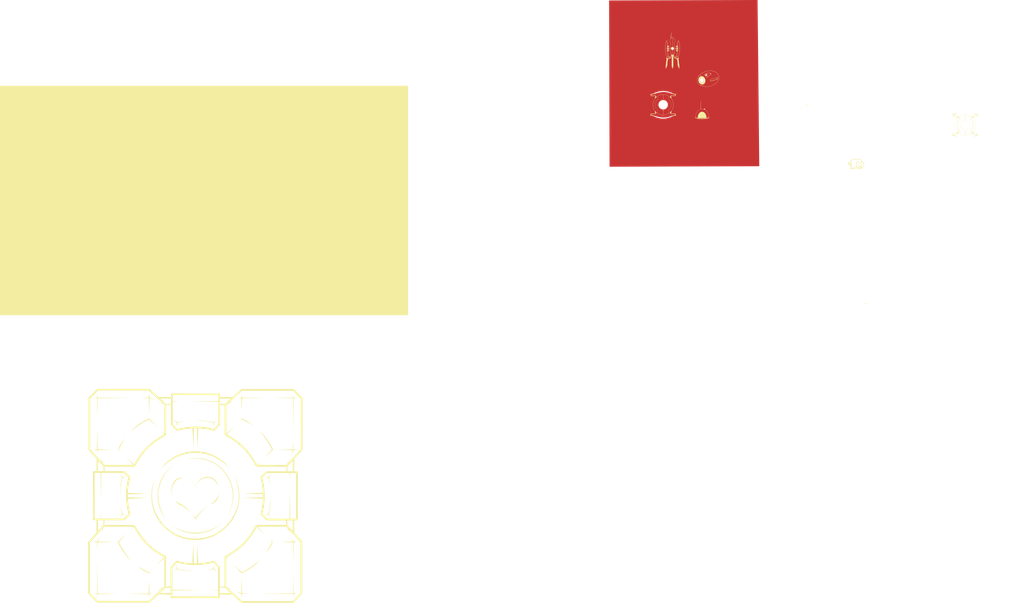
<source format=kicad_pcb>
(kicad_pcb (version 20240108) (generator "pcbnew") (generator_version "8.0")
  (layers (0 "F.Cu" signal) (31 "B.Cu" signal) (34 "B.Paste" user) (35 "F.Paste" user) (36 "B.SilkS" user "B.Silkscreen") (37 "F.SilkS" user "F.Silkscreen") (38 "B.Mask" user) (39 "F.Mask" user) (44 "Edge.Cuts" user))
  (net 0 "")
  (footprint "LOGO" (layer "F.Cu") (at 472.075 257.325)
    (property "Reference" "G***" (at 0 0 0) (layer "F.SilkS") (effects (font (size 1.5 1.5) (thickness 0.3))))
    (property "Value" "LOGO" (hide yes))
  )
  (footprint "LOGO" (layer "F.Cu") (at 574.025 603.35)
    (property "Reference" "G***" (at 0 0 0) (layer "F.SilkS") (effects (font (size 1.5 1.5) (thickness 0.3))))
    (property "Value" "LOGO" (hide yes))
  )
  (gr_line (start -734.662523 434.575053) (end -734.702932 434.522857) (stroke (width 0.119062)) (layer "F.SilkS"))
  (gr_line (start -716.670319 417.240004) (end -716.655749 418.359699) (stroke (width 0.119062)) (layer "F.SilkS"))
  (gr_line (start 571.873954 338.86788) (end 571.838081 338.880026) (stroke (width 0.165364)) (layer "F.SilkS"))
  (gr_line (start -717.115648 435.107805) (end -717.042646 435.106503) (stroke (width 0.297656)) (layer "F.SilkS"))
  (gr_line (start 247.757269 175.975502) (end 248.072433 175.986997) (stroke (width 0.297656)) (layer "F.SilkS"))
  (gr_line (start -420.694256 436.503327) (end -420.855202 436.567863) (stroke (width 0.1)) (layer "F.SilkS"))
  (gr_poly (pts (xy -720.899098 905.064288) (xy -713.892283 905.542237) (xy -720.603294 906.266313) (xy -721.22009 908.204398) (xy -721.78664 910.438447) (xy -722.304387 912.910369) (xy -722.774773 915.562073) (xy -723.579232 921.172467) (xy -724.211553 926.804902) (xy -724.683274 931.994651) (xy -725.005933 936.27699) (xy -725.250215 940.260533) (xy -725.164427 936.459046) (xy -725.004457 932.325968) (xy -724.719562 927.254694) (xy -724.274584 921.657744) (xy -723.981078 918.791053) (xy -723.634368 915.947639) (xy -723.230059 913.179065) (xy -722.763757 910.536898) (xy -722.231067 908.072701) (xy -721.627595 905.838041) (xy -725.250215 901.428445)) (fill solid) (layer "F.SilkS"))
  (gr_line (start -735.877393 445.259338) (end -735.688109 443.101457) (stroke (width 0.297656)) (layer "F.SilkS"))
  (gr_line (start -732.191813 434.951484) (end -732.235284 434.933655) (stroke (width 0.595312)) (layer "F.SilkS"))
  (gr_line (start -580.622635 558.063926) (end -579.297852 557.78377) (stroke (width 0.264583)) (layer "F.SilkS"))
  (gr_line (start -630.544912 263.826642) (end -620.154992 263.901842) (stroke (width 1.481666)) (layer "F.SilkS"))
  (gr_poly (pts (xy 762.068643 291.788836) (xy 762.009111 292.439628) (xy 762.007918 292.44808) (xy 762.007081 292.456596) (xy 761.912367 293.096226) (xy 761.910742 293.104405) (xy 761.909474 293.112657) (xy 761.781324 293.740103) (xy 761.779308 293.747982) (xy 761.777646 293.755952) (xy 761.617803 294.370195) (xy 761.615433 294.377761) (xy 761.613413 294.385435) (xy 761.423621 294.985455) (xy 761.419744 294.995899) (xy 761.419607 294.99622) (xy 761.419509 294.996555) (xy 761.415876 295.007083) (xy 760.953424 296.160377) (xy 760.948775 296.170503) (xy 760.947103 296.173718) (xy 760.945762 296.17708) (xy 760.941131 296.187214) (xy 760.379814 297.271379) (xy 760.374214 297.281007) (xy 760.372532 297.283598) (xy 760.371126 297.286348) (xy 760.36558 297.295999) (xy 759.719353 298.302876) (xy 759.712888 298.311939) (xy 759.711169 298.314115) (xy 759.709687 298.316461) (xy 759.703287 298.325572) (xy 758.986103 299.247003) (xy 758.978837 299.255448) (xy 758.976964 299.25742) (xy 758.975301 299.259591) (xy 758.968099 299.268092) (xy 758.193911 300.095919) (xy 758.185916 300.103669) (xy 758.183636 300.105672) (xy 758.181582 300.107893) (xy 758.17363 300.115689) (xy 757.459925 300.74977) (xy 757.475 306) (xy 756.873317 306.368285) (xy 756.846535 300.614144) (xy 756.84703 300.603018) (xy 756.85056 300.565373) (xy 756.858505 300.533016) (xy 756.860776 300.527463) (xy 756.864171 300.514452) (xy 756.87638 300.489289) (xy 756.886976 300.463364) (xy 756.894409 300.452127) (xy 756.897016 300.446752) (xy 756.915797 300.419237) (xy 756.941465 300.391474) (xy 756.94942 300.383675) (xy 757.756058 299.66703) (xy 758.511089 298.859688) (xy 759.211192 297.960203) (xy 759.842217 296.977014) (xy 760.390195 295.918612) (xy 760.842868 294.789707) (xy 761.026803 294.208207) (xy 761.182599 293.609514) (xy 761.307448 292.998229) (xy 761.399691 292.375285) (xy 761.457648 291.741721) (xy 761.479652 291.098421) (xy 761.46402 290.446325) (xy 761.409058 289.786328) (xy 761.313052 289.119343) (xy 761.174256 288.446167) (xy 760.990917 287.767729) (xy 760.761243 287.084882) (xy 760.483416 286.398493) (xy 760.155589 285.709427) (xy 759.775914 285.018618) (xy 759.342542 284.327025) (xy 758.85357 283.635558) (xy 758.307118 282.945191) (xy 757.70136 282.25699) (xy 757.029244 281.566644) (xy 757.021875 281.558291) (xy 757.000635 281.531692) (xy 757.001747 281.530804) (xy 757.000461 281.528866) (xy 756.99919 281.529882) (xy 756.998321 281.528795) (xy 756.983454 281.503238) (xy 756.983067 281.502655) (xy 756.982954 281.502377) (xy 756.98154 281.499948) (xy 756.968171 281.466407) (xy 756.954512 281.433175) (xy 756.953839 281.430453) (xy 756.953679 281.430054) (xy 756.953501 281.429087) (xy 756.946507 281.400835) (xy 756.946375 281.399455) (xy 756.947992 281.3993) (xy 756.947556 281.39694) (xy 756.946147 281.397075) (xy 756.942905 281.363205) (xy 756.942389 281.352076) (xy 756.95 275.918285) (xy 757.575 276.318285) (xy 757.555481 281.228767) (xy 758.145765 281.835066) (xy 758.150861 281.84084) (xy 758.156222 281.84636) (xy 758.772363 282.546357) (xy 758.777344 282.552608) (xy 758.782614 282.558634) (xy 759.339155 283.261746) (xy 759.34396 283.268468) (xy 759.349078 283.275002) (xy 759.847764 283.980209) (xy 759.852353 283.987425) (xy 759.857229 283.99442) (xy 760.299804 284.7007) (xy 760.304088 284.708343) (xy 760.308684 284.715814) (xy 760.696892 285.422149) (xy 760.700822 285.430209) (xy 760.705058 285.438094) (xy 761.040643 286.143465) (xy 761.044153 286.151882) (xy 761.047975 286.160137) (xy 761.332682 286.863521) (xy 761.335726 286.872246) (xy 761.339078 286.8808) (xy 761.57465 287.58118) (xy 761.577172 287.590104) (xy 761.580027 287.598925) (xy 761.768208 288.295281) (xy 761.770185 288.304339) (xy 761.772506 288.31334) (xy 761.915042 289.004652) (xy 761.916464 289.013794) (xy 761.918228 289.022871) (xy 762.016861 289.708119) (xy 762.017719 289.71722) (xy 762.01893 289.726343) (xy 762.075405 290.404506) (xy 762.075713 290.413548) (xy 762.076374 290.422588) (xy 762.092437 291.092649) (xy 762.092214 291.101572) (xy 762.092346 291.110465) (xy 762.069738 291.771401) (xy 762.069011 291.780113)) (stroke (width 0.254)) (fill none) (layer "F.SilkS"))
  (gr_line (start -426.768323 422.343564) (end -426.66709 422.369207) (stroke (width 0.165364)) (layer "F.SilkS"))
  (gr_line (start 243.967513 171.561796) (end 243.792427 171.489548) (stroke (width 0.119062)) (layer "F.SilkS"))
  (gr_line (start 230.088673 173.011) (end 230.157325 172.884153) (stroke (width 0.119062)) (layer "F.SilkS"))
  (gr_line (start -733.727164 413.595625) (end -733.926411 413.389521) (stroke (width 0.119062)) (layer "F.SilkS"))
  (gr_line (start -732.279021 434.913216) (end -732.323197 434.889988) (stroke (width 0.595312)) (layer "F.SilkS"))
  (gr_line (start 231.089991 155.828203) (end 231.099858 155.883371) (stroke (width 0.1)) (layer "F.SilkS"))
  (gr_line (start -441.98275 431.466513) (end -441.723476 430.220558) (stroke (width 0.165364)) (layer "F.SilkS"))
  (gr_line (start -573.676946 562.186355) (end -573.723773 562.142939) (stroke (width 0.264583)) (layer "F.SilkS"))
  (gr_line (start 245.595095 171.756118) (end 245.453498 171.705519) (stroke (width 0.297656)) (layer "F.SilkS"))
  (gr_line (start -734.841915 427.089667) (end -734.542294 427.887869) (stroke (width 0.119062)) (layer "F.SilkS"))
  (gr_line (start 247.665458 159.518062) (end 247.556482 160.744078) (stroke (width 0.119062)) (layer "F.SilkS"))
  (gr_line (start -581.878766 558.376308) (end -580.622635 558.063926) (stroke (width 0.264583)) (layer "F.SilkS"))
  (gr_line (start -733.104693 433.991708) (end -733.169485 434.109305) (stroke (width 0.297656)) (layer "F.SilkS"))
  (gr_line (start 227.267005 175.70742) (end 227.236776 175.655441) (stroke (width 0.297656)) (layer "F.SilkS"))
  (gr_line (start -733.339421 416.502104) (end -733.361885 416.551748) (stroke (width 0.1)) (layer "F.SilkS"))
  (gr_poly (pts (xy -702.130554 261.581156) (xy -702.140777 261.100919) (xy -702.944399 261.112217) (xy -702.944399 261.587217)) (stroke (width 0.508)) (fill none) (layer "F.SilkS"))
  (gr_line (start -719.873214 416.451213) (end -719.853128 416.502104) (stroke (width 0.1)) (layer "F.SilkS"))
  (gr_line (start -576.435666 557.331846) (end -575.514367 557.254756) (stroke (width 0.264583)) (layer "F.SilkS"))
  (gr_line (start -442.506461 435.27203) (end -442.538133 435.289445) (stroke (width 0.165364)) (layer "F.SilkS"))
  (gr_line (start -736.441794 272.581627) (end -736.884369 273.287907) (stroke (width 0.158749)) (layer "F.SilkS"))
  (gr_line (start 293.195561 264.272479) (end 293.285904 264.308238) (stroke (width 0.165364)) (layer "F.SilkS"))
  (gr_line (start 248.237464 175.757393) (end 248.268529 175.70742) (stroke (width 0.297656)) (layer "F.SilkS"))
  (gr_line (start -719.941292 416.066033) (end -719.939832 416.123665) (stroke (width 0.1)) (layer "F.SilkS"))
  (gr_line (start -576.575525 561.422718) (end -577.104876 561.434213) (stroke (width 0.264583)) (layer "F.SilkS"))
  (gr_line (start 242.460888 172.639125) (end 242.549358 172.648488) (stroke (width 0.297656)) (layer "F.SilkS"))
  (gr_line (start -419.692636 435.835004) (end -419.736303 435.885414) (stroke (width 0.1)) (layer "F.SilkS"))
  (gr_line (start 231.111326 156.111576) (end 231.106993 156.168457) (stroke (width 0.1)) (layer "F.SilkS"))
  (gr_line (start 227.160557 175.495617) (end 227.151206 175.469485) (stroke (width 0.297656)) (layer "F.SilkS"))
  (gr_line (start 289.15102 223.070843) (end 288.036161 222.645644) (stroke (width 0.264583)) (layer "F.SilkS"))
  (gr_line (start -577.902751 557.538767) (end -576.435666 557.331846) (stroke (width 0.264583)) (layer "F.SilkS"))
  (gr_line (start 231.044708 159.151774) (end 231.062345 159.20384) (stroke (width 0.1)) (layer "F.SilkS"))
  (gr_line (start 228.332418 187.590564) (end 228.48665 185.247249) (stroke (width 0.297656)) (layer "F.SilkS"))
  (gr_line (start 248.376289 175.005982) (end 248.329893 174.820756) (stroke (width 0.297656)) (layer "F.SilkS"))
  (gr_line (start 244.510915 156.490015) (end 244.533379 156.539659) (stroke (width 0.1)) (layer "F.SilkS"))
  (gr_line (start 228.636437 175.133121) (end 228.455204 175.109379) (stroke (width 0.297656)) (layer "F.SilkS"))
  (gr_line (start 208.078862 259.70872) (end 208.541314 260.862014) (stroke (width 0.158749)) (layer "F.SilkS"))
  (gr_line (start -716.953787 435.113433) (end -716.930891 435.118462) (stroke (width 0.297656)) (layer "F.SilkS"))
  (gr_line (start 244.435679 156.224517) (end 244.445546 156.279685) (stroke (width 0.1)) (layer "F.SilkS"))
  (gr_line (start -573.551852 563.521317) (end -573.519134 563.452393) (stroke (width 0.264583)) (layer "F.SilkS"))
  (gr_poly (pts (xy -570.39505 905.069789) (xy -569.079684 905.241686) (xy -567.830102 905.492992) (xy -566.644768 905.817943) (xy -565.522145 906.21077) (xy -564.460697 906.665709) (xy -563.458888 907.176991) (xy -562.515182 907.738853) (xy -561.628042 908.345525) (xy -560.795932 908.991244) (xy -560.017316 909.670241) (xy -559.290659 910.376751) (xy -558.614422 911.105007) (xy -557.987072 911.849244) (xy -557.40707 912.603694) (xy -556.872882 913.362591) (xy -556.38297 914.120169) (xy -555.935799 914.870662) (xy -555.163533 916.327326) (xy -554.543796 917.686452) (xy -554.064297 918.901909) (xy -553.712746 919.927567) (xy -553.476854 920.717294) (xy -553.302888 921.404432) (xy -553.60312 920.78607) (xy -554.488386 919.15301) (xy -555.143173 918.060043) (xy -555.935538 916.838291) (xy -556.862588 915.529384) (xy -557.921429 914.174952) (xy -559.109168 912.816624) (xy -560.422911 911.49603) (xy -561.12613 910.862893) (xy -561.859765 910.254801) (xy -562.623454 909.676958) (xy -563.416836 909.134566) (xy -564.23955 908.632831) (xy -565.091232 908.176955) (xy -565.971522 907.772143) (xy -566.880059 907.423598) (xy -567.816479 907.136524) (xy -568.780422 906.916125) (xy -569.771526 906.767604) (xy -570.78943 906.696165) (xy -572.438353 906.689593) (xy -574.005251 906.768336) (xy -575.492071 906.926811) (xy -576.900758 907.159438) (xy -578.233259 907.460636) (xy -579.49152 907.824824) (xy -580.677487 908.24642) (xy -581.793107 908.719843) (xy -582.840326 909.239512) (xy -583.82109 909.799845) (xy -584.737345 910.395263) (xy -585.591038 911.020183) (xy -586.384116 911.669024) (xy -587.118523 912.336205) (xy -587.796208 913.016145) (xy -588.419115 913.703263) (xy -588.989191 914.391977) (xy -589.508383 915.076706) (xy -589.978637 915.75187) (xy -590.401899 916.411887) (xy -591.115232 917.664155) (xy -591.663954 918.788861) (xy -592.063633 919.741355) (xy -592.32984 920.476989) (xy -592.524122 921.119074) (xy -592.569233 921.220831) (xy -592.618371 921.315658) (xy -592.671272 921.403607) (xy -592.727674 921.484725) (xy -592.787312 921.559062) (xy -592.849924 921.626667) (xy -592.915246 921.68759) (xy -592.983016 921.741879) (xy -593.05297 921.789584) (xy -593.124845 921.830753) (xy -593.198377 921.865436) (xy -593.273304 921.893683) (xy -593.349363 921.915541) (xy -593.42629 921.93106) (xy -593.503821 921.940291) (xy -593.581695 921.94328) (xy -593.659647 921.940079) (xy -593.737415 921.930735) (xy -593.814735 921.915298) (xy -593.891343 921.893818) (xy -593.966978 921.866342) (xy -594.041375 921.832922) (xy -594.114272 921.793604) (xy -594.185405 921.74844) (xy -594.254511 921.697477) (xy -594.321327 921.640766) (xy -594.38559 921.578355) (xy -594.447036 921.510293) (xy -594.505402 921.436629) (xy -594.560426 921.357413) (xy -594.611843 921.272694) (xy -594.659391 921.182521) (xy -594.912215 920.565702) (xy -595.239562 919.838786) (xy -595.710924 918.872072) (xy -596.333845 917.694967) (xy -597.115871 916.336874) (xy -597.568905 915.599146) (xy -598.064544 914.827199) (xy -598.603731 914.024707) (xy -599.187409 913.195347) (xy -599.335761 913.001211) (xy -599.505287 912.800278) (xy -599.901074 912.381421) (xy -600.361191 911.945575) (xy -600.872058 911.49954) (xy -601.420095 911.050115) (xy -601.991722 910.604098) (xy -602.573358 910.16829) (xy -603.151425 909.74949) (xy -604.24253 908.990108) (xy -605.156397 908.380348) (xy -606.017857 907.827267) (xy -605.216946 908.308474) (xy -604.357347 908.841104) (xy -603.317467 909.507191) (xy -602.191665 910.260815) (xy -601.074301 911.056058) (xy -600.548272 911.454936) (xy -600.059737 911.846999) (xy -599.620492 912.226506) (xy -599.242332 912.587718) (xy -599.035332 912.807612) (xy -598.827997 913.045087) (xy -598.414128 913.566339) (xy -598.004351 914.138586) (xy -597.602288 914.748943) (xy -597.211564 915.384524) (xy -596.835803 916.032442) (xy -596.478629 916.679812) (xy -596.143666 917.313747) (xy -595.554869 918.489769) (xy -595.098404 919.457418) (xy -594.698442 920.355244) (xy -594.6257 920.524135) (xy -594.551708 920.67741) (xy -594.476619 920.815508) (xy -594.400583 920.938867) (xy -594.323753 921.047927) (xy -594.246281 921.143127) (xy -594.168318 921.224906) (xy -594.090018 921.293703) (xy -594.011532 921.349957) (xy -593.933011 921.394107) (xy -593.854608 921.426592) (xy -593.776476 921.447851) (xy -593.698765 921.458324) (xy -593.621628 921.458448) (xy -593.545217 921.448664) (xy -593.469684 921.42941) (xy -593.395182 921.401126) (xy -593.32186 921.364249) (xy -593.249873 921.319221) (xy -593.179372 921.266479) (xy -593.110509 921.206462) (xy -593.043436 921.139611) (xy -592.978305 921.066362) (xy -592.915268 920.987157) (xy -592.854477 920.902433) (xy -592.796084 920.81263) (xy -592.740241 920.718187) (xy -592.6871 920.619543) (xy -592.636813 920.517137) (xy -592.589532 920.411408) (xy -592.504597 920.191737) (xy -592.277038 919.518487) (xy -591.539334 917.747659) (xy -590.953383 916.567335) (xy -590.208943 915.252637) (xy -589.295696 913.850236) (xy -588.203324 912.406806) (xy -586.921509 910.969019) (xy -586.206337 910.266827) (xy -585.439935 909.583549) (xy -584.621013 908.925018) (xy -583.748282 908.297069) (xy -582.820453 907.705535) (xy -581.836235 907.156251) (xy -580.794338 906.655051) (xy -579.693474 906.207769) (xy -578.532352 905.82024) (xy -577.309682 905.498296) (xy -576.024175 905.247773) (xy -574.674542 905.074505) (xy -573.259492 904.984325) (xy -571.777735 904.983068)) (fill solid) (layer "F.SilkS"))
  (gr_line (start 244.645599 155.38353) (end 244.614331 155.427482) (stroke (width 0.1)) (layer "F.SilkS"))
  (gr_line (start -716.15597 435.063897) (end -716.082128 435.153997) (stroke (width 0.119062)) (layer "F.SilkS"))
  (gr_line (start 249.214043 192.687911) (end 247.203119 187.590564) (stroke (width 0.297656)) (layer "F.SilkS"))
  (gr_line (start 288.920408 263.443476) (end 289.99566 263.43185) (stroke (width 0.165364)) (layer "F.SilkS"))
  (gr_line (start -574.108456 583.937404) (end -575.189834 584.255201) (stroke (width 0.264583)) (layer "F.SilkS"))
  (gr_line (start -716.776879 435.319507) (end -716.751147 435.386838) (stroke (width 0.297656)) (layer "F.SilkS"))
  (gr_line (start -736.591 434.724824) (end -736.688339 434.77891) (stroke (width 0.119062)) (layer "F.SilkS"))
  (gr_line (start -733.301698 416.399148) (end -733.319335 416.451213) (stroke (width 0.1)) (layer "F.SilkS"))
  (gr_line (start 227.778257 175.975502) (end 227.435084 177.954565) (stroke (width 0.297656)) (layer "F.SilkS"))
  (gr_line (start -719.749712 416.692496) (end -719.718444 416.736448) (stroke (width 0.1)) (layer "F.SilkS"))
  (gr_line (start 242.720515 172.060948) (end 242.483069 172.453786) (stroke (width 0.297656)) (layer "F.SilkS"))
  (gr_line (start -719.873214 415.680853) (end -719.890851 415.732918) (stroke (width 0.1)) (layer "F.SilkS"))
  (gr_line (start 240.38574 172.040392) (end 240.581095 172.700955) (stroke (width 0.595312)) (layer "F.SilkS"))
  (gr_line (start -731.51358 435.026796) (end -731.73339 435.025401) (stroke (width 0.595312)) (layer "F.SilkS"))
  (gr_line (start -442.676184 435.394675) (end -442.699829 435.418208) (stroke (width 0.165364)) (layer "F.SilkS"))
  (gr_line (start -736.149904 435.106503) (end -736.212301 435.109822) (stroke (width 0.297656)) (layer "F.SilkS"))
  (gr_line (start 245.132225 172.506344) (end 245.03594 172.383659) (stroke (width 0.119062)) (layer "F.SilkS"))
  (gr_line (start -562.882965 571.78763) (end -561.831168 571.960054) (stroke (width 0.264583)) (layer "F.SilkS"))
  (gr_line (start 232.456754 172.778913) (end 232.30481 172.874426) (stroke (width 0.297656)) (layer "F.SilkS"))
  (gr_line (start 243.539475 174.851704) (end 243.585053 174.822364) (stroke (width 0.595312)) (layer "F.SilkS"))
  (gr_line (start -733.274052 415.840292) (end -733.264185 415.89546) (stroke (width 0.1)) (layer "F.SilkS"))
  (gr_line (start 299.272069 278.592507) (end 299.082103 278.654508) (stroke (width 0.165364)) (layer "F.SilkS"))
  (gr_line (start 229.04061 152.765394) (end 230.737222 152.776095) (stroke (width 0.297656)) (layer "F.SilkS"))
  (gr_line (start -733.474105 416.736448) (end -733.52502 416.799141) (stroke (width 0.1)) (layer "F.SilkS"))
  (gr_line (start -564.941123 579.011509) (end -566.070301 579.855333) (stroke (width 0.264583)) (layer "F.SilkS"))
  (gr_line (start 228.142611 154.125325) (end 228.00823 155.121577) (stroke (width 0.119062)) (layer "F.SilkS"))
  (gr_poly (pts (xy -662.127584 426.443915) (xy -696.304367 428.495572) (xy -696.292831 425.865103)) (fill none) (layer "F.SilkS"))
  (gr_line (start 231.099858 159.707527) (end 231.089991 159.762695) (stroke (width 0.1)) (layer "F.SilkS"))
  (gr_line (start 296.965597 224.440883) (end 295.142842 224.3607) (stroke (width 0.264583)) (layer "F.SilkS"))
  (gr_line (start 229.001867 174.449397) (end 228.810832 174.456257) (stroke (width 0.119062)) (layer "F.SilkS"))
  (gr_line (start -717.805368 409.533102) (end -717.127971 413.172698) (stroke (width 0.119062)) (layer "F.SilkS"))
  (gr_line (start 235.314046 253.965272) (end 235.412852 254.650519) (stroke (width 0.158888)) (layer "F.SilkS"))
  (gr_line (start -567.236061 580.634401) (end -568.420266 581.34985) (stroke (width 0.264583)) (layer "F.SilkS"))
  (gr_line (start -420.840091 428.075461) (end -420.594578 428.663137) (stroke (width 0.165364)) (layer "F.SilkS"))
  (gr_line (start 248.072433 175.986997) (end 248.123782 175.920892) (stroke (width 0.297656)) (layer "F.SilkS"))
  (gr_line (start -711.929159 274.077332) (end -711.592988 274.782702) (stroke (width 0.158888)) (layer "F.SilkS"))
  (gr_line (start 230.5517 176.174861) (end 230.539906 176.182896) (stroke (width 0.297656)) (layer "F.SilkS"))
  (gr_line (start 230.157325 172.884153) (end 230.232458 172.757293) (stroke (width 0.119062)) (layer "F.SilkS"))
  (gr_line (start -719.764399 431.505185) (end -719.806876 431.502543) (stroke (width 0.297656)) (layer "F.SilkS"))
  (gr_line (start -736.487207 435.532715) (end -736.507135 435.607356) (stroke (width 0.297656)) (layer "F.SilkS"))
  (gr_line (start 230.851624 155.335132) (end 230.836127 153.804187) (stroke (width 0.119062)) (layer "F.SilkS"))
  (gr_line (start -718.477457 434.404436) (end -718.495467 434.288697) (stroke (width 0.119062)) (layer "F.SilkS"))
  (gr_line (start -573.421019 563.172626) (end -573.405591 563.102033) (stroke (width 0.264583)) (layer "F.SilkS"))
  (gr_line (start -733.960735 432.518433) (end -733.864451 432.395748) (stroke (width 0.119062)) (layer "F.SilkS"))
  (gr_line (start 245.303074 172.757293) (end 245.221175 172.631123) (stroke (width 0.119062)) (layer "F.SilkS"))
  (gr_line (start -736.076903 435.107805) (end -736.149904 435.106503) (stroke (width 0.297656)) (layer "F.SilkS"))
  (gr_line (start -733.774922 436.153571) (end -733.782931 436.162098) (stroke (width 0.297656)) (layer "F.SilkS"))
  (gr_line (start -728.925658 430.688509) (end -729.054083 431.370495) (stroke (width 0.595312)) (layer "F.SilkS"))
  (gr_line (start -731.549025 432.073037) (end -731.311578 432.465875) (stroke (width 0.297656)) (layer "F.SilkS"))
  (gr_line (start 234.829732 259.79181) (end 234.366472 260.945103) (stroke (width 0.158888)) (layer "F.SilkS"))
  (gr_line (start 282.273248 207.716363) (end 282.453632 207.326066) (stroke (width 0.264583)) (layer "F.SilkS"))
  (gr_line (start -737.035022 435.816632) (end -737.065974 435.769482) (stroke (width 0.297656)) (layer "F.SilkS"))
  (gr_line (start 234.58789 173.604765) (end 234.444383 173.872114) (stroke (width 0.595312)) (layer "F.SilkS"))
  (gr_line (start 228.214139 175.094414) (end 228.151742 175.097733) (stroke (width 0.297656)) (layer "F.SilkS"))
  (gr_line (start -732.148432 434.966879) (end -732.191813 434.951484) (stroke (width 0.595312)) (layer "F.SilkS"))
  (gr_line (start -724.496156 428.856787) (end -724.367023 430.027947) (stroke (width 0.595312)) (layer "F.SilkS"))
  (gr_line (start -418.764535 370.809125) (end -418.83973 381.199034) (stroke (width 1.481666)) (layer "F.SilkS"))
  (gr_line (start -660.380813 422.980721) (end -660.40611 423.036313) (stroke (width 0.165364)) (layer "F.SilkS"))
  (gr_line (start -643.515441 593.869824) (end -619.886212 594.053284) (stroke (width 2.592916)) (layer "F.SilkS"))
  (gr_line (start 228.976859 149.521013) (end 228.299462 153.160609) (stroke (width 0.119062)) (layer "F.SilkS"))
  (gr_poly (pts (xy -410.596405 530.035254) (xy -410.606628 529.555017) (xy -411.41025 529.566315) (xy -411.41025 530.041315)) (stroke (width 0.508)) (fill none) (layer "F.SilkS"))
  (gr_line (start 247.236072 153.160609) (end 247.392922 154.125325) (stroke (width 0.119062)) (layer "F.SilkS"))
  (gr_line (start -738.068793 446.831581) (end -738.161592 448.191932) (stroke (width 0.297656)) (layer "F.SilkS"))
  (gr_line (start -732.930714 418.304247) (end -732.928495 421.982811) (stroke (width 0.297656)) (layer "F.SilkS"))
  (gr_line (start 209.170184 249.679043) (end 208.781976 250.385378) (stroke (width 0.158749)) (layer "F.SilkS"))
  (gr_line (start -575.514367 557.254756) (end -574.49826 557.240994) (stroke (width 0.264583)) (layer "F.SilkS"))
  (gr_poly (pts (xy -467.18329 537.312271) (xy -469.785968 539.832408) (xy -473.409134 543.011915) (xy -475.59969 544.786069) (xy -478.040914 546.649629) (xy -480.731324 548.57745) (xy -483.669434 550.544386) (xy -486.85376 552.525291) (xy -490.282818 554.49502) (xy -493.955123 556.428428) (xy -497.869192 558.300369) (xy -512.114602 542.576795) (xy -497.630746 556.273834) (xy -496.378447 555.751652) (xy -495.094508 555.171811) (xy -492.450439 553.858584) (xy -489.735996 552.373005) (xy -486.988635 550.753929) (xy -484.245814 549.040208) (xy -481.544987 547.270696) (xy -478.923613 545.484245) (xy -476.419147 543.71971) (xy -471.910766 540.411798) (xy -468.319496 537.657785) (xy -465.086898 535.054764)) (fill none) (layer "F.SilkS"))
  (gr_line (start 227.517828 174.054407) (end 227.612187 173.871959) (stroke (width 0.297656)) (layer "F.SilkS"))
  (gr_line (start -646.304194 1097.133378) (end -635.354881 1097.133378) (stroke (width 1.852083)) (layer "F.SilkS"))
  (gr_line (start 243.792427 171.489548) (end 243.068243 171.489548) (stroke (width 0.297656)) (layer "F.SilkS"))
  (gr_line (start 302.962774 204.605743) (end 303.698282 204.040367) (stroke (width 0.264583)) (layer "F.SilkS"))
  (gr_line (start 246.094786 177.095114) (end 245.947759 176.228394) (stroke (width 0.297656)) (layer "F.SilkS"))
  (gr_line (start -422.140087 436.918844) (end -422.412961 436.967637) (stroke (width 0.1)) (layer "F.SilkS"))
  (gr_line (start -419.703856 432.133852) (end -419.610936 432.939476) (stroke (width 0.165364)) (layer "F.SilkS"))
  (gr_line (start -727.565001 449.098803) (end -727.63844 448.56488) (stroke (width 0.297656)) (layer "F.SilkS"))
  (gr_poly (pts (xy 760.473261 277.068406) (xy 759.564142 277.068406) (xy 759.555353 277.656962) (xy 759.865253 277.932796) (xy 760.486735 278.525359) (xy 761.079298 279.146842) (xy 761.641814 279.796115) (xy 762.095807 280.368556) (xy 762.087519 277.093949) (xy 761.224109 277.088841) (xy 761.224109 275.816719) (xy 769.338361 275.834602) (xy 769.35636 272.351118) (xy 768.538495 272.345207) (xy 768.538495 275.1524) (xy 760.473261 275.1524)) (fill solid) (layer "F.SilkS"))
  (gr_line (start -715.24983 445.436304) (end -715.123763 446.831581) (stroke (width 0.297656)) (layer "F.SilkS"))
  (gr_line (start -715.954362 435.278548) (end -715.960155 435.194554) (stroke (width 0.297656)) (layer "F.SilkS"))
  (gr_line (start 600.063793 338.682496) (end 600.046375 338.659403) (stroke (width 0.165364)) (layer "F.SilkS"))
  (gr_line (start -419.346421 435.125286) (end -419.38002 435.110433) (stroke (width 0.165364)) (layer "F.SilkS"))
  (gr_line (start -719.718444 416.736448) (end -719.667529 416.799141) (stroke (width 0.1)) (layer "F.SilkS"))
  (gr_line (start 230.650592 175.979506) (end 230.641725 176.020327) (stroke (width 0.297656)) (layer "F.SilkS"))
  (gr_poly (pts (xy -529.103157 1102.173216) (xy -540.369422 1098.1809) (xy -540.785603 1096.749198)) (fill solid) (layer "F.SilkS"))
  (gr_line (start 247.203119 187.590564) (end 247.048885 185.247249) (stroke (width 0.297656)) (layer "F.SilkS"))
  (gr_line (start 231.25935 173.979619) (end 231.194558 174.097216) (stroke (width 0.297656)) (layer "F.SilkS"))
  (gr_line (start 232.438383 263.957575) (end 231.662843 264.785401) (stroke (width 0.158888)) (layer "F.SilkS"))
  (gr_line (start -721.925582 435.005819) (end -721.678976 435.026796) (stroke (width 0.595312)) (layer "F.SilkS"))
  (gr_line (start -733.518047 431.515212) (end -733.428155 431.505185) (stroke (width 0.297656)) (layer "F.SilkS"))
  (gr_line (start 210.466042 263.874486) (end 211.24023 264.702313) (stroke (width 0.158749)) (layer "F.SilkS"))
  (gr_line (start -419.1815 435.240982) (end -419.204847 435.219314) (stroke (width 0.165364)) (layer "F.SilkS"))
  (gr_poly (pts (xy -702.161914 297.661746) (xy -702.172137 298.141983) (xy -702.975759 298.130685) (xy -702.975759 297.655685)) (stroke (width 0.508)) (fill none) (layer "F.SilkS"))
  (gr_line (start 303.298347 201.010894) (end 303.038632 200.949467) (stroke (width 0.264583)) (layer "F.SilkS"))
  (gr_line (start -753.18256 990.315339) (end -753.107365 979.925419) (stroke (width 1.481666)) (layer "F.SilkS"))
  (gr_line (start -419.256372 435.178373) (end -419.284642 435.159411) (stroke (width 0.165364)) (layer "F.SilkS"))
  (gr_line (start -736.212301 435.109822) (end -736.238762 435.113433) (stroke (width 0.297656)) (layer "F.SilkS"))
  (gr_line (start -733.386656 420.083084) (end -733.413664 420.130024) (stroke (width 0.1)) (layer "F.SilkS"))
  (gr_poly (pts (xy -581.515721 562.199931) (xy -581.449887 562.205021) (xy -581.384126 562.213156) (xy -581.318501 562.224238) (xy -581.253075 562.238167) (xy -581.18791 562.254844) (xy -581.12307 562.274169) (xy -581.058617 562.296045) (xy -580.994615 562.320371) (xy -580.931127 562.347049) (xy -580.805942 562.407064) (xy -580.683567 562.475297) (xy -580.564505 562.550955) (xy -580.44926 562.633245) (xy -580.338335 562.721375) (xy -580.232235 562.814552) (xy -580.131463 562.911983) (xy -580.036522 563.012876) (xy -579.947917 563.116438) (xy -579.866152 563.221877) (xy -579.787961 563.337258) (xy -579.718938 563.45788) (xy -579.658547 563.583235) (xy -579.606252 563.712818) (xy -579.561517 563.846125) (xy -579.523808 563.982648) (xy -579.492589 564.121884) (xy -579.467324 564.263325) (xy -579.447478 564.406467) (xy -579.432514 564.550804) (xy -579.421898 564.69583) (xy -579.415094 564.84104) (xy -579.41078 565.129988) (xy -579.415288 565.413603) (xy -579.430579 565.646449) (xy -579.462941 565.89941) (xy -579.509883 566.167637) (xy -579.568913 566.446282) (xy -579.63754 566.730496) (xy -579.713272 567.015433) (xy -579.793617 567.296243) (xy -579.876083 567.568077) (xy -580.037413 568.065429) (xy -580.177328 568.468701) (xy -580.313181 568.837862) (xy -580.78448 568.651386) (xy -581.110652 568.523183) (xy -581.26344 568.46491) (xy -581.422136 568.219023) (xy -581.599133 567.951874) (xy -581.822229 567.624332) (xy -582.077177 567.263202) (xy -582.349726 566.895292) (xy -582.488149 566.717172) (xy -582.625629 566.547409) (xy -582.760384 566.389355) (xy -582.890634 566.246359) (xy -583.04906 566.085) (xy -583.213515 565.927692) (xy -583.381759 565.775315) (xy -583.551547 565.628743) (xy -583.720639 565.488856) (xy -583.886791 565.356531) (xy -584.047762 565.232644) (xy -584.201309 565.118073) (xy -584.47716 564.920388) (xy -584.696407 564.770495) (xy -584.893331 564.642159) (xy -584.967413 563.971612) (xy -584.759044 563.798308) (xy -584.514457 563.608708) (xy -584.190377 563.374506) (xy -583.797386 563.113721) (xy -583.578356 562.978992) (xy -583.346066 562.844375) (xy -583.10184 562.712123) (xy -582.847 562.584488) (xy -582.582869 562.463724) (xy -582.31077 562.352082) (xy -582.237673 562.325236) (xy -582.162544 562.300276) (xy -582.086168 562.277446) (xy -582.009329 562.256996) (xy -581.932811 562.239171) (xy -581.857398 562.224219) (xy -581.783876 562.212387) (xy -581.713028 562.203922) (xy -581.647354 562.199282) (xy -581.581564 562.197985)) (stroke (width 0.264583)) (fill none) (layer "F.SilkS"))
  (gr_line (start 231.106993 159.651468) (end 231.099858 159.707527) (stroke (width 0.1)) (layer "F.SilkS"))
  (gr_line (start 246.586607 153.376632) (end 246.49492 152.765394) (stroke (width 0.119062)) (layer "F.SilkS"))
  (gr_line (start -714.39171 288.394265) (end -715.210376 289.120327) (stroke (width 0.158888)) (layer "F.SilkS"))
  (gr_line (start 300.764003 206.155939) (end 301.494213 205.654054) (stroke (width 0.264583)) (layer "F.SilkS"))
  (gr_poly (pts (xy -596.271647 819.936625) (xy -596.850459 854.101861) (xy -598.902116 819.925073)) (fill solid) (layer "F.SilkS"))
  (gr_line (start 230.613742 176.106196) (end 230.608582 176.115191) (stroke (width 0.297656)) (layer "F.SilkS"))
  (gr_line (start 287.720288 263.554715) (end 288.920408 263.443476) (stroke (width 0.165364)) (layer "F.SilkS"))
  (gr_line (start 301.160777 277.299502) (end 301.13743 277.277834) (stroke (width 0.165364)) (layer "F.SilkS"))
  (gr_poly (pts (xy -545.126754 295.923603) (xy -545.604672 302.930407) (xy -546.328769 296.219412) (xy -548.266852 295.602617) (xy -550.500899 295.036066) (xy -552.972821 294.518319) (xy -555.624525 294.047934) (xy -561.234918 293.243476) (xy -566.867353 292.611156) (xy -572.057104 292.139436) (xy -576.339445 291.816778) (xy -580.322988 291.572497) (xy -576.521505 291.658283) (xy -572.38843 291.81825) (xy -567.317158 292.103143) (xy -561.72021 292.548119) (xy -558.853519 292.841624) (xy -556.010104 293.188334) (xy -553.241529 293.592643) (xy -550.59936 294.058946) (xy -548.135161 294.591637) (xy -545.900497 295.195111) (xy -541.49089 291.572497)) (fill none) (layer "F.SilkS"))
  (gr_line (start 228.675934 183.089368) (end 228.883128 181.156069) (stroke (width 0.297656)) (layer "F.SilkS"))
  (gr_line (start 244.946411 176.141482) (end 244.95442 176.150009) (stroke (width 0.297656)) (layer "F.SilkS"))
  (gr_line (start -720.255714 418.245543) (end -720.264061 421.982811) (stroke (width 0.297656)) (layer "F.SilkS"))
  (gr_poly (pts (xy -552.698847 1062.454838) (xy -552.721235 1115.070365) (xy -635.354881 1114.891563) (xy -635.354881 1062.834809) (xy -626.28011 1052.754258) (xy -622.270504 1053.879916) (xy -618.218236 1054.83715) (xy -614.131458 1055.62989) (xy -610.018323 1056.262064) (xy -605.886984 1056.737603) (xy -601.745592 1057.060435) (xy -597.602302 1057.234489) (xy -593.465265 1057.263694) (xy -589.342634 1057.151979) (xy -585.242562 1056.903273) (xy -581.173201 1056.521506) (xy -577.142704 1056.010605) (xy -573.159223 1055.374501) (xy -569.230912 1054.617123) (xy -565.365922 1053.742399) (xy -561.572407 1052.754258)) (stroke (width 2.963333)) (fill none) (layer "F.SilkS"))
  (gr_line (start -564.404072 572.412934) (end -565.088906 572.644282) (stroke (width 0.264583)) (layer "F.SilkS"))
  (gr_line (start 230.921206 155.427482) (end 230.950379 155.472964) (stroke (width 0.1)) (layer "F.SilkS"))
  (gr_line (start -733.507397 418.836277) (end -733.52502 416.799141) (stroke (width 0.1)) (layer "F.SilkS"))
  (gr_line (start 245.221175 172.631123) (end 245.132225 172.506344) (stroke (width 0.119062)) (layer "F.SilkS"))
  (gr_line (start -423.782084 423.940493) (end -423.486312 424.222224) (stroke (width 0.165364)) (layer "F.SilkS"))
  (gr_line (start -732.104969 434.980021) (end -732.148432 434.966879) (stroke (width 0.595312)) (layer "F.SilkS"))
  (gr_line (start 232.762879 172.682149) (end 232.704433 172.69411) (stroke (width 0.297656)) (layer "F.SilkS"))
  (gr_line (start -730.611799 434.712583) (end -730.816514 434.846034) (stroke (width 0.595312)) (layer "F.SilkS"))
  (gr_line (start -734.697085 434.288697) (end -734.667929 434.136397) (stroke (width 0.119062)) (layer "F.SilkS"))
  (gr_line (start -736.384991 420.756167) (end -736.201139 422.042551) (stroke (width 0.119062)) (layer "F.SilkS"))
  (gr_line (start -716.880583 435.146601) (end -716.86454 435.163373) (stroke (width 0.297656)) (layer "F.SilkS"))
  (gr_poly (pts (xy -551.003065 988.060447) (xy -551.86203 988.870092) (xy -553.062591 989.920224) (xy -554.603601 991.162747) (xy -556.483912 992.549563) (xy -558.702376 994.032574) (xy -559.938056 994.795123) (xy -561.257844 995.563684) (xy -562.661597 996.332244) (xy -564.14917 997.094793) (xy -565.720421 997.845317) (xy -567.375206 998.577804) (xy -569.113381 999.286243) (xy -570.934803 999.96462) (xy -572.839328 1000.606924) (xy -574.826814 1001.207143) (xy -576.897115 1001.759264) (xy -579.05009 1002.257276) (xy -581.285594 1002.695165) (xy -583.603485 1003.06692) (xy -586.003618 1003.366528) (xy -588.48585 1003.587978) (xy -591.050037 1003.725256) (xy -593.696037 1003.772352) (xy -598.043585 1003.626957) (xy -602.188139 1003.216057) (xy -606.119007 1002.577583) (xy -609.825495 1001.749462) (xy -613.296911 1000.769625) (xy -616.522563 999.676) (xy -619.491758 998.506516) (xy -622.193803 997.299104) (xy -624.618005 996.091691) (xy -626.753671 994.922208) (xy -630.116629 992.848746) (xy -632.909645 990.825855) (xy -632.160633 991.32267) (xy -629.991482 992.630916) (xy -628.410864 993.503919) (xy -626.519021 994.477294) (xy -624.330558 995.516876) (xy -621.860078 996.588505) (xy -619.122184 997.658018) (xy -616.13148 998.691253) (xy -614.545887 999.18359) (xy -612.902569 999.654046) (xy -611.20335 1000.098352) (xy -609.450055 1000.512237) (xy -607.64451 1000.891431) (xy -605.788541 1001.231662) (xy -603.883973 1001.528662) (xy -601.932631 1001.77816) (xy -599.936341 1001.975886) (xy -597.896929 1002.117568) (xy -595.816219 1002.198938) (xy -593.696037 1002.215724) (xy -588.577457 1002.012187) (xy -583.763086 1001.513336) (xy -579.256513 1000.76173) (xy -575.06133 999.79993) (xy -571.181126 998.670495) (xy -567.619493 997.415986) (xy -564.380022 996.078962) (xy -561.466303 994.701984) (xy -558.881927 993.327612) (xy -556.630484 991.998406) (xy -553.140763 989.645731) (xy -550.314515 987.355015)) (fill solid) (layer "F.SilkS"))
  (gr_line (start 245.054309 176.213755) (end 245.07215 176.221141) (stroke (width 0.297656)) (layer "F.SilkS"))
  (gr_line (start -736.238762 435.113433) (end -736.261657 435.118462) (stroke (width 0.297656)) (layer "F.SilkS"))
  (gr_poly (pts (xy -659.834672 818.492282) (xy -674.318485 804.795253) (xy -675.570787 805.317436) (xy -676.854727 805.897276) (xy -679.498799 807.210504) (xy -682.213244 808.696082) (xy -684.960605 810.315159) (xy -687.703427 812.02888) (xy -690.404253 813.798392) (xy -693.025627 815.584842) (xy -695.530092 817.349378) (xy -700.038471 820.65729) (xy -703.629738 823.411302) (xy -706.862333 826.014324) (xy -704.765942 823.756818) (xy -702.163265 821.236681) (xy -698.5401 818.057174) (xy -696.349546 816.28302) (xy -693.908322 814.419461) (xy -691.217915 812.49164) (xy -688.279807 810.524704) (xy -685.095483 808.543798) (xy -681.666428 806.574069) (xy -677.994126 804.64066) (xy -674.080061 802.768718)) (fill solid) (layer "F.SilkS"))
  (gr_line (start -536.325613 593.928101) (end -514.04003 593.980438) (stroke (width 2.582011)) (layer "F.SilkS"))
  (gr_poly (pts (xy -648.934957 1098.394374) (xy -649.760286 1099.230319) (xy -650.026898 1099.505801) (xy -650.119587 1099.610295) (xy -661.742411 1103.722965) (xy -647.723506 1097.178453)) (fill solid) (layer "F.SilkS"))
  (gr_line (start -435.230342 422.159127) (end -434.565247 421.927274) (stroke (width 0.165364)) (layer "F.SilkS"))
  (gr_line (start -430.346617 421.37333) (end -429.437855 421.425916) (stroke (width 0.165364)) (layer "F.SilkS"))
  (gr_line (start 229.79696 173.732497) (end 229.873198 173.504219) (stroke (width 0.119062)) (layer "F.SilkS"))
  (gr_line (start -423.486312 424.222224) (end -423.184088 424.531326) (stroke (width 0.165364)) (layer "F.SilkS"))
  (gr_poly (pts (xy 729.862384 271.82604) (xy 730.470233 271.596507) (xy 731.021497 271.402982) (xy 731.471085 271.254082) (xy 731.884865 271.124622) (xy 732.033662 271.487355) (xy 732.137037 271.736735) (xy 732.17187 271.818916) (xy 732.186287 271.850089) (xy 731.98339 271.898684) (xy 731.712013 271.972606) (xy 731.314123 272.091325) (xy 730.779799 272.263628) (xy 730.099118 272.498301) (xy 729.26216 272.804128) (xy 728.259004 273.189896) (xy 728.068495 273.081342) (xy 727.203041 273.081342) (xy 727.21475 272.641776) (xy 728.150245 272.644529) (xy 728.391118 272.500867) (xy 728.657299 272.358668) (xy 728.943153 272.219008) (xy 729.243042 272.082966) (xy 729.551332 271.951618)) (stroke (width 0.508)) (fill none) (layer "F.SilkS"))
  (gr_line (start 304.696726 201.778328) (end 304.662376 201.726756) (stroke (width 0.264583)) (layer "F.SilkS"))
  (gr_line (start -733.252717 419.491411) (end -733.251257 419.549044) (stroke (width 0.1)) (layer "F.SilkS"))
  (gr_line (start 230.655956 175.958528) (end 230.650592 175.979506) (stroke (width 0.297656)) (layer "F.SilkS"))
  (gr_line (start 238.552612 190.079051) (end 238.649597 189.596548) (stroke (width 0.297656)) (layer "F.SilkS"))
  (gr_poly (pts (xy -509.581026 804.538936) (xy -508.190056 805.185816) (xy -506.950854 805.788653) (xy -505.832502 806.363089) (xy -504.804083 806.924767) (xy -503.834682 807.48933) (xy -502.893382 808.072421) (xy -501.949266 808.689682) (xy -500.971417 809.356756) (xy -498.790857 810.902912) (xy -496.104368 812.836032) (xy -492.664619 815.281256) (xy -512.727326 804.337934) (xy -517.698335 808.522148) (xy -512.941932 803.050476)) (fill solid) (layer "F.SilkS"))
  (gr_line (start 231.105784 162.283512) (end 230.776021 162.610854) (stroke (width 0.297656)) (layer "F.SilkS"))
  (gr_line (start 245.378208 172.884153) (end 245.303074 172.757293) (stroke (width 0.119062)) (layer "F.SilkS"))
  (gr_line (start 245.886586 174.392347) (end 245.868576 174.276608) (stroke (width 0.119062)) (layer "F.SilkS"))
  (gr_line (start 230.921206 156.680407) (end 230.889938 156.724359) (stroke (width 0.1)) (layer "F.SilkS"))
  (gr_line (start -719.66349 413.813346) (end -719.660158 413.808287) (stroke (width 0.119062)) (layer "F.SilkS"))
  (gr_line (start -719.939832 419.606676) (end -719.935499 419.663557) (stroke (width 0.1)) (layer "F.SilkS"))
  (gr_line (start -438.533938 437.117191) (end -439.148695 437.047937) (stroke (width 0.165364)) (layer "F.SilkS"))
  (gr_line (start 300.676393 277.706675) (end 300.646354 277.749413) (stroke (width 0.165364)) (layer "F.SilkS"))
  (gr_line (start -733.252717 416.0084) (end -733.251257 416.066033) (stroke (width 0.1)) (layer "F.SilkS"))
  (gr_line (start -719.484462 435.970617) (end -719.479099 435.991595) (stroke (width 0.297656)) (layer "F.SilkS"))
  (gr_line (start 230.950379 160.117935) (end 230.921206 160.163416) (stroke (width 0.1)) (layer "F.SilkS"))
  (gr_line (start -732.573881 433.303059) (end -732.680999 433.414016) (stroke (width 0.297656)) (layer "F.SilkS"))
  (gr_line (start -735.688109 443.101457) (end -735.480915 441.168158) (stroke (width 0.297656)) (layer "F.SilkS"))
  (gr_line (start -733.345131 431.501637) (end -732.62094 431.501637) (stroke (width 0.297656)) (layer "F.SilkS"))
  (gr_poly (pts (xy -524.223568 263.946001) (xy -523.012117 262.730074) (xy -522.186788 261.894125) (xy -521.920176 261.618642) (xy -521.827487 261.514148) (xy -510.204727 257.401469)) (fill none) (layer "F.SilkS"))
  (gr_line (start -719.935499 419.663557) (end -719.928364 419.719616) (stroke (width 0.1)) (layer "F.SilkS"))
  (gr_line (start -738.607722 280.185453) (end -738.54819 280.836245) (stroke (width 0.158749)) (layer "F.SilkS"))
  (gr_line (start -573.46211 562.489867) (end -573.489154 562.433874) (stroke (width 0.264583)) (layer "F.SilkS"))
  (gr_line (start 241.988002 174.833945) (end 242.20625 174.932583) (stroke (width 0.595312)) (layer "F.SilkS"))
  (gr_line (start -733.527916 413.816276) (end -733.529059 413.813346) (stroke (width 0.119062)) (layer "F.SilkS"))
  (gr_line (start -419.035703 435.443839) (end -419.058942 435.40045) (stroke (width 0.165364)) (layer "F.SilkS"))
  (gr_line (start -724.550122 261.710917) (end -724.550122 270.35917) (stroke (width 0.264583)) (layer "F.SilkS"))
  (gr_line (start -574.918319 561.612686) (end -575.178034 561.551259) (stroke (width 0.264583)) (layer "F.SilkS"))
  (gr_line (start -717.014374 434.566959) (end -716.908824 434.598331) (stroke (width 0.119062)) (layer "F.SilkS"))
  (gr_line (start -732.928495 421.982811) (end -732.930387 421.98294) (stroke (width 0.297656)) (layer "F.SilkS"))
  (gr_line (start 747.809027 273.375) (end 747.809027 281.888278) (stroke (width 0.508)) (layer "F.SilkS"))
  (gr_line (start -584.191739 559.086035) (end -583.067912 558.717987) (stroke (width 0.264583)) (layer "F.SilkS"))
  (gr_line (start 571.625788 339.009637) (end 571.60084 339.032559) (stroke (width 0.165364)) (layer "F.SilkS"))
  (gr_line (start 316.14585 201.399081) (end 316.555471 201.86002) (stroke (width 0.264583)) (layer "F.SilkS"))
  (gr_line (start -719.431309 436.136161) (end -719.424841 436.144925) (stroke (width 0.297656)) (layer "F.SilkS"))
  (gr_line (start 230.750924 171.518704) (end 230.845996 171.503123) (stroke (width 0.297656)) (layer "F.SilkS"))
  (gr_line (start -716.240261 435.932981) (end -716.187427 435.860142) (stroke (width 0.297656)) (layer "F.SilkS"))
  (gr_line (start -733.626821 412.788184) (end -732.928495 413.447716) (stroke (width 0.297656)) (layer "F.SilkS"))
  (gr_line (start 227.492185 174.894909) (end 227.40718 174.969588) (stroke (width 0.119062)) (layer "F.SilkS"))
  (gr_line (start 230.151964 175.306026) (end 229.978852 175.008041) (stroke (width 0.119062)) (layer "F.SilkS"))
  (gr_line (start -573.403523 562.678654) (end -573.419965 562.608804) (stroke (width 0.264583)) (layer "F.SilkS"))
  (gr_poly (pts (xy -692.983831 390.729089) (xy -694.109489 394.738699) (xy -695.066723 398.790971) (xy -695.859463 402.877753) (xy -696.491638 406.990892) (xy -696.967176 411.122235) (xy -697.290008 415.26363) (xy -697.464062 419.406923) (xy -697.493267 423.543963) (xy -697.381552 427.666597) (xy -697.132846 431.766672) (xy -696.751079 435.836035) (xy -696.240179 439.866534) (xy -695.604075 443.850016) (xy -694.846696 447.778329) (xy -693.971972 451.643319) (xy -692.983831 455.436835) (xy -702.684411 464.310394) (xy -755.299949 464.288028) (xy -755.121147 381.654361) (xy -703.064383 381.654361)) (stroke (width 2.963333)) (fill none) (layer "F.SilkS"))
  (gr_line (start -733.708087 435.970617) (end -733.713451 435.991595) (stroke (width 0.297656)) (layer "F.SilkS"))
  (gr_poly (pts (xy -701.434129 991.299184) (xy -701.403984 991.320203) (xy -701.304386 991.395226) (xy -701.014231 991.622883) (xy -700.600315 991.95402) (xy -706.216337 996.987236) (xy -703.842117 994.139491) (xy -702.204249 992.181666) (xy -701.448014 991.291746)) (fill solid) (layer "F.SilkS"))
  (gr_poly (pts (xy -538.14786 588.260169) (xy -545.525525 587.922404) (xy -550.597669 587.701357) (xy -551.868143 587.658917) (xy -550.597669 587.651469) (xy -545.525525 587.543234) (xy -538.14786 587.332959)) (fill none) (layer "F.SilkS"))
  (gr_line (start 231.662843 264.785401) (end 230.844177 265.511463) (stroke (width 0.158888)) (layer "F.SilkS"))
  (gr_line (start -732.507776 434.765622) (end -732.55676 434.725775) (stroke (width 0.595312)) (layer "F.SilkS"))
  (gr_line (start -574.647212 561.686982) (end -574.783477 561.647996) (stroke (width 0.264583)) (layer "F.SilkS"))
  (gr_line (start -716.410397 434.839522) (end -716.320693 434.906998) (stroke (width 0.119062)) (layer "F.SilkS"))
  (gr_line (start -720.255714 417.079247) (end -720.255714 418.245543) (stroke (width 0.297656)) (layer "F.SilkS"))
  (gr_line (start 210.667986 247.564445) (end 210.111445 248.267557) (stroke (width 0.158749)) (layer "F.SilkS"))
  (gr_line (start 228.430365 163.382018) (end 228.79017 164.803554) (stroke (width 0.119062)) (layer "F.SilkS"))
  (gr_line (start 302.144538 200.834455) (end 301.641141 200.820926) (stroke (width 0.264583)) (layer "F.SilkS"))
  (gr_poly (pts (xy -707.374195 446.917112) (xy -706.246263 451.376041) (xy -705.695489 453.380669) (xy -705.205249 454.981882) (xy -698.715017 455.670645) (xy -705.390695 456.067984) (xy -711.351098 461.313156) (xy -706.291372 455.140817) (xy -706.527976 454.219876) (xy -706.758765 453.217676) (xy -707.197683 451.04714) (xy -707.597696 448.784493) (xy -707.948371 446.585022) (xy -708.459983 442.996746) (xy -708.649066 441.524591)) (fill none) (layer "F.SilkS"))
  (gr_line (start -422.264206 425.630023) (end -421.961679 426.055773) (stroke (width 0.165364)) (layer "F.SilkS"))
  (gr_line (start 231.90555 173.18238) (end 231.790162 173.29097) (stroke (width 0.297656)) (layer "F.SilkS"))
  (gr_line (start 234.480937 135.635558) (end 235.224524 134.832159) (stroke (width 0.357187)) (layer "F.SilkS"))
  (gr_poly (pts (xy -513.115731 759.900828) (xy -512.892772 762.531606) (xy -512.557496 766.358192) (xy -474.023402 767.189661) (xy -512.253511 767.609873) (xy -513.254847 790.783953) (xy -513.755537 768.146316) (xy -515.937034 768.660399) (xy -517.436813 769.006289) (xy -517.931059 769.114905) (xy -518.118531 769.147666) (xy -513.773396 766.537) (xy -513.473902 762.62101) (xy -513.275543 759.928766) (xy -513.201228 758.705019)) (fill solid) (layer "F.SilkS"))
  (gr_line (start -559.417453 568.315421) (end -559.383212 569.063769) (stroke (width 0.264583)) (layer "F.SilkS"))
  (gr_line (start -717.618679 424.815643) (end -717.83594 425.554154) (stroke (width 0.119062)) (layer "F.SilkS"))
  (gr_poly (pts (xy -536.852655 414.422906) (xy -536.838175 415.517535) (xy -536.850697 416.284931) (xy -536.886238 417.176488) (xy -536.952181 418.175288) (xy -537.05591 419.264413) (xy -537.204809 420.426942) (xy -537.406262 421.645958) (xy -537.667651 422.90454) (xy -537.996361 424.185771) (xy -538.188268 424.829592) (xy -538.399775 425.472731) (xy -538.631803 426.113073) (xy -538.885276 426.748502) (xy -539.161117 427.376904) (xy -539.460249 427.996163) (xy -539.783595 428.604166) (xy -540.132077 429.198798) (xy -540.56806 429.882415) (xy -541.00919 430.526716) (xy -541.45422 431.132855) (xy -541.901907 431.701989) (xy -542.351005 432.235272) (xy -542.800268 432.733859) (xy -543.248451 433.198905) (xy -543.69431 433.631566) (xy -544.574074 434.404352) (xy -545.429596 435.061457) (xy -546.250917 435.612123) (xy -547.028074 436.06559) (xy -547.751107 436.4311) (xy -548.410055 436.717893) (xy -548.994955 436.935211) (xy -549.495848 437.092294) (xy -550.205763 437.26272) (xy -550.46011 437.303101) (xy -548.907122 435.976815) (xy -547.478413 434.691819) (xy -546.168837 433.447849) (xy -544.973243 432.244638) (xy -543.886484 431.081923) (xy -542.903411 429.959437) (xy -542.018876 428.876918) (xy -541.227729 427.834099) (xy -540.524823 426.830716) (xy -539.905008 425.866503) (xy -539.363137 424.941197) (xy -538.89406 424.054532) (xy -538.153696 422.396065) (xy -537.642727 420.888984) (xy -537.319966 419.53117) (xy -537.144224 418.320504) (xy -537.074312 417.254867) (xy -537.069041 416.33214) (xy -537.087672 414.90694) (xy -537.029196 414.400228) (xy -536.870608 414.027951)) (fill none) (layer "F.SilkS"))
  (gr_line (start 243.059843 172.768404) (end 243.078783 172.778913) (stroke (width 0.297656)) (layer "F.SilkS"))
  (gr_line (start -420.121853 436.080977) (end -420.220611 436.144981) (stroke (width 0.165364)) (layer "F.SilkS"))
  (gr_line (start 247.572697 173.271718) (end 247.412182 173.027551) (stroke (width 0.297656)) (layer "F.SilkS"))
  (gr_line (start 295.492646 265.131472) (end 295.998209 265.514798) (stroke (width 0.165364)) (layer "F.SilkS"))
  (gr_line (start -719.905969 415.786088) (end -719.918497 415.840292) (stroke (width 0.1)) (layer "F.SilkS"))
  (gr_line (start 235.224524 134.832159) (end 235.735741 134.277095) (stroke (width 0.357187)) (layer "F.SilkS"))
  (gr_line (start -419.569107 435.6454) (end -419.601925 435.707182) (stroke (width 0.1)) (layer "F.SilkS"))
  (gr_line (start -586.352893 584.45557) (end -587.785888 584.084649) (stroke (width 0.264583)) (layer "F.SilkS"))
  (gr_poly (pts (xy -742.644674 487.741104) (xy -738.652359 476.47486) (xy -737.220678 476.058679)) (fill none) (layer "F.SilkS"))
  (gr_line (start 230.512983 176.198585) (end 230.497737 176.206236) (stroke (width 0.297656)) (layer "F.SilkS"))
  (gr_line (start -559.383212 569.063769) (end -559.401193 569.793226) (stroke (width 0.264583)) (layer "F.SilkS"))
  (gr_line (start 300.889409 277.14445) (end 300.804046 277.115966) (stroke (width 0.165364)) (layer "F.SilkS"))
  (gr_poly (pts (xy -588.896649 872.206897) (xy -583.442398 872.757217) (xy -577.673451 873.823264) (xy -574.701341 874.582252) (xy -571.687005 875.509255) (xy -568.642592 876.617298) (xy -565.580253 877.919409) (xy -562.512137 879.428616) (xy -559.450393 881.157946) (xy -556.407169 883.120426) (xy -553.394617 885.329083) (xy -550.424884 887.796945) (xy -547.510121 890.53704) (xy -544.662477 893.562393) (xy -541.894101 896.886034) (xy -539.217143 900.520989) (xy -536.643751 904.480285) (xy -534.783437 907.904816) (xy -533.169551 911.300188) (xy -531.789809 914.661185) (xy -530.631927 917.98259) (xy -529.68362 921.259184) (xy -528.932604 924.48575) (xy -528.366595 927.657072) (xy -527.973307 930.767932) (xy -527.740456 933.813112) (xy -527.655759 936.787396) (xy -527.706929 939.685566) (xy -527.881684 942.502404) (xy -528.167738 945.232694) (xy -528.552807 947.871218) (xy -529.024607 950.412758) (xy -529.570852 952.852098) (xy -530.179259 955.184021) (xy -530.837543 957.403308) (xy -532.254605 961.483108) (xy -533.723761 965.049759) (xy -535.146737 968.061524) (xy -536.425255 970.476663) (xy -537.461041 972.253439) (xy -538.411311 973.724946) (xy -537.53359 972.25665) (xy -535.384876 968.080573) (xy -534.06678 965.084373) (xy -532.710395 961.539933) (xy -531.408873 957.490157) (xy -530.25537 952.977947) (xy -529.343037 948.046204) (xy -528.765027 942.73783) (xy -528.614495 937.095729) (xy -528.728643 934.162938) (xy -528.984592 931.162802) (xy -529.393988 928.100686) (xy -529.968473 924.981951) (xy -530.719692 921.811961) (xy -531.65929 918.596079) (xy -532.79891 915.339666) (xy -534.150196 912.048087) (xy -535.724794 908.726703) (xy -537.534345 905.380877) (xy -539.878443 901.578357) (xy -542.35 898.075) (xy -544.935777 894.859104) (xy -547.622537 891.918966) (xy -550.397039 889.242884) (xy -553.246046 886.819156) (xy -556.156317 884.636078) (xy -559.114615 882.681949) (xy -562.1077 880.945065) (xy -565.122334 879.413724) (xy -568.145278 878.076223) (xy -571.163292 876.920861) (xy -574.163139 875.935934) (xy -577.131578 875.109739) (xy -580.055371 874.430575) (xy -582.92128 873.886738) (xy -585.716065 873.466527) (xy -588.426488 873.158238) (xy -593.541291 872.830618) (xy -598.159777 872.810257) (xy -602.176036 873.003534) (xy -605.484157 873.316831) (xy -607.978228 873.656525) (xy -610.100578 874.040624) (xy -608.045661 873.543537) (xy -602.399286 872.608107) (xy -598.472289 872.236561) (xy -593.939011 872.068084)) (fill solid) (layer "F.SilkS"))
  (gr_line (start -573.592027 562.279102) (end -573.632971 562.231723) (stroke (width 0.264583)) (layer "F.SilkS"))
  (gr_line (start -736.441403 435.386838) (end -736.465272 435.458559) (stroke (width 0.297656)) (layer "F.SilkS"))
  (gr_line (start -733.281904 434.343672) (end -733.373749 434.574535) (stroke (width 0.297656)) (layer "F.SilkS"))
  (gr_line (start 231.099858 155.883371) (end 231.106993 155.93943) (stroke (width 0.1)) (layer "F.SilkS"))
  (gr_line (start 247.105169 163.382018) (end 246.745364 164.803554) (stroke (width 0.119062)) (layer "F.SilkS"))
  (gr_line (start -721.26575 435.013613) (end -721.175458 435.000255) (stroke (width 0.595312)) (layer "F.SilkS"))
  (gr_line (start -726.596278 398.719589) (end -726.591279 415.391024) (stroke (width 0.254)) (layer "F.SilkS"))
  (gr_line (start -560.121988 565.130287) (end -559.856185 565.955617) (stroke (width 0.264583)) (layer "F.SilkS"))
  (gr_line (start 242.942703 172.722808) (end 242.993445 172.739694) (stroke (width 0.297656)) (layer "F.SilkS"))
  (gr_line (start -420.546931 436.438112) (end -420.694256 436.503327) (stroke (width 0.1)) (layer "F.SilkS"))
  (gr_line (start -719.749712 415.439571) (end -719.778885 415.485053) (stroke (width 0.1)) (layer "F.SilkS"))
  (gr_line (start -419.103162 435.331996) (end -419.12058 435.308903) (stroke (width 0.165364)) (layer "F.SilkS"))
  (gr_line (start -727.381123 450.09114) (end -727.478107 449.608637) (stroke (width 0.297656)) (layer "F.SilkS"))
  (gr_line (start -736.261657 435.118462) (end -736.280683 435.124996) (stroke (width 0.297656)) (layer "F.SilkS"))
  (gr_line (start 304.754556 201.888075) (end 304.727512 201.832082) (stroke (width 0.264583)) (layer "F.SilkS"))
  (gr_line (start 231.002158 160.022668) (end 230.977387 160.070995) (stroke (width 0.1)) (layer "F.SilkS"))
  (gr_line (start -586.250101 559.889526) (end -585.251913 559.477524) (stroke (width 0.264583)) (layer "F.SilkS"))
  (gr_line (start -721.087586 434.980021) (end -721.044123 434.966879) (stroke (width 0.595312)) (layer "F.SilkS"))
  (gr_line (start -427.398798 422.098138) (end -427.318066 422.13782) (stroke (width 0.165364)) (layer "F.SilkS"))
  (gr_line (start 235.412852 254.650519) (end 235.469426 255.328683) (stroke (width 0.158888)) (layer "F.SilkS"))
  (gr_poly (pts (xy -723.630323 261.73422) (xy -722.72251 261.803377) (xy -721.827811 261.917257) (xy -720.947356 262.074733) (xy -720.082272 262.274675) (xy -719.233689 262.515955) (xy -718.402735 262.797443) (xy -717.590541 263.118012) (xy -716.798234 263.47653) (xy -716.026944 263.871871) (xy -715.2778 264.302904) (xy -714.55193 264.768501) (xy -713.850463 265.267533) (xy -713.174529 265.798872) (xy -712.525256 266.361387) (xy -711.903774 266.95395) (xy -711.311211 267.575433) (xy -710.748695 268.224706) (xy -710.217357 268.90064) (xy -709.718325 269.602106) (xy -709.252728 270.327976) (xy -708.821695 271.077121) (xy -708.426354 271.848411) (xy -708.067836 272.640718) (xy -707.747268 273.452912) (xy -707.465779 274.283866) (xy -707.224499 275.132449) (xy -707.024557 275.997533) (xy -706.867081 276.877989) (xy -706.753201 277.772688) (xy -706.684045 278.680501) (xy -706.660742 279.600299) (xy -706.684045 280.520097) (xy -706.753201 281.427911) (xy -706.867081 282.32261) (xy -707.024557 283.203066) (xy -707.224499 284.06815) (xy -707.465779 284.916734) (xy -707.747268 285.747687) (xy -708.067836 286.559882) (xy -708.426354 287.352189) (xy -708.821695 288.123479) (xy -709.252728 288.872624) (xy -709.718325 289.598494) (xy -710.217357 290.299961) (xy -710.748695 290.975895) (xy -711.311211 291.625168) (xy -711.903774 292.246651) (xy -712.525256 292.839214) (xy -713.174529 293.40173) (xy -713.850463 293.933068) (xy -714.55193 294.4321) (xy -715.2778 294.897698) (xy -716.026944 295.328731) (xy -716.798234 295.724072) (xy -717.590541 296.08259) (xy -718.402735 296.403158) (xy -719.233689 296.684647) (xy -720.082272 296.925927) (xy -720.947356 297.125869) (xy -721.827811 297.283345) (xy -722.72251 297.397226) (xy -723.630323 297.466382) (xy -724.550122 297.489685) (xy -725.46992 297.466382) (xy -726.377734 297.397226) (xy -727.272433 297.283345) (xy -728.15289 297.125869) (xy -729.017974 296.925927) (xy -729.866558 296.684647) (xy -730.697511 296.403158) (xy -731.509706 296.08259) (xy -732.302013 295.724072) (xy -733.073303 295.328731) (xy -733.822448 294.897698) (xy -734.548318 294.4321) (xy -735.249785 293.933068) (xy -735.925719 293.40173) (xy -736.574992 292.839214) (xy -737.196475 292.246651) (xy -737.789038 291.625168) (xy -738.351554 290.975895) (xy -738.882892 290.299961) (xy -739.381924 289.598494) (xy -739.847521 288.872624) (xy -740.278554 288.123479) (xy -740.673895 287.352189) (xy -741.032414 286.559882) (xy -741.352982 285.747687) (xy -741.63447 284.916734) (xy -741.87575 284.06815) (xy -742.075692 283.203066) (xy -742.233168 282.32261) (xy -742.347048 281.427911) (xy -742.416205 280.520097) (xy -742.439508 279.600299) (xy -742.416205 278.680501) (xy -742.347048 277.772688) (xy -742.233168 276.877989) (xy -742.075692 275.997533) (xy -741.87575 275.132449) (xy -741.63447 274.283866) (xy -741.352982 273.452912) (xy -741.032414 272.640718) (xy -740.673895 271.848411) (xy -740.278554 271.077121) (xy -739.847521 270.327976) (xy -739.381924 269.602106) (xy -738.882892 268.90064) (xy -738.351554 268.224706) (xy -737.789038 267.575433) (xy -737.196475 266.95395) (xy -736.574992 266.361387) (xy -735.925719 265.798872) (xy -735.249785 265.267533) (xy -734.548318 264.768501) (xy -733.822448 264.302904) (xy -733.073303 263.871871) (xy -732.302013 263.47653) (xy -731.509706 263.118012) (xy -730.697511 262.797443) (xy -729.866558 262.515955) (xy -729.017974 262.274675) (xy -728.15289 262.074733) (xy -727.272433 261.917257) (xy -726.377734 261.803377) (xy -725.46992 261.73422) (xy -724.550122 261.710917)) (stroke (width 0.264583)) (fill none) (layer "F.SilkS"))
  (gr_line (start -421.68689 436.714028) (end -421.924824 436.769283) (stroke (width 0.165364)) (layer "F.SilkS"))
  (gr_line (start -719.181069 431.63014) (end -719.279997 431.601601) (stroke (width 0.297656)) (layer "F.SilkS"))
  (gr_line (start 227.131263 175.393992) (end 227.127713 175.370137) (stroke (width 0.297656)) (layer "F.SilkS"))
  (gr_line (start 231.996057 174.851704) (end 231.95048 174.822364) (stroke (width 0.595312)) (layer "F.SilkS"))
  (gr_line (start 243.188585 174.988166) (end 243.232736 174.978998) (stroke (width 0.595312)) (layer "F.SilkS"))
  (gr_line (start -594.000012 565.367686) (end -593.615678 564.937929) (stroke (width 0.264583)) (layer "F.SilkS"))
  (gr_line (start 245.662335 173.504219) (end 245.565856 173.261847) (stroke (width 0.119062)) (layer "F.SilkS"))
  (gr_line (start -735.573873 424.815643) (end -735.356612 425.554154) (stroke (width 0.119062)) (layer "F.SilkS"))
  (gr_line (start 228.151742 175.097733) (end 228.125281 175.101344) (stroke (width 0.297656)) (layer "F.SilkS"))
  (gr_line (start -721.475857 432.719727) (end -721.42134 432.734897) (stroke (width 0.297656)) (layer "F.SilkS"))
  (gr_line (start -574.510951 561.730104) (end -574.647212 561.686982) (stroke (width 0.264583)) (layer "F.SilkS"))
  (gr_line (start -427.61957 421.976827) (end -427.476051 422.057846) (stroke (width 0.165364)) (layer "F.SilkS"))
  (gr_line (start -719.409623 436.162098) (end -719.400756 436.170505) (stroke (width 0.297656)) (layer "F.SilkS"))
  (gr_line (start -427.233993 422.176544) (end -427.146716 422.213959) (stroke (width 0.165364)) (layer "F.SilkS"))
  (gr_poly (pts (xy -705.430429 390.188869) (xy -698.423614 390.666818) (xy -705.134625 391.390894) (xy -705.751421 393.328979) (xy -706.317971 395.563028) (xy -706.835718 398.03495) (xy -707.306104 400.686654) (xy -708.110563 406.297048) (xy -708.742884 411.929483) (xy -709.214605 417.119232) (xy -709.537264 421.401571) (xy -709.781546 425.385114) (xy -709.695758 421.583627) (xy -709.535788 417.450549) (xy -709.250893 412.379275) (xy -708.805915 406.782325) (xy -708.512409 403.915634) (xy -708.165699 401.07222) (xy -707.76139 398.303646) (xy -707.295088 395.661479) (xy -706.762398 393.197282) (xy -706.158926 390.962622) (xy -709.781546 386.553026)) (fill none) (layer "F.SilkS"))
  (gr_line (start -719.602369 413.741412) (end -719.538549 413.672724) (stroke (width 0.119062)) (layer "F.SilkS"))
  (gr_line (start -737.622312 442.657792) (end -737.942727 445.436304) (stroke (width 0.297656)) (layer "F.SilkS"))
  (gr_line (start 300.686199 277.846754) (end 300.649641 277.893524) (layer "F.SilkS"))
  (gr_line (start 230.889938 155.38353) (end 230.921206 155.427482) (stroke (width 0.1)) (layer "F.SilkS"))
  (gr_line (start -719.660158 413.808287) (end -719.64751 413.79237) (stroke (width 0.119062)) (layer "F.SilkS"))
  (gr_line (start -738.213247 449.488154) (end -738.215877 450.691042) (stroke (width 0.297656)) (layer "F.SilkS"))
  (gr_line (start 571.577195 339.056092) (end 571.533757 339.104334) (stroke (width 0.165364)) (layer "F.SilkS"))
  (gr_line (start 230.444158 176.228394) (end 229.587774 176.16709) (stroke (width 0.297656)) (layer "F.SilkS"))
  (gr_line (start -738.459158 277.491046) (end -738.557792 278.176294) (stroke (width 0.158749)) (layer "F.SilkS"))
  (gr_line (start 300.260269 278.236838) (end 300.161511 278.300842) (layer "F.SilkS"))
  (gr_line (start -725.554113 448.56488) (end -725.497492 448.010108) (stroke (width 0.297656)) (layer "F.SilkS"))
  (gr_line (start -435.895438 422.442436) (end -435.230342 422.159127) (stroke (width 0.165364)) (layer "F.SilkS"))
  (gr_line (start -719.465796 436.052234) (end -719.46073 436.071642) (stroke (width 0.297656)) (layer "F.SilkS"))
  (gr_line (start 244.108329 158.233454) (end 241.908952 158.229348) (stroke (width 0.297656)) (layer "F.SilkS"))
  (gr_line (start -736.565362 435.871705) (end -736.585786 435.987591) (stroke (width 0.297656)) (layer "F.SilkS"))
  (gr_line (start -721.370598 432.751783) (end -721.324836 432.77046) (stroke (width 0.297656)) (layer "F.SilkS"))
  (gr_line (start -720.255714 418.245543) (end -722.455091 418.241437) (stroke (width 0.297656)) (layer "F.SilkS"))
  (gr_line (start -736.952294 435.932981) (end -737.005127 435.860142) (stroke (width 0.297656)) (layer "F.SilkS"))
  (gr_poly (pts (xy -580.802978 305.061206) (xy -581.38179 339.226442) (xy -583.433447 305.049654)) (fill none) (layer "F.SilkS"))
  (gr_line (start -719.805893 415.531992) (end -719.830664 415.580319) (stroke (width 0.1)) (layer "F.SilkS"))
  (gr_line (start 229.696114 174.124308) (end 229.73869 173.941066) (stroke (width 0.119062)) (layer "F.SilkS"))
  (gr_poly (pts (xy -429.182972 911.797733) (xy -429.194789 912.266042) (xy -429.219898 912.431751) (xy -429.185324 911.396498)) (fill solid) (layer "F.SilkS"))
  (gr_line (start -726.596278 429.072051) (end -726.590527 420.240506) (stroke (width 0.254)) (layer "F.SilkS"))
  (gr_line (start -426.239751 422.434276) (end -426.128002 422.439423) (stroke (width 0.165364)) (layer "F.SilkS"))
  (gr_line (start -734.702932 434.522857) (end -734.717081 434.508878) (stroke (width 0.119062)) (layer "F.SilkS"))
  (gr_line (start 299.747699 270.721657) (end 299.974156 271.343866) (stroke (width 0.165364)) (layer "F.SilkS"))
  (gr_line (start -735.965915 434.518373) (end -736.072043 434.54042) (stroke (width 0.119062)) (layer "F.SilkS"))
  (gr_line (start 241.091149 173.872114) (end 241.246036 174.118039) (stroke (width 0.595312)) (layer "F.SilkS"))
  (gr_line (start -733.750301 436.118285) (end -733.755461 436.12728) (stroke (width 0.297656)) (layer "F.SilkS"))
  (gr_line (start -559.584755 571.19604) (end -559.745801 571.869681) (stroke (width 0.264583)) (layer "F.SilkS"))
  (gr_line (start -731.867713 432.77046) (end -731.88835 432.780493) (stroke (width 0.297656)) (layer "F.SilkS"))
  (gr_line (start 231.332497 162.062557) (end 231.105784 162.283512) (stroke (width 0.297656)) (layer "F.SilkS"))
  (gr_line (start -726.233006 451.683029) (end -726.129294 451.342257) (stroke (width 0.297656)) (layer "F.SilkS"))
  (gr_line (start -719.718444 420.219457) (end -719.669261 420.280651) (stroke (width 0.1)) (layer "F.SilkS"))
  (gr_line (start -573.95537 564.107933) (end -573.852141 563.984185) (stroke (width 0.264583)) (layer "F.SilkS"))
  (gr_line (start -433.015973 530.29999) (end -433.015973 538.813268) (stroke (width 0.508)) (layer "F.SilkS"))
  (gr_line (start -733.28658 416.345978) (end -733.301698 416.399148) (stroke (width 0.1)) (layer "F.SilkS"))
  (gr_line (start -724.555714 427.954247) (end -724.496156 428.856787) (stroke (width 0.595312)) (layer "F.SilkS"))
  (gr_line (start -719.643326 421.769432) (end -719.669261 420.280651) (stroke (width 0.119062)) (layer "F.SilkS"))
  (gr_line (start -737.065974 435.769482) (end -737.097038 435.719509) (stroke (width 0.297656)) (layer "F.SilkS"))
  (gr_line (start -738.316622 276.799734) (end -738.459158 277.491046) (stroke (width 0.158749)) (layer "F.SilkS"))
  (gr_line (start 232.49633 172.758371) (end 232.475693 172.768404) (stroke (width 0.297656)) (layer "F.SilkS"))
  (gr_line (start 231.476123 174.387334) (end 231.347367 174.241025) (stroke (width 0.595312)) (layer "F.SilkS"))
  (gr_line (start 245.713488 174.747719) (end 245.834012 174.562964) (stroke (width 0.119062)) (layer "F.SilkS"))
  (gr_line (start -427.056373 422.249718) (end -426.963102 422.283471) (stroke (width 0.165364)) (layer "F.SilkS"))
  (gr_line (start 246.724195 175.161339) (end 246.899096 175.133121) (stroke (width 0.297656)) (layer "F.SilkS"))
  (gr_line (start 304.952029 214.09157) (end 304.307035 214.193368) (stroke (width 0.264583)) (layer "F.SilkS"))
  (gr_poly (pts (xy -513.634488 587.297797) (xy -524.900753 583.305481) (xy -525.316934 581.873779)) (fill none) (layer "F.SilkS"))
  (gr_line (start 247.392922 154.125325) (end 247.527304 155.121577) (stroke (width 0.119062)) (layer "F.SilkS"))
  (gr_line (start -419.415488 435.097263) (end -419.452868 435.08593) (stroke (width 0.165364)) (layer "F.SilkS"))
  (gr_line (start -733.442837 420.175505) (end -733.474105 420.219457) (stroke (width 0.1)) (layer "F.SilkS"))
  (gr_line (start -733.386656 416.600075) (end -733.413664 416.647014) (stroke (width 0.1)) (layer "F.SilkS"))
  (gr_line (start -592.204074 563.572617) (end -591.641785 563.101928) (stroke (width 0.264583)) (layer "F.SilkS"))
  (gr_line (start 248.327207 175.602269) (end 248.352928 175.548723) (stroke (width 0.297656)) (layer "F.SilkS"))
  (gr_line (start -716.655749 418.359699) (end -716.698585 419.530151) (stroke (width 0.119062)) (layer "F.SilkS"))
  (gr_line (start 304.222221 201.351348) (end 304.100227 201.287088) (stroke (width 0.264583)) (layer "F.SilkS"))
  (gr_line (start -733.755461 436.12728) (end -733.761245 436.136161) (stroke (width 0.297656)) (layer "F.SilkS"))
  (gr_line (start -733.031546 422.074646) (end -733.258259 422.295601) (stroke (width 0.297656)) (layer "F.SilkS"))
  (gr_poly (pts (xy -497.094339 593.109198) (xy -482.96813 593.645606) (xy -497.153939 594.182056) (xy -497.809591 601.513342) (xy -498.584445 594.182056) (xy -507.584683 589.592536) (xy -498.524844 592.870752) (xy -497.809591 564.08197)) (fill none) (layer "F.SilkS"))
  (gr_line (start -574.175583 564.340286) (end -574.063671 564.226829) (stroke (width 0.264583)) (layer "F.SilkS"))
  (gr_line (start -734.049685 432.643212) (end -733.960735 432.518433) (stroke (width 0.119062)) (layer "F.SilkS"))
  (gr_line (start -720.618671 433.303059) (end -720.511553 433.414016) (stroke (width 0.297656)) (layer "F.SilkS"))
  (gr_line (start 231.402824 171.642458) (end 231.568017 171.561796) (stroke (width 0.119062)) (layer "F.SilkS"))
  (gr_line (start 600.164383 338.870112) (end 600.149921 338.834476) (stroke (width 0.165364)) (layer "F.SilkS"))
  (gr_line (start 313.275543 218.409717) (end 312.146365 219.253541) (stroke (width 0.264583)) (layer "F.SilkS"))
  (gr_line (start 244.92695 176.115191) (end 244.932734 176.124072) (stroke (width 0.297656)) (layer "F.SilkS"))
  (gr_poly (pts (xy 208.889434 243.387383) (xy 209.510921 242.794824) (xy 209.785791 242.550051) (xy 209.777002 241.961495) (xy 208.86767 241.961495) (xy 208.86767 240.045488) (xy 200.800623 240.045488) (xy 200.800623 237.238295) (xy 199.98191 237.234075) (xy 200.000583 240.727691) (xy 208.116651 240.709807) (xy 208.116651 241.98193) (xy 207.253046 241.987038) (xy 207.244767 245.261644) (xy 207.734359 244.658143) (xy 208.296875 244.00887) (xy 208.889438 243.387387)) (fill solid) (layer "F.SilkS"))
  (gr_line (start 230.662563 175.937187) (end 230.655956 175.958528) (stroke (width 0.297656)) (layer "F.SilkS"))
  (gr_line (start 299.795346 278.496632) (end 299.648021 278.561847) (layer "F.SilkS"))
  (gr_line (start -734.674728 435.409007) (end -735.260979 435.228917) (stroke (width 0.297656)) (layer "F.SilkS"))
  (gr_line (start -719.465389 413.595625) (end -719.266145 413.389521) (stroke (width 0.119062)) (layer "F.SilkS"))
  (gr_line (start -732.334488 433.088609) (end -732.458493 433.194469) (stroke (width 0.297656)) (layer "F.SilkS"))
  (gr_line (start -718.985835 432.896242) (end -719.060969 432.769382) (stroke (width 0.119062)) (layer "F.SilkS"))
  (gr_poly (pts (xy -734.378791 418.43107) (xy -734.321909 418.435403) (xy -734.265849 418.442538) (xy -734.210681 418.452405) (xy -734.156477 418.464933) (xy -734.103307 418.480051) (xy -734.051241 418.497688) (xy -734.000351 418.517774) (xy -733.950706 418.540238) (xy -733.902379 418.565009) (xy -733.855439 418.592017) (xy -733.809958 418.62119) (xy -733.766006 418.652458) (xy -733.723653 418.68575) (xy -733.682972 418.720996) (xy -733.644031 418.758124) (xy -733.606902 418.797065) (xy -733.571657 418.837747) (xy -733.538364 418.880099) (xy -733.507096 418.924051) (xy -733.477923 418.969532) (xy -733.450915 419.016472) (xy -733.426144 419.064799) (xy -733.403681 419.114443) (xy -733.383595 419.165333) (xy -733.365957 419.217399) (xy -733.350839 419.270569) (xy -733.338311 419.324773) (xy -733.328444 419.37994) (xy -733.321309 419.436) (xy -733.316976 419.492881) (xy -733.315516 419.550514) (xy -733.316976 419.608146) (xy -733.321309 419.665027) (xy -733.328444 419.721086) (xy -733.338311 419.776254) (xy -733.350839 419.830457) (xy -733.365957 419.883627) (xy -733.383595 419.935693) (xy -733.403681 419.986583) (xy -733.426144 420.036227) (xy -733.450915 420.084554) (xy -733.477923 420.131494) (xy -733.507096 420.176975) (xy -733.538364 420.220927) (xy -733.571657 420.263279) (xy -733.606902 420.303961) (xy -733.644031 420.342902) (xy -733.682972 420.38003) (xy -733.723653 420.415276) (xy -733.766006 420.448569) (xy -733.809958 420.479837) (xy -733.855439 420.50901) (xy -733.902379 420.536018) (xy -733.950706 420.560789) (xy -734.000351 420.583253) (xy -734.051241 420.603339) (xy -734.103307 420.620976) (xy -734.156477 420.636094) (xy -734.210681 420.648622) (xy -734.265849 420.658489) (xy -734.321909 420.665625) (xy -734.378791 420.669958) (xy -734.436423 420.671418) (xy -734.494055 420.669958) (xy -734.550937 420.665625) (xy -734.606996 420.658489) (xy -734.662163 420.648622) (xy -734.716367 420.636094) (xy -734.769537 420.620976) (xy -734.821602 420.603339) (xy -734.872492 420.583253) (xy -734.922136 420.560789) (xy -734.970463 420.536018) (xy -735.017402 420.50901) (xy -735.062883 420.479837) (xy -735.106835 420.448569) (xy -735.149188 420.415276) (xy -735.189869 420.38003) (xy -735.22881 420.342902) (xy -735.265938 420.303961) (xy -735.301184 420.263279) (xy -735.334476 420.220927) (xy -735.365744 420.176975) (xy -735.394917 420.131494) (xy -735.421924 420.084554) (xy -735.446695 420.036227) (xy -735.469159 419.986583) (xy -735.489245 419.935693) (xy -735.506883 419.883627) (xy -735.522 419.830457) (xy -735.534528 419.776254) (xy -735.544395 419.721086) (xy -735.551531 419.665027) (xy -735.555864 419.608146) (xy -735.557324 419.550514) (xy -735.555864 419.492881) (xy -735.551531 419.436) (xy -735.544395 419.37994) (xy -735.534528 419.324773) (xy -735.522 419.270569) (xy -735.506883 419.217399) (xy -735.489245 419.165333) (xy -735.469159 419.114443) (xy -735.446695 419.064799) (xy -735.421924 419.016472) (xy -735.394917 418.969532) (xy -735.365744 418.924051) (xy -735.334476 418.880099) (xy -735.301184 418.837747) (xy -735.265938 418.797065) (xy -735.22881 418.758124) (xy -735.189869 418.720996) (xy -735.149188 418.68575) (xy -735.106835 418.652458) (xy -735.062883 418.62119) (xy -735.017402 418.592017) (xy -734.970463 418.565009) (xy -734.922136 418.540238) (xy -734.872492 418.517774) (xy -734.821602 418.497688) (xy -734.769537 418.480051) (xy -734.716367 418.464933) (xy -734.662163 418.452405) (xy -734.606996 418.442538) (xy -734.550937 418.435403) (xy -734.494055 418.43107) (xy -734.436423 418.42961)) (stroke (width 0.254)) (fill none) (layer "F.SilkS"))
  (gr_poly (pts (xy -647.178147 1046.207994) (xy -648.320026 1047.069606) (xy -649.508398 1048.018573) (xy -651.958301 1050.099676) (xy -654.395213 1052.293517) (xy -656.68649 1054.442305) (xy -658.699492 1056.388253) (xy -660.301574 1057.973573) (xy -661.742411 1059.431175) (xy -660.502056 1057.959044) (xy -659.088177 1056.324131) (xy -657.266554 1054.272432) (xy -655.128233 1051.94078) (xy -653.968761 1050.712732) (xy -652.764255 1049.466009) (xy -651.526096 1048.217715) (xy -650.265665 1046.984953) (xy -648.994341 1045.784829) (xy -647.723506 1044.634446)) (fill solid) (layer "F.SilkS"))
  (gr_line (start -764.743669 979.925419) (end -764.796006 1002.210981) (stroke (width 2.582011)) (layer "F.SilkS"))
  (gr_line (start 248.392407 175.443769) (end 248.399093 175.41857) (stroke (width 0.297656)) (layer "F.SilkS"))
  (gr_line (start -738.215877 450.691042) (end -738.161604 451.771393) (stroke (width 0.297656)) (layer "F.SilkS"))
  (gr_line (start -442.282608 435.889162) (end -442.307506 435.837192) (stroke (width 0.165364)) (layer "F.SilkS"))
  (gr_poly (pts (xy -589.132546 569.896627) (xy -589.297349 569.863537) (xy -589.463455 569.840322) (xy -589.630607 569.827199) (xy -589.798544 569.824383) (xy -589.967008 569.832092) (xy -590.135739 569.850539) (xy -590.304477 569.879943) (xy -590.471002 569.920021) (xy -590.633167 569.97015) (xy -590.790818 570.030028) (xy -590.943805 570.099353) (xy -591.091973 570.177825) (xy -591.235173 570.265142) (xy -591.37325 570.361003) (xy -591.506054 570.465107) (xy -591.633432 570.577153) (xy -591.755231 570.696839) (xy -591.871301 570.823864) (xy -591.981487 570.957927) (xy -592.183605 571.245962) (xy -592.360366 571.558533) (xy -592.510554 571.893231) (xy -592.632952 572.247647) (xy -592.726343 572.61937) (xy -592.789508 573.005991) (xy -592.821232 573.405099) (xy -592.820296 573.814285) (xy -592.785483 574.231139) (xy -592.715576 574.653252) (xy -592.667667 574.863055) (xy -592.611969 575.068381) (xy -592.548743 575.269014) (xy -592.478248 575.464737) (xy -592.400743 575.655336) (xy -592.316487 575.840594) (xy -592.225741 576.020295) (xy -592.128763 576.194223) (xy -592.025812 576.362163) (xy -591.917149 576.523897) (xy -591.803032 576.679212) (xy -591.68372 576.827889) (xy -591.559474 576.969714) (xy -591.430551 577.10447) (xy -591.297213 577.231942) (xy -591.159717 577.351914) (xy -591.018323 577.464169) (xy -590.873292 577.568492) (xy -590.724881 577.664667) (xy -590.573351 577.752477) (xy -590.41896 577.831708) (xy -590.261968 577.902142) (xy -590.102635 577.963565) (xy -589.941219 578.015759) (xy -589.77798 578.05851) (xy -589.613178 578.0916) (xy -589.447071 578.114815) (xy -589.27992 578.127938) (xy -589.00298 578.130754) (xy -588.92798 581.071724) (xy -589.371951 581.052104) (xy -589.668256 581.015223) (xy -589.962066 580.961446) (xy -590.252921 580.891136) (xy -590.540361 580.804659) (xy -590.823927 580.702379) (xy -591.10316 580.584661) (xy -591.377599 580.45187) (xy -591.646785 580.304369) (xy -591.910258 580.142525) (xy -592.16756 579.9667) (xy -592.418229 579.777261) (xy -592.661808 579.574572) (xy -592.897835 579.358997) (xy -593.125852 579.130901) (xy -593.345398 578.890648) (xy -593.556015 578.638604) (xy -593.757242 578.375132) (xy -593.948621 578.100598) (xy -594.129691 577.815366) (xy -594.299993 577.519801) (xy -594.459067 577.214268) (xy -594.606453 576.89913) (xy -594.741693 576.574754) (xy -594.864326 576.241502) (xy -594.973893 575.899741) (xy -595.069935 575.549834) (xy -595.151991 575.192146) (xy -595.218845 574.831309) (xy -595.269775 574.472053) (xy -595.305055 574.114896) (xy -595.324963 573.760355) (xy -595.319771 573.061192) (xy -595.256413 572.378702) (xy -595.137104 571.717021) (xy -594.964057 571.08029) (xy -594.739488 570.472645) (xy -594.465612 569.898225) (xy -594.144643 569.361168) (xy -593.96719 569.107943) (xy -593.778795 568.865611) (xy -593.579734 568.634689) (xy -593.370284 568.415694) (xy -593.150722 568.209143) (xy -592.921324 568.015554) (xy -592.682367 567.835443) (xy -592.434129 567.669329) (xy -592.176886 567.517727) (xy -591.910915 567.381157) (xy -591.636492 567.260134) (xy -591.353895 567.155176) (xy -591.0634 567.066801) (xy -590.765285 566.995526) (xy -590.463397 566.942453) (xy -590.161706 566.908101) (xy -589.860672 566.892104) (xy -589.560755 566.894098) (xy -589.262414 566.913717) (xy -588.966109 566.950598) (xy -588.672299 567.004376) (xy -588.381444 567.074685) (xy -588.094004 567.161162) (xy -587.810438 567.263442) (xy -587.531205 567.38116) (xy -587.256766 567.513952) (xy -586.98758 567.661452) (xy -586.724107 567.823297) (xy -586.466805 567.999121) (xy -586.216136 568.18856) (xy -585.972558 568.391249) (xy -585.73653 568.606825) (xy -585.508514 568.834921) (xy -585.288967 569.075173) (xy -585.07835 569.327218) (xy -584.877123 569.590689) (xy -584.685744 569.865223) (xy -584.504674 570.150455) (xy -584.334373 570.44602) (xy -584.175298 570.751553) (xy -584.027912 571.066691) (xy -583.892672 571.391067) (xy -583.770039 571.724319) (xy -583.660472 572.06608) (xy -583.564431 572.415987) (xy -583.482375 572.773674) (xy -583.41552 573.134512) (xy -583.36459 573.493768) (xy -583.32931 573.850925) (xy -583.309401 574.205465) (xy -583.314593 574.904628) (xy -583.377951 575.587119) (xy -583.497261 576.248799) (xy -583.670307 576.885531) (xy -583.894876 577.493176) (xy -584.168752 578.067596) (xy -584.489721 578.604654) (xy -584.667174 578.857878) (xy -584.855569 579.10021) (xy -585.05463 579.331132) (xy -585.26408 579.550127) (xy -585.483643 579.756678) (xy -585.713041 579.950268) (xy -585.951997 580.130378) (xy -586.200235 580.296493) (xy -586.457479 580.448094) (xy -586.72345 580.584665) (xy -586.997873 580.705687) (xy -587.28047 580.810645) (xy -587.570964 580.89902) (xy -587.86908 580.970296) (xy -588.170968 581.023368) (xy -588.472659 581.05772) (xy -588.95298 581.073717) (xy -589.02798 578.13351) (xy -588.774788 578.104597) (xy -588.60605 578.075194) (xy -588.439524 578.035116) (xy -588.277359 577.984987) (xy -588.119708 577.925109) (xy -587.966721 577.855784) (xy -587.818552 577.777312) (xy -587.675353 577.689995) (xy -587.537275 577.594134) (xy -587.404471 577.49003) (xy -587.277093 577.377984) (xy -587.155293 577.258298) (xy -587.039224 577.131273) (xy -586.929037 576.99721) (xy -586.72692 576.709176) (xy -586.550158 576.396604) (xy -586.39997 576.061906) (xy -586.277572 575.70749) (xy -586.184181 575.335767) (xy -586.121016 574.949146) (xy -586.089292 574.550038) (xy -586.090228 574.140852) (xy -586.125041 573.723997) (xy -586.194948 573.301885) (xy -586.242858 573.092082) (xy -586.298555 572.886756) (xy -586.361781 572.686123) (xy -586.432277 572.490399) (xy -586.509782 572.2998) (xy -586.594037 572.114543) (xy -586.684783 571.934842) (xy -586.781761 571.760913) (xy -586.884712 571.592974) (xy -586.993376 571.431239) (xy -587.107493 571.275925) (xy -587.226805 571.127248) (xy -587.351051 570.985423) (xy -587.479974 570.850667) (xy -587.613313 570.723195) (xy -587.750809 570.603223) (xy -587.892202 570.490968) (xy -588.037234 570.386645) (xy -588.185645 570.29047) (xy -588.337175 570.20266) (xy -588.491566 570.123429) (xy -588.648558 570.052995) (xy -588.807892 569.991572) (xy -588.969307 569.939378)) (fill solid) (layer "F.SilkS"))
  (gr_line (start 247.923342 173.871959) (end 247.736525 173.539729) (stroke (width 0.297656)) (layer "F.SilkS"))
  (gr_line (start 232.30481 172.874426) (end 232.162526 172.973748) (stroke (width 0.297656)) (layer "F.SilkS"))
  (gr_line (start 231.024622 156.490015) (end 231.002158 156.539659) (stroke (width 0.1)) (layer "F.SilkS"))
  (gr_poly (pts (xy -567.336812 1102.534336) (xy -567.73784 1102.536686) (xy -568.206148 1102.524869) (xy -568.371858 1102.49976)) (fill solid) (layer "F.SilkS"))
  (gr_line (start 244.429747 162.283512) (end 244.759512 162.610854) (stroke (width 0.297656)) (layer "F.SilkS"))
  (gr_line (start -577.452663 566.757731) (end -576.722453 566.255846) (stroke (width 0.264583)) (layer "F.SilkS"))
  (gr_line (start 221.504431 238.102053) (end 221.504431 246.750306) (stroke (width 0.264583)) (layer "F.SilkS"))
  (gr_line (start -718.079562 426.311962) (end -718.350638 427.089667) (stroke (width 0.119062)) (layer "F.SilkS"))
  (gr_line (start -442.174387 432.821453) (end -441.98275 431.466513) (stroke (width 0.165364)) (layer "F.SilkS"))
  (gr_line (start 231.433656 161.970851) (end 231.428141 161.974713) (stroke (width 0.297656)) (layer "F.SilkS"))
  (gr_line (start -737.155716 435.614358) (end -737.181437 435.560812) (stroke (width 0.297656)) (layer "F.SilkS"))
  (gr_line (start 231.756815 174.66998) (end 231.704689 174.622238) (stroke (width 0.595312)) (layer "F.SilkS"))
  (gr_line (start -719.380492 431.574913) (end -719.480867 431.551002) (stroke (width 0.297656)) (layer "F.SilkS"))
  (gr_line (start -733.38568 431.502543) (end -733.345131 431.501637) (stroke (width 0.297656)) (layer "F.SilkS"))
  (gr_poly (pts (xy -677.042927 934.600697) (xy -711.908644 935.502485) (xy -712.032075 932.83946)) (fill solid) (layer "F.SilkS"))
  (gr_line (start 231.089991 159.311214) (end 231.099858 159.366381) (stroke (width 0.1)) (layer "F.SilkS"))
  (gr_poly (pts (xy -406.837149 593.329358) (xy -399.13497 593.660516) (xy -406.784127 594.177057) (xy -407.241879 601.602594) (xy -407.737783 594.389014) (xy -467.50823 593.637702) (xy -407.915902 593.284497) (xy -407.350741 558.199005)) (fill none) (layer "F.SilkS"))
  (gr_line (start 298.87674 278.714653) (end 298.655387 278.772548) (stroke (width 0.165364)) (layer "F.SilkS"))
  (gr_line (start -560.478792 573.781243) (end -560.798849 574.382451) (stroke (width 0.264583)) (layer "F.SilkS"))
  (gr_line (start -731.289397 432.651214) (end -731.377868 432.660577) (stroke (width 0.297656)) (layer "F.SilkS"))
  (gr_line (start 232.850463 175.014707) (end 232.630653 175.013312) (stroke (width 0.595312)) (layer "F.SilkS"))
  (gr_line (start 230.950379 155.472964) (end 230.977387 155.519903) (stroke (width 0.1)) (layer "F.SilkS"))
  (gr_poly (pts (xy 316.226085 208.163789) (xy 316.292314 208.739519) (xy 316.327419 209.091339) (xy 316.357718 209.452122) (xy 316.378611 209.796611) (xy 316.384093 209.954853) (xy 316.385498 210.099551) (xy 316.375844 210.900817) (xy 316.368259 211.358262) (xy 316.080715 211.51966) (xy 315.784494 211.671821) (xy 315.480557 211.815377) (xy 315.169865 211.95096) (xy 314.853379 212.079202) (xy 314.532059 212.200734) (xy 313.878764 212.426196) (xy 313.217667 212.632399) (xy 312.556455 212.824395) (xy 311.264441 213.18598) (xy 310.223214 213.460942) (xy 309.028056 213.745739) (xy 306.536883 214.287514) (xy 303.677689 214.858514) (xy 303.69696 214.657798) (xy 303.739136 214.170962) (xy 303.761484 213.8743) (xy 303.780763 213.570972) (xy 303.794041 213.282597) (xy 303.798386 213.030796) (xy 303.791633 212.785251) (xy 303.77562 212.506235) (xy 303.753477 212.214154) (xy 303.728338 211.929416) (xy 303.660446 211.27205) (xy 305.450195 210.926842) (xy 307.157735 210.586544) (xy 307.993359 210.406616) (xy 308.823651 210.213972) (xy 309.653682 210.003963) (xy 310.488526 209.771942) (xy 311.874442 209.370048) (xy 313.263616 208.953545) (xy 313.970682 208.728117) (xy 314.692071 208.485) (xy 315.432287 208.219514) (xy 316.195831 207.92698)) (stroke (width 0.264583)) (fill none) (layer "F.SilkS"))
  (gr_line (start -426.128002 422.439423) (end -426.014562 422.439425) (stroke (width 0.165364)) (layer "F.SilkS"))
  (gr_line (start 247.410256 175.101344) (end 247.433152 175.106373) (stroke (width 0.297656)) (layer "F.SilkS"))
  (gr_line (start -718.798187 433.273936) (end -718.854729 433.149221) (stroke (width 0.119062)) (layer "F.SilkS"))
  (gr_line (start 235.179978 258.577546) (end 235.019856 259.191789) (stroke (width 0.158888)) (layer "F.SilkS"))
  (gr_line (start 229.969677 173.261847) (end 230.026219 173.137132) (stroke (width 0.119062)) (layer "F.SilkS"))
  (gr_line (start -736.585786 435.987591) (end -736.928959 437.966654) (stroke (width 0.297656)) (layer "F.SilkS"))
  (gr_line (start 244.424211 156.111576) (end 244.428544 156.168457) (stroke (width 0.1)) (layer "F.SilkS"))
  (gr_line (start 228.185866 174.55487) (end 228.080316 174.586242) (stroke (width 0.119062)) (layer "F.SilkS"))
  (gr_line (start 304.492893 201.541147) (end 304.443393 201.499626) (stroke (width 0.264583)) (layer "F.SilkS"))
  (gr_line (start 561.979165 364.618093) (end 561.979165 364.618093) (stroke (width 0.1)) (layer "F.SilkS"))
  (gr_line (start 561.979165 364.618093) (end 561.979165 364.618093) (stroke (width 0.1)) (layer "F.SilkS"))
  (gr_line (start -715.099682 264.563026) (end -715.114349 269.860537) (stroke (width 0.158888)) (layer "F.SilkS"))
  (gr_line (start 318.02158 212.560348) (end 317.737874 213.179451) (stroke (width 0.264583)) (layer "F.SilkS"))
  (gr_poly (pts (xy -737.408026 369.285715) (xy -738.623957 368.074255) (xy -739.45991 367.248921) (xy -739.735395 366.982309) (xy -739.839889 366.889623) (xy -743.95256 355.26682)) (fill none) (layer "F.SilkS"))
  (gr_line (start 244.55815 156.587986) (end 244.585158 156.634925) (stroke (width 0.1)) (layer "F.SilkS"))
  (gr_line (start -729.054083 431.370495) (end -729.214251 432.052481) (stroke (width 0.595312)) (layer "F.SilkS"))
  (gr_line (start -733.274052 419.774784) (end -733.28658 419.828987) (stroke (width 0.1)) (layer "F.SilkS"))
  (gr_line (start 231.106993 155.93943) (end 231.111326 155.996311) (stroke (width 0.1)) (layer "F.SilkS"))
  (gr_line (start 304.629187 202.987896) (end 304.664814 202.919525) (stroke (width 0.264583)) (layer "F.SilkS"))
  (gr_line (start 244.428544 159.651468) (end 244.435679 159.707527) (stroke (width 0.1)) (layer "F.SilkS"))
  (gr_line (start 300.179008 272.001327) (end 300.359703 272.694753) (stroke (width 0.165364)) (layer "F.SilkS"))
  (gr_line (start 246.724702 174.456257) (end 246.927516 174.474317) (stroke (width 0.119062)) (layer "F.SilkS"))
  (gr_line (start 231.247239 171.730829) (end 231.402824 171.642458) (stroke (width 0.119062)) (layer "F.SilkS"))
  (gr_line (start 248.409681 175.266459) (end 248.403888 175.182465) (stroke (width 0.297656)) (layer "F.SilkS"))
  (gr_line (start -423.184088 424.531326) (end -422.877961 424.868516) (stroke (width 0.165364)) (layer "F.SilkS"))
  (gr_line (start 241.412735 174.339863) (end 241.591675 174.534907) (stroke (width 0.595312)) (layer "F.SilkS"))
  (gr_line (start 244.445546 159.762695) (end 244.458074 159.816898) (stroke (width 0.1)) (layer "F.SilkS"))
  (gr_line (start 277.59901 277.52497) (end 277.560618 277.573692) (stroke (width 0.165364)) (layer "F.SilkS"))
  (gr_line (start -574.49826 557.240994) (end -573.40485 557.293119) (stroke (width 0.264583)) (layer "F.SilkS"))
  (gr_line (start -731.311578 432.465875) (end -731.207044 432.644438) (stroke (width 0.297656)) (layer "F.SilkS"))
  (gr_poly (pts (xy -610.952891 258.326643) (xy -605.88074 258.54768) (xy -604.610343 258.590106) (xy -605.88074 258.597556) (xy -610.952891 258.705797) (xy -618.330566 258.916075) (xy -618.330566 257.988882)) (fill none) (layer "F.SilkS"))
  (gr_line (start 300.051499 278.365737) (end 299.929641 278.431131) (layer "F.SilkS"))
  (gr_line (start 231.082139 174.331583) (end 230.990294 174.562446) (stroke (width 0.297656)) (layer "F.SilkS"))
  (gr_poly (pts (xy -519.263754 535.400791) (xy -522.111499 533.026563) (xy -524.069323 531.388693) (xy -524.959243 530.632468) (xy -524.951806 530.618582) (xy -524.930788 530.588438) (xy -524.85577 530.48884) (xy -524.628128 530.198685) (xy -524.297012 529.784769)) (fill none) (layer "F.SilkS"))
  (gr_line (start 315.242336 200.547403) (end 315.707409 200.961649) (stroke (width 0.264583)) (layer "F.SilkS"))
  (gr_line (start 244.533379 155.56823) (end 244.510915 155.617874) (stroke (width 0.1)) (layer "F.SilkS"))
  (gr_line (start -717.639341 434.468346) (end -717.436527 434.486406) (stroke (width 0.119062)) (layer "F.SilkS"))
  (gr_line (start 229.04061 162.610854) (end 228.908795 162.112202) (stroke (width 0.297656)) (layer "F.SilkS"))
  (gr_line (start 227.823354 175.738189) (end 227.798681 175.859616) (stroke (width 0.297656)) (layer "F.SilkS"))
  (gr_line (start 303.812267 203.946745) (end 303.92702 203.845925) (stroke (width 0.264583)) (layer "F.SilkS"))
  (gr_poly (pts (xy 248.738023 145.609743) (xy 249.129267 146.975427) (xy 249.30949 147.67802) (xy 249.478721 148.39717) (xy 249.636418 149.135415) (xy 249.782036 149.895298) (xy 249.915031 150.679359) (xy 250.03486 151.490139) (xy 250.140979 152.330178) (xy 250.232843 153.202017) (xy 250.30991 154.108197) (xy 250.371636 155.051259) (xy 250.417476 156.033744) (xy 250.446887 157.058192) (xy 250.446725 157.069003) (xy 250.445821 157.079689) (xy 250.444203 157.090244) (xy 250.441899 157.100665) (xy 250.438939 157.110945) (xy 250.435349 157.121079) (xy 250.431159 157.131063) (xy 250.426398 157.140892) (xy 250.421092 157.150559) (xy 250.415271 157.160061) (xy 250.408962 157.169392) (xy 250.402195 157.178547) (xy 250.394997 157.18752) (xy 250.387398 157.196308) (xy 250.371105 157.213304) (xy 250.353543 157.229494) (xy 250.334939 157.244837) (xy 250.315519 157.259293) (xy 250.29551 157.27282) (xy 250.275138 157.285378) (xy 250.254631 157.296927) (xy 250.234214 157.307425) (xy 250.214114 157.316832) (xy 249.774421 157.316832) (xy 249.785098 158.125452) (xy 250.234679 158.142484) (xy 250.273663 158.142351) (xy 250.292082 158.142997) (xy 250.309662 158.144416) (xy 250.326313 158.146828) (xy 250.334262 158.148477) (xy 250.341944 158.150457) (xy 250.349348 158.152798) (xy 250.356462 158.155525) (xy 250.363276 158.158668) (xy 250.369778 158.162254) (xy 250.375955 158.166311) (xy 250.381798 158.170867) (xy 250.387294 158.175949) (xy 250.392432 158.181585) (xy 250.397201 158.187803) (xy 250.401589 158.194631) (xy 250.405585 158.202096) (xy 250.409177 158.210227) (xy 250.412354 158.219051) (xy 250.415104 158.228596) (xy 250.417417 158.23889) (xy 250.41928 158.24996) (xy 250.420682 158.261835) (xy 250.421612 158.274541) (xy 250.422059 158.288108) (xy 250.42201 158.302562) (xy 250.352245 160.251679) (xy 250.230026 162.042963) (xy 250.063211 163.680841) (xy 249.859659 165.169739) (xy 249.627229 166.514084) (xy 249.37378 167.718304) (xy 249.107171 168.786826) (xy 248.83526 169.724076) (xy 248.565906 170.534482) (xy 248.306969 171.222471) (xy 247.851779 172.248904) (xy 247.412182 173.027551) (xy 247.32173 172.928483) (xy 247.222125 172.822703) (xy 247.098234 172.695476) (xy 247.029985 172.627581) (xy 246.959029 172.558838) (xy 246.886489 172.490753) (xy 246.813486 172.424828) (xy 246.741141 172.36257) (xy 246.670577 172.305483) (xy 246.602915 172.255071) (xy 246.539277 172.212839) (xy 246.423355 172.145612) (xy 246.293082 172.076127) (xy 246.157647 172.007842) (xy 246.026236 171.944217) (xy 245.812232 171.844779) (xy 245.724565 171.805483) (xy 245.006835 168.081077) (xy 245.006835 167.731914) (xy 245.333434 166.971856) (xy 245.623911 166.204381) (xy 246.103255 164.655461) (xy 246.458378 163.101701) (xy 246.702792 161.559653) (xy 246.850008 160.045865) (xy 246.913537 158.576887) (xy 246.906891 157.169268) (xy 246.84358 155.839557) (xy 246.737117 154.604303) (xy 246.601012 153.480057) (xy 246.293922 151.630783) (xy 245.918542 149.992489) (xy 245.900175 149.91611) (xy 245.881729 149.835853) (xy 245.861121 149.741078) (xy 245.84136 149.641932) (xy 245.825454 149.548558) (xy 245.819888 149.507206) (xy 245.816414 149.471102) (xy 245.815409 149.441514) (xy 245.817248 149.41971) (xy 247.62772 144.298652) (xy 248.309339 144.279793)) (stroke (width 0.297656)) (fill none) (layer "F.SilkS"))
  (gr_line (start -737.158405 434.832845) (end -737.096281 434.641974) (stroke (width 0.297656)) (layer "F.SilkS"))
  (gr_line (start -733.442837 418.922581) (end -733.413664 418.968062) (stroke (width 0.1)) (layer "F.SilkS"))
  (gr_line (start -569.604778 582.002817) (end -570.77146 582.59444) (stroke (width 0.264583)) (layer "F.SilkS"))
  (gr_line (start -715.987754 435.018071) (end -716.03415 434.832845) (stroke (width 0.297656)) (layer "F.SilkS"))
  (gr_line (start -719.935499 415.951519) (end -719.939832 416.0084) (stroke (width 0.1)) (layer "F.SilkS"))
  (gr_line (start -419.695923 435.690893) (end -419.732481 435.737663) (stroke (width 0.165364)) (layer "F.SilkS"))
  (gr_line (start 249.387367 190.678953) (end 249.333096 191.759304) (stroke (width 0.297656)) (layer "F.SilkS"))
  (gr_line (start -724.550122 297.489685) (end -724.550122 288.722561) (stroke (width 0.264583)) (layer "F.SilkS"))
  (gr_poly (pts (xy -674.688395 1071.661927) (xy -669.71743 1067.477735) (xy -674.473854 1072.949391) (xy -677.834741 1071.460934) (xy -679.225705 1070.814056) (xy -680.464905 1070.211221) (xy -681.583256 1069.636785) (xy -682.611674 1069.075108) (xy -683.581077 1068.510545) (xy -684.52238 1067.927455) (xy -685.466499 1067.310194) (xy -686.444352 1066.64312) (xy -688.62492 1065.096963) (xy -691.311415 1063.163843) (xy -694.751167 1060.718617)) (fill solid) (layer "F.SilkS"))
  (gr_line (start -419.776148 435.788073) (end -419.827517 435.84173) (stroke (width 0.165364)) (layer "F.SilkS"))
  (gr_line (start -717.711636 441.168158) (end -717.919598 439.498584) (stroke (width 0.297656)) (layer "F.SilkS"))
  (gr_line (start -723.978303 432.052481) (end -723.782948 432.713044) (stroke (width 0.595312)) (layer "F.SilkS"))
  (gr_line (start -595.150782 566.881901) (end -594.649377 566.171613) (stroke (width 0.264583)) (layer "F.SilkS"))
  (gr_line (start 248.298758 175.655441) (end 248.327207 175.602269) (stroke (width 0.297656)) (layer "F.SilkS"))
  (gr_line (start 299.318836 207.162536) (end 300.038404 206.655608) (stroke (width 0.264583)) (layer "F.SilkS"))
  (gr_line (start 300.51476 277.90025) (end 300.455096 277.956762) (stroke (width 0.165364)) (layer "F.SilkS"))
  (gr_line (start -420.082008 436.178318) (end -420.180766 436.242322) (stroke (width 0.1)) (layer "F.SilkS"))
  (gr_line (start 248.793797 182.645703) (end 249.114213 185.424215) (stroke (width 0.297656)) (layer "F.SilkS"))
  (gr_line (start -737.177804 435.252317) (end -737.238133 435.359194) (stroke (width 0.119062)) (layer "F.SilkS"))
  (gr_poly (pts (xy 234.137305 270.09474) (xy 233.228186 270.09474) (xy 233.219397 269.506184) (xy 233.529297 269.23035) (xy 234.150779 268.637787) (xy 234.743342 268.016304) (xy 235.305858 267.367031) (xy 235.759851 266.79459) (xy 235.751563 270.069197) (xy 234.888153 270.074305) (xy 234.888153 271.346427) (xy 243.002405 271.328544) (xy 243.020404 274.812028) (xy 242.202539 274.817939) (xy 242.202539 272.010746) (xy 234.137305 272.010746)) (fill solid) (layer "F.SilkS"))
  (gr_line (start 245.123627 162.106509) (end 244.720717 161.757343) (stroke (width 0.119062)) (layer "F.SilkS"))
  (gr_line (start -736.328006 435.163373) (end -736.343655 435.183194) (stroke (width 0.297656)) (layer "F.SilkS"))
  (gr_poly (pts (xy -460.582357 420.559113) (xy -460.516796 421.592621) (xy -460.468875 422.467739) (xy -460.451055 422.873332) (xy -460.44111 423.211307) (xy -460.443641 423.520488) (xy -460.458395 423.869229) (xy -460.4815 424.232631) (xy -460.509085 424.585795) (xy -460.586801 425.398081) (xy -501.354538 426.363507) (xy -501.295684 425.195072) (xy -501.255223 424.162461) (xy -501.241889 423.658871) (xy -501.236831 423.211307) (xy -501.243912 422.757967) (xy -501.26258 422.237927) (xy -501.319226 421.154504) (xy -501.40162 419.911557)) (fill none) (layer "F.SilkS"))
  (gr_line (start 246.432469 175.216828) (end 246.575124 175.188431) (stroke (width 0.297656)) (layer "F.SilkS"))
  (gr_line (start -420.855202 436.567863) (end -421.030363 436.631328) (stroke (width 0.1)) (layer "F.SilkS"))
  (gr_line (start -575.189834 584.255201) (end -576.253306 584.513883) (stroke (width 0.264583)) (layer "F.SilkS"))
  (gr_line (start -630.835525 582.257959) (end -619.886212 582.257959) (stroke (width 1.852083)) (layer "F.SilkS"))
  (gr_line (start 300.313915 196.936975) (end 301.781 196.730054) (stroke (width 0.264583)) (layer "F.SilkS"))
  (gr_line (start 231.100979 171.826209) (end 231.247239 171.730829) (stroke (width 0.119062)) (layer "F.SilkS"))
  (gr_line (start 298.894953 224.368335) (end 296.965597 224.440883) (stroke (width 0.264583)) (layer "F.SilkS"))
  (gr_line (start -566.642002 573.120436) (end -568.347148 573.591301) (stroke (width 0.264583)) (layer "F.SilkS"))
  (gr_line (start -573.519134 563.452393) (end -573.48951 563.382988) (stroke (width 0.264583)) (layer "F.SilkS"))
  (gr_line (start -440.213676 436.880768) (end -440.642776 436.781683) (stroke (width 0.165364)) (layer "F.SilkS"))
  (gr_line (start -725.461053 447.437729) (end -725.451452 447.145949) (stroke (width 0.297656)) (layer "F.SilkS"))
  (gr_line (start 571.911256 338.857817) (end 571.873954 338.86788) (stroke (width 0.165364)) (layer "F.SilkS"))
  (gr_line (start 230.921206 160.163416) (end 230.889938 160.207368) (stroke (width 0.1)) (layer "F.SilkS"))
  (gr_line (start 304.443393 201.499626) (end 304.391398 201.459943) (stroke (width 0.264583)) (layer "F.SilkS"))
  (gr_line (start 232.531342 175.00943) (end 232.437237 175.001524) (stroke (width 0.595312)) (layer "F.SilkS"))
  (gr_line (start -732.930387 421.98294) (end -732.935902 421.986802) (stroke (width 0.297656)) (layer "F.SilkS"))
  (gr_line (start -573.438988 562.548158) (end -573.46211 562.489867) (stroke (width 0.264583)) (layer "F.SilkS"))
  (gr_line (start -716.082128 435.153997) (end -716.014748 435.252317) (stroke (width 0.119062)) (layer "F.SilkS"))
  (gr_line (start 234.746768 251.877223) (end 234.982752 252.577604) (stroke (width 0.158888)) (layer "F.SilkS"))
  (gr_line (start -724.367023 430.027947) (end -724.266896 430.688509) (stroke (width 0.595312)) (layer "F.SilkS"))
  (gr_line (start -620.154971 252.265547) (end -642.440533 252.213217) (stroke (width 2.582011)) (layer "F.SilkS"))
  (gr_line (start 227.182606 175.548723) (end 227.171063 175.522064) (stroke (width 0.297656)) (layer "F.SilkS"))
  (gr_line (start 227.426925 174.243611) (end 227.517828 174.054407) (stroke (width 0.297656)) (layer "F.SilkS"))
  (gr_line (start 227.298069 175.757393) (end 227.267005 175.70742) (stroke (width 0.297656)) (layer "F.SilkS"))
  (gr_poly (pts (xy -610.078692 295.062649) (xy -609.157751 294.826046) (xy -608.155551 294.595258) (xy -605.985014 294.156343) (xy -603.722368 293.756332) (xy -601.522897 293.40566) (xy -597.934621 292.894052) (xy -596.462466 292.704971) (xy -601.854987 293.979841) (xy -606.313915 295.107772) (xy -608.318544 295.658545) (xy -609.919757 296.148783) (xy -610.60852 302.639009) (xy -611.005859 295.963348) (xy -616.251031 290.002928)) (fill none) (layer "F.SilkS"))
  (gr_line (start -733.760548 432.275858) (end -733.648742 432.159466) (stroke (width 0.119062)) (layer "F.SilkS"))
  (gr_line (start 243.745372 173.29097) (end 243.85249 173.401927) (stroke (width 0.297656)) (layer "F.SilkS"))
  (gr_line (start -722.376041 434.846034) (end -722.157793 434.944672) (stroke (width 0.595312)) (layer "F.SilkS"))
  (gr_line (start 304.152995 203.625037) (end 304.261296 203.506141) (stroke (width 0.264583)) (layer "F.SilkS"))
  (gr_line (start -562.865066 577.125044) (end -563.866666 578.101792) (stroke (width 0.264583)) (layer "F.SilkS"))
  (gr_line (start 300.740352 277.765702) (end 300.716238 277.804016) (layer "F.SilkS"))
  (gr_line (start -422.744036 436.915271) (end -423.054217 436.956033) (stroke (width 0.165364)) (layer "F.SilkS"))
  (gr_poly (pts (xy -764.088252 856.722375) (xy -740.914167 857.723712) (xy -763.551802 858.224391) (xy -763.037723 860.405904) (xy -762.691837 861.905694) (xy -762.583224 862.399943) (xy -762.550465 862.587417) (xy -765.161109 858.242271) (xy -769.077103 857.942762) (xy -771.769348 857.744395) (xy -772.993096 857.670082) (xy -771.79729 857.584587) (xy -769.166515 857.361631) (xy -765.339933 857.026361) (xy -764.508448 818.492282)) (fill solid) (layer "F.SilkS"))
  (gr_line (start 299.311914 278.689848) (end 299.121948 278.751849) (layer "F.SilkS"))
  (gr_line (start -732.680999 433.414016) (end -732.780193 433.526981) (stroke (width 0.297656)) (layer "F.SilkS"))
  (gr_line (start 300.609796 277.796183) (end 300.566129 277.846593) (stroke (width 0.165364)) (layer "F.SilkS"))
  (gr_line (start 244.703885 153.796198) (end 244.716533 153.780281) (stroke (width 0.119062)) (layer "F.SilkS"))
  (gr_line (start 304.583695 201.629931) (end 304.53972 201.584563) (stroke (width 0.264583)) (layer "F.SilkS"))
  (gr_line (start -721.591388 432.694238) (end -721.532941 432.706199) (stroke (width 0.297656)) (layer "F.SilkS"))
  (gr_poly (pts (xy -408.998213 1018.305705) (xy -408.998213 1108.467405) (xy -423.602723 1123.071916) (xy -512.919502 1123.071916) (xy -541.404341 1097.242454) (xy -541.283601 1044.557606) (xy -532.841555 1039.506192) (xy -528.888657 1036.984376) (xy -525.096828 1034.426491) (xy -521.452807 1031.803543) (xy -517.943335 1029.086535) (xy -514.555151 1026.246471) (xy -511.274994 1023.254355) (xy -508.089604 1020.081191) (xy -504.985721 1016.697984) (xy -501.950084 1013.075737) (xy -498.969433 1009.185454) (xy -496.030507 1004.998139) (xy -493.120046 1000.484797) (xy -490.224789 995.616431) (xy -487.331477 990.364045) (xy -434.586238 990.364045)) (stroke (width 2.963333)) (fill none) (layer "F.SilkS"))
  (gr_line (start -728.628302 394.289184) (end -728.395931 394.03115) (stroke (width 0.357187)) (layer "F.SilkS"))
  (gr_line (start 304.832597 202.288074) (end 304.830909 202.217466) (stroke (width 0.264583)) (layer "F.SilkS"))
  (gr_line (start 246.444445 179.486495) (end 246.094786 177.095114) (stroke (width 0.297656)) (layer "F.SilkS"))
  (gr_line (start 318.710482 206.946249) (end 318.799213 207.713629) (stroke (width 0.264583)) (layer "F.SilkS"))
  (gr_line (start 230.632221 176.059553) (end 230.62606 176.078538) (stroke (width 0.297656)) (layer "F.SilkS"))
  (gr_line (start 237.767765 192.687911) (end 237.588372 192.21864) (stroke (width 0.297656)) (layer "F.SilkS"))
  (gr_poly (pts (xy -450.189169 391.052857) (xy -449.952573 391.973796) (xy -449.721789 392.975995) (xy -449.282879 395.14653) (xy -448.882871 397.409176) (xy -448.532196 399.608648) (xy -448.020582 403.196927) (xy -447.831497 404.669083) (xy -449.106367 399.276561) (xy -450.234299 394.817633) (xy -450.785074 392.813005) (xy -451.275314 391.211792) (xy -457.765524 390.523029) (xy -451.089889 390.125679) (xy -445.129507 384.880507)) (fill none) (layer "F.SilkS"))
  (gr_line (start 296.855965 266.280744) (end 297.158189 266.589846) (stroke (width 0.165364)) (layer "F.SilkS"))
  (gr_line (start -731.832701 435.021519) (end -731.926806 435.013613) (stroke (width 0.595312)) (layer "F.SilkS"))
  (gr_line (start -719.446847 436.109177) (end -719.442253 436.118285) (stroke (width 0.297656)) (layer "F.SilkS"))
  (gr_line (start 233.615437 157.090294) (end 231.433329 157.092158) (stroke (width 0.297656)) (layer "F.SilkS"))
  (gr_line (start -566.201481 559.132727) (end -565.05717 559.71768) (stroke (width 0.264583)) (layer "F.SilkS"))
  (gr_line (start -407.203427 381.199056) (end -407.151132 358.913493) (stroke (width 2.582011)) (layer "F.SilkS"))
  (gr_line (start 230.889938 160.207368) (end 230.840744 160.268562) (stroke (width 0.1)) (layer "F.SilkS"))
  (gr_line (start -419.04602 436.356332) (end -418.98482 435.572394) (stroke (width 0.165364)) (layer "F.SilkS"))
  (gr_line (start 230.977387 159.002913) (end 231.002158 159.05124) (stroke (width 0.1)) (layer "F.SilkS"))
  (gr_line (start -738.557792 278.176294) (end -738.614267 278.854457) (stroke (width 0.158749)) (layer "F.SilkS"))
  (gr_line (start -733.413664 416.647014) (end -733.442837 416.692496) (stroke (width 0.1)) (layer "F.SilkS"))
  (gr_line (start -736.221432 414.137414) (end -736.355813 415.133666) (stroke (width 0.119062)) (layer "F.SilkS"))
  (gr_line (start 227.975897 175.246428) (end 227.948372 175.307418) (stroke (width 0.297656)) (layer "F.SilkS"))
  (gr_line (start 227.205638 174.820756) (end 227.267762 174.629885) (stroke (width 0.297656)) (layer "F.SilkS"))
  (gr_line (start -433.905354 421.742451) (end -432.621989 421.496195) (stroke (width 0.165364)) (layer "F.SilkS"))
  (gr_poly (pts (xy -475.656422 935.20399) (xy -509.821668 934.625157) (xy -475.644886 932.573521)) (fill solid) (layer "F.SilkS"))
  (gr_line (start -733.428155 431.505185) (end -733.38568 431.502543) (stroke (width 0.297656)) (layer "F.SilkS"))
  (gr_poly (pts (xy -757.694706 897.554177) (xy -758.196379 947.174613) (xy -759.019255 897.524377)) (fill solid) (layer "F.SilkS"))
  (gr_line (start 244.422751 159.536955) (end 244.424211 159.594587) (stroke (width 0.1)) (layer "F.SilkS"))
  (gr_line (start 237.300782 191.330168) (end 237.193707 190.949102) (stroke (width 0.297656)) (layer "F.SilkS"))
  (gr_line (start 287.185826 202.026534) (end 287.847092 201.552947) (stroke (width 0.264583)) (layer "F.SilkS"))
  (gr_line (start -440.59186 427.092352) (end -440.114067 426.238085) (stroke (width 0.165364)) (layer "F.SilkS"))
  (gr_line (start 303.972527 201.228802) (end 303.840548 201.17603) (stroke (width 0.264583)) (layer "F.SilkS"))
  (gr_line (start -419.204847 435.219314) (end -419.229789 435.198393) (stroke (width 0.165364)) (layer "F.SilkS"))
  (gr_line (start 299.648021 278.561847) (end 299.487075 278.626383) (layer "F.SilkS"))
  (gr_line (start -733.866306 436.218325) (end -733.88282 436.225844) (stroke (width 0.297656)) (layer "F.SilkS"))
  (gr_line (start -725.448159 446.850982) (end -725.475247 428.621028) (stroke (width 0.297656)) (layer "F.SilkS"))
  (gr_line (start 238.736491 189.086714) (end 238.80993 188.552791) (stroke (width 0.297656)) (layer "F.SilkS"))
  (gr_poly (pts (xy -708.4525 905.604508) (xy -709.578158 909.614118) (xy -710.535392 913.66639) (xy -711.328132 917.753172) (xy -711.960307 921.866311) (xy -712.435845 925.997654) (xy -712.758677 930.139049) (xy -712.932731 934.282342) (xy -712.961936 938.419382) (xy -712.850221 942.542016) (xy -712.601515 946.642091) (xy -712.219748 950.711454) (xy -711.708848 954.741953) (xy -711.072744 958.725435) (xy -710.315365 962.653748) (xy -709.440641 966.518738) (xy -708.4525 970.312254) (xy -718.15308 979.185813) (xy -770.768618 979.163447) (xy -770.589816 896.52978) (xy -718.533052 896.52978)) (stroke (width 2.963333)) (fill none) (layer "F.SilkS"))
  (gr_line (start -441.022828 428.037903) (end -440.59186 427.092352) (stroke (width 0.165364)) (layer "F.SilkS"))
  (gr_line (start 300.161511 278.300842) (end 300.051499 278.365737) (layer "F.SilkS"))
  (gr_line (start 211.946976 240.871073) (end 211.961612 246.168585) (stroke (width 0.158749)) (layer "F.SilkS"))
  (gr_line (start 277.498522 277.667338) (end 277.474597 277.709643) (stroke (width 0.165364)) (layer "F.SilkS"))
  (gr_line (start 207.88907 259.1087) (end 208.078862 259.70872) (stroke (width 0.158749)) (layer "F.SilkS"))
  (gr_poly (pts (xy -420.383099 562.157702) (xy -421.292218 562.157702) (xy -421.301007 561.569146) (xy -420.991107 561.293312) (xy -420.369625 560.700749) (xy -419.777062 560.079266) (xy -419.214546 559.429993) (xy -418.760553 558.857552) (xy -418.768841 562.132159) (xy -419.632251 562.137267) (xy -419.632251 563.409389) (xy -411.517999 563.391506) (xy -411.5 566.87499) (xy -412.317865 566.880901) (xy -412.317865 564.073708) (xy -420.383099 564.073708)) (fill solid) (layer "F.SilkS"))
  (gr_line (start 231.024622 159.973024) (end 231.002158 160.022668) (stroke (width 0.1)) (layer "F.SilkS"))
  (gr_line (start -717.160924 447.602653) (end -717.315158 445.259338) (stroke (width 0.297656)) (layer "F.SilkS"))
  (gr_line (start 236.668982 187.998019) (end 236.64803 187.713828) (stroke (width 0.297656)) (layer "F.SilkS"))
  (gr_line (start -716.908824 434.598331) (end -716.804444 434.634873) (stroke (width 0.119062)) (layer "F.SilkS"))
  (gr_line (start 243.098293 175.001524) (end 243.188585 174.988166) (stroke (width 0.595312)) (layer "F.SilkS"))
  (gr_line (start 231.024622 155.617874) (end 231.044708 155.668764) (stroke (width 0.1)) (layer "F.SilkS"))
  (gr_line (start 231.683044 173.401927) (end 231.58385 173.514892) (stroke (width 0.297656)) (layer "F.SilkS"))
  (gr_line (start -719.142868 432.643212) (end -719.231818 432.518433) (stroke (width 0.119062)) (layer "F.SilkS"))
  (gr_line (start 229.73869 173.941066) (end 229.79696 173.732497) (stroke (width 0.119062)) (layer "F.SilkS"))
  (gr_line (start 249.114213 185.424215) (end 249.24028 186.819492) (stroke (width 0.297656)) (layer "F.SilkS"))
  (gr_line (start -710.591684 280.268542) (end -710.651321 280.919335) (stroke (width 0.158888)) (layer "F.SilkS"))
  (gr_line (start -732.059233 432.886515) (end -732.201517 432.985837) (stroke (width 0.297656)) (layer "F.SilkS"))
  (gr_line (start 227.873316 174.664835) (end 227.773043 174.712735) (stroke (width 0.119062)) (layer "F.SilkS"))
  (gr_line (start 294.327715 264.497945) (end 294.442709 264.492452) (stroke (width 0.165364)) (layer "F.SilkS"))
  (gr_poly (pts (xy -647.048521 777.763612) (xy -646.63234 779.195287) (xy -658.314765 773.771312)) (fill solid) (layer "F.SilkS"))
  (gr_line (start -736.178177 434.566959) (end -736.283727 434.598331) (stroke (width 0.119062)) (layer "F.SilkS"))
  (gr_line (start 235.149792 172.040392) (end 234.954436 172.700955) (stroke (width 0.595312)) (layer "F.SilkS"))
  (gr_line (start -559.745801 571.869681) (end -559.95 572.525) (stroke (width 0.264583)) (layer "F.SilkS"))
  (gr_line (start 296.987946 201.438894) (end 296.307195 201.615377) (stroke (width 0.264583)) (layer "F.SilkS"))
  (gr_line (start -719.380211 436.18695) (end -719.368417 436.194985) (stroke (width 0.297656)) (layer "F.SilkS"))
  (gr_line (start -720.869357 434.889988) (end -720.824568 434.863793) (stroke (width 0.595312)) (layer "F.SilkS"))
  (gr_line (start 288.560345 201.082304) (end 289.327253 200.617533) (stroke (width 0.264583)) (layer "F.SilkS"))
  (gr_line (start 238.4489 190.530982) (end 238.552612 190.079051) (stroke (width 0.297656)) (layer "F.SilkS"))
  (gr_line (start -725.915143 450.543071) (end -725.811431 450.09114) (stroke (width 0.297656)) (layer "F.SilkS"))
  (gr_line (start 228.608018 174.474317) (end 228.398128 174.506284) (stroke (width 0.119062)) (layer "F.SilkS"))
  (gr_line (start 318.266666 211.923208) (end 318.02158 212.560348) (stroke (width 0.264583)) (layer "F.SilkS"))
  (gr_line (start -442.568433 435.308288) (end -442.597374 435.328396) (stroke (width 0.165364)) (layer "F.SilkS"))
  (gr_poly (pts (xy 725.425905 273.110715) (xy 725.436128 272.630478) (xy 726.23975 272.641776) (xy 726.23975 273.116776)) (stroke (width 0.508)) (fill none) (layer "F.SilkS"))
  (gr_line (start 244.101874 161.970851) (end 244.107389 161.974713) (stroke (width 0.297656)) (layer "F.SilkS"))
  (gr_poly (pts (xy 243.892639 274.052882) (xy 243.882416 274.533119) (xy 243.078794 274.521821) (xy 243.078794 274.046821)) (stroke (width 0.508)) (fill none) (layer "F.SilkS"))
  (gr_line (start -717.042646 435.106503) (end -716.980248 435.109822) (stroke (width 0.297656)) (layer "F.SilkS"))
  (gr_line (start 244.893809 176.020327) (end 244.898247 176.040145) (stroke (width 0.297656)) (layer "F.SilkS"))
  (gr_line (start 236.799042 189.086714) (end 236.725603 188.552791) (stroke (width 0.297656)) (layer "F.SilkS"))
  (gr_line (start -420.734101 436.405986) (end -420.895047 436.470522) (stroke (width 0.165364)) (layer "F.SilkS"))
  (gr_line (start 278.264488 278.19118) (end 278.16964 278.097995) (stroke (width 0.165364)) (layer "F.SilkS"))
  (gr_line (start -442.293185 434.289805) (end -442.174387 432.821453) (stroke (width 0.165364)) (layer "F.SilkS"))
  (gr_line (start -560.354682 564.547022) (end -560.121988 565.130287) (stroke (width 0.264583)) (layer "F.SilkS"))
  (gr_line (start 295.148754 198.116195) (end 296.3379 197.774516) (stroke (width 0.264583)) (layer "F.SilkS"))
  (gr_line (start -736.355813 415.133666) (end -736.458992 416.166261) (stroke (width 0.119062)) (layer "F.SilkS"))
  (gr_line (start -441.57516 436.453379) (end -441.783938 436.342191) (stroke (width 0.165364)) (layer "F.SilkS"))
  (gr_line (start 299.44723 278.529042) (end 299.272069 278.592507) (stroke (width 0.165364)) (layer "F.SilkS"))
  (gr_line (start -407.505746 488.168543) (end -407.322287 464.539291) (stroke (width 2.592916)) (layer "F.SilkS"))
  (gr_line (start -719.309734 436.225844) (end -719.291893 436.23323) (stroke (width 0.297656)) (layer "F.SilkS"))
  (gr_line (start 301.085905 277.236893) (end 301.057635 277.217931) (stroke (width 0.165364)) (layer "F.SilkS"))
  (gr_line (start 247.630483 156.154172) (end 247.693724 157.227915) (stroke (width 0.119062)) (layer "F.SilkS"))
  (gr_line (start -588.889413 561.219325) (end -588.067185 560.763354) (stroke (width 0.264583)) (layer "F.SilkS"))
  (gr_line (start -593.189354 564.493546) (end -592.719375 564.037466) (stroke (width 0.264583)) (layer "F.SilkS"))
  (gr_line (start -419.017034 435.483976) (end -419.035703 435.443839) (stroke (width 0.165364)) (layer "F.SilkS"))
  (gr_line (start 231.044708 159.922134) (end 231.024622 159.973024) (stroke (width 0.1)) (layer "F.SilkS"))
  (gr_line (start 747.809027 308.9) (end 747.809027 300.251669) (stroke (width 0.508)) (layer "F.SilkS"))
  (gr_line (start 282.453632 207.326066) (end 282.699109 206.873332) (stroke (width 0.264583)) (layer "F.SilkS"))
  (gr_line (start 227.236776 175.655441) (end 227.208327 175.602269) (stroke (width 0.297656)) (layer "F.SilkS"))
  (gr_line (start -735.260979 435.228917) (end -735.403634 435.20052) (stroke (width 0.297656)) (layer "F.SilkS"))
  (gr_line (start 228.00823 155.121577) (end 227.905051 156.154172) (stroke (width 0.119062)) (layer "F.SilkS"))
  (gr_line (start 279.319449 270.096423) (end 279.750417 269.150872) (stroke (width 0.165364)) (layer "F.SilkS"))
  (gr_line (start -571.897812 583.110512) (end -573.010629 583.557004) (stroke (width 0.264583)) (layer "F.SilkS"))
  (gr_line (start 242.714051 172.671681) (end 242.772655 172.682149) (stroke (width 0.297656)) (layer "F.SilkS"))
  (gr_line (start 301.641141 200.820926) (end 301.11179 200.832421) (stroke (width 0.264583)) (layer "F.SilkS"))
  (gr_line (start -720.858063 433.088609) (end -720.734058 433.194469) (stroke (width 0.297656)) (layer "F.SilkS"))
  (gr_line (start 244.445546 159.311214) (end 244.435679 159.366381) (stroke (width 0.1)) (layer "F.SilkS"))
  (gr_line (start 304.753505 202.711384) (end 304.776396 202.641239) (stroke (width 0.264583)) (layer "F.SilkS"))
  (gr_line (start -729.214251 432.052481) (end -729.409607 432.713044) (stroke (width 0.595312)) (layer "F.SilkS"))
  (gr_line (start 230.314358 172.631123) (end 230.403308 172.506344) (stroke (width 0.119062)) (layer "F.SilkS"))
  (gr_line (start 227.171063 175.522064) (end 227.160557 175.495617) (stroke (width 0.297656)) (layer "F.SilkS"))
  (gr_poly (pts (xy -553.085292 774.003403) (xy -602.705738 773.501744) (xy -553.055512 772.678865)) (fill solid) (layer "F.SilkS"))
  (gr_line (start 244.614331 155.427482) (end 244.585158 155.472964) (stroke (width 0.1)) (layer "F.SilkS"))
  (gr_poly (pts (xy 239.48752 236.687617) (xy 238.879671 236.458084) (xy 238.328407 236.264559) (xy 237.878819 236.115659) (xy 237.465039 235.986199) (xy 237.316242 236.348932) (xy 237.212867 236.598312) (xy 237.178034 236.680493) (xy 237.163617 236.711666) (xy 237.366514 236.760261) (xy 237.637891 236.834183) (xy 238.035781 236.952902) (xy 238.570105 237.125205) (xy 239.250786 237.359878) (xy 240.087744 237.665705) (xy 241.0909 238.051473) (xy 241.281409 237.942919) (xy 242.146863 237.942919) (xy 242.135154 237.503353) (xy 241.199659 237.506106) (xy 240.958786 237.362444) (xy 240.692605 237.220245) (xy 240.406751 237.080585) (xy 240.106862 236.944543) (xy 239.798572 236.813195)) (stroke (width 0.508)) (fill none) (layer "F.SilkS"))
  (gr_poly (pts (xy 760.441901 305.232712) (xy 759.532782 305.232712) (xy 759.523993 304.644156) (xy 759.833893 304.368322) (xy 760.455375 303.775759) (xy 761.047938 303.154276) (xy 761.610454 302.505003) (xy 762.064447 301.932562) (xy 762.056159 305.207169) (xy 761.192749 305.212277) (xy 761.192749 306.484399) (xy 769.307001 306.466516) (xy 769.325 309.95) (xy 768.507135 309.955911) (xy 768.507135 307.148718) (xy 760.441901 307.148718)) (fill solid) (layer "F.SilkS"))
  (gr_line (start -733.274052 419.323303) (end -733.264185 419.37847) (stroke (width 0.1)) (layer "F.SilkS"))
  (gr_line (start -733.613119 431.530793) (end -733.518047 431.515212) (stroke (width 0.297656)) (layer "F.SilkS"))
  (gr_line (start 293.992605 264.482851) (end 294.102526 264.492796) (stroke (width 0.165364)) (layer "F.SilkS"))
  (gr_line (start -442.32156 435.792521) (end -442.327024 435.212116) (stroke (width 0.165364)) (layer "F.SilkS"))
  (gr_line (start 304.280634 201.385862) (end 304.222221 201.351348) (stroke (width 0.264583)) (layer "F.SilkS"))
  (gr_line (start 302.613272 200.876229) (end 302.144538 200.834455) (stroke (width 0.264583)) (layer "F.SilkS"))
  (gr_line (start -418.98482 435.572394) (end -418.991955 435.5495) (stroke (width 0.165364)) (layer "F.SilkS"))
  (gr_line (start 243.679266 174.753533) (end 243.728251 174.713686) (stroke (width 0.595312)) (layer "F.SilkS"))
  (gr_line (start 277.804144 277.347965) (end 277.773844 277.366808) (stroke (width 0.165364)) (layer "F.SilkS"))
  (gr_line (start 277.429974 277.802784) (end 277.496257 278.664852) (stroke (width 0.165364)) (layer "F.SilkS"))
  (gr_line (start 244.932734 176.124072) (end 244.939202 176.132836) (stroke (width 0.297656)) (layer "F.SilkS"))
  (gr_poly (pts (xy 245.607845 158.413185) (xy 245.664727 158.417518) (xy 245.720787 158.424653) (xy 245.775955 158.43452) (xy 245.830159 158.447048) (xy 245.883329 158.462166) (xy 245.935395 158.479803) (xy 245.986285 158.499889) (xy 246.03593 158.522353) (xy 246.084257 158.547124) (xy 246.131197 158.574132) (xy 246.176678 158.603305) (xy 246.22063 158.634573) (xy 246.262983 158.667865) (xy 246.303664 158.703111) (xy 246.342605 158.740239) (xy 246.379734 158.77918) (xy 246.414979 158.819862) (xy 246.448272 158.862214) (xy 246.47954 158.906166) (xy 246.508713 158.951647) (xy 246.535721 158.998587) (xy 246.560492 159.046914) (xy 246.582955 159.096558) (xy 246.603041 159.147448) (xy 246.620679 159.199514) (xy 246.635797 159.252684) (xy 246.648325 159.306888) (xy 246.658192 159.362055) (xy 246.665327 159.418115) (xy 246.66966 159.474996) (xy 246.67112 159.532629) (xy 246.66966 159.590261) (xy 246.665327 159.647142) (xy 246.658192 159.703201) (xy 246.648325 159.758369) (xy 246.635797 159.812572) (xy 246.620679 159.865742) (xy 246.603041 159.917808) (xy 246.582955 159.968698) (xy 246.560492 160.018342) (xy 246.535721 160.066669) (xy 246.508713 160.113609) (xy 246.47954 160.15909) (xy 246.448272 160.203042) (xy 246.414979 160.245394) (xy 246.379734 160.286076) (xy 246.342605 160.325017) (xy 246.303664 160.362145) (xy 246.262983 160.397391) (xy 246.22063 160.430684) (xy 246.176678 160.461952) (xy 246.131197 160.491125) (xy 246.084257 160.518133) (xy 246.03593 160.542904) (xy 245.986285 160.565368) (xy 245.935395 160.585454) (xy 245.883329 160.603091) (xy 245.830159 160.618209) (xy 245.775955 160.630737) (xy 245.720787 160.640604) (xy 245.664727 160.64774) (xy 245.607845 160.652073) (xy 245.550213 160.653533) (xy 245.492581 160.652073) (xy 245.435699 160.64774) (xy 245.37964 160.640604) (xy 245.324473 160.630737) (xy 245.270269 160.618209) (xy 245.217099 160.603091) (xy 245.165034 160.585454) (xy 245.114144 160.565368) (xy 245.0645 160.542904) (xy 245.016173 160.518133) (xy 244.969234 160.491125) (xy 244.923753 160.461952) (xy 244.879801 160.430684) (xy 244.837448 160.397391) (xy 244.796767 160.362145) (xy 244.757826 160.325017) (xy 244.720698 160.286076) (xy 244.685452 160.245394) (xy 244.65216 160.203042) (xy 244.620892 160.15909) (xy 244.591719 160.113609) (xy 244.564712 160.066669) (xy 244.539941 160.018342) (xy 244.517477 159.968698) (xy 244.497391 159.917808) (xy 244.479753 159.865742) (xy 244.464636 159.812572) (xy 244.452108 159.758369) (xy 244.442241 159.703201) (xy 244.435105 159.647142) (xy 244.430772 159.590261) (xy 244.429312 159.532629) (xy 244.430772 159.474996) (xy 244.435105 159.418115) (xy 244.442241 159.362055) (xy 244.452108 159.306888) (xy 244.464636 159.252684) (xy 244.479753 159.199514) (xy 244.497391 159.147448) (xy 244.517477 159.096558) (xy 244.539941 159.046914) (xy 244.564712 158.998587) (xy 244.591719 158.951647) (xy 244.620892 158.906166) (xy 244.65216 158.862214) (xy 244.685452 158.819862) (xy 244.720698 158.77918) (xy 244.757826 158.740239) (xy 244.796767 158.703111) (xy 244.837448 158.667865) (xy 244.879801 158.634573) (xy 244.923753 158.603305) (xy 244.969234 158.574132) (xy 245.016173 158.547124) (xy 245.0645 158.522353) (xy 245.114144 158.499889) (xy 245.165034 158.479803) (xy 245.217099 158.462166) (xy 245.270269 158.447048) (xy 245.324473 158.43452) (xy 245.37964 158.424653) (xy 245.435699 158.417518) (xy 245.492581 158.413185) (xy 245.550213 158.411725)) (stroke (width 0.254)) (fill none) (layer "F.SilkS"))
  (gr_poly (pts (xy -450.993976 567.400068) (xy -450.386127 567.629601) (xy -449.834863 567.823126) (xy -449.385275 567.972026) (xy -448.971495 568.101486) (xy -448.822698 567.738753) (xy -448.719323 567.489373) (xy -448.68449 567.407192) (xy -448.670073 567.376019) (xy -448.87297 567.327424) (xy -449.144347 567.253502) (xy -449.542237 567.134783) (xy -450.076561 566.96248) (xy -450.757242 566.727807) (xy -451.5942 566.42198) (xy -452.597356 566.036212) (xy -452.787865 566.144766) (xy -453.653319 566.144766) (xy -453.64161 566.584332) (xy -452.706115 566.581579) (xy -452.465242 566.725241) (xy -452.199061 566.86744) (xy -451.913207 567.0071) (xy -451.613318 567.143142) (xy -451.305028 567.27449)) (stroke (width 0.508)) (fill none) (layer "F.SilkS"))
  (gr_line (start -439.038815 424.785701) (end -438.451762 424.178734) (stroke (width 0.165364)) (layer "F.SilkS"))
  (gr_poly (pts (xy -422.418141 856.902822) (xy -415.086811 857.558474) (xy -422.418141 858.333306) (xy -427.007661 867.333544) (xy -423.729444 858.273706) (xy -452.518269 857.558474) (xy -423.491041 856.843211) (xy -422.954634 842.717024)) (fill solid) (layer "F.SilkS"))
  (gr_line (start -442.597374 435.328396) (end -442.62497 435.349606) (stroke (width 0.165364)) (layer "F.SilkS"))
  (gr_line (start -716.065285 435.66753) (end -716.036836 435.614358) (stroke (width 0.297656)) (layer "F.SilkS"))
  (gr_line (start -733.400284 431.939984) (end -733.263064 431.838298) (stroke (width 0.119062)) (layer "F.SilkS"))
  (gr_poly (pts (xy -428.921852 905.054077) (xy -429.142901 910.126228) (xy -429.185324 911.396498) (xy -429.19277 910.126228) (xy -429.301006 905.054077) (xy -429.51128 897.676402) (xy -428.584071 897.676402)) (fill solid) (layer "F.SilkS"))
  (gr_line (start -419.552375 433.783932) (end -419.530725 434.667937) (stroke (width 0.165364)) (layer "F.SilkS"))
  (gr_line (start 232.475693 172.768404) (end 232.456754 172.778913) (stroke (width 0.297656)) (layer "F.SilkS"))
  (gr_line (start 300.011654 278.268396) (end 299.889796 278.33379) (stroke (width 0.165364)) (layer "F.SilkS"))
  (gr_line (start -733.529059 413.813346) (end -733.532392 413.808287) (stroke (width 0.119062)) (layer "F.SilkS"))
  (gr_line (start 318.360481 205.353825) (end 318.564994 206.159695) (stroke (width 0.264583)) (layer "F.SilkS"))
  (gr_poly (pts (xy -722.842864 961.792531) (xy -721.714932 966.25146) (xy -721.164158 968.256088) (xy -720.673918 969.857301) (xy -714.183686 970.546064) (xy -720.859364 970.943403) (xy -726.819767 976.188575) (xy -721.760041 970.016236) (xy -721.996645 969.095295) (xy -722.227434 968.093095) (xy -722.666352 965.922559) (xy -723.066365 963.659912) (xy -723.41704 961.460441) (xy -723.928652 957.872165) (xy -724.117735 956.40001)) (fill solid) (layer "F.SilkS"))
  (gr_line (start -713.26095 271.95951) (end -712.761393 272.664716) (stroke (width 0.158888)) (layer "F.SilkS"))
  (gr_poly (pts (xy -445.66233 560.700753) (xy -445.040843 561.293312) (xy -444.765973 561.538085) (xy -444.774762 562.126641) (xy -445.684094 562.126641) (xy -445.684094 564.042648) (xy -453.751141 564.042648) (xy -453.751141 566.849841) (xy -454.569854 566.854061) (xy -454.551181 563.360445) (xy -446.435113 563.378329) (xy -446.435113 562.106206) (xy -447.298718 562.101098) (xy -447.306997 558.826492) (xy -446.817405 559.429993) (xy -446.254889 560.079266) (xy -445.662326 560.700749)) (fill solid) (layer "F.SilkS"))
  (gr_line (start -419.139412 435.285932) (end -419.159703 435.26324) (stroke (width 0.165364)) (layer "F.SilkS"))
  (gr_poly (pts (xy -433.294715 884.649594) (xy -434.726417 885.065774) (xy -429.302442 873.38336)) (fill solid) (layer "F.SilkS"))
  (gr_line (start -733.767713 436.144925) (end -733.774922 436.153571) (stroke (width 0.297656)) (layer "F.SilkS"))
  (gr_line (start -736.031625 447.602653) (end -735.877393 445.259338) (stroke (width 0.297656)) (layer "F.SilkS"))
  (gr_line (start 600.046375 338.659403) (end 600.027543 338.636432) (stroke (width 0.165364)) (layer "F.SilkS"))
  (gr_line (start -716.601551 434.724824) (end -716.504213 434.77891) (stroke (width 0.119062)) (layer "F.SilkS"))
  (gr_line (start 244.619293 174.786922) (end 244.678333 175.002127) (stroke (width 0.297656)) (layer "F.SilkS"))
  (gr_line (start 245.868576 174.276608) (end 245.839419 174.124308) (stroke (width 0.119062)) (layer "F.SilkS"))
  (gr_line (start -725.811431 450.09114) (end -725.714446 449.608637) (stroke (width 0.297656)) (layer "F.SilkS"))
  (gr_line (start 298.380598 268.114293) (end 298.676824 268.570995) (stroke (width 0.165364)) (layer "F.SilkS"))
  (gr_line (start 247.452179 175.112907) (end 247.467031 175.121034) (stroke (width 0.297656)) (layer "F.SilkS"))
  (gr_poly (pts (xy -443.30162 503.658264) (xy -444.790069 507.019172) (xy -445.436945 508.410144) (xy -446.039778 509.649349) (xy -446.61421 510.767704) (xy -447.175886 511.796126) (xy -447.740446 512.76553) (xy -448.323535 513.706833) (xy -448.940793 514.650952) (xy -449.607865 515.628803) (xy -451.154017 517.809367) (xy -453.087133 520.495855) (xy -455.532351 523.935599) (xy -444.589041 503.87287) (xy -448.773233 498.901862)) (fill none) (layer "F.SilkS"))
  (gr_line (start -735.588511 287.48335) (end -734.814323 288.311177) (stroke (width 0.158749)) (layer "F.SilkS"))
  (gr_line (start -541.404341 1097.242454) (end -551.794282 1097.167259) (stroke (width 1.481666)) (layer "F.SilkS"))
  (gr_line (start 300.038404 206.655608) (end 300.764003 206.155939) (stroke (width 0.264583)) (layer "F.SilkS"))
  (gr_line (start 600.131252 338.794339) (end 600.108013 338.75095) (stroke (width 0.165364)) (layer "F.SilkS"))
  (gr_line (start 571.770563 338.909914) (end 571.738891 338.927329) (stroke (width 0.165364)) (layer "F.SilkS"))
  (gr_line (start -737.212837 435.481574) (end -737.220915 435.455858) (stroke (width 0.297656)) (layer "F.SilkS"))
  (gr_line (start -737.096281 434.641974) (end -737.021496 434.448559) (stroke (width 0.297656)) (layer "F.SilkS"))
  (gr_line (start -560.195086 573.16214) (end -560.478792 573.781243) (stroke (width 0.264583)) (layer "F.SilkS"))
  (gr_line (start -565.088906 572.644282) (end -566.642002 573.120436) (stroke (width 0.264583)) (layer "F.SilkS"))
  (gr_poly (pts (xy -764.211427 766.680076) (xy -704.441001 767.431383) (xy -764.033351 767.78459) (xy -764.59849 802.870082) (xy -765.112126 767.739706) (xy -772.814294 767.408571) (xy -765.165104 766.892001) (xy -764.707395 759.466503)) (fill solid) (layer "F.SilkS"))
  (gr_line (start -541.111592 778.866478) (end -552.060926 778.866478) (stroke (width 1.852083)) (layer "F.SilkS"))
  (gr_line (start 247.559641 175.246428) (end 247.587164 175.307418) (stroke (width 0.297656)) (layer "F.SilkS"))
  (gr_line (start 314.35 217.5) (end 313.275543 218.409717) (stroke (width 0.264583)) (layer "F.SilkS"))
  (gr_line (start 277.474597 277.709643) (end 277.455271 277.747192) (stroke (width 0.165364)) (layer "F.SilkS"))
  (gr_line (start 233.052465 172.453786) (end 233.156999 172.632349) (stroke (width 0.297656)) (layer "F.SilkS"))
  (gr_poly (pts (xy -631.709478 531.332575) (xy -632.851357 532.194187) (xy -634.039729 533.143154) (xy -636.489632 535.224257) (xy -638.926544 537.418098) (xy -641.217821 539.566886) (xy -643.230823 541.512834) (xy -644.832905 543.098154) (xy -646.273742 544.555756) (xy -645.033387 543.083625) (xy -643.619508 541.448712) (xy -641.797885 539.397013) (xy -639.659564 537.065361) (xy -638.500092 535.837313) (xy -637.295586 534.59059) (xy -636.057427 533.342296) (xy -634.796996 532.109534) (xy -633.525672 530.90941) (xy -632.254837 529.759027)) (fill none) (layer "F.SilkS"))
  (gr_line (start -720.231336 431.654547) (end -720.39653 431.573885) (stroke (width 0.119062)) (layer "F.SilkS"))
  (gr_line (start 230.082038 171.705519) (end 230.256885 171.647515) (stroke (width 0.297656)) (layer "F.SilkS"))
  (gr_line (start 231.062345 159.20384) (end 231.077463 159.25701) (stroke (width 0.1)) (layer "F.SilkS"))
  (gr_line (start -573.405591 563.102033) (end -573.394168 563.031327) (stroke (width 0.264583)) (layer "F.SilkS"))
  (gr_line (start 294.732401 264.644566) (end 295.063907 264.843305) (stroke (width 0.165364)) (layer "F.SilkS"))
  (gr_line (start 230.551984 171.562824) (end 230.652358 171.538913) (stroke (width 0.297656)) (layer "F.SilkS"))
  (gr_line (start -722.772368 434.546996) (end -722.580756 434.712583) (stroke (width 0.595312)) (layer "F.SilkS"))
  (gr_line (start -719.918497 415.840292) (end -719.928364 415.89546) (stroke (width 0.1)) (layer "F.SilkS"))
  (gr_line (start 245.556678 175.008041) (end 245.713488 174.747719) (stroke (width 0.119062)) (layer "F.SilkS"))
  (gr_line (start -733.791799 436.170505) (end -733.801583 436.178789) (stroke (width 0.297656)) (layer "F.SilkS"))
  (gr_line (start 312.146365 219.253541) (end 310.980605 220.032609) (stroke (width 0.264583)) (layer "F.SilkS"))
  (gr_line (start -565.05717 559.71768) (end -563.975617 560.388983) (stroke (width 0.264583)) (layer "F.SilkS"))
  (gr_line (start 313.12776 212.04249) (end 311.574664 212.518644) (stroke (width 0.264583)) (layer "F.SilkS"))
  (gr_line (start 243.631592 174.789699) (end 243.679266 174.753533) (stroke (width 0.595312)) (layer "F.SilkS"))
  (gr_line (start -719.718444 418.878629) (end -719.749712 418.922581) (stroke (width 0.1)) (layer "F.SilkS"))
  (gr_line (start -732.413563 434.834453) (end -732.460102 434.801788) (stroke (width 0.595312)) (layer "F.SilkS"))
  (gr_line (start 244.973072 176.1667) (end 244.983832 176.174861) (stroke (width 0.297656)) (layer "F.SilkS"))
  (gr_line (start -733.28658 419.828987) (end -733.301698 419.882157) (stroke (width 0.1)) (layer "F.SilkS"))
  (gr_line (start 300.646354 277.749413) (end 300.609796 277.796183) (stroke (width 0.165364)) (layer "F.SilkS"))
  (gr_line (start -721.42134 432.734897) (end -721.370598 432.751783) (stroke (width 0.297656)) (layer "F.SilkS"))
  (gr_line (start 296.3379 197.774516) (end 297.594031 197.462134) (stroke (width 0.264583)) (layer "F.SilkS"))
  (gr_line (start -732.928495 413.447716) (end -732.930714 417.104247) (stroke (width 0.297656)) (layer "F.SilkS"))
  (gr_line (start -437.204817 423.181121) (end -436.55533 422.781625) (stroke (width 0.165364)) (layer "F.SilkS"))
  (gr_line (start -732.956204 433.757492) (end -733.033715 433.874317) (stroke (width 0.297656)) (layer "F.SilkS"))
  (gr_line (start 232.630653 175.013312) (end 232.531342 175.00943) (stroke (width 0.595312)) (layer "F.SilkS"))
  (gr_line (start -737.127267 435.66753) (end -737.155716 435.614358) (stroke (width 0.297656)) (layer "F.SilkS"))
  (gr_line (start -419.608952 435.548059) (end -419.64177 435.609841) (stroke (width 0.165364)) (layer "F.SilkS"))
  (gr_line (start 297.28806 279.014553) (end 296.958339 279.050711) (stroke (width 0.165364)) (layer "F.SilkS"))
  (gr_line (start 227.581889 174.827433) (end 227.492185 174.894909) (stroke (width 0.119062)) (layer "F.SilkS"))
  (gr_line (start 227.208327 175.602269) (end 227.182606 175.548723) (stroke (width 0.297656)) (layer "F.SilkS"))
  (gr_line (start 227.131644 175.182465) (end 227.159243 175.005982) (stroke (width 0.297656)) (layer "F.SilkS"))
  (gr_line (start 248.329893 174.820756) (end 248.267768 174.629885) (stroke (width 0.297656)) (layer "F.SilkS"))
  (gr_poly (pts (xy 725.394545 309.190403) (xy 725.404768 309.67064) (xy 726.20839 309.659342) (xy 726.20839 309.184342)) (stroke (width 0.508)) (fill none) (layer "F.SilkS"))
  (gr_line (start -733.726757 436.052234) (end -733.731822 436.071642) (stroke (width 0.297656)) (layer "F.SilkS"))
  (gr_line (start -721.324836 432.77046) (end -721.3042 432.780493) (stroke (width 0.297656)) (layer "F.SilkS"))
  (gr_line (start -719.928364 416.236606) (end -719.918497 416.291774) (stroke (width 0.1)) (layer "F.SilkS"))
  (gr_line (start -712.897734 286.645008) (end -713.61617 287.566439) (stroke (width 0.158888)) (layer "F.SilkS"))
  (gr_line (start 298.457298 278.925144) (end 298.20219 278.977364) (layer "F.SilkS"))
  (gr_line (start 571.433269 339.246702) (end 571.409344 339.289007) (stroke (width 0.165364)) (layer "F.SilkS"))
  (gr_line (start 231.044708 155.668764) (end 231.062345 155.720829) (stroke (width 0.1)) (layer "F.SilkS"))
  (gr_line (start 248.364471 175.522064) (end 248.374977 175.495617) (stroke (width 0.297656)) (layer "F.SilkS"))
  (gr_line (start 299.487075 278.626383) (end 299.311914 278.689848) (layer "F.SilkS"))
  (gr_line (start 304.777678 201.946366) (end 304.754556 201.888075) (stroke (width 0.264583)) (layer "F.SilkS"))
  (gr_line (start 244.510915 159.100884) (end 244.490829 159.151774) (stroke (width 0.1)) (layer "F.SilkS"))
  (gr_line (start -528.431654 767.254626) (end -552.060926 767.071183) (stroke (width 2.592916)) (layer "F.SilkS"))
  (gr_line (start 249.33308 188.179843) (end 249.384736 189.476065) (stroke (width 0.297656)) (layer "F.SilkS"))
  (gr_line (start 288.036161 222.645644) (end 287.097858 222.235169) (stroke (width 0.264583)) (layer "F.SilkS"))
  (gr_line (start -716.701824 434.676924) (end -716.601551 434.724824) (stroke (width 0.119062)) (layer "F.SilkS"))
  (gr_line (start -737.263379 440.09003) (end -737.622312 442.657792) (stroke (width 0.297656)) (layer "F.SilkS"))
  (gr_line (start -576.722453 566.255846) (end -575.989055 565.742273) (stroke (width 0.264583)) (layer "F.SilkS"))
  (gr_line (start -719.873214 419.163863) (end -719.890851 419.215929) (stroke (width 0.1)) (layer "F.SilkS"))
  (gr_line (start 315.27941 208.282058) (end 315.333701 211.185838) (stroke (width 0.264583)) (layer "F.SilkS"))
  (gr_line (start 230.608582 176.115191) (end 230.602798 176.124072) (stroke (width 0.297656)) (layer "F.SilkS"))
  (gr_line (start 300.793741 277.650725) (end 300.77317 277.70392) (layer "F.SilkS"))
  (gr_line (start -733.919885 436.240483) (end -734.776269 436.179179) (stroke (width 0.297656)) (layer "F.SilkS"))
  (gr_line (start -583.067912 558.717987) (end -581.878766 558.376308) (stroke (width 0.264583)) (layer "F.SilkS"))
  (gr_line (start -732.871813 433.641593) (end -732.956204 433.757492) (stroke (width 0.297656)) (layer "F.SilkS"))
  (gr_line (start 207.737931 253.19087) (end 207.595395 253.882182) (stroke (width 0.158749)) (layer "F.SilkS"))
  (gr_line (start 300.753896 277.553384) (end 300.733325 277.606579) (stroke (width 0.165364)) (layer "F.SilkS"))
  (gr_line (start 298.655387 278.772548) (end 298.417453 278.827803) (stroke (width 0.165364)) (layer "F.SilkS"))
  (gr_line (start -718.465777 434.503767) (end -718.382633 434.491844) (stroke (width 0.119062)) (layer "F.SilkS"))
  (gr_line (start -719.805893 420.083084) (end -719.778885 420.130024) (stroke (width 0.1)) (layer "F.SilkS"))
  (gr_line (start 277.744903 277.386916) (end 277.717307 277.408126) (stroke (width 0.165364)) (layer "F.SilkS"))
  (gr_line (start -737.23633 435.382226) (end -737.238133 435.359194) (stroke (width 0.297656)) (layer "F.SilkS"))
  (gr_line (start -716.03415 434.832845) (end -716.096275 434.641974) (stroke (width 0.297656)) (layer "F.SilkS"))
  (gr_line (start -715.989066 435.507706) (end -715.979715 435.481574) (stroke (width 0.297656)) (layer "F.SilkS"))
  (gr_line (start -733.70148 435.949276) (end -733.708087 435.970617) (stroke (width 0.297656)) (layer "F.SilkS"))
  (gr_line (start -732.930714 417.104247) (end -732.930714 418.304247) (stroke (width 0.297656)) (layer "F.SilkS"))
  (gr_line (start 238.90299 187.42564) (end 238.912591 187.13386) (stroke (width 0.297656)) (layer "F.SilkS"))
  (gr_line (start -733.824137 436.194985) (end -733.837023 436.202894) (stroke (width 0.297656)) (layer "F.SilkS"))
  (gr_poly (pts (xy -742.75647 450.942865) (xy -742.648228 456.015016) (xy -742.437951 463.392691) (xy -743.365161 463.392691) (xy -743.027391 456.015016) (xy -742.806349 450.942865) (xy -742.763922 449.672421)) (fill none) (layer "F.SilkS"))
  (gr_line (start 228.05208 175.134512) (end 228.036037 175.151284) (stroke (width 0.297656)) (layer "F.SilkS"))
  (gr_line (start 244.434552 171.826209) (end 244.288291 171.730829) (stroke (width 0.119062)) (layer "F.SilkS"))
  (gr_line (start -721.133317 432.886515) (end -720.991034 432.985837) (stroke (width 0.297656)) (layer "F.SilkS"))
  (gr_line (start 301.350322 277.60802) (end 301.339705 277.578132) (stroke (width 0.165364)) (layer "F.SilkS"))
  (gr_line (start 282.699109 206.873332) (end 283.065884 206.280109) (stroke (width 0.264583)) (layer "F.SilkS"))
  (gr_line (start -731.034762 434.944672) (end -731.266974 435.005819) (stroke (width 0.595312)) (layer "F.SilkS"))
  (gr_line (start -716.235688 434.981677) (end -716.15597 435.063897) (stroke (width 0.119062)) (layer "F.SilkS"))
  (gr_line (start -419.626039 435.745496) (end -419.656078 435.788234) (stroke (width 0.1)) (layer "F.SilkS"))
  (gr_line (start -725.497492 448.010108) (end -725.476539 447.725917) (stroke (width 0.297656)) (layer "F.SilkS"))
  (gr_line (start 230.978363 171.490454) (end 231.018912 171.489548) (stroke (width 0.297656)) (layer "F.SilkS"))
  (gr_line (start -419.588381 435.494864) (end -419.608952 435.548059) (stroke (width 0.165364)) (layer "F.SilkS"))
  (gr_line (start -737.19298 435.534153) (end -737.203486 435.507706) (stroke (width 0.297656)) (layer "F.SilkS"))
  (gr_line (start -730.074548 434.130128) (end -730.241247 434.351952) (stroke (width 0.595312)) (layer "F.SilkS"))
  (gr_line (start 230.977387 155.519903) (end 231.002158 155.56823) (stroke (width 0.1)) (layer "F.SilkS"))
  (gr_line (start 248.268529 175.70742) (end 248.298758 175.655441) (stroke (width 0.297656)) (layer "F.SilkS"))
  (gr_line (start 228.908795 162.112202) (end 230.411903 162.106509) (stroke (width 0.119062)) (layer "F.SilkS"))
  (gr_line (start -717.869123 422.622943) (end -717.737301 422.124291) (stroke (width 0.297656)) (layer "F.SilkS"))
  (gr_line (start -717.464947 435.14521) (end -717.283714 435.121468) (stroke (width 0.297656)) (layer "F.SilkS"))
  (gr_line (start -735.995736 435.113027) (end -736.076903 435.107805) (stroke (width 0.297656)) (layer "F.SilkS"))
  (gr_line (start -721.000742 434.951484) (end -720.957271 434.933655) (stroke (width 0.595312)) (layer "F.SilkS"))
  (gr_line (start -733.258259 422.295601) (end -733.588022 422.622943) (stroke (width 0.297656)) (layer "F.SilkS"))
  (gr_line (start 291.028696 199.71732) (end 291.966565 199.287734) (stroke (width 0.264583)) (layer "F.SilkS"))
  (gr_line (start 244.428544 155.93943) (end 244.424211 155.996311) (stroke (width 0.1)) (layer "F.SilkS"))
  (gr_line (start -578.178262 567.2574) (end -577.452663 566.757731) (stroke (width 0.264583)) (layer "F.SilkS"))
  (gr_line (start -434.565247 421.927274) (end -433.905354 421.742451) (stroke (width 0.165364)) (layer "F.SilkS"))
  (gr_line (start -719.417632 436.153571) (end -719.409623 436.162098) (stroke (width 0.297656)) (layer "F.SilkS"))
  (gr_line (start 315.81941 216.009386) (end 315.3516 216.523252) (stroke (width 0.264583)) (layer "F.SilkS"))
  (gr_line (start -733.301698 419.215929) (end -733.28658 419.269099) (stroke (width 0.1)) (layer "F.SilkS"))
  (gr_line (start 230.603495 172.263769) (end 230.715301 172.147377) (stroke (width 0.119062)) (layer "F.SilkS"))
  (gr_line (start 232.592833 172.722808) (end 232.542091 172.739694) (stroke (width 0.297656)) (layer "F.SilkS"))
  (gr_line (start 237.404494 191.67094) (end 237.300782 191.330168) (stroke (width 0.297656)) (layer "F.SilkS"))
  (gr_line (start 248.206512 175.804543) (end 248.237464 175.757393) (stroke (width 0.297656)) (layer "F.SilkS"))
  (gr_line (start 304.53972 201.584563) (end 304.492893 201.541147) (stroke (width 0.264583)) (layer "F.SilkS"))
  (gr_line (start -718.917183 433.023089) (end -718.985835 432.896242) (stroke (width 0.119062)) (layer "F.SilkS"))
  (gr_line (start 599.985455 338.591482) (end 599.962108 338.569814) (stroke (width 0.165364)) (layer "F.SilkS"))
  (gr_line (start -716.791346 433.283807) (end -716.951861 433.03964) (stroke (width 0.297656)) (layer "F.SilkS"))
  (gr_line (start 227.856908 175.595267) (end 227.823354 175.738189) (stroke (width 0.297656)) (layer "F.SilkS"))
  (gr_line (start 245.022549 176.198585) (end 245.037795 176.206236) (stroke (width 0.297656)) (layer "F.SilkS"))
  (gr_line (start 310.980605 220.032609) (end 309.7964 220.748058) (stroke (width 0.264583)) (layer "F.SilkS"))
  (gr_line (start -731.77121 432.734897) (end -731.821952 432.751783) (stroke (width 0.297656)) (layer "F.SilkS"))
  (gr_line (start -735.933678 423.394107) (end -735.573873 424.815643) (stroke (width 0.119062)) (layer "F.SilkS"))
  (gr_line (start -421.884979 436.866624) (end -422.140087 436.918844) (stroke (width 0.1)) (layer "F.SilkS"))
  (gr_line (start -426.457627 422.409939) (end -426.349672 422.424331) (stroke (width 0.165364)) (layer "F.SilkS"))
  (gr_line (start -719.436261 436.128632) (end -718.980476 435.318115) (stroke (width 0.119062)) (layer "F.SilkS"))
  (gr_line (start -715.999572 435.534153) (end -715.989066 435.507706) (stroke (width 0.297656)) (layer "F.SilkS"))
  (gr_line (start 244.689536 171.503123) (end 244.599644 171.493096) (stroke (width 0.297656)) (layer "F.SilkS"))
  (gr_line (start 244.983551 171.562824) (end 244.883176 171.538913) (stroke (width 0.297656)) (layer "F.SilkS"))
  (gr_line (start -420.368121 429.285346) (end -420.163269 429.942807) (stroke (width 0.165364)) (layer "F.SilkS"))
  (gr_line (start -635.62364 767.140966) (end -657.909202 767.088636) (stroke (width 2.582011)) (layer "F.SilkS"))
  (gr_line (start 304.813143 202.076862) (end 304.796701 202.007012) (stroke (width 0.264583)) (layer "F.SilkS"))
  (gr_line (start 300.566129 277.846593) (end 300.51476 277.90025) (stroke (width 0.165364)) (layer "F.SilkS"))
  (gr_poly (pts (xy 735.16267 303.775763) (xy 735.784157 304.368322) (xy 736.059027 304.613095) (xy 736.050238 305.201651) (xy 735.140906 305.201651) (xy 735.140906 307.117658) (xy 727.073859 307.117658) (xy 727.073859 309.924851) (xy 726.255146 309.929071) (xy 726.273819 306.435455) (xy 734.389887 306.453339) (xy 734.389887 305.181216) (xy 733.526282 305.176108) (xy 733.518003 301.901502) (xy 734.007595 302.505003) (xy 734.570111 303.154276) (xy 735.162674 303.775759)) (fill solid) (layer "F.SilkS"))
  (gr_line (start 305.965019 196.811895) (end 307.160509 197.003466) (stroke (width 0.264583)) (layer "F.SilkS"))
  (gr_line (start -718.910545 431.717608) (end -719.085392 431.659604) (stroke (width 0.297656)) (layer "F.SilkS"))
  (gr_line (start -733.590181 413.741412) (end -733.654003 413.672724) (stroke (width 0.119062)) (layer "F.SilkS"))
  (gr_line (start -574.404399 564.548537) (end -574.289646 564.447717) (stroke (width 0.264583)) (layer "F.SilkS"))
  (gr_line (start 234.982752 252.577604) (end 235.171262 253.27396) (stroke (width 0.158888)) (layer "F.SilkS"))
  (gr_line (start 293.675187 264.427727) (end 293.778798 264.449968) (stroke (width 0.165364)) (layer "F.SilkS"))
  (gr_line (start -733.549226 421.769432) (end -733.523299 420.280651) (stroke (width 0.119062)) (layer "F.SilkS"))
  (gr_line (start 244.585158 155.472964) (end 244.55815 155.519903) (stroke (width 0.1)) (layer "F.SilkS"))
  (gr_line (start 226.29525 186.819492) (end 226.202451 188.179843) (stroke (width 0.297656)) (layer "F.SilkS"))
  (gr_line (start -719.326248 436.218325) (end -719.309734 436.225844) (stroke (width 0.297656)) (layer "F.SilkS"))
  (gr_line (start 287.847092 201.552947) (end 288.560345 201.082304) (stroke (width 0.264583)) (layer "F.SilkS"))
  (gr_line (start -428.737207 421.507309) (end -428.126741 421.614907) (stroke (width 0.165364)) (layer "F.SilkS"))
  (gr_line (start 230.8572 175.002127) (end 230.810393 175.205178) (stroke (width 0.297656)) (layer "F.SilkS"))
  (gr_line (start -717.777436 413.388721) (end -717.869123 412.777483) (stroke (width 0.119062)) (layer "F.SilkS"))
  (gr_line (start -419.736303 435.885414) (end -419.787672 435.939071) (stroke (width 0.1)) (layer "F.SilkS"))
  (gr_line (start -737.2048 435.018071) (end -737.158405 434.832845) (stroke (width 0.297656)) (layer "F.SilkS"))
  (gr_line (start -715.15 452.7) (end -717.160924 447.602653) (stroke (width 0.297656)) (layer "F.SilkS"))
  (gr_line (start 235.308353 257.9501) (end 235.179978 258.577546) (stroke (width 0.158888)) (layer "F.SilkS"))
  (gr_line (start -721.459166 435.025401) (end -721.359855 435.021519) (stroke (width 0.595312)) (layer "F.SilkS"))
  (gr_line (start -735.362176 434.461486) (end -735.553211 434.468346) (stroke (width 0.119062)) (layer "F.SilkS"))
  (gr_line (start -732.956834 422.004746) (end -733.031546 422.074646) (stroke (width 0.297656)) (layer "F.SilkS"))
  (gr_line (start 244.845635 175.838163) (end 244.872974 175.937187) (stroke (width 0.297656)) (layer "F.SilkS"))
  (gr_line (start 237.767765 192.687911) (end 237.947159 192.21864) (stroke (width 0.297656)) (layer "F.SilkS"))
  (gr_poly (pts (xy -727.360191 857.196223) (xy -723.175978 862.16721) (xy -728.647654 857.410807) (xy -727.159191 854.049909) (xy -726.51231 852.658941) (xy -725.909472 851.419739) (xy -725.335034 850.301386) (xy -724.773355 849.272966) (xy -724.208791 848.303562) (xy -723.625699 847.362258) (xy -723.008438 846.418138) (xy -722.341364 845.440286) (xy -720.795206 843.259718) (xy -718.862085 840.573224) (xy -716.416859 837.133473)) (fill solid) (layer "F.SilkS"))
  (gr_line (start 248.434863 180.077941) (end 248.793797 182.645703) (stroke (width 0.297656)) (layer "F.SilkS"))
  (gr_line (start 244.927782 176.116543) (end 245.383567 175.306026) (stroke (width 0.119062)) (layer "F.SilkS"))
  (gr_line (start 234.720448 173.31867) (end 234.58789 173.604765) (stroke (width 0.595312)) (layer "F.SilkS"))
  (gr_line (start 300.811552 276.726457) (end 300.804046 277.115966) (stroke (width 0.165364)) (layer "F.SilkS"))
  (gr_line (start 300.804046 277.115966) (end 300.753896 277.553384) (stroke (width 0.165364)) (layer "F.SilkS"))
  (gr_line (start -733.301698 419.882157) (end -733.319335 419.934223) (stroke (width 0.1)) (layer "F.SilkS"))
  (gr_line (start -442.843755 435.608818) (end -442.86768 435.651123) (stroke (width 0.165364)) (layer "F.SilkS"))
  (gr_line (start -723.548959 433.330759) (end -723.416402 433.616854) (stroke (width 0.595312)) (layer "F.SilkS"))
  (gr_line (start -734.282005 431.717608) (end -734.107158 431.659604) (stroke (width 0.297656)) (layer "F.SilkS"))
  (gr_poly (pts (xy -659.219726 556.786508) (xy -654.248761 552.602316) (xy -659.005185 558.073972) (xy -662.366072 556.585515) (xy -663.757036 555.938637) (xy -664.996236 555.335802) (xy -666.114587 554.761366) (xy -667.143005 554.199689) (xy -668.112408 553.635126) (xy -669.053711 553.052036) (xy -669.99783 552.434775) (xy -670.975683 551.767701) (xy -673.156251 550.221544) (xy -675.842746 548.288424) (xy -679.282498 545.843198)) (fill none) (layer "F.SilkS"))
  (gr_line (start -731.207044 432.644438) (end -731.289397 432.651214) (stroke (width 0.297656)) (layer "F.SilkS"))
  (gr_line (start 244.340975 174.097216) (end 244.453394 174.331583) (stroke (width 0.297656)) (layer "F.SilkS"))
  (gr_poly (pts (xy -673.364808 766.887034) (xy -664.36457 771.476552) (xy -673.424409 768.198322) (xy -674.13964 796.987117) (xy -674.854914 767.959908) (xy -688.981101 767.423471) (xy -674.795292 766.887034) (xy -674.13964 759.555725)) (fill solid) (layer "F.SilkS"))
  (gr_line (start -735.943108 271.876421) (end -736.441794 272.581627) (stroke (width 0.158749)) (layer "F.SilkS"))
  (gr_line (start 599.910583 338.528873) (end 599.882313 338.509911) (stroke (width 0.165364)) (layer "F.SilkS"))
  (gr_line (start -717.196816 435.113027) (end -717.115648 435.107805) (stroke (width 0.297656)) (layer "F.SilkS"))
  (gr_line (start 599.962108 338.569814) (end 599.937166 338.548893) (stroke (width 0.165364)) (layer "F.SilkS"))
  (gr_line (start 283.567289 205.569821) (end 284.216654 204.765894) (stroke (width 0.264583)) (layer "F.SilkS"))
  (gr_line (start -733.745707 436.109177) (end -733.750301 436.118285) (stroke (width 0.297656)) (layer "F.SilkS"))
  (gr_line (start 599.852312 338.492163) (end 599.820534 338.475786) (stroke (width 0.165364)) (layer "F.SilkS"))
  (gr_poly (pts (xy -468.104981 366.984963) (xy -469.742837 368.942787) (xy -470.499038 369.832707) (xy -470.512931 369.82527) (xy -470.543082 369.804251) (xy -470.642691 369.729229) (xy -470.932859 369.501576) (xy -471.34678 369.170444) (xy -465.730758 364.137218)) (fill none) (layer "F.SilkS"))
  (gr_line (start 300.565197 200.86572) (end 300.010072 200.917605) (stroke (width 0.264583)) (layer "F.SilkS"))
  (gr_line (start -419.601925 435.707182) (end -419.626039 435.745496) (stroke (width 0.1)) (layer "F.SilkS"))
  (gr_line (start -425.27837 422.784785) (end -424.849631 423.072952) (stroke (width 0.165364)) (layer "F.SilkS"))
  (gr_line (start 300.494941 278.054103) (end 300.426393 278.113076) (layer "F.SilkS"))
  (gr_line (start -573.419965 562.608804) (end -573.438988 562.548158) (stroke (width 0.264583)) (layer "F.SilkS"))
  (gr_line (start 277.976509 277.278453) (end 277.939207 277.288516) (stroke (width 0.165364)) (layer "F.SilkS"))
  (gr_line (start -725.714446 449.608637) (end -725.627552 449.098803) (stroke (width 0.297656)) (layer "F.SilkS"))
  (gr_line (start 314.75282 200.156024) (end 315.242336 200.547403) (stroke (width 0.264583)) (layer "F.SilkS"))
  (gr_line (start 233.156819 263.036144) (end 232.438383 263.957575) (stroke (width 0.158888)) (layer "F.SilkS"))
  (gr_line (start -731.896752 431.501637) (end -731.549025 432.073037) (stroke (width 0.297656)) (layer "F.SilkS"))
  (gr_line (start -718.489621 434.522857) (end -718.475472 434.508878) (stroke (width 0.119062)) (layer "F.SilkS"))
  (gr_line (start 244.435679 155.883371) (end 244.428544 155.93943) (stroke (width 0.1)) (layer "F.SilkS"))
  (gr_line (start -720.075752 431.742918) (end -720.231336 431.654547) (stroke (width 0.119062)) (layer "F.SilkS"))
  (gr_line (start 231.568017 171.561796) (end 231.743103 171.489548) (stroke (width 0.119062)) (layer "F.SilkS"))
  (gr_line (start 231.49223 173.629504) (end 231.407839 173.745403) (stroke (width 0.297656)) (layer "F.SilkS"))
  (gr_line (start -733.648742 432.159466) (end -733.528749 432.047274) (stroke (width 0.119062)) (layer "F.SilkS"))
  (gr_line (start -716.804444 434.634873) (end -716.701824 434.676924) (stroke (width 0.119062)) (layer "F.SilkS"))
  (gr_line (start -721.649992 432.68377) (end -721.591388 432.694238) (stroke (width 0.297656)) (layer "F.SilkS"))
  (gr_line (start -720.39653 431.573885) (end -720.571616 431.501637) (stroke (width 0.119062)) (layer "F.SilkS"))
  (gr_line (start -727.7411 447.145949) (end -727.744394 446.850982) (stroke (width 0.297656)) (layer "F.SilkS"))
  (gr_line (start -717.436527 434.486406) (end -717.226636 434.518373) (stroke (width 0.119062)) (layer "F.SilkS"))
  (gr_poly (pts (xy -413.714303 396.922314) (xy -413.72612 397.390623) (xy -413.751229 397.556332) (xy -413.716655 396.521079)) (fill none) (layer "F.SilkS"))
  (gr_line (start -732.323197 434.889988) (end -732.367986 434.863793) (stroke (width 0.595312)) (layer "F.SilkS"))
  (gr_line (start -733.319335 416.451213) (end -733.339421 416.502104) (stroke (width 0.1)) (layer "F.SilkS"))
  (gr_line (start 278.16789 274.879973) (end 278.359527 273.525033) (stroke (width 0.165364)) (layer "F.SilkS"))
  (gr_line (start 231.002158 159.05124) (end 231.024622 159.100884) (stroke (width 0.1)) (layer "F.SilkS"))
  (gr_line (start 245.846218 175.396918) (end 246.432469 175.216828) (stroke (width 0.297656)) (layer "F.SilkS"))
  (gr_line (start 242.888186 172.707638) (end 242.942703 172.722808) (stroke (width 0.297656)) (layer "F.SilkS"))
  (gr_line (start 231.807283 174.713686) (end 231.756815 174.66998) (stroke (width 0.595312)) (layer "F.SilkS"))
  (gr_line (start 244.533379 160.022668) (end 244.55815 160.070995) (stroke (width 0.1)) (layer "F.SilkS"))
  (gr_line (start -581.909471 562.217169) (end -582.31077 562.352082) (stroke (width 0.264583)) (layer "F.SilkS"))
  (gr_line (start 249.384736 189.476065) (end 249.387367 190.678953) (stroke (width 0.297656)) (layer "F.SilkS"))
  (gr_poly (pts (xy 245.582845 154.963185) (xy 245.639727 154.967518) (xy 245.695787 154.974653) (xy 245.750955 154.98452) (xy 245.805159 154.997048) (xy 245.858329 155.012166) (xy 245.910395 155.029803) (xy 245.961285 155.049889) (xy 246.01093 155.072353) (xy 246.059257 155.097124) (xy 246.106197 155.124132) (xy 246.151678 155.153305) (xy 246.19563 155.184573) (xy 246.237983 155.217865) (xy 246.278664 155.253111) (xy 246.317605 155.290239) (xy 246.354734 155.32918) (xy 246.389979 155.369862) (xy 246.423272 155.412214) (xy 246.45454 155.456166) (xy 246.483713 155.501647) (xy 246.510721 155.548587) (xy 246.535492 155.596914) (xy 246.557955 155.646558) (xy 246.578041 155.697448) (xy 246.595679 155.749514) (xy 246.610797 155.802684) (xy 246.623325 155.856888) (xy 246.633192 155.912055) (xy 246.640327 155.968115) (xy 246.64466 156.024996) (xy 246.64612 156.082629) (xy 246.64466 156.140261) (xy 246.640327 156.197142) (xy 246.633192 156.253201) (xy 246.623325 156.308369) (xy 246.610797 156.362572) (xy 246.595679 156.415742) (xy 246.578041 156.467808) (xy 246.557955 156.518698) (xy 246.535492 156.568342) (xy 246.510721 156.616669) (xy 246.483713 156.663609) (xy 246.45454 156.70909) (xy 246.423272 156.753042) (xy 246.389979 156.795394) (xy 246.354734 156.836076) (xy 246.317605 156.875017) (xy 246.278664 156.912145) (xy 246.237983 156.947391) (xy 246.19563 156.980684) (xy 246.151678 157.011952) (xy 246.106197 157.041125) (xy 246.059257 157.068133) (xy 246.01093 157.092904) (xy 245.961285 157.115368) (xy 245.910395 157.135454) (xy 245.858329 157.153091) (xy 245.805159 157.168209) (xy 245.750955 157.180737) (xy 245.695787 157.190604) (xy 245.639727 157.19774) (xy 245.582845 157.202073) (xy 245.525213 157.203533) (xy 245.467581 157.202073) (xy 245.410699 157.19774) (xy 245.35464 157.190604) (xy 245.299473 157.180737) (xy 245.245269 157.168209) (xy 245.192099 157.153091) (xy 245.140034 157.135454) (xy 245.089144 157.115368) (xy 245.0395 157.092904) (xy 244.991173 157.068133) (xy 244.944234 157.041125) (xy 244.898753 157.011952) (xy 244.854801 156.980684) (xy 244.812448 156.947391) (xy 244.771767 156.912145) (xy 244.732826 156.875017) (xy 244.695698 156.836076) (xy 244.660452 156.795394) (xy 244.62716 156.753042) (xy 244.595892 156.70909) (xy 244.566719 156.663609) (xy 244.539712 156.616669) (xy 244.514941 156.568342) (xy 244.492477 156.518698) (xy 244.472391 156.467808) (xy 244.454753 156.415742) (xy 244.439636 156.362572) (xy 244.427108 156.308369) (xy 244.417241 156.253201) (xy 244.410105 156.197142) (xy 244.405772 156.140261) (xy 244.404312 156.082629) (xy 244.405772 156.024996) (xy 244.410105 155.968115) (xy 244.417241 155.912055) (xy 244.427108 155.856888) (xy 244.439636 155.802684) (xy 244.454753 155.749514) (xy 244.472391 155.697448) (xy 244.492477 155.646558) (xy 244.514941 155.596914) (xy 244.539712 155.548587) (xy 244.566719 155.501647) (xy 244.595892 155.456166) (xy 244.62716 155.412214) (xy 244.660452 155.369862) (xy 244.695698 155.32918) (xy 244.732826 155.290239) (xy 244.771767 155.253111) (xy 244.812448 155.217865) (xy 244.854801 155.184573) (xy 244.898753 155.153305) (xy 244.944234 155.124132) (xy 244.991173 155.097124) (xy 245.0395 155.072353) (xy 245.089144 155.049889) (xy 245.140034 155.029803) (xy 245.192099 155.012166) (xy 245.245269 154.997048) (xy 245.299473 154.98452) (xy 245.35464 154.974653) (xy 245.410699 154.967518) (xy 245.467581 154.963185) (xy 245.525213 154.961725)) (stroke (width 0.254)) (fill none) (layer "F.SilkS"))
  (gr_line (start 247.530396 175.193733) (end 247.559641 175.246428) (stroke (width 0.297656)) (layer "F.SilkS"))
  (gr_line (start 244.516618 171.489548) (end 243.792427 171.489548) (stroke (width 0.297656)) (layer "F.SilkS"))
  (gr_poly (pts (xy -764.100044 1108.335087) (xy -729.014552 1108.900248) (xy -764.144947 1109.413883) (xy -764.476063 1117.11602) (xy -764.992646 1109.466862) (xy -772.41813 1109.009153) (xy -765.20456 1108.513206) (xy -764.453269 1048.742738)) (fill solid) (layer "F.SilkS"))
  (gr_line (start -715.570246 442.657792) (end -715.24983 445.436304) (stroke (width 0.297656)) (layer "F.SilkS"))
  (gr_line (start 229.822043 174.747719) (end 229.70152 174.562964) (stroke (width 0.119062)) (layer "F.SilkS"))
  (gr_poly (pts (xy -706.567033 260.296481) (xy -707.174882 260.066948) (xy -707.726146 259.873423) (xy -708.175734 259.724523) (xy -708.589514 259.595063) (xy -708.738311 259.957796) (xy -708.841686 260.207176) (xy -708.876519 260.289357) (xy -708.890936 260.32053) (xy -708.688039 260.369125) (xy -708.416662 260.443047) (xy -708.018772 260.561766) (xy -707.484448 260.734069) (xy -706.803767 260.968742) (xy -705.966809 261.274569) (xy -704.963653 261.660337) (xy -704.773144 261.551783) (xy -703.90769 261.551783) (xy -703.919399 261.112217) (xy -704.854894 261.11497) (xy -705.095767 260.971308) (xy -705.361948 260.829109) (xy -705.647802 260.689449) (xy -705.947691 260.553407) (xy -706.255981 260.422059)) (stroke (width 0.508)) (fill none) (layer "F.SilkS"))
  (gr_line (start 571.461906 339.200948) (end 571.433269 339.246702) (stroke (width 0.165364)) (layer "F.SilkS"))
  (gr_line (start -718.465777 434.503767) (end -718.477457 434.404436) (stroke (width 0.119062)) (layer "F.SilkS"))
  (gr_line (start 278.059669 277.947682) (end 278.034771 277.895712) (stroke (width 0.165364)) (layer "F.SilkS"))
  (gr_line (start -733.74162 436.099957) (end -733.745707 436.109177) (stroke (width 0.297656)) (layer "F.SilkS"))
  (gr_line (start 244.473192 156.387059) (end 244.490829 156.439124) (stroke (width 0.1)) (layer "F.SilkS"))
  (gr_line (start 227.12591 175.347105) (end 227.125852 175.266459) (stroke (width 0.297656)) (layer "F.SilkS"))
  (gr_line (start -730.241247 434.351952) (end -730.420187 434.546996) (stroke (width 0.595312)) (layer "F.SilkS"))
  (gr_line (start -733.756295 436.128632) (end -734.212079 435.318115) (stroke (width 0.119062)) (layer "F.SilkS"))
  (gr_line (start -570.77146 582.59444) (end -571.897812 583.110512) (stroke (width 0.264583)) (layer "F.SilkS"))
  (gr_poly (pts (xy -630.544912 263.826642) (xy -630.665609 316.511476) (xy -639.107663 321.56289) (xy -643.060565 324.084707) (xy -646.852398 326.642592) (xy -650.496423 329.265541) (xy -654.005899 331.98255) (xy -657.394087 334.822615) (xy -660.674248 337.814731) (xy -663.859642 340.987896) (xy -666.963529 344.371103) (xy -669.99917 347.993351) (xy -672.979825 351.883633) (xy -675.918755 356.070947) (xy -678.82922 360.584289) (xy -681.724481 365.452653) (xy -684.617797 370.705037) (xy -737.362973 370.705037) (xy -762.951019 342.763367) (xy -762.951019 252.601701) (xy -748.34653 237.997195) (xy -659.02973 237.997195)) (stroke (width 2.963333)) (fill none) (layer "F.SilkS"))
  (gr_line (start -719.928364 419.37847) (end -719.935499 419.43453) (stroke (width 0.1)) (layer "F.SilkS"))
  (gr_line (start 231.743103 171.489548) (end 232.467291 171.489548) (stroke (width 0.297656)) (layer "F.SilkS"))
  (gr_line (start 249.333096 191.759304) (end 249.214043 192.687911) (stroke (width 0.297656)) (layer "F.SilkS"))
  (gr_line (start -725.476539 447.725917) (end -725.461053 447.437729) (stroke (width 0.297656)) (layer "F.SilkS"))
  (gr_poly (pts (xy -590.131843 854.655187) (xy -591.033589 819.789471) (xy -588.370564 819.66605)) (fill solid) (layer "F.SilkS"))
  (gr_line (start -736.358901 435.205822) (end -736.388146 435.258517) (stroke (width 0.297656)) (layer "F.SilkS"))
  (gr_line (start 231.95048 174.822364) (end 231.903941 174.789699) (stroke (width 0.595312)) (layer "F.SilkS"))
  (gr_line (start -710.740507 277.574136) (end -710.641701 278.259383) (stroke (width 0.158888)) (layer "F.SilkS"))
  (gr_line (start 244.720717 161.757343) (end 244.694782 160.268562) (stroke (width 0.119062)) (layer "F.SilkS"))
  (gr_line (start 304.811075 202.500241) (end 304.822498 202.429535) (stroke (width 0.264583)) (layer "F.SilkS"))
  (gr_line (start -442.307506 435.837192) (end -442.32156 435.792521) (stroke (width 0.165364)) (layer "F.SilkS"))
  (gr_line (start -579.321713 584.970127) (end -581.251069 585.042675) (stroke (width 0.264583)) (layer "F.SilkS"))
  (gr_line (start 316.677714 214.92996) (end 316.262204 215.478336) (stroke (width 0.264583)) (layer "F.SilkS"))
  (gr_line (start 245.091375 176.228394) (end 245.947759 176.16709) (stroke (width 0.297656)) (layer "F.SilkS"))
  (gr_line (start -735.323433 412.777483) (end -733.626821 412.788184) (stroke (width 0.297656)) (layer "F.SilkS"))
  (gr_line (start 244.798308 152.776095) (end 244.099982 153.435627) (stroke (width 0.297656)) (layer "F.SilkS"))
  (gr_line (start -436.55533 422.781625) (end -435.895438 422.442436) (stroke (width 0.165364)) (layer "F.SilkS"))
  (gr_line (start 248.40782 175.370137) (end 248.409624 175.347105) (stroke (width 0.297656)) (layer "F.SilkS"))
  (gr_line (start -573.852141 563.984185) (end -573.755442 563.85617) (stroke (width 0.264583)) (layer "F.SilkS"))
  (gr_line (start 244.473192 159.870068) (end 244.490829 159.922134) (stroke (width 0.1)) (layer "F.SilkS"))
  (gr_line (start -736.388107 434.634873) (end -736.490727 434.676924) (stroke (width 0.119062)) (layer "F.SilkS"))
  (gr_line (start 231.594767 174.513929) (end 231.476123 174.387334) (stroke (width 0.595312)) (layer "F.SilkS"))
  (gr_line (start -737.220915 435.455858) (end -737.227602 435.430659) (stroke (width 0.297656)) (layer "F.SilkS"))
  (gr_line (start -719.918497 416.291774) (end -719.905969 416.345978) (stroke (width 0.1)) (layer "F.SilkS"))
  (gr_line (start 244.884944 175.979506) (end 244.893809 176.020327) (stroke (width 0.297656)) (layer "F.SilkS"))
  (gr_line (start 247.612896 175.374749) (end 247.636764 175.44647) (stroke (width 0.297656)) (layer "F.SilkS"))
  (gr_line (start -421.030363 436.631328) (end -421.220329 436.693329) (stroke (width 0.1)) (layer "F.SilkS"))
  (gr_line (start 230.652358 171.538913) (end 230.750924 171.518704) (stroke (width 0.297656)) (layer "F.SilkS"))
  (gr_line (start 280.128601 278.939288) (end 279.699501 278.840203) (stroke (width 0.165364)) (layer "F.SilkS"))
  (gr_line (start -733.033715 433.874317) (end -733.104693 433.991708) (stroke (width 0.297656)) (layer "F.SilkS"))
  (gr_line (start -716.095514 435.719509) (end -716.065285 435.66753) (stroke (width 0.297656)) (layer "F.SilkS"))
  (gr_line (start -733.263064 431.838298) (end -733.116804 431.742918) (stroke (width 0.119062)) (layer "F.SilkS"))
  (gr_line (start 248.349295 175.240228) (end 248.409624 175.347105) (stroke (width 0.119062)) (layer "F.SilkS"))
  (gr_poly (pts (xy 203.526428 275.337106) (xy 204.134277 275.566639) (xy 204.685541 275.760164) (xy 205.135129 275.909064) (xy 205.548909 276.038524) (xy 205.697706 275.675791) (xy 205.801081 275.426411) (xy 205.835914 275.34423) (xy 205.850331 275.313057) (xy 205.647434 275.264462) (xy 205.376057 275.19054) (xy 204.978167 275.071821) (xy 204.443843 274.899518) (xy 203.763162 274.664845) (xy 202.926204 274.359018) (xy 201.923048 273.97325) (xy 201.732539 274.081804) (xy 200.867085 274.081804) (xy 200.878794 274.52137) (xy 201.814289 274.518617) (xy 202.055162 274.662279) (xy 202.321343 274.804478) (xy 202.607197 274.944138) (xy 202.907086 275.08018) (xy 203.215376 275.211528)) (stroke (width 0.508)) (fill none) (layer "F.SilkS"))
  (gr_line (start 227.329021 175.804543) (end 227.298069 175.757393) (stroke (width 0.297656)) (layer "F.SilkS"))
  (gr_poly (pts (xy -393.529544 503.430286) (xy -393.529544 593.591986) (xy -408.134054 608.196497) (xy -497.450833 608.196497) (xy -525.935672 582.367035) (xy -525.814932 529.682187) (xy -517.372886 524.630773) (xy -513.419988 522.108957) (xy -509.628159 519.551072) (xy -505.984138 516.928124) (xy -502.474666 514.211116) (xy -499.086482 511.371052) (xy -495.806325 508.378936) (xy -492.620935 505.205772) (xy -489.517052 501.822565) (xy -486.481415 498.200318) (xy -483.500764 494.310035) (xy -480.561838 490.12272) (xy -477.651377 485.609378) (xy -474.75612 480.741012) (xy -471.862808 475.488626) (xy -419.117569 475.488626)) (stroke (width 2.963333)) (fill none) (layer "F.SilkS"))
  (gr_line (start 244.453394 174.331583) (end 244.545239 174.562446) (stroke (width 0.297656)) (layer "F.SilkS"))
  (gr_line (start 243.039207 172.758371) (end 243.059843 172.768404) (stroke (width 0.297656)) (layer "F.SilkS"))
  (gr_line (start 231.704689 174.622238) (end 231.594767 174.513929) (stroke (width 0.595312)) (layer "F.SilkS"))
  (gr_line (start 234.125394 250.468468) (end 234.461565 251.173838) (stroke (width 0.158888)) (layer "F.SilkS"))
  (gr_line (start 244.424211 159.479322) (end 244.422751 159.536955) (stroke (width 0.1)) (layer "F.SilkS"))
  (gr_line (start 246.533668 174.449397) (end 246.724702 174.456257) (stroke (width 0.119062)) (layer "F.SilkS"))
  (gr_line (start 286.574881 202.500136) (end 287.185826 202.026534) (stroke (width 0.264583)) (layer "F.SilkS"))
  (gr_line (start -719.638902 435.217267) (end -719.601548 435.40528) (stroke (width 0.297656)) (layer "F.SilkS"))
  (gr_line (start -720.023068 434.109305) (end -719.910649 434.343672) (stroke (width 0.297656)) (layer "F.SilkS"))
  (gr_line (start -734.814323 288.311177) (end -733.997085 289.03724) (stroke (width 0.158749)) (layer "F.SilkS"))
  (gr_line (start -425.899568 422.433932) (end -425.609876 422.586046) (stroke (width 0.165364)) (layer "F.SilkS"))
  (gr_line (start 304.822498 202.429535) (end 304.829733 202.358788) (stroke (width 0.264583)) (layer "F.SilkS"))
  (gr_line (start 229.587774 176.16709) (end 229.689315 175.396918) (stroke (width 0.297656)) (layer "F.SilkS"))
  (gr_line (start -717.127971 413.172698) (end -716.971121 414.137414) (stroke (width 0.119062)) (layer "F.SilkS"))
  (gr_line (start 289.327253 200.617533) (end 290.149481 200.161562) (stroke (width 0.264583)) (layer "F.SilkS"))
  (gr_line (start -421.070208 436.533987) (end -421.260174 436.595988) (stroke (width 0.165364)) (layer "F.SilkS"))
  (gr_line (start -732.780193 433.526981) (end -732.871813 433.641593) (stroke (width 0.297656)) (layer "F.SilkS"))
  (gr_line (start 297.889471 278.928816) (end 297.598241 278.973791) (stroke (width 0.165364)) (layer "F.SilkS"))
  (gr_poly (pts (xy -630.243461 882.728865) (xy -631.337409 883.524406) (xy -632.775972 884.649065) (xy -634.505517 886.109134) (xy -636.472411 887.910902) (xy -638.623021 890.060658) (xy -640.903715 892.564695) (xy -642.076083 893.951533) (xy -643.26086 895.4293) (xy -644.451341 896.998782) (xy -645.640822 898.660765) (xy -646.822599 900.416036) (xy -647.989968 902.26538) (xy -649.136225 904.209584) (xy -650.254666 906.249434) (xy -651.338587 908.385716) (xy -652.381283 910.619218) (xy -653.37605 912.950724) (xy -654.316185 915.381021) (xy -655.194983 917.910896) (xy -656.00574 920.541135) (xy -656.741752 923.272523) (xy -657.396314 926.105848) (xy -657.852397 928.555573) (xy -658.185053 930.995075) (xy -658.401427 933.419925) (xy -658.508664 935.825692) (xy -658.424306 940.562264) (xy -657.989136 945.169353) (xy -657.260312 949.61152) (xy -656.294992 953.85333) (xy -655.150335 957.859344) (xy -653.883497 961.594126) (xy -652.551637 965.022238) (xy -651.211913 968.108243) (xy -648.737504 973.112182) (xy -646.20926 977.455531) (xy -646.971119 976.512043) (xy -647.831697 975.353769) (xy -648.930489 973.75655) (xy -650.206333 971.734444) (xy -651.598064 969.301506) (xy -653.04452 966.471795) (xy -653.769156 964.912542) (xy -654.484536 963.259366) (xy -655.183016 961.514025) (xy -655.85695 959.678277) (xy -656.498692 957.753877) (xy -657.100597 955.742584) (xy -657.65502 953.646154) (xy -658.154315 951.466344) (xy -658.590837 949.204912) (xy -658.95694 946.863614) (xy -659.244979 944.444208) (xy -659.447309 941.948451) (xy -659.556283 939.3781) (xy -659.564257 936.734912) (xy -659.463585 934.020644) (xy -659.246622 931.237053) (xy -658.905723 928.385896) (xy -658.433241 925.468931) (xy -657.877112 922.767439) (xy -657.220964 920.154877) (xy -656.472514 917.631037) (xy -655.639479 915.195713) (xy -654.729576 912.848696) (xy -653.750521 910.589779) (xy -652.710033 908.418753) (xy -651.615827 906.335411) (xy -649.297132 902.430946) (xy -646.856173 898.874722) (xy -644.354685 895.665077) (xy -641.854405 892.800348) (xy -639.417068 890.278872) (xy -637.10441 888.098987) (xy -634.978167 886.25903) (xy -633.100076 884.757339) (xy -630.335292 882.762104) (xy -629.303944 882.099981)) (fill solid) (layer "F.SilkS"))
  (gr_line (start -720.585324 434.682069) (end -720.533198 434.634327) (stroke (width 0.595312)) (layer "F.SilkS"))
  (gr_line (start 244.614331 156.680407) (end 244.645599 156.724359) (stroke (width 0.1)) (layer "F.SilkS"))
  (gr_line (start 300.919251 224.115147) (end 299.895963 224.266065) (stroke (width 0.264583)) (layer "F.SilkS"))
  (gr_line (start 207.446831 256.576589) (end 207.506363 257.227381) (stroke (width 0.158749)) (layer "F.SilkS"))
  (gr_line (start -733.85106 436.210674) (end -733.866306 436.218325) (stroke (width 0.297656)) (layer "F.SilkS"))
  (gr_line (start 244.043303 173.629504) (end 244.127694 173.745403) (stroke (width 0.297656)) (layer "F.SilkS"))
  (gr_line (start 278.618801 272.279078) (end 278.940509 271.137683) (stroke (width 0.165364)) (layer "F.SilkS"))
  (gr_line (start 244.716533 153.780281) (end 244.761674 153.729323) (stroke (width 0.119062)) (layer "F.SilkS"))
  (gr_line (start -733.252717 416.123665) (end -733.25705 416.180546) (stroke (width 0.1)) (layer "F.SilkS"))
  (gr_line (start -719.424841 436.144925) (end -719.417632 436.153571) (stroke (width 0.297656)) (layer "F.SilkS"))
  (gr_line (start -422.672096 896.074475) (end -422.619801 873.788912) (stroke (width 2.582011)) (layer "F.SilkS"))
  (gr_line (start -718.350638 427.089667) (end -718.650258 427.887869) (stroke (width 0.119062)) (layer "F.SilkS"))
  (gr_line (start 244.700238 172.035185) (end 244.571773 171.927895) (stroke (width 0.119062)) (layer "F.SilkS"))
  (gr_line (start 227.962833 173.271718) (end 228.123348 173.027551) (stroke (width 0.297656)) (layer "F.SilkS"))
  (gr_line (start -422.704191 437.012612) (end -423.014372 437.053374) (stroke (width 0.1)) (layer "F.SilkS"))
  (gr_line (start 301.296257 278.414852) (end 301.357457 277.630914) (stroke (width 0.165364)) (layer "F.SilkS"))
  (gr_line (start 281.303462 266.844221) (end 281.890515 266.237254) (stroke (width 0.165364)) (layer "F.SilkS"))
  (gr_line (start 244.490829 156.439124) (end 244.510915 156.490015) (stroke (width 0.1)) (layer "F.SilkS"))
  (gr_line (start 297.929316 279.026157) (end 297.638086 279.071132) (layer "F.SilkS"))
  (gr_line (start -719.368417 436.194985) (end -719.355531 436.202894) (stroke (width 0.297656)) (layer "F.SilkS"))
  (gr_line (start -733.251257 416.066033) (end -733.252717 416.123665) (stroke (width 0.1)) (layer "F.SilkS"))
  (gr_line (start 247.080329 175.109379) (end 247.167227 175.100938) (stroke (width 0.297656)) (layer "F.SilkS"))
  (gr_line (start 277.642448 277.476728) (end 277.59901 277.52497) (stroke (width 0.165364)) (layer "F.SilkS"))
  (gr_line (start -719.64751 413.79237) (end -719.602369 413.741412) (stroke (width 0.119062)) (layer "F.SilkS"))
  (gr_line (start 249.24028 186.819492) (end 249.33308 188.179843) (stroke (width 0.297656)) (layer "F.SilkS"))
  (gr_line (start -710.651321 280.919335) (end -710.7462 281.558964) (stroke (width 0.158888)) (layer "F.SilkS"))
  (gr_line (start -573.394168 563.031327) (end -573.386933 562.96058) (stroke (width 0.264583)) (layer "F.SilkS"))
  (gr_line (start 211.284127 246.864448) (end 210.667986 247.564445) (stroke (width 0.158749)) (layer "F.SilkS"))
  (gr_line (start 237.588372 192.21864) (end 237.404494 191.67094) (stroke (width 0.297656)) (layer "F.SilkS"))
  (gr_poly (pts (xy 735.19403 278.525355) (xy 735.815517 277.932796) (xy 736.090387 277.688023) (xy 736.081598 277.099467) (xy 735.172266 277.099467) (xy 735.172266 275.18346) (xy 727.105219 275.18346) (xy 727.105219 272.376267) (xy 726.286506 272.372047) (xy 726.305179 275.865663) (xy 734.421247 275.847779) (xy 734.421247 277.119902) (xy 733.557642 277.12501) (xy 733.549363 280.399616) (xy 734.038955 279.796115) (xy 734.601471 279.146842) (xy 735.194034 278.525359)) (fill solid) (layer "F.SilkS"))
  (gr_line (start 230.232458 172.757293) (end 230.314358 172.631123) (stroke (width 0.119062)) (layer "F.SilkS"))
  (gr_line (start -579.307596 561.666042) (end -580.3382 561.848391) (stroke (width 0.264583)) (layer "F.SilkS"))
  (gr_line (start -421.665453 426.512475) (end -421.37808 427.000847) (stroke (width 0.165364)) (layer "F.SilkS"))
  (gr_line (start -442.538133 435.289445) (end -442.568433 435.308288) (stroke (width 0.165364)) (layer "F.SilkS"))
  (gr_line (start -719.890851 415.732918) (end -719.905969 415.786088) (stroke (width 0.1)) (layer "F.SilkS"))
  (gr_line (start -442.327024 435.212116) (end -442.365768 435.219933) (stroke (width 0.165364)) (layer "F.SilkS"))
  (gr_line (start -717.869123 412.777483) (end -719.565735 412.788184) (stroke (width 0.297656)) (layer "F.SilkS"))
  (gr_line (start 244.099982 153.435627) (end 244.108329 157.067158) (stroke (width 0.297656)) (layer "F.SilkS"))
  (gr_line (start -737.005127 435.860142) (end -737.035022 435.816632) (stroke (width 0.297656)) (layer "F.SilkS"))
  (gr_line (start 244.424211 159.594587) (end 244.428544 159.651468) (stroke (width 0.1)) (layer "F.SilkS"))
  (gr_line (start -716.054704 404.291882) (end -717.805368 409.533102) (stroke (width 0.119062)) (layer "F.SilkS"))
  (gr_line (start -717.283714 435.121468) (end -717.196816 435.113027) (stroke (width 0.297656)) (layer "F.SilkS"))
  (gr_line (start 301.781 196.730054) (end 302.702299 196.652964) (stroke (width 0.264583)) (layer "F.SilkS"))
  (gr_line (start -716.036836 435.614358) (end -716.011115 435.560812) (stroke (width 0.297656)) (layer "F.SilkS"))
  (gr_poly (pts (xy -742.528125 298.94597) (xy -741.920276 299.175503) (xy -741.369012 299.369028) (xy -740.919424 299.517928) (xy -740.505644 299.647388) (xy -740.356847 299.284655) (xy -740.253472 299.035275) (xy -740.218639 298.953094) (xy -740.204222 298.921921) (xy -740.407119 298.873326) (xy -740.678496 298.799404) (xy -741.076386 298.680685) (xy -741.61071 298.508382) (xy -742.291391 298.273709) (xy -743.128349 297.967882) (xy -744.131505 297.582114) (xy -744.322014 297.690668) (xy -745.187468 297.690668) (xy -745.175759 298.130234) (xy -744.240264 298.127481) (xy -743.999391 298.271143) (xy -743.73321 298.413342) (xy -743.447356 298.553002) (xy -743.147467 298.689044) (xy -742.839177 298.820392)) (stroke (width 0.508)) (fill none) (layer "F.SilkS"))
  (gr_line (start 292.594753 263.956074) (end 292.722707 264.035347) (stroke (width 0.165364)) (layer "F.SilkS"))
  (gr_line (start 234.122796 174.339863) (end 233.943856 174.534907) (stroke (width 0.595312)) (layer "F.SilkS"))
  (gr_line (start -723.118007 434.130128) (end -722.951308 434.351952) (stroke (width 0.595312)) (layer "F.SilkS"))
  (gr_line (start 227.975936 174.622784) (end 227.873316 174.664835) (stroke (width 0.119062)) (layer "F.SilkS"))
  (gr_line (start -717.639848 435.173428) (end -717.464947 435.14521) (stroke (width 0.297656)) (layer "F.SilkS"))
  (gr_line (start -594.649377 566.171613) (end -594.000012 565.367686) (stroke (width 0.264583)) (layer "F.SilkS"))
  (gr_poly (pts (xy 748.728826 273.263328) (xy 749.636639 273.332485) (xy 750.531338 273.446365) (xy 751.411793 273.603841) (xy 752.276877 273.803783) (xy 753.12546 274.045063) (xy 753.956414 274.326551) (xy 754.768608 274.64712) (xy 755.560915 275.005638) (xy 756.332205 275.400979) (xy 757.081349 275.832012) (xy 757.807219 276.297609) (xy 758.508686 276.796641) (xy 759.18462 277.32798) (xy 759.833893 277.890495) (xy 760.455375 278.483058) (xy 761.047938 279.104541) (xy 761.610454 279.753814) (xy 762.141792 280.429748) (xy 762.640824 281.131214) (xy 763.106421 281.857084) (xy 763.537454 282.606229) (xy 763.932795 283.377519) (xy 764.291313 284.169826) (xy 764.611881 284.98202) (xy 764.89337 285.812974) (xy 765.13465 286.661557) (xy 765.334592 287.526641) (xy 765.492068 288.407097) (xy 765.605948 289.301796) (xy 765.675104 290.209609) (xy 765.698407 291.129407) (xy 765.675104 292.049205) (xy 765.605948 292.957019) (xy 765.492068 293.851718) (xy 765.334592 294.732174) (xy 765.13465 295.597258) (xy 764.89337 296.445842) (xy 764.611881 297.276795) (xy 764.291313 298.08899) (xy 763.932795 298.881297) (xy 763.537454 299.652587) (xy 763.106421 300.401732) (xy 762.640824 301.127602) (xy 762.141792 301.829069) (xy 761.610454 302.505003) (xy 761.047938 303.154276) (xy 760.455375 303.775759) (xy 759.833893 304.368322) (xy 759.18462 304.930838) (xy 758.508686 305.462176) (xy 757.807219 305.961208) (xy 757.081349 306.426806) (xy 756.332205 306.857839) (xy 755.560915 307.25318) (xy 754.768608 307.611698) (xy 753.956414 307.932266) (xy 753.12546 308.213755) (xy 752.276877 308.455035) (xy 751.411793 308.654977) (xy 750.531338 308.812453) (xy 749.636639 308.926334) (xy 748.728826 308.99549) (xy 747.809027 309.018793) (xy 746.889229 308.99549) (xy 745.981415 308.926334) (xy 745.086716 308.812453) (xy 744.206259 308.654977) (xy 743.341175 308.455035) (xy 742.492591 308.213755) (xy 741.661638 307.932266) (xy 740.849443 307.611698) (xy 740.057136 307.25318) (xy 739.285846 306.857839) (xy 738.536701 306.426806) (xy 737.810831 305.961208) (xy 737.109364 305.462176) (xy 736.43343 304.930838) (xy 735.784157 304.368322) (xy 735.162674 303.775759) (xy 734.570111 303.154276) (xy 734.007595 302.505003) (xy 733.476257 301.829069) (xy 732.977225 301.127602) (xy 732.511628 300.401732) (xy 732.080595 299.652587) (xy 731.685254 298.881297) (xy 731.326735 298.08899) (xy 731.006167 297.276795) (xy 730.724679 296.445842) (xy 730.483399 295.597258) (xy 730.283457 294.732174) (xy 730.125981 293.851718) (xy 730.012101 292.957019) (xy 729.942944 292.049205) (xy 729.919641 291.129407) (xy 729.942944 290.209609) (xy 730.012101 289.301796) (xy 730.125981 288.407097) (xy 730.283457 287.526641) (xy 730.483399 286.661557) (xy 730.724679 285.812974) (xy 731.006167 284.98202) (xy 731.326735 284.169826) (xy 731.685254 283.377519) (xy 732.080595 282.606229) (xy 732.511628 281.857084) (xy 732.977225 281.131214) (xy 733.476257 280.429748) (xy 734.007595 279.753814) (xy 734.570111 279.104541) (xy 735.162674 278.483058) (xy 735.784157 277.890495) (xy 736.43343 277.32798) (xy 737.109364 276.796641) (xy 737.810831 276.297609) (xy 738.536701 275.832012) (xy 739.285846 275.400979) (xy 740.057136 275.005638) (xy 740.849443 274.64712) (xy 741.661638 274.326551) (xy 742.492591 274.045063) (xy 743.341175 273.803783) (xy 744.206259 273.603841) (xy 745.086716 273.446365) (xy 745.981415 273.332485) (xy 746.889229 273.263328) (xy 747.809027 273.240025)) (stroke (width 0.264583)) (fill none) (layer "F.SilkS"))
  (gr_line (start -573.55429 562.328548) (end -573.592027 562.279102) (stroke (width 0.264583)) (layer "F.SilkS"))
  (gr_poly (pts (xy -633.466288 583.518955) (xy -634.291617 584.3549) (xy -634.558229 584.630382) (xy -634.650918 584.734876) (xy -646.273742 588.847546) (xy -632.254837 582.303034)) (fill none) (layer "F.SilkS"))
  (gr_line (start -719.68013 415.347221) (end -719.664633 413.816276) (stroke (width 0.119062)) (layer "F.SilkS"))
  (gr_line (start 301.221697 277.367423) (end 301.202865 277.344452) (stroke (width 0.165364)) (layer "F.SilkS"))
  (gr_line (start -571.769491 574.405644) (end -573.264637 574.693362) (stroke (width 0.264583)) (layer "F.SilkS"))
  (gr_line (start 208.446391 251.090749) (end 208.161684 251.794134) (stroke (width 0.158749)) (layer "F.SilkS"))
  (gr_line (start -729.409607 432.713044) (end -729.643595 433.330759) (stroke (width 0.595312)) (layer "F.SilkS"))
  (gr_line (start 245.07215 176.221141) (end 245.091375 176.228394) (stroke (width 0.297656)) (layer "F.SilkS"))
  (gr_line (start 278.020717 277.851041) (end 278.015253 277.270636) (stroke (width 0.165364)) (layer "F.SilkS"))
  (gr_line (start 278.015253 277.270636) (end 278.049092 276.348325) (stroke (width 0.165364)) (layer "F.SilkS"))
  (gr_line (start 247.712176 175.738189) (end 247.736847 175.859616) (stroke (width 0.297656)) (layer "F.SilkS"))
  (gr_line (start 304.664814 202.919525) (end 304.697532 202.850601) (stroke (width 0.264583)) (layer "F.SilkS"))
  (gr_line (start 248.108604 174.243611) (end 248.017702 174.054407) (stroke (width 0.297656)) (layer "F.SilkS"))
  (gr_line (start 247.636764 175.44647) (end 247.658697 175.520626) (stroke (width 0.297656)) (layer "F.SilkS"))
  (gr_line (start 231.428141 161.974713) (end 231.407209 161.992657) (stroke (width 0.297656)) (layer "F.SilkS"))
  (gr_line (start -733.442837 416.692496) (end -733.474105 416.736448) (stroke (width 0.1)) (layer "F.SilkS"))
  (gr_line (start -578.320703 584.867857) (end -579.321713 584.970127) (stroke (width 0.264583)) (layer "F.SilkS"))
  (gr_line (start -715.960155 435.194554) (end -715.987754 435.018071) (stroke (width 0.297656)) (layer "F.SilkS"))
  (gr_line (start 228.811338 175.161339) (end 228.636437 175.133121) (stroke (width 0.297656)) (layer "F.SilkS"))
  (gr_line (start -737.203486 435.507706) (end -737.212837 435.481574) (stroke (width 0.297656)) (layer "F.SilkS"))
  (gr_poly (pts (xy -552.060926 761.108307) (xy -552.060926 813.165063) (xy -561.135633 823.245619) (xy -565.14524 822.119963) (xy -569.197509 821.16273) (xy -573.284289 820.369991) (xy -577.397427 819.737816) (xy -581.528769 819.262278) (xy -585.670164 818.939446) (xy -589.813458 818.765393) (xy -593.950499 818.736188) (xy -598.073134 818.847903) (xy -602.17321 819.096608) (xy -606.242575 819.478375) (xy -610.273075 819.989275) (xy -614.256558 820.625379) (xy -618.184872 821.382756) (xy -622.049863 822.25748) (xy -625.843379 823.245619) (xy -634.716938 813.54504) (xy -634.694572 760.929499)) (stroke (width 2.963333)) (fill none) (layer "F.SilkS"))
  (gr_line (start -428.026985 421.698129) (end -427.952332 421.755414) (stroke (width 0.165364)) (layer "F.SilkS"))
  (gr_line (start -727.7315 447.437729) (end -727.7411 447.145949) (stroke (width 0.297656)) (layer "F.SilkS"))
  (gr_line (start -735.908839 435.121468) (end -735.995736 435.113027) (stroke (width 0.297656)) (layer "F.SilkS"))
  (gr_line (start -720.511553 433.414016) (end -720.412359 433.526981) (stroke (width 0.297656)) (layer "F.SilkS"))
  (gr_poly (pts (xy -752.876695 884.161134) (xy -754.092626 882.949674) (xy -754.928579 882.12434) (xy -755.204064 881.857728) (xy -755.308558 881.765042) (xy -759.421229 870.142239)) (fill solid) (layer "F.SilkS"))
  (gr_line (start 244.825494 153.660635) (end 244.898654 153.583536) (stroke (width 0.119062)) (layer "F.SilkS"))
  (gr_poly (pts (xy -742.226037 382.678758) (xy -742.72771 432.299194) (xy -743.550586 382.648958)) (fill none) (layer "F.SilkS"))
  (gr_line (start 304.796701 202.007012) (end 304.777678 201.946366) (stroke (width 0.264583)) (layer "F.SilkS"))
  (gr_line (start -719.778885 416.647014) (end -719.749712 416.692496) (stroke (width 0.1)) (layer "F.SilkS"))
  (gr_line (start 244.473192 159.20384) (end 244.458074 159.25701) (stroke (width 0.1)) (layer "F.SilkS"))
  (gr_line (start -720.732451 434.801788) (end -720.684777 434.765622) (stroke (width 0.595312)) (layer "F.SilkS"))
  (gr_line (start 228.455204 175.109379) (end 228.368307 175.100938) (stroke (width 0.297656)) (layer "F.SilkS"))
  (gr_line (start -719.890851 416.399148) (end -719.873214 416.451213) (stroke (width 0.1)) (layer "F.SilkS"))
  (gr_line (start 600.027543 338.636432) (end 600.007252 338.61374) (stroke (width 0.165364)) (layer "F.SilkS"))
  (gr_poly (pts (xy -432.589466 539.769971) (xy -432.168517 539.802038) (xy -431.753649 539.854844) (xy -431.345386 539.927865) (xy -430.94425 540.020577) (xy -430.550765 540.132458) (xy -430.165455 540.262983) (xy -429.788844 540.411629) (xy -429.421455 540.577873) (xy -429.06381 540.76119) (xy -428.716435 540.961059) (xy -428.379851 541.176954) (xy -428.054584 541.408353) (xy -427.741156 541.654733) (xy -427.44009 541.915569) (xy -427.151911 542.190338) (xy -426.877141 542.478517) (xy -426.616305 542.779582) (xy -426.369925 543.09301) (xy -426.138526 543.418277) (xy -425.92263 543.75486) (xy -425.722761 544.102235) (xy -425.539443 544.459879) (xy -425.373199 544.827268) (xy -425.224552 545.203879) (xy -425.094027 545.589189) (xy -424.982146 545.982673) (xy -424.889434 546.383809) (xy -424.816412 546.792073) (xy -424.763606 547.206941) (xy -424.731539 547.62789) (xy -424.720733 548.054397) (xy -424.731539 548.480904) (xy -424.763606 548.901853) (xy -424.816412 549.316721) (xy -424.889434 549.724985) (xy -424.982146 550.126122) (xy -425.094027 550.519606) (xy -425.224552 550.904916) (xy -425.373199 551.281527) (xy -425.539443 551.648917) (xy -425.722761 552.006561) (xy -425.92263 552.353937) (xy -426.138526 552.69052) (xy -426.369925 553.015787) (xy -426.616305 553.329215) (xy -426.877141 553.63028) (xy -427.151911 553.918459) (xy -427.44009 554.193229) (xy -427.741156 554.454065) (xy -428.054584 554.700444) (xy -428.379851 554.931843) (xy -428.716435 555.147739) (xy -429.06381 555.347607) (xy -429.421455 555.530925) (xy -429.788844 555.697169) (xy -430.165455 555.845815) (xy -430.550765 555.97634) (xy -430.94425 556.088221) (xy -431.345386 556.180933) (xy -431.753649 556.253954) (xy -432.168517 556.30676) (xy -432.589466 556.338828) (xy -433.015973 556.349633) (xy -433.44248 556.338828) (xy -433.863429 556.30676) (xy -434.278298 556.253954) (xy -434.686562 556.180933) (xy -435.087698 556.088221) (xy -435.481183 555.97634) (xy -435.866493 555.845815) (xy -436.243105 555.697169) (xy -436.610494 555.530925) (xy -436.968138 555.347607) (xy -437.315514 555.147739) (xy -437.652097 554.931843) (xy -437.977364 554.700444) (xy -438.290792 554.454065) (xy -438.591857 554.193229) (xy -438.880036 553.918459) (xy -439.154805 553.63028) (xy -439.415642 553.329215) (xy -439.662021 553.015787) (xy -439.89342 552.69052) (xy -440.109316 552.353937) (xy -440.309184 552.006561) (xy -440.492502 551.648917) (xy -440.658745 551.281527) (xy -440.807391 550.904916) (xy -440.937916 550.519606) (xy -441.049797 550.126122) (xy -441.142509 549.724985) (xy -441.21553 549.316721) (xy -441.268336 548.901853) (xy -441.300403 548.480904) (xy -441.311209 548.054397) (xy -441.300403 547.62789) (xy -441.268336 547.206941) (xy -441.21553 546.792073) (xy -441.142509 546.383809) (xy -441.049797 545.982673) (xy -440.937916 545.589189) (xy -440.807391 545.203879) (xy -440.658745 544.827268) (xy -440.492502 544.459879) (xy -440.309184 544.102235) (xy -440.109316 543.75486) (xy -439.89342 543.418277) (xy -439.662021 543.09301) (xy -439.415642 542.779582) (xy -439.154805 542.478517) (xy -438.880036 542.190338) (xy -438.591857 541.915569) (xy -438.290792 541.654733) (xy -437.977364 541.408353) (xy -437.652097 541.176954) (xy -437.315514 540.961059) (xy -436.968138 540.76119) (xy -436.610494 540.577873) (xy -436.243105 540.411629) (xy -435.866493 540.262983) (xy -435.481183 540.132458) (xy -435.087698 540.020577) (xy -434.686562 539.927865) (xy -434.278298 539.854844) (xy -433.863429 539.802038) (xy -433.44248 539.769971) (xy -433.015973 539.759165)) (stroke (width 0.264583)) (fill none) (layer "F.SilkS"))
  (gr_line (start 228.810832 174.456257) (end 228.608018 174.474317) (stroke (width 0.119062)) (layer "F.SilkS"))
  (gr_line (start 228.102386 175.106373) (end 228.08336 175.112907) (stroke (width 0.297656)) (layer "F.SilkS"))
  (gr_line (start 243.450509 174.901127) (end 243.494686 174.877899) (stroke (width 0.595312)) (layer "F.SilkS"))
  (gr_line (start 247.248395 175.095716) (end 247.321397 175.094414) (stroke (width 0.297656)) (layer "F.SilkS"))
  (gr_line (start 307.160509 197.003466) (end 308.380778 197.268598) (stroke (width 0.264583)) (layer "F.SilkS"))
  (gr_line (start 244.55815 155.519903) (end 244.533379 155.56823) (stroke (width 0.1)) (layer "F.SilkS"))
  (gr_line (start 247.736525 173.539729) (end 247.572697 173.271718) (stroke (width 0.297656)) (layer "F.SilkS"))
  (gr_line (start 230.352561 171.618051) (end 230.45149 171.589512) (stroke (width 0.297656)) (layer "F.SilkS"))
  (gr_line (start -734.80992 434.491844) (end -735.034264 434.470525) (stroke (width 0.119062)) (layer "F.SilkS"))
  (gr_line (start -719.778885 418.968062) (end -719.805893 419.015002) (stroke (width 0.1)) (layer "F.SilkS"))
  (gr_line (start 229.689315 175.396918) (end 229.103064 175.216828) (stroke (width 0.297656)) (layer "F.SilkS"))
  (gr_line (start -711.307785 275.486087) (end -711.071801 276.186468) (stroke (width 0.158888)) (layer "F.SilkS"))
  (gr_poly (pts (xy -726.010434 415.478446) (xy -726.128757 415.451346) (xy -726.249182 415.430001) (xy -726.371555 415.414566) (xy -726.495722 415.405193) (xy -726.621528 415.402034) (xy -726.747335 415.405193) (xy -726.871502 415.414566) (xy -726.993876 415.430001) (xy -727.114301 415.451346) (xy -727.232624 415.478446) (xy -727.34869 415.511149) (xy -727.462345 415.549303) (xy -727.573434 415.592753) (xy -727.681802 415.641347) (xy -727.787296 415.694931) (xy -727.889761 415.753354) (xy -727.989043 415.816461) (xy -728.084987 415.884101) (xy -728.177439 415.956119) (xy -728.266244 416.032362) (xy -728.351248 416.112679) (xy -728.432296 416.196915) (xy -728.509235 416.284918) (xy -728.581909 416.376535) (xy -728.650165 416.471612) (xy -728.713847 416.569997) (xy -728.772802 416.671537) (xy -728.826875 416.776078) (xy -728.875912 416.883468) (xy -728.919758 416.993554) (xy -728.958259 417.106182) (xy -728.99126 417.2212) (xy -729.018608 417.338454) (xy -729.040147 417.457792) (xy -729.055723 417.57906) (xy -729.065182 417.702106) (xy -729.068369 417.826777) (xy -729.065182 417.951447) (xy -729.055723 418.074492) (xy -729.040147 418.195761) (xy -729.018608 418.315098) (xy -728.99126 418.432352) (xy -728.958259 418.54737) (xy -728.919758 418.659998) (xy -728.875912 418.770083) (xy -728.826875 418.877473) (xy -728.772802 418.982014) (xy -728.713847 419.083554) (xy -728.650165 419.181939) (xy -728.581909 419.277016) (xy -728.509235 419.368633) (xy -728.432296 419.456635) (xy -728.351248 419.540872) (xy -728.266244 419.621188) (xy -728.177439 419.697432) (xy -728.084987 419.76945) (xy -727.989043 419.837089) (xy -727.889761 419.900196) (xy -727.787296 419.958619) (xy -727.681802 420.012204) (xy -727.573434 420.060797) (xy -727.462345 420.104247) (xy -727.34869 420.142401) (xy -727.232624 420.175104) (xy -727.114301 420.202204) (xy -726.993876 420.223549) (xy -726.871502 420.238984) (xy -726.747335 420.248358) (xy -726.621528 420.251516) (xy -726.495722 420.248358) (xy -726.371555 420.238984) (xy -726.249182 420.223549) (xy -726.128757 420.202204) (xy -726.010434 420.175104) (xy -725.894368 420.142401) (xy -725.780714 420.104247) (xy -725.669625 420.060797) (xy -725.561257 420.012204) (xy -725.455763 419.958619) (xy -725.353298 419.900196) (xy -725.254016 419.837089) (xy -725.158072 419.76945) (xy -725.065621 419.697432) (xy -724.976816 419.621188) (xy -724.891812 419.540872) (xy -724.810764 419.456635) (xy -724.733825 419.368633) (xy -724.661151 419.277016) (xy -724.592895 419.181939) (xy -724.529213 419.083554) (xy -724.470258 418.982014) (xy -724.416185 418.877473) (xy -724.367148 418.770083) (xy -724.323302 418.659998) (xy -724.284801 418.54737) (xy -724.2518 418.432352) (xy -724.224452 418.315098) (xy -724.202913 418.195761) (xy -724.187337 418.074492) (xy -724.177878 417.951447) (xy -724.174691 417.826777) (xy -724.177878 417.702106) (xy -724.187337 417.57906) (xy -724.202913 417.457792) (xy -724.224452 417.338454) (xy -724.2518 417.2212) (xy -724.284801 417.106182) (xy -724.323302 416.993554) (xy -724.367148 416.883468) (xy -724.416185 416.776078) (xy -724.470258 416.671537) (xy -724.529213 416.569997) (xy -724.592895 416.471612) (xy -724.661151 416.376535) (xy -724.733825 416.284918) (xy -724.810764 416.196915) (xy -724.891812 416.112679) (xy -724.976816 416.032362) (xy -725.065621 415.956119) (xy -725.158072 415.884101) (xy -725.254016 415.816461) (xy -725.353298 415.753354) (xy -725.455763 415.694931) (xy -725.561257 415.641347) (xy -725.669625 415.592753) (xy -725.780714 415.549303) (xy -725.894368 415.511149)) (stroke (width 0.381)) (fill none) (layer "F.SilkS"))
  (gr_line (start -718.416284 436.179179) (end -718.517825 435.409007) (stroke (width 0.297656)) (layer "F.SilkS"))
  (gr_line (start 227.773043 174.712735) (end 227.675704 174.766821) (stroke (width 0.119062)) (layer "F.SilkS"))
  (gr_line (start -731.716695 432.719727) (end -731.77121 432.734897) (stroke (width 0.297656)) (layer "F.SilkS"))
  (gr_line (start -419.787672 435.939071) (end -419.847336 435.995583) (stroke (width 0.1)) (layer "F.SilkS"))
  (gr_line (start 237.086632 190.530982) (end 236.98292 190.079051) (stroke (width 0.297656)) (layer "F.SilkS"))
  (gr_line (start 315.3516 216.523252) (end 314.35 217.5) (stroke (width 0.264583)) (layer "F.SilkS"))
  (gr_line (start 247.048885 185.247249) (end 246.859601 183.089368) (stroke (width 0.297656)) (layer "F.SilkS"))
  (gr_line (start 229.70152 174.562964) (end 229.661111 174.510768) (stroke (width 0.119062)) (layer "F.SilkS"))
  (gr_line (start 292.215536 263.673427) (end 292.260605 263.712275) (stroke (width 0.165364)) (layer "F.SilkS"))
  (gr_line (start -420.330623 436.209876) (end -420.452481 436.27527) (stroke (width 0.165364)) (layer "F.SilkS"))
  (gr_line (start -737.238133 435.359194) (end -737.238191 435.278548) (stroke (width 0.297656)) (layer "F.SilkS"))
  (gr_line (start 301.325243 277.542496) (end 301.306574 277.502359) (stroke (width 0.165364)) (layer "F.SilkS"))
  (gr_line (start 248.100443 177.954565) (end 248.434863 180.077941) (stroke (width 0.297656)) (layer "F.SilkS"))
  (gr_line (start 232.17223 174.939395) (end 232.128759 174.921566) (stroke (width 0.595312)) (layer "F.SilkS"))
  (gr_line (start -733.864451 432.395748) (end -733.760548 432.275858) (stroke (width 0.119062)) (layer "F.SilkS"))
  (gr_poly (pts (xy -415.064244 567.400519) (xy -415.672093 567.630052) (xy -416.223357 567.823577) (xy -416.672945 567.972477) (xy -417.086725 568.101937) (xy -417.235522 567.739204) (xy -417.338897 567.489824) (xy -417.37373 567.407643) (xy -417.388147 567.37647) (xy -417.18525 567.327875) (xy -416.913873 567.253953) (xy -416.515983 567.135234) (xy -415.981659 566.962931) (xy -415.300978 566.728258) (xy -414.46402 566.422431) (xy -413.460864 566.036663) (xy -413.270355 566.145217) (xy -412.404901 566.145217) (xy -412.41661 566.584783) (xy -413.352105 566.58203) (xy -413.592978 566.725692) (xy -413.859159 566.867891) (xy -414.145013 567.007551) (xy -414.444902 567.143593) (xy -414.753192 567.274941)) (stroke (width 0.508)) (fill none) (layer "F.SilkS"))
  (gr_line (start 232.085022 174.901127) (end 232.040846 174.877899) (stroke (width 0.595312)) (layer "F.SilkS"))
  (gr_line (start 248.374977 175.495617) (end 248.384328 175.469485) (stroke (width 0.297656)) (layer "F.SilkS"))
  (gr_line (start -419.229789 435.198393) (end -419.256372 435.178373) (stroke (width 0.165364)) (layer "F.SilkS"))
  (gr_line (start -573.010629 583.557004) (end -574.108456 583.937404) (stroke (width 0.264583)) (layer "F.SilkS"))
  (gr_line (start -732.88792 434.399423) (end -733.016676 434.253114) (stroke (width 0.595312)) (layer "F.SilkS"))
  (gr_line (start -575.253892 565.207535) (end -574.518384 564.642159) (stroke (width 0.264583)) (layer "F.SilkS"))
  (gr_line (start 315.333701 211.185838) (end 314.929442 211.379331) (stroke (width 0.264583)) (layer "F.SilkS"))
  (gr_line (start 230.403308 172.506344) (end 230.499592 172.383659) (stroke (width 0.119062)) (layer "F.SilkS"))
  (gr_poly (pts (xy 729.831024 310.475078) (xy 730.438873 310.704611) (xy 730.990137 310.898136) (xy 731.439725 311.047036) (xy 731.853505 311.176496) (xy 732.002302 310.813763) (xy 732.105677 310.564383) (xy 732.14051 310.482202) (xy 732.154927 310.451029) (xy 731.95203 310.402434) (xy 731.680653 310.328512) (xy 731.282763 310.209793) (xy 730.748439 310.03749) (xy 730.067758 309.802817) (xy 729.2308 309.49699) (xy 728.227644 309.111222) (xy 728.037135 309.219776) (xy 727.171681 309.219776) (xy 727.18339 309.659342) (xy 728.118885 309.656589) (xy 728.359758 309.800251) (xy 728.625939 309.94245) (xy 728.911793 310.08211) (xy 729.211682 310.218152) (xy 729.519972 310.3495)) (stroke (width 0.508)) (fill none) (layer "F.SilkS"))
  (gr_poly (pts (xy 765.792116 271.825589) (xy 765.184267 271.596056) (xy 764.633003 271.402531) (xy 764.183415 271.253631) (xy 763.769635 271.124171) (xy 763.620838 271.486904) (xy 763.517463 271.736284) (xy 763.48263 271.818465) (xy 763.468213 271.849638) (xy 763.67111 271.898233) (xy 763.942487 271.972155) (xy 764.340377 272.090874) (xy 764.874701 272.263177) (xy 765.555382 272.49785) (xy 766.39234 272.803677) (xy 767.395496 273.189445) (xy 767.586005 273.080891) (xy 768.451459 273.080891) (xy 768.43975 272.641325) (xy 767.504255 272.644078) (xy 767.263382 272.500416) (xy 766.997201 272.358217) (xy 766.711347 272.218557) (xy 766.411458 272.082515) (xy 766.103168 271.951167)) (stroke (width 0.508)) (fill none) (layer "F.SilkS"))
  (gr_line (start 244.132707 171.642458) (end 243.967513 171.561796) (stroke (width 0.119062)) (layer "F.SilkS"))
  (gr_line (start 233.547529 174.833945) (end 233.329281 174.932583) (stroke (width 0.595312)) (layer "F.SilkS"))
  (gr_line (start -720.262169 421.98294) (end -720.256654 421.986802) (stroke (width 0.297656)) (layer "F.SilkS"))
  (gr_line (start -719.450933 436.099957) (end -719.446847 436.109177) (stroke (width 0.297656)) (layer "F.SilkS"))
  (gr_line (start 230.481223 176.213755) (end 230.463383 176.221141) (stroke (width 0.297656)) (layer "F.SilkS"))
  (gr_line (start 247.243535 174.528331) (end 247.349669 174.55487) (stroke (width 0.119062)) (layer "F.SilkS"))
  (gr_line (start -732.935902 421.986802) (end -732.956834 422.004746) (stroke (width 0.297656)) (layer "F.SilkS"))
  (gr_line (start 246.205755 174.458436) (end 246.359117 174.451027) (stroke (width 0.119062)) (layer "F.SilkS"))
  (gr_line (start -732.061249 434.991087) (end -732.104969 434.980021) (stroke (width 0.595312)) (layer "F.SilkS"))
  (gr_line (start 248.404271 175.393992) (end 248.40782 175.370137) (stroke (width 0.297656)) (layer "F.SilkS"))
  (gr_poly (pts (xy -428.398689 978.420124) (xy -429.723194 978.390324) (xy -429.221522 928.769898)) (fill solid) (layer "F.SilkS"))
  (gr_line (start 300.426393 278.113076) (end 300.348366 278.174119) (layer "F.SilkS"))
  (gr_line (start 292.483466 263.88134) (end 292.594753 263.956074) (stroke (width 0.165364)) (layer "F.SilkS"))
  (gr_poly (pts (xy 229.985252 158.418981) (xy 230.042134 158.423314) (xy 230.098194 158.430449) (xy 230.153362 158.440316) (xy 230.207566 158.452844) (xy 230.260736 158.467962) (xy 230.312802 158.485599) (xy 230.363692 158.505685) (xy 230.413337 158.528149) (xy 230.461664 158.55292) (xy 230.508604 158.579928) (xy 230.554085 158.609101) (xy 230.598037 158.640369) (xy 230.64039 158.673661) (xy 230.681071 158.708907) (xy 230.720012 158.746035) (xy 230.757141 158.784976) (xy 230.792386 158.825658) (xy 230.825679 158.86801) (xy 230.856947 158.911962) (xy 230.88612 158.957443) (xy 230.913128 159.004383) (xy 230.937899 159.05271) (xy 230.960362 159.102354) (xy 230.980448 159.153244) (xy 230.998086 159.20531) (xy 231.013204 159.25848) (xy 231.025732 159.312684) (xy 231.035599 159.367851) (xy 231.042734 159.423911) (xy 231.047067 159.480792) (xy 231.048527 159.538425) (xy 231.047067 159.596057) (xy 231.042734 159.652938) (xy 231.035599 159.708997) (xy 231.025732 159.764165) (xy 231.013204 159.818368) (xy 230.998086 159.871538) (xy 230.980448 159.923604) (xy 230.960362 159.974494) (xy 230.937899 160.024138) (xy 230.913128 160.072465) (xy 230.88612 160.119405) (xy 230.856947 160.164886) (xy 230.825679 160.208838) (xy 230.792386 160.25119) (xy 230.757141 160.291872) (xy 230.720012 160.330813) (xy 230.681071 160.367941) (xy 230.64039 160.403187) (xy 230.598037 160.43648) (xy 230.554085 160.467748) (xy 230.508604 160.496921) (xy 230.461664 160.523929) (xy 230.413337 160.5487) (xy 230.363692 160.571164) (xy 230.312802 160.59125) (xy 230.260736 160.608887) (xy 230.207566 160.624005) (xy 230.153362 160.636533) (xy 230.098194 160.6464) (xy 230.042134 160.653536) (xy 229.985252 160.657869) (xy 229.92762 160.659329) (xy 229.869988 160.657869) (xy 229.813106 160.653536) (xy 229.757047 160.6464) (xy 229.70188 160.636533) (xy 229.647676 160.624005) (xy 229.594506 160.608887) (xy 229.542441 160.59125) (xy 229.491551 160.571164) (xy 229.441907 160.5487) (xy 229.39358 160.523929) (xy 229.346641 160.496921) (xy 229.30116 160.467748) (xy 229.257208 160.43648) (xy 229.214855 160.403187) (xy 229.174174 160.367941) (xy 229.135233 160.330813) (xy 229.098105 160.291872) (xy 229.062859 160.25119) (xy 229.029567 160.208838) (xy 228.998299 160.164886) (xy 228.969126 160.119405) (xy 228.942119 160.072465) (xy 228.917348 160.024138) (xy 228.894884 159.974494) (xy 228.874798 159.923604) (xy 228.85716 159.871538) (xy 228.842043 159.818368) (xy 228.829515 159.764165) (xy 228.819648 159.708997) (xy 228.812512 159.652938) (xy 228.808179 159.596057) (xy 228.806719 159.538425) (xy 228.808179 159.480792) (xy 228.812512 159.423911) (xy 228.819648 159.367851) (xy 228.829515 159.312684) (xy 228.842043 159.25848) (xy 228.85716 159.20531) (xy 228.874798 159.153244) (xy 228.894884 159.102354) (xy 228.917348 159.05271) (xy 228.942119 159.004383) (xy 228.969126 158.957443) (xy 228.998299 158.911962) (xy 229.029567 158.86801) (xy 229.062859 158.825658) (xy 229.098105 158.784976) (xy 229.135233 158.746035) (xy 229.174174 158.708907) (xy 229.214855 158.673661) (xy 229.257208 158.640369) (xy 229.30116 158.609101) (xy 229.346641 158.579928) (xy 229.39358 158.55292) (xy 229.441907 158.528149) (xy 229.491551 158.505685) (xy 229.542441 158.485599) (xy 229.594506 158.467962) (xy 229.647676 158.452844) (xy 229.70188 158.440316) (xy 229.757047 158.430449) (xy 229.813106 158.423314) (xy 229.869988 158.418981) (xy 229.92762 158.417521)) (stroke (width 0.254)) (fill none) (layer "F.SilkS"))
  (gr_line (start -733.373749 434.574535) (end -733.447803 434.799011) (stroke (width 0.297656)) (layer "F.SilkS"))
  (gr_line (start 571.533757 339.104334) (end 571.495365 339.153056) (stroke (width 0.165364)) (layer "F.SilkS"))
  (gr_line (start -737.181437 435.560812) (end -737.19298 435.534153) (stroke (width 0.297656)) (layer "F.SilkS"))
  (gr_line (start 280.747626 267.529196) (end 281.303462 266.844221) (stroke (width 0.165364)) (layer "F.SilkS"))
  (gr_line (start 281.890515 266.237254) (end 282.503582 265.703869) (stroke (width 0.165364)) (layer "F.SilkS"))
  (gr_line (start 244.903313 176.059553) (end 244.909473 176.078538) (stroke (width 0.297656)) (layer "F.SilkS"))
  (gr_line (start -734.770426 270.473312) (end -735.386567 271.173309) (stroke (width 0.158749)) (layer "F.SilkS"))
  (gr_line (start -731.926806 435.013613) (end -732.017098 435.000255) (stroke (width 0.595312)) (layer "F.SilkS"))
  (gr_line (start -718.5672 433.953155) (end -718.62547 433.744586) (stroke (width 0.119062)) (layer "F.SilkS"))
  (gr_line (start 229.554123 174.479755) (end 229.329779 174.458436) (stroke (width 0.119062)) (layer "F.SilkS"))
  (gr_line (start 228.398128 174.506284) (end 228.292 174.528331) (stroke (width 0.119062)) (layer "F.SilkS"))
  (gr_line (start 230.62606 176.078538) (end 230.622423 176.087868) (stroke (width 0.297656)) (layer "F.SilkS"))
  (gr_line (start -736.536804 418.359699) (end -736.493968 419.530151) (stroke (width 0.119062)) (layer "F.SilkS"))
  (gr_line (start -426.963102 422.283471) (end -426.867039 422.314869) (stroke (width 0.165364)) (layer "F.SilkS"))
  (gr_line (start -419.38002 435.110433) (end -419.415488 435.097263) (stroke (width 0.165364)) (layer "F.SilkS"))
  (gr_line (start 299.608176 278.464506) (end 299.44723 278.529042) (stroke (width 0.165364)) (layer "F.SilkS"))
  (gr_line (start 228.08336 175.112907) (end 228.068509 175.121034) (stroke (width 0.297656)) (layer "F.SilkS"))
  (gr_line (start 300.731341 274.997996) (end 300.789902 275.842452) (stroke (width 0.165364)) (layer "F.SilkS"))
  (gr_line (start 211.961612 246.168585) (end 211.284127 246.864448) (stroke (width 0.158749)) (layer "F.SilkS"))
  (gr_line (start 230.026219 173.137132) (end 230.088673 173.011) (stroke (width 0.119062)) (layer "F.SilkS"))
  (gr_line (start 231.099858 156.224517) (end 231.089991 156.279685) (stroke (width 0.1)) (layer "F.SilkS"))
  (gr_line (start 233.29316 249.055852) (end 233.736508 249.762133) (stroke (width 0.158888)) (layer "F.SilkS"))
  (gr_line (start 236.64803 187.713828) (end 236.632543 187.42564) (stroke (width 0.297656)) (layer "F.SilkS"))
  (gr_line (start 247.467031 175.121034) (end 247.48346 175.134512) (stroke (width 0.297656)) (layer "F.SilkS"))
  (gr_line (start 300.010072 200.917605) (end 299.455126 200.984855) (stroke (width 0.264583)) (layer "F.SilkS"))
  (gr_line (start 245.738573 173.732497) (end 245.662335 173.504219) (stroke (width 0.119062)) (layer "F.SilkS"))
  (gr_line (start -738.161592 448.191932) (end -738.213247 449.488154) (stroke (width 0.297656)) (layer "F.SilkS"))
  (gr_line (start 300.700507 277.668361) (end 300.676393 277.706675) (stroke (width 0.165364)) (layer "F.SilkS"))
  (gr_poly (pts (xy -711.885888 265.539298) (xy -712.795007 265.539298) (xy -712.803796 266.127854) (xy -712.493896 266.403688) (xy -711.872414 266.996251) (xy -711.279851 267.617734) (xy -710.717335 268.267007) (xy -710.263342 268.839448) (xy -710.27163 265.564841) (xy -711.13504 265.559733) (xy -711.13504 264.287611) (xy -703.020788 264.305494) (xy -703.002789 260.82201) (xy -703.820654 260.816099) (xy -703.820654 263.623292) (xy -711.885888 263.623292)) (fill solid) (layer "F.SilkS"))
  (gr_line (start -559.95 572.525) (end -560.195086 573.16214) (stroke (width 0.264583)) (layer "F.SilkS"))
  (gr_line (start -733.588022 422.622943) (end -735.323433 422.622943) (stroke (width 0.297656)) (layer "F.SilkS"))
  (gr_line (start -733.28658 419.269099) (end -733.274052 419.323303) (stroke (width 0.1)) (layer "F.SilkS"))
  (gr_line (start 293.778798 264.449968) (end 293.88465 264.468459) (stroke (width 0.165364)) (layer "F.SilkS"))
  (gr_line (start -726.129294 451.342257) (end -726.022218 450.961191) (stroke (width 0.297656)) (layer "F.SilkS"))
  (gr_poly (pts (xy -737.165119 266.996247) (xy -736.543632 266.403688) (xy -736.268762 266.158915) (xy -736.277551 265.570359) (xy -737.186883 265.570359) (xy -737.186883 263.654352) (xy -745.25393 263.654352) (xy -745.25393 260.847159) (xy -746.072643 260.842939) (xy -746.05397 264.336555) (xy -737.937902 264.318671) (xy -737.937902 265.590794) (xy -738.801507 265.595902) (xy -738.809786 268.870508) (xy -738.320194 268.267007) (xy -737.757678 267.617734) (xy -737.165115 266.996251)) (fill solid) (layer "F.SilkS"))
  (gr_line (start -710.7462 281.558964) (end -710.874575 282.18641) (stroke (width 0.158888)) (layer "F.SilkS"))
  (gr_line (start -716.606774 435.987591) (end -716.29161 435.999086) (stroke (width 0.297656)) (layer "F.SilkS"))
  (gr_line (start -735.552705 435.173428) (end -735.727606 435.14521) (stroke (width 0.297656)) (layer "F.SilkS"))
  (gr_line (start -733.361885 416.551748) (end -733.386656 416.600075) (stroke (width 0.1)) (layer "F.SilkS"))
  (gr_line (start -442.781659 435.515172) (end -442.815118 435.563064) (stroke (width 0.165364)) (layer "F.SilkS"))
  (gr_line (start 232.821483 172.671681) (end 232.762879 172.682149) (stroke (width 0.297656)) (layer "F.SilkS"))
  (gr_poly (pts (xy -748.217651 502.850748) (xy -719.428848 503.565979) (xy -748.456054 504.281253) (xy -748.992504 518.407419) (xy -749.528933 504.221631) (xy -756.860241 503.565979) (xy -749.528933 502.791147) (xy -744.939413 493.790909)) (fill none) (layer "F.SilkS"))
  (gr_poly (pts (xy -673.66027 1107.853581) (xy -671.478752 1107.339481) (xy -669.978958 1106.99358) (xy -669.484707 1106.884962) (xy -669.297233 1106.852201) (xy -673.642347 1109.462889) (xy -673.941873 1113.378877) (xy -674.140254 1116.071119) (xy -674.214579 1117.294865) (xy -674.300064 1116.099056) (xy -674.523016 1113.468278) (xy -674.85829 1109.641691) (xy -713.392362 1108.810227) (xy -675.162275 1108.389988) (xy -674.160917 1085.215925)) (fill solid) (layer "F.SilkS"))
  (gr_line (start 247.137407 174.506284) (end 247.243535 174.528331) (stroke (width 0.119062)) (layer "F.SilkS"))
  (gr_line (start 230.810393 175.205178) (end 230.77304 175.393191) (stroke (width 0.297656)) (layer "F.SilkS"))
  (gr_line (start 230.499592 172.383659) (end 230.603495 172.263769) (stroke (width 0.119062)) (layer "F.SilkS"))
  (gr_line (start -728.696399 428.856787) (end -728.825533 430.027947) (stroke (width 0.595312)) (layer "F.SilkS"))
  (gr_poly (pts (xy -460.440341 428.481217) (xy -460.462436 430.736682) (xy -460.596527 433.35148) (xy -460.907289 436.775847) (xy -461.465702 440.873427) (xy -461.85996 443.132061) (xy -462.342749 445.507864) (xy -462.922941 447.983793) (xy -463.60941 450.542802) (xy -464.411027 453.167848) (xy -465.336666 455.841885) (xy -454.01943 466.121384) (xy -420.171627 466.055353) (xy -420.19675 473.95445) (xy -473.045724 474.169269) (xy -473.7892 475.764938) (xy -476.078717 480.126132) (xy -477.830937 483.144201) (xy -480.002905 486.614131) (xy -482.605699 490.456082) (xy -485.650397 494.590214) (xy -489.148079 498.936688) (xy -493.109824 503.415663) (xy -497.546711 507.947299) (xy -502.469819 512.451756) (xy -507.890226 516.849195) (xy -510.790379 518.982832) (xy -513.819012 521.059775) (xy -516.977509 523.070043) (xy -520.267255 525.003656) (xy -523.689636 526.850634) (xy -527.246035 528.600998) (xy -527.577963 581.679169) (xy -535.629885 581.631445) (xy -535.610959 546.962668) (xy -545.657736 536.122046) (xy -548.344507 536.896522) (xy -551.631948 537.718711) (xy -555.323806 538.535209) (xy -559.22383 539.292613) (xy -563.135768 539.937518) (xy -566.863369 540.41652) (xy -568.596714 540.577119) (xy -570.21038 540.676216) (xy -571.679836 540.707136) (xy -572.980551 540.663202) (xy -574.950454 506.180447) (xy -574.950454 499.976621) (xy -570.496316 499.757958) (xy -568.164009 499.48826) (xy -565.427304 499.062131) (xy -562.327756 498.444365) (xy -558.90692 497.599752) (xy -555.206351 496.493084) (xy -551.267605 495.089154) (xy -547.132235 493.352752) (xy -542.841799 491.248671) (xy -538.43785 488.741702) (xy -533.961944 485.796637) (xy -529.455637 482.378268) (xy -527.204068 480.480591) (xy -524.960482 478.451386) (xy -522.853315 476.392495) (xy -520.874623 474.291419) (xy -519.020368 472.155209) (xy -517.286511 469.99092) (xy -515.669013 467.805603) (xy -514.163837 465.606312) (xy -512.766944 463.400099) (xy -511.474295 461.194018) (xy -510.281852 458.995121) (xy -509.185576 456.810461) (xy -508.18143 454.647092) (xy -507.265374 452.512066) (xy -505.68138 448.355255) (xy -504.401288 444.396451) (xy -503.39279 440.692079) (xy -502.623578 437.29856) (xy -502.061345 434.272318) (xy -501.673783 431.669778) (xy -501.293444 427.961492) (xy -501.224099 426.625089) (xy -496.492349 426.54122)) (fill none) (layer "F.SilkS"))
  (gr_line (start -737.892869 275.402998) (end -738.128441 276.103378) (stroke (width 0.158749)) (layer "F.SilkS"))
  (gr_line (start 240.947641 173.604765) (end 241.091149 173.872114) (stroke (width 0.595312)) (layer "F.SilkS"))
  (gr_line (start 299.755501 278.399291) (end 299.608176 278.464506) (stroke (width 0.165364)) (layer "F.SilkS"))
  (gr_line (start 233.736508 249.762133) (end 234.125394 250.468468) (stroke (width 0.158888)) (layer "F.SilkS"))
  (gr_line (start 227.40718 174.969588) (end 227.327462 175.051808) (stroke (width 0.119062)) (layer "F.SilkS"))
  (gr_line (start 231.106993 159.422441) (end 231.111326 159.479322) (stroke (width 0.1)) (layer "F.SilkS"))
  (gr_line (start 236.025828 136.336278) (end 236.061109 139.241832) (stroke (width 0.357187)) (layer "F.SilkS"))
  (gr_line (start 278.16964 278.097995) (end 278.102996 278.015969) (stroke (width 0.165364)) (layer "F.SilkS"))
  (gr_line (start -738.128441 276.103378) (end -738.316622 276.799734) (stroke (width 0.158749)) (layer "F.SilkS"))
  (gr_line (start -738.165483 282.717564) (end -737.975691 283.317584) (stroke (width 0.158749)) (layer "F.SilkS"))
  (gr_line (start -719.400756 436.170505) (end -719.390971 436.178789) (stroke (width 0.297656)) (layer "F.SilkS"))
  (gr_line (start 318.631911 210.594248) (end 318.470865 211.267889) (stroke (width 0.264583)) (layer "F.SilkS"))
  (gr_line (start 226.202439 191.759304) (end 226.321494 192.687911) (stroke (width 0.297656)) (layer "F.SilkS"))
  (gr_line (start 244.820231 172.147377) (end 244.700238 172.035185) (stroke (width 0.119062)) (layer "F.SilkS"))
  (gr_line (start 230.437632 153.377432) (end 228.948923 153.376632) (stroke (width 0.119062)) (layer "F.SilkS"))
  (gr_line (start 571.67965 338.96628) (end 571.652054 338.98749) (stroke (width 0.165364)) (layer "F.SilkS"))
  (gr_line (start -719.240416 422.118598) (end -719.643326 421.769432) (stroke (width 0.119062)) (layer "F.SilkS"))
  (gr_line (start -737.362973 370.705037) (end -737.362973 381.654361) (stroke (width 1.852083)) (layer "F.SilkS"))
  (gr_line (start 298.695232 278.869889) (end 298.457298 278.925144) (layer "F.SilkS"))
  (gr_line (start -419.12058 435.308903) (end -419.139412 435.285932) (stroke (width 0.165364)) (layer "F.SilkS"))
  (gr_line (start -424.849631 423.072952) (end -424.344068 423.456278) (stroke (width 0.165364)) (layer "F.SilkS"))
  (gr_line (start -719.291893 436.23323) (end -719.272668 436.240483) (stroke (width 0.297656)) (layer "F.SilkS"))
  (gr_line (start 244.614331 158.910492) (end 244.585158 158.955973) (stroke (width 0.1)) (layer "F.SilkS"))
  (gr_line (start -419.656078 435.788234) (end -419.692636 435.835004) (stroke (width 0.1)) (layer "F.SilkS"))
  (gr_line (start -577.297415 584.716939) (end -578.320703 584.867857) (stroke (width 0.264583)) (layer "F.SilkS"))
  (gr_poly (pts (xy -610.149658 550.029633) (xy -608.211571 550.646428) (xy -605.977521 551.212978) (xy -603.505598 551.730724) (xy -600.853893 552.201109) (xy -595.243499 553.005564) (xy -589.611065 553.637881) (xy -584.421316 554.109598) (xy -580.138979 554.432253) (xy -576.155438 554.676532) (xy -579.956927 554.590747) (xy -584.090008 554.43078) (xy -589.161284 554.145887) (xy -594.758236 553.700911) (xy -597.624926 553.407405) (xy -600.468341 553.060695) (xy -603.236913 552.656385) (xy -605.879079 552.190081) (xy -608.343273 551.657388) (xy -610.577929 551.053912) (xy -614.987515 554.676532) (xy -611.351672 550.325437) (xy -610.873733 543.318622)) (fill none) (layer "F.SilkS"))
  (gr_line (start 317.063675 214.364115) (end 316.677714 214.92996) (stroke (width 0.264583)) (layer "F.SilkS"))
  (gr_line (start -422.412961 436.967637) (end -422.704191 437.012612) (stroke (width 0.1)) (layer "F.SilkS"))
  (gr_line (start -721.814685 432.660577) (end -721.707547 432.67472) (stroke (width 0.297656)) (layer "F.SilkS"))
  (gr_line (start 245.713785 167.87578) (end 246.519428 172.108552) (stroke (width 0.119062)) (layer "F.SilkS"))
  (gr_line (start 243.778719 174.66998) (end 243.830845 174.622238) (stroke (width 0.595312)) (layer "F.SilkS"))
  (gr_line (start -721.643528 432.073037) (end -721.880974 432.465875) (stroke (width 0.297656)) (layer "F.SilkS"))
  (gr_line (start -715.956223 435.382226) (end -715.954419 435.359194) (stroke (width 0.297656)) (layer "F.SilkS"))
  (gr_line (start 209.748858 262.953055) (end 210.466042 263.874486) (stroke (width 0.158749)) (layer "F.SilkS"))
  (gr_line (start 244.683913 155.335132) (end 244.645599 155.38353) (stroke (width 0.1)) (layer "F.SilkS"))
  (gr_line (start 227.125852 175.266459) (end 227.131644 175.182465) (stroke (width 0.297656)) (layer "F.SilkS"))
  (gr_poly (pts (xy -422.305818 1108.204777) (xy -414.603639 1108.535935) (xy -422.252796 1109.052476) (xy -422.710548 1116.478013) (xy -423.206452 1109.264433) (xy -482.976899 1108.513121) (xy -423.384571 1108.159916) (xy -422.81941 1073.074424)) (fill solid) (layer "F.SilkS"))
  (gr_poly (pts (xy -685.96546 476.423765) (xy -685.935315 476.444784) (xy -685.835717 476.519807) (xy -685.545562 476.747464) (xy -685.131646 477.078601) (xy -690.747668 482.111817) (xy -688.373448 479.264072) (xy -686.73558 477.306247) (xy -685.979345 476.416327)) (fill none) (layer "F.SilkS"))
  (gr_line (start 244.108329 157.067158) (end 241.90558 157.051645) (stroke (width 0.297656)) (layer "F.SilkS"))
  (gr_line (start 244.909473 176.078538) (end 244.91311 176.087868) (stroke (width 0.297656)) (layer "F.SilkS"))
  (gr_poly (pts (xy 238.353609 155.466357) (xy 238.235286 155.439257) (xy 238.114861 155.417912) (xy 237.992488 155.402477) (xy 237.868321 155.393104) (xy 237.742515 155.389945) (xy 237.616708 155.393104) (xy 237.492541 155.402477) (xy 237.370167 155.417912) (xy 237.249742 155.439257) (xy 237.131419 155.466357) (xy 237.015353 155.49906) (xy 236.901698 155.537214) (xy 236.790609 155.580664) (xy 236.682241 155.629258) (xy 236.576747 155.682842) (xy 236.474282 155.741265) (xy 236.375 155.804372) (xy 236.279056 155.872012) (xy 236.186604 155.94403) (xy 236.097799 156.020273) (xy 236.012795 156.10059) (xy 235.931747 156.184826) (xy 235.854808 156.272829) (xy 235.782134 156.364446) (xy 235.713878 156.459523) (xy 235.650196 156.557908) (xy 235.591241 156.659448) (xy 235.537168 156.763989) (xy 235.488131 156.871379) (xy 235.444285 156.981465) (xy 235.405784 157.094093) (xy 235.372783 157.209111) (xy 235.345435 157.326365) (xy 235.323896 157.445703) (xy 235.30832 157.566971) (xy 235.298861 157.690017) (xy 235.295674 157.814688) (xy 235.298861 157.939358) (xy 235.30832 158.062403) (xy 235.323896 158.183672) (xy 235.345435 158.303009) (xy 235.372783 158.420263) (xy 235.405784 158.535281) (xy 235.444285 158.647909) (xy 235.488131 158.757994) (xy 235.537168 158.865384) (xy 235.591241 158.969925) (xy 235.650196 159.071465) (xy 235.713878 159.16985) (xy 235.782134 159.264927) (xy 235.854808 159.356544) (xy 235.931747 159.444546) (xy 236.012795 159.528783) (xy 236.097799 159.609099) (xy 236.186604 159.685343) (xy 236.279056 159.757361) (xy 236.375 159.825) (xy 236.474282 159.888107) (xy 236.576747 159.94653) (xy 236.682241 160.000115) (xy 236.790609 160.048708) (xy 236.901698 160.092158) (xy 237.015353 160.130312) (xy 237.131419 160.163015) (xy 237.249742 160.190115) (xy 237.370167 160.21146) (xy 237.492541 160.226895) (xy 237.616708 160.236269) (xy 237.742515 160.239427) (xy 237.868321 160.236269) (xy 237.992488 160.226895) (xy 238.114861 160.21146) (xy 238.235286 160.190115) (xy 238.353609 160.163015) (xy 238.469675 160.130312) (xy 238.583329 160.092158) (xy 238.694418 160.048708) (xy 238.802786 160.000115) (xy 238.90828 159.94653) (xy 239.010745 159.888107) (xy 239.110027 159.825) (xy 239.205971 159.757361) (xy 239.298422 159.685343) (xy 239.387227 159.609099) (xy 239.472231 159.528783) (xy 239.553279 159.444546) (xy 239.630218 159.356544) (xy 239.702892 159.264927) (xy 239.771148 159.16985) (xy 239.83483 159.071465) (xy 239.893785 158.969925) (xy 239.947858 158.865384) (xy 239.996895 158.757994) (xy 240.040741 158.647909) (xy 240.079242 158.535281) (xy 240.112243 158.420263) (xy 240.139591 158.303009) (xy 240.16113 158.183672) (xy 240.176706 158.062403) (xy 240.186165 157.939358) (xy 240.189352 157.814688) (xy 240.186165 157.690017) (xy 240.176706 157.566971) (xy 240.16113 157.445703) (xy 240.139591 157.326365) (xy 240.112243 157.209111) (xy 240.079242 157.094093) (xy 240.040741 156.981465) (xy 239.996895 156.871379) (xy 239.947858 156.763989) (xy 239.893785 156.659448) (xy 239.83483 156.557908) (xy 239.771148 156.459523) (xy 239.702892 156.364446) (xy 239.630218 156.272829) (xy 239.553279 156.184826) (xy 239.472231 156.10059) (xy 239.387227 156.020273) (xy 239.298422 155.94403) (xy 239.205971 155.872012) (xy 239.110027 155.804372) (xy 239.010745 155.741265) (xy 238.90828 155.682842) (xy 238.802786 155.629258) (xy 238.694418 155.580664) (xy 238.583329 155.537214) (xy 238.469675 155.49906)) (stroke (width 0.381)) (fill none) (layer "F.SilkS"))
  (gr_line (start -736.688339 434.77891) (end -736.782154 434.839522) (stroke (width 0.119062)) (layer "F.SilkS"))
  (gr_line (start -736.280683 435.124996) (end -736.295534 435.133123) (stroke (width 0.297656)) (layer "F.SilkS"))
  (gr_line (start 207.424223 255.915653) (end 207.446831 256.576589) (stroke (width 0.158749)) (layer "F.SilkS"))
  (gr_line (start 245.509314 173.137132) (end 245.44686 173.011) (stroke (width 0.119062)) (layer "F.SilkS"))
  (gr_line (start -419.665884 435.648155) (end -419.695923 435.690893) (stroke (width 0.165364)) (layer "F.SilkS"))
  (gr_line (start 244.557167 171.490454) (end 244.516618 171.489548) (stroke (width 0.297656)) (layer "F.SilkS"))
  (gr_line (start -735.187626 434.463116) (end -735.362176 434.461486) (stroke (width 0.119062)) (layer "F.SilkS"))
  (gr_line (start -736.465272 435.458559) (end -736.487207 435.532715) (stroke (width 0.297656)) (layer "F.SilkS"))
  (gr_line (start 301.11179 200.832421) (end 300.565197 200.86572) (stroke (width 0.264583)) (layer "F.SilkS"))
  (gr_poly (pts (xy -465.657838 905.928276) (xy -465.421242 906.849215) (xy -465.190458 907.851414) (xy -464.751548 910.021949) (xy -464.35154 912.284595) (xy -464.000865 914.484067) (xy -463.489251 918.072346) (xy -463.300166 919.544502) (xy -464.575036 914.15198) (xy -465.702968 909.693052) (xy -466.253743 907.688424) (xy -466.743983 906.087211) (xy -473.234193 905.398448) (xy -466.558558 905.001098) (xy -460.598176 899.755926)) (fill solid) (layer "F.SilkS"))
  (gr_line (start -573.666735 563.724476) (end -573.587479 563.589688) (stroke (width 0.264583)) (layer "F.SilkS"))
  (gr_line (start 229.440747 177.095114) (end 229.587774 176.228394) (stroke (width 0.297656)) (layer "F.SilkS"))
  (gr_line (start 242.483069 172.453786) (end 242.378535 172.632349) (stroke (width 0.297656)) (layer "F.SilkS"))
  (gr_line (start -584.778318 584.757487) (end -586.352893 584.45557) (stroke (width 0.264583)) (layer "F.SilkS"))
  (gr_line (start 230.71004 153.660635) (end 230.636879 153.583536) (stroke (width 0.119062)) (layer "F.SilkS"))
  (gr_line (start 244.510915 155.617874) (end 244.490829 155.668764) (stroke (width 0.1)) (layer "F.SilkS"))
  (gr_line (start 247.433152 175.106373) (end 247.452179 175.112907) (stroke (width 0.297656)) (layer "F.SilkS"))
  (gr_line (start 231.077463 155.773999) (end 231.089991 155.828203) (stroke (width 0.1)) (layer "F.SilkS"))
  (gr_line (start -730.748606 417.102383) (end -732.930714 417.104247) (stroke (width 0.297656)) (layer "F.SilkS"))
  (gr_line (start -576.072128 561.436247) (end -576.575525 561.422718) (stroke (width 0.264583)) (layer "F.SilkS"))
  (gr_line (start -738.54819 280.836245) (end -738.453476 281.475875) (stroke (width 0.158749)) (layer "F.SilkS"))
  (gr_line (start 241.591675 174.534907) (end 241.783287 174.700494) (stroke (width 0.595312)) (layer "F.SilkS"))
  (gr_line (start 244.995626 176.182896) (end 245.008512 176.190805) (stroke (width 0.297656)) (layer "F.SilkS"))
  (gr_line (start 247.953646 174.827433) (end 248.04335 174.894909) (stroke (width 0.119062)) (layer "F.SilkS"))
  (gr_line (start 236.619649 186.838893) (end 236.646734 168.608939) (stroke (width 0.297656)) (layer "F.SilkS"))
  (gr_line (start -573.48951 563.382988) (end -573.463161 563.313176) (stroke (width 0.264583)) (layer "F.SilkS"))
  (gr_line (start 231.618872 246.947537) (end 232.236089 247.647534) (stroke (width 0.158888)) (layer "F.SilkS"))
  (gr_line (start 230.607748 176.116543) (end 230.151964 175.306026) (stroke (width 0.119062)) (layer "F.SilkS"))
  (gr_line (start -422.179932 436.821503) (end -422.452806 436.870296) (stroke (width 0.165364)) (layer "F.SilkS"))
  (gr_line (start -734.394366 433.273936) (end -734.337824 433.149221) (stroke (width 0.119062)) (layer "F.SilkS"))
  (gr_line (start -720.235721 422.004746) (end -720.161009 422.074646) (stroke (width 0.297656)) (layer "F.SilkS"))
  (gr_line (start -573.879581 562.023833) (end -573.936032 561.987654) (stroke (width 0.264583)) (layer "F.SilkS"))
  (gr_line (start 277.903334 277.300662) (end 277.868875 277.314728) (stroke (width 0.165364)) (layer "F.SilkS"))
  (gr_line (start 245.097898 153.377432) (end 246.586607 153.376632) (stroke (width 0.119062)) (layer "F.SilkS"))
  (gr_line (start 317.279498 202.853694) (end 317.589528 203.38707) (stroke (width 0.264583)) (layer "F.SilkS"))
  (gr_line (start -719.437093 436.12728) (end -719.431309 436.136161) (stroke (width 0.297656)) (layer "F.SilkS"))
  (gr_line (start 247.321397 175.094414) (end 247.383795 175.097733) (stroke (width 0.297656)) (layer "F.SilkS"))
  (gr_line (start 244.585158 158.955973) (end 244.55815 159.002913) (stroke (width 0.1)) (layer "F.SilkS"))
  (gr_line (start -733.413664 420.130024) (end -733.442837 420.175505) (stroke (width 0.1)) (layer "F.SilkS"))
  (gr_line (start -427.952332 421.755414) (end -427.858811 421.82282) (stroke (width 0.165364)) (layer "F.SilkS"))
  (gr_line (start 244.127694 173.745403) (end 244.205205 173.862228) (stroke (width 0.297656)) (layer "F.SilkS"))
  (gr_line (start -733.339421 419.985113) (end -733.361885 420.034757) (stroke (width 0.1)) (layer "F.SilkS"))
  (gr_line (start -732.961219 431.654547) (end -732.796026 431.573885) (stroke (width 0.119062)) (layer "F.SilkS"))
  (gr_line (start -719.604531 422.622943) (end -717.869123 422.622943) (stroke (width 0.297656)) (layer "F.SilkS"))
  (gr_line (start 247.85983 174.766821) (end 247.953646 174.827433) (stroke (width 0.119062)) (layer "F.SilkS"))
  (gr_line (start 244.55815 159.002913) (end 244.533379 159.05124) (stroke (width 0.1)) (layer "F.SilkS"))
  (gr_line (start -716.320693 434.906998) (end -716.235688 434.981677) (stroke (width 0.119062)) (layer "F.SilkS"))
  (gr_line (start 300.121666 278.203501) (end 300.011654 278.268396) (stroke (width 0.165364)) (layer "F.SilkS"))
  (gr_line (start 277.717307 277.408126) (end 277.691041 277.430273) (stroke (width 0.165364)) (layer "F.SilkS"))
  (gr_line (start -737.238191 435.278548) (end -737.232399 435.194554) (stroke (width 0.297656)) (layer "F.SilkS"))
  (gr_line (start 244.458074 159.816898) (end 244.473192 159.870068) (stroke (width 0.1)) (layer "F.SilkS"))
  (gr_line (start 235.53851 170.015858) (end 235.438385 170.67642) (stroke (width 0.595312)) (layer "F.SilkS"))
  (gr_line (start -719.853128 415.629963) (end -719.873214 415.680853) (stroke (width 0.1)) (layer "F.SilkS"))
  (gr_poly (pts (xy -577.611061 305.317093) (xy -577.26232 305.33185) (xy -576.898918 305.354959) (xy -576.545754 305.382547) (xy -575.733468 305.46027) (xy -574.871029 345.364794) (xy -576.039475 345.305924) (xy -577.072093 345.265452) (xy -577.575685 345.252114) (xy -578.023251 345.247055) (xy -578.476591 345.254138) (xy -578.996631 345.27281) (xy -580.080054 345.329471) (xy -581.323001 345.411887) (xy -580.572436 305.455837) (xy -579.538928 305.390268) (xy -578.66381 305.342337) (xy -578.258217 305.324511) (xy -577.920242 305.314558)) (fill none) (layer "F.SilkS"))
  (gr_line (start 304.549931 203.122684) (end 304.629187 202.987896) (stroke (width 0.264583)) (layer "F.SilkS"))
  (gr_poly (pts (xy -575.526769 958.154822) (xy -577.855275 960.343427) (xy -579.241052 961.699337) (xy -580.738269 963.210735) (xy -582.319745 964.863433) (xy -583.958299 966.643243) (xy -585.626749 968.535978) (xy -587.297913 970.52745) (xy -588.944612 972.60347) (xy -590.539662 974.749851) (xy -591.309325 975.844993) (xy -592.055883 976.952404) (xy -592.775938 978.070312) (xy -593.466093 979.196943) (xy -594.751001 977.240041) (xy -596.509926 974.549313) (xy -599.148979 970.499644) (xy -593.564915 976.528449) (xy -592.13731 974.476754) (xy -590.605865 972.479783) (xy -588.997617 970.54825) (xy -587.339604 968.692868) (xy -585.658861 966.92435) (xy -583.982425 965.253411) (xy -582.337333 963.690762) (xy -580.750622 962.247119) (xy -577.860487 959.759698) (xy -575.528313 957.876856) (xy -573.403022 956.267735)) (fill solid) (layer "F.SilkS"))
  (gr_line (start 230.256885 171.647515) (end 230.352561 171.618051) (stroke (width 0.297656)) (layer "F.SilkS"))
  (gr_line (start 230.977387 156.587986) (end 230.950379 156.634925) (stroke (width 0.1)) (layer "F.SilkS"))
  (gr_line (start -736.900946 435.999086) (end -736.952294 435.932981) (stroke (width 0.297656)) (layer "F.SilkS"))
  (gr_poly (pts (xy -685.029065 475.560617) (xy -679.977657 484.002671) (xy -677.455842 487.955573) (xy -674.897959 491.747406) (xy -672.275012 495.391431) (xy -669.558004 498.900907) (xy -666.71794 502.289095) (xy -663.725824 505.569256) (xy -660.55266 508.75465) (xy -657.169453 511.858537) (xy -653.547206 514.894178) (xy -649.656924 517.874833) (xy -645.469611 520.813763) (xy -640.956271 523.724228) (xy -636.087907 526.619489) (xy -630.835525 529.512805) (xy -630.835525 582.257959) (xy -658.777185 607.846027) (xy -748.938864 607.846027) (xy -763.543364 593.241559) (xy -763.543364 503.924738) (xy -737.713891 475.43992)) (stroke (width 2.963333)) (fill none) (layer "F.SilkS"))
  (gr_line (start 278.034771 277.895712) (end 278.020717 277.851041) (stroke (width 0.165364)) (layer "F.SilkS"))
  (gr_line (start 317.861984 203.94523) (end 318.094678 204.528495) (stroke (width 0.264583)) (layer "F.SilkS"))
  (gr_line (start -563.463846 560.757816) (end -562.97433 561.149195) (stroke (width 0.264583)) (layer "F.SilkS"))
  (gr_line (start -720.236349 433.757492) (end -720.158838 433.874317) (stroke (width 0.297656)) (layer "F.SilkS"))
  (gr_poly (pts (xy -413.453183 390.178658) (xy -413.674232 395.250809) (xy -413.716655 396.521079) (xy -413.724101 395.250809) (xy -413.832337 390.178658) (xy -414.042611 382.800983) (xy -413.115402 382.800983)) (fill none) (layer "F.SilkS"))
  (gr_line (start -442.172637 436.039475) (end -442.239281 435.957449) (stroke (width 0.165364)) (layer "F.SilkS"))
  (gr_line (start 231.407209 161.992657) (end 231.332497 162.062557) (stroke (width 0.297656)) (layer "F.SilkS"))
  (gr_line (start 207.506363 257.227381) (end 207.601077 257.867011) (stroke (width 0.158749)) (layer "F.SilkS"))
  (gr_line (start -716.698585 419.530151) (end -716.807561 420.756167) (stroke (width 0.119062)) (layer "F.SilkS"))
  (gr_line (start 279.023645 278.62393) (end 278.767117 278.511899) (stroke (width 0.165364)) (layer "F.SilkS"))
  (gr_line (start -733.474105 415.395619) (end -733.442837 415.439571) (stroke (width 0.1)) (layer "F.SilkS"))
  (gr_line (start 300.649641 277.893524) (end 300.605974 277.943934) (layer "F.SilkS"))
  (gr_line (start 228.883128 181.156069) (end 229.091089 179.486495) (stroke (width 0.297656)) (layer "F.SilkS"))
  (gr_line (start -720.957271 434.933655) (end -720.913534 434.913216) (stroke (width 0.595312)) (layer "F.SilkS"))
  (gr_line (start 209.612759 248.972763) (end 209.170184 249.679043) (stroke (width 0.158749)) (layer "F.SilkS"))
  (gr_line (start 230.602798 176.124072) (end 230.59633 176.132836) (stroke (width 0.297656)) (layer "F.SilkS"))
  (gr_poly (pts (xy -573.044979 541.199374) (xy -575.675448 541.187817) (xy -575.096615 507.022592)) (fill none) (layer "F.SilkS"))
  (gr_line (start -581.22872 562.040686) (end -581.909471 562.217169) (stroke (width 0.264583)) (layer "F.SilkS"))
  (gr_line (start -419.828586 431.366343) (end -419.703856 432.133852) (stroke (width 0.165364)) (layer "F.SilkS"))
  (gr_line (start -561.282583 562.946576) (end -560.937168 563.455486) (stroke (width 0.264583)) (layer "F.SilkS"))
  (gr_poly (pts (xy 765.760756 310.475529) (xy 765.152907 310.705062) (xy 764.601643 310.898587) (xy 764.152055 311.047487) (xy 763.738275 311.176947) (xy 763.589478 310.814214) (xy 763.486103 310.564834) (xy 763.45127 310.482653) (xy 763.436853 310.45148) (xy 763.63975 310.402885) (xy 763.911127 310.328963) (xy 764.309017 310.210244) (xy 764.843341 310.037941) (xy 765.524022 309.803268) (xy 766.36098 309.497441) (xy 767.364136 309.111673) (xy 767.554645 309.220227) (xy 768.420099 309.220227) (xy 768.40839 309.659793) (xy 767.472895 309.65704) (xy 767.232022 309.800702) (xy 766.965841 309.942901) (xy 766.679987 310.082561) (xy 766.380098 310.218603) (xy 766.071808 310.349951)) (stroke (width 0.508)) (fill none) (layer "F.SilkS"))
  (gr_poly (pts (xy -560.941236 1065.1611) (xy -555.696022 1071.121525) (xy -561.868403 1066.061799) (xy -562.789351 1066.298402) (xy -563.791558 1066.529191) (xy -565.962102 1066.968107) (xy -568.224753 1067.368116) (xy -570.424225 1067.718788) (xy -574.012499 1068.230392) (xy -575.484651 1068.419471) (xy -570.092127 1067.144612) (xy -565.633192 1066.016687) (xy -563.628559 1065.465915) (xy -562.027339 1064.975675) (xy -561.338575 1058.485444)) (fill solid) (layer "F.SilkS"))
  (gr_line (start 230.91624 174.786922) (end 230.8572 175.002127) (stroke (width 0.297656)) (layer "F.SilkS"))
  (gr_line (start -719.918497 419.774784) (end -719.905969 419.828987) (stroke (width 0.1)) (layer "F.SilkS"))
  (gr_line (start -736.928959 437.966654) (end -737.263379 440.09003) (stroke (width 0.297656)) (layer "F.SilkS"))
  (gr_line (start -735.41512 413.388721) (end -735.323433 412.777483) (stroke (width 0.119062)) (layer "F.SilkS"))
  (gr_line (start 234.444383 173.872114) (end 234.289495 174.118039) (stroke (width 0.595312)) (layer "F.SilkS"))
  (gr_line (start -735.480915 441.168158) (end -735.272954 439.498584) (stroke (width 0.297656)) (layer "F.SilkS"))
  (gr_line (start 304.307035 214.193368) (end 303.748932 214.262478) (stroke (width 0.264583)) (layer "F.SilkS"))
  (gr_line (start 247.527304 155.121577) (end 247.630483 156.154172) (stroke (width 0.119062)) (layer "F.SilkS"))
  (gr_line (start -719.46073 436.071642) (end -719.45457 436.090627) (stroke (width 0.297656)) (layer "F.SilkS"))
  (gr_line (start -573.489154 562.433874) (end -573.51994 562.38012) (stroke (width 0.264583)) (layer "F.SilkS"))
  (gr_poly (pts (xy -711.891522 342.320804) (xy -707.707309 347.291791) (xy -713.178985 342.535388) (xy -711.690522 339.17449) (xy -711.043641 337.783522) (xy -710.440803 336.54432) (xy -709.866365 335.425967) (xy -709.304686 334.397547) (xy -708.740122 333.428143) (xy -708.15703 332.486839) (xy -707.539769 331.542719) (xy -706.872695 330.564867) (xy -705.326537 328.384299) (xy -703.393416 325.697805) (xy -700.94819 322.258054)) (fill none) (layer "F.SilkS"))
  (gr_poly (pts (xy -588.513648 1056.074793) (xy -591.144117 1056.063236) (xy -590.565284 1021.898011)) (fill solid) (layer "F.SilkS"))
  (gr_line (start 229.940441 171.756118) (end 230.082038 171.705519) (stroke (width 0.297656)) (layer "F.SilkS"))
  (gr_poly (pts (xy -758.225139 965.818284) (xy -758.116897 970.890435) (xy -757.90662 978.26811) (xy -758.83383 978.26811) (xy -758.49606 970.890435) (xy -758.275018 965.818284) (xy -758.232591 964.54784)) (fill solid) (layer "F.SilkS"))
  (gr_line (start -434.586238 990.364045) (end -434.586238 979.41471) (stroke (width 1.852083)) (layer "F.SilkS"))
  (gr_line (start -719.890851 419.882157) (end -719.873214 419.934223) (stroke (width 0.1)) (layer "F.SilkS"))
  (gr_line (start 311.574664 212.518644) (end 309.869518 212.989509) (stroke (width 0.264583)) (layer "F.SilkS"))
  (gr_line (start 244.107389 161.974713) (end 244.128322 161.992657) (stroke (width 0.297656)) (layer "F.SilkS"))
  (gr_line (start -719.830664 420.034757) (end -719.805893 420.083084) (stroke (width 0.1)) (layer "F.SilkS"))
  (gr_line (start -726.775671 452.230729) (end -726.959549 451.683029) (stroke (width 0.297656)) (layer "F.SilkS"))
  (gr_line (start 235.968112 134.019061) (end 235.968112 129.945492) (stroke (width 0.357187)) (layer "F.SilkS"))
  (gr_line (start 230.831651 153.796198) (end 230.819004 153.780281) (stroke (width 0.119062)) (layer "F.SilkS"))
  (gr_line (start 230.856646 158.824188) (end 230.889938 158.86654) (stroke (width 0.1)) (layer "F.SilkS"))
  (gr_line (start 243.004188 175.00943) (end 243.098293 175.001524) (stroke (width 0.595312)) (layer "F.SilkS"))
  (gr_poly (pts (xy -584.710047 1102.498136) (xy -634.360252 1103.321012) (xy -634.330473 1101.996464)) (fill solid) (layer "F.SilkS"))
  (gr_poly (pts (xy -730.737049 418.275945) (xy -730.737854 417.299414) (xy -730.748606 417.102383) (xy -730.691168 415.904184) (xy -730.664167 415.468916) (xy -730.632195 415.048655) (xy -730.555136 414.253403) (xy -730.463585 413.518925) (xy -730.361137 412.845715) (xy -730.251387 412.234268) (xy -730.137929 411.685081) (xy -730.024357 411.198649) (xy -729.914265 410.775467) (xy -729.811249 410.41603) (xy -729.718903 410.120835) (xy -729.580598 409.725149) (xy -729.528107 409.592373) (xy -731.293318 404.490712) (xy -731.293318 403.986364) (xy -731.103613 403.475467) (xy -730.910446 402.998582) (xy -730.714438 402.55454) (xy -730.516211 402.142176) (xy -730.316388 401.760322) (xy -730.11559 401.407813) (xy -729.91444 401.08348) (xy -729.713559 400.786157) (xy -729.51357 400.514678) (xy -729.315094 400.267875) (xy -729.118754 400.044583) (xy -728.925172 399.843633) (xy -728.734969 399.663859) (xy -728.548768 399.504095) (xy -728.36719 399.363174) (xy -728.190858 399.239929) (xy -728.020394 399.133192) (xy -727.856419 399.041798) (xy -727.699557 398.96458) (xy -727.550427 398.90037) (xy -727.409654 398.848002) (xy -727.277859 398.806309) (xy -727.155663 398.774125) (xy -727.043689 398.750282) (xy -726.852895 398.722954) (xy -726.710453 398.714991) (xy -726.602025 398.719821) (xy -726.4821 398.714991) (xy -726.339657 398.722954) (xy -726.148863 398.750282) (xy -726.03689 398.774125) (xy -725.914694 398.806309) (xy -725.782899 398.848002) (xy -725.642125 398.90037) (xy -725.492996 398.96458) (xy -725.336134 399.041798) (xy -725.172159 399.133192) (xy -725.001695 399.239929) (xy -724.825363 399.363174) (xy -724.643786 399.504095) (xy -724.457584 399.663859) (xy -724.267382 399.843633) (xy -724.073799 400.044583) (xy -723.877459 400.267875) (xy -723.678984 400.514678) (xy -723.478995 400.786157) (xy -723.278114 401.08348) (xy -723.076964 401.407813) (xy -722.876167 401.760322) (xy -722.676344 402.142176) (xy -722.478118 402.55454) (xy -722.28211 402.998582) (xy -722.088943 403.475467) (xy -721.899238 403.986364) (xy -721.899238 404.490712) (xy -723.664446 409.592373) (xy -723.611954 409.725149) (xy -723.473649 410.120835) (xy -723.381303 410.41603) (xy -723.278287 410.775467) (xy -723.168195 411.198649) (xy -723.054623 411.685081) (xy -722.941165 412.234268) (xy -722.831414 412.845715) (xy -722.728967 413.518925) (xy -722.637417 414.253403) (xy -722.560358 415.048655) (xy -722.528386 415.468916) (xy -722.501385 415.904184) (xy -722.479805 416.354398) (xy -722.464094 416.819495) (xy -722.458463 417.063734) (xy -722.455091 418.241437) (xy -722.465779 418.818979) (xy -722.502049 419.779818) (xy -722.559379 420.678675) (xy -722.63626 421.517619) (xy -722.731184 422.298714) (xy -722.842641 423.024029) (xy -722.969124 423.695628) (xy -723.109124 424.315579) (xy -723.273951 424.949754) (xy -723.423641 425.408801) (xy -723.747564 426.27269) (xy -724.148503 427.066391) (xy -724.534712 427.663822) (xy -724.920681 428.129053) (xy -725.294342 428.478617) (xy -725.643627 428.729044) (xy -725.956468 428.896868) (xy -726.220797 428.998619) (xy -726.424545 429.050831) (xy -726.596278 429.072051) (xy -726.768008 429.050831) (xy -726.971755 428.998619) (xy -727.236084 428.896868) (xy -727.548925 428.729044) (xy -727.898211 428.478617) (xy -728.271872 428.129053) (xy -728.657841 427.663822) (xy -729.04405 427.066391) (xy -729.444992 426.27269) (xy -729.768912 425.408801) (xy -729.918602 424.949754) (xy -730.08343 424.315579) (xy -730.22343 423.695628) (xy -730.349913 423.024029) (xy -730.461371 422.298714) (xy -730.556295 421.517619) (xy -730.633176 420.678675) (xy -730.690506 419.779818) (xy -730.726777 418.818979)) (stroke (width 0.254)) (fill none) (layer "F.SilkS"))
  (gr_line (start -711.071801 276.186468) (end -710.883291 276.882824) (stroke (width 0.158888)) (layer "F.SilkS"))
  (gr_poly (pts (xy -445.63097 535.450345) (xy -445.009483 534.857786) (xy -444.734613 534.613013) (xy -444.743402 534.024457) (xy -445.652734 534.024457) (xy -445.652734 532.10845) (xy -453.719781 532.10845) (xy -453.719781 529.301257) (xy -454.538494 529.297037) (xy -454.519821 532.790653) (xy -446.403753 532.772769) (xy -446.403753 534.044892) (xy -447.267358 534.05) (xy -447.275637 537.324606) (xy -446.786045 536.721105) (xy -446.223529 536.071832) (xy -445.630966 535.450349)) (fill solid) (layer "F.SilkS"))
  (gr_line (start 301.182574 277.32176) (end 301.160777 277.299502) (stroke (width 0.165364)) (layer "F.SilkS"))
  (gr_line (start -720.08786 433.991708) (end -720.023068 434.109305) (stroke (width 0.297656)) (layer "F.SilkS"))
  (gr_line (start -735.034264 434.470525) (end -735.187626 434.463116) (stroke (width 0.119062)) (layer "F.SilkS"))
  (gr_line (start -720.913534 434.913216) (end -720.869357 434.889988) (stroke (width 0.595312)) (layer "F.SilkS"))
  (gr_line (start 241.783287 174.700494) (end 241.988002 174.833945) (stroke (width 0.595312)) (layer "F.SilkS"))
  (gr_line (start 277.455271 277.747192) (end 277.429974 277.802784) (stroke (width 0.165364)) (layer "F.SilkS"))
  (gr_line (start 299.082103 278.654508) (end 298.87674 278.714653) (stroke (width 0.165364)) (layer "F.SilkS"))
  (gr_line (start -419.993911 436.115599) (end -420.082008 436.178318) (stroke (width 0.1)) (layer "F.SilkS"))
  (gr_poly (pts (xy -746.933244 261.581607) (xy -746.923021 261.10137) (xy -746.119399 261.112668) (xy -746.119399 261.587668)) (stroke (width 0.508)) (fill none) (layer "F.SilkS"))
  (gr_line (start 247.559599 174.622784) (end 247.662219 174.664835) (stroke (width 0.119062)) (layer "F.SilkS"))
  (gr_line (start 599.937166 338.548893) (end 599.910583 338.528873) (stroke (width 0.165364)) (layer "F.SilkS"))
  (gr_line (start -573.463161 563.313176) (end -573.44027 563.243031) (stroke (width 0.264583)) (layer "F.SilkS"))
  (gr_poly (pts (xy 222.42423 238.125356) (xy 223.332043 238.194513) (xy 224.226742 238.308393) (xy 225.107197 238.465869) (xy 225.972281 238.665811) (xy 226.820864 238.907091) (xy 227.651818 239.188579) (xy 228.464012 239.509148) (xy 229.256319 239.867666) (xy 230.027609 240.263007) (xy 230.776753 240.69404) (xy 231.502623 241.159637) (xy 232.20409 241.658669) (xy 232.880024 242.190008) (xy 233.529297 242.752523) (xy 234.150779 243.345086) (xy 234.743342 243.966569) (xy 235.305858 244.615842) (xy 235.837196 245.291776) (xy 236.336228 245.993242) (xy 236.801825 246.719112) (xy 237.232858 247.468257) (xy 237.628199 248.239547) (xy 237.986717 249.031854) (xy 238.307285 249.844048) (xy 238.588774 250.675002) (xy 238.830054 251.523585) (xy 239.029996 252.388669) (xy 239.187472 253.269125) (xy 239.301352 254.163824) (xy 239.370508 255.071637) (xy 239.393811 255.991435) (xy 239.370508 256.911233) (xy 239.301352 257.819047) (xy 239.187472 258.713746) (xy 239.029996 259.594202) (xy 238.830054 260.459286) (xy 238.588774 261.30787) (xy 238.307285 262.138823) (xy 237.986717 262.951018) (xy 237.628199 263.743325) (xy 237.232858 264.514615) (xy 236.801825 265.26376) (xy 236.336228 265.98963) (xy 235.837196 266.691097) (xy 235.305858 267.367031) (xy 234.743342 268.016304) (xy 234.150779 268.637787) (xy 233.529297 269.23035) (xy 232.880024 269.792866) (xy 232.20409 270.324204) (xy 231.502623 270.823236) (xy 230.776753 271.288834) (xy 230.027609 271.719867) (xy 229.256319 272.115208) (xy 228.464012 272.473726) (xy 227.651818 272.794294) (xy 226.820864 273.075783) (xy 225.972281 273.317063) (xy 225.107197 273.517005) (xy 224.226742 273.674481) (xy 223.332043 273.788362) (xy 222.42423 273.857518) (xy 221.504431 273.880821) (xy 220.584633 273.857518) (xy 219.676819 273.788362) (xy 218.78212 273.674481) (xy 217.901663 273.517005) (xy 217.036579 273.317063) (xy 216.187995 273.075783) (xy 215.357042 272.794294) (xy 214.544847 272.473726) (xy 213.75254 272.115208) (xy 212.98125 271.719867) (xy 212.232105 271.288834) (xy 211.506235 270.823236) (xy 210.804768 270.324204) (xy 210.128834 269.792866) (xy 209.479561 269.23035) (xy 208.858078 268.637787) (xy 208.265515 268.016304) (xy 207.702999 267.367031) (xy 207.171661 266.691097) (xy 206.672629 265.98963) (xy 206.207032 265.26376) (xy 205.775999 264.514615) (xy 205.380658 263.743325) (xy 205.022139 262.951018) (xy 204.701571 262.138823) (xy 204.420083 261.30787) (xy 204.178803 260.459286) (xy 203.978861 259.594202) (xy 203.821385 258.713746) (xy 203.707505 257.819047) (xy 203.638348 256.911233) (xy 203.615045 255.991435) (xy 203.638348 255.071637) (xy 203.707505 254.163824) (xy 203.821385 253.269125) (xy 203.978861 252.388669) (xy 204.178803 251.523585) (xy 204.420083 250.675002) (xy 204.701571 249.844048) (xy 205.022139 249.031854) (xy 205.380658 248.239547) (xy 205.775999 247.468257) (xy 206.207032 246.719112) (xy 206.672629 245.993242) (xy 207.171661 245.291776) (xy 207.702999 244.615842) (xy 208.265515 243.966569) (xy 208.858078 243.345086) (xy 209.479561 242.752523) (xy 210.128834 242.190008) (xy 210.804768 241.658669) (xy 211.506235 241.159637) (xy 212.232105 240.69404) (xy 212.98125 240.263007) (xy 213.75254 239.867666) (xy 214.544847 239.509148) (xy 215.357042 239.188579) (xy 216.187995 238.907091) (xy 217.036579 238.665811) (xy 217.901663 238.465869) (xy 218.78212 238.308393) (xy 219.676819 238.194513) (xy 220.584633 238.125356) (xy 221.504431 238.102053)) (stroke (width 0.264583)) (fill none) (layer "F.SilkS"))
  (gr_poly (pts (xy -612.320564 432.310898) (xy -611.349685 433.016493) (xy -610.45302 433.63789) (xy -609.616632 434.188533) (xy -608.826583 434.681871) (xy -608.068933 435.131348) (xy -606.595082 435.952506) (xy -603.422904 437.660139) (xy -602.501788 438.179091) (xy -601.501567 438.761753) (xy -600.408302 439.421572) (xy -599.208056 440.171994) (xy -598.227409 440.842693) (xy -597.194624 441.632577) (xy -596.125627 442.519229) (xy -595.036341 443.480233) (xy -593.94269 444.493175) (xy -592.860596 445.535637) (xy -590.79478 447.61946) (xy -588.966281 449.552374) (xy -587.502489 451.155051) (xy -586.178588 452.652387) (xy -587.399508 451.537275) (xy -588.738766 450.334996) (xy -590.397764 448.873221) (xy -592.251907 447.279691) (xy -594.176602 445.682145) (xy -595.126471 444.921784) (xy -596.047254 444.208323) (xy -596.923379 443.557727) (xy -597.73927 442.985965) (xy -598.258529 442.654018) (xy -598.819359 442.327818) (xy -599.415659 442.006319) (xy -600.041329 441.688473) (xy -601.356379 441.059551) (xy -602.715709 440.432673) (xy -604.070519 439.799461) (xy -605.372009 439.151535) (xy -605.987509 438.819436) (xy -606.571378 438.480517) (xy -607.117518 438.13373) (xy -607.619827 437.778027) (xy -608.146726 437.359268) (xy -608.672597 436.901712) (xy -609.192891 436.414439) (xy -609.703059 435.906532) (xy -610.198554 435.38707) (xy -610.674825 434.865136) (xy -611.551506 433.850175) (xy -612.296712 432.934297) (xy -612.874055 432.190152) (xy -613.379596 431.507657)) (fill none) (layer "F.SilkS"))
  (gr_poly (pts (xy -677.596253 941.319334) (xy -711.773036 943.370991) (xy -711.7615 940.740522)) (fill solid) (layer "F.SilkS"))
  (gr_line (start 303.718406 196.639202) (end 304.811816 196.691327) (stroke (width 0.264583)) (layer "F.SilkS"))
  (gr_line (start 234.366472 260.945103) (end 233.804175 262.029267) (stroke (width 0.158888)) (layer "F.SilkS"))
  (gr_line (start -559.506184 567.548041) (end -559.417453 568.315421) (stroke (width 0.264583)) (layer "F.SilkS"))
  (gr_line (start -719.341494 436.210674) (end -719.326248 436.218325) (stroke (width 0.297656)) (layer "F.SilkS"))
  (gr_line (start -560.627138 563.988862) (end -560.354682 564.547022) (stroke (width 0.264583)) (layer "F.SilkS"))
  (gr_poly (pts (xy 199.089949 274.052431) (xy 199.100172 274.532668) (xy 199.903794 274.52137) (xy 199.903794 274.04637)) (stroke (width 0.508)) (fill none) (layer "F.SilkS"))
  (gr_line (start -440.114067 426.238085) (end -439.594651 425.470676) (stroke (width 0.165364)) (layer "F.SilkS"))
  (gr_poly (pts (xy -410.627765 566.115844) (xy -410.637988 566.596081) (xy -411.44161 566.584783) (xy -411.44161 566.109783)) (stroke (width 0.508)) (fill none) (layer "F.SilkS"))
  (gr_line (start -733.591003 435.40528) (end -733.64847 435.724656) (stroke (width 0.297656)) (layer "F.SilkS"))
  (gr_line (start -719.45457 436.090627) (end -719.450933 436.099957) (stroke (width 0.297656)) (layer "F.SilkS"))
  (gr_line (start 226.150796 189.476065) (end 226.148166 190.678953) (stroke (width 0.297656)) (layer "F.SilkS"))
  (gr_line (start -737.227602 435.430659) (end -737.23278 435.406081) (stroke (width 0.297656)) (layer "F.SilkS"))
  (gr_line (start 600.175 338.9) (end 600.164383 338.870112) (stroke (width 0.165364)) (layer "F.SilkS"))
  (gr_line (start -719.830664 419.063329) (end -719.853128 419.112973) (stroke (width 0.1)) (layer "F.SilkS"))
  (gr_line (start -421.260174 436.595988) (end -421.465537 436.656133) (stroke (width 0.165364)) (layer "F.SilkS"))
  (gr_line (start -736.415671 435.319507) (end -736.441403 435.386838) (stroke (width 0.297656)) (layer "F.SilkS"))
  (gr_line (start 247.658697 175.520626) (end 247.678624 175.595267) (stroke (width 0.297656)) (layer "F.SilkS"))
  (gr_poly (pts (xy -742.763922 449.672421) (xy -742.766274 449.27136) (xy -742.75446 448.803051) (xy -742.729354 448.637341)) (fill none) (layer "F.SilkS"))
  (gr_line (start -733.64847 435.724656) (end -733.674142 435.850252) (stroke (width 0.297656)) (layer "F.SilkS"))
  (gr_poly (pts (xy -748.631375 593.459668) (xy -713.545883 594.024829) (xy -748.676278 594.538464) (xy -749.007394 602.240601) (xy -749.523977 594.591443) (xy -756.949461 594.133734) (xy -749.735891 593.637787) (xy -748.9846 533.867319)) (fill none) (layer "F.SilkS"))
  (gr_line (start 235.171262 253.27396) (end 235.314046 253.965272) (stroke (width 0.158888)) (layer "F.SilkS"))
  (gr_line (start 244.700553 153.801257) (end 244.703885 153.796198) (stroke (width 0.119062)) (layer "F.SilkS"))
  (gr_line (start 303.569454 201.08519) (end 303.433189 201.046204) (stroke (width 0.264583)) (layer "F.SilkS"))
  (gr_line (start 230.539906 176.182896) (end 230.52702 176.190805) (stroke (width 0.297656)) (layer "F.SilkS"))
  (gr_line (start -733.55365 435.217267) (end -733.591003 435.40528) (stroke (width 0.297656)) (layer "F.SilkS"))
  (gr_line (start 314.241049 199.787191) (end 314.75282 200.156024) (stroke (width 0.264583)) (layer "F.SilkS"))
  (gr_line (start -719.74475 434.799011) (end -719.68571 435.014216) (stroke (width 0.297656)) (layer "F.SilkS"))
  (gr_line (start -587.18797 560.319112) (end -586.250101 559.889526) (stroke (width 0.264583)) (layer "F.SilkS"))
  (gr_line (start -732.235284 434.933655) (end -732.279021 434.913216) (stroke (width 0.595312)) (layer "F.SilkS"))
  (gr_line (start -433.015973 565.82499) (end -433.015973 557.176659) (stroke (width 0.508)) (layer "F.SilkS"))
  (gr_line (start -734.27537 433.023089) (end -734.206718 432.896242) (stroke (width 0.119062)) (layer "F.SilkS"))
  (gr_line (start 230.636879 153.583536) (end 230.437632 153.377432) (stroke (width 0.119062)) (layer "F.SilkS"))
  (gr_line (start -734.726775 434.503767) (end -734.80992 434.491844) (stroke (width 0.119062)) (layer "F.SilkS"))
  (gr_line (start -733.512419 415.347221) (end -733.527916 413.816276) (stroke (width 0.119062)) (layer "F.SilkS"))
  (gr_poly (pts (xy -724.123615 271.315873) (xy -723.702666 271.34794) (xy -723.287798 271.400746) (xy -722.879535 271.473767) (xy -722.478399 271.566479) (xy -722.084914 271.67836) (xy -721.699604 271.808885) (xy -721.322993 271.957531) (xy -720.955604 272.123775) (xy -720.597959 272.307092) (xy -720.250584 272.506961) (xy -719.914 272.722856) (xy -719.588733 272.954255) (xy -719.275305 273.200635) (xy -718.974239 273.461471) (xy -718.68606 273.73624) (xy -718.41129 274.024419) (xy -718.150454 274.325484) (xy -717.904074 274.638912) (xy -717.672675 274.964179) (xy -717.456779 275.300762) (xy -717.25691 275.648137) (xy -717.073592 276.005781) (xy -716.907348 276.37317) (xy -716.758701 276.749781) (xy -716.628176 277.135091) (xy -716.516295 277.528575) (xy -716.423583 277.929711) (xy -716.350561 278.337975) (xy -716.297755 278.752843) (xy -716.265688 279.173792) (xy -716.254882 279.600299) (xy -716.265688 280.026806) (xy -716.297755 280.447755) (xy -716.350561 280.862623) (xy -716.423583 281.270887) (xy -716.516295 281.672024) (xy -716.628176 282.065508) (xy -716.758701 282.450818) (xy -716.907348 282.827429) (xy -717.073592 283.194819) (xy -717.25691 283.552463) (xy -717.456779 283.899839) (xy -717.672675 284.236422) (xy -717.904074 284.561689) (xy -718.150454 284.875117) (xy -718.41129 285.176182) (xy -718.68606 285.464361) (xy -718.974239 285.739131) (xy -719.275305 285.999967) (xy -719.588733 286.246346) (xy -719.914 286.477745) (xy -720.250584 286.693641) (xy -720.597959 286.893509) (xy -720.955604 287.076827) (xy -721.322993 287.243071) (xy -721.699604 287.391717) (xy -722.084914 287.522242) (xy -722.478399 287.634123) (xy -722.879535 287.726835) (xy -723.287798 287.799856) (xy -723.702666 287.852662) (xy -724.123615 287.88473) (xy -724.550122 287.895535) (xy -724.976629 287.88473) (xy -725.397578 287.852662) (xy -725.812447 287.799856) (xy -726.220711 287.726835) (xy -726.621847 287.634123) (xy -727.015332 287.522242) (xy -727.400642 287.391717) (xy -727.777254 287.243071) (xy -728.144643 287.076827) (xy -728.502287 286.893509) (xy -728.849663 286.693641) (xy -729.186246 286.477745) (xy -729.511513 286.246346) (xy -729.824941 285.999967) (xy -730.126006 285.739131) (xy -730.414185 285.464361) (xy -730.688954 285.176182) (xy -730.949791 284.875117) (xy -731.19617 284.561689) (xy -731.427569 284.236422) (xy -731.643465 283.899839) (xy -731.843333 283.552463) (xy -732.026651 283.194819) (xy -732.192894 282.827429) (xy -732.34154 282.450818) (xy -732.472065 282.065508) (xy -732.583946 281.672024) (xy -732.676658 281.270887) (xy -732.749679 280.862623) (xy -732.802485 280.447755) (xy -732.834552 280.026806) (xy -732.845358 279.600299) (xy -732.834552 279.173792) (xy -732.802485 278.752843) (xy -732.749679 278.337975) (xy -732.676658 277.929711) (xy -732.583946 277.528575) (xy -732.472065 277.135091) (xy -732.34154 276.749781) (xy -732.192894 276.37317) (xy -732.026651 276.005781) (xy -731.843333 275.648137) (xy -731.643465 275.300762) (xy -731.427569 274.964179) (xy -731.19617 274.638912) (xy -730.949791 274.325484) (xy -730.688954 274.024419) (xy -730.414185 273.73624) (xy -730.126006 273.461471) (xy -729.824941 273.200635) (xy -729.511513 272.954255) (xy -729.186246 272.722856) (xy -728.849663 272.506961) (xy -728.502287 272.307092) (xy -728.144643 272.123775) (xy -727.777254 271.957531) (xy -727.400642 271.808885) (xy -727.015332 271.67836) (xy -726.621847 271.566479) (xy -726.220711 271.473767) (xy -725.812447 271.400746) (xy -725.397578 271.34794) (xy -724.976629 271.315873) (xy -724.550122 271.305067)) (stroke (width 0.264583)) (fill none) (layer "F.SilkS"))
  (gr_line (start 243.85249 173.401927) (end 243.951684 173.514892) (stroke (width 0.297656)) (layer "F.SilkS"))
  (gr_line (start -735.727606 435.14521) (end -735.908839 435.121468) (stroke (width 0.297656)) (layer "F.SilkS"))
  (gr_line (start 279.332811 278.734224) (end 279.023645 278.62393) (stroke (width 0.165364)) (layer "F.SilkS"))
  (gr_line (start 247.349669 174.55487) (end 247.455219 174.586242) (stroke (width 0.119062)) (layer "F.SilkS"))
  (gr_line (start 242.20625 174.932583) (end 242.438461 174.99373) (stroke (width 0.595312)) (layer "F.SilkS"))
  (gr_line (start -720.824568 434.863793) (end -720.77899 434.834453) (stroke (width 0.595312)) (layer "F.SilkS"))
  (gr_line (start -560.798849 574.382451) (end -561.152991 574.965907) (stroke (width 0.264583)) (layer "F.SilkS"))
  (gr_line (start 227.159243 175.005982) (end 227.205638 174.820756) (stroke (width 0.297656)) (layer "F.SilkS"))
  (gr_line (start 296.998184 279.148052) (end 296.648328 279.179213) (layer "F.SilkS"))
  (gr_line (start -734.717081 434.508878) (end -734.726775 434.503767) (stroke (width 0.119062)) (layer "F.SilkS"))
  (gr_line (start 244.883176 171.538913) (end 244.784609 171.518704) (stroke (width 0.297656)) (layer "F.SilkS"))
  (gr_line (start 231.433329 158.292158) (end 231.435548 161.970722) (stroke (width 0.297656)) (layer "F.SilkS"))
  (gr_line (start 243.951684 173.514892) (end 244.043303 173.629504) (stroke (width 0.297656)) (layer "F.SilkS"))
  (gr_line (start -719.663805 432.047274) (end -719.79227 431.939984) (stroke (width 0.119062)) (layer "F.SilkS"))
  (gr_line (start -573.825268 562.061735) (end -573.879581 562.023833) (stroke (width 0.264583)) (layer "F.SilkS"))
  (gr_line (start 245.037795 176.206236) (end 245.054309 176.213755) (stroke (width 0.297656)) (layer "F.SilkS"))
  (gr_line (start 246.899096 175.133121) (end 247.080329 175.109379) (stroke (width 0.297656)) (layer "F.SilkS"))
  (gr_line (start 248.403888 175.182465) (end 248.376289 175.005982) (stroke (width 0.297656)) (layer "F.SilkS"))
  (gr_line (start 245.008512 176.190805) (end 245.022549 176.198585) (stroke (width 0.297656)) (layer "F.SilkS"))
  (gr_line (start -716.86454 435.163373) (end -716.848892 435.183194) (stroke (width 0.297656)) (layer "F.SilkS"))
  (gr_line (start 231.111326 155.996311) (end 231.112786 156.053944) (stroke (width 0.1)) (layer "F.SilkS"))
  (gr_line (start 248.04335 174.894909) (end 248.128355 174.969588) (stroke (width 0.119062)) (layer "F.SilkS"))
  (gr_line (start -734.107577 264.479937) (end -734.092941 269.777449) (stroke (width 0.158749)) (layer "F.SilkS"))
  (gr_line (start 231.407839 173.745403) (end 231.330328 173.862228) (stroke (width 0.297656)) (layer "F.SilkS"))
  (gr_line (start -421.425692 436.753474) (end -421.647045 436.811369) (stroke (width 0.1)) (layer "F.SilkS"))
  (gr_line (start -719.853128 419.985113) (end -719.830664 420.034757) (stroke (width 0.1)) (layer "F.SilkS"))
  (gr_line (start -717.258874 423.394107) (end -717.618679 424.815643) (stroke (width 0.119062)) (layer "F.SilkS"))
  (gr_line (start -591.03084 562.628326) (end -590.369574 562.154739) (stroke (width 0.264583)) (layer "F.SilkS"))
  (gr_line (start 221.504431 273.880821) (end 221.504431 265.113697) (stroke (width 0.264583)) (layer "F.SilkS"))
  (gr_line (start 230.715573 175.712567) (end 230.689901 175.838163) (stroke (width 0.297656)) (layer "F.SilkS"))
  (gr_line (start -574.783477 561.647996) (end -574.918319 561.612686) (stroke (width 0.264583)) (layer "F.SilkS"))
  (gr_line (start 242.772655 172.682149) (end 242.831102 172.69411) (stroke (width 0.297656)) (layer "F.SilkS"))
  (gr_line (start 244.585158 160.117935) (end 244.614331 160.163416) (stroke (width 0.1)) (layer "F.SilkS"))
  (gr_line (start -719.544081 435.724656) (end -719.518408 435.850252) (stroke (width 0.297656)) (layer "F.SilkS"))
  (gr_line (start -716.651867 435.750278) (end -716.627196 435.871705) (stroke (width 0.297656)) (layer "F.SilkS"))
  (gr_line (start -716.255439 434.2557) (end -716.346341 434.066496) (stroke (width 0.297656)) (layer "F.SilkS"))
  (gr_line (start -719.929491 431.838298) (end -720.075752 431.742918) (stroke (width 0.119062)) (layer "F.SilkS"))
  (gr_poly (pts (xy -483.57365 881.860382) (xy -485.211506 883.818206) (xy -485.967707 884.708126) (xy -485.9816 884.700689) (xy -486.011751 884.67967) (xy -486.11136 884.604648) (xy -486.401528 884.376995) (xy -486.815449 884.045863) (xy -481.199427 879.012637)) (fill solid) (layer "F.SilkS"))
  (gr_line (start 232.793603 248.350646) (end 233.29316 249.055852) (stroke (width 0.158888)) (layer "F.SilkS"))
  (gr_line (start 309.7964 220.748058) (end 308.611888 221.401025) (stroke (width 0.264583)) (layer "F.SilkS"))
  (gr_line (start 247.708294 158.34761) (end 247.665458 159.518062) (stroke (width 0.119062)) (layer "F.SilkS"))
  (gr_line (start -421.961679 426.055773) (end -421.665453 426.512475) (stroke (width 0.165364)) (layer "F.SilkS"))
  (gr_line (start -734.726775 434.503767) (end -734.715096 434.404436) (stroke (width 0.119062)) (layer "F.SilkS"))
  (gr_line (start 244.428544 156.168457) (end 244.435679 156.224517) (stroke (width 0.1)) (layer "F.SilkS"))
  (gr_line (start -563.866666 578.101792) (end -564.941123 579.011509) (stroke (width 0.264583)) (layer "F.SilkS"))
  (gr_line (start -720.158838 433.874317) (end -720.08786 433.991708) (stroke (width 0.297656)) (layer "F.SilkS"))
  (gr_line (start -419.087114 435.355055) (end -419.103162 435.331996) (stroke (width 0.165364)) (layer "F.SilkS"))
  (gr_line (start -421.465537 436.656133) (end -421.68689 436.714028) (stroke (width 0.165364)) (layer "F.SilkS"))
  (gr_poly (pts (xy -497.647062 245.025409) (xy -497.424103 247.656187) (xy -497.088827 251.482773) (xy -458.554733 252.314242) (xy -496.784842 252.734454) (xy -497.786178 275.908534) (xy -498.286868 253.270897) (xy -500.468365 253.78498) (xy -501.968144 254.13087) (xy -502.46239 254.239486) (xy -502.649862 254.272247) (xy -498.304727 251.661581) (xy -498.005233 247.745591) (xy -497.806874 245.053347) (xy -497.732559 243.8296)) (fill none) (layer "F.SilkS"))
  (gr_line (start -733.507397 418.836277) (end -733.474105 418.878629) (stroke (width 0.1)) (layer "F.SilkS"))
  (gr_line (start 227.870075 159.518062) (end 227.979052 160.744078) (stroke (width 0.119062)) (layer "F.SilkS"))
  (gr_line (start -733.25705 415.951519) (end -733.252717 416.0084) (stroke (width 0.1)) (layer "F.SilkS"))
  (gr_line (start 318.799213 207.713629) (end 318.833454 208.461977) (stroke (width 0.264583)) (layer "F.SilkS"))
  (gr_line (start 238.649597 189.596548) (end 238.736491 189.086714) (stroke (width 0.297656)) (layer "F.SilkS"))
  (gr_line (start -733.545039 413.79237) (end -733.590181 413.741412) (stroke (width 0.119062)) (layer "F.SilkS"))
  (gr_line (start -592.419106 582.171822) (end -592.873267 581.900493) (stroke (width 0.264583)) (layer "F.SilkS"))
  (gr_line (start 303.840548 201.17603) (end 303.705715 201.128312) (stroke (width 0.264583)) (layer "F.SilkS"))
  (gr_poly (pts (xy -537.230178 547.579419) (xy -537.252566 600.194946) (xy -619.886212 600.016144) (xy -619.886212 547.95939) (xy -610.811441 537.878839) (xy -606.801835 539.004497) (xy -602.749567 539.961731) (xy -598.662789 540.754471) (xy -594.549654 541.386645) (xy -590.418315 541.862184) (xy -586.276923 542.185016) (xy -582.133633 542.35907) (xy -577.996596 542.388275) (xy -573.873965 542.27656) (xy -569.773893 542.027854) (xy -565.704532 541.646087) (xy -561.674035 541.135186) (xy -557.690554 540.499082) (xy -553.762243 539.741704) (xy -549.897253 538.86698) (xy -546.103738 537.878839)) (stroke (width 2.963333)) (fill none) (layer "F.SilkS"))
  (gr_line (start 244.571773 171.927895) (end 244.434552 171.826209) (stroke (width 0.119062)) (layer "F.SilkS"))
  (gr_line (start -559.651672 566.761487) (end -559.506184 567.548041) (stroke (width 0.264583)) (layer "F.SilkS"))
  (gr_line (start 231.002158 156.539659) (end 230.977387 156.587986) (stroke (width 0.1)) (layer "F.SilkS"))
  (gr_line (start -717.830375 434.461486) (end -717.639341 434.468346) (stroke (width 0.119062)) (layer "F.SilkS"))
  (gr_line (start 293.438348 224.155695) (end 291.863773 223.853778) (stroke (width 0.264583)) (layer "F.SilkS"))
  (gr_line (start -563.798886 572.19072) (end -564.404072 572.412934) (stroke (width 0.264583)) (layer "F.SilkS"))
  (gr_line (start -718.854729 433.149221) (end -718.917183 433.023089) (stroke (width 0.119062)) (layer "F.SilkS"))
  (gr_line (start 304.100227 201.287088) (end 303.972527 201.228802) (stroke (width 0.264583)) (layer "F.SilkS"))
  (gr_line (start -731.65961 432.706199) (end -731.716695 432.719727) (stroke (width 0.297656)) (layer "F.SilkS"))
  (gr_line (start -737.021496 434.448559) (end -736.937118 434.2557) (stroke (width 0.297656)) (layer "F.SilkS"))
  (gr_line (start -736.064581 413.172698) (end -736.221432 414.137414) (stroke (width 0.119062)) (layer "F.SilkS"))
  (gr_line (start 571.652054 338.98749) (end 571.625788 339.009637) (stroke (width 0.165364)) (layer "F.SilkS"))
  (gr_line (start 301.96336 223.912091) (end 300.919251 224.115147) (stroke (width 0.264583)) (layer "F.SilkS"))
  (gr_line (start -716.096275 434.641974) (end -716.171061 434.448559) (stroke (width 0.297656)) (layer "F.SilkS"))
  (gr_line (start 231.077463 156.333889) (end 231.062345 156.387059) (stroke (width 0.1)) (layer "F.SilkS"))
  (gr_line (start -716.751147 435.386838) (end -716.727279 435.458559) (stroke (width 0.297656)) (layer "F.SilkS"))
  (gr_line (start -718.475472 434.508878) (end -718.465777 434.503767) (stroke (width 0.119062)) (layer "F.SilkS"))
  (gr_line (start 229.637268 174.491678) (end 229.554123 174.479755) (stroke (width 0.119062)) (layer "F.SilkS"))
  (gr_line (start -731.54256 432.68377) (end -731.601164 432.694238) (stroke (width 0.297656)) (layer "F.SilkS"))
  (gr_line (start -736.937118 434.2557) (end -736.846215 434.066496) (stroke (width 0.297656)) (layer "F.SilkS"))
  (gr_line (start -575.989055 565.742273) (end -575.253892 565.207535) (stroke (width 0.264583)) (layer "F.SilkS"))
  (gr_line (start 231.111326 159.479322) (end 231.112786 159.536955) (stroke (width 0.1)) (layer "F.SilkS"))
  (gr_line (start 244.445546 156.279685) (end 244.458074 156.333889) (stroke (width 0.1)) (layer "F.SilkS"))
  (gr_line (start 234.954436 172.700955) (end 234.720448 173.31867) (stroke (width 0.595312)) (layer "F.SilkS"))
  (gr_line (start 246.528103 165.542065) (end 246.284481 166.299873) (stroke (width 0.119062)) (layer "F.SilkS"))
  (gr_line (start -434.233204 885.684544) (end -434.308399 896.074453) (stroke (width 1.481666)) (layer "F.SilkS"))
  (gr_line (start -587.785888 584.084649) (end -589.065646 583.672635) (stroke (width 0.264583)) (layer "F.SilkS"))
  (gr_line (start 243.232736 174.978998) (end 243.276457 174.967932) (stroke (width 0.595312)) (layer "F.SilkS"))
  (gr_line (start -731.821952 432.751783) (end -731.867713 432.77046) (stroke (width 0.297656)) (layer "F.SilkS"))
  (gr_poly (pts (xy -510.603413 387.4309) (xy -509.638423 389.239982) (xy -508.447176 391.706494) (xy -507.121833 394.792245) (xy -505.754551 398.459039) (xy -504.437487 402.668685) (xy -503.826587 404.965141) (xy -503.2628 407.382987) (xy -502.757648 409.91745) (xy -502.322649 412.563754) (xy -501.969323 415.317126) (xy -501.70919 418.172792) (xy -501.55377 421.125977) (xy -501.514583 424.171907) (xy -501.603148 427.305808) (xy -501.830985 430.522906) (xy -502.209614 433.818427) (xy -502.750555 437.187596) (xy -503.465327 440.625639) (xy -504.36545 444.127783) (xy -505.462444 447.689253) (xy -506.767829 451.305274) (xy -508.293125 454.971073) (xy -510.04985 458.681876) (xy -510.98027 460.457935) (xy -512.16588 462.496368) (xy -513.851835 465.140274) (xy -516.053191 468.268561) (xy -518.785006 471.760133) (xy -522.062338 475.493895) (xy -523.910279 477.413755) (xy -525.900245 479.348752) (xy -528.034119 481.283749) (xy -530.313783 483.203609) (xy -532.74112 485.093195) (xy -535.318011 486.937371) (xy -538.046339 488.720999) (xy -540.927986 490.428942) (xy -543.964834 492.046065) (xy -547.158766 493.557229) (xy -550.511663 494.947299) (xy -554.025408 496.201136) (xy -557.701882 497.303605) (xy -561.542969 498.239568) (xy -565.550551 498.993889) (xy -569.726508 499.551431) (xy -574.072725 499.897056) (xy -578.591082 500.015628) (xy -582.648648 499.915042) (xy -586.568538 499.621842) (xy -590.351335 499.148872) (xy -593.99762 498.50897) (xy -597.507974 497.714978) (xy -600.882978 496.779737) (xy -604.123213 495.716088) (xy -607.229261 494.536871) (xy -610.201703 493.254928) (xy -613.04112 491.883098) (xy -618.323205 488.921145) (xy -623.080166 485.753739) (xy -627.316651 482.483606) (xy -631.037313 479.213473) (xy -634.2468 476.046067) (xy -636.949762 473.084114) (xy -639.150849 470.430341) (xy -642.065999 466.458242) (xy -643.029449 464.951584) (xy -645.159997 461.288915) (xy -647.045889 457.657998) (xy -648.698732 454.064377) (xy -650.130136 450.513595) (xy -651.35171 447.011194) (xy -652.375063 443.562718) (xy -653.211803 440.17371) (xy -653.873539 436.849712) (xy -654.718437 430.418919) (xy -655.002628 424.314683) (xy -654.818983 418.581347) (xy -654.260374 413.263255) (xy -653.419671 408.404751) (xy -652.389746 404.050177) (xy -651.26347 400.243878) (xy -650.133715 397.030196) (xy -648.235251 392.558058) (xy -647.437326 390.988513) (xy -648.159003 392.622049) (xy -648.929829 394.583447) (xy -649.857292 397.236357) (xy -650.853879 400.527096) (xy -651.832074 404.401983) (xy -652.704363 408.807337) (xy -653.073445 411.192163) (xy -653.383232 413.689476) (xy -653.622785 416.292565) (xy -653.781166 418.994719) (xy -653.847433 421.789229) (xy -653.810649 424.669385) (xy -653.659874 427.628475) (xy -653.384168 430.659791) (xy -652.972593 433.756622) (xy -652.414208 436.912257) (xy -651.698075 440.119986) (xy -650.813254 443.3731) (xy -649.748806 446.664888) (xy -648.493792 449.98864) (xy -647.037271 453.337646) (xy -645.368306 456.705195) (xy -643.475956 460.084577) (xy -641.349282 463.469083) (xy -640.394181 464.947854) (xy -639.196207 466.64457) (xy -637.514307 468.844618) (xy -635.345752 471.446831) (xy -632.687809 474.350046) (xy -629.537746 477.453094) (xy -627.777317 479.047942) (xy -625.892833 480.654811) (xy -623.883953 482.261056) (xy -621.750336 483.854031) (xy -619.49164 485.42109) (xy -617.107525 486.949587) (xy -614.597648 488.426877) (xy -611.961667 489.840314) (xy -609.199243 491.177253) (xy -606.310033 492.425046) (xy -603.293695 493.57105) (xy -600.149888 494.602618) (xy -596.878271 495.507104) (xy -593.478503 496.271862) (xy -589.950241 496.884247) (xy -586.293145 497.331614) (xy -582.506872 497.601316) (xy -578.591082 497.680707) (xy -574.083545 497.54386) (xy -569.75582 497.18919) (xy -565.6055 496.631268) (xy -561.630177 495.884662) (xy -557.827442 494.963943) (xy -554.194889 493.883679) (xy -550.730109 492.658441) (xy -547.430695 491.302798) (xy -544.294238 489.831319) (xy -541.318331 488.258575) (xy -538.500566 486.599134) (xy -535.838536 484.867567) (xy -530.972047 481.246331) (xy -526.699601 477.511423) (xy -523.001936 473.7794) (xy -519.859789 470.166818) (xy -517.253898 466.790235) (xy -515.165 463.766206) (xy -512.461133 459.24204) (xy -511.594088 457.526773) (xy -509.827497 454.201344) (xy -508.284544 450.87876) (xy -506.95424 447.565759) (xy -505.825597 444.269076) (xy -504.887627 440.995449) (xy -504.129342 437.751614) (xy -503.539753 434.544307) (xy -503.107873 431.380266) (xy -502.673285 425.208924) (xy -502.737672 419.291481) (xy -503.21313 413.681829) (xy -504.011752 408.43386) (xy -505.045633 403.601468) (xy -506.226868 399.238543) (xy -507.467551 395.39898) (xy -508.679776 392.136669) (xy -510.667233 387.559375) (xy -511.485995 385.937802)) (fill none) (layer "F.SilkS"))
  (gr_line (start 303.705715 201.128312) (end 303.569454 201.08519) (stroke (width 0.264583)) (layer "F.SilkS"))
  (gr_poly (pts (xy -455.430455 566.115393) (xy -455.420232 566.59563) (xy -454.61661 566.584332) (xy -454.61661 566.109332)) (stroke (width 0.508)) (fill none) (layer "F.SilkS"))
  (gr_line (start 248.192982 174.43647) (end 248.108604 174.243611) (stroke (width 0.297656)) (layer "F.SilkS"))
  (gr_poly (pts (xy -462.253492 939.485448) (xy -462.413459 943.618529) (xy -462.698352 948.689807) (xy -463.143328 954.286761) (xy -463.436834 957.153453) (xy -463.783545 959.99687) (xy -464.187855 962.765445) (xy -464.654158 965.407613) (xy -465.186851 967.87181) (xy -465.790327 970.106471) (xy -462.167707 974.516056) (xy -466.518824 970.880213) (xy -473.525617 970.402275) (xy -466.814607 969.678199) (xy -466.197811 967.740116) (xy -465.631261 965.506067) (xy -465.113515 963.034145) (xy -464.64313 960.38244) (xy -463.838676 954.772043) (xy -463.206359 949.139604) (xy -462.734641 943.949849) (xy -462.411986 939.667505) (xy -462.167707 935.683958)) (fill solid) (layer "F.SilkS"))
  (gr_line (start 238.866551 187.998019) (end 238.887504 187.713828) (stroke (width 0.297656)) (layer "F.SilkS"))
  (gr_line (start 228.125281 175.101344) (end 228.102386 175.106373) (stroke (width 0.297656)) (layer "F.SilkS"))
  (gr_line (start -719.685152 418.836277) (end -719.718444 418.878629) (stroke (width 0.1)) (layer "F.SilkS"))
  (gr_line (start -559.46913 570.503936) (end -559.584755 571.19604) (stroke (width 0.264583)) (layer "F.SilkS"))
  (gr_line (start -441.401768 429.079163) (end -441.022828 428.037903) (stroke (width 0.165364)) (layer "F.SilkS"))
  (gr_line (start 228.162904 162.030462) (end 228.430365 163.382018) (stroke (width 0.119062)) (layer "F.SilkS"))
  (gr_line (start -734.715096 434.404436) (end -734.697085 434.288697) (stroke (width 0.119062)) (layer "F.SilkS"))
  (gr_line (start 280.624999 279.028899) (end 280.128601 278.939288) (stroke (width 0.165364)) (layer "F.SilkS"))
  (gr_line (start 301.057635 277.217931) (end 301.027634 277.200183) (stroke (width 0.165364)) (layer "F.SilkS"))
  (gr_line (start 599.882313 338.509911) (end 599.852312 338.492163) (stroke (width 0.165364)) (layer "F.SilkS"))
  (gr_line (start -427.318066 422.13782) (end -427.233993 422.176544) (stroke (width 0.165364)) (layer "F.SilkS"))
  (gr_line (start -727.63844 448.56488) (end -727.695061 448.010108) (stroke (width 0.297656)) (layer "F.SilkS"))
  (gr_line (start -720.571616 431.501637) (end -721.2958 431.501637) (stroke (width 0.297656)) (layer "F.SilkS"))
  (gr_line (start 243.629985 173.18238) (end 243.745372 173.29097) (stroke (width 0.297656)) (layer "F.SilkS"))
  (gr_poly (pts (xy -459.917178 428.229633) (xy -494.906326 426.468375) (xy -460.040567 425.566608)) (fill none) (layer "F.SilkS"))
  (gr_line (start -562.509257 561.563441) (end -562.070816 562.000873) (stroke (width 0.264583)) (layer "F.SilkS"))
  (gr_line (start -422.877961 424.868516) (end -422.570484 425.23451) (stroke (width 0.165364)) (layer "F.SilkS"))
  (gr_line (start -715.210376 289.120327) (end -715.183544 294.856497) (stroke (width 0.158888)) (layer "F.SilkS"))
  (gr_line (start -720.684777 434.765622) (end -720.635792 434.725775) (stroke (width 0.595312)) (layer "F.SilkS"))
  (gr_line (start 231.433329 157.092158) (end 231.433329 158.292158) (stroke (width 0.297656)) (layer "F.SilkS"))
  (gr_poly (pts (xy -482.651959 1052.18769) (xy -485.254637 1054.707827) (xy -488.877803 1057.887334) (xy -491.068359 1059.661488) (xy -493.509583 1061.525048) (xy -496.199993 1063.452869) (xy -499.138103 1065.419805) (xy -502.322429 1067.40071) (xy -505.751487 1069.370439) (xy -509.423792 1071.303847) (xy -513.337861 1073.175788) (xy -527.583271 1057.452214) (xy -513.099415 1071.149253) (xy -511.847116 1070.627071) (xy -510.563177 1070.04723) (xy -507.919108 1068.734003) (xy -505.204665 1067.248424) (xy -502.457304 1065.629348) (xy -499.714483 1063.915627) (xy -497.013656 1062.146115) (xy -494.392282 1060.359664) (xy -491.887816 1058.595129) (xy -487.379435 1055.287217) (xy -483.788165 1052.533204) (xy -480.555567 1049.930183)) (fill solid) (layer "F.SilkS"))
  (gr_line (start 230.52702 176.190805) (end 230.512983 176.198585) (stroke (width 0.297656)) (layer "F.SilkS"))
  (gr_line (start 241.246036 174.118039) (end 241.412735 174.339863) (stroke (width 0.595312)) (layer "F.SilkS"))
  (gr_line (start -719.538549 413.672724) (end -719.465389 413.595625) (stroke (width 0.119062)) (layer "F.SilkS"))
  (gr_line (start 244.645599 156.724359) (end 244.696514 156.787052) (stroke (width 0.1)) (layer "F.SilkS"))
  (gr_line (start 244.55815 160.070995) (end 244.585158 160.117935) (stroke (width 0.1)) (layer "F.SilkS"))
  (gr_line (start 246.652407 181.156069) (end 246.444445 179.486495) (stroke (width 0.297656)) (layer "F.SilkS"))
  (gr_poly (pts (xy -560.0581 443.279403) (xy -562.386606 445.468008) (xy -563.772383 446.823918) (xy -565.2696 448.335316) (xy -566.851076 449.988014) (xy -568.48963 451.767824) (xy -570.15808 453.660559) (xy -571.829244 455.652031) (xy -573.475943 457.728051) (xy -575.070993 459.874432) (xy -575.840656 460.969574) (xy -576.587214 462.076985) (xy -577.307269 463.194893) (xy -577.997424 464.321524) (xy -579.282332 462.364622) (xy -581.041257 459.673894) (xy -583.68031 455.624225) (xy -578.096246 461.65303) (xy -576.668641 459.601335) (xy -575.137196 457.604364) (xy -573.528948 455.672831) (xy -571.870935 453.817449) (xy -570.190192 452.048931) (xy -568.513756 450.377992) (xy -566.868664 448.815343) (xy -565.281953 447.3717) (xy -562.391818 444.884279) (xy -560.059644 443.001437) (xy -557.934353 441.392316)) (fill none) (layer "F.SilkS"))
  (gr_poly (pts (xy -526.072082 902.306319) (xy -525.107092 904.115401) (xy -523.915845 906.581913) (xy -522.590502 909.667664) (xy -521.22322 913.334458) (xy -519.906156 917.544104) (xy -519.295256 919.84056) (xy -518.731469 922.258406) (xy -518.226317 924.792869) (xy -517.791318 927.439173) (xy -517.437992 930.192545) (xy -517.177859 933.048211) (xy -517.022439 936.001396) (xy -516.983252 939.047326) (xy -517.071817 942.181227) (xy -517.299654 945.398325) (xy -517.678283 948.693846) (xy -518.219224 952.063015) (xy -518.933996 955.501058) (xy -519.834119 959.003202) (xy -520.931113 962.564672) (xy -522.236498 966.180693) (xy -523.761794 969.846492) (xy -525.518519 973.557295) (xy -526.448939 975.333354) (xy -527.634549 977.371787) (xy -529.320504 980.015693) (xy -531.52186 983.14398) (xy -534.253675 986.635552) (xy -537.531007 990.369314) (xy -539.378948 992.289174) (xy -541.368914 994.224171) (xy -543.502788 996.159168) (xy -545.782452 998.079028) (xy -548.209789 999.968614) (xy -550.78668 1001.81279) (xy -553.515008 1003.596418) (xy -556.396655 1005.304361) (xy -559.433503 1006.921484) (xy -562.627435 1008.432648) (xy -565.980332 1009.822718) (xy -569.494077 1011.076555) (xy -573.170551 1012.179024) (xy -577.011638 1013.114987) (xy -581.01922 1013.869308) (xy -585.195177 1014.42685) (xy -589.541394 1014.772475) (xy -594.059751 1014.891047) (xy -598.117317 1014.790461) (xy -602.037207 1014.497261) (xy -605.820004 1014.024291) (xy -609.466289 1013.384389) (xy -612.976643 1012.590397) (xy -616.351647 1011.655156) (xy -619.591882 1010.591507) (xy -622.69793 1009.41229) (xy -625.670372 1008.130347) (xy -628.509789 1006.758517) (xy -633.791874 1003.796564) (xy -638.548835 1000.629158) (xy -642.78532 997.359025) (xy -646.505982 994.088892) (xy -649.715469 990.921486) (xy -652.418431 987.959533) (xy -654.619518 985.30576) (xy -657.534668 981.333661) (xy -658.498118 979.827003) (xy -660.628666 976.164334) (xy -662.514558 972.533417) (xy -664.167401 968.939796) (xy -665.598805 965.389014) (xy -666.820379 961.886613) (xy -667.843732 958.438137) (xy -668.680472 955.049129) (xy -669.342208 951.725131) (xy -670.187106 945.294338) (xy -670.471297 939.190102) (xy -670.287652 933.456766) (xy -669.729043 928.138674) (xy -668.88834 923.28017) (xy -667.858415 918.925596) (xy -666.732139 915.119297) (xy -665.602384 911.905615) (xy -663.70392 907.433477) (xy -662.905995 905.863932) (xy -663.627672 907.497468) (xy -664.398498 909.458866) (xy -665.325961 912.111776) (xy -666.322548 915.402515) (xy -667.300743 919.277402) (xy -668.173032 923.682756) (xy -668.542114 926.067582) (xy -668.851901 928.564895) (xy -669.091454 931.167984) (xy -669.249835 933.870138) (xy -669.316102 936.664648) (xy -669.279318 939.544804) (xy -669.128543 942.503894) (xy -668.852837 945.53521) (xy -668.441262 948.632041) (xy -667.882877 951.787676) (xy -667.166744 954.995405) (xy -666.281923 958.248519) (xy -665.217475 961.540307) (xy -663.962461 964.864059) (xy -662.50594 968.213065) (xy -660.836975 971.580614) (xy -658.944625 974.959996) (xy -656.817951 978.344502) (xy -655.86285 979.823273) (xy -654.664876 981.519989) (xy -652.982976 983.720037) (xy -650.814421 986.32225) (xy -648.156478 989.225465) (xy -645.006415 992.328513) (xy -643.245986 993.923361) (xy -641.361502 995.53023) (xy -639.352622 997.136475) (xy -637.219005 998.72945) (xy -634.960309 1000.296509) (xy -632.576194 1001.825006) (xy -630.066317 1003.302296) (xy -627.430336 1004.715733) (xy -624.667912 1006.052672) (xy -621.778702 1007.300465) (xy -618.762364 1008.446469) (xy -615.618557 1009.478037) (xy -612.34694 1010.382523) (xy -608.947172 1011.147281) (xy -605.41891 1011.759666) (xy -601.761814 1012.207033) (xy -597.975541 1012.476735) (xy -594.059751 1012.556126) (xy -589.552214 1012.419279) (xy -585.224489 1012.064609) (xy -581.074169 1011.506687) (xy -577.098846 1010.760081) (xy -573.296111 1009.839362) (xy -569.663558 1008.759098) (xy -566.198778 1007.53386) (xy -562.899364 1006.178217) (xy -559.762907 1004.706738) (xy -556.787 1003.133994) (xy -553.969235 1001.474553) (xy -551.307205 999.742986) (xy -546.440716 996.12175) (xy -542.16827 992.386842) (xy -538.470605 988.654819) (xy -535.328458 985.042237) (xy -532.722567 981.665654) (xy -530.633669 978.641625) (xy -527.929802 974.117459) (xy -527.062757 972.402192) (xy -525.296166 969.076763) (xy -523.753213 965.754179) (xy -522.422909 962.441178) (xy -521.294266 959.144495) (xy -520.356296 955.870868) (xy -519.598011 952.627033) (xy -519.008422 949.419726) (xy -518.576542 946.255685) (xy -518.141954 940.084343) (xy -518.206341 934.1669) (xy -518.681799 928.557248) (xy -519.480421 923.309279) (xy -520.514302 918.476887) (xy -521.695537 914.113962) (xy -522.93622 910.274399) (xy -524.148445 907.012088) (xy -526.135902 902.434794) (xy -526.954664 900.813221)) (fill solid) (layer "F.SilkS"))
  (gr_poly (pts (xy 227.907817 144.298652) (xy 229.718292 149.41971) (xy 229.720131 149.441514) (xy 229.719125 149.471102) (xy 229.71565 149.507206) (xy 229.710084 149.548558) (xy 229.694177 149.641932) (xy 229.674415 149.741078) (xy 229.653806 149.835853) (xy 229.635359 149.91611) (xy 229.616991 149.992489) (xy 229.24161 151.630783) (xy 228.934521 153.480057) (xy 228.798415 154.604303) (xy 228.691952 155.839557) (xy 228.628641 157.169268) (xy 228.621994 158.576887) (xy 228.685523 160.045865) (xy 228.832738 161.559653) (xy 229.077152 163.101701) (xy 229.432275 164.655461) (xy 229.911619 166.204381) (xy 230.202096 166.971856) (xy 230.528695 167.731914) (xy 230.528695 168.081077) (xy 229.810972 171.805483) (xy 229.723304 171.844779) (xy 229.509299 171.944217) (xy 229.377887 172.007842) (xy 229.242452 172.076127) (xy 229.112179 172.145612) (xy 228.996257 172.212839) (xy 228.932618 172.255071) (xy 228.864956 172.305483) (xy 228.794392 172.36257) (xy 228.722047 172.424828) (xy 228.649044 172.490753) (xy 228.576503 172.558838) (xy 228.505547 172.627581) (xy 228.437298 172.695476) (xy 228.313406 172.822703) (xy 228.213801 172.928483) (xy 228.123348 173.027551) (xy 227.683752 172.248904) (xy 227.228562 171.222471) (xy 226.969625 170.534482) (xy 226.700272 169.724076) (xy 226.428361 168.786826) (xy 226.161752 167.718304) (xy 225.908304 166.514084) (xy 225.675874 165.169739) (xy 225.472323 163.680841) (xy 225.305508 162.042963) (xy 225.183288 160.251679) (xy 225.113523 158.302562) (xy 225.113474 158.288108) (xy 225.113921 158.274541) (xy 225.114851 158.261835) (xy 225.116253 158.24996) (xy 225.118116 158.23889) (xy 225.120428 158.228596) (xy 225.123179 158.219051) (xy 225.126356 158.210227) (xy 225.129948 158.202096) (xy 225.133943 158.194631) (xy 225.138331 158.187803) (xy 225.1431 158.181585) (xy 225.148239 158.175949) (xy 225.153735 158.170867) (xy 225.159578 158.166311) (xy 225.165756 158.162254) (xy 225.172257 158.158668) (xy 225.179071 158.155525) (xy 225.186186 158.152798) (xy 225.19359 158.150457) (xy 225.201272 158.148477) (xy 225.209221 158.146828) (xy 225.225872 158.144416) (xy 225.243453 158.142997) (xy 225.261871 158.142351) (xy 225.300854 158.142484) (xy 225.750439 158.125452) (xy 225.761109 157.316832) (xy 225.321423 157.316832) (xy 225.301322 157.307425) (xy 225.280904 157.296927) (xy 225.260396 157.285378) (xy 225.240024 157.27282) (xy 225.220014 157.259293) (xy 225.200594 157.244837) (xy 225.18199 157.229494) (xy 225.164428 157.213304) (xy 225.148135 157.196308) (xy 225.140535 157.18752) (xy 225.133337 157.178547) (xy 225.12657 157.169392) (xy 225.120262 157.160061) (xy 225.114441 157.150559) (xy 225.109135 157.140892) (xy 225.104374 157.131063) (xy 225.100184 157.121079) (xy 225.096595 157.110945) (xy 225.093634 157.100665) (xy 225.091331 157.090244) (xy 225.089713 157.079689) (xy 225.088808 157.069003) (xy 225.088646 157.058192) (xy 225.118057 156.033744) (xy 225.163897 155.051259) (xy 225.225622 154.108197) (xy 225.302689 153.202017) (xy 225.394554 152.330178) (xy 225.500673 151.490139) (xy 225.620502 150.679359) (xy 225.753498 149.895298) (xy 225.899116 149.135415) (xy 226.056813 148.39717) (xy 226.226045 147.67802) (xy 226.406268 146.975427) (xy 226.797512 145.609743) (xy 227.226194 144.279793)) (stroke (width 0.297656)) (fill none) (layer "F.SilkS"))
  (gr_line (start 226.202451 188.179843) (end 226.150796 189.476065) (stroke (width 0.297656)) (layer "F.SilkS"))
  (gr_line (start -421.220329 436.693329) (end -421.425692 436.753474) (stroke (width 0.1)) (layer "F.SilkS"))
  (gr_line (start 244.422751 156.053944) (end 244.424211 156.111576) (stroke (width 0.1)) (layer "F.SilkS"))
  (gr_line (start -736.884369 273.287907) (end -737.272577 273.994242) (stroke (width 0.158749)) (layer "F.SilkS"))
  (gr_line (start 304.727156 202.781196) (end 304.753505 202.711384) (stroke (width 0.264583)) (layer "F.SilkS"))
  (gr_line (start 293.024211 264.19634) (end 293.108284 264.235064) (stroke (width 0.165364)) (layer "F.SilkS"))
  (gr_line (start 227.151206 175.469485) (end 227.143128 175.443769) (stroke (width 0.297656)) (layer "F.SilkS"))
  (gr_line (start -734.542294 427.887869) (end -735.347937 432.120645) (stroke (width 0.119062)) (layer "F.SilkS"))
  (gr_line (start 299.121948 278.751849) (end 298.916585 278.811994) (layer "F.SilkS"))
  (gr_line (start 278.359527 273.525033) (end 278.618801 272.279078) (stroke (width 0.165364)) (layer "F.SilkS"))
  (gr_line (start 281.808339 279.175711) (end 281.193582 279.106457) (stroke (width 0.165364)) (layer "F.SilkS"))
  (gr_line (start -578.76154 561.586647) (end -579.307596 561.666042) (stroke (width 0.264583)) (layer "F.SilkS"))
  (gr_line (start 234.461565 251.173838) (end 234.746768 251.877223) (stroke (width 0.158888)) (layer "F.SilkS"))
  (gr_line (start -734.092941 269.777449) (end -734.770426 270.473312) (stroke (width 0.158749)) (layer "F.SilkS"))
  (gr_line (start -731.266974 435.005819) (end -731.51358 435.026796) (stroke (width 0.595312)) (layer "F.SilkS"))
  (gr_line (start 232.162526 172.973748) (end 232.029555 173.07652) (stroke (width 0.297656)) (layer "F.SilkS"))
  (gr_line (start 243.068243 171.489548) (end 242.720515 172.060948) (stroke (width 0.297656)) (layer "F.SilkS"))
  (gr_line (start -712.761393 272.664716) (end -712.318045 273.370997) (stroke (width 0.158888)) (layer "F.SilkS"))
  (gr_line (start 313.159496 199.115888) (end 314.241049 199.787191) (stroke (width 0.264583)) (layer "F.SilkS"))
  (gr_line (start 244.490829 155.668764) (end 244.473192 155.720829) (stroke (width 0.1)) (layer "F.SilkS"))
  (gr_line (start -719.565735 412.788184) (end -720.264061 413.447716) (stroke (width 0.297656)) (layer "F.SilkS"))
  (gr_line (start -731.485006 432.67472) (end -731.54256 432.68377) (stroke (width 0.297656)) (layer "F.SilkS"))
  (gr_line (start 279.699501 278.840203) (end 279.332811 278.734224) (stroke (width 0.165364)) (layer "F.SilkS"))
  (gr_line (start 207.496761 254.56743) (end 207.440286 255.245593) (stroke (width 0.158749)) (layer "F.SilkS"))
  (gr_line (start -720.77899 434.834453) (end -720.732451 434.801788) (stroke (width 0.595312)) (layer "F.SilkS"))
  (gr_line (start 227.342547 174.43647) (end 227.426925 174.243611) (stroke (width 0.297656)) (layer "F.SilkS"))
  (gr_line (start -736.305695 286.561919) (end -735.588511 287.48335) (stroke (width 0.158749)) (layer "F.SilkS"))
  (gr_line (start 244.128322 161.992657) (end 244.203034 162.062557) (stroke (width 0.297656)) (layer "F.SilkS"))
  (gr_line (start -718.524624 434.136397) (end -718.5672 433.953155) (stroke (width 0.119062)) (layer "F.SilkS"))
  (gr_poly (pts (xy -406.95447 251.657602) (xy -399.528933 252.115311) (xy -406.742514 252.611271) (xy -407.493869 312.38171) (xy -407.84703 252.789348) (xy -442.932522 252.224216) (xy -407.802127 251.710586) (xy -407.471011 244.008411)) (fill none) (layer "F.SilkS"))
  (gr_line (start -733.711685 431.551002) (end -733.613119 431.530793) (stroke (width 0.297656)) (layer "F.SilkS"))
  (gr_line (start 245.834012 174.562964) (end 245.874422 174.510768) (stroke (width 0.119062)) (layer "F.SilkS"))
  (gr_line (start -726.416884 452.230729) (end -726.233006 451.683029) (stroke (width 0.297656)) (layer "F.SilkS"))
  (gr_line (start 291.863773 223.853778) (end 290.430778 223.482857) (stroke (width 0.264583)) (layer "F.SilkS"))
  (gr_line (start -719.355531 436.202894) (end -719.341494 436.210674) (stroke (width 0.297656)) (layer "F.SilkS"))
  (gr_line (start -574.376118 561.777822) (end -574.510951 561.730104) (stroke (width 0.264583)) (layer "F.SilkS"))
  (gr_line (start 232.815018 172.060948) (end 233.052465 172.453786) (stroke (width 0.297656)) (layer "F.SilkS"))
  (gr_line (start 226.741731 182.645703) (end 226.421316 185.424215) (stroke (width 0.297656)) (layer "F.SilkS"))
  (gr_line (start -422.452806 436.870296) (end -422.744036 436.915271) (stroke (width 0.165364)) (layer "F.SilkS"))
  (gr_line (start -562.97433 561.149195) (end -562.509257 561.563441) (stroke (width 0.264583)) (layer "F.SilkS"))
  (gr_line (start 208.161684 251.794134) (end 207.926112 252.494514) (stroke (width 0.158749)) (layer "F.SilkS"))
  (gr_line (start -733.116804 431.742918) (end -732.961219 431.654547) (stroke (width 0.119062)) (layer "F.SilkS"))
  (gr_poly (pts (xy -475.385847 943.105052) (xy -510.374995 941.343794) (xy -475.509236 940.442027)) (fill solid) (layer "F.SilkS"))
  (gr_line (start 244.059411 174.387334) (end 244.188167 174.241025) (stroke (width 0.595312)) (layer "F.SilkS"))
  (gr_line (start -719.479099 435.991595) (end -719.470234 436.032416) (stroke (width 0.297656)) (layer "F.SilkS"))
  (gr_line (start -441.318632 436.56541) (end -441.57516 436.453379) (stroke (width 0.165364)) (layer "F.SilkS"))
  (gr_line (start 235.737883 167.942158) (end 235.667644 168.844698) (stroke (width 0.595312)) (layer "F.SilkS"))
  (gr_line (start -420.586776 436.340771) (end -420.734101 436.405986) (stroke (width 0.165364)) (layer "F.SilkS"))
  (gr_line (start 229.646962 174.496789) (end 229.637268 174.491678) (stroke (width 0.119062)) (layer "F.SilkS"))
  (gr_line (start -421.924824 436.769283) (end -422.179932 436.821503) (stroke (width 0.165364)) (layer "F.SilkS"))
  (gr_line (start -716.804402 435.258517) (end -716.776879 435.319507) (stroke (width 0.297656)) (layer "F.SilkS"))
  (gr_line (start -717.120508 434.54042) (end -717.014374 434.566959) (stroke (width 0.119062)) (layer "F.SilkS"))
  (gr_line (start 230.618336 176.097088) (end 230.613742 176.106196) (stroke (width 0.297656)) (layer "F.SilkS"))
  (gr_line (start 230.463383 176.221141) (end 230.444158 176.228394) (stroke (width 0.297656)) (layer "F.SilkS"))
  (gr_line (start -716.440701 433.884048) (end -716.627518 433.551818) (stroke (width 0.297656)) (layer "F.SilkS"))
  (gr_line (start -716.011115 435.560812) (end -715.999572 435.534153) (stroke (width 0.297656)) (layer "F.SilkS"))
  (gr_line (start 231.435548 161.970722) (end 231.433656 161.970851) (stroke (width 0.297656)) (layer "F.SilkS"))
  (gr_line (start 302.227611 205.140481) (end 302.962774 204.605743) (stroke (width 0.264583)) (layer "F.SilkS"))
  (gr_line (start 247.736847 175.859616) (end 247.757269 175.975502) (stroke (width 0.297656)) (layer "F.SilkS"))
  (gr_line (start 238.234749 191.330168) (end 238.341825 190.949102) (stroke (width 0.297656)) (layer "F.SilkS"))
  (gr_line (start -573.909631 574.79516) (end -574.467734 574.86427) (stroke (width 0.264583)) (layer "F.SilkS"))
  (gr_line (start 228.48665 185.247249) (end 228.675934 183.089368) (stroke (width 0.297656)) (layer "F.SilkS"))
  (gr_line (start 278.767117 278.511899) (end 278.558339 278.400711) (stroke (width 0.165364)) (layer "F.SilkS"))
  (gr_poly (pts (xy -627.789233 947.186317) (xy -626.818354 947.891912) (xy -625.921689 948.513309) (xy -625.085301 949.063952) (xy -624.295252 949.55729) (xy -623.537602 950.006767) (xy -622.063751 950.827925) (xy -618.891573 952.535558) (xy -617.970457 953.05451) (xy -616.970236 953.637172) (xy -615.876971 954.296991) (xy -614.676725 955.047413) (xy -613.696078 955.718112) (xy -612.663293 956.507996) (xy -611.594296 957.394648) (xy -610.50501 958.355652) (xy -609.411359 959.368594) (xy -608.329265 960.411056) (xy -606.263449 962.494879) (xy -604.43495 964.427793) (xy -602.971158 966.03047) (xy -601.647257 967.527806) (xy -602.868177 966.412694) (xy -604.207435 965.210415) (xy -605.866433 963.74864) (xy -607.720576 962.15511) (xy -609.645271 960.557564) (xy -610.59514 959.797203) (xy -611.515923 959.083742) (xy -612.392048 958.433146) (xy -613.207939 957.861384) (xy -613.727198 957.529437) (xy -614.288028 957.203237) (xy -614.884328 956.881738) (xy -615.509998 956.563892) (xy -616.825048 955.93497) (xy -618.184378 955.308092) (xy -619.539188 954.67488) (xy -620.840678 954.026954) (xy -621.456178 953.694855) (xy -622.040047 953.355936) (xy -622.586187 953.009149) (xy -623.088496 952.653446) (xy -623.615395 952.234687) (xy -624.141266 951.777131) (xy -624.66156 951.289858) (xy -625.171728 950.781951) (xy -625.667223 950.262489) (xy -626.143494 949.740555) (xy -627.020175 948.725594) (xy -627.765381 947.809716) (xy -628.342724 947.065571) (xy -628.848265 946.383076)) (fill solid) (layer "F.SilkS"))
  (gr_line (start -710.874575 282.18641) (end -711.034697 282.800653) (stroke (width 0.158888)) (layer "F.SilkS"))
  (gr_line (start -733.274052 416.291774) (end -733.28658 416.345978) (stroke (width 0.1)) (layer "F.SilkS"))
  (gr_poly (pts (xy -534.732423 1050.27621) (xy -537.580168 1047.901982) (xy -539.537992 1046.264112) (xy -540.427912 1045.507887) (xy -540.420475 1045.494001) (xy -540.399457 1045.463857) (xy -540.324439 1045.364259) (xy -540.096797 1045.074104) (xy -539.765681 1044.660188)) (fill solid) (layer "F.SilkS"))
  (gr_line (start 230.834984 153.801257) (end 230.831651 153.796198) (stroke (width 0.119062)) (layer "F.SilkS"))
  (gr_line (start -733.812059 431.574913) (end -733.711685 431.551002) (stroke (width 0.297656)) (layer "F.SilkS"))
  (gr_line (start 236.622943 187.13386) (end 236.619649 186.838893) (stroke (width 0.297656)) (layer "F.SilkS"))
  (gr_poly (pts (xy -526.913747 818.040825) (xy -528.327621 819.675738) (xy -530.149237 821.727439) (xy -532.287549 824.059091) (xy -533.447016 825.287138) (xy -534.651516 826.53386) (xy -535.889668 827.782153) (xy -537.150093 829.014913) (xy -538.42141 830.215035) (xy -539.692237 831.365415) (xy -540.23766 829.791868) (xy -539.09577 828.930257) (xy -537.90739 827.981291) (xy -535.457479 825.900188) (xy -533.020566 823.706349) (xy -530.729293 821.557561) (xy -528.716298 819.611614) (xy -527.114224 818.026294) (xy -525.673396 816.568692)) (fill solid) (layer "F.SilkS"))
  (gr_line (start 600.108013 338.75095) (end 600.079841 338.705555) (stroke (width 0.165364)) (layer "F.SilkS"))
  (gr_line (start 245.947759 176.16709) (end 245.846218 175.396918) (stroke (width 0.297656)) (layer "F.SilkS"))
  (gr_line (start -721.985508 432.644438) (end -721.903155 432.651214) (stroke (width 0.297656)) (layer "F.SilkS"))
  (gr_line (start 301.112488 277.256913) (end 301.085905 277.236893) (stroke (width 0.165364)) (layer "F.SilkS"))
  (gr_line (start -718.269257 437.107203) (end -718.416284 436.240483) (stroke (width 0.297656)) (layer "F.SilkS"))
  (gr_line (start -420.033756 436.018258) (end -420.121853 436.080977) (stroke (width 0.165364)) (layer "F.SilkS"))
  (gr_line (start 227.358916 175.848053) (end 227.329021 175.804543) (stroke (width 0.297656)) (layer "F.SilkS"))
  (gr_poly (pts (xy -715.62602 405.621832) (xy -715.234776 406.987516) (xy -715.054553 407.690109) (xy -714.885322 408.409259) (xy -714.727625 409.147504) (xy -714.582007 409.907387) (xy -714.449012 410.691448) (xy -714.329183 411.502228) (xy -714.223064 412.342267) (xy -714.1312 413.214106) (xy -714.054133 414.120286) (xy -713.992407 415.063348) (xy -713.946567 416.045833) (xy -713.917156 417.070281) (xy -713.917318 417.081092) (xy -713.918222 417.091778) (xy -713.91984 417.102333) (xy -713.922144 417.112754) (xy -713.925104 417.123034) (xy -713.928694 417.133168) (xy -713.932884 417.143152) (xy -713.937645 417.152981) (xy -713.942951 417.162648) (xy -713.948772 417.17215) (xy -713.955081 417.181481) (xy -713.961848 417.190636) (xy -713.969046 417.199609) (xy -713.976645 417.208397) (xy -713.992938 417.225393) (xy -714.0105 417.241583) (xy -714.029104 417.256926) (xy -714.048524 417.271382) (xy -714.068533 417.284909) (xy -714.088905 417.297467) (xy -714.109412 417.309016) (xy -714.129829 417.319514) (xy -714.149929 417.328921) (xy -714.589622 417.328921) (xy -714.578945 418.137541) (xy -714.129364 418.154573) (xy -714.09038 418.15444) (xy -714.071961 418.155086) (xy -714.054381 418.156505) (xy -714.03773 418.158917) (xy -714.029781 418.160566) (xy -714.022099 418.162546) (xy -714.014695 418.164887) (xy -714.007581 418.167614) (xy -714.000767 418.170757) (xy -713.994265 418.174343) (xy -713.988088 418.1784) (xy -713.982245 418.182956) (xy -713.976749 418.188038) (xy -713.971611 418.193674) (xy -713.966842 418.199892) (xy -713.962454 418.20672) (xy -713.958458 418.214185) (xy -713.954866 418.222316) (xy -713.951689 418.23114) (xy -713.948939 418.240685) (xy -713.946626 418.250979) (xy -713.944763 418.262049) (xy -713.943361 418.273924) (xy -713.942431 418.28663) (xy -713.941984 418.300197) (xy -713.942033 418.314651) (xy -714.011798 420.263768) (xy -714.134017 422.055052) (xy -714.300832 423.69293) (xy -714.504384 425.181828) (xy -714.736814 426.526173) (xy -714.990263 427.730393) (xy -715.256872 428.798915) (xy -715.528783 429.736165) (xy -715.798137 430.546571) (xy -716.057074 431.23456) (xy -716.512264 432.260993) (xy -716.951861 433.03964) (xy -717.042313 432.940572) (xy -717.141918 432.834792) (xy -717.265809 432.707565) (xy -717.334058 432.63967) (xy -717.405014 432.570927) (xy -717.477554 432.502842) (xy -717.550557 432.436917) (xy -717.622902 432.374659) (xy -717.693466 432.317572) (xy -717.761128 432.26716) (xy -717.824766 432.224928) (xy -717.940688 432.157701) (xy -718.070961 432.088216) (xy -718.206396 432.019931) (xy -718.337807 431.956306) (xy -718.551811 431.856868) (xy -718.639478 431.817572) (xy -719.357208 428.093166) (xy -719.357208 427.744003) (xy -719.030609 426.983945) (xy -718.740132 426.21647) (xy -718.260788 424.66755) (xy -717.905665 423.11379) (xy -717.661251 421.571742) (xy -717.514035 420.057954) (xy -717.450506 418.588976) (xy -717.457152 417.181357) (xy -717.520463 415.851646) (xy -717.626926 414.616392) (xy -717.763031 413.492146) (xy -718.070121 411.642872) (xy -718.445501 410.004578) (xy -718.463868 409.928199) (xy -718.482314 409.847942) (xy -718.502922 409.753167) (xy -718.522683 409.654021) (xy -718.538589 409.560647) (xy -718.544155 409.519295) (xy -718.547629 409.483191) (xy -718.548634 409.453603) (xy -718.546795 409.431799) (xy -716.736323 404.310741) (xy -716.054704 404.291882)) (stroke (width 0.297656)) (fill none) (layer "F.SilkS"))
  (gr_line (start 230.845996 171.503123) (end 230.935888 171.493096) (stroke (width 0.297656)) (layer "F.SilkS"))
  (gr_line (start -419.058942 435.40045) (end -419.087114 435.355055) (stroke (width 0.165364)) (layer "F.SilkS"))
  (gr_line (start -573.51994 562.38012) (end -573.55429 562.328548) (stroke (width 0.264583)) (layer "F.SilkS"))
  (gr_line (start 303.92702 203.845925) (end 304.041083 203.738494) (stroke (width 0.264583)) (layer "F.SilkS"))
  (gr_line (start 238.341825 190.949102) (end 238.4489 190.530982) (stroke (width 0.297656)) (layer "F.SilkS"))
  (gr_line (start -420.895047 436.470522) (end -421.070208 436.533987) (stroke (width 0.165364)) (layer "F.SilkS"))
  (gr_line (start -426.867039 422.314869) (end -426.768323 422.343564) (stroke (width 0.165364)) (layer "F.SilkS"))
  (gr_line (start -719.79227 431.939984) (end -719.929491 431.838298) (stroke (width 0.119062)) (layer "F.SilkS"))
  (gr_line (start -737.608162 274.699613) (end -737.892869 275.402998) (stroke (width 0.158749)) (layer "F.SilkS"))
  (gr_line (start -732.607228 434.682069) (end -732.659354 434.634327) (stroke (width 0.595312)) (layer "F.SilkS"))
  (gr_line (start -440.642776 436.781683) (end -441.009466 436.675704) (stroke (width 0.165364)) (layer "F.SilkS"))
  (gr_line (start -442.62497 435.349606) (end -442.651236 435.371753) (stroke (width 0.165364)) (layer "F.SilkS"))
  (gr_poly (pts (xy 770.228595 273.110264) (xy 770.218372 272.630027) (xy 769.41475 272.641325) (xy 769.41475 273.116325)) (stroke (width 0.508)) (fill none) (layer "F.SilkS"))
  (gr_poly (pts (xy -537.616623 259.127984) (xy -587.237069 258.626325) (xy -537.586843 257.803446)) (fill none) (layer "F.SilkS"))
  (gr_line (start -420.412636 436.372611) (end -420.546931 436.438112) (stroke (width 0.1)) (layer "F.SilkS"))
  (gr_line (start 282.503582 265.703869) (end 283.13746 265.239641) (stroke (width 0.165364)) (layer "F.SilkS"))
  (gr_line (start 230.940204 246.251673) (end 231.618872 246.947537) (stroke (width 0.158888)) (layer "F.SilkS"))
  (gr_line (start 227.267762 174.629885) (end 227.342547 174.43647) (stroke (width 0.297656)) (layer "F.SilkS"))
  (gr_line (start -728.395931 394.03115) (end -728.395931 389.957581) (stroke (width 0.357187)) (layer "F.SilkS"))
  (gr_line (start -419.887181 435.898242) (end -419.955729 435.957215) (stroke (width 0.165364)) (layer "F.SilkS"))
  (gr_line (start -733.386656 419.015002) (end -733.361885 419.063329) (stroke (width 0.1)) (layer "F.SilkS"))
  (gr_line (start 295.998209 265.514798) (end 296.560193 265.999013) (stroke (width 0.165364)) (layer "F.SilkS"))
  (gr_line (start -719.873214 419.934223) (end -719.853128 419.985113) (stroke (width 0.1)) (layer "F.SilkS"))
  (gr_line (start -726.596278 452.7) (end -726.775671 452.230729) (stroke (width 0.297656)) (layer "F.SilkS"))
  (gr_line (start -718.517825 435.409007) (end -717.931574 435.228917) (stroke (width 0.297656)) (layer "F.SilkS"))
  (gr_line (start 278.015253 277.270636) (end 277.976509 277.278453) (stroke (width 0.165364)) (layer "F.SilkS"))
  (gr_line (start 245.44686 173.011) (end 245.378208 172.884153) (stroke (width 0.119062)) (layer "F.SilkS"))
  (gr_line (start -736.871858 434.906998) (end -736.956863 434.981677) (stroke (width 0.119062)) (layer "F.SilkS"))
  (gr_line (start 600.007252 338.61374) (end 599.985455 338.591482) (stroke (width 0.165364)) (layer "F.SilkS"))
  (gr_line (start -729.91966 433.884203) (end -730.074548 434.130128) (stroke (width 0.595312)) (layer "F.SilkS"))
  (gr_line (start -733.361885 419.063329) (end -733.339421 419.112973) (stroke (width 0.1)) (layer "F.SilkS"))
  (gr_line (start 304.10821 223.335612) (end 303.026832 223.653409) (stroke (width 0.264583)) (layer "F.SilkS"))
  (gr_line (start -734.776269 436.179179) (end -734.674728 435.409007) (stroke (width 0.297656)) (layer "F.SilkS"))
  (gr_line (start -721.2958 431.501637) (end -721.643528 432.073037) (stroke (width 0.297656)) (layer "F.SilkS"))
  (gr_line (start -716.897012 435.133123) (end -716.880583 435.146601) (stroke (width 0.297656)) (layer "F.SilkS"))
  (gr_line (start -427.858811 421.82282) (end -427.747524 421.897554) (stroke (width 0.165364)) (layer "F.SilkS"))
  (gr_line (start -733.88282 436.225844) (end -733.90066 436.23323) (stroke (width 0.297656)) (layer "F.SilkS"))
  (gr_line (start -568.608347 558.21164) (end -567.391043 558.631566) (stroke (width 0.264583)) (layer "F.SilkS"))
  (gr_line (start -419.284642 435.159411) (end -419.314643 435.141663) (stroke (width 0.165364)) (layer "F.SilkS"))
  (gr_line (start -421.102109 427.521603) (end -420.840091 428.075461) (stroke (width 0.165364)) (layer "F.SilkS"))
  (gr_line (start -419.452868 435.08593) (end -419.538231 435.057446) (stroke (width 0.165364)) (layer "F.SilkS"))
  (gr_line (start -573.755442 563.85617) (end -573.666735 563.724476) (stroke (width 0.264583)) (layer "F.SilkS"))
  (gr_line (start 297.598241 278.973791) (end 297.28806 279.014553) (stroke (width 0.165364)) (layer "F.SilkS"))
  (gr_line (start -422.974415 1003.043962) (end -422.790956 979.41471) (stroke (width 2.592916)) (layer "F.SilkS"))
  (gr_line (start -580.313181 568.837862) (end -579.609943 568.287991) (stroke (width 0.264583)) (layer "F.SilkS"))
  (gr_line (start 230.572244 176.158416) (end 230.56246 176.1667) (stroke (width 0.297656)) (layer "F.SilkS"))
  (gr_line (start 227.799004 173.539729) (end 227.962833 173.271718) (stroke (width 0.297656)) (layer "F.SilkS"))
  (gr_line (start -419.732481 435.737663) (end -419.776148 435.788073) (stroke (width 0.165364)) (layer "F.SilkS"))
  (gr_line (start 227.905051 156.154172) (end 227.841809 157.227915) (stroke (width 0.119062)) (layer "F.SilkS"))
  (gr_line (start 244.205205 173.862228) (end 244.276183 173.979619) (stroke (width 0.297656)) (layer "F.SilkS"))
  (gr_line (start 245.898266 174.491678) (end 245.713488 174.747719) (stroke (width 0.119062)) (layer "F.SilkS"))
  (gr_poly (pts (xy -408.403742 767.882926) (xy -408.403742 857.199716) (xy -434.233204 885.684544) (xy -486.917988 885.563836) (xy -491.969422 877.121783) (xy -494.491246 873.16888) (xy -497.049136 869.377047) (xy -499.672089 865.733023) (xy -502.389101 862.223547) (xy -505.229167 858.835358) (xy -508.221285 855.555197) (xy -511.394449 852.369804) (xy -514.777656 849.265916) (xy -518.399903 846.230275) (xy -522.290186 843.24962) (xy -526.477499 840.31069) (xy -530.990841 837.400225) (xy -535.859206 834.504965) (xy -541.111592 831.611648) (xy -541.111592 778.866478) (xy -513.169911 753.278429) (xy -423.008253 753.278429)) (stroke (width 2.963333)) (fill none) (layer "F.SilkS"))
  (gr_line (start -711.688081 284.553967) (end -712.250378 285.638131) (stroke (width 0.158888)) (layer "F.SilkS"))
  (gr_line (start -724.266896 430.688509) (end -724.138472 431.370495) (stroke (width 0.595312)) (layer "F.SilkS"))
  (gr_line (start -719.905969 419.828987) (end -719.890851 419.882157) (stroke (width 0.1)) (layer "F.SilkS"))
  (gr_line (start -717.788919 435.20052) (end -717.639848 435.173428) (stroke (width 0.297656)) (layer "F.SilkS"))
  (gr_line (start -719.328103 432.395748) (end -719.432006 432.275858) (stroke (width 0.119062)) (layer "F.SilkS"))
  (gr_line (start 301.283335 277.45897) (end 301.255163 277.413575) (stroke (width 0.165364)) (layer "F.SilkS"))
  (gr_line (start -725.627552 449.098803) (end -725.554113 448.56488) (stroke (width 0.297656)) (layer "F.SilkS"))
  (gr_poly (pts (xy -626.42156 773.202062) (xy -621.349409 773.423099) (xy -620.079012 773.465525) (xy -621.349409 773.472975) (xy -626.42156 773.581216) (xy -633.799235 773.791494) (xy -633.799235 772.864301)) (fill solid) (layer "F.SilkS"))
  (gr_line (start -719.674507 431.515212) (end -719.764399 431.505185) (stroke (width 0.297656)) (layer "F.SilkS"))
  (gr_line (start 571.60084 339.032559) (end 571.577195 339.056092) (stroke (width 0.165364)) (layer "F.SilkS"))
  (gr_line (start -714.435681 270.556401) (end -713.818464 271.256398) (stroke (width 0.158888)) (layer "F.SilkS"))
  (gr_line (start -439.717278 436.970379) (end -440.213676 436.880768) (stroke (width 0.165364)) (layer "F.SilkS"))
  (gr_line (start 298.964197 269.059367) (end 299.240168 269.580123) (stroke (width 0.165364)) (layer "F.SilkS"))
  (gr_line (start 245.453498 171.705519) (end 245.278651 171.647515) (stroke (width 0.297656)) (layer "F.SilkS"))
  (gr_line (start 246.013405 167.077578) (end 245.713785 167.87578) (stroke (width 0.119062)) (layer "F.SilkS"))
  (gr_line (start 229.648947 174.392347) (end 229.666958 174.276608) (stroke (width 0.119062)) (layer "F.SilkS"))
  (gr_line (start 230.45149 171.589512) (end 230.551984 171.562824) (stroke (width 0.297656)) (layer "F.SilkS"))
  (gr_line (start 247.693724 157.227915) (end 247.708294 158.34761) (stroke (width 0.119062)) (layer "F.SilkS"))
  (gr_line (start -737.513239 284.470878) (end -736.951922 285.555042) (stroke (width 0.158749)) (layer "F.SilkS"))
  (gr_line (start 212.057468 265.428376) (end 212.030686 271.164543) (stroke (width 0.158749)) (layer "F.SilkS"))
  (gr_line (start 244.725141 175.205178) (end 244.762495 175.393191) (stroke (width 0.297656)) (layer "F.SilkS"))
  (gr_line (start -738.042549 452.7) (end -736.031625 447.602653) (stroke (width 0.297656)) (layer "F.SilkS"))
  (gr_line (start -734.542 434.759808) (end -734.662523 434.575053) (stroke (width 0.119062)) (layer "F.SilkS"))
  (gr_line (start 298.916585 278.811994) (end 298.695232 278.869889) (layer "F.SilkS"))
  (gr_line (start 308.123347 213.427205) (end 306.447175 213.803852) (stroke (width 0.264583)) (layer "F.SilkS"))
  (gr_poly (pts (xy 239.45616 275.337557) (xy 238.848311 275.56709) (xy 238.297047 275.760615) (xy 237.847459 275.909515) (xy 237.433679 276.038975) (xy 237.284882 275.676242) (xy 237.181507 275.426862) (xy 237.146674 275.344681) (xy 237.132257 275.313508) (xy 237.335154 275.264913) (xy 237.606531 275.190991) (xy 238.004421 275.072272) (xy 238.538745 274.899969) (xy 239.219426 274.665296) (xy 240.056384 274.359469) (xy 241.05954 273.973701) (xy 241.250049 274.082255) (xy 242.115503 274.082255) (xy 242.103794 274.521821) (xy 241.168299 274.519068) (xy 240.927426 274.66273) (xy 240.661245 274.804929) (xy 240.375391 274.944589) (xy 240.075502 275.080631) (xy 239.767212 275.211979)) (stroke (width 0.508)) (fill none) (layer "F.SilkS"))
  (gr_line (start 238.887504 187.713828) (end 238.90299 187.42564) (stroke (width 0.297656)) (layer "F.SilkS"))
  (gr_line (start -590.369574 562.154739) (end -589.656321 561.684096) (stroke (width 0.264583)) (layer "F.SilkS"))
  (gr_line (start -733.731822 436.071642) (end -733.737983 436.090627) (stroke (width 0.297656)) (layer "F.SilkS"))
  (gr_line (start 316.555471 201.86002) (end 316.934083 202.344784) (stroke (width 0.264583)) (layer "F.SilkS"))
  (gr_line (start 295.063907 264.843305) (end 295.492646 265.131472) (stroke (width 0.165364)) (layer "F.SilkS"))
  (gr_line (start 240.097147 170.67642) (end 240.225571 171.358406) (stroke (width 0.595312)) (layer "F.SilkS"))
  (gr_line (start 234.511109 140.891832) (end 234.480937 135.635558) (stroke (width 0.357187)) (layer "F.SilkS"))
  (gr_line (start -720.304632 434.399423) (end -720.175876 434.253114) (stroke (width 0.595312)) (layer "F.SilkS"))
  (gr_line (start 230.497737 176.206236) (end 230.481223 176.213755) (stroke (width 0.297656)) (layer "F.SilkS"))
  (gr_line (start 244.91311 176.087868) (end 244.917196 176.097088) (stroke (width 0.297656)) (layer "F.SilkS"))
  (gr_line (start 304.829733 202.358788) (end 304.832597 202.288074) (stroke (width 0.264583)) (layer "F.SilkS"))
  (gr_poly (pts (xy -620.716992 264.720555) (xy -620.779263 299.475871) (xy -610.759295 310.354919) (xy -608.069517 309.575072) (xy -604.774137 308.738727) (xy -601.07105 307.902216) (xy -597.158151 307.121871) (xy -593.233336 306.454026) (xy -589.4945 305.955012) (xy -587.756667 305.786421) (xy -586.139539 305.681162) (xy -584.667854 305.646278) (xy -583.366348 305.688809) (xy -581.396444 340.171564) (xy -581.334921 345.38559) (xy -584.639643 345.584416) (xy -587.851357 345.925488) (xy -590.969281 346.399061) (xy -593.992635 346.995395) (xy -596.920639 347.704747) (xy -599.752511 348.517375) (xy -602.487472 349.423536) (xy -605.12474 350.413488) (xy -607.663535 351.477489) (xy -610.103077 352.605796) (xy -612.442585 353.788668) (xy -614.681278 355.016362) (xy -616.818375 356.279136) (xy -618.853097 357.567247) (xy -620.784662 358.870954) (xy -622.61229 360.180513) (xy -625.952613 362.778222) (xy -628.867819 365.282436) (xy -631.351666 367.615216) (xy -633.397907 369.698625) (xy -635.000299 371.454724) (xy -636.152596 372.805575) (xy -637.081927 373.979782) (xy -638.520185 375.617664) (xy -639.880667 377.314286) (xy -641.165479 379.062387) (xy -642.376728 380.854703) (xy -643.516519 382.683974) (xy -644.586959 384.542937) (xy -645.590153 386.424329) (xy -646.528209 388.32089) (xy -648.21733 392.130467) (xy -649.67117 395.913572) (xy -650.90658 399.612108) (xy -651.940409 403.167979) (xy -652.789506 406.523088) (xy -653.470723 409.61934) (xy -654.000908 412.398638) (xy -654.396911 414.802886) (xy -654.853773 418.253844) (xy -654.976104 419.507446) (xy -660.668795 419.55596) (xy -695.520883 417.642795) (xy -695.5795 415.402994) (xy -695.528139 412.804252) (xy -695.312213 409.39829) (xy -695.116573 407.434478) (xy -694.848635 405.319114) (xy -694.49801 403.068949) (xy -694.054315 400.700732) (xy -693.507162 398.231214) (xy -692.846165 395.677148) (xy -692.060939 393.055282) (xy -691.141098 390.382369) (xy -702.386663 380.137466) (xy -736.317395 379.991957) (xy -736.317395 372.330452) (xy -683.542782 372.181311) (xy -682.792057 370.575271) (xy -680.482368 366.187506) (xy -678.715955 363.152205) (xy -676.52745 359.663548) (xy -673.906071 355.802226) (xy -670.841034 351.648931) (xy -667.321555 347.284354) (xy -663.336852 342.789187) (xy -658.876141 338.244121) (xy -653.928638 333.729849) (xy -648.48356 329.327062) (xy -645.57106 327.192691) (xy -642.530123 325.11645) (xy -639.359401 323.108427) (xy -636.057545 321.178707) (xy -632.623208 319.337377) (xy -629.055041 317.594524) (xy -628.768978 264.672829)) (fill none) (layer "F.SilkS"))
  (gr_line (start -573.392181 562.74883) (end -573.403523 562.678654) (stroke (width 0.264583)) (layer "F.SilkS"))
  (gr_line (start 306.447175 213.803852) (end 304.952029 214.09157) (stroke (width 0.264583)) (layer "F.SilkS"))
  (gr_line (start -427.146716 422.213959) (end -427.056373 422.249718) (stroke (width 0.165364)) (layer "F.SilkS"))
  (gr_line (start -734.567083 433.744586) (end -734.490845 433.516308) (stroke (width 0.119062)) (layer "F.SilkS"))
  (gr_line (start 301.027634 277.200183) (end 300.995856 277.183806) (stroke (width 0.165364)) (layer "F.SilkS"))
  (gr_line (start -442.651236 435.371753) (end -442.676184 435.394675) (stroke (width 0.165364)) (layer "F.SilkS"))
  (gr_line (start 244.458074 156.333889) (end 244.473192 156.387059) (stroke (width 0.1)) (layer "F.SilkS"))
  (gr_line (start 240.581095 172.700955) (end 240.815084 173.31867) (stroke (width 0.595312)) (layer "F.SilkS"))
  (gr_line (start 296.307195 201.615377) (end 295.905896 201.75029) (stroke (width 0.264583)) (layer "F.SilkS"))
  (gr_line (start -442.743267 435.46645) (end -442.781659 435.515172) (stroke (width 0.165364)) (layer "F.SilkS"))
  (gr_line (start -719.806876 431.502543) (end -719.847425 431.501637) (stroke (width 0.297656)) (layer "F.SilkS"))
  (gr_line (start 299.929641 278.431131) (end 299.795346 278.496632) (layer "F.SilkS"))
  (gr_line (start -721.28526 432.791002) (end -721.133317 432.886515) (stroke (width 0.297656)) (layer "F.SilkS"))
  (gr_line (start 246.575124 175.188431) (end 246.724195 175.161339) (stroke (width 0.297656)) (layer "F.SilkS"))
  (gr_line (start 299.455126 200.984855) (end 298.90907 201.06425) (stroke (width 0.264583)) (layer "F.SilkS"))
  (gr_line (start 317.417817 213.780659) (end 317.063675 214.364115) (stroke (width 0.264583)) (layer "F.SilkS"))
  (gr_line (start -588.067185 560.763354) (end -587.18797 560.319112) (stroke (width 0.264583)) (layer "F.SilkS"))
  (gr_line (start -722.157793 434.944672) (end -721.925582 435.005819) (stroke (width 0.595312)) (layer "F.SilkS"))
  (gr_line (start -715.030963 448.191932) (end -714.979307 449.488154) (stroke (width 0.297656)) (layer "F.SilkS"))
  (gr_line (start 297.903485 208.23607) (end 298.606723 207.686199) (stroke (width 0.264583)) (layer "F.SilkS"))
  (gr_poly (pts (xy -590.821769 565.843691) (xy -590.470946 565.871758) (xy -590.122016 565.920106) (xy -589.775545 565.988326) (xy -589.432093 566.076007) (xy -589.092226 566.18274) (xy -588.756505 566.308114) (xy -588.425494 566.451719) (xy -588.099757 566.613145) (xy -587.779855 566.791982) (xy -587.466353 566.987819) (xy -587.159813 567.200247) (xy -586.860798 567.428856) (xy -586.569872 567.673234) (xy -586.287598 567.932974) (xy -586.014538 568.207663) (xy -585.751256 568.496892) (xy -585.498316 568.800251) (xy -585.256279 569.11733) (xy -585.025709 569.447718) (xy -584.80717 569.791006) (xy -584.601224 570.146784) (xy -584.408434 570.514641) (xy -584.229364 570.894167) (xy -584.064577 571.284952) (xy -583.914635 571.686586) (xy -583.780103 572.098658) (xy -583.661542 572.52076) (xy -583.560669 572.947434) (xy -583.478627 573.373077) (xy -583.369861 574.218744) (xy -583.332896 575.052707) (xy -583.365379 575.869912) (xy -583.464963 576.665308) (xy -583.629295 577.43384) (xy -583.856026 578.170456) (xy -584.142806 578.870102) (xy -584.487285 579.527724) (xy -584.680426 579.839198) (xy -584.887111 580.138271) (xy -585.107046 580.424312) (xy -585.339936 580.696689) (xy -585.585489 580.95477) (xy -585.843409 581.197924) (xy -586.113404 581.425519) (xy -586.39518 581.636924) (xy -586.688442 581.831506) (xy -586.992897 582.008635) (xy -587.308252 582.167678) (xy -587.634213 582.308004) (xy -587.970485 582.428981) (xy -588.316775 582.529978) (xy -588.668624 582.60947) (xy -589.021395 582.666631) (xy -589.374523 582.70187) (xy -589.727446 582.715596) (xy -590.079601 582.708221) (xy -590.430425 582.680154) (xy -590.779354 582.631805) (xy -591.125826 582.563585) (xy -591.469277 582.475903) (xy -591.809145 582.369171) (xy -592.144866 582.243797) (xy -592.475876 582.100191) (xy -592.801614 581.938765) (xy -593.121516 581.759929) (xy -593.435018 581.564091) (xy -593.741558 581.351663) (xy -594.040573 581.123054) (xy -594.331499 580.878676) (xy -594.613773 580.618937) (xy -594.886833 580.344247) (xy -595.150114 580.055018) (xy -595.403055 579.751659) (xy -595.645092 579.43458) (xy -595.875662 579.104192) (xy -596.094201 578.760904) (xy -596.300147 578.405127) (xy -596.492936 578.03727) (xy -596.672006 577.657745) (xy -596.836794 577.26696) (xy -596.986735 576.865326) (xy -597.121268 576.453254) (xy -597.239828 576.031153) (xy -597.340702 575.604478) (xy -597.422744 575.178835) (xy -597.531509 574.333169) (xy -597.568475 573.499206) (xy -597.535991 572.682001) (xy -597.436408 571.886605) (xy -597.272076 571.118073) (xy -597.045345 570.381458) (xy -596.758565 569.681812) (xy -596.414086 569.024189) (xy -596.220945 568.712715) (xy -596.01426 568.413642) (xy -595.794325 568.127601) (xy -595.561435 567.855224) (xy -595.315882 567.597143) (xy -595.057962 567.353989) (xy -594.787967 567.126394) (xy -594.506192 566.914989) (xy -594.212929 566.720407) (xy -593.908473 566.543278) (xy -593.593119 566.384235) (xy -593.267158 566.243909) (xy -592.930886 566.122932) (xy -592.584596 566.021935) (xy -592.232746 565.942442) (xy -591.879976 565.885281) (xy -591.526848 565.850043) (xy -591.173924 565.836316)) (stroke (width 0.264583)) (fill none) (layer "F.SilkS"))
  (gr_poly (pts (xy 289.08412 209.294835) (xy 288.919317 209.261745) (xy 288.753211 209.23853) (xy 288.586059 209.225407) (xy 288.418122 209.222591) (xy 288.249658 209.2303) (xy 288.080927 209.248747) (xy 287.912189 209.278151) (xy 287.745664 209.318229) (xy 287.583499 209.368358) (xy 287.425848 209.428236) (xy 287.272861 209.497561) (xy 287.124693 209.576033) (xy 286.981493 209.66335) (xy 286.843416 209.759211) (xy 286.710612 209.863315) (xy 286.583234 209.975361) (xy 286.461435 210.095047) (xy 286.345365 210.222072) (xy 286.235179 210.356135) (xy 286.033061 210.64417) (xy 285.8563 210.956741) (xy 285.706112 211.291439) (xy 285.583714 211.645855) (xy 285.490323 212.017578) (xy 285.427158 212.404199) (xy 285.395434 212.803307) (xy 285.39637 213.212493) (xy 285.431183 213.629347) (xy 285.50109 214.05146) (xy 285.548999 214.261263) (xy 285.604697 214.466589) (xy 285.667923 214.667222) (xy 285.738418 214.862945) (xy 285.815923 215.053544) (xy 285.900179 215.238802) (xy 285.990925 215.418503) (xy 286.087903 215.592431) (xy 286.190854 215.760371) (xy 286.299517 215.922105) (xy 286.413634 216.07742) (xy 286.532946 216.226097) (xy 286.657192 216.367922) (xy 286.786115 216.502678) (xy 286.919453 216.63015) (xy 287.056949 216.750122) (xy 287.198343 216.862377) (xy 287.343374 216.9667) (xy 287.491785 217.062875) (xy 287.643315 217.150685) (xy 287.797706 217.229916) (xy 287.954698 217.30035) (xy 288.114031 217.361773) (xy 288.275447 217.413967) (xy 288.438686 217.456718) (xy 288.603488 217.489808) (xy 288.769595 217.513023) (xy 288.936746 217.526146) (xy 289.213686 217.528962) (xy 289.288686 220.469932) (xy 288.844715 220.450312) (xy 288.54841 220.413431) (xy 288.2546 220.359654) (xy 287.963745 220.289344) (xy 287.676305 220.202867) (xy 287.392739 220.100587) (xy 287.113506 219.982869) (xy 286.839067 219.850078) (xy 286.569881 219.702577) (xy 286.306408 219.540733) (xy 286.049106 219.364908) (xy 285.798437 219.175469) (xy 285.554858 218.97278) (xy 285.318831 218.757205) (xy 285.090814 218.529109) (xy 284.871268 218.288856) (xy 284.660651 218.036812) (xy 284.459424 217.77334) (xy 284.268045 217.498806) (xy 284.086975 217.213574) (xy 283.916673 216.918009) (xy 283.757599 216.612476) (xy 283.610213 216.297338) (xy 283.474973 215.972962) (xy 283.35234 215.63971) (xy 283.242773 215.297949) (xy 283.146731 214.948042) (xy 283.064675 214.590354) (xy 282.997821 214.229517) (xy 282.946891 213.870261) (xy 282.911611 213.513104) (xy 282.891703 213.158563) (xy 282.896895 212.4594) (xy 282.960253 211.77691) (xy 283.079562 211.115229) (xy 283.252609 210.478498) (xy 283.477178 209.870853) (xy 283.751054 209.296433) (xy 284.072023 208.759376) (xy 284.249476 208.506151) (xy 284.437871 208.263819) (xy 284.636932 208.032897) (xy 284.846382 207.813902) (xy 285.065944 207.607351) (xy 285.295342 207.413762) (xy 285.534299 207.233651) (xy 285.782537 207.067537) (xy 286.03978 206.915935) (xy 286.305751 206.779365) (xy 286.580174 206.658342) (xy 286.862771 206.553384) (xy 287.153266 206.465009) (xy 287.451381 206.393734) (xy 287.753269 206.340661) (xy 288.05496 206.306309) (xy 288.355994 206.290312) (xy 288.655911 206.292306) (xy 288.954252 206.311925) (xy 289.250557 206.348806) (xy 289.544367 206.402584) (xy 289.835222 206.472893) (xy 290.122662 206.55937) (xy 290.406228 206.66165) (xy 290.685461 206.779368) (xy 290.9599 206.91216) (xy 291.229086 207.05966) (xy 291.492559 207.221505) (xy 291.749861 207.397329) (xy 292.00053 207.586768) (xy 292.244108 207.789457) (xy 292.480136 208.005033) (xy 292.708152 208.233129) (xy 292.927699 208.473381) (xy 293.138316 208.725426) (xy 293.339543 208.988897) (xy 293.530922 209.263431) (xy 293.711992 209.548663) (xy 293.882293 209.844228) (xy 294.041368 210.149761) (xy 294.188754 210.464899) (xy 294.323994 210.789275) (xy 294.446627 211.122527) (xy 294.556194 211.464288) (xy 294.652235 211.814195) (xy 294.734291 212.171882) (xy 294.801146 212.53272) (xy 294.852076 212.891976) (xy 294.887356 213.249133) (xy 294.907265 213.603673) (xy 294.902073 214.302836) (xy 294.838715 214.985327) (xy 294.719405 215.647007) (xy 294.546359 216.283739) (xy 294.32179 216.891384) (xy 294.047914 217.465804) (xy 293.726945 218.002862) (xy 293.549492 218.256086) (xy 293.361097 218.498418) (xy 293.162036 218.72934) (xy 292.952586 218.948335) (xy 292.733023 219.154886) (xy 292.503625 219.348476) (xy 292.264669 219.528586) (xy 292.016431 219.694701) (xy 291.759187 219.846302) (xy 291.493216 219.982873) (xy 291.218793 220.103895) (xy 290.936196 220.208853) (xy 290.645702 220.297228) (xy 290.347586 220.368504) (xy 290.045698 220.421576) (xy 289.744007 220.455928) (xy 289.263686 220.471925) (xy 289.188686 217.531718) (xy 289.441878 217.502805) (xy 289.610616 217.473402) (xy 289.777142 217.433324) (xy 289.939307 217.383195) (xy 290.096958 217.323317) (xy 290.249945 217.253992) (xy 290.398114 217.17552) (xy 290.541313 217.088203) (xy 290.679391 216.992342) (xy 290.812195 216.888238) (xy 290.939573 216.776192) (xy 291.061373 216.656506) (xy 291.177442 216.529481) (xy 291.287629 216.395418) (xy 291.489746 216.107384) (xy 291.666508 215.794812) (xy 291.816696 215.460114) (xy 291.939094 215.105698) (xy 292.032485 214.733975) (xy 292.09565 214.347354) (xy 292.127374 213.948246) (xy 292.126438 213.53906) (xy 292.091625 213.122205) (xy 292.021718 212.700093) (xy 291.973808 212.49029) (xy 291.918111 212.284964) (xy 291.854885 212.084331) (xy 291.784389 211.888607) (xy 291.706884 211.698008) (xy 291.622629 211.512751) (xy 291.531883 211.33305) (xy 291.434905 211.159121) (xy 291.331954 210.991182) (xy 291.22329 210.829447) (xy 291.109173 210.674133) (xy 290.989861 210.525456) (xy 290.865615 210.383631) (xy 290.736692 210.248875) (xy 290.603353 210.121403) (xy 290.465857 210.001431) (xy 290.324464 209.889176) (xy 290.179432 209.784853) (xy 290.031021 209.688678) (xy 289.879491 209.600868) (xy 289.7251 209.521637) (xy 289.568108 209.451203) (xy 289.408774 209.38978) (xy 289.247359 209.337586)) (fill solid) (layer "F.SilkS"))
  (gr_line (start 244.458074 155.773999) (end 244.445546 155.828203) (stroke (width 0.1)) (layer "F.SilkS"))
  (gr_line (start 248.123782 175.920892) (end 248.176616 175.848053) (stroke (width 0.297656)) (layer "F.SilkS"))
  (gr_line (start -442.86768 435.651123) (end -442.887006 435.688672) (stroke (width 0.165364)) (layer "F.SilkS"))
  (gr_poly (pts (xy -560.595423 810.799022) (xy -561.073341 817.805826) (xy -561.797438 811.094831) (xy -563.735521 810.478036) (xy -565.969568 809.911485) (xy -568.44149 809.393738) (xy -571.093194 808.923353) (xy -576.703587 808.118895) (xy -582.336022 807.486575) (xy -587.525773 807.014855) (xy -591.808114 806.692197) (xy -595.791657 806.447916) (xy -591.990174 806.533702) (xy -587.857099 806.693669) (xy -582.785827 806.978562) (xy -577.188879 807.423538) (xy -574.322188 807.717043) (xy -571.478773 808.063753) (xy -568.710198 808.468062) (xy -566.068029 808.934365) (xy -563.60383 809.467056) (xy -561.369166 810.07053) (xy -556.959559 806.447916)) (fill solid) (layer "F.SilkS"))
  (gr_line (start 231.099858 159.366381) (end 231.106993 159.422441) (stroke (width 0.1)) (layer "F.SilkS"))
  (gr_line (start 244.545239 174.562446) (end 244.619293 174.786922) (stroke (width 0.297656)) (layer "F.SilkS"))
  (gr_line (start -428.081672 421.653755) (end -428.026985 421.698129) (stroke (width 0.165364)) (layer "F.SilkS"))
  (gr_line (start -562.882965 571.78763) (end -563.287224 571.981123) (stroke (width 0.264583)) (layer "F.SilkS"))
  (gr_line (start -585.251913 559.477524) (end -584.191739 559.086035) (stroke (width 0.264583)) (layer "F.SilkS"))
  (gr_line (start -731.907289 432.791002) (end -732.059233 432.886515) (stroke (width 0.297656)) (layer "F.SilkS"))
  (gr_line (start -420.180766 436.242322) (end -420.290778 436.307217) (stroke (width 0.1)) (layer "F.SilkS"))
  (gr_poly (pts (xy -417.856616 478.119421) (xy -417.02067 478.944757) (xy -416.745188 479.211372) (xy -416.640695 479.304062) (xy -412.528024 490.926843) (xy -419.072537 476.907959)) (fill none) (layer "F.SilkS"))
  (gr_line (start 207.729227 258.494457) (end 207.88907 259.1087) (stroke (width 0.158749)) (layer "F.SilkS"))
  (gr_line (start -719.905969 416.345978) (end -719.890851 416.399148) (stroke (width 0.1)) (layer "F.SilkS"))
  (gr_line (start 284.216654 204.765894) (end 284.600988 204.336137) (stroke (width 0.264583)) (layer "F.SilkS"))
  (gr_line (start 230.851624 155.335132) (end 230.889938 155.38353) (stroke (width 0.1)) (layer "F.SilkS"))
  (gr_line (start -573.44027 563.243031) (end -573.421019 563.172626) (stroke (width 0.264583)) (layer "F.SilkS"))
  (gr_poly (pts (xy -706.598393 298.946421) (xy -707.206242 299.175954) (xy -707.757506 299.369479) (xy -708.207094 299.518379) (xy -708.620874 299.647839) (xy -708.769671 299.285106) (xy -708.873046 299.035726) (xy -708.907879 298.953545) (xy -708.922296 298.922372) (xy -708.719399 298.873777) (xy -708.448022 298.799855) (xy -708.050132 298.681136) (xy -707.515808 298.508833) (xy -706.835127 298.27416) (xy -705.998169 297.968333) (xy -704.995013 297.582565) (xy -704.804504 297.691119) (xy -703.93905 297.691119) (xy -703.950759 298.130685) (xy -704.886254 298.127932) (xy -705.127127 298.271594) (xy -705.393308 298.413793) (xy -705.679162 298.553453) (xy -705.979051 298.689495) (xy -706.287341 298.820843)) (stroke (width 0.508)) (fill none) (layer "F.SilkS"))
  (gr_line (start 245.182974 171.618051) (end 245.084046 171.589512) (stroke (width 0.297656)) (layer "F.SilkS"))
  (gr_line (start 242.831102 172.69411) (end 242.888186 172.707638) (stroke (width 0.297656)) (layer "F.SilkS"))
  (gr_line (start 286.436923 263.800971) (end 287.720288 263.554715) (stroke (width 0.165364)) (layer "F.SilkS"))
  (gr_line (start 298.90907 201.06425) (end 297.878466 201.246599) (stroke (width 0.264583)) (layer "F.SilkS"))
  (gr_line (start 230.921206 158.910492) (end 230.950379 158.955973) (stroke (width 0.1)) (layer "F.SilkS"))
  (gr_line (start 600.149921 338.834476) (end 600.131252 338.794339) (stroke (width 0.165364)) (layer "F.SilkS"))
  (gr_line (start -719.939832 416.0084) (end -719.941292 416.066033) (stroke (width 0.1)) (layer "F.SilkS"))
  (gr_line (start -716.727279 435.458559) (end -716.705346 435.532715) (stroke (width 0.297656)) (layer "F.SilkS"))
  (gr_line (start -441.723476 430.220558) (end -441.401768 429.079163) (stroke (width 0.165364)) (layer "F.SilkS"))
  (gr_line (start 318.747536 209.902144) (end 318.631911 210.594248) (stroke (width 0.264583)) (layer "F.SilkS"))
  (gr_line (start 227.841809 157.227915) (end 227.827239 158.34761) (stroke (width 0.119062)) (layer "F.SilkS"))
  (gr_line (start -591.118808 582.836961) (end -592.419106 582.171822) (stroke (width 0.264583)) (layer "F.SilkS"))
  (gr_line (start -715.92918 440.09003) (end -715.570246 442.657792) (stroke (width 0.297656)) (layer "F.SilkS"))
  (gr_line (start -591.641785 563.101928) (end -591.03084 562.628326) (stroke (width 0.264583)) (layer "F.SilkS"))
  (gr_line (start 235.469426 255.328683) (end 235.485516 255.998742) (stroke (width 0.158888)) (layer "F.SilkS"))
  (gr_line (start -710.569037 279.607606) (end -710.591684 280.268542) (stroke (width 0.158888)) (layer "F.SilkS"))
  (gr_line (start -733.361885 415.580319) (end -733.339421 415.629963) (stroke (width 0.1)) (layer "F.SilkS"))
  (gr_line (start 230.844177 265.511463) (end 230.871009 271.247633) (stroke (width 0.158888)) (layer "F.SilkS"))
  (gr_line (start -733.95214 422.118598) (end -733.549226 421.769432) (stroke (width 0.119062)) (layer "F.SilkS"))
  (gr_line (start -733.264185 419.719616) (end -733.274052 419.774784) (stroke (width 0.1)) (layer "F.SilkS"))
  (gr_line (start 232.879037 172.662631) (end 232.821483 172.671681) (stroke (width 0.297656)) (layer "F.SilkS"))
  (gr_line (start 230.954871 240.954162) (end 230.940204 246.251673) (stroke (width 0.158888)) (layer "F.SilkS"))
  (gr_line (start 314.929442 211.379331) (end 314.41778 211.588928) (stroke (width 0.264583)) (layer "F.SilkS"))
  (gr_line (start 246.49492 162.610854) (end 246.626742 162.112202) (stroke (width 0.297656)) (layer "F.SilkS"))
  (gr_line (start -716.848892 435.183194) (end -716.833647 435.205822) (stroke (width 0.297656)) (layer "F.SilkS"))
  (gr_line (start -734.625353 433.953155) (end -734.567083 433.744586) (stroke (width 0.119062)) (layer "F.SilkS"))
  (gr_line (start -729.883106 395.647647) (end -729.139519 394.844248) (stroke (width 0.357187)) (layer "F.SilkS"))
  (gr_line (start 236.632543 187.42564) (end 236.622943 187.13386) (stroke (width 0.297656)) (layer "F.SilkS"))
  (gr_line (start -719.928364 415.89546) (end -719.935499 415.951519) (stroke (width 0.1)) (layer "F.SilkS"))
  (gr_line (start -717.504442 443.101457) (end -717.711636 441.168158) (stroke (width 0.297656)) (layer "F.SilkS"))
  (gr_line (start 245.565856 173.261847) (end 245.509314 173.137132) (stroke (width 0.119062)) (layer "F.SilkS"))
  (gr_line (start 297.878466 201.246599) (end 296.987946 201.438894) (stroke (width 0.264583)) (layer "F.SilkS"))
  (gr_line (start 231.062345 156.387059) (end 231.044708 156.439124) (stroke (width 0.1)) (layer "F.SilkS"))
  (gr_poly (pts (xy -446.784823 424.610029) (xy -446.94479 428.74311) (xy -447.229683 433.814388) (xy -447.674659 439.411342) (xy -447.968165 442.278034) (xy -448.314876 445.121451) (xy -448.719186 447.890026) (xy -449.185489 450.532194) (xy -449.718182 452.996391) (xy -450.321658 455.231052) (xy -446.699038 459.640637) (xy -451.050155 456.004794) (xy -458.056948 455.526856) (xy -451.345938 454.80278) (xy -450.729142 452.864697) (xy -450.162592 450.630648) (xy -449.644846 448.158726) (xy -449.174461 445.507021) (xy -448.370007 439.896624) (xy -447.73769 434.264185) (xy -447.265972 429.07443) (xy -446.943317 424.792086) (xy -446.699038 420.808539)) (fill none) (layer "F.SilkS"))
  (gr_line (start -714.979307 449.488154) (end -714.976676 450.691042) (stroke (width 0.297656)) (layer "F.SilkS"))
  (gr_line (start 246.558675 149.521013) (end 247.236072 153.160609) (stroke (width 0.119062)) (layer "F.SilkS"))
  (gr_line (start -716.014748 435.252317) (end -715.954419 435.359194) (stroke (width 0.119062)) (layer "F.SilkS"))
  (gr_poly (pts (xy 234.168665 241.930434) (xy 233.259546 241.930434) (xy 233.250757 242.51899) (xy 233.560657 242.794824) (xy 234.182139 243.387387) (xy 234.774702 244.00887) (xy 235.337218 244.658143) (xy 235.791211 245.230584) (xy 235.782923 241.955977) (xy 234.919513 241.950869) (xy 234.919513 240.678747) (xy 243.033765 240.69663) (xy 243.051764 237.213146) (xy 242.233899 237.207235) (xy 242.233899 240.014428) (xy 234.168665 240.014428)) (fill solid) (layer "F.SilkS"))
  (gr_line (start -719.818804 434.574535) (end -719.74475 434.799011) (stroke (width 0.297656)) (layer "F.SilkS"))
  (gr_line (start -442.699829 435.418208) (end -442.743267 435.46645) (stroke (width 0.165364)) (layer "F.SilkS"))
  (gr_line (start -733.361885 420.034757) (end -733.386656 420.083084) (stroke (width 0.1)) (layer "F.SilkS"))
  (gr_line (start -713.61617 287.566439) (end -714.39171 288.394265) (stroke (width 0.158888)) (layer "F.SilkS"))
  (gr_line (start 227.226194 144.279793) (end 228.976859 149.521013) (stroke (width 0.119062)) (layer "F.SilkS"))
  (gr_line (start -562.397256 576.611178) (end -562.865066 577.125044) (stroke (width 0.264583)) (layer "F.SilkS"))
  (gr_line (start 227.463097 175.986997) (end 227.411749 175.920892) (stroke (width 0.297656)) (layer "F.SilkS"))
  (gr_line (start -421.647045 436.811369) (end -421.884979 436.866624) (stroke (width 0.1)) (layer "F.SilkS"))
  (gr_line (start -559.401193 569.793226) (end -559.46913 570.503936) (stroke (width 0.264583)) (layer "F.SilkS"))
  (gr_line (start -736.585786 435.987591) (end -736.900946 435.999086) (stroke (width 0.297656)) (layer "F.SilkS"))
  (gr_line (start 207.440286 255.245593) (end 207.424223 255.915653) (stroke (width 0.158749)) (layer "F.SilkS"))
  (gr_line (start -715.979715 435.481574) (end -715.971636 435.455858) (stroke (width 0.297656)) (layer "F.SilkS"))
  (gr_line (start 228.020388 175.171105) (end 228.005142 175.193733) (stroke (width 0.297656)) (layer "F.SilkS"))
  (gr_line (start 239.99702 170.015858) (end 240.097147 170.67642) (stroke (width 0.595312)) (layer "F.SilkS"))
  (gr_line (start 231.077463 159.816898) (end 231.062345 159.870068) (stroke (width 0.1)) (layer "F.SilkS"))
  (gr_line (start 242.549358 172.648488) (end 242.656496 172.662631) (stroke (width 0.297656)) (layer "F.SilkS"))
  (gr_line (start 297.158189 266.589846) (end 297.464316 266.927036) (stroke (width 0.165364)) (layer "F.SilkS"))
  (gr_poly (pts (xy -734.334272 414.962834) (xy -734.27739 414.967167) (xy -734.22133 414.974302) (xy -734.166162 414.984169) (xy -734.111958 414.996697) (xy -734.058788 415.011815) (xy -734.006722 415.029452) (xy -733.955832 415.049538) (xy -733.906187 415.072002) (xy -733.85786 415.096773) (xy -733.81092 415.123781) (xy -733.765439 415.152954) (xy -733.721487 415.184222) (xy -733.679134 415.217514) (xy -733.638453 415.25276) (xy -733.599512 415.289888) (xy -733.562383 415.328829) (xy -733.527138 415.369511) (xy -733.493845 415.411863) (xy -733.462577 415.455815) (xy -733.433404 415.501296) (xy -733.406396 415.548236) (xy -733.381625 415.596563) (xy -733.359162 415.646207) (xy -733.339076 415.697097) (xy -733.321438 415.749163) (xy -733.30632 415.802333) (xy -733.293792 415.856537) (xy -733.283925 415.911704) (xy -733.27679 415.967764) (xy -733.272457 416.024645) (xy -733.270997 416.082278) (xy -733.272457 416.13991) (xy -733.27679 416.196791) (xy -733.283925 416.25285) (xy -733.293792 416.308018) (xy -733.30632 416.362221) (xy -733.321438 416.415391) (xy -733.339076 416.467457) (xy -733.359162 416.518347) (xy -733.381625 416.567991) (xy -733.406396 416.616318) (xy -733.433404 416.663258) (xy -733.462577 416.708739) (xy -733.493845 416.752691) (xy -733.527138 416.795043) (xy -733.562383 416.835725) (xy -733.599512 416.874666) (xy -733.638453 416.911794) (xy -733.679134 416.94704) (xy -733.721487 416.980333) (xy -733.765439 417.011601) (xy -733.81092 417.040774) (xy -733.85786 417.067782) (xy -733.906187 417.092553) (xy -733.955832 417.115017) (xy -734.006722 417.135103) (xy -734.058788 417.15274) (xy -734.111958 417.167858) (xy -734.166162 417.180386) (xy -734.22133 417.190253) (xy -734.27739 417.197389) (xy -734.334272 417.201722) (xy -734.391904 417.203182) (xy -734.449536 417.201722) (xy -734.506418 417.197389) (xy -734.562477 417.190253) (xy -734.617644 417.180386) (xy -734.671848 417.167858) (xy -734.725018 417.15274) (xy -734.777083 417.135103) (xy -734.827973 417.115017) (xy -734.877617 417.092553) (xy -734.925944 417.067782) (xy -734.972883 417.040774) (xy -735.018364 417.011601) (xy -735.062316 416.980333) (xy -735.104669 416.94704) (xy -735.14535 416.911794) (xy -735.184291 416.874666) (xy -735.221419 416.835725) (xy -735.256665 416.795043) (xy -735.289957 416.752691) (xy -735.321225 416.708739) (xy -735.350398 416.663258) (xy -735.377405 416.616318) (xy -735.402176 416.567991) (xy -735.42464 416.518347) (xy -735.444726 416.467457) (xy -735.462364 416.415391) (xy -735.477481 416.362221) (xy -735.490009 416.308018) (xy -735.499876 416.25285) (xy -735.507012 416.196791) (xy -735.511345 416.13991) (xy -735.512805 416.082278) (xy -735.511345 416.024645) (xy -735.507012 415.967764) (xy -735.499876 415.911704) (xy -735.490009 415.856537) (xy -735.477481 415.802333) (xy -735.462364 415.749163) (xy -735.444726 415.697097) (xy -735.42464 415.646207) (xy -735.402176 415.596563) (xy -735.377405 415.548236) (xy -735.350398 415.501296) (xy -735.321225 415.455815) (xy -735.289957 415.411863) (xy -735.256665 415.369511) (xy -735.221419 415.328829) (xy -735.184291 415.289888) (xy -735.14535 415.25276) (xy -735.104669 415.217514) (xy -735.062316 415.184222) (xy -735.018364 415.152954) (xy -734.972883 415.123781) (xy -734.925944 415.096773) (xy -734.877617 415.072002) (xy -734.827973 415.049538) (xy -734.777083 415.029452) (xy -734.725018 415.011815) (xy -734.671848 414.996697) (xy -734.617644 414.984169) (xy -734.562477 414.974302) (xy -734.506418 414.967167) (xy -734.449536 414.962834) (xy -734.391904 414.961374)) (stroke (width 0.254)) (fill none) (layer "F.SilkS"))
  (gr_line (start -734.385191 435.02013) (end -734.542 434.759808) (stroke (width 0.119062)) (layer "F.SilkS"))
  (gr_line (start -738.63033 279.524517) (end -738.607722 280.185453) (stroke (width 0.158749)) (layer "F.SilkS"))
  (gr_poly (pts (xy -416.649293 896.781054) (xy -416.828095 979.41471) (xy -468.88487 979.41471) (xy -478.965443 970.340003) (xy -477.839778 966.330397) (xy -476.882538 962.278128) (xy -476.089794 958.191348) (xy -475.457616 954.07821) (xy -474.982075 949.946867) (xy -474.659242 945.805473) (xy -474.485187 941.662179) (xy -474.455983 937.525138) (xy -474.5677 933.402503) (xy -474.816407 929.302427) (xy -475.198177 925.233062) (xy -475.709081 921.202562) (xy -476.345188 917.219078) (xy -477.10257 913.290765) (xy -477.977298 909.425774) (xy -478.965443 905.632258) (xy -469.26482 896.758699)) (stroke (width 2.963333)) (fill none) (layer "F.SilkS"))
  (gr_line (start 316.262204 215.478336) (end 315.81941 216.009386) (stroke (width 0.264583)) (layer "F.SilkS"))
  (gr_line (start -711.592988 274.782702) (end -711.307785 275.486087) (stroke (width 0.158888)) (layer "F.SilkS"))
  (gr_line (start -733.252717 419.606676) (end -733.25705 419.663557) (stroke (width 0.1)) (layer "F.SilkS"))
  (gr_line (start 293.379175 264.341991) (end 293.475238 264.373389) (stroke (width 0.165364)) (layer "F.SilkS"))
  (gr_line (start 245.084046 171.589512) (end 244.983551 171.562824) (stroke (width 0.297656)) (layer "F.SilkS"))
  (gr_line (start 303.038632 200.949467) (end 302.613272 200.876229) (stroke (width 0.264583)) (layer "F.SilkS"))
  (gr_line (start -718.807365 435.02013) (end -718.650555 434.759808) (stroke (width 0.119062)) (layer "F.SilkS"))
  (gr_line (start -439.148695 437.047937) (end -439.717278 436.970379) (stroke (width 0.165364)) (layer "F.SilkS"))
  (gr_line (start 235.438385 170.67642) (end 235.30996 171.358406) (stroke (width 0.595312)) (layer "F.SilkS"))
  (gr_line (start -736.283727 434.598331) (end -736.388107 434.634873) (stroke (width 0.119062)) (layer "F.SilkS"))
  (gr_poly (pts (xy -545.472567 550.285681) (xy -540.227353 556.246106) (xy -546.399734 551.18638) (xy -547.320682 551.422983) (xy -548.322889 551.653772) (xy -550.493433 552.092688) (xy -552.756084 552.492697) (xy -554.955556 552.843369) (xy -558.54383 553.354973) (xy -560.015982 553.544052) (xy -554.623458 552.269193) (xy -550.164523 551.141268) (xy -548.15989 550.590496) (xy -546.55867 550.100256) (xy -545.869906 543.610025)) (fill none) (layer "F.SilkS"))
  (gr_line (start 232.986175 172.648488) (end 232.879037 172.662631) (stroke (width 0.297656)) (layer "F.SilkS"))
  (gr_line (start 227.143128 175.443769) (end 227.136441 175.41857) (stroke (width 0.297656)) (layer "F.SilkS"))
  (gr_line (start 244.490829 159.922134) (end 244.510915 159.973024) (stroke (width 0.1)) (layer "F.SilkS"))
  (gr_line (start -737.23278 435.406081) (end -737.23633 435.382226) (stroke (width 0.297656)) (layer "F.SilkS"))
  (gr_line (start -719.68013 415.347221) (end -719.718444 415.395619) (stroke (width 0.1)) (layer "F.SilkS"))
  (gr_line (start -512.962985 252.379207) (end -536.592257 252.195764) (stroke (width 2.592916)) (layer "F.SilkS"))
  (gr_line (start 287.097858 222.235169) (end 285.79756 221.57003) (stroke (width 0.264583)) (layer "F.SilkS"))
  (gr_line (start 236.98292 190.079051) (end 236.885936 189.596548) (stroke (width 0.297656)) (layer "F.SilkS"))
  (gr_poly (pts (xy -758.113343 1002.616523) (xy -754.121028 991.350279) (xy -752.689347 990.934098)) (fill solid) (layer "F.SilkS"))
  (gr_line (start -732.796026 431.573885) (end -732.62094 431.501637) (stroke (width 0.119062)) (layer "F.SilkS"))
  (gr_poly (pts (xy -417.826046 369.774175) (xy -419.257748 370.190355) (xy -413.833773 358.507941)) (fill none) (layer "F.SilkS"))
  (gr_line (start 300.220424 278.139497) (end 300.121666 278.203501) (stroke (width 0.165364)) (layer "F.SilkS"))
  (gr_line (start -442.815118 435.563064) (end -442.843755 435.608818) (stroke (width 0.165364)) (layer "F.SilkS"))
  (gr_line (start 230.737222 152.776095) (end 231.435548 153.435627) (stroke (width 0.297656)) (layer "F.SilkS"))
  (gr_line (start -424.344068 423.456278) (end -423.782084 423.940493) (stroke (width 0.165364)) (layer "F.SilkS"))
  (gr_line (start 244.510915 159.973024) (end 244.533379 160.022668) (stroke (width 0.1)) (layer "F.SilkS"))
  (gr_poly (pts (xy 733.453379 291.720551) (xy 733.512911 292.371343) (xy 733.514104 292.379795) (xy 733.514941 292.388311) (xy 733.609655 293.027941) (xy 733.61128 293.03612) (xy 733.612548 293.044372) (xy 733.740698 293.671818) (xy 733.742714 293.679697) (xy 733.744376 293.687667) (xy 733.904219 294.30191) (xy 733.906589 294.309476) (xy 733.908609 294.31715) (xy 734.098401 294.91717) (xy 734.102278 294.927614) (xy 734.102415 294.927935) (xy 734.102513 294.92827) (xy 734.106146 294.938798) (xy 734.568598 296.092092) (xy 734.573247 296.102218) (xy 734.574919 296.105433) (xy 734.57626 296.108795) (xy 734.580891 296.118929) (xy 735.142208 297.203094) (xy 735.147808 297.212722) (xy 735.14949 297.215313) (xy 735.150896 297.218063) (xy 735.156442 297.227714) (xy 735.802669 298.234591) (xy 735.809134 298.243654) (xy 735.810853 298.24583) (xy 735.812335 298.248176) (xy 735.818735 298.257287) (xy 736.535919 299.178718) (xy 736.543185 299.187163) (xy 736.545058 299.189135) (xy 736.546721 299.191306) (xy 736.553923 299.199807) (xy 737.328111 300.027634) (xy 737.336106 300.035384) (xy 737.338386 300.037387) (xy 737.34044 300.039608) (xy 737.348392 300.047404) (xy 738.062097 300.681485) (xy 738.047022 305.925) (xy 738.648705 306.325) (xy 738.675487 300.545859) (xy 738.674992 300.534733) (xy 738.671462 300.497088) (xy 738.663517 300.464731) (xy 738.661246 300.459178) (xy 738.657851 300.446167) (xy 738.645642 300.421004) (xy 738.635046 300.395079) (xy 738.627613 300.383842) (xy 738.625006 300.378467) (xy 738.606225 300.350952) (xy 738.580557 300.323189) (xy 738.572602 300.31539) (xy 737.765964 299.598745) (xy 737.010933 298.791403) (xy 736.31083 297.891918) (xy 735.679805 296.908729) (xy 735.131827 295.850327) (xy 734.679154 294.721422) (xy 734.495219 294.139922) (xy 734.339423 293.541229) (xy 734.214574 292.929944) (xy 734.122331 292.307) (xy 734.064374 291.673436) (xy 734.04237 291.030136) (xy 734.058002 290.37804) (xy 734.112964 289.718043) (xy 734.20897 289.051058) (xy 734.347766 288.377882) (xy 734.531105 287.699444) (xy 734.760779 287.016597) (xy 735.038606 286.330208) (xy 735.366433 285.641142) (xy 735.746108 284.950333) (xy 736.17948 284.25874) (xy 736.668452 283.567273) (xy 737.214904 282.876906) (xy 737.820662 282.188705) (xy 738.492778 281.498359) (xy 738.500147 281.490006) (xy 738.521387 281.463407) (xy 738.520275 281.462519) (xy 738.521561 281.460581) (xy 738.522832 281.461597) (xy 738.523701 281.46051) (xy 738.538568 281.434953) (xy 738.538955 281.43437) (xy 738.539068 281.434092) (xy 738.540482 281.431663) (xy 738.553851 281.398122) (xy 738.56751 281.36489) (xy 738.568183 281.362168) (xy 738.568343 281.361769) (xy 738.568521 281.360802) (xy 738.575515 281.33255) (xy 738.575647 281.33117) (xy 738.57403 281.331015) (xy 738.574466 281.328655) (xy 738.575875 281.32879) (xy 738.579117 281.29492) (xy 738.579633 281.283791) (xy 738.547022 275.975) (xy 737.922022 276.375) (xy 737.966541 281.160482) (xy 737.376257 281.766781) (xy 737.371161 281.772555) (xy 737.3658 281.778075) (xy 736.749659 282.478072) (xy 736.744678 282.484323) (xy 736.739408 282.490349) (xy 736.182867 283.193461) (xy 736.178062 283.200183) (xy 736.172944 283.206717) (xy 735.674258 283.911924) (xy 735.669669 283.91914) (xy 735.664793 283.926135) (xy 735.222218 284.632415) (xy 735.217934 284.640058) (xy 735.213338 284.647529) (xy 734.82513 285.353864) (xy 734.8212 285.361924) (xy 734.816964 285.369809) (xy 734.481379 286.07518) (xy 734.477869 286.083597) (xy 734.474047 286.091852) (xy 734.18934 286.795236) (xy 734.186296 286.803961) (xy 734.182944 286.812515) (xy 733.947372 287.512895) (xy 733.94485 287.521819) (xy 733.941995 287.53064) (xy 733.753814 288.226996) (xy 733.751837 288.236054) (xy 733.749516 288.245055) (xy 733.60698 288.936367) (xy 733.605558 288.945509) (xy 733.603794 288.954586) (xy 733.505161 289.639834) (xy 733.504303 289.648935) (xy 733.503092 289.658058) (xy 733.446617 290.336221) (xy 733.446309 290.345263) (xy 733.445648 290.354303) (xy 733.429585 291.024364) (xy 733.429808 291.033287) (xy 733.429676 291.04218) (xy 733.452284 291.703116) (xy 733.453011 291.711828)) (stroke (width 0.254)) (fill none) (layer "F.SilkS"))
  (gr_line (start 233.097069 174.99373) (end 232.850463 175.014707) (stroke (width 0.595312)) (layer "F.SilkS"))
  (gr_line (start 294.214275 264.497943) (end 294.327715 264.497945) (stroke (width 0.165364)) (layer "F.SilkS"))
  (gr_line (start -731.88835 432.780493) (end -731.907289 432.791002) (stroke (width 0.297656)) (layer "F.SilkS"))
  (gr_line (start 285.027312 203.891754) (end 285.497291 203.435674) (stroke (width 0.264583)) (layer "F.SilkS"))
  (gr_poly (pts (xy -657.896139 252.011615) (xy -648.895901 256.601133) (xy -657.95574 253.322903) (xy -658.670971 282.111698) (xy -659.386245 253.084489) (xy -673.512432 252.548052) (xy -659.326623 252.011615) (xy -658.670971 244.680306)) (fill none) (layer "F.SilkS"))
  (gr_line (start -723.272894 433.884203) (end -723.118007 434.130128) (stroke (width 0.595312)) (layer "F.SilkS"))
  (gr_line (start 293.285904 264.308238) (end 293.379175 264.341991) (stroke (width 0.165364)) (layer "F.SilkS"))
  (gr_line (start 231.330328 173.862228) (end 231.25935 173.979619) (stroke (width 0.297656)) (layer "F.SilkS"))
  (gr_line (start 300.348366 278.174119) (end 300.260269 278.236838) (layer "F.SilkS"))
  (gr_line (start 233.626994 158.263856) (end 231.433329 158.292158) (stroke (width 0.297656)) (layer "F.SilkS"))
  (gr_line (start 244.099982 161.970722) (end 244.101874 161.970851) (stroke (width 0.297656)) (layer "F.SilkS"))
  (gr_line (start -559.856185 565.955617) (end -559.651672 566.761487) (stroke (width 0.264583)) (layer "F.SilkS"))
  (gr_line (start 209.102631 261.946178) (end 209.748858 262.953055) (stroke (width 0.158749)) (layer "F.SilkS"))
  (gr_line (start 244.458074 159.25701) (end 244.445546 159.311214) (stroke (width 0.1)) (layer "F.SilkS"))
  (gr_line (start -733.28658 415.786088) (end -733.274052 415.840292) (stroke (width 0.1)) (layer "F.SilkS"))
  (gr_line (start 248.309339 144.279793) (end 246.558675 149.521013) (stroke (width 0.119062)) (layer "F.SilkS"))
  (gr_line (start 232.542091 172.739694) (end 232.49633 172.758371) (stroke (width 0.297656)) (layer "F.SilkS"))
  (gr_line (start 301.255163 277.413575) (end 301.239115 277.390516) (stroke (width 0.165364)) (layer "F.SilkS"))
  (gr_line (start -719.935499 419.43453) (end -719.939832 419.491411) (stroke (width 0.1)) (layer "F.SilkS"))
  (gr_line (start 299.889796 278.33379) (end 299.755501 278.399291) (stroke (width 0.165364)) (layer "F.SilkS"))
  (gr_poly (pts (xy -736.456226 404.310741) (xy -734.645751 409.431799) (xy -734.643912 409.453603) (xy -734.644918 409.483191) (xy -734.648393 409.519295) (xy -734.653959 409.560647) (xy -734.669866 409.654021) (xy -734.689628 409.753167) (xy -734.710237 409.847942) (xy -734.728684 409.928199) (xy -734.747052 410.004578) (xy -735.122433 411.642872) (xy -735.429522 413.492146) (xy -735.565628 414.616392) (xy -735.672091 415.851646) (xy -735.735402 417.181357) (xy -735.742049 418.588976) (xy -735.67852 420.057954) (xy -735.531305 421.571742) (xy -735.286891 423.11379) (xy -734.931768 424.66755) (xy -734.452424 426.21647) (xy -734.161947 426.983945) (xy -733.835348 427.744003) (xy -733.835348 428.093166) (xy -734.553071 431.817572) (xy -734.640739 431.856868) (xy -734.854744 431.956306) (xy -734.986156 432.019931) (xy -735.121591 432.088216) (xy -735.251864 432.157701) (xy -735.367786 432.224928) (xy -735.431425 432.26716) (xy -735.499087 432.317572) (xy -735.569651 432.374659) (xy -735.641996 432.436917) (xy -735.714999 432.502842) (xy -735.78754 432.570927) (xy -735.858496 432.63967) (xy -735.926745 432.707565) (xy -736.050637 432.834792) (xy -736.150242 432.940572) (xy -736.240695 433.03964) (xy -736.680291 432.260993) (xy -737.135481 431.23456) (xy -737.394418 430.546571) (xy -737.663771 429.736165) (xy -737.935682 428.798915) (xy -738.202291 427.730393) (xy -738.455739 426.526173) (xy -738.688169 425.181828) (xy -738.89172 423.69293) (xy -739.058535 422.055052) (xy -739.180755 420.263768) (xy -739.25052 418.314651) (xy -739.250569 418.300197) (xy -739.250122 418.28663) (xy -739.249192 418.273924) (xy -739.24779 418.262049) (xy -739.245927 418.250979) (xy -739.243615 418.240685) (xy -739.240864 418.23114) (xy -739.237687 418.222316) (xy -739.234095 418.214185) (xy -739.2301 418.20672) (xy -739.225712 418.199892) (xy -739.220943 418.193674) (xy -739.215804 418.188038) (xy -739.210308 418.182956) (xy -739.204465 418.1784) (xy -739.198287 418.174343) (xy -739.191786 418.170757) (xy -739.184972 418.167614) (xy -739.177857 418.164887) (xy -739.170453 418.162546) (xy -739.162771 418.160566) (xy -739.154822 418.158917) (xy -739.138171 418.156505) (xy -739.12059 418.155086) (xy -739.102172 418.15444) (xy -739.063189 418.154573) (xy -738.613604 418.137541) (xy -738.602934 417.328921) (xy -739.04262 417.328921) (xy -739.062721 417.319514) (xy -739.083139 417.309016) (xy -739.103647 417.297467) (xy -739.124019 417.284909) (xy -739.144029 417.271382) (xy -739.163449 417.256926) (xy -739.182053 417.241583) (xy -739.199615 417.225393) (xy -739.215908 417.208397) (xy -739.223508 417.199609) (xy -739.230706 417.190636) (xy -739.237473 417.181481) (xy -739.243781 417.17215) (xy -739.249602 417.162648) (xy -739.254908 417.152981) (xy -739.259669 417.143152) (xy -739.263859 417.133168) (xy -739.267448 417.123034) (xy -739.270409 417.112754) (xy -739.272712 417.102333) (xy -739.27433 417.091778) (xy -739.275235 417.081092) (xy -739.275397 417.070281) (xy -739.245986 416.045833) (xy -739.200146 415.063348) (xy -739.138421 414.120286) (xy -739.061354 413.214106) (xy -738.969489 412.342267) (xy -738.86337 411.502228) (xy -738.743541 410.691448) (xy -738.610545 409.907387) (xy -738.464927 409.147504) (xy -738.30723 408.409259) (xy -738.137998 407.690109) (xy -737.957775 406.987516) (xy -737.566531 405.621832) (xy -737.137849 404.291882)) (stroke (width 0.297656)) (fill none) (layer "F.SilkS"))
  (gr_line (start -719.910649 434.343672) (end -719.818804 434.574535) (stroke (width 0.297656)) (layer "F.SilkS"))
  (gr_line (start 285.77703 263.985794) (end 286.436923 263.800971) (stroke (width 0.165364)) (layer "F.SilkS"))
  (gr_line (start -595.943418 568.318155) (end -595.763034 567.927858) (stroke (width 0.264583)) (layer "F.SilkS"))
  (gr_line (start -734.206718 432.896242) (end -734.131585 432.769382) (stroke (width 0.119062)) (layer "F.SilkS"))
  (gr_line (start 248.267768 174.629885) (end 248.192982 174.43647) (stroke (width 0.297656)) (layer "F.SilkS"))
  (gr_poly (pts (xy -698.188617 356.507174) (xy -696.553705 357.921051) (xy -694.502008 359.742671) (xy -692.170358 361.880991) (xy -690.942312 363.040462) (xy -689.695591 364.244967) (xy -688.447299 365.483125) (xy -687.214541 366.743556) (xy -686.01442 368.014879) (xy -684.864041 369.285715) (xy -686.437588 369.831094) (xy -687.2992 368.689212) (xy -688.248166 367.500837) (xy -690.329268 365.05093) (xy -692.523104 362.614016) (xy -694.671889 360.322738) (xy -696.617833 358.309737) (xy -698.203149 356.707656) (xy -699.660748 355.26682)) (fill none) (layer "F.SilkS"))
  (gr_poly (pts (xy 287.394897 205.241899) (xy 287.74572 205.269966) (xy 288.09465 205.318314) (xy 288.441121 205.386534) (xy 288.784573 205.474215) (xy 289.12444 205.580948) (xy 289.460161 205.706322) (xy 289.791172 205.849927) (xy 290.116909 206.011353) (xy 290.436811 206.19019) (xy 290.750313 206.386027) (xy 291.056853 206.598455) (xy 291.355868 206.827064) (xy 291.646794 207.071442) (xy 291.929068 207.331182) (xy 292.202128 207.605871) (xy 292.46541 207.8951) (xy 292.71835 208.198459) (xy 292.960387 208.515538) (xy 293.190957 208.845926) (xy 293.409496 209.189214) (xy 293.615442 209.544992) (xy 293.808232 209.912849) (xy 293.987302 210.292375) (xy 294.152089 210.68316) (xy 294.302031 211.084794) (xy 294.436563 211.496866) (xy 294.555124 211.918968) (xy 294.655997 212.345642) (xy 294.738039 212.771285) (xy 294.846805 213.616952) (xy 294.88377 214.450915) (xy 294.851287 215.26812) (xy 294.751703 216.063516) (xy 294.587371 216.832048) (xy 294.36064 217.568664) (xy 294.07386 218.26831) (xy 293.729381 218.925932) (xy 293.53624 219.237406) (xy 293.329555 219.536479) (xy 293.10962 219.82252) (xy 292.87673 220.094897) (xy 292.631177 220.352978) (xy 292.373257 220.596132) (xy 292.103262 220.823727) (xy 291.821486 221.035132) (xy 291.528224 221.229714) (xy 291.223769 221.406843) (xy 290.908414 221.565886) (xy 290.582453 221.706212) (xy 290.246181 221.827189) (xy 289.899891 221.928186) (xy 289.548042 222.007678) (xy 289.195271 222.064839) (xy 288.842143 222.100078) (xy 288.48922 222.113804) (xy 288.137065 222.106429) (xy 287.786241 222.078362) (xy 287.437312 222.030013) (xy 287.09084 221.961793) (xy 286.747389 221.874111) (xy 286.407521 221.767379) (xy 286.0718 221.642005) (xy 285.74079 221.498399) (xy 285.415052 221.336973) (xy 285.09515 221.158137) (xy 284.781648 220.962299) (xy 284.475108 220.749871) (xy 284.176093 220.521262) (xy 283.885167 220.276884) (xy 283.602893 220.017145) (xy 283.329833 219.742455) (xy 283.066552 219.453226) (xy 282.813611 219.149867) (xy 282.571574 218.832788) (xy 282.341004 218.5024) (xy 282.122465 218.159112) (xy 281.916519 217.803335) (xy 281.72373 217.435478) (xy 281.54466 217.055953) (xy 281.379872 216.665168) (xy 281.229931 216.263534) (xy 281.095398 215.851462) (xy 280.976838 215.429361) (xy 280.875964 215.002686) (xy 280.793922 214.577043) (xy 280.685157 213.731377) (xy 280.648191 212.897414) (xy 280.680675 212.080209) (xy 280.780258 211.284813) (xy 280.94459 210.516281) (xy 281.171321 209.779666) (xy 281.458101 209.08002) (xy 281.80258 208.422397) (xy 281.995721 208.110923) (xy 282.202406 207.81185) (xy 282.422341 207.525809) (xy 282.655231 207.253432) (xy 282.900784 206.995351) (xy 283.158704 206.752197) (xy 283.428699 206.524602) (xy 283.710474 206.313197) (xy 284.003737 206.118615) (xy 284.308193 205.941486) (xy 284.623547 205.782443) (xy 284.949508 205.642117) (xy 285.28578 205.52114) (xy 285.63207 205.420143) (xy 285.98392 205.34065) (xy 286.33669 205.283489) (xy 286.689818 205.248251) (xy 287.042742 205.234524)) (stroke (width 0.264583)) (fill none) (layer "F.SilkS"))
  (gr_line (start 243.728251 174.713686) (end 243.778719 174.66998) (stroke (width 0.595312)) (layer "F.SilkS"))
  (gr_line (start -736.956863 434.981677) (end -737.036581 435.063897) (stroke (width 0.119062)) (layer "F.SilkS"))
  (gr_line (start 232.128759 174.921566) (end 232.085022 174.901127) (stroke (width 0.595312)) (layer "F.SilkS"))
  (gr_line (start 290.904422 263.484436) (end 291.60507 263.565829) (stroke (width 0.165364)) (layer "F.SilkS"))
  (gr_line (start 237.767765 169.059962) (end 237.773516 160.228417) (stroke (width 0.254)) (layer "F.SilkS"))
  (gr_line (start 233.943856 174.534907) (end 233.752244 174.700494) (stroke (width 0.595312)) (layer "F.SilkS"))
  (gr_line (start -733.169485 434.109305) (end -733.281904 434.343672) (stroke (width 0.297656)) (layer "F.SilkS"))
  (gr_line (start -551.794282 1108.80352) (end -529.508699 1108.855857) (stroke (width 2.582011)) (layer "F.SilkS"))
  (gr_poly (pts (xy -711.620712 503.744824) (xy -711.098531 504.997126) (xy -710.518692 506.281066) (xy -709.205468 508.925138) (xy -707.719891 511.639582) (xy -706.100816 514.386944) (xy -704.387095 517.129766) (xy -702.617583 519.830592) (xy -700.831132 522.451966) (xy -699.066595 524.956431) (xy -695.758681 529.46481) (xy -693.004666 533.056077) (xy -690.401641 536.288672) (xy -692.659148 534.19228) (xy -695.179285 531.589602) (xy -698.358793 527.966436) (xy -700.132947 525.775881) (xy -701.996507 523.334656) (xy -703.924328 520.644246) (xy -705.891263 517.706137) (xy -707.872169 514.52181) (xy -709.841898 511.092752) (xy -711.775306 507.420447) (xy -713.647247 503.506378) (xy -697.923693 489.261011)) (fill none) (layer "F.SilkS"))
  (gr_line (start 244.203034 162.062557) (end 244.429747 162.283512) (stroke (width 0.297656)) (layer "F.SilkS"))
  (gr_line (start -426.014562 422.439425) (end -425.899568 422.433932) (stroke (width 0.165364)) (layer "F.SilkS"))
  (gr_line (start -724.138472 431.370495) (end -723.978303 432.052481) (stroke (width 0.595312)) (layer "F.SilkS"))
  (gr_poly (pts (xy -700.497734 990.436036) (xy -695.446326 998.87809) (xy -692.924511 1002.830992) (xy -690.366628 1006.622825) (xy -687.743681 1010.26685) (xy -685.026673 1013.776326) (xy -682.186609 1017.164514) (xy -679.194493 1020.444675) (xy -676.021329 1023.630069) (xy -672.638122 1026.733956) (xy -669.015875 1029.769597) (xy -665.125593 1032.750252) (xy -660.93828 1035.689182) (xy -656.42494 1038.599647) (xy -651.556576 1041.494908) (xy -646.304194 1044.388224) (xy -646.304194 1097.133378) (xy -674.245854 1122.721446) (xy -764.407533 1122.721446) (xy -779.012033 1108.116978) (xy -779.012033 1018.800157) (xy -753.18256 990.315339)) (stroke (width 2.963333)) (fill none) (layer "F.SilkS"))
  (gr_line (start -719.601548 435.40528) (end -719.544081 435.724656) (stroke (width 0.297656)) (layer "F.SilkS"))
  (gr_line (start 304.337085 201.422041) (end 304.280634 201.385862) (stroke (width 0.264583)) (layer "F.SilkS"))
  (gr_line (start -721.175458 435.000255) (end -721.131307 434.991087) (stroke (width 0.595312)) (layer "F.SilkS"))
  (gr_line (start 292.389945 263.813934) (end 292.483466 263.88134) (stroke (width 0.165364)) (layer "F.SilkS"))
  (gr_line (start 292.260605 263.712275) (end 292.315292 263.756649) (stroke (width 0.165364)) (layer "F.SilkS"))
  (gr_line (start -749.275 465.05) (end -749.327337 487.335562) (stroke (width 2.582011)) (layer "F.SilkS"))
  (gr_line (start 571.390018 339.326556) (end 571.364721 339.382148) (stroke (width 0.165364)) (layer "F.SilkS"))
  (gr_line (start 230.889938 158.86654) (end 230.921206 158.910492) (stroke (width 0.1)) (layer "F.SilkS"))
  (gr_line (start 231.111326 159.594587) (end 231.106993 159.651468) (stroke (width 0.1)) (layer "F.SilkS"))
  (gr_line (start -735.386567 271.173309) (end -735.943108 271.876421) (stroke (width 0.158749)) (layer "F.SilkS"))
  (gr_line (start 318.564994 206.159695) (end 318.710482 206.946249) (stroke (width 0.264583)) (layer "F.SilkS"))
  (gr_line (start -733.674142 435.850252) (end -733.70148 435.949276) (stroke (width 0.297656)) (layer "F.SilkS"))
  (gr_line (start 230.935888 171.493096) (end 230.978363 171.490454) (stroke (width 0.297656)) (layer "F.SilkS"))
  (gr_line (start 297.771793 267.29303) (end 298.078071 267.688543) (stroke (width 0.165364)) (layer "F.SilkS"))
  (gr_line (start -718.495467 434.288697) (end -718.524624 434.136397) (stroke (width 0.119062)) (layer "F.SilkS"))
  (gr_line (start 229.661111 174.510768) (end 229.646962 174.496789) (stroke (width 0.119062)) (layer "F.SilkS"))
  (gr_line (start -734.923296 437.107203) (end -734.776269 436.240483) (stroke (width 0.297656)) (layer "F.SilkS"))
  (gr_line (start -733.90066 436.23323) (end -733.919885 436.240483) (stroke (width 0.297656)) (layer "F.SilkS"))
  (gr_line (start 248.176616 175.848053) (end 248.206512 175.804543) (stroke (width 0.297656)) (layer "F.SilkS"))
  (gr_poly (pts (xy -644.366003 303.616863) (xy -658.849816 289.919834) (xy -660.102118 290.442017) (xy -661.386058 291.021857) (xy -664.03013 292.335085) (xy -666.744575 293.820663) (xy -669.491936 295.43974) (xy -672.234758 297.153461) (xy -674.935584 298.922973) (xy -677.556958 300.709423) (xy -680.061423 302.473959) (xy -684.569802 305.781871) (xy -688.161069 308.535883) (xy -691.393664 311.138905) (xy -689.297273 308.881399) (xy -686.694596 306.361262) (xy -683.071431 303.181755) (xy -680.880877 301.407601) (xy -678.439653 299.544042) (xy -675.749246 297.616221) (xy -672.811138 295.649285) (xy -669.626814 293.668379) (xy -666.197759 291.69865) (xy -662.525457 289.765241) (xy -658.611392 287.893299)) (fill none) (layer "F.SilkS"))
  (gr_line (start 284.600988 204.336137) (end 285.027312 203.891754) (stroke (width 0.264583)) (layer "F.SilkS"))
  (gr_line (start 236.885936 189.596548) (end 236.799042 189.086714) (stroke (width 0.297656)) (layer "F.SilkS"))
  (gr_line (start -735.323433 422.622943) (end -735.455248 422.124291) (stroke (width 0.297656)) (layer "F.SilkS"))
  (gr_line (start -716.2636 437.966654) (end -715.92918 440.09003) (stroke (width 0.297656)) (layer "F.SilkS"))
  (gr_line (start 318.815473 209.191434) (end 318.747536 209.902144) (stroke (width 0.264583)) (layer "F.SilkS"))
  (gr_poly (pts (xy -535.534396 473.185028) (xy -536.393361 473.994673) (xy -537.593922 475.044805) (xy -539.134932 476.287328) (xy -541.015243 477.674144) (xy -543.233707 479.157155) (xy -544.469387 479.919704) (xy -545.789175 480.688265) (xy -547.192928 481.456825) (xy -548.680501 482.219374) (xy -550.251752 482.969898) (xy -551.906537 483.702385) (xy -553.644712 484.410824) (xy -555.466134 485.089201) (xy -557.370659 485.731505) (xy -559.358145 486.331724) (xy -561.428446 486.883845) (xy -563.581421 487.381857) (xy -565.816925 487.819746) (xy -568.134816 488.191501) (xy -570.534949 488.491109) (xy -573.017181 488.712559) (xy -575.581368 488.849837) (xy -578.227368 488.896933) (xy -582.574916 488.751538) (xy -586.71947 488.340638) (xy -590.650338 487.702164) (xy -594.356826 486.874043) (xy -597.828242 485.894206) (xy -601.053894 484.800581) (xy -604.023089 483.631097) (xy -606.725134 482.423685) (xy -609.149336 481.216272) (xy -611.285002 480.046789) (xy -614.64796 477.973327) (xy -617.440976 475.950436) (xy -616.691964 476.447251) (xy -614.522813 477.755497) (xy -612.942195 478.6285) (xy -611.050352 479.601875) (xy -608.861889 480.641457) (xy -606.391409 481.713086) (xy -603.653515 482.782599) (xy -600.662811 483.815834) (xy -599.077218 484.308171) (xy -597.4339 484.778627) (xy -595.734681 485.222933) (xy -593.981386 485.636818) (xy -592.175841 486.016012) (xy -590.319872 486.356243) (xy -588.415304 486.653243) (xy -586.463962 486.902741) (xy -584.467672 487.100467) (xy -582.42826 487.242149) (xy -580.34755 487.323519) (xy -578.227368 487.340305) (xy -573.108788 487.136768) (xy -568.294417 486.637917) (xy -563.787844 485.886311) (xy -559.592661 484.924511) (xy -555.712457 483.795076) (xy -552.150824 482.540567) (xy -548.911353 481.203543) (xy -545.997634 479.826565) (xy -543.413258 478.452193) (xy -541.161815 477.122987) (xy -537.672094 474.770312) (xy -534.845846 472.479596)) (fill none) (layer "F.SilkS"))
  (gr_line (start -733.264185 416.236606) (end -733.274052 416.291774) (stroke (width 0.1)) (layer "F.SilkS"))
  (gr_line (start -719.518408 435.850252) (end -719.491069 435.949276) (stroke (width 0.297656)) (layer "F.SilkS"))
  (gr_line (start -429.437855 421.425916) (end -428.737207 421.507309) (stroke (width 0.165364)) (layer "F.SilkS"))
  (gr_poly (pts (xy -569.241378 587.622717) (xy -618.891583 588.445593) (xy -618.861804 587.121045)) (fill none) (layer "F.SilkS"))
  (gr_line (start -573.773273 562.101418) (end -573.825268 562.061735) (stroke (width 0.264583)) (layer "F.SilkS"))
  (gr_line (start 244.678891 158.824188) (end 244.645599 158.86654) (stroke (width 0.1)) (layer "F.SilkS"))
  (gr_line (start 232.236089 247.647534) (end 232.793603 248.350646) (stroke (width 0.158888)) (layer "F.SilkS"))
  (gr_line (start -525.642923 263.991059) (end -536.592257 263.991059) (stroke (width 1.852083)) (layer "F.SilkS"))
  (gr_line (start 230.715301 172.147377) (end 230.835294 172.035185) (stroke (width 0.119062)) (layer "F.SilkS"))
  (gr_line (start -419.314643 435.141663) (end -419.346421 435.125286) (stroke (width 0.165364)) (layer "F.SilkS"))
  (gr_line (start 247.762492 174.712735) (end 247.85983 174.766821) (stroke (width 0.119062)) (layer "F.SilkS"))
  (gr_line (start -573.384069 562.889866) (end -573.385757 562.819258) (stroke (width 0.264583)) (layer "F.SilkS"))
  (gr_line (start 243.078783 172.778913) (end 243.230726 172.874426) (stroke (width 0.297656)) (layer "F.SilkS"))
  (gr_line (start 231.435548 153.435627) (end 231.433329 157.092158) (stroke (width 0.297656)) (layer "F.SilkS"))
  (gr_poly (pts (xy -561.990581 568.765581) (xy -561.924352 569.341311) (xy -561.889247 569.693131) (xy -561.858948 570.053914) (xy -561.838055 570.398403) (xy -561.832573 570.556645) (xy -561.831168 570.701343) (xy -561.840822 571.502609) (xy -561.848407 571.960054) (xy -562.135951 572.121452) (xy -562.432172 572.273613) (xy -562.736109 572.417169) (xy -563.046801 572.552752) (xy -563.363287 572.680994) (xy -563.684607 572.802526) (xy -564.337902 573.027988) (xy -564.998999 573.234191) (xy -565.660211 573.426187) (xy -566.952225 573.787772) (xy -567.993452 574.062734) (xy -569.18861 574.347531) (xy -571.679783 574.889306) (xy -574.538977 575.460306) (xy -574.519706 575.25959) (xy -574.47753 574.772754) (xy -574.455182 574.476092) (xy -574.435903 574.172764) (xy -574.422625 573.884389) (xy -574.41828 573.632588) (xy -574.425033 573.387043) (xy -574.441046 573.108027) (xy -574.463189 572.815946) (xy -574.488328 572.531208) (xy -574.55622 571.873842) (xy -572.766471 571.528634) (xy -571.058931 571.188336) (xy -570.223307 571.008408) (xy -569.393015 570.815764) (xy -568.562984 570.605755) (xy -567.72814 570.373734) (xy -566.342224 569.97184) (xy -564.95305 569.555337) (xy -564.245984 569.329909) (xy -563.524595 569.086792) (xy -562.784379 568.821306) (xy -562.020835 568.528772)) (stroke (width 0.264583)) (fill none) (layer "F.SilkS"))
  (gr_line (start 244.784609 171.518704) (end 244.689536 171.503123) (stroke (width 0.297656)) (layer "F.SilkS"))
  (gr_line (start -732.201517 432.985837) (end -732.334488 433.088609) (stroke (width 0.297656)) (layer "F.SilkS"))
  (gr_line (start -733.301698 415.732918) (end -733.28658 415.786088) (stroke (width 0.1)) (layer "F.SilkS"))
  (gr_line (start -733.801583 436.178789) (end -733.812343 436.18695) (stroke (width 0.297656)) (layer "F.SilkS"))
  (gr_line (start -733.339421 415.629963) (end -733.319335 415.680853) (stroke (width 0.1)) (layer "F.SilkS"))
  (gr_line (start 245.383567 175.306026) (end 245.556678 175.008041) (stroke (width 0.119062)) (layer "F.SilkS"))
  (gr_line (start -729.643595 433.330759) (end -729.776153 433.616854) (stroke (width 0.595312)) (layer "F.SilkS"))
  (gr_poly (pts (xy -737.196479 292.246655) (xy -736.574992 292.839214) (xy -736.300122 293.083987) (xy -736.308911 293.672543) (xy -737.218243 293.672543) (xy -737.218243 295.58855) (xy -745.28529 295.58855) (xy -745.28529 298.395743) (xy -746.104003 298.399963) (xy -746.08533 294.906347) (xy -737.969262 294.924231) (xy -737.969262 293.652108) (xy -738.832867 293.647) (xy -738.841146 290.372394) (xy -738.351554 290.975895) (xy -737.789038 291.625168) (xy -737.196475 292.246651)) (fill solid) (layer "F.SilkS"))
  (gr_line (start 298.676824 268.570995) (end 298.964197 269.059367) (stroke (width 0.165364)) (layer "F.SilkS"))
  (gr_line (start 277.939207 277.288516) (end 277.903334 277.300662) (stroke (width 0.165364)) (layer "F.SilkS"))
  (gr_line (start -439.594651 425.470676) (end -439.038815 424.785701) (stroke (width 0.165364)) (layer "F.SilkS"))
  (gr_line (start -721.044123 434.966879) (end -721.000742 434.951484) (stroke (width 0.595312)) (layer "F.SilkS"))
  (gr_line (start -719.749712 420.175505) (end -719.718444 420.219457) (stroke (width 0.1)) (layer "F.SilkS"))
  (gr_line (start 233.074646 172.639125) (end 232.986175 172.648488) (stroke (width 0.297656)) (layer "F.SilkS"))
  (gr_line (start -718.980476 435.318115) (end -718.807365 435.02013) (stroke (width 0.119062)) (layer "F.SilkS"))
  (gr_line (start -418.991955 435.5495) (end -419.002572 435.519612) (stroke (width 0.165364)) (layer "F.SilkS"))
  (gr_line (start -736.565039 433.551818) (end -736.40121 433.283807) (stroke (width 0.297656)) (layer "F.SilkS"))
  (gr_line (start 244.69941 153.804187) (end 244.700553 153.801257) (stroke (width 0.119062)) (layer "F.SilkS"))
  (gr_line (start -719.805893 416.600075) (end -719.778885 416.647014) (stroke (width 0.1)) (layer "F.SilkS"))
  (gr_line (start -575.603394 561.478021) (end -576.072128 561.436247) (stroke (width 0.264583)) (layer "F.SilkS"))
  (gr_line (start 243.830845 174.622238) (end 243.940768 174.513929) (stroke (width 0.595312)) (layer "F.SilkS"))
  (gr_poly (pts (xy -455.399095 530.035705) (xy -455.388872 529.555468) (xy -454.58525 529.566766) (xy -454.58525 530.041766)) (stroke (width 0.508)) (fill none) (layer "F.SilkS"))
  (gr_line (start 280.22821 268.296605) (end 280.747626 267.529196) (stroke (width 0.165364)) (layer "F.SilkS"))
  (gr_poly (pts (xy -748.742758 251.804657) (xy -688.972332 252.555964) (xy -748.564682 252.909171) (xy -749.129821 287.994663) (xy -749.643457 252.864287) (xy -757.345625 252.533152) (xy -749.696435 252.016582) (xy -749.238726 244.591084)) (fill none) (layer "F.SilkS"))
  (gr_line (start -720.255714 417.079247) (end -722.458463 417.063734) (stroke (width 0.297656)) (layer "F.SilkS"))
  (gr_line (start 245.98141 174.479755) (end 246.205755 174.458436) (stroke (width 0.119062)) (layer "F.SilkS"))
  (gr_line (start -721.880974 432.465875) (end -721.985508 432.644438) (stroke (width 0.297656)) (layer "F.SilkS"))
  (gr_line (start 228.005142 175.193733) (end 227.975897 175.246428) (stroke (width 0.297656)) (layer "F.SilkS"))
  (gr_line (start 246.927516 174.474317) (end 247.137407 174.506284) (stroke (width 0.119062)) (layer "F.SilkS"))
  (gr_line (start 244.95442 176.150009) (end 244.963287 176.158416) (stroke (width 0.297656)) (layer "F.SilkS"))
  (gr_line (start 301.357457 277.630914) (end 301.350322 277.60802) (stroke (width 0.165364)) (layer "F.SilkS"))
  (gr_line (start -735.403634 435.20052) (end -735.552705 435.173428) (stroke (width 0.297656)) (layer "F.SilkS"))
  (gr_line (start 300.386548 278.015735) (end 300.308521 278.076778) (stroke (width 0.165364)) (layer "F.SilkS"))
  (gr_poly (pts (xy -392.935073 253.007507) (xy -392.935073 342.324297) (xy -418.764535 370.809125) (xy -471.449319 370.688417) (xy -476.500753 362.246364) (xy -479.022577 358.293461) (xy -481.580467 354.501628) (xy -484.20342 350.857604) (xy -486.920432 347.348128) (xy -489.760498 343.959939) (xy -492.752616 340.679778) (xy -495.92578 337.494385) (xy -499.308987 334.390497) (xy -502.931234 331.354856) (xy -506.821517 328.374201) (xy -511.00883 325.435271) (xy -515.522172 322.524806) (xy -520.390537 319.629546) (xy -525.642923 316.736229) (xy -525.642923 263.991059) (xy -497.701242 238.40301) (xy -407.539584 238.40301)) (stroke (width 2.963333)) (fill none) (layer "F.SilkS"))
  (gr_line (start 238.912591 187.13386) (end 238.915884 186.838893) (stroke (width 0.297656)) (layer "F.SilkS"))
  (gr_line (start -419.955729 435.957215) (end -420.033756 436.018258) (stroke (width 0.165364)) (layer "F.SilkS"))
  (gr_line (start 243.406772 174.921566) (end 243.450509 174.901127) (stroke (width 0.595312)) (layer "F.SilkS"))
  (gr_line (start -710.883291 276.882824) (end -710.740507 277.574136) (stroke (width 0.158888)) (layer "F.SilkS"))
  (gr_line (start -720.264061 421.982811) (end -720.262169 421.98294) (stroke (width 0.297656)) (layer "F.SilkS"))
  (gr_line (start 247.383795 175.097733) (end 247.410256 175.101344) (stroke (width 0.297656)) (layer "F.SilkS"))
  (gr_line (start 309.608319 197.609848) (end 310.825623 198.029774) (stroke (width 0.264583)) (layer "F.SilkS"))
  (gr_line (start 233.156999 172.632349) (end 233.074646 172.639125) (stroke (width 0.297656)) (layer "F.SilkS"))
  (gr_line (start -442.912303 435.744264) (end -442.84602 436.606332) (stroke (width 0.165364)) (layer "F.SilkS"))
  (gr_line (start 231.077463 159.25701) (end 231.089991 159.311214) (stroke (width 0.1)) (layer "F.SilkS"))
  (gr_line (start 306.318854 222.50872) (end 305.206037 222.955212) (stroke (width 0.264583)) (layer "F.SilkS"))
  (gr_line (start -442.438943 435.242142) (end -442.473402 435.256208) (stroke (width 0.165364)) (layer "F.SilkS"))
  (gr_poly (pts (xy -603.740926 258.599568) (xy -603.575216 258.624675) (xy -604.610343 258.590106) (xy -604.209235 258.587754)) (fill none) (layer "F.SilkS"))
  (gr_line (start -719.480867 431.551002) (end -719.579434 431.530793) (stroke (width 0.297656)) (layer "F.SilkS"))
  (gr_line (start 229.522128 167.077578) (end 229.821749 167.87578) (stroke (width 0.119062)) (layer "F.SilkS"))
  (gr_line (start -736.311963 435.146601) (end -736.328006 435.163373) (stroke (width 0.297656)) (layer "F.SilkS"))
  (gr_line (start 292.943479 264.156658) (end 293.024211 264.19634) (stroke (width 0.165364)) (layer "F.SilkS"))
  (gr_line (start 228.960409 175.188431) (end 228.811338 175.161339) (stroke (width 0.297656)) (layer "F.SilkS"))
  (gr_line (start -716.171061 434.448559) (end -716.255439 434.2557) (stroke (width 0.297656)) (layer "F.SilkS"))
  (gr_line (start -426.66709 422.369207) (end -426.563479 422.391448) (stroke (width 0.165364)) (layer "F.SilkS"))
  (gr_line (start -732.769276 434.526018) (end -732.88792 434.399423) (stroke (width 0.595312)) (layer "F.SilkS"))
  (gr_line (start -716.346341 434.066496) (end -716.440701 433.884048) (stroke (width 0.297656)) (layer "F.SilkS"))
  (gr_poly (pts (xy -597.00297 391.397059) (xy -595.830354 391.519863) (xy -594.628811 391.727414) (xy -593.641814 391.963711) (xy -592.69025 392.253991) (xy -591.77385 392.594222) (xy -590.892344 392.980372) (xy -590.045465 393.408409) (xy -589.232943 393.874301) (xy -588.454509 394.374015) (xy -587.709895 394.90352) (xy -586.998831 395.458783) (xy -586.32105 396.035773) (xy -585.676281 396.630456) (xy -585.064257 397.238802) (xy -583.937366 398.480349) (xy -582.938226 399.728159) (xy -582.064686 400.949974) (xy -581.314596 402.113536) (xy -580.685805 403.186589) (xy -580.176163 404.136876) (xy -579.50572 405.540122) (xy -579.286062 406.065216) (xy -579.246691 406.179468) (xy -579.203547 406.287736) (xy -579.156828 406.38995) (xy -579.106729 406.486036) (xy -579.053445 406.575923) (xy -578.997172 406.659537) (xy -578.938105 406.736807) (xy -578.87644 406.807661) (xy -578.812372 406.872026) (xy -578.746097 406.92983) (xy -578.677812 406.981001) (xy -578.60771 407.025466) (xy -578.535987 407.063154) (xy -578.46284 407.093991) (xy -578.388464 407.117906) (xy -578.313055 407.134827) (xy -578.236807 407.14468) (xy -578.159916 407.147395) (xy -578.082579 407.142898) (xy -578.00499 407.131118) (xy -577.927346 407.111982) (xy -577.849841 407.085417) (xy -577.772672 407.051353) (xy -577.696033 407.009715) (xy -577.620121 406.960433) (xy -577.54513 406.903433) (xy -577.471257 406.838644) (xy -577.398697 406.765993) (xy -577.327646 406.685409) (xy -577.258299 406.596818) (xy -577.190852 406.500148) (xy -577.1255 406.395328) (xy -576.859977 405.7315) (xy -576.518239 404.971766) (xy -576.028442 403.989087) (xy -575.38403 402.830163) (xy -574.578446 401.541695) (xy -573.605133 400.170384) (xy -573.053531 399.468257) (xy -572.457537 398.762932) (xy -571.816334 398.060246) (xy -571.129101 397.366037) (xy -570.395019 396.686143) (xy -569.613268 396.026402) (xy -568.783029 395.392651) (xy -567.903483 394.790727) (xy -566.973809 394.226469) (xy -565.993189 393.705713) (xy -564.960802 393.234298) (xy -563.875829 392.818061) (xy -562.737451 392.46284) (xy -561.544849 392.174472) (xy -560.297201 391.958794) (xy -558.99369 391.821646) (xy -557.633496 391.768863) (xy -556.215799 391.806284) (xy -554.847915 391.930085) (xy -553.540684 392.134776) (xy -552.292959 392.415261) (xy -551.103592 392.766445) (xy -549.971438 393.183233) (xy -548.895347 393.660528) (xy -547.874175 394.193235) (xy -546.906772 394.776259) (xy -545.991993 395.404504) (xy -545.12869 396.072875) (xy -544.315716 396.776276) (xy -543.551924 397.509611) (xy -542.836167 398.267786) (xy -542.167298 399.045704) (xy -541.544169 399.83827) (xy -540.965634 400.640388) (xy -539.937755 402.252901) (xy -539.074486 403.842477) (xy -538.366648 405.368352) (xy -537.805066 406.789763) (xy -537.380562 408.065944) (xy -537.08396 409.156132) (xy -536.906082 410.019563) (xy -536.837753 410.615472) (xy -536.812335 411.964815) (xy -536.835666 413.267316) (xy -536.904603 414.523236) (xy -537.016002 415.732839) (xy -537.353607 418.014145) (xy -537.823329 420.113335) (xy -538.400016 422.032511) (xy -539.058515 423.773775) (xy -539.773675 425.339228) (xy -540.520342 426.730974) (xy -541.273364 427.951112) (xy -542.007589 429.001746) (xy -542.697864 429.884978) (xy -543.319037 430.602908) (xy -544.253466 431.551274) (xy -544.609658 431.86366) (xy -545.901829 433.017036) (xy -547.086098 434.044295) (xy -548.172461 434.956523) (xy -549.170916 435.764808) (xy -550.09146 436.480236) (xy -550.944088 437.113895) (xy -551.738798 437.676872) (xy -552.485588 438.180253) (xy -553.87539 439.052578) (xy -555.193468 439.819566) (xy -557.934353 441.392316) (xy -559.671992 442.504805) (xy -561.390573 443.742106) (xy -563.080536 445.081867) (xy -564.732322 446.501736) (xy -566.336371 447.979365) (xy -567.883124 449.492401) (xy -569.363021 451.018495) (xy -570.766503 452.535294) (xy -572.084009 454.02045) (xy -573.305981 455.45161) (xy -575.425082 458.062542) (xy -577.047329 460.189284) (xy -578.096246 461.653031) (xy -585.744827 452.856909) (xy -587.277076 451.247057) (xy -588.933338 449.541134) (xy -590.952759 447.506894) (xy -593.162641 445.348598) (xy -594.285036 444.286762) (xy -595.390284 443.270509) (xy -596.456797 442.325374) (xy -597.462989 441.476887) (xy -598.387271 440.750583) (xy -599.208056 440.171994) (xy -600.499137 439.366746) (xy -601.832868 438.591721) (xy -604.575403 437.086372) (xy -607.329896 435.564016) (xy -608.678576 434.767732) (xy -609.990583 433.932722) (xy -611.252698 433.047494) (xy -612.4517 432.100557) (xy -613.574367 431.080419) (xy -614.102945 430.539309) (xy -614.607481 429.97559) (xy -615.086323 429.387825) (xy -615.537819 428.774577) (xy -615.960317 428.134411) (xy -616.352162 427.465889) (xy -616.711704 426.767576) (xy -617.03729 426.038035) (xy -617.327266 425.275829) (xy -617.57998 424.479523) (xy -617.942362 423.133116) (xy -618.248029 421.824375) (xy -618.701071 419.321207) (xy -618.962808 416.97266) (xy -619.056945 414.781372) (xy -619.007185 412.749983) (xy -618.837233 410.881132) (xy -618.570791 409.177457) (xy -618.231565 407.641599) (xy -617.843257 406.276197) (xy -617.429572 405.08389) (xy -617.014213 404.067317) (xy -616.620884 403.229117) (xy -615.995132 402.098395) (xy -615.741946 401.712839) (xy -615.363822 401.169144) (xy -614.901174 400.555447) (xy -614.262562 399.76849) (xy -613.452808 398.849253) (xy -612.476732 397.838716) (xy -611.339155 396.777859) (xy -610.71131 396.241366) (xy -610.044897 395.707661) (xy -609.340519 395.181866) (xy -608.598779 394.669103) (xy -607.820279 394.174495) (xy -607.005622 393.703165) (xy -606.15541 393.260234) (xy -605.270246 392.850826) (xy -604.350733 392.480062) (xy -603.397473 392.153066) (xy -602.411068 391.874959) (xy -601.392122 391.650864) (xy -600.341236 391.485905) (xy -599.259014 391.385202) (xy -598.146058 391.353879)) (fill none) (layer "F.SilkS"))
  (gr_line (start 571.495365 339.153056) (end 571.461906 339.200948) (stroke (width 0.165364)) (layer "F.SilkS"))
  (gr_line (start -719.060969 432.769382) (end -719.142868 432.643212) (stroke (width 0.119062)) (layer "F.SilkS"))
  (gr_line (start -441.783938 436.342191) (end -441.949852 436.234425) (stroke (width 0.165364)) (layer "F.SilkS"))
  (gr_line (start 317.737874 213.179451) (end 317.417817 213.780659) (stroke (width 0.264583)) (layer "F.SilkS"))
  (gr_line (start -573.385757 562.819258) (end -573.392181 562.74883) (stroke (width 0.264583)) (layer "F.SilkS"))
  (gr_line (start 283.786947 264.840145) (end 284.446839 264.500956) (stroke (width 0.165364)) (layer "F.SilkS"))
  (gr_line (start -733.474105 420.219457) (end -733.523299 420.280651) (stroke (width 0.1)) (layer "F.SilkS"))
  (gr_line (start 300.962257 277.168953) (end 300.926789 277.155783) (stroke (width 0.165364)) (layer "F.SilkS"))
  (gr_line (start -573.936032 561.987654) (end -573.994445 561.95314) (stroke (width 0.264583)) (layer "F.SilkS"))
  (gr_line (start -733.442837 415.439571) (end -733.413664 415.485053) (stroke (width 0.1)) (layer "F.SilkS"))
  (gr_line (start -716.911864 435.124996) (end -716.897012 435.133123) (stroke (width 0.297656)) (layer "F.SilkS"))
  (gr_line (start 231.062345 155.720829) (end 231.077463 155.773999) (stroke (width 0.1)) (layer "F.SilkS"))
  (gr_line (start -716.187427 435.860142) (end -716.157531 435.816632) (stroke (width 0.297656)) (layer "F.SilkS"))
  (gr_line (start 300.995856 277.183806) (end 300.962257 277.168953) (stroke (width 0.165364)) (layer "F.SilkS"))
  (gr_line (start -570.093319 574.028997) (end -571.769491 574.405644) (stroke (width 0.264583)) (layer "F.SilkS"))
  (gr_line (start -735.272954 439.498584) (end -734.923296 437.107203) (stroke (width 0.297656)) (layer "F.SilkS"))
  (gr_line (start 244.678333 175.002127) (end 244.725141 175.205178) (stroke (width 0.297656)) (layer "F.SilkS"))
  (gr_line (start -419.982574 430.636233) (end -419.828586 431.366343) (stroke (width 0.165364)) (layer "F.SilkS"))
  (gr_line (start 229.103064 175.216828) (end 228.960409 175.188431) (stroke (width 0.297656)) (layer "F.SilkS"))
  (gr_line (start -589.065646 583.672635) (end -590.180505 583.247436) (stroke (width 0.264583)) (layer "F.SilkS"))
  (gr_line (start 231.194558 174.097216) (end 231.082139 174.331583) (stroke (width 0.297656)) (layer "F.SilkS"))
  (gr_line (start -711.224821 283.400674) (end -711.688081 284.553967) (stroke (width 0.158888)) (layer "F.SilkS"))
  (gr_line (start -726.596278 452.7) (end -726.416884 452.230729) (stroke (width 0.297656)) (layer "F.SilkS"))
  (gr_line (start 283.065884 206.280109) (end 283.567289 205.569821) (stroke (width 0.264583)) (layer "F.SilkS"))
  (gr_line (start 297.327905 279.111894) (end 296.998184 279.148052) (layer "F.SilkS"))
  (gr_line (start 281.193582 279.106457) (end 280.624999 279.028899) (stroke (width 0.165364)) (layer "F.SilkS"))
  (gr_line (start 291.60507 263.565829) (end 292.215536 263.673427) (stroke (width 0.165364)) (layer "F.SilkS"))
  (gr_line (start 207.926112 252.494514) (end 207.737931 253.19087) (stroke (width 0.158749)) (layer "F.SilkS"))
  (gr_line (start 278.049092 276.348325) (end 278.16789 274.879973) (stroke (width 0.165364)) (layer "F.SilkS"))
  (gr_poly (pts (xy -552.321324 929.298325) (xy -552.306844 930.392954) (xy -552.319366 931.16035) (xy -552.354907 932.051907) (xy -552.42085 933.050707) (xy -552.524579 934.139832) (xy -552.673478 935.302361) (xy -552.874931 936.521377) (xy -553.13632 937.779959) (xy -553.46503 939.06119) (xy -553.656937 939.705011) (xy -553.868444 940.34815) (xy -554.100472 940.988492) (xy -554.353945 941.623921) (xy -554.629786 942.252323) (xy -554.928918 942.871582) (xy -555.252264 943.479585) (xy -555.600746 944.074217) (xy -556.036729 944.757834) (xy -556.477859 945.402135) (xy -556.922889 946.008274) (xy -557.370576 946.577408) (xy -557.819674 947.110691) (xy -558.268937 947.609278) (xy -558.71712 948.074324) (xy -559.162979 948.506985) (xy -560.042743 949.279771) (xy -560.898265 949.936876) (xy -561.719586 950.487542) (xy -562.496743 950.941009) (xy -563.219776 951.306519) (xy -563.878724 951.593312) (xy -564.463624 951.81063) (xy -564.964517 951.967713) (xy -565.674432 952.138139) (xy -565.928779 952.17852) (xy -564.375791 950.852234) (xy -562.947082 949.567238) (xy -561.637506 948.323268) (xy -560.441912 947.120057) (xy -559.355153 945.957342) (xy -558.37208 944.834856) (xy -557.487545 943.752337) (xy -556.696398 942.709518) (xy -555.993492 941.706135) (xy -555.373677 940.741922) (xy -554.831806 939.816616) (xy -554.362729 938.929951) (xy -553.622365 937.271484) (xy -553.111396 935.764403) (xy -552.788635 934.406589) (xy -552.612893 933.195923) (xy -552.542981 932.130286) (xy -552.53771 931.207559) (xy -552.556341 929.782359) (xy -552.497865 929.275647) (xy -552.339277 928.90337)) (fill solid) (layer "F.SilkS"))
  (gr_line (start 244.917196 176.097088) (end 244.92179 176.106196) (stroke (width 0.297656)) (layer "F.SilkS"))
  (gr_line (start 230.581112 176.150009) (end 230.572244 176.158416) (stroke (width 0.297656)) (layer "F.SilkS"))
  (gr_line (start -719.928364 419.719616) (end -719.918497 419.774784) (stroke (width 0.1)) (layer "F.SilkS"))
  (gr_line (start 227.876836 175.520626) (end 227.856908 175.595267) (stroke (width 0.297656)) (layer "F.SilkS"))
  (gr_line (start -419.847336 435.995583) (end -419.915884 436.054556) (stroke (width 0.1)) (layer "F.SilkS"))
  (gr_line (start -736.490727 434.676924) (end -736.591 434.724824) (stroke (width 0.119062)) (layer "F.SilkS"))
  (gr_line (start -716.807561 420.756167) (end -716.991413 422.042551) (stroke (width 0.119062)) (layer "F.SilkS"))
  (gr_line (start -733.532392 413.808287) (end -733.545039 413.79237) (stroke (width 0.119062)) (layer "F.SilkS"))
  (gr_poly (pts (xy -631.579852 262.888193) (xy -631.163671 264.319868) (xy -642.846096 258.895893)) (fill none) (layer "F.SilkS"))
  (gr_line (start -731.601164 432.694238) (end -731.65961 432.706199) (stroke (width 0.297656)) (layer "F.SilkS"))
  (gr_line (start -568.420266 581.34985) (end -569.604778 582.002817) (stroke (width 0.264583)) (layer "F.SilkS"))
  (gr_poly (pts (xy -539.692237 778.82142) (xy -538.480786 777.605493) (xy -537.655457 776.769544) (xy -537.388845 776.494061) (xy -537.296156 776.389567) (xy -525.673396 772.276888)) (fill solid) (layer "F.SilkS"))
  (gr_line (start -442.239281 435.957449) (end -442.282608 435.889162) (stroke (width 0.165364)) (layer "F.SilkS"))
  (gr_line (start -727.744394 446.850982) (end -727.717309 428.621028) (stroke (width 0.297656)) (layer "F.SilkS"))
  (gr_poly (pts (xy -574.146091 345.683358) (xy -570.532777 345.93732) (xy -567.044079 346.346994) (xy -563.679581 346.901261) (xy -560.438865 347.588995) (xy -557.321515 348.399077) (xy -554.327115 349.320382) (xy -551.455246 350.341789) (xy -548.705494 351.452174) (xy -546.07744 352.640417) (xy -541.184762 355.205983) (xy -536.773878 357.949508) (xy -532.841453 360.782011) (xy -529.384154 363.614515) (xy -526.398646 366.35804) (xy -523.881595 368.923606) (xy -521.829666 371.222234) (xy -519.107839 374.662762) (xy -518.206491 375.96779) (xy -519.202156 374.787898) (xy -520.436768 373.432736) (xy -522.153706 371.673835) (xy -524.346324 369.590995) (xy -527.007976 367.264021) (xy -530.132015 364.772715) (xy -531.865353 363.490376) (xy -533.711796 362.19688) (xy -535.670513 360.902202) (xy -537.740673 359.616317) (xy -539.921446 358.349201) (xy -542.212001 357.11083) (xy -544.611507 355.911179) (xy -547.119133 354.760222) (xy -549.734048 353.667935) (xy -552.455423 352.644294) (xy -555.282425 351.699274) (xy -558.214225 350.84285) (xy -561.249992 350.084998) (xy -564.388895 349.435693) (xy -567.630102 348.90491) (xy -570.972785 348.502624) (xy -574.416111 348.238811) (xy -577.959249 348.123447) (xy -581.240837 348.167802) (xy -584.455341 348.363939) (xy -587.600329 348.701814) (xy -590.673367 349.171379) (xy -593.672024 349.762588) (xy -596.593866 350.465395) (xy -602.197379 352.165619) (xy -607.464444 354.191682) (xy -612.375601 356.463214) (xy -616.911389 358.899845) (xy -621.052348 361.421206) (xy -624.779017 363.946928) (xy -628.071936 366.396642) (xy -630.911643 368.689977) (xy -633.278679 370.746564) (xy -637.630896 374.998049) (xy -636.72533 373.734689) (xy -635.588877 372.284697) (xy -633.992648 370.404015) (xy -631.933646 368.17878) (xy -629.408874 365.69513) (xy -626.415335 363.039204) (xy -624.741841 361.673556) (xy -622.950031 360.297141) (xy -621.039531 358.920725) (xy -619.009966 357.555077) (xy -616.860961 356.210963) (xy -614.592142 354.899151) (xy -612.203135 353.630408) (xy -609.693563 352.415502) (xy -607.063054 351.265198) (xy -604.311232 350.190266) (xy -601.437722 349.201472) (xy -598.442151 348.309584) (xy -595.324142 347.525368) (xy -592.083323 346.859592) (xy -588.719317 346.323023) (xy -585.231751 345.926429) (xy -581.62025 345.680576) (xy -577.884439 345.596233)) (fill none) (layer "F.SilkS"))
  (gr_line (start 208.541314 260.862014) (end 209.102631 261.946178) (stroke (width 0.158749)) (layer "F.SilkS"))
  (gr_line (start 210.111445 248.267557) (end 209.612759 248.972763) (stroke (width 0.158749)) (layer "F.SilkS"))
  (gr_line (start -712.318045 273.370997) (end -711.929159 274.077332) (stroke (width 0.158888)) (layer "F.SilkS"))
  (gr_line (start -733.447803 434.799011) (end -733.506843 435.014216) (stroke (width 0.297656)) (layer "F.SilkS"))
  (gr_line (start -735.455248 422.124291) (end -733.95214 422.118598) (stroke (width 0.119062)) (layer "F.SilkS"))
  (gr_line (start -422.570484 425.23451) (end -422.264206 425.630023) (stroke (width 0.165364)) (layer "F.SilkS"))
  (gr_line (start 230.773862 153.729323) (end 230.71004 153.660635) (stroke (width 0.119062)) (layer "F.SilkS"))
  (gr_line (start -735.553211 434.468346) (end -735.756025 434.486406) (stroke (width 0.119062)) (layer "F.SilkS"))
  (gr_line (start -595.517557 567.475124) (end -595.150782 566.881901) (stroke (width 0.264583)) (layer "F.SilkS"))
  (gr_line (start 227.979052 160.744078) (end 228.162904 162.030462) (stroke (width 0.119062)) (layer "F.SilkS"))
  (gr_line (start 228.28714 175.095716) (end 228.214139 175.094414) (stroke (width 0.297656)) (layer "F.SilkS"))
  (gr_line (start 599.820534 338.475786) (end 599.786935 338.460933) (stroke (width 0.165364)) (layer "F.SilkS"))
  (gr_line (start 244.819962 175.712567) (end 244.845635 175.838163) (stroke (width 0.297656)) (layer "F.SilkS"))
  (gr_line (start 237.947159 192.21864) (end 238.131037 191.67094) (stroke (width 0.297656)) (layer "F.SilkS"))
  (gr_poly (pts (xy 233.626994 158.263856) (xy 233.626189 157.287325) (xy 233.615437 157.090294) (xy 233.672875 155.892095) (xy 233.699876 155.456827) (xy 233.731848 155.036566) (xy 233.808907 154.241314) (xy 233.900458 153.506836) (xy 234.002906 152.833626) (xy 234.112656 152.222179) (xy 234.226114 151.672992) (xy 234.339686 151.18656) (xy 234.449778 150.763378) (xy 234.552794 150.403941) (xy 234.64514 150.108746) (xy 234.783445 149.71306) (xy 234.835936 149.580284) (xy 233.070725 144.478623) (xy 233.070725 143.974275) (xy 233.26043 143.463378) (xy 233.453597 142.986493) (xy 233.649605 142.542451) (xy 233.847832 142.130087) (xy 234.047655 141.748233) (xy 234.248453 141.395724) (xy 234.449603 141.071391) (xy 234.650484 140.774068) (xy 234.850473 140.502589) (xy 235.048949 140.255786) (xy 235.245289 140.032494) (xy 235.438871 139.831544) (xy 235.629074 139.65177) (xy 235.815275 139.492006) (xy 235.996853 139.351085) (xy 236.173185 139.22784) (xy 236.343649 139.121103) (xy 236.507624 139.029709) (xy 236.664486 138.952491) (xy 236.813616 138.888281) (xy 236.954389 138.835913) (xy 237.086184 138.79422) (xy 237.20838 138.762036) (xy 237.320354 138.738193) (xy 237.511148 138.710865) (xy 237.65359 138.702902) (xy 237.762018 138.707732) (xy 237.881943 138.702902) (xy 238.024386 138.710865) (xy 238.21518 138.738193) (xy 238.327153 138.762036) (xy 238.449349 138.79422) (xy 238.581144 138.835913) (xy 238.721918 138.888281) (xy 238.871047 138.952491) (xy 239.027909 139.029709) (xy 239.191884 139.121103) (xy 239.362348 139.22784) (xy 239.53868 139.351085) (xy 239.720257 139.492006) (xy 239.906459 139.65177) (xy 240.096661 139.831544) (xy 240.290244 140.032494) (xy 240.486584 140.255786) (xy 240.685059 140.502589) (xy 240.885048 140.774068) (xy 241.085929 141.071391) (xy 241.287079 141.395724) (xy 241.487876 141.748233) (xy 241.687699 142.130087) (xy 241.885925 142.542451) (xy 242.081933 142.986493) (xy 242.2751 143.463378) (xy 242.464805 143.974275) (xy 242.464805 144.478623) (xy 240.699597 149.580284) (xy 240.752089 149.71306) (xy 240.890394 150.108746) (xy 240.98274 150.403941) (xy 241.085756 150.763378) (xy 241.195848 151.18656) (xy 241.30942 151.672992) (xy 241.422878 152.222179) (xy 241.532629 152.833626) (xy 241.635076 153.506836) (xy 241.726626 154.241314) (xy 241.803685 155.036566) (xy 241.835657 155.456827) (xy 241.862658 155.892095) (xy 241.884238 156.342309) (xy 241.899949 156.807406) (xy 241.90558 157.051645) (xy 241.908952 158.229348) (xy 241.898264 158.80689) (xy 241.861994 159.767729) (xy 241.804664 160.666586) (xy 241.727783 161.50553) (xy 241.632859 162.286625) (xy 241.521402 163.01194) (xy 241.394919 163.683539) (xy 241.254919 164.30349) (xy 241.090092 164.937665) (xy 240.940402 165.396712) (xy 240.616479 166.260601) (xy 240.21554 167.054302) (xy 239.829331 167.651733) (xy 239.443362 168.116964) (xy 239.069701 168.466528) (xy 238.720416 168.716955) (xy 238.407575 168.884779) (xy 238.143246 168.98653) (xy 237.939498 169.038742) (xy 237.767765 169.059962) (xy 237.596035 169.038742) (xy 237.392288 168.98653) (xy 237.127959 168.884779) (xy 236.815118 168.716955) (xy 236.465832 168.466528) (xy 236.092171 168.116964) (xy 235.706202 167.651733) (xy 235.319993 167.054302) (xy 234.919051 166.260601) (xy 234.595131 165.396712) (xy 234.445441 164.937665) (xy 234.280613 164.30349) (xy 234.140613 163.683539) (xy 234.01413 163.01194) (xy 233.902672 162.286625) (xy 233.807748 161.50553) (xy 233.730867 160.666586) (xy 233.673537 159.767729) (xy 233.637266 158.80689)) (stroke (width 0.254)) (fill none) (layer "F.SilkS"))
  (gr_line (start 230.689901 175.838163) (end 230.662563 175.937187) (stroke (width 0.297656)) (layer "F.SilkS"))
  (gr_line (start -733.319335 419.163863) (end -733.301698 419.215929) (stroke (width 0.1)) (layer "F.SilkS"))
  (gr_line (start -562.070816 562.000873) (end -561.661195 562.461812) (stroke (width 0.264583)) (layer "F.SilkS"))
  (gr_line (start -736.540689 435.750278) (end -736.565362 435.871705) (stroke (width 0.297656)) (layer "F.SilkS"))
  (gr_line (start 248.128355 174.969588) (end 248.208073 175.051808) (stroke (width 0.119062)) (layer "F.SilkS"))
  (gr_line (start -426.349672 422.424331) (end -426.239751 422.434276) (stroke (width 0.165364)) (layer "F.SilkS"))
  (gr_poly (pts (xy -511.445078 303.165406) (xy -512.858952 304.800319) (xy -514.680568 306.85202) (xy -516.81888 309.183672) (xy -517.978347 310.411719) (xy -519.182847 311.658441) (xy -520.420999 312.906734) (xy -521.681424 314.139494) (xy -522.952741 315.339616) (xy -524.223568 316.489996) (xy -524.768991 314.916449) (xy -523.627101 314.054838) (xy -522.438721 313.105872) (xy -519.98881 311.024769) (xy -517.551897 308.83093) (xy -515.260624 306.682142) (xy -513.247629 304.736195) (xy -511.645555 303.150875) (xy -510.204727 301.693273)) (fill none) (layer "F.SilkS"))
  (gr_line (start 304.391398 201.459943) (end 304.337085 201.422041) (stroke (width 0.264583)) (layer "F.SilkS"))
  (gr_line (start 294.102526 264.492796) (end 294.214275 264.497943) (stroke (width 0.165364)) (layer "F.SilkS"))
  (gr_line (start -719.685152 418.836277) (end -719.667529 416.799141) (stroke (width 0.1)) (layer "F.SilkS"))
  (gr_line (start 227.186239 175.240228) (end 227.12591 175.347105) (stroke (width 0.119062)) (layer "F.SilkS"))
  (gr_line (start -646.013581 778.702061) (end -635.623661 778.777261) (stroke (width 1.481666)) (layer "F.SilkS"))
  (gr_line (start 300.605974 277.943934) (end 300.554605 277.997591) (layer "F.SilkS"))
  (gr_line (start 238.80993 188.552791) (end 238.866551 187.998019) (stroke (width 0.297656)) (layer "F.SilkS"))
  (gr_line (start 227.327462 175.051808) (end 227.253619 175.141908) (stroke (width 0.119062)) (layer "F.SilkS"))
  (gr_line (start -728.825533 430.027947) (end -728.925658 430.688509) (stroke (width 0.595312)) (layer "F.SilkS"))
  (gr_line (start 245.03594 172.383659) (end 244.932037 172.263769) (stroke (width 0.119062)) (layer "F.SilkS"))
  (gr_line (start 232.437237 175.001524) (end 232.346945 174.988166) (stroke (width 0.595312)) (layer "F.SilkS"))
  (gr_line (start -736.072043 434.54042) (end -736.178177 434.566959) (stroke (width 0.119062)) (layer "F.SilkS"))
  (gr_line (start 233.329281 174.932583) (end 233.097069 174.99373) (stroke (width 0.595312)) (layer "F.SilkS"))
  (gr_line (start -719.935499 416.180546) (end -719.928364 416.236606) (stroke (width 0.1)) (layer "F.SilkS"))
  (gr_line (start 227.827239 158.34761) (end 227.870075 159.518062) (stroke (width 0.119062)) (layer "F.SilkS"))
  (gr_line (start 236.725603 188.552791) (end 236.668982 187.998019) (stroke (width 0.297656)) (layer "F.SilkS"))
  (gr_line (start 230.641725 176.020327) (end 230.637286 176.040145) (stroke (width 0.297656)) (layer "F.SilkS"))
  (gr_line (start -573.264637 574.693362) (end -573.909631 574.79516) (stroke (width 0.264583)) (layer "F.SilkS"))
  (gr_line (start 230.819004 153.780281) (end 230.773862 153.729323) (stroke (width 0.119062)) (layer "F.SilkS"))
  (gr_poly (pts (xy -551.868143 587.658917) (xy -552.269171 587.661267) (xy -552.737479 587.64945) (xy -552.903189 587.624341)) (fill none) (layer "F.SilkS"))
  (gr_line (start 230.622423 176.087868) (end 230.618336 176.097088) (stroke (width 0.297656)) (layer "F.SilkS"))
  (gr_line (start -719.778885 420.130024) (end -719.749712 420.175505) (stroke (width 0.1)) (layer "F.SilkS"))
  (gr_line (start 226.421316 185.424215) (end 226.29525 186.819492) (stroke (width 0.297656)) (layer "F.SilkS"))
  (gr_line (start 291.966565 199.287734) (end 292.964753 198.875732) (stroke (width 0.264583)) (layer "F.SilkS"))
  (gr_poly (pts (xy 243.923999 237.972292) (xy 243.913776 237.492055) (xy 243.110154 237.503353) (xy 243.110154 237.978353)) (stroke (width 0.508)) (fill none) (layer "F.SilkS"))
  (gr_line (start -579.297852 557.78377) (end -577.902751 557.538767) (stroke (width 0.264583)) (layer "F.SilkS"))
  (gr_line (start 227.127713 175.370137) (end 227.12591 175.347105) (stroke (width 0.297656)) (layer "F.SilkS"))
  (gr_poly (pts (xy -575.90599 540.793192) (xy -576.939499 540.858766) (xy -577.814617 540.906701) (xy -578.22021 540.924528) (xy -578.558184 540.934482) (xy -578.867365 540.931944) (xy -579.216107 540.917185) (xy -579.579509 540.894076) (xy -579.932672 540.866488) (xy -580.744958 540.78877) (xy -581.710385 500.021033) (xy -580.541949 500.079886) (xy -579.509339 500.120348) (xy -579.005749 500.133681) (xy -578.558184 500.138739) (xy -578.104845 500.131657) (xy -577.584808 500.112988) (xy -576.501392 500.056334) (xy -575.258456 499.973929)) (fill none) (layer "F.SilkS"))
  (gr_line (start 245.874422 174.510768) (end 245.888571 174.496789) (stroke (width 0.119062)) (layer "F.SilkS"))
  (gr_line (start -573.587479 563.589688) (end -573.551852 563.521317) (stroke (width 0.264583)) (layer "F.SilkS"))
  (gr_poly (pts (xy -763.68632 1017.726167) (xy -734.897517 1018.441398) (xy -763.924723 1019.156672) (xy -764.461173 1033.282838) (xy -764.997602 1019.09705) (xy -772.32891 1018.441398) (xy -764.997602 1017.666566) (xy -760.408082 1008.666328)) (fill solid) (layer "F.SilkS"))
  (gr_line (start -419.610936 432.939476) (end -419.552375 433.783932) (stroke (width 0.165364)) (layer "F.SilkS"))
  (gr_line (start -718.768948 431.768207) (end -718.910545 431.717608) (stroke (width 0.297656)) (layer "F.SilkS"))
  (gr_line (start 292.722707 264.035347) (end 292.866226 264.116366) (stroke (width 0.165364)) (layer "F.SilkS"))
  (gr_line (start 238.131037 191.67094) (end 238.234749 191.330168) (stroke (width 0.297656)) (layer "F.SilkS"))
  (gr_poly (pts (xy -746.964604 297.661295) (xy -746.954381 298.141532) (xy -746.150759 298.130234) (xy -746.150759 297.655234)) (stroke (width 0.508)) (fill none) (layer "F.SilkS"))
  (gr_line (start -721.707547 432.67472) (end -721.649992 432.68377) (stroke (width 0.297656)) (layer "F.SilkS"))
  (gr_line (start -733.413664 415.485053) (end -733.386656 415.531992) (stroke (width 0.1)) (layer "F.SilkS"))
  (gr_line (start -729.139519 394.844248) (end -728.628302 394.289184) (stroke (width 0.357187)) (layer "F.SilkS"))
  (gr_line (start 244.683913 155.335132) (end 244.69941 153.804187) (stroke (width 0.119062)) (layer "F.SilkS"))
  (gr_line (start 243.230726 172.874426) (end 243.373009 172.973748) (stroke (width 0.297656)) (layer "F.SilkS"))
  (gr_line (start 231.089991 159.762695) (end 231.077463 159.816898) (stroke (width 0.1)) (layer "F.SilkS"))
  (gr_poly (pts (xy 199.121309 237.972743) (xy 199.131532 237.492506) (xy 199.935154 237.503804) (xy 199.935154 237.978804)) (stroke (width 0.508)) (fill none) (layer "F.SilkS"))
  (gr_line (start -593.615678 564.937929) (end -593.189354 564.493546) (stroke (width 0.264583)) (layer "F.SilkS"))
  (gr_line (start 304.795647 202.570834) (end 304.811075 202.500241) (stroke (width 0.264583)) (layer "F.SilkS"))
  (gr_line (start 229.176417 174.451027) (end 229.001867 174.449397) (stroke (width 0.119062)) (layer "F.SilkS"))
  (gr_line (start -419.548536 435.592205) (end -419.569107 435.6454) (stroke (width 0.1)) (layer "F.SilkS"))
  (gr_line (start -719.442253 436.118285) (end -719.437093 436.12728) (stroke (width 0.297656)) (layer "F.SilkS"))
  (gr_line (start -727.716013 447.725917) (end -727.7315 447.437729) (stroke (width 0.297656)) (layer "F.SilkS"))
  (gr_line (start 277.527159 277.621584) (end 277.498522 277.667338) (stroke (width 0.165364)) (layer "F.SilkS"))
  (gr_line (start 292.315292 263.756649) (end 292.389945 263.813934) (stroke (width 0.165364)) (layer "F.SilkS"))
  (gr_line (start -737.097038 435.719509) (end -737.127267 435.66753) (stroke (width 0.297656)) (layer "F.SilkS"))
  (gr_line (start 231.002158 155.56823) (end 231.024622 155.617874) (stroke (width 0.1)) (layer "F.SilkS"))
  (gr_line (start 285.497291 203.435674) (end 286.012592 202.970825) (stroke (width 0.264583)) (layer "F.SilkS"))
  (gr_line (start -719.279997 431.601601) (end -719.380492 431.574913) (stroke (width 0.297656)) (layer "F.SilkS"))
  (gr_line (start -561.661195 562.461812) (end -561.282583 562.946576) (stroke (width 0.264583)) (layer "F.SilkS"))
  (gr_line (start 243.373009 172.973748) (end 243.50598 173.07652) (stroke (width 0.297656)) (layer "F.SilkS"))
  (gr_line (start 303.698282 204.040367) (end 303.812267 203.946745) (stroke (width 0.264583)) (layer "F.SilkS"))
  (gr_line (start 232.259074 174.967932) (end 232.215611 174.95479) (stroke (width 0.595312)) (layer "F.SilkS"))
  (gr_line (start 246.49492 152.765394) (end 244.798308 152.776095) (stroke (width 0.297656)) (layer "F.SilkS"))
  (gr_line (start -719.939832 419.491411) (end -719.941292 419.549044) (stroke (width 0.1)) (layer "F.SilkS"))
  (gr_line (start 310.825623 198.029774) (end 312.015185 198.530935) (stroke (width 0.264583)) (layer "F.SilkS"))
  (gr_line (start 227.675704 174.766821) (end 227.581889 174.827433) (stroke (width 0.119062)) (layer "F.SilkS"))
  (gr_line (start -730.816514 434.846034) (end -731.034762 434.944672) (stroke (width 0.595312)) (layer "F.SilkS"))
  (gr_line (start 229.978852 175.008041) (end 229.822043 174.747719) (stroke (width 0.119062)) (layer "F.SilkS"))
  (gr_line (start -569.835888 557.87039) (end -568.608347 558.21164) (stroke (width 0.264583)) (layer "F.SilkS"))
  (gr_line (start 243.363301 174.939395) (end 243.406772 174.921566) (stroke (width 0.595312)) (layer "F.SilkS"))
  (gr_line (start 233.804175 262.029267) (end 233.156819 263.036144) (stroke (width 0.158888)) (layer "F.SilkS"))
  (gr_line (start -658.98411 1108.745243) (end -635.354881 1108.928703) (stroke (width 2.592916)) (layer "F.SilkS"))
  (gr_poly (pts (xy -580.913485 541.334982) (xy -583.57651 541.458414) (xy -581.815274 506.469266)) (fill none) (layer "F.SilkS"))
  (gr_line (start 230.856646 158.824188) (end 230.839023 156.787052) (stroke (width 0.1)) (layer "F.SilkS"))
  (gr_line (start 246.745364 164.803554) (end 246.528103 165.542065) (stroke (width 0.119062)) (layer "F.SilkS"))
  (gr_line (start -563.287224 571.981123) (end -563.798886 572.19072) (stroke (width 0.264583)) (layer "F.SilkS"))
  (gr_line (start 231.112786 156.053944) (end 231.111326 156.111576) (stroke (width 0.1)) (layer "F.SilkS"))
  (gr_line (start -426.563479 422.391448) (end -426.457627 422.409939) (stroke (width 0.165364)) (layer "F.SilkS"))
  (gr_line (start -736.782154 434.839522) (end -736.871858 434.906998) (stroke (width 0.119062)) (layer "F.SilkS"))
  (gr_poly (pts (xy 296.700945 201.598139) (xy 296.766779 201.603229) (xy 296.83254 201.611364) (xy 296.898165 201.622446) (xy 296.963591 201.636375) (xy 297.028756 201.653052) (xy 297.093596 201.672377) (xy 297.158049 201.694253) (xy 297.222051 201.718579) (xy 297.285539 201.745257) (xy 297.410724 201.805272) (xy 297.533099 201.873505) (xy 297.652161 201.949163) (xy 297.767406 202.031453) (xy 297.878331 202.119583) (xy 297.984431 202.21276) (xy 298.085203 202.310191) (xy 298.180144 202.411084) (xy 298.268749 202.514646) (xy 298.350514 202.620085) (xy 298.428705 202.735466) (xy 298.497728 202.856088) (xy 298.558119 202.981443) (xy 298.610414 203.111026) (xy 298.655149 203.244333) (xy 298.692858 203.380856) (xy 298.724077 203.520092) (xy 298.749342 203.661533) (xy 298.769188 203.804675) (xy 298.784152 203.949012) (xy 298.794768 204.094038) (xy 298.801572 204.239248) (xy 298.805886 204.528196) (xy 298.801378 204.811811) (xy 298.786087 205.044657) (xy 298.753725 205.297618) (xy 298.706783 205.565845) (xy 298.647753 205.84449) (xy 298.579126 206.128704) (xy 298.503394 206.413641) (xy 298.423049 206.694451) (xy 298.340583 206.966285) (xy 298.179253 207.463637) (xy 298.039338 207.866909) (xy 297.903485 208.23607) (xy 297.432186 208.049594) (xy 297.106014 207.921391) (xy 296.953226 207.863118) (xy 296.79453 207.617231) (xy 296.617533 207.350082) (xy 296.394437 207.02254) (xy 296.139489 206.66141) (xy 295.86694 206.2935) (xy 295.728517 206.11538) (xy 295.591037 205.945617) (xy 295.456282 205.787563) (xy 295.326032 205.644567) (xy 295.167606 205.483208) (xy 295.003151 205.3259) (xy 294.834907 205.173523) (xy 294.665119 205.026951) (xy 294.496027 204.887064) (xy 294.329875 204.754739) (xy 294.168904 204.630852) (xy 294.015357 204.516281) (xy 293.739506 204.318596) (xy 293.520259 204.168703) (xy 293.323335 204.040367) (xy 293.249253 203.36982) (xy 293.457622 203.196516) (xy 293.702209 203.006916) (xy 294.026289 202.772714) (xy 294.41928 202.511929) (xy 294.63831 202.3772) (xy 294.8706 202.242583) (xy 295.114826 202.110331) (xy 295.369666 201.982696) (xy 295.633797 201.861932) (xy 295.905896 201.75029) (xy 295.978993 201.723444) (xy 296.054122 201.698484) (xy 296.130498 201.675654) (xy 296.207337 201.655204) (xy 296.283855 201.637379) (xy 296.359268 201.622427) (xy 296.43279 201.610595) (xy 296.503638 201.60213) (xy 296.569312 201.59749) (xy 296.635102 201.596193)) (stroke (width 0.264583)) (fill none) (layer "F.SilkS"))
  (gr_line (start 227.612187 173.871959) (end 227.799004 173.539729) (stroke (width 0.297656)) (layer "F.SilkS"))
  (gr_line (start 244.872974 175.937187) (end 244.879581 175.958528) (stroke (width 0.297656)) (layer "F.SilkS"))
  (gr_line (start 244.288291 171.730829) (end 244.132707 171.642458) (stroke (width 0.119062)) (layer "F.SilkS"))
  (gr_line (start -720.32074 433.641593) (end -720.236349 433.757492) (stroke (width 0.297656)) (layer "F.SilkS"))
  (gr_line (start -718.465777 434.503767) (end -718.650555 434.759808) (stroke (width 0.119062)) (layer "F.SilkS"))
  (gr_line (start 301.306574 277.502359) (end 301.283335 277.45897) (stroke (width 0.165364)) (layer "F.SilkS"))
  (gr_line (start -561.538952 575.531752) (end -561.954462 576.080128) (stroke (width 0.264583)) (layer "F.SilkS"))
  (gr_poly (pts (xy -469.18138 477.504444) (xy -468.232411 478.692822) (xy -466.151304 481.142733) (xy -463.957463 483.579649) (xy -461.808677 485.870928) (xy -459.862731 487.883928) (xy -458.277413 489.486009) (xy -456.819815 490.926843) (xy -458.291942 489.686491) (xy -459.926853 488.272615) (xy -461.97855 486.450997) (xy -464.3102 484.31268) (xy -465.538248 483.153209) (xy -466.784971 481.948705) (xy -468.033267 480.710548) (xy -469.26603 479.450117) (xy -470.466157 478.178794) (xy -471.616543 476.907959) (xy -470.042996 476.362558)) (fill none) (layer "F.SilkS"))
  (gr_line (start 244.424211 155.996311) (end 244.422751 156.053944) (stroke (width 0.1)) (layer "F.SilkS"))
  (gr_line (start 286.012592 202.970825) (end 286.574881 202.500136) (stroke (width 0.264583)) (layer "F.SilkS"))
  (gr_line (start -719.941292 419.549044) (end -719.939832 419.606676) (stroke (width 0.1)) (layer "F.SilkS"))
  (gr_line (start -717.226636 434.518373) (end -717.120508 434.54042) (stroke (width 0.119062)) (layer "F.SilkS"))
  (gr_poly (pts (xy -655.184889 420.998602) (xy -655.225358 422.031213) (xy -655.238694 422.534803) (xy -655.243753 422.982367) (xy -655.23667 423.435707) (xy -655.217998 423.955747) (xy -655.161337 425.03917) (xy -655.078921 426.282117) (xy -695.898184 425.634561) (xy -695.963758 424.601053) (xy -696.011693 423.725935) (xy -696.029521 423.320342) (xy -696.039474 422.982367) (xy -696.036936 422.673186) (xy -696.022177 422.324445) (xy -695.999068 421.961043) (xy -695.971481 421.607879) (xy -695.893762 420.795593) (xy -655.126025 419.830167)) (fill none) (layer "F.SilkS"))
  (gr_poly (pts (xy -649.837733 828.04252) (xy -647.879908 829.680389) (xy -646.989988 830.436614) (xy -646.997426 830.450502) (xy -647.018445 830.480648) (xy -647.093469 830.580249) (xy -647.321125 830.870407) (xy -647.652262 831.284324) (xy -652.685478 825.668292)) (fill solid) (layer "F.SilkS"))
  (gr_line (start -736.343655 435.183194) (end -736.358901 435.205822) (stroke (width 0.297656)) (layer "F.SilkS"))
  (gr_line (start -716.685419 435.607356) (end -716.651867 435.750278) (stroke (width 0.297656)) (layer "F.SilkS"))
  (gr_line (start 245.888571 174.496789) (end 245.898266 174.491678) (stroke (width 0.119062)) (layer "F.SilkS"))
  (gr_line (start 279.750417 269.150872) (end 280.22821 268.296605) (stroke (width 0.165364)) (layer "F.SilkS"))
  (gr_line (start 242.993445 172.739694) (end 243.039207 172.758371) (stroke (width 0.297656)) (layer "F.SilkS"))
  (gr_line (start 571.738891 338.927329) (end 571.708591 338.946172) (stroke (width 0.165364)) (layer "F.SilkS"))
  (gr_line (start 299.974156 271.343866) (end 300.179008 272.001327) (stroke (width 0.165364)) (layer "F.SilkS"))
  (gr_line (start -719.266145 413.389521) (end -717.777436 413.388721) (stroke (width 0.119062)) (layer "F.SilkS"))
  (gr_line (start -733.339421 419.112973) (end -733.319335 419.163863) (stroke (width 0.1)) (layer "F.SilkS"))
  (gr_line (start 600.079841 338.705555) (end 600.063793 338.682496) (stroke (width 0.165364)) (layer "F.SilkS"))
  (gr_line (start -732.367986 434.863793) (end -732.413563 434.834453) (stroke (width 0.595312)) (layer "F.SilkS"))
  (gr_line (start -736.201139 422.042551) (end -735.933678 423.394107) (stroke (width 0.119062)) (layer "F.SilkS"))
  (gr_line (start 599.714087 338.43643) (end 599.628724 338.407946) (stroke (width 0.165364)) (layer "F.SilkS"))
  (gr_line (start 227.798681 175.859616) (end 227.778257 175.975502) (stroke (width 0.297656)) (layer "F.SilkS"))
  (gr_poly (pts (xy -654.976852 431.088584) (xy -654.277498 436.164382) (xy -653.657742 439.267758) (xy -652.811075 442.692546) (xy -651.702353 446.397066) (xy -650.296433 450.33964) (xy -648.558171 454.478588) (xy -646.452423 458.77223) (xy -643.944045 463.178887) (xy -640.997894 467.65688) (xy -637.578826 472.16453) (xy -635.680965 474.416451) (xy -633.651696 476.660156) (xy -631.593203 478.766035) (xy -629.493285 480.740966) (xy -627.358943 482.589151) (xy -625.197181 484.314793) (xy -623.015 485.922097) (xy -620.819403 487.415266) (xy -618.617391 488.798502) (xy -616.415968 490.07601) (xy -614.222134 491.251993) (xy -612.042893 492.330653) (xy -609.885246 493.316195) (xy -607.756197 494.212821) (xy -605.662745 495.024735) (xy -603.611896 495.756141) (xy -599.666008 496.99424) (xy -595.974551 497.960745) (xy -592.593543 498.689282) (xy -589.579 499.213478) (xy -586.986941 499.56696) (xy -583.294344 499.89629) (xy -581.963891 499.946286) (xy -582.018365 505.900174) (xy -583.931552 540.752262) (xy -586.175905 540.756161) (xy -588.779313 540.648715) (xy -592.190622 540.368498) (xy -596.275143 539.840629) (xy -598.527768 539.460425) (xy -600.898187 538.990228) (xy -603.369564 538.420677) (xy -605.925064 537.742413) (xy -608.547849 536.946076) (xy -611.221084 536.022305) (xy -621.466894 547.462204) (xy -621.553668 581.259357) (xy -629.215194 581.259357) (xy -629.391604 528.532575) (xy -630.987273 527.789097) (xy -635.348467 525.499578) (xy -638.366536 523.747356) (xy -641.836466 521.575387) (xy -645.678417 518.972591) (xy -649.81255 515.927891) (xy -654.159023 512.430207) (xy -658.637998 508.46846) (xy -663.169634 504.031571) (xy -667.674092 499.108462) (xy -672.07153 493.688053) (xy -674.205167 490.7879) (xy -676.28211 487.759266) (xy -678.292378 484.600769) (xy -680.225991 481.311022) (xy -682.07297 477.888642) (xy -683.823333 474.332242) (xy -736.901504 474.000336) (xy -736.853781 465.948371) (xy -702.098465 466.010642) (xy -691.219412 455.990674) (xy -691.999264 453.300896) (xy -692.835612 450.005515) (xy -693.672125 446.302427) (xy -694.452471 442.389527) (xy -695.120317 438.464709) (xy -695.619332 434.72587) (xy -695.787924 432.988034) (xy -695.893183 431.370903) (xy -695.928068 429.899215) (xy -695.885537 428.597705) (xy -661.402783 426.627823) (xy -655.198956 426.627823)) (fill none) (layer "F.SilkS"))
  (gr_line (start 315.333701 211.185838) (end 316.385498 211.358262) (stroke (width 0.264583)) (layer "F.SilkS"))
  (gr_line (start 278.558339 278.400711) (end 278.392425 278.292945) (stroke (width 0.165364)) (layer "F.SilkS"))
  (gr_line (start 302.702299 196.652964) (end 303.718406 196.639202) (stroke (width 0.264583)) (layer "F.SilkS"))
  (gr_line (start 305.206037 222.955212) (end 304.10821 223.335612) (stroke (width 0.264583)) (layer "F.SilkS"))
  (gr_line (start 299.240168 269.580123) (end 299.502186 270.133981) (stroke (width 0.165364)) (layer "F.SilkS"))
  (gr_line (start -719.847425 431.501637) (end -720.571616 431.501637) (stroke (width 0.297656)) (layer "F.SilkS"))
  (gr_line (start 247.48346 175.134512) (end 247.499503 175.151284) (stroke (width 0.297656)) (layer "F.SilkS"))
  (gr_line (start 314.41778 211.588928) (end 313.812594 211.811142) (stroke (width 0.264583)) (layer "F.SilkS"))
  (gr_line (start 289.99566 263.43185) (end 290.904422 263.484436) (stroke (width 0.165364)) (layer "F.SilkS"))
  (gr_line (start 571.708591 338.946172) (end 571.67965 338.96628) (stroke (width 0.165364)) (layer "F.SilkS"))
  (gr_line (start -752.831642 885.580456) (end -752.831642 896.52978) (stroke (width 1.852083)) (layer "F.SilkS"))
  (gr_line (start -719.718444 415.395619) (end -719.749712 415.439571) (stroke (width 0.1)) (layer "F.SilkS"))
  (gr_line (start 244.879581 175.958528) (end 244.884944 175.979506) (stroke (width 0.297656)) (layer "F.SilkS"))
  (gr_line (start 277.835816 277.33055) (end 277.804144 277.347965) (stroke (width 0.165364)) (layer "F.SilkS"))
  (gr_line (start 300.716238 277.804016) (end 300.686199 277.846754) (layer "F.SilkS"))
  (gr_line (start 304.364525 203.382393) (end 304.461224 203.254378) (stroke (width 0.264583)) (layer "F.SilkS"))
  (gr_line (start -419.159703 435.26324) (end -419.1815 435.240982) (stroke (width 0.165364)) (layer "F.SilkS"))
  (gr_line (start -733.386656 415.531992) (end -733.361885 415.580319) (stroke (width 0.1)) (layer "F.SilkS"))
  (gr_line (start 312.015185 198.530935) (end 313.159496 199.115888) (stroke (width 0.264583)) (layer "F.SilkS"))
  (gr_line (start -572.251647 557.413687) (end -571.056157 557.605258) (stroke (width 0.264583)) (layer "F.SilkS"))
  (gr_line (start -669.791666 448.272258) (end -669.791666 448.272258) (stroke (width 0.1)) (layer "F.SilkS"))
  (gr_line (start 300.359703 272.694753) (end 300.513691 273.424863) (stroke (width 0.165364)) (layer "F.SilkS"))
  (gr_line (start -733.654003 413.672724) (end -733.727164 413.595625) (stroke (width 0.119062)) (layer "F.SilkS"))
  (gr_line (start -734.011482 431.63014) (end -733.912553 431.601601) (stroke (width 0.297656)) (layer "F.SilkS"))
  (gr_line (start 244.490829 159.151774) (end 244.473192 159.20384) (stroke (width 0.1)) (layer "F.SilkS"))
  (gr_line (start -716.29161 435.999086) (end -716.240261 435.932981) (stroke (width 0.297656)) (layer "F.SilkS"))
  (gr_line (start 283.13746 265.239641) (end 283.786947 264.840145) (stroke (width 0.165364)) (layer "F.SilkS"))
  (gr_line (start 295.142842 224.3607) (end 293.438348 224.155695) (stroke (width 0.264583)) (layer "F.SilkS"))
  (gr_line (start -735.756025 434.486406) (end -735.965915 434.518373) (stroke (width 0.119062)) (layer "F.SilkS"))
  (gr_line (start 571.409344 339.289007) (end 571.390018 339.326556) (stroke (width 0.165364)) (layer "F.SilkS"))
  (gr_line (start -420.290778 436.307217) (end -420.412636 436.372611) (stroke (width 0.1)) (layer "F.SilkS"))
  (gr_line (start -716.930891 435.118462) (end -716.911864 435.124996) (stroke (width 0.297656)) (layer "F.SilkS"))
  (gr_line (start 231.089991 156.279685) (end 231.077463 156.333889) (stroke (width 0.1)) (layer "F.SilkS"))
  (gr_line (start -736.388146 435.258517) (end -736.415671 435.319507) (stroke (width 0.297656)) (layer "F.SilkS"))
  (gr_line (start -718.158288 434.470525) (end -718.004926 434.463116) (stroke (width 0.119062)) (layer "F.SilkS"))
  (gr_line (start -737.232399 435.194554) (end -737.2048 435.018071) (stroke (width 0.297656)) (layer "F.SilkS"))
  (gr_poly (pts (xy 203.557788 236.688068) (xy 204.165637 236.458535) (xy 204.716901 236.26501) (xy 205.166489 236.11611) (xy 205.580269 235.98665) (xy 205.729066 236.349383) (xy 205.832441 236.598763) (xy 205.867274 236.680944) (xy 205.881691 236.712117) (xy 205.678794 236.760712) (xy 205.407417 236.834634) (xy 205.009527 236.953353) (xy 204.475203 237.125656) (xy 203.794522 237.360329) (xy 202.957564 237.666156) (xy 201.954408 238.051924) (xy 201.763899 237.94337) (xy 200.898445 237.94337) (xy 200.910154 237.503804) (xy 201.845649 237.506557) (xy 202.086522 237.362895) (xy 202.352703 237.220696) (xy 202.638557 237.081036) (xy 202.938446 236.944994) (xy 203.246736 236.813646)) (stroke (width 0.508)) (fill none) (layer "F.SilkS"))
  (gr_line (start 300.926789 277.155783) (end 300.889409 277.14445) (stroke (width 0.165364)) (layer "F.SilkS"))
  (gr_line (start -723.416402 433.616854) (end -723.272894 433.884203) (stroke (width 0.595312)) (layer "F.SilkS"))
  (gr_line (start 235.667644 168.844698) (end 235.53851 170.015858) (stroke (width 0.595312)) (layer "F.SilkS"))
  (gr_poly (pts (xy -484.650049 992.379863) (xy -483.70108 993.568241) (xy -481.619973 996.018152) (xy -479.426132 998.455068) (xy -477.277346 1000.746347) (xy -475.3314 1002.759347) (xy -473.746082 1004.361428) (xy -472.288484 1005.802262) (xy -473.760611 1004.56191) (xy -475.395522 1003.148034) (xy -477.447219 1001.326416) (xy -479.778869 999.188099) (xy -481.006917 998.028628) (xy -482.25364 996.824124) (xy -483.501936 995.585967) (xy -484.734699 994.325536) (xy -485.934826 993.054213) (xy -487.085212 991.783378) (xy -485.511665 991.237977)) (fill solid) (layer "F.SilkS"))
  (gr_line (start -733.926411 413.389521) (end -735.41512 413.388721) (stroke (width 0.119062)) (layer "F.SilkS"))
  (gr_line (start 244.645599 160.207368) (end 244.694782 160.268562) (stroke (width 0.1)) (layer "F.SilkS"))
  (gr_line (start 229.007431 165.542065) (end 229.251053 166.299873) (stroke (width 0.119062)) (layer "F.SilkS"))
  (gr_line (start 242.378535 172.632349) (end 242.460888 172.639125) (stroke (width 0.297656)) (layer "F.SilkS"))
  (gr_line (start 244.614331 160.163416) (end 244.645599 160.207368) (stroke (width 0.1)) (layer "F.SilkS"))
  (gr_line (start 248.399093 175.41857) (end 248.404271 175.393992) (stroke (width 0.297656)) (layer "F.SilkS"))
  (gr_line (start 227.411749 175.920892) (end 227.358916 175.848053) (stroke (width 0.297656)) (layer "F.SilkS"))
  (gr_line (start 298.918814 197.181978) (end 300.313915 196.936975) (stroke (width 0.264583)) (layer "F.SilkS"))
  (gr_line (start -719.830664 416.551748) (end -719.805893 416.600075) (stroke (width 0.1)) (layer "F.SilkS"))
  (gr_line (start -573.994445 561.95314) (end -574.116439 561.88888) (stroke (width 0.264583)) (layer "F.SilkS"))
  (gr_line (start -419.538231 435.057446) (end -419.588381 435.494864) (stroke (width 0.165364)) (layer "F.SilkS"))
  (gr_line (start -733.761245 436.136161) (end -733.767713 436.144925) (stroke (width 0.297656)) (layer "F.SilkS"))
  (gr_poly (pts (xy -479.287944 826.932177) (xy -476.767804 829.534854) (xy -473.588294 833.158019) (xy -471.81414 835.348573) (xy -469.950579 837.789796) (xy -468.022758 840.480205) (xy -466.055823 843.418313) (xy -464.074919 846.602638) (xy -462.105191 850.031694) (xy -460.171786 853.703998) (xy -458.299848 857.618064) (xy -474.023402 871.863442) (xy -460.326362 857.37964) (xy -460.848548 856.127338) (xy -461.428392 854.843398) (xy -462.741624 852.199326) (xy -464.227205 849.484881) (xy -465.846283 846.737519) (xy -467.560004 843.994697) (xy -469.329515 841.29387) (xy -471.115964 838.672496) (xy -472.880497 836.16803) (xy -476.188406 831.65965) (xy -478.942417 828.068383) (xy -481.545454 824.835787)) (fill solid) (layer "F.SilkS"))
  (gr_line (start 244.898654 153.583536) (end 245.097898 153.377432) (stroke (width 0.119062)) (layer "F.SilkS"))
  (gr_line (start 299.895963 224.266065) (end 298.894953 224.368335) (stroke (width 0.264583)) (layer "F.SilkS"))
  (gr_line (start 232.040846 174.877899) (end 231.996057 174.851704) (stroke (width 0.595312)) (layer "F.SilkS"))
  (gr_line (start -719.805893 419.015002) (end -719.830664 419.063329) (stroke (width 0.1)) (layer "F.SilkS"))
  (gr_line (start -748.974816 358.02511) (end -749.158276 381.654361) (stroke (width 2.592916)) (layer "F.SilkS"))
  (gr_line (start -571.056157 557.605258) (end -569.835888 557.87039) (stroke (width 0.264583)) (layer "F.SilkS"))
  (gr_line (start -423.014372 437.053374) (end -423.344093 437.089532) (stroke (width 0.1)) (layer "F.SilkS"))
  (gr_poly (pts (xy -512.563008 1107.984617) (xy -498.436799 1108.521025) (xy -512.622608 1109.057475) (xy -513.27826 1116.388761) (xy -514.053114 1109.057475) (xy -523.053352 1104.467955) (xy -513.993513 1107.746171) (xy -513.27826 1078.957389)) (fill solid) (layer "F.SilkS"))
  (gr_line (start 248.409624 175.347105) (end 248.409681 175.266459) (stroke (width 0.297656)) (layer "F.SilkS"))
  (gr_line (start -715.96495 435.430659) (end -715.959772 435.406081) (stroke (width 0.297656)) (layer "F.SilkS"))
  (gr_line (start 244.678891 158.824188) (end 244.696514 156.787052) (stroke (width 0.1)) (layer "F.SilkS"))
  (gr_line (start 242.656496 172.662631) (end 242.714051 172.671681) (stroke (width 0.297656)) (layer "F.SilkS"))
  (gr_line (start -719.543812 432.159466) (end -719.663805 432.047274) (stroke (width 0.119062)) (layer "F.SilkS"))
  (gr_poly (pts (xy -433.325285 992.99484) (xy -432.489339 993.820176) (xy -432.213857 994.086791) (xy -432.109364 994.179481) (xy -427.996693 1005.802262) (xy -434.541206 991.783378)) (fill solid) (layer "F.SilkS"))
  (gr_line (start -733.997085 289.03724) (end -734.023867 294.773407) (stroke (width 0.158749)) (layer "F.SilkS"))
  (gr_line (start 244.762495 175.393191) (end 244.819962 175.712567) (stroke (width 0.297656)) (layer "F.SilkS"))
  (gr_line (start 298.20219 278.977364) (end 297.929316 279.026157) (layer "F.SilkS"))
  (gr_line (start -734.667929 434.136397) (end -734.625353 433.953155) (stroke (width 0.119062)) (layer "F.SilkS"))
  (gr_line (start -441.949852 436.234425) (end -442.077789 436.13266) (stroke (width 0.165364)) (layer "F.SilkS"))
  (gr_line (start -721.903155 432.651214) (end -721.814685 432.660577) (stroke (width 0.297656)) (layer "F.SilkS"))
  (gr_line (start 227.253619 175.141908) (end 227.186239 175.240228) (stroke (width 0.119062)) (layer "F.SilkS"))
  (gr_line (start 247.587164 175.307418) (end 247.612896 175.374749) (stroke (width 0.297656)) (layer "F.SilkS"))
  (gr_line (start -590.180505 583.247436) (end -591.118808 582.836961) (stroke (width 0.264583)) (layer "F.SilkS"))
  (gr_line (start -574.289646 564.447717) (end -574.175583 564.340286) (stroke (width 0.264583)) (layer "F.SilkS"))
  (gr_line (start 226.321494 192.687911) (end 228.332418 187.590564) (stroke (width 0.297656)) (layer "F.SilkS"))
  (gr_line (start -737.137849 404.291882) (end -735.387184 409.533102) (stroke (width 0.119062)) (layer "F.SilkS"))
  (gr_line (start -419.64177 435.609841) (end -419.665884 435.648155) (stroke (width 0.165364)) (layer "F.SilkS"))
  (gr_line (start -733.264185 415.89546) (end -733.25705 415.951519) (stroke (width 0.1)) (layer "F.SilkS"))
  (gr_line (start -525.935672 582.367035) (end -536.325613 582.29184) (stroke (width 1.481666)) (layer "F.SilkS"))
  (gr_line (start 230.776021 162.610854) (end 229.04061 162.610854) (stroke (width 0.297656)) (layer "F.SilkS"))
  (gr_line (start 243.585053 174.822364) (end 243.631592 174.789699) (stroke (width 0.595312)) (layer "F.SilkS"))
  (gr_line (start -669.791666 448.272258) (end -669.791666 448.272258) (stroke (width 0.1)) (layer "F.SilkS"))
  (gr_poly (pts (xy -625.547361 809.938068) (xy -624.62642 809.701465) (xy -623.62422 809.470677) (xy -621.453683 809.031762) (xy -619.191037 808.631751) (xy -616.991566 808.281079) (xy -613.40329 807.769471) (xy -611.931135 807.58039) (xy -617.323656 808.85526) (xy -621.782584 809.983191) (xy -623.787213 810.533964) (xy -625.388426 811.024202) (xy -626.077189 817.514428) (xy -626.474528 810.838767) (xy -631.7197 804.878347)) (fill solid) (layer "F.SilkS"))
  (gr_line (start 232.215611 174.95479) (end 232.17223 174.939395) (stroke (width 0.595312)) (layer "F.SilkS"))
  (gr_line (start 247.37263 162.030462) (end 247.105169 163.382018) (stroke (width 0.119062)) (layer "F.SilkS"))
  (gr_line (start 303.026832 223.653409) (end 301.96336 223.912091) (stroke (width 0.264583)) (layer "F.SilkS"))
  (gr_poly (pts (xy -596.382154 1056.210401) (xy -599.045179 1056.333833) (xy -597.283943 1021.344685)) (fill solid) (layer "F.SilkS"))
  (gr_line (start 245.796843 173.941066) (end 245.738573 173.732497) (stroke (width 0.119062)) (layer "F.SilkS"))
  (gr_line (start -734.107158 431.659604) (end -734.011482 431.63014) (stroke (width 0.297656)) (layer "F.SilkS"))
  (gr_line (start 244.585158 156.634925) (end 244.614331 156.680407) (stroke (width 0.1)) (layer "F.SilkS"))
  (gr_line (start 207.595395 253.882182) (end 207.496761 254.56743) (stroke (width 0.158749)) (layer "F.SilkS"))
  (gr_line (start 207.601077 257.867011) (end 207.729227 258.494457) (stroke (width 0.158749)) (layer "F.SilkS"))
  (gr_line (start -420.163269 429.942807) (end -419.982574 430.636233) (stroke (width 0.165364)) (layer "F.SilkS"))
  (gr_line (start 232.346945 174.988166) (end 232.302794 174.978998) (stroke (width 0.595312)) (layer "F.SilkS"))
  (gr_line (start -733.512419 415.347221) (end -733.474105 415.395619) (stroke (width 0.1)) (layer "F.SilkS"))
  (gr_line (start -727.277411 450.543071) (end -727.381123 450.09114) (stroke (width 0.297656)) (layer "F.SilkS"))
  (gr_line (start 300.455096 277.956762) (end 300.386548 278.015735) (stroke (width 0.165364)) (layer "F.SilkS"))
  (gr_line (start 284.446839 264.500956) (end 285.111935 264.217647) (stroke (width 0.165364)) (layer "F.SilkS"))
  (gr_line (start 277.560618 277.573692) (end 277.527159 277.621584) (stroke (width 0.165364)) (layer "F.SilkS"))
  (gr_line (start 300.77317 277.70392) (end 300.740352 277.765702) (layer "F.SilkS"))
  (gr_poly (pts (xy -658.191601 592.978162) (xy -656.010083 592.464062) (xy -654.510289 592.118161) (xy -654.016038 592.009543) (xy -653.828564 591.976782) (xy -658.173678 594.58747) (xy -658.473204 598.503458) (xy -658.671585 601.1957) (xy -658.74591 602.419446) (xy -658.831395 601.223637) (xy -659.054347 598.592859) (xy -659.389621 594.766272) (xy -697.923693 593.934808) (xy -659.693606 593.514569) (xy -658.692248 570.340506)) (fill none) (layer "F.SilkS"))
  (gr_poly (pts (xy 748.235534 282.844981) (xy 748.656483 282.877048) (xy 749.071351 282.929854) (xy 749.479614 283.002875) (xy 749.88075 283.095587) (xy 750.274235 283.207468) (xy 750.659545 283.337993) (xy 751.036156 283.486639) (xy 751.403545 283.652883) (xy 751.76119 283.8362) (xy 752.108565 284.036069) (xy 752.445149 284.251964) (xy 752.770416 284.483363) (xy 753.083844 284.729743) (xy 753.38491 284.990579) (xy 753.673089 285.265348) (xy 753.947859 285.553527) (xy 754.208695 285.854592) (xy 754.455075 286.16802) (xy 754.686474 286.493287) (xy 754.90237 286.82987) (xy 755.102239 287.177245) (xy 755.285557 287.534889) (xy 755.451801 287.902278) (xy 755.600448 288.278889) (xy 755.730973 288.664199) (xy 755.842854 289.057683) (xy 755.935566 289.458819) (xy 756.008588 289.867083) (xy 756.061394 290.281951) (xy 756.093461 290.7029) (xy 756.104267 291.129407) (xy 756.093461 291.555914) (xy 756.061394 291.976863) (xy 756.008588 292.391731) (xy 755.935566 292.799995) (xy 755.842854 293.201132) (xy 755.730973 293.594616) (xy 755.600448 293.979926) (xy 755.451801 294.356537) (xy 755.285557 294.723927) (xy 755.102239 295.081571) (xy 754.90237 295.428947) (xy 754.686474 295.76553) (xy 754.455075 296.090797) (xy 754.208695 296.404225) (xy 753.947859 296.70529) (xy 753.673089 296.993469) (xy 753.38491 297.268239) (xy 753.083844 297.529075) (xy 752.770416 297.775454) (xy 752.445149 298.006853) (xy 752.108565 298.222749) (xy 751.76119 298.422617) (xy 751.403545 298.605935) (xy 751.036156 298.772179) (xy 750.659545 298.920825) (xy 750.274235 299.05135) (xy 749.88075 299.163231) (xy 749.479614 299.255943) (xy 749.071351 299.328964) (xy 748.656483 299.38177) (xy 748.235534 299.413838) (xy 747.809027 299.424643) (xy 747.38252 299.413838) (xy 746.961571 299.38177) (xy 746.546702 299.328964) (xy 746.138438 299.255943) (xy 745.737302 299.163231) (xy 745.343817 299.05135) (xy 744.958507 298.920825) (xy 744.581895 298.772179) (xy 744.214506 298.605935) (xy 743.856862 298.422617) (xy 743.509486 298.222749) (xy 743.172903 298.006853) (xy 742.847636 297.775454) (xy 742.534208 297.529075) (xy 742.233143 297.268239) (xy 741.944964 296.993469) (xy 741.670195 296.70529) (xy 741.409358 296.404225) (xy 741.162979 296.090797) (xy 740.93158 295.76553) (xy 740.715684 295.428947) (xy 740.515816 295.081571) (xy 740.332498 294.723927) (xy 740.166255 294.356537) (xy 740.017609 293.979926) (xy 739.887084 293.594616) (xy 739.775203 293.201132) (xy 739.682491 292.799995) (xy 739.60947 292.391731) (xy 739.556664 291.976863) (xy 739.524597 291.555914) (xy 739.513791 291.129407) (xy 739.524597 290.7029) (xy 739.556664 290.281951) (xy 739.60947 289.867083) (xy 739.682491 289.458819) (xy 739.775203 289.057683) (xy 739.887084 288.664199) (xy 740.017609 288.278889) (xy 740.166255 287.902278) (xy 740.332498 287.534889) (xy 740.515816 287.177245) (xy 740.715684 286.82987) (xy 740.93158 286.493287) (xy 741.162979 286.16802) (xy 741.409358 285.854592) (xy 741.670195 285.553527) (xy 741.944964 285.265348) (xy 742.233143 284.990579) (xy 742.534208 284.729743) (xy 742.847636 284.483363) (xy 743.172903 284.251964) (xy 743.509486 284.036069) (xy 743.856862 283.8362) (xy 744.214506 283.652883) (xy 744.581895 283.486639) (xy 744.958507 283.337993) (xy 745.343817 283.207468) (xy 745.737302 283.095587) (xy 746.138438 283.002875) (xy 746.546702 282.929854) (xy 746.961571 282.877048) (xy 747.38252 282.844981) (xy 747.809027 282.834175)) (stroke (width 0.264583)) (fill none) (layer "F.SilkS"))
  (gr_line (start -721.3042 432.780493) (end -721.28526 432.791002) (stroke (width 0.297656)) (layer "F.SilkS"))
  (gr_line (start -427.476051 422.057846) (end -427.398798 422.098138) (stroke (width 0.165364)) (layer "F.SilkS"))
  (gr_poly (pts (xy -554.926381 390.19437) (xy -553.611015 390.366267) (xy -552.361433 390.617573) (xy -551.176099 390.942524) (xy -550.053476 391.335351) (xy -548.992028 391.79029) (xy -547.990219 392.301572) (xy -547.046513 392.863434) (xy -546.159373 393.470106) (xy -545.327263 394.115825) (xy -544.548647 394.794822) (xy -543.82199 395.501332) (xy -543.145753 396.229588) (xy -542.518403 396.973825) (xy -541.938401 397.728275) (xy -541.404213 398.487172) (xy -540.914301 399.24475) (xy -540.46713 399.995243) (xy -539.694864 401.451907) (xy -539.075127 402.811033) (xy -538.595628 404.02649) (xy -538.244077 405.052148) (xy -538.008185 405.841875) (xy -537.834219 406.529013) (xy -538.134451 405.910651) (xy -539.019717 404.277591) (xy -539.674504 403.184624) (xy -540.466869 401.962872) (xy -541.393919 400.653965) (xy -542.45276 399.299533) (xy -543.640499 397.941205) (xy -544.954242 396.620611) (xy -545.657461 395.987474) (xy -546.391096 395.379382) (xy -547.154785 394.801539) (xy -547.948167 394.259147) (xy -548.770881 393.757412) (xy -549.622563 393.301536) (xy -550.502853 392.896724) (xy -551.41139 392.548179) (xy -552.34781 392.261105) (xy -553.311753 392.040706) (xy -554.302857 391.892185) (xy -555.320761 391.820746) (xy -556.969684 391.814174) (xy -558.536582 391.892917) (xy -560.023402 392.051392) (xy -561.432089 392.284019) (xy -562.76459 392.585217) (xy -564.022851 392.949405) (xy -565.208818 393.371001) (xy -566.324438 393.844424) (xy -567.371657 394.364093) (xy -568.352421 394.924426) (xy -569.268676 395.519844) (xy -570.122369 396.144764) (xy -570.915447 396.793605) (xy -571.649854 397.460786) (xy -572.327539 398.140726) (xy -572.950446 398.827844) (xy -573.520522 399.516558) (xy -574.039714 400.201287) (xy -574.509968 400.876451) (xy -574.93323 401.536468) (xy -575.646563 402.788736) (xy -576.195285 403.913442) (xy -576.594964 404.865936) (xy -576.861171 405.60157) (xy -577.055453 406.243655) (xy -577.100564 406.345412) (xy -577.149702 406.440239) (xy -577.202603 406.528188) (xy -577.259005 406.609306) (xy -577.318643 406.683643) (xy -577.381255 406.751248) (xy -577.446577 406.812171) (xy -577.514347 406.86646) (xy -577.584301 406.914165) (xy -577.656176 406.955334) (xy -577.729708 406.990017) (xy -577.804635 407.018264) (xy -577.880694 407.040122) (xy -577.957621 407.055641) (xy -578.035152 407.064872) (xy -578.113026 407.067861) (xy -578.190978 407.06466) (xy -578.268746 407.055316) (xy -578.346066 407.039879) (xy -578.422674 407.018399) (xy -578.498309 406.990923) (xy -578.572706 406.957503) (xy -578.645603 406.918185) (xy -578.716736 406.873021) (xy -578.785842 406.822058) (xy -578.852658 406.765347) (xy -578.916921 406.702936) (xy -578.978367 406.634874) (xy -579.036733 406.56121) (xy -579.091757 406.481994) (xy -579.143174 406.397275) (xy -579.190722 406.307102) (xy -579.443546 405.690283) (xy -579.770893 404.963367) (xy -580.242255 403.996653) (xy -580.865176 402.819548) (xy -581.647202 401.461455) (xy -582.100236 400.723727) (xy -582.595875 399.95178) (xy -583.135062 399.149288) (xy -583.71874 398.319928) (xy -583.867092 398.125792) (xy -584.036618 397.924859) (xy -584.432405 397.506002) (xy -584.892522 397.070156) (xy -585.403389 396.624121) (xy -585.951426 396.174696) (xy -586.523053 395.728679) (xy -587.104689 395.292871) (xy -587.682756 394.874071) (xy -588.773861 394.114689) (xy -589.687728 393.504929) (xy -590.549188 392.951848) (xy -589.748277 393.433055) (xy -588.888678 393.965685) (xy -587.848798 394.631772) (xy -586.722996 395.385396) (xy -585.605632 396.180639) (xy -585.079603 396.579517) (xy -584.591068 396.97158) (xy -584.151823 397.351087) (xy -583.773663 397.712299) (xy -583.566663 397.932193) (xy -583.359328 398.169668) (xy -582.945459 398.69092) (xy -582.535682 399.263167) (xy -582.133619 399.873524) (xy -581.742895 400.509105) (xy -581.367134 401.157023) (xy -581.00996 401.804393) (xy -580.674997 402.438328) (xy -580.0862 403.61435) (xy -579.629735 404.581999) (xy -579.229773 405.479825) (xy -579.157031 405.648716) (xy -579.083039 405.801991) (xy -579.00795 405.940089) (xy -578.931914 406.063448) (xy -578.855084 406.172508) (xy -578.777612 406.267708) (xy -578.699649 406.349487) (xy -578.621349 406.418284) (xy -578.542863 406.474538) (xy -578.464342 406.518688) (xy -578.385939 406.551173) (xy -578.307807 406.572432) (xy -578.230096 406.582905) (xy -578.152959 406.583029) (xy -578.076548 406.573245) (xy -578.001015 406.553991) (xy -577.926513 406.525707) (xy -577.853191 406.48883) (xy -577.781204 406.443802) (xy -577.710703 406.39106) (xy -577.64184 406.331043) (xy -577.574767 406.264192) (xy -577.509636 406.190943) (xy -577.446599 406.111738) (xy -577.385808 406.027014) (xy -577.327415 405.937211) (xy -577.271572 405.842768) (xy -577.218431 405.744124) (xy -577.168144 405.641718) (xy -577.120863 405.535989) (xy -577.035928 405.316318) (xy -576.808369 404.643068) (xy -576.070665 402.87224) (xy -575.484714 401.691916) (xy -574.740274 400.377218) (xy -573.827027 398.974817) (xy -572.734655 397.531387) (xy -571.45284 396.0936) (xy -570.737668 395.391408) (xy -569.971266 394.70813) (xy -569.152344 394.049599) (xy -568.279613 393.42165) (xy -567.351784 392.830116) (xy -566.367566 392.280832) (xy -565.325669 391.779632) (xy -564.224805 391.33235) (xy -563.063683 390.944821) (xy -561.841013 390.622877) (xy -560.555506 390.372354) (xy -559.205873 390.199086) (xy -557.790823 390.108906) (xy -556.309066 390.107649)) (fill none) (layer "F.SilkS"))
  (gr_line (start -442.365768 435.219933) (end -442.40307 435.229996) (stroke (width 0.165364)) (layer "F.SilkS"))
  (gr_line (start -734.131585 432.769382) (end -734.049685 432.643212) (stroke (width 0.119062)) (layer "F.SilkS"))
  (gr_line (start 230.836127 153.804187) (end 230.834984 153.801257) (stroke (width 0.119062)) (layer "F.SilkS"))
  (gr_poly (pts (xy -599.656296 391.131059) (xy -599.197076 391.172849) (xy -600.491939 391.409123) (xy -601.941132 391.754845) (xy -602.816765 392.007405) (xy -603.774268 392.321783) (xy -604.799525 392.704495) (xy -605.878422 393.162055) (xy -606.996842 393.700979) (xy -608.14067 394.327781) (xy -609.295791 395.048977) (xy -610.44809 395.871081) (xy -611.58345 396.800607) (xy -612.140367 397.30769) (xy -612.687756 397.844072) (xy -613.65482 398.889802) (xy -614.527769 399.958789) (xy -615.310763 401.047329) (xy -616.00796 402.151722) (xy -616.623518 403.268264) (xy -617.161596 404.393253) (xy -617.626354 405.522988) (xy -618.021948 406.653766) (xy -618.35254 407.781885) (xy -618.622285 408.903642) (xy -618.835345 410.015335) (xy -618.995876 411.113263) (xy -619.108039 412.193722) (xy -619.17599 413.253011) (xy -619.20389 414.287427) (xy -619.195897 415.293268) (xy -619.088865 417.204418) (xy -618.888164 418.95684) (xy -618.627063 420.520919) (xy -618.338831 421.867035) (xy -618.056737 422.965572) (xy -617.814052 423.78691) (xy -617.57998 424.479523) (xy -617.858874 423.876364) (xy -618.513684 422.173292) (xy -618.896807 420.959165) (xy -619.271607 419.529913) (xy -619.603984 417.905486) (xy -619.859837 416.105834) (xy -620.005066 414.15091) (xy -620.005571 412.060663) (xy -619.827249 409.855045) (xy -619.436002 407.554006) (xy -619.149875 406.373939) (xy -618.797728 405.177497) (xy -618.3753 403.967176) (xy -617.878327 402.74547) (xy -617.302547 401.514871) (xy -616.643698 400.277874) (xy -615.897517 399.036973) (xy -615.059741 397.794661) (xy -614.537213 397.105968) (xy -613.988108 396.46564) (xy -613.415256 395.871947) (xy -612.821487 395.323161) (xy -612.209634 394.817554) (xy -611.582526 394.353399) (xy -610.942995 393.928966) (xy -610.29387 393.542527) (xy -609.637984 393.192354) (xy -608.978166 392.876719) (xy -608.317248 392.593894) (xy -607.65806 392.34215) (xy -607.003433 392.11976) (xy -606.356198 391.924994) (xy -605.095227 391.611423) (xy -603.897793 391.387613) (xy -602.786542 391.239738) (xy -601.78412 391.153971) (xy -600.913174 391.116486) (xy -600.196351 391.113457)) (fill none) (layer "F.SilkS"))
  (gr_line (start 300.308521 278.076778) (end 300.220424 278.139497) (stroke (width 0.165364)) (layer "F.SilkS"))
  (gr_line (start -713.818464 271.256398) (end -713.26095 271.95951) (stroke (width 0.158888)) (layer "F.SilkS"))
  (gr_line (start -718.530031 434.575053) (end -718.489621 434.522857) (stroke (width 0.119062)) (layer "F.SilkS"))
  (gr_line (start -738.453476 281.475875) (end -738.325326 282.103321) (stroke (width 0.158749)) (layer "F.SilkS"))
  (gr_line (start -592.719375 564.037466) (end -592.204074 563.572617) (stroke (width 0.264583)) (layer "F.SilkS"))
  (gr_line (start -573.723773 562.142939) (end -573.773273 562.101418) (stroke (width 0.264583)) (layer "F.SilkS"))
  (gr_line (start -733.25705 419.43453) (end -733.252717 419.491411) (stroke (width 0.1)) (layer "F.SilkS"))
  (gr_line (start -428.126741 421.614907) (end -428.081672 421.653755) (stroke (width 0.165364)) (layer "F.SilkS"))
  (gr_line (start 244.761674 153.729323) (end 244.825494 153.660635) (stroke (width 0.119062)) (layer "F.SilkS"))
  (gr_line (start 304.811816 196.691327) (end 305.965019 196.811895) (stroke (width 0.264583)) (layer "F.SilkS"))
  (gr_poly (pts (xy -422.25677 1017.702241) (xy -418.340782 1018.001743) (xy -415.64854 1018.200103) (xy -414.424793 1018.274409) (xy -415.620609 1018.359906) (xy -418.251402 1018.582865) (xy -422.07801 1018.918141) (xy -422.909431 1057.452214) (xy -423.32967 1019.222126) (xy -446.503755 1018.22079) (xy -423.866078 1017.7201) (xy -424.380178 1015.538592) (xy -424.726078 1014.038805) (xy -424.834696 1013.544557) (xy -424.867457 1013.357084)) (fill solid) (layer "F.SilkS"))
  (gr_line (start 285.79756 221.57003) (end 285.343399 221.298701) (stroke (width 0.264583)) (layer "F.SilkS"))
  (gr_line (start -438.451762 424.178734) (end -437.838695 423.645349) (stroke (width 0.165364)) (layer "F.SilkS"))
  (gr_line (start 228.036037 175.151284) (end 228.020388 175.171105) (stroke (width 0.297656)) (layer "F.SilkS"))
  (gr_line (start -730.420187 434.546996) (end -730.611799 434.712583) (stroke (width 0.595312)) (layer "F.SilkS"))
  (gr_line (start -419.530725 434.667937) (end -419.538231 435.057446) (stroke (width 0.165364)) (layer "F.SilkS"))
  (gr_line (start -733.319335 415.680853) (end -733.301698 415.732918) (stroke (width 0.1)) (layer "F.SilkS"))
  (gr_line (start 235.462869 256.659678) (end 235.403232 257.310471) (stroke (width 0.158888)) (layer "F.SilkS"))
  (gr_line (start 244.963287 176.158416) (end 244.973072 176.1667) (stroke (width 0.297656)) (layer "F.SilkS"))
  (gr_line (start 229.251053 166.299873) (end 229.522128 167.077578) (stroke (width 0.119062)) (layer "F.SilkS"))
  (gr_line (start 227.100664 180.077941) (end 226.741731 182.645703) (stroke (width 0.297656)) (layer "F.SilkS"))
  (gr_poly (pts (xy -619.209595 773.474987) (xy -619.043885 773.500094) (xy -620.079012 773.465525) (xy -619.677904 773.463173)) (fill solid) (layer "F.SilkS"))
  (gr_line (start 235.485516 255.998742) (end 235.462869 256.659678) (stroke (width 0.158888)) (layer "F.SilkS"))
  (gr_line (start -442.327024 435.212116) (end -442.293185 434.289805) (stroke (width 0.165364)) (layer "F.SilkS"))
  (gr_line (start -720.412359 433.526981) (end -720.32074 433.641593) (stroke (width 0.297656)) (layer "F.SilkS"))
  (gr_line (start 244.108329 157.067158) (end 244.108329 158.233454) (stroke (width 0.297656)) (layer "F.SilkS"))
  (gr_line (start 242.685067 175.014707) (end 242.904877 175.013312) (stroke (width 0.595312)) (layer "F.SilkS"))
  (gr_poly (pts (xy -614.774792 367.853446) (xy -615.86874 368.648987) (xy -617.307303 369.773646) (xy -619.036848 371.233715) (xy -621.003742 373.035483) (xy -623.154352 375.185239) (xy -625.435046 377.689276) (xy -626.607414 379.076114) (xy -627.792191 380.553881) (xy -628.982672 382.123363) (xy -630.172153 383.785346) (xy -631.35393 385.540617) (xy -632.521299 387.389961) (xy -633.667556 389.334165) (xy -634.785997 391.374015) (xy -635.869918 393.510297) (xy -636.912614 395.743799) (xy -637.907381 398.075305) (xy -638.847516 400.505602) (xy -639.726314 403.035477) (xy -640.537071 405.665716) (xy -641.273083 408.397104) (xy -641.927645 411.230429) (xy -642.383728 413.680154) (xy -642.716384 416.119656) (xy -642.932758 418.544506) (xy -643.039995 420.950273) (xy -642.955637 425.686845) (xy -642.520467 430.293934) (xy -641.791643 434.736101) (xy -640.826323 438.977911) (xy -639.681666 442.983925) (xy -638.414828 446.718707) (xy -637.082968 450.146819) (xy -635.743244 453.232824) (xy -633.268835 458.236763) (xy -630.740591 462.580112) (xy -631.50245 461.636624) (xy -632.363028 460.47835) (xy -633.46182 458.881131) (xy -634.737664 456.859025) (xy -636.129395 454.426087) (xy -637.575851 451.596376) (xy -638.300487 450.037123) (xy -639.015867 448.383947) (xy -639.714347 446.638606) (xy -640.388281 444.802858) (xy -641.030023 442.878458) (xy -641.631928 440.867165) (xy -642.186351 438.770735) (xy -642.685646 436.590925) (xy -643.122168 434.329493) (xy -643.488271 431.988195) (xy -643.77631 429.568789) (xy -643.97864 427.073032) (xy -644.087614 424.502681) (xy -644.095588 421.859493) (xy -643.994916 419.145225) (xy -643.777953 416.361634) (xy -643.437054 413.510477) (xy -642.964572 410.593512) (xy -642.408443 407.89202) (xy -641.752295 405.279458) (xy -641.003845 402.755618) (xy -640.17081 400.320294) (xy -639.260907 397.973277) (xy -638.281852 395.71436) (xy -637.241364 393.543334) (xy -636.147158 391.459992) (xy -633.828463 387.555527) (xy -631.387504 383.999303) (xy -628.886016 380.789658) (xy -626.385736 377.924929) (xy -623.948399 375.403453) (xy -621.635741 373.223568) (xy -619.509498 371.383611) (xy -617.631407 369.88192) (xy -614.866623 367.886685) (xy -613.835275 367.224562)) (fill none) (layer "F.SilkS"))
  (gr_line (start -733.722318 436.032416) (end -733.726757 436.052234) (stroke (width 0.297656)) (layer "F.SilkS"))
  (gr_line (start -716.980248 435.109822) (end -716.953787 435.113433) (stroke (width 0.297656)) (layer "F.SilkS"))
  (gr_line (start -737.713891 475.43992) (end -737.638696 465.05) (stroke (width 1.481666)) (layer "F.SilkS"))
  (gr_line (start -736.522234 417.240004) (end -736.536804 418.359699) (stroke (width 0.119062)) (layer "F.SilkS"))
  (gr_line (start 244.898247 176.040145) (end 244.903313 176.059553) (stroke (width 0.297656)) (layer "F.SilkS"))
  (gr_line (start -716.991413 422.042551) (end -717.258874 423.394107) (stroke (width 0.119062)) (layer "F.SilkS"))
  (gr_line (start -733.413664 418.968062) (end -733.386656 419.015002) (stroke (width 0.1)) (layer "F.SilkS"))
  (gr_line (start 245.898266 174.491678) (end 245.98141 174.479755) (stroke (width 0.119062)) (layer "F.SilkS"))
  (gr_poly (pts (xy -422.423139 766.533021) (xy -414.997602 766.99073) (xy -422.211183 767.48669) (xy -422.962538 827.257129) (xy -423.315699 767.664767) (xy -458.401191 767.099635) (xy -423.270796 766.586005) (xy -422.93968 758.88383)) (fill solid) (layer "F.SilkS"))
  (gr_line (start 244.435679 159.366381) (end 244.428544 159.422441) (stroke (width 0.1)) (layer "F.SilkS"))
  (gr_line (start 230.59633 176.132836) (end 230.589121 176.141482) (stroke (width 0.297656)) (layer "F.SilkS"))
  (gr_poly (pts (xy -574.663174 339.779768) (xy -575.56492 304.914052) (xy -572.901895 304.790631)) (fill none) (layer "F.SilkS"))
  (gr_line (start 307.445206 221.992648) (end 306.318854 222.50872) (stroke (width 0.264583)) (layer "F.SilkS"))
  (gr_poly (pts (xy -634.369064 313.167101) (xy -632.411239 314.80497) (xy -631.521319 315.561195) (xy -631.528757 315.575083) (xy -631.549776 315.605229) (xy -631.6248 315.70483) (xy -631.852456 315.994988) (xy -632.183593 316.408905) (xy -637.216809 310.792873)) (fill none) (layer "F.SilkS"))
  (gr_line (start -738.614267 278.854457) (end -738.63033 279.524517) (stroke (width 0.158749)) (layer "F.SilkS"))
  (gr_line (start 231.018912 171.489548) (end 231.743103 171.489548) (stroke (width 0.297656)) (layer "F.SilkS"))
  (gr_poly (pts (xy -727.089381 1018.620243) (xy -726.5672 1019.872545) (xy -725.987361 1021.156485) (xy -724.674137 1023.800557) (xy -723.18856 1026.515001) (xy -721.569485 1029.262363) (xy -719.855764 1032.005185) (xy -718.086252 1034.706011) (xy -716.299801 1037.327385) (xy -714.535264 1039.83185) (xy -711.22735 1044.340229) (xy -708.473335 1047.931496) (xy -705.87031 1051.164091) (xy -708.127817 1049.067699) (xy -710.647954 1046.465021) (xy -713.827462 1042.841855) (xy -715.601616 1040.6513) (xy -717.465176 1038.210075) (xy -719.392997 1035.519665) (xy -721.359932 1032.581556) (xy -723.340838 1029.397229) (xy -725.310567 1025.968171) (xy -727.243975 1022.295866) (xy -729.115916 1018.381797) (xy -713.392362 1004.13643)) (fill solid) (layer "F.SilkS"))
  (gr_poly (pts (xy -432.096174 530.188318) (xy -431.188361 530.257475) (xy -430.293662 530.371355) (xy -429.413207 530.528831) (xy -428.548123 530.728773) (xy -427.69954 530.970053) (xy -426.868586 531.251541) (xy -426.056392 531.57211) (xy -425.264085 531.930628) (xy -424.492795 532.325969) (xy -423.743651 532.757002) (xy -423.017781 533.222599) (xy -422.316314 533.721631) (xy -421.64038 534.25297) (xy -420.991107 534.815485) (xy -420.369625 535.408048) (xy -419.777062 536.029531) (xy -419.214546 536.678804) (xy -418.683208 537.354738) (xy -418.184176 538.056204) (xy -417.718579 538.782074) (xy -417.287546 539.531219) (xy -416.892205 540.302509) (xy -416.533687 541.094816) (xy -416.213119 541.90701) (xy -415.93163 542.737964) (xy -415.69035 543.586547) (xy -415.490408 544.451631) (xy -415.332932 545.332087) (xy -415.219052 546.226786) (xy -415.149896 547.134599) (xy -415.126593 548.054397) (xy -415.149896 548.974195) (xy -415.219052 549.882009) (xy -415.332932 550.776708) (xy -415.490408 551.657164) (xy -415.69035 552.522248) (xy -415.93163 553.370832) (xy -416.213119 554.201785) (xy -416.533687 555.01398) (xy -416.892205 555.806287) (xy -417.287546 556.577577) (xy -417.718579 557.326722) (xy -418.184176 558.052592) (xy -418.683208 558.754059) (xy -419.214546 559.429993) (xy -419.777062 560.079266) (xy -420.369625 560.700749) (xy -420.991107 561.293312) (xy -421.64038 561.855828) (xy -422.316314 562.387166) (xy -423.017781 562.886198) (xy -423.743651 563.351796) (xy -424.492795 563.782829) (xy -425.264085 564.17817) (xy -426.056392 564.536688) (xy -426.868586 564.857256) (xy -427.69954 565.138745) (xy -428.548123 565.380025) (xy -429.413207 565.579967) (xy -430.293662 565.737443) (xy -431.188361 565.851324) (xy -432.096174 565.92048) (xy -433.015973 565.943783) (xy -433.935771 565.92048) (xy -434.843585 565.851324) (xy -435.738284 565.737443) (xy -436.618741 565.579967) (xy -437.483825 565.380025) (xy -438.332409 565.138745) (xy -439.163362 564.857256) (xy -439.975557 564.536688) (xy -440.767864 564.17817) (xy -441.539154 563.782829) (xy -442.288299 563.351796) (xy -443.014169 562.886198) (xy -443.715636 562.387166) (xy -444.39157 561.855828) (xy -445.040843 561.293312) (xy -445.662326 560.700749) (xy -446.254889 560.079266) (xy -446.817405 559.429993) (xy -447.348743 558.754059) (xy -447.847775 558.052592) (xy -448.313372 557.326722) (xy -448.744405 556.577577) (xy -449.139746 555.806287) (xy -449.498265 555.01398) (xy -449.818833 554.201785) (xy -450.100321 553.370832) (xy -450.341601 552.522248) (xy -450.541543 551.657164) (xy -450.699019 550.776708) (xy -450.812899 549.882009) (xy -450.882056 548.974195) (xy -450.905359 548.054397) (xy -450.882056 547.134599) (xy -450.812899 546.226786) (xy -450.699019 545.332087) (xy -450.541543 544.451631) (xy -450.341601 543.586547) (xy -450.100321 542.737964) (xy -449.818833 541.90701) (xy -449.498265 541.094816) (xy -449.139746 540.302509) (xy -448.744405 539.531219) (xy -448.313372 538.782074) (xy -447.847775 538.056204) (xy -447.348743 537.354738) (xy -446.817405 536.678804) (xy -446.254889 536.029531) (xy -445.662326 535.408048) (xy -445.040843 534.815485) (xy -444.39157 534.25297) (xy -443.715636 533.721631) (xy -443.014169 533.222599) (xy -442.288299 532.757002) (xy -441.539154 532.325969) (xy -440.767864 531.930628) (xy -439.975557 531.57211) (xy -439.163362 531.251541) (xy -438.332409 530.970053) (xy -437.483825 530.728773) (xy -436.618741 530.528831) (xy -435.738284 530.371355) (xy -434.843585 530.257475) (xy -433.935771 530.188318) (xy -433.015973 530.165015)) (stroke (width 0.264583)) (fill none) (layer "F.SilkS"))
  (gr_line (start 303.433189 201.046204) (end 303.298347 201.010894) (stroke (width 0.264583)) (layer "F.SilkS"))
  (gr_poly (pts (xy -418.756357 548.713826) (xy -418.815889 549.364618) (xy -418.817082 549.37307) (xy -418.817919 549.381586) (xy -418.912633 550.021216) (xy -418.914258 550.029395) (xy -418.915526 550.037647) (xy -419.043676 550.665093) (xy -419.045692 550.672972) (xy -419.047354 550.680942) (xy -419.207197 551.295185) (xy -419.209567 551.302751) (xy -419.211587 551.310425) (xy -419.401379 551.910445) (xy -419.405256 551.920889) (xy -419.405393 551.92121) (xy -419.405491 551.921545) (xy -419.409124 551.932073) (xy -419.871576 553.085367) (xy -419.876225 553.095493) (xy -419.877897 553.098708) (xy -419.879238 553.10207) (xy -419.883869 553.112204) (xy -420.445186 554.196369) (xy -420.450786 554.205997) (xy -420.452468 554.208588) (xy -420.453874 554.211338) (xy -420.45942 554.220989) (xy -421.105647 555.227866) (xy -421.112112 555.236929) (xy -421.113831 555.239105) (xy -421.115313 555.241451) (xy -421.121713 555.250562) (xy -421.838897 556.171993) (xy -421.846163 556.180438) (xy -421.848036 556.18241) (xy -421.849699 556.184581) (xy -421.856901 556.193082) (xy -422.631089 557.020909) (xy -422.639084 557.028659) (xy -422.641364 557.030662) (xy -422.643418 557.032883) (xy -422.65137 557.040679) (xy -423.365075 557.67476) (xy -423.35 562.92499) (xy -423.951683 563.293275) (xy -423.978465 557.539134) (xy -423.97797 557.528008) (xy -423.97444 557.490363) (xy -423.966495 557.458006) (xy -423.964224 557.452453) (xy -423.960829 557.439442) (xy -423.94862 557.414279) (xy -423.938024 557.388354) (xy -423.930591 557.377117) (xy -423.927984 557.371742) (xy -423.909203 557.344227) (xy -423.883535 557.316464) (xy -423.87558 557.308665) (xy -423.068942 556.59202) (xy -422.313911 555.784678) (xy -421.613808 554.885193) (xy -420.982783 553.902004) (xy -420.434805 552.843602) (xy -419.982132 551.714697) (xy -419.798197 551.133197) (xy -419.642401 550.534504) (xy -419.517552 549.923219) (xy -419.425309 549.300275) (xy -419.367352 548.666711) (xy -419.345348 548.023411) (xy -419.36098 547.371315) (xy -419.415942 546.711318) (xy -419.511948 546.044333) (xy -419.650744 545.371157) (xy -419.834083 544.692719) (xy -420.063757 544.009872) (xy -420.341584 543.323483) (xy -420.669411 542.634417) (xy -421.049086 541.943608) (xy -421.482458 541.252015) (xy -421.97143 540.560548) (xy -422.517882 539.870181) (xy -423.12364 539.18198) (xy -423.795756 538.491634) (xy -423.803125 538.483281) (xy -423.824365 538.456682) (xy -423.823253 538.455794) (xy -423.824539 538.453856) (xy -423.82581 538.454872) (xy -423.826679 538.453785) (xy -423.841546 538.428228) (xy -423.841933 538.427645) (xy -423.842046 538.427367) (xy -423.84346 538.424938) (xy -423.856829 538.391397) (xy -423.870488 538.358165) (xy -423.871161 538.355443) (xy -423.871321 538.355044) (xy -423.871499 538.354077) (xy -423.878493 538.325825) (xy -423.878625 538.324445) (xy -423.877008 538.32429) (xy -423.877444 538.32193) (xy -423.878853 538.322065) (xy -423.882095 538.288195) (xy -423.882611 538.277066) (xy -423.875 532.843275) (xy -423.25 533.243275) (xy -423.269519 538.153757) (xy -422.679235 538.760056) (xy -422.674139 538.76583) (xy -422.668778 538.77135) (xy -422.052637 539.471347) (xy -422.047656 539.477598) (xy -422.042386 539.483624) (xy -421.485845 540.186736) (xy -421.48104 540.193458) (xy -421.475922 540.199992) (xy -420.977236 540.905199) (xy -420.972647 540.912415) (xy -420.967771 540.91941) (xy -420.525196 541.62569) (xy -420.520912 541.633333) (xy -420.516316 541.640804) (xy -420.128108 542.347139) (xy -420.124178 542.355199) (xy -420.119942 542.363084) (xy -419.784357 543.068455) (xy -419.780847 543.076872) (xy -419.777025 543.085127) (xy -419.492318 543.788511) (xy -419.489274 543.797236) (xy -419.485922 543.80579) (xy -419.25035 544.50617) (xy -419.247828 544.515094) (xy -419.244973 544.523915) (xy -419.056792 545.220271) (xy -419.054815 545.229329) (xy -419.052494 545.23833) (xy -418.909958 545.929642) (xy -418.908536 545.938784) (xy -418.906772 545.947861) (xy -418.808139 546.633109) (xy -418.807281 546.64221) (xy -418.80607 546.651333) (xy -418.749595 547.329496) (xy -418.749287 547.338538) (xy -418.748626 547.347578) (xy -418.732563 548.017639) (xy -418.732786 548.026562) (xy -418.732654 548.035455) (xy -418.755262 548.696391) (xy -418.755989 548.705103)) (stroke (width 0.254)) (fill none) (layer "F.SilkS"))
  (gr_line (start 235.403232 257.310471) (end 235.308353 257.9501) (stroke (width 0.158888)) (layer "F.SilkS"))
  (gr_line (start -716.73356 416.166261) (end -716.670319 417.240004) (stroke (width 0.119062)) (layer "F.SilkS"))
  (gr_line (start 293.108284 264.235064) (end 293.195561 264.272479) (stroke (width 0.165364)) (layer "F.SilkS"))
  (gr_line (start 301.13743 277.277834) (end 301.112488 277.256913) (stroke (width 0.165364)) (layer "F.SilkS"))
  (gr_line (start -719.390971 436.178789) (end -719.380211 436.18695) (stroke (width 0.297656)) (layer "F.SilkS"))
  (gr_line (start 278.102996 278.015969) (end 278.059669 277.947682) (stroke (width 0.165364)) (layer "F.SilkS"))
  (gr_line (start 246.359117 174.451027) (end 246.533668 174.449397) (stroke (width 0.119062)) (layer "F.SilkS"))
  (gr_line (start -574.518384 564.642159) (end -574.404399 564.548537) (stroke (width 0.264583)) (layer "F.SilkS"))
  (gr_line (start 300.554605 277.997591) (end 300.494941 278.054103) (layer "F.SilkS"))
  (gr_line (start -578.206594 561.519397) (end -578.76154 561.586647) (stroke (width 0.264583)) (layer "F.SilkS"))
  (gr_line (start 248.352928 175.548723) (end 248.364471 175.522064) (stroke (width 0.297656)) (layer "F.SilkS"))
  (gr_line (start -718.701708 433.516308) (end -718.798187 433.273936) (stroke (width 0.119062)) (layer "F.SilkS"))
  (gr_line (start -715.114349 269.860537) (end -714.435681 270.556401) (stroke (width 0.158888)) (layer "F.SilkS"))
  (gr_line (start 229.637268 174.491678) (end 229.648947 174.392347) (stroke (width 0.119062)) (layer "F.SilkS"))
  (gr_line (start 230.950379 158.955973) (end 230.977387 159.002913) (stroke (width 0.1)) (layer "F.SilkS"))
  (gr_line (start -733.25705 416.180546) (end -733.264185 416.236606) (stroke (width 0.1)) (layer "F.SilkS"))
  (gr_line (start -720.734058 433.194469) (end -720.618671 433.303059) (stroke (width 0.297656)) (layer "F.SilkS"))
  (gr_line (start -736.295534 435.133123) (end -736.311963 435.146601) (stroke (width 0.297656)) (layer "F.SilkS"))
  (gr_poly (pts (xy -661.574258 419.725278) (xy -696.439975 420.627066) (xy -696.563406 417.964041)) (fill none) (layer "F.SilkS"))
  (gr_line (start -729.852934 400.903921) (end -729.883106 395.647647) (stroke (width 0.357187)) (layer "F.SilkS"))
  (gr_line (start 231.790162 173.29097) (end 231.683044 173.401927) (stroke (width 0.297656)) (layer "F.SilkS"))
  (gr_line (start -734.337824 433.149221) (end -734.27537 433.023089) (stroke (width 0.119062)) (layer "F.SilkS"))
  (gr_line (start -718.382633 434.491844) (end -718.158288 434.470525) (stroke (width 0.119062)) (layer "F.SilkS"))
  (gr_line (start 300.638421 274.192372) (end 300.731341 274.997996) (stroke (width 0.165364)) (layer "F.SilkS"))
  (gr_line (start 298.078071 267.688543) (end 298.380598 268.114293) (stroke (width 0.165364)) (layer "F.SilkS"))
  (gr_line (start 301.202865 277.344452) (end 301.182574 277.32176) (stroke (width 0.165364)) (layer "F.SilkS"))
  (gr_line (start -431.421869 421.384956) (end -430.346617 421.37333) (stroke (width 0.165364)) (layer "F.SilkS"))
  (gr_line (start -731.73339 435.025401) (end -731.832701 435.021519) (stroke (width 0.595312)) (layer "F.SilkS"))
  (gr_line (start 228.368307 175.100938) (end 228.28714 175.095716) (stroke (width 0.297656)) (layer "F.SilkS"))
  (gr_line (start 245.278651 171.647515) (end 245.182974 171.618051) (stroke (width 0.297656)) (layer "F.SilkS"))
  (gr_line (start 247.455219 174.586242) (end 247.559599 174.622784) (stroke (width 0.119062)) (layer "F.SilkS"))
  (gr_line (start -736.951922 285.555042) (end -736.305695 286.561919) (stroke (width 0.158749)) (layer "F.SilkS"))
  (gr_line (start -733.912553 431.601601) (end -733.812059 431.574913) (stroke (width 0.297656)) (layer "F.SilkS"))
  (gr_line (start 244.435679 159.707527) (end 244.445546 159.762695) (stroke (width 0.1)) (layer "F.SilkS"))
  (gr_line (start -729.776153 433.616854) (end -729.91966 433.884203) (stroke (width 0.595312)) (layer "F.SilkS"))
  (gr_line (start 304.830909 202.217466) (end 304.824485 202.147038) (stroke (width 0.264583)) (layer "F.SilkS"))
  (gr_line (start -577.104876 561.434213) (end -577.651469 561.467512) (stroke (width 0.264583)) (layer "F.SilkS"))
  (gr_line (start -727.170336 450.961191) (end -727.277411 450.543071) (stroke (width 0.297656)) (layer "F.SilkS"))
  (gr_line (start -733.812343 436.18695) (end -733.824137 436.194985) (stroke (width 0.297656)) (layer "F.SilkS"))
  (gr_line (start 228.79017 164.803554) (end 229.007431 165.542065) (stroke (width 0.119062)) (layer "F.SilkS"))
  (gr_line (start -719.085392 431.659604) (end -719.181069 431.63014) (stroke (width 0.297656)) (layer "F.SilkS"))
  (gr_line (start 247.515151 175.171105) (end 247.530396 175.193733) (stroke (width 0.297656)) (layer "F.SilkS"))
  (gr_line (start -723.782948 432.713044) (end -723.548959 433.330759) (stroke (width 0.595312)) (layer "F.SilkS"))
  (gr_line (start 227.136441 175.41857) (end 227.131263 175.393992) (stroke (width 0.297656)) (layer "F.SilkS"))
  (gr_line (start -721.131307 434.991087) (end -721.087586 434.980021) (stroke (width 0.595312)) (layer "F.SilkS"))
  (gr_poly (pts (xy -458.770289 1018.533683) (xy -460.258738 1021.894591) (xy -460.905614 1023.285563) (xy -461.508447 1024.524768) (xy -462.082879 1025.643123) (xy -462.644555 1026.671545) (xy -463.209115 1027.640949) (xy -463.792204 1028.582252) (xy -464.409462 1029.526371) (xy -465.076534 1030.504222) (xy -466.622686 1032.684786) (xy -468.555802 1035.371274) (xy -471.00102 1038.811018) (xy -460.05771 1018.748289) (xy -464.241902 1013.777281)) (fill solid) (layer "F.SilkS"))
  (gr_line (start -721.532941 432.706199) (end -721.475857 432.719727) (stroke (width 0.297656)) (layer "F.SilkS"))
  (gr_line (start 230.889938 156.724359) (end 230.839023 156.787052) (stroke (width 0.1)) (layer "F.SilkS"))
  (gr_line (start 304.624639 201.67731) (end 304.583695 201.629931) (stroke (width 0.264583)) (layer "F.SilkS"))
  (gr_line (start 244.645599 158.86654) (end 244.614331 158.910492) (stroke (width 0.1)) (layer "F.SilkS"))
  (gr_line (start -425.609876 422.586046) (end -425.27837 422.784785) (stroke (width 0.165364)) (layer "F.SilkS"))
  (gr_line (start 244.533379 156.539659) (end 244.55815 156.587986) (stroke (width 0.1)) (layer "F.SilkS"))
  (gr_line (start -423.054217 436.956033) (end -423.383938 436.992191) (stroke (width 0.165364)) (layer "F.SilkS"))
  (gr_line (start 308.380778 197.268598) (end 309.608319 197.609848) (stroke (width 0.264583)) (layer "F.SilkS"))
  (gr_line (start 228.080316 174.586242) (end 227.975936 174.622784) (stroke (width 0.119062)) (layer "F.SilkS"))
  (gr_line (start -736.493968 419.530151) (end -736.384991 420.756167) (stroke (width 0.119062)) (layer "F.SilkS"))
  (gr_line (start 245.839419 174.124308) (end 245.796843 173.941066) (stroke (width 0.119062)) (layer "F.SilkS"))
  (gr_line (start -717.931574 435.228917) (end -717.788919 435.20052) (stroke (width 0.297656)) (layer "F.SilkS"))
  (gr_poly (pts (xy -406.788101 502.826822) (xy -402.872113 503.126324) (xy -400.179871 503.324684) (xy -398.956124 503.39899) (xy -400.15194 503.484487) (xy -402.782733 503.707446) (xy -406.609341 504.042722) (xy -407.440762 542.576795) (xy -407.861001 504.346707) (xy -431.035086 503.345371) (xy -408.397409 502.844681) (xy -408.911509 500.663173) (xy -409.257409 499.163386) (xy -409.366027 498.669138) (xy -409.398788 498.481665)) (fill none) (layer "F.SilkS"))
  (gr_line (start -574.116439 561.88888) (end -574.244139 561.830594) (stroke (width 0.264583)) (layer "F.SilkS"))
  (gr_line (start -419.002572 435.519612) (end -419.017034 435.483976) (stroke (width 0.165364)) (layer "F.SilkS"))
  (gr_line (start -419.117569 475.488626) (end -419.117569 464.539291) (stroke (width 1.852083)) (layer "F.SilkS"))
  (gr_line (start -719.918497 419.323303) (end -719.928364 419.37847) (stroke (width 0.1)) (layer "F.SilkS"))
  (gr_line (start -734.490845 433.516308) (end -734.394366 433.273936) (stroke (width 0.119062)) (layer "F.SilkS"))
  (gr_line (start -719.890851 419.215929) (end -719.905969 419.269099) (stroke (width 0.1)) (layer "F.SilkS"))
  (gr_line (start -719.853128 419.112973) (end -719.873214 419.163863) (stroke (width 0.1)) (layer "F.SilkS"))
  (gr_line (start 296.560193 265.999013) (end 296.855965 266.280744) (stroke (width 0.165364)) (layer "F.SilkS"))
  (gr_line (start -718.650258 427.887869) (end -717.844615 432.120641) (stroke (width 0.119062)) (layer "F.SilkS"))
  (gr_line (start -716.833647 435.205822) (end -716.804402 435.258517) (stroke (width 0.297656)) (layer "F.SilkS"))
  (gr_line (start 247.499503 175.151284) (end 247.515151 175.171105) (stroke (width 0.297656)) (layer "F.SilkS"))
  (gr_line (start -560.937168 563.455486) (end -560.627138 563.988862) (stroke (width 0.264583)) (layer "F.SilkS"))
  (gr_line (start 244.276183 173.979619) (end 244.340975 174.097216) (stroke (width 0.297656)) (layer "F.SilkS"))
  (gr_line (start -442.077789 436.13266) (end -442.172637 436.039475) (stroke (width 0.165364)) (layer "F.SilkS"))
  (gr_line (start 571.95 338.85) (end 571.911256 338.857817) (stroke (width 0.165364)) (layer "F.SilkS"))
  (gr_line (start 235.30996 171.358406) (end 235.149792 172.040392) (stroke (width 0.595312)) (layer "F.SilkS"))
  (gr_line (start 229.821749 167.87578) (end 229.016106 172.108556) (stroke (width 0.119062)) (layer "F.SilkS"))
  (gr_line (start 239.808329 167.942158) (end 239.867887 168.844698) (stroke (width 0.595312)) (layer "F.SilkS"))
  (gr_line (start 237.767765 138.7075) (end 237.772764 155.378935) (stroke (width 0.254)) (layer "F.SilkS"))
  (gr_poly (pts (xy -758.232591 964.54784) (xy -758.234943 964.146779) (xy -758.223129 963.67847) (xy -758.198023 963.51276)) (fill solid) (layer "F.SilkS"))
  (gr_line (start -561.152991 574.965907) (end -561.538952 575.531752) (stroke (width 0.264583)) (layer "F.SilkS"))
  (gr_line (start 294.024927 198.484243) (end 295.148754 198.116195) (stroke (width 0.264583)) (layer "F.SilkS"))
  (gr_line (start -718.004926 434.463116) (end -717.830375 434.461486) (stroke (width 0.119062)) (layer "F.SilkS"))
  (gr_poly (pts (xy 221.930938 247.707009) (xy 222.351887 247.739076) (xy 222.766755 247.791882) (xy 223.175018 247.864903) (xy 223.576154 247.957615) (xy 223.969639 248.069496) (xy 224.354949 248.200021) (xy 224.73156 248.348667) (xy 225.098949 248.514911) (xy 225.456594 248.698228) (xy 225.803969 248.898097) (xy 226.140553 249.113992) (xy 226.46582 249.345391) (xy 226.779248 249.591771) (xy 227.080314 249.852607) (xy 227.368493 250.127376) (xy 227.643263 250.415555) (xy 227.904099 250.71662) (xy 228.150479 251.030048) (xy 228.381878 251.355315) (xy 228.597774 251.691898) (xy 228.797643 252.039273) (xy 228.980961 252.396917) (xy 229.147205 252.764306) (xy 229.295852 253.140917) (xy 229.426377 253.526227) (xy 229.538258 253.919711) (xy 229.63097 254.320847) (xy 229.703992 254.729111) (xy 229.756798 255.143979) (xy 229.788865 255.564928) (xy 229.799671 255.991435) (xy 229.788865 256.417942) (xy 229.756798 256.838891) (xy 229.703992 257.253759) (xy 229.63097 257.662023) (xy 229.538258 258.06316) (xy 229.426377 258.456644) (xy 229.295852 258.841954) (xy 229.147205 259.218565) (xy 228.980961 259.585955) (xy 228.797643 259.943599) (xy 228.597774 260.290975) (xy 228.381878 260.627558) (xy 228.150479 260.952825) (xy 227.904099 261.266253) (xy 227.643263 261.567318) (xy 227.368493 261.855497) (xy 227.080314 262.130267) (xy 226.779248 262.391103) (xy 226.46582 262.637482) (xy 226.140553 262.868881) (xy 225.803969 263.084777) (xy 225.456594 263.284645) (xy 225.098949 263.467963) (xy 224.73156 263.634207) (xy 224.354949 263.782853) (xy 223.969639 263.913378) (xy 223.576154 264.025259) (xy 223.175018 264.117971) (xy 222.766755 264.190992) (xy 222.351887 264.243798) (xy 221.930938 264.275866) (xy 221.504431 264.286671) (xy 221.077924 264.275866) (xy 220.656975 264.243798) (xy 220.242106 264.190992) (xy 219.833842 264.117971) (xy 219.432706 264.025259) (xy 219.039221 263.913378) (xy 218.653911 263.782853) (xy 218.277299 263.634207) (xy 217.90991 263.467963) (xy 217.552266 263.284645) (xy 217.20489 263.084777) (xy 216.868307 262.868881) (xy 216.54304 262.637482) (xy 216.229612 262.391103) (xy 215.928547 262.130267) (xy 215.640368 261.855497) (xy 215.365599 261.567318) (xy 215.104762 261.266253) (xy 214.858383 260.952825) (xy 214.626984 260.627558) (xy 214.411088 260.290975) (xy 214.21122 259.943599) (xy 214.027902 259.585955) (xy 213.861659 259.218565) (xy 213.713013 258.841954) (xy 213.582488 258.456644) (xy 213.470607 258.06316) (xy 213.377895 257.662023) (xy 213.304874 257.253759) (xy 213.252068 256.838891) (xy 213.220001 256.417942) (xy 213.209195 255.991435) (xy 213.220001 255.564928) (xy 213.252068 255.143979) (xy 213.304874 254.729111) (xy 213.377895 254.320847) (xy 213.470607 253.919711) (xy 213.582488 253.526227) (xy 213.713013 253.140917) (xy 213.861659 252.764306) (xy 214.027902 252.396917) (xy 214.21122 252.039273) (xy 214.411088 251.691898) (xy 214.626984 251.355315) (xy 214.858383 251.030048) (xy 215.104762 250.71662) (xy 215.365599 250.415555) (xy 215.640368 250.127376) (xy 215.928547 249.852607) (xy 216.229612 249.591771) (xy 216.54304 249.345391) (xy 216.868307 249.113992) (xy 217.20489 248.898097) (xy 217.552266 248.698228) (xy 217.90991 248.514911) (xy 218.277299 248.348667) (xy 218.653911 248.200021) (xy 219.039221 248.069496) (xy 219.432706 247.957615) (xy 219.833842 247.864903) (xy 220.242106 247.791882) (xy 220.656975 247.739076) (xy 221.077924 247.707009) (xy 221.504431 247.696203)) (stroke (width 0.264583)) (fill none) (layer "F.SilkS"))
  (gr_line (start -720.161009 422.074646) (end -719.934296 422.295601) (stroke (width 0.297656)) (layer "F.SilkS"))
  (gr_line (start -580.3382 561.848391) (end -581.22872 562.040686) (stroke (width 0.264583)) (layer "F.SilkS"))
  (gr_line (start 235.735741 134.277095) (end 235.968112 134.019061) (stroke (width 0.357187)) (layer "F.SilkS"))
  (gr_line (start -719.853128 416.502104) (end -719.830664 416.551748) (stroke (width 0.1)) (layer "F.SilkS"))
  (gr_poly (pts (xy 296.671257 278.989852) (xy 281.821257 279.064852) (xy 281.845324 278.694924) (xy 281.871943 278.150109) (xy 281.915906 277.612627) (xy 281.976885 277.08319) (xy 282.054551 276.562514) (xy 282.148575 276.051312) (xy 282.258629 275.550299) (xy 282.384384 275.06019) (xy 282.525511 274.581698) (xy 282.681682 274.115537) (xy 282.852569 273.662423) (xy 283.037841 273.223069) (xy 283.237172 272.79819) (xy 283.450231 272.3885) (xy 283.676692 271.994713) (xy 283.916224 271.617544) (xy 284.168499 271.257707) (xy 284.433189 270.915916) (xy 284.709965 270.592886) (xy 284.998498 270.289331) (xy 285.29846 270.005964) (xy 285.609522 269.743501) (xy 285.931355 269.502656) (xy 286.263631 269.284143) (xy 286.606021 269.088677) (xy 286.958196 268.916971) (xy 287.319829 268.76974) (xy 287.690589 268.647698) (xy 288.070149 268.55156) (xy 288.45818 268.48204) (xy 288.854353 268.439852) (xy 289.258339 268.425711) (xy 289.66223 268.439775) (xy 290.058188 268.481281) (xy 290.445893 268.549561) (xy 290.825023 268.643947) (xy 291.195259 268.763771) (xy 291.556279 268.908364) (xy 291.907763 269.077059) (xy 292.249391 269.269186) (xy 292.580841 269.484078) (xy 292.901793 269.721066) (xy 293.211927 269.979483) (xy 293.510922 270.25866) (xy 293.798457 270.557928) (xy 294.074212 270.87662) (xy 294.589097 271.569602) (xy 295.053014 272.332259) (xy 295.463398 273.159245) (xy 295.817682 274.045215) (xy 296.113303 274.984823) (xy 296.347695 275.972723) (xy 296.518294 277.003568) (xy 296.622534 278.072014)) (stroke (width 0.508)) (fill none) (layer "F.SilkS"))
  (gr_line (start 297.594031 197.462134) (end 298.918814 197.181978) (stroke (width 0.264583)) (layer "F.SilkS"))
  (gr_line (start 244.939202 176.132836) (end 244.946411 176.141482) (stroke (width 0.297656)) (layer "F.SilkS"))
  (gr_line (start 313.812594 211.811142) (end 313.12776 212.04249) (stroke (width 0.264583)) (layer "F.SilkS"))
  (gr_line (start -579.609943 568.287991) (end -578.89783 567.764328) (stroke (width 0.264583)) (layer "F.SilkS"))
  (gr_line (start 243.276457 174.967932) (end 243.31992 174.95479) (stroke (width 0.595312)) (layer "F.SilkS"))
  (gr_line (start 226.148166 190.678953) (end 226.202439 191.759304) (stroke (width 0.297656)) (layer "F.SilkS"))
  (gr_line (start -720.991034 432.985837) (end -720.858063 433.088609) (stroke (width 0.297656)) (layer "F.SilkS"))
  (gr_line (start -736.458992 416.166261) (end -736.522234 417.240004) (stroke (width 0.119062)) (layer "F.SilkS"))
  (gr_line (start -575.178034 561.551259) (end -575.603394 561.478021) (stroke (width 0.264583)) (layer "F.SilkS"))
  (gr_line (start -714.976676 450.691042) (end -715.030947 451.771393) (stroke (width 0.297656)) (layer "F.SilkS"))
  (gr_line (start -719.905969 419.269099) (end -719.918497 419.323303) (stroke (width 0.1)) (layer "F.SilkS"))
  (gr_line (start 227.778257 175.975502) (end 227.463097 175.986997) (stroke (width 0.297656)) (layer "F.SilkS"))
  (gr_line (start 318.833454 208.461977) (end 318.815473 209.191434) (stroke (width 0.264583)) (layer "F.SilkS"))
  (gr_line (start -722.951308 434.351952) (end -722.772368 434.546996) (stroke (width 0.595312)) (layer "F.SilkS"))
  (gr_line (start -727.478107 449.608637) (end -727.565001 449.098803) (stroke (width 0.297656)) (layer "F.SilkS"))
  (gr_line (start 293.573954 264.402084) (end 293.675187 264.427727) (stroke (width 0.165364)) (layer "F.SilkS"))
  (gr_line (start 227.435084 177.954565) (end 227.100664 180.077941) (stroke (width 0.297656)) (layer "F.SilkS"))
  (gr_line (start -716.126579 435.769482) (end -716.095514 435.719509) (stroke (width 0.297656)) (layer "F.SilkS"))
  (gr_line (start -719.664633 413.816276) (end -719.66349 413.813346) (stroke (width 0.119062)) (layer "F.SilkS"))
  (gr_line (start 232.467291 171.489548) (end 232.815018 172.060948) (stroke (width 0.297656)) (layer "F.SilkS"))
  (gr_line (start 244.599644 171.493096) (end 244.557167 171.490454) (stroke (width 0.297656)) (layer "F.SilkS"))
  (gr_line (start 227.948372 175.307418) (end 227.92264 175.374749) (stroke (width 0.297656)) (layer "F.SilkS"))
  (gr_line (start -719.231818 432.518433) (end -719.328103 432.395748) (stroke (width 0.119062)) (layer "F.SilkS"))
  (gr_line (start 278.940509 271.137683) (end 279.319449 270.096423) (stroke (width 0.165364)) (layer "F.SilkS"))
  (gr_line (start 247.678624 175.595267) (end 247.712176 175.738189) (stroke (width 0.297656)) (layer "F.SilkS"))
  (gr_line (start 230.589121 176.141482) (end 230.581112 176.150009) (stroke (width 0.297656)) (layer "F.SilkS"))
  (gr_line (start -719.470234 436.032416) (end -719.465796 436.052234) (stroke (width 0.297656)) (layer "F.SilkS"))
  (gr_line (start 231.044708 156.439124) (end 231.024622 156.490015) (stroke (width 0.1)) (layer "F.SilkS"))
  (gr_line (start 292.964753 198.875732) (end 294.024927 198.484243) (stroke (width 0.264583)) (layer "F.SilkS"))
  (gr_line (start 238.915884 186.838893) (end 238.888796 168.608939) (stroke (width 0.297656)) (layer "F.SilkS"))
  (gr_line (start -726.959549 451.683029) (end -727.063261 451.342257) (stroke (width 0.297656)) (layer "F.SilkS"))
  (gr_line (start 230.963759 171.927895) (end 231.100979 171.826209) (stroke (width 0.119062)) (layer "F.SilkS"))
  (gr_line (start 231.856267 174.753533) (end 231.807283 174.713686) (stroke (width 0.595312)) (layer "F.SilkS"))
  (gr_line (start 300.789902 275.842452) (end 300.811552 276.726457) (stroke (width 0.165364)) (layer "F.SilkS"))
  (gr_line (start -738.325326 282.103321) (end -738.165483 282.717564) (stroke (width 0.158749)) (layer "F.SilkS"))
  (gr_line (start -566.070301 579.855333) (end -567.236061 580.634401) (stroke (width 0.264583)) (layer "F.SilkS"))
  (gr_line (start -736.40121 433.283807) (end -736.240695 433.03964) (stroke (width 0.297656)) (layer "F.SilkS"))
  (gr_line (start -715.123763 446.831581) (end -715.030963 448.191932) (stroke (width 0.297656)) (layer "F.SilkS"))
  (gr_line (start 304.697532 202.850601) (end 304.727156 202.781196) (stroke (width 0.264583)) (layer "F.SilkS"))
  (gr_line (start 246.284481 166.299873) (end 246.013405 167.077578) (stroke (width 0.119062)) (layer "F.SilkS"))
  (gr_line (start 244.932037 172.263769) (end 244.820231 172.147377) (stroke (width 0.119062)) (layer "F.SilkS"))
  (gr_line (start 231.58385 173.514892) (end 231.49223 173.629504) (stroke (width 0.297656)) (layer "F.SilkS"))
  (gr_line (start -735.11299 426.311962) (end -734.841915 427.089667) (stroke (width 0.119062)) (layer "F.SilkS"))
  (gr_line (start 247.757269 175.975502) (end 248.100443 177.954565) (stroke (width 0.297656)) (layer "F.SilkS"))
  (gr_poly (pts (xy 770.197235 309.190854) (xy 770.187012 309.671091) (xy 769.38339 309.659793) (xy 769.38339 309.184793)) (stroke (width 0.508)) (fill none) (layer "F.SilkS"))
  (gr_line (start -719.432006 432.275858) (end -719.543812 432.159466) (stroke (width 0.119062)) (layer "F.SilkS"))
  (gr_line (start -716.705346 435.532715) (end -716.685419 435.607356) (stroke (width 0.297656)) (layer "F.SilkS"))
  (gr_line (start -721.359855 435.021519) (end -721.26575 435.013613) (stroke (width 0.595312)) (layer "F.SilkS"))
  (gr_line (start -720.264061 413.447716) (end -720.255714 417.079247) (stroke (width 0.297656)) (layer "F.SilkS"))
  (gr_line (start -719.830664 415.580319) (end -719.853128 415.629963) (stroke (width 0.1)) (layer "F.SilkS"))
  (gr_line (start 244.759512 162.610854) (end 246.49492 162.610854) (stroke (width 0.297656)) (layer "F.SilkS"))
  (gr_line (start -716.504213 434.77891) (end -716.410397 434.839522) (stroke (width 0.119062)) (layer "F.SilkS"))
  (gr_line (start -716.157531 435.816632) (end -716.126579 435.769482) (stroke (width 0.297656)) (layer "F.SilkS"))
  (gr_poly (pts (xy -625.618327 1064.905052) (xy -623.68024 1065.521847) (xy -621.44619 1066.088397) (xy -618.974267 1066.606143) (xy -616.322562 1067.076528) (xy -610.712168 1067.880983) (xy -605.079734 1068.5133) (xy -599.889985 1068.985017) (xy -595.607648 1069.307672) (xy -591.624107 1069.551951) (xy -595.425596 1069.466166) (xy -599.558677 1069.306199) (xy -604.629953 1069.021306) (xy -610.226905 1068.57633) (xy -613.093595 1068.282824) (xy -615.93701 1067.936114) (xy -618.705582 1067.531804) (xy -621.347748 1067.0655) (xy -623.811942 1066.532807) (xy -626.046598 1065.929331) (xy -630.456184 1069.551951) (xy -626.820341 1065.200856) (xy -626.342402 1058.194041)) (fill solid) (layer "F.SilkS"))
  (gr_line (start 244.92179 176.106196) (end 244.92695 176.115191) (stroke (width 0.297656)) (layer "F.SilkS"))
  (gr_line (start -442.40307 435.229996) (end -442.438943 435.242142) (stroke (width 0.165364)) (layer "F.SilkS"))
  (gr_line (start 244.983832 176.174861) (end 244.995626 176.182896) (stroke (width 0.297656)) (layer "F.SilkS"))
  (gr_line (start 247.662219 174.664835) (end 247.762492 174.712735) (stroke (width 0.119062)) (layer "F.SilkS"))
  (gr_line (start -738.161604 451.771393) (end -738.042549 452.7) (stroke (width 0.297656)) (layer "F.SilkS"))
  (gr_line (start -577.651469 561.467512) (end -578.206594 561.519397) (stroke (width 0.264583)) (layer "F.SilkS"))
  (gr_line (start 300.513691 273.424863) (end 300.638421 274.192372) (stroke (width 0.165364)) (layer "F.SilkS"))
  (gr_line (start -420.452481 436.27527) (end -420.586776 436.340771) (stroke (width 0.165364)) (layer "F.SilkS"))
  (gr_line (start -733.837023 436.202894) (end -733.85106 436.210674) (stroke (width 0.297656)) (layer "F.SilkS"))
  (gr_line (start -732.659354 434.634327) (end -732.769276 434.526018) (stroke (width 0.595312)) (layer "F.SilkS"))
  (gr_line (start 232.647348 172.707638) (end 232.592833 172.722808) (stroke (width 0.297656)) (layer "F.SilkS"))
  (gr_line (start 243.50598 173.07652) (end 243.629985 173.18238) (stroke (width 0.297656)) (layer "F.SilkS"))
  (gr_line (start -578.89783 567.764328) (end -578.178262 567.2574) (stroke (width 0.264583)) (layer "F.SilkS"))
  (gr_line (start 297.464316 266.927036) (end 297.771793 267.29303) (stroke (width 0.165364)) (layer "F.SilkS"))
  (gr_poly (pts (xy -460.187753 420.328571) (xy -494.352999 419.749738) (xy -460.176217 417.698102)) (fill none) (layer "F.SilkS"))
  (gr_line (start 298.606723 207.686199) (end 299.318836 207.162536) (stroke (width 0.264583)) (layer "F.SilkS"))
  (gr_line (start -719.68571 435.014216) (end -719.638902 435.217267) (stroke (width 0.297656)) (layer "F.SilkS"))
  (gr_line (start -726.022218 450.961191) (end -725.915143 450.543071) (stroke (width 0.297656)) (layer "F.SilkS"))
  (gr_line (start -736.751856 433.884048) (end -736.565039 433.551818) (stroke (width 0.297656)) (layer "F.SilkS"))
  (gr_line (start -712.250378 285.638131) (end -712.897734 286.645008) (stroke (width 0.158888)) (layer "F.SilkS"))
  (gr_line (start -732.55676 434.725775) (end -732.607228 434.682069) (stroke (width 0.595312)) (layer "F.SilkS"))
  (gr_line (start 277.666093 277.453195) (end 277.642448 277.476728) (stroke (width 0.165364)) (layer "F.SilkS"))
  (gr_line (start -737.272577 273.994242) (end -737.608162 274.699613) (stroke (width 0.158749)) (layer "F.SilkS"))
  (gr_line (start 227.898771 175.44647) (end 227.876836 175.520626) (stroke (width 0.297656)) (layer "F.SilkS"))
  (gr_line (start 229.873198 173.504219) (end 229.969677 173.261847) (stroke (width 0.119062)) (layer "F.SilkS"))
  (gr_line (start -733.319335 419.934223) (end -733.339421 419.985113) (stroke (width 0.1)) (layer "F.SilkS"))
  (gr_line (start -583.073824 584.962492) (end -584.778318 584.757487) (stroke (width 0.264583)) (layer "F.SilkS"))
  (gr_line (start -715.954419 435.359194) (end -715.954362 435.278548) (stroke (width 0.297656)) (layer "F.SilkS"))
  (gr_line (start -719.579434 431.530793) (end -719.674507 431.515212) (stroke (width 0.297656)) (layer "F.SilkS"))
  (gr_line (start -764.443485 872.900529) (end -764.626945 896.52978) (stroke (width 2.592916)) (layer "F.SilkS"))
  (gr_line (start 297.638086 279.071132) (end 297.327905 279.111894) (layer "F.SilkS"))
  (gr_line (start -732.458493 433.194469) (end -732.573881 433.303059) (stroke (width 0.297656)) (layer "F.SilkS"))
  (gr_line (start 229.329779 174.458436) (end 229.176417 174.451027) (stroke (width 0.119062)) (layer "F.SilkS"))
  (gr_line (start -721.678976 435.026796) (end -721.459166 435.025401) (stroke (width 0.595312)) (layer "F.SilkS"))
  (gr_line (start 277.691041 277.430273) (end 277.666093 277.453195) (stroke (width 0.165364)) (layer "F.SilkS"))
  (gr_line (start -733.713451 435.991595) (end -733.722318 436.032416) (stroke (width 0.297656)) (layer "F.SilkS"))
  (gr_line (start 230.835294 172.035185) (end 230.963759 171.927895) (stroke (width 0.119062)) (layer "F.SilkS"))
  (gr_line (start -421.37808 427.000847) (end -421.102109 427.521603) (stroke (width 0.165364)) (layer "F.SilkS"))
  (gr_line (start -717.737301 422.124291) (end -719.240416 422.118598) (stroke (width 0.119062)) (layer "F.SilkS"))
  (gr_line (start -732.460102 434.801788) (end -732.507776 434.765622) (stroke (width 0.595312)) (layer "F.SilkS"))
  (gr_line (start 228.068509 175.121034) (end 228.05208 175.134512) (stroke (width 0.297656)) (layer "F.SilkS"))
  (gr_line (start -731.377868 432.660577) (end -731.485006 432.67472) (stroke (width 0.297656)) (layer "F.SilkS"))
  (gr_line (start -710.585127 278.937547) (end -710.569037 279.607606) (stroke (width 0.158888)) (layer "F.SilkS"))
  (gr_line (start -573.40485 557.293119) (end -572.251647 557.413687) (stroke (width 0.264583)) (layer "F.SilkS"))
  (gr_line (start -442.887006 435.688672) (end -442.912303 435.744264) (stroke (width 0.165364)) (layer "F.SilkS"))
  (gr_line (start 229.091089 179.486495) (end 229.440747 177.095114) (stroke (width 0.297656)) (layer "F.SilkS"))
  (gr_line (start -716.836739 415.133666) (end -716.73356 416.166261) (stroke (width 0.119062)) (layer "F.SilkS"))
  (gr_line (start 211.24023 264.702313) (end 212.057468 265.428376) (stroke (width 0.158749)) (layer "F.SilkS"))
  (gr_line (start 240.815084 173.31867) (end 240.947641 173.604765) (stroke (width 0.595312)) (layer "F.SilkS"))
  (gr_line (start 293.475238 264.373389) (end 293.573954 264.402084) (stroke (width 0.165364)) (layer "F.SilkS"))
  (gr_poly (pts (xy -423.67102 436.931332) (xy -438.52102 437.006332) (xy -438.496953 436.636404) (xy -438.470334 436.091589) (xy -438.426371 435.554107) (xy -438.365392 435.02467) (xy -438.287726 434.503994) (xy -438.193702 433.992792) (xy -438.083648 433.491779) (xy -437.957893 433.00167) (xy -437.816766 432.523178) (xy -437.660595 432.057017) (xy -437.489708 431.603903) (xy -437.304436 431.164549) (xy -437.105105 430.73967) (xy -436.892046 430.32998) (xy -436.665585 429.936193) (xy -436.426053 429.559024) (xy -436.173778 429.199187) (xy -435.909088 428.857396) (xy -435.632312 428.534366) (xy -435.343779 428.230811) (xy -435.043817 427.947444) (xy -434.732755 427.684981) (xy -434.410922 427.444136) (xy -434.078646 427.225623) (xy -433.736256 427.030157) (xy -433.384081 426.858451) (xy -433.022448 426.71122) (xy -432.651688 426.589178) (xy -432.272128 426.49304) (xy -431.884097 426.42352) (xy -431.487924 426.381332) (xy -431.083938 426.367191) (xy -430.680047 426.381255) (xy -430.284089 426.422761) (xy -429.896384 426.491041) (xy -429.517254 426.585427) (xy -429.147018 426.705251) (xy -428.785998 426.849844) (xy -428.434514 427.018539) (xy -428.092886 427.210666) (xy -427.761436 427.425558) (xy -427.440484 427.662546) (xy -427.13035 427.920963) (xy -426.831355 428.20014) (xy -426.54382 428.499408) (xy -426.268065 428.8181) (xy -425.75318 429.511082) (xy -425.289263 430.273739) (xy -424.878879 431.100725) (xy -424.524595 431.986695) (xy -424.228974 432.926303) (xy -423.994582 433.914203) (xy -423.823983 434.945048) (xy -423.719743 436.013494)) (stroke (width 0.508)) (fill none) (layer "F.SilkS"))
  (gr_line (start -581.251069 585.042675) (end -583.073824 584.962492) (stroke (width 0.264583)) (layer "F.SilkS"))
  (gr_poly (pts (xy -450.962616 528.75103) (xy -450.354767 528.521497) (xy -449.803503 528.327972) (xy -449.353915 528.179072) (xy -448.940135 528.049612) (xy -448.791338 528.412345) (xy -448.687963 528.661725) (xy -448.65313 528.743906) (xy -448.638713 528.775079) (xy -448.84161 528.823674) (xy -449.112987 528.897596) (xy -449.510877 529.016315) (xy -450.045201 529.188618) (xy -450.725882 529.423291) (xy -451.56284 529.729118) (xy -452.565996 530.114886) (xy -452.756505 530.006332) (xy -453.621959 530.006332) (xy -453.61025 529.566766) (xy -452.674755 529.569519) (xy -452.433882 529.425857) (xy -452.167701 529.283658) (xy -451.881847 529.143998) (xy -451.581958 529.007956) (xy -451.273668 528.876608)) (stroke (width 0.508)) (fill none) (layer "F.SilkS"))
  (gr_line (start 298.162345 278.880023) (end 297.889471 278.928816) (stroke (width 0.165364)) (layer "F.SilkS"))
  (gr_line (start 278.392425 278.292945) (end 278.264488 278.19118) (stroke (width 0.165364)) (layer "F.SilkS"))
  (gr_line (start 304.727512 201.832082) (end 304.696726 201.778328) (stroke (width 0.264583)) (layer "F.SilkS"))
  (gr_line (start -737.036581 435.063897) (end -737.110424 435.153997) (stroke (width 0.119062)) (layer "F.SilkS"))
  (gr_line (start 571.838081 338.880026) (end 571.803622 338.894092) (stroke (width 0.165364)) (layer "F.SilkS"))
  (gr_poly (pts (xy -415.032884 528.750579) (xy -415.640733 528.521046) (xy -416.191997 528.327521) (xy -416.641585 528.178621) (xy -417.055365 528.049161) (xy -417.204162 528.411894) (xy -417.307537 528.661274) (xy -417.34237 528.743455) (xy -417.356787 528.774628) (xy -417.15389 528.823223) (xy -416.882513 528.897145) (xy -416.484623 529.015864) (xy -415.950299 529.188167) (xy -415.269618 529.42284) (xy -414.43266 529.728667) (xy -413.429504 530.114435) (xy -413.238995 530.005881) (xy -412.373541 530.005881) (xy -412.38525 529.566315) (xy -413.320745 529.569068) (xy -413.561618 529.425406) (xy -413.827799 529.283207) (xy -414.113653 529.143547) (xy -414.413542 529.007505) (xy -414.721832 528.876157)) (stroke (width 0.508)) (fill none) (layer "F.SilkS"))
  (gr_line (start 599.786935 338.460933) (end 599.751467 338.447763) (stroke (width 0.165364)) (layer "F.SilkS"))
  (gr_line (start -718.650555 434.759808) (end -718.530031 434.575053) (stroke (width 0.119062)) (layer "F.SilkS"))
  (gr_line (start 309.869518 212.989509) (end 308.123347 213.427205) (stroke (width 0.264583)) (layer "F.SilkS"))
  (gr_line (start 244.445546 155.828203) (end 244.435679 155.883371) (stroke (width 0.1)) (layer "F.SilkS"))
  (gr_poly (pts (xy -412.93002 463.544705) (xy -414.254525 463.514905) (xy -413.752853 413.894479)) (fill none) (layer "F.SilkS"))
  (gr_poly (pts (xy -718.756198 418.425274) (xy -718.699316 418.429607) (xy -718.643256 418.436742) (xy -718.588088 418.446609) (xy -718.533884 418.459137) (xy -718.480714 418.474255) (xy -718.428648 418.491892) (xy -718.377758 418.511978) (xy -718.328113 418.534442) (xy -718.279786 418.559213) (xy -718.232846 418.586221) (xy -718.187365 418.615394) (xy -718.143413 418.646662) (xy -718.10106 418.679954) (xy -718.060379 418.7152) (xy -718.021438 418.752328) (xy -717.984309 418.791269) (xy -717.949064 418.831951) (xy -717.915771 418.874303) (xy -717.884503 418.918255) (xy -717.85533 418.963736) (xy -717.828322 419.010676) (xy -717.803551 419.059003) (xy -717.781088 419.108647) (xy -717.761002 419.159537) (xy -717.743364 419.211603) (xy -717.728246 419.264773) (xy -717.715718 419.318977) (xy -717.705851 419.374144) (xy -717.698716 419.430204) (xy -717.694383 419.487085) (xy -717.692923 419.544718) (xy -717.694383 419.60235) (xy -717.698716 419.659231) (xy -717.705851 419.71529) (xy -717.715718 419.770458) (xy -717.728246 419.824661) (xy -717.743364 419.877831) (xy -717.761002 419.929897) (xy -717.781088 419.980787) (xy -717.803551 420.030431) (xy -717.828322 420.078758) (xy -717.85533 420.125698) (xy -717.884503 420.171179) (xy -717.915771 420.215131) (xy -717.949064 420.257483) (xy -717.984309 420.298165) (xy -718.021438 420.337106) (xy -718.060379 420.374234) (xy -718.10106 420.40948) (xy -718.143413 420.442773) (xy -718.187365 420.474041) (xy -718.232846 420.503214) (xy -718.279786 420.530222) (xy -718.328113 420.554993) (xy -718.377758 420.577457) (xy -718.428648 420.597543) (xy -718.480714 420.61518) (xy -718.533884 420.630298) (xy -718.588088 420.642826) (xy -718.643256 420.652693) (xy -718.699316 420.659829) (xy -718.756198 420.664162) (xy -718.81383 420.665622) (xy -718.871462 420.664162) (xy -718.928344 420.659829) (xy -718.984403 420.652693) (xy -719.03957 420.642826) (xy -719.093774 420.630298) (xy -719.146944 420.61518) (xy -719.199009 420.597543) (xy -719.249899 420.577457) (xy -719.299543 420.554993) (xy -719.34787 420.530222) (xy -719.394809 420.503214) (xy -719.44029 420.474041) (xy -719.484242 420.442773) (xy -719.526595 420.40948) (xy -719.567276 420.374234) (xy -719.606217 420.337106) (xy -719.643345 420.298165) (xy -719.678591 420.257483) (xy -719.711883 420.215131) (xy -719.743151 420.171179) (xy -719.772324 420.125698) (xy -719.799331 420.078758) (xy -719.824102 420.030431) (xy -719.846566 419.980787) (xy -719.866652 419.929897) (xy -719.88429 419.877831) (xy -719.899407 419.824661) (xy -719.911935 419.770458) (xy -719.921802 419.71529) (xy -719.928938 419.659231) (xy -719.933271 419.60235) (xy -719.934731 419.544718) (xy -719.933271 419.487085) (xy -719.928938 419.430204) (xy -719.921802 419.374144) (xy -719.911935 419.318977) (xy -719.899407 419.264773) (xy -719.88429 419.211603) (xy -719.866652 419.159537) (xy -719.846566 419.108647) (xy -719.824102 419.059003) (xy -719.799331 419.010676) (xy -719.772324 418.963736) (xy -719.743151 418.918255) (xy -719.711883 418.874303) (xy -719.678591 418.831951) (xy -719.643345 418.791269) (xy -719.606217 418.752328) (xy -719.567276 418.7152) (xy -719.526595 418.679954) (xy -719.484242 418.646662) (xy -719.44029 418.615394) (xy -719.394809 418.586221) (xy -719.34787 418.559213) (xy -719.299543 418.534442) (xy -719.249899 418.511978) (xy -719.199009 418.491892) (xy -719.146944 418.474255) (xy -719.093774 418.459137) (xy -719.03957 418.446609) (xy -718.984403 418.436742) (xy -718.928344 418.429607) (xy -718.871462 418.425274) (xy -718.81383 418.423814)) (stroke (width 0.254)) (fill none) (layer "F.SilkS"))
  (gr_line (start -574.063671 564.226829) (end -573.95537 564.107933) (stroke (width 0.264583)) (layer "F.SilkS"))
  (gr_line (start 318.094678 204.528495) (end 318.360481 205.353825) (stroke (width 0.264583)) (layer "F.SilkS"))
  (gr_line (start 231.106993 156.168457) (end 231.099858 156.224517) (stroke (width 0.1)) (layer "F.SilkS"))
  (gr_line (start -716.971121 414.137414) (end -716.836739 415.133666) (stroke (width 0.119062)) (layer "F.SilkS"))
  (gr_line (start 231.903941 174.789699) (end 231.856267 174.753533) (stroke (width 0.595312)) (layer "F.SilkS"))
  (gr_poly (pts (xy -553.616529 1103.135588) (xy -560.994194 1102.797823) (xy -566.066338 1102.576776) (xy -567.336812 1102.534336) (xy -566.066338 1102.526888) (xy -560.994194 1102.418653) (xy -553.616529 1102.208378)) (fill solid) (layer "F.SilkS"))
  (gr_poly (pts (xy -573.42798 357.331478) (xy -567.973729 357.881798) (xy -562.204782 358.947845) (xy -559.232672 359.706833) (xy -556.218336 360.633836) (xy -553.173923 361.741879) (xy -550.111584 363.04399) (xy -547.043468 364.553197) (xy -543.981724 366.282527) (xy -540.9385 368.245007) (xy -537.925948 370.453664) (xy -534.956215 372.921526) (xy -532.041452 375.661621) (xy -529.193808 378.686974) (xy -526.425432 382.010615) (xy -523.748474 385.64557) (xy -521.175082 389.604866) (xy -519.314768 393.029397) (xy -517.700882 396.424769) (xy -516.32114 399.785766) (xy -515.163258 403.107171) (xy -514.214951 406.383765) (xy -513.463935 409.610331) (xy -512.897926 412.781653) (xy -512.504638 415.892513) (xy -512.271787 418.937693) (xy -512.18709 421.911977) (xy -512.23826 424.810147) (xy -512.413015 427.626985) (xy -512.699069 430.357275) (xy -513.084138 432.995799) (xy -513.555938 435.537339) (xy -514.102183 437.976679) (xy -514.71059 440.308602) (xy -515.368874 442.527889) (xy -516.785936 446.607689) (xy -518.255092 450.17434) (xy -519.678068 453.186105) (xy -520.956586 455.601244) (xy -521.992372 457.37802) (xy -522.942642 458.849527) (xy -522.064921 457.381231) (xy -519.916207 453.205154) (xy -518.598111 450.208954) (xy -517.241726 446.664514) (xy -515.940204 442.614738) (xy -514.786701 438.102528) (xy -513.874368 433.170785) (xy -513.296358 427.862411) (xy -513.145826 422.22031) (xy -513.259974 419.287519) (xy -513.515923 416.287383) (xy -513.925319 413.225267) (xy -514.499804 410.106532) (xy -515.251023 406.936542) (xy -516.190621 403.72066) (xy -517.330241 400.464247) (xy -518.681527 397.172668) (xy -520.256125 393.851284) (xy -522.065676 390.505458) (xy -524.409774 386.702938) (xy -526.881331 383.199581) (xy -529.467108 379.983685) (xy -532.153868 377.043547) (xy -534.92837 374.367465) (xy -537.777377 371.943737) (xy -540.687648 369.760659) (xy -543.645946 367.80653) (xy -546.639031 366.069646) (xy -549.653665 364.538305) (xy -552.676609 363.200804) (xy -555.694623 362.045442) (xy -558.69447 361.060515) (xy -561.662909 360.23432) (xy -564.586702 359.555156) (xy -567.452611 359.011319) (xy -570.247396 358.591108) (xy -572.957819 358.282819) (xy -578.072622 357.955199) (xy -582.691108 357.934838) (xy -586.707367 358.128115) (xy -590.015488 358.441412) (xy -592.509559 358.781106) (xy -594.631909 359.165205) (xy -592.576992 358.668118) (xy -586.930617 357.732688) (xy -583.00362 357.361142) (xy -578.470342 357.192665)) (fill none) (layer "F.SilkS"))
  (gr_line (start 315.707409 200.961649) (end 316.14585 201.399081) (stroke (width 0.264583)) (layer "F.SilkS"))
  (gr_line (start 231.112786 159.536955) (end 231.111326 159.594587) (stroke (width 0.1)) (layer "F.SilkS"))
  (gr_line (start -728.62616 427.954247) (end -728.696399 428.856787) (stroke (width 0.595312)) (layer "F.SilkS"))
  (gr_line (start -561.954462 576.080128) (end -562.397256 576.611178) (stroke (width 0.264583)) (layer "F.SilkS"))
  (gr_line (start 230.77304 175.393191) (end 230.715573 175.712567) (stroke (width 0.297656)) (layer "F.SilkS"))
  (gr_line (start 233.752244 174.700494) (end 233.547529 174.833945) (stroke (width 0.595312)) (layer "F.SilkS"))
  (gr_line (start -717.83594 425.554154) (end -718.079562 426.311962) (stroke (width 0.119062)) (layer "F.SilkS"))
  (gr_line (start 301.494213 205.654054) (end 302.227611 205.140481) (stroke (width 0.264583)) (layer "F.SilkS"))
  (gr_line (start -733.474105 418.878629) (end -733.442837 418.922581) (stroke (width 0.1)) (layer "F.SilkS"))
  (gr_line (start -567.391043 558.631566) (end -566.201481 559.132727) (stroke (width 0.264583)) (layer "F.SilkS"))
  (gr_line (start -736.846215 434.066496) (end -736.751856 433.884048) (stroke (width 0.297656)) (layer "F.SilkS"))
  (gr_line (start -720.635792 434.725775) (end -720.585324 434.682069) (stroke (width 0.595312)) (layer "F.SilkS"))
  (gr_line (start -737.942727 445.436304) (end -738.068793 446.831581) (stroke (width 0.297656)) (layer "F.SilkS"))
  (gr_line (start -736.507135 435.607356) (end -736.540689 435.750278) (stroke (width 0.297656)) (layer "F.SilkS"))
  (gr_line (start 227.92264 175.374749) (end 227.898771 175.44647) (stroke (width 0.297656)) (layer "F.SilkS"))
  (gr_line (start 229.666958 174.276608) (end 229.696114 174.124308) (stroke (width 0.119062)) (layer "F.SilkS"))
  (gr_line (start 230.990294 174.562446) (end 230.91624 174.786922) (stroke (width 0.297656)) (layer "F.SilkS"))
  (gr_line (start 316.934083 202.344784) (end 317.279498 202.853694) (stroke (width 0.264583)) (layer "F.SilkS"))
  (gr_line (start 231.062345 159.870068) (end 231.044708 159.922134) (stroke (width 0.1)) (layer "F.SilkS"))
  (gr_line (start 308.611888 221.401025) (end 307.445206 221.992648) (stroke (width 0.264583)) (layer "F.SilkS"))
  (gr_line (start 235.019856 259.191789) (end 234.829732 259.79181) (stroke (width 0.158888)) (layer "F.SilkS"))
  (gr_poly (pts (xy -401.180624 381.905635) (xy -401.359426 464.539291) (xy -453.416201 464.539291) (xy -463.496774 455.464584) (xy -462.371109 451.454978) (xy -461.413869 447.402709) (xy -460.621125 443.315929) (xy -459.988947 439.202791) (xy -459.513406 435.071448) (xy -459.190573 430.930054) (xy -459.016518 426.78676) (xy -458.987314 422.649719) (xy -459.099031 418.527084) (xy -459.347738 414.427008) (xy -459.729508 410.357643) (xy -460.240412 406.327143) (xy -460.876519 402.343659) (xy -461.633901 398.415346) (xy -462.508629 394.550355) (xy -463.496774 390.756839) (xy -453.796151 381.88328)) (stroke (width 2.963333)) (fill none) (layer "F.SilkS"))
  (gr_line (start -589.656321 561.684096) (end -588.889413 561.219325) (stroke (width 0.264583)) (layer "F.SilkS"))
  (gr_line (start 304.041083 203.738494) (end 304.152995 203.625037) (stroke (width 0.264583)) (layer "F.SilkS"))
  (gr_line (start -733.528749 432.047274) (end -733.400284 431.939984) (stroke (width 0.119062)) (layer "F.SilkS"))
  (gr_line (start 293.88465 264.468459) (end 293.992605 264.482851) (stroke (width 0.165364)) (layer "F.SilkS"))
  (gr_line (start 292.866226 264.116366) (end 292.943479 264.156658) (stroke (width 0.165364)) (layer "F.SilkS"))
  (gr_line (start -716.627196 435.871705) (end -716.606774 435.987591) (stroke (width 0.297656)) (layer "F.SilkS"))
  (gr_line (start -719.934296 422.295601) (end -719.604531 422.622943) (stroke (width 0.297656)) (layer "F.SilkS"))
  (gr_line (start -711.034697 282.800653) (end -711.224821 283.400674) (stroke (width 0.158888)) (layer "F.SilkS"))
  (gr_line (start -719.749712 418.922581) (end -719.778885 418.968062) (stroke (width 0.1)) (layer "F.SilkS"))
  (gr_line (start 244.473192 155.720829) (end 244.458074 155.773999) (stroke (width 0.1)) (layer "F.SilkS"))
  (gr_line (start 304.662376 201.726756) (end 304.624639 201.67731) (stroke (width 0.264583)) (layer "F.SilkS"))
  (gr_poly (pts (xy -406.949472 342.027403) (xy -399.618142 342.683055) (xy -406.949472 343.457887) (xy -411.538992 352.458125) (xy -408.260775 343.398287) (xy -437.0496 342.683055) (xy -408.022372 341.967792) (xy -407.485965 327.841605)) (fill none) (layer "F.SilkS"))
  (gr_poly (pts (xy -742.496765 260.296932) (xy -741.888916 260.067399) (xy -741.337652 259.873874) (xy -740.888064 259.724974) (xy -740.474284 259.595514) (xy -740.325487 259.958247) (xy -740.222112 260.207627) (xy -740.187279 260.289808) (xy -740.172862 260.320981) (xy -740.375759 260.369576) (xy -740.647136 260.443498) (xy -741.045026 260.562217) (xy -741.57935 260.73452) (xy -742.260031 260.969193) (xy -743.096989 261.27502) (xy -744.100145 261.660788) (xy -744.290654 261.552234) (xy -745.156108 261.552234) (xy -745.144399 261.112668) (xy -744.208904 261.115421) (xy -743.968031 260.971759) (xy -743.70185 260.82956) (xy -743.415996 260.6899) (xy -743.116107 260.553858) (xy -742.807817 260.42251)) (stroke (width 0.508)) (fill none) (layer "F.SilkS"))
  (gr_poly (pts (xy -536.592257 246.232888) (xy -536.592257 298.289644) (xy -545.666964 308.3702) (xy -549.676571 307.244544) (xy -553.72884 306.287311) (xy -557.81562 305.494572) (xy -561.928758 304.862397) (xy -566.0601 304.386859) (xy -570.201495 304.064027) (xy -574.344789 303.889974) (xy -578.48183 303.860769) (xy -582.604465 303.972484) (xy -586.704541 304.221189) (xy -590.773906 304.602956) (xy -594.804406 305.113856) (xy -598.787889 305.74996) (xy -602.716203 306.507337) (xy -606.581194 307.382061) (xy -610.37471 308.3702) (xy -619.248269 298.669621) (xy -619.225903 246.05408)) (stroke (width 2.963333)) (fill none) (layer "F.SilkS"))
  (gr_poly (pts (xy -718.781198 414.975274) (xy -718.724316 414.979607) (xy -718.668256 414.986742) (xy -718.613088 414.996609) (xy -718.558884 415.009137) (xy -718.505714 415.024255) (xy -718.453648 415.041892) (xy -718.402758 415.061978) (xy -718.353113 415.084442) (xy -718.304786 415.109213) (xy -718.257846 415.136221) (xy -718.212365 415.165394) (xy -718.168413 415.196662) (xy -718.12606 415.229954) (xy -718.085379 415.2652) (xy -718.046438 415.302328) (xy -718.009309 415.341269) (xy -717.974064 415.381951) (xy -717.940771 415.424303) (xy -717.909503 415.468255) (xy -717.88033 415.513736) (xy -717.853322 415.560676) (xy -717.828551 415.609003) (xy -717.806088 415.658647) (xy -717.786002 415.709537) (xy -717.768364 415.761603) (xy -717.753246 415.814773) (xy -717.740718 415.868977) (xy -717.730851 415.924144) (xy -717.723716 415.980204) (xy -717.719383 416.037085) (xy -717.717923 416.094718) (xy -717.719383 416.15235) (xy -717.723716 416.209231) (xy -717.730851 416.26529) (xy -717.740718 416.320458) (xy -717.753246 416.374661) (xy -717.768364 416.427831) (xy -717.786002 416.479897) (xy -717.806088 416.530787) (xy -717.828551 416.580431) (xy -717.853322 416.628758) (xy -717.88033 416.675698) (xy -717.909503 416.721179) (xy -717.940771 416.765131) (xy -717.974064 416.807483) (xy -718.009309 416.848165) (xy -718.046438 416.887106) (xy -718.085379 416.924234) (xy -718.12606 416.95948) (xy -718.168413 416.992773) (xy -718.212365 417.024041) (xy -718.257846 417.053214) (xy -718.304786 417.080222) (xy -718.353113 417.104993) (xy -718.402758 417.127457) (xy -718.453648 417.147543) (xy -718.505714 417.16518) (xy -718.558884 417.180298) (xy -718.613088 417.192826) (xy -718.668256 417.202693) (xy -718.724316 417.209829) (xy -718.781198 417.214162) (xy -718.83883 417.215622) (xy -718.896462 417.214162) (xy -718.953344 417.209829) (xy -719.009403 417.202693) (xy -719.06457 417.192826) (xy -719.118774 417.180298) (xy -719.171944 417.16518) (xy -719.224009 417.147543) (xy -719.274899 417.127457) (xy -719.324543 417.104993) (xy -719.37287 417.080222) (xy -719.419809 417.053214) (xy -719.46529 417.024041) (xy -719.509242 416.992773) (xy -719.551595 416.95948) (xy -719.592276 416.924234) (xy -719.631217 416.887106) (xy -719.668345 416.848165) (xy -719.703591 416.807483) (xy -719.736883 416.765131) (xy -719.768151 416.721179) (xy -719.797324 416.675698) (xy -719.824331 416.628758) (xy -719.849102 416.580431) (xy -719.871566 416.530787) (xy -719.891652 416.479897) (xy -719.90929 416.427831) (xy -719.924407 416.374661) (xy -719.936935 416.320458) (xy -719.946802 416.26529) (xy -719.953938 416.209231) (xy -719.958271 416.15235) (xy -719.959731 416.094718) (xy -719.958271 416.037085) (xy -719.953938 415.980204) (xy -719.946802 415.924144) (xy -719.936935 415.868977) (xy -719.924407 415.814773) (xy -719.90929 415.761603) (xy -719.891652 415.709537) (xy -719.871566 415.658647) (xy -719.849102 415.609003) (xy -719.824331 415.560676) (xy -719.797324 415.513736) (xy -719.768151 415.468255) (xy -719.736883 415.424303) (xy -719.703591 415.381951) (xy -719.668345 415.341269) (xy -719.631217 415.302328) (xy -719.592276 415.2652) (xy -719.551595 415.229954) (xy -719.509242 415.196662) (xy -719.46529 415.165394) (xy -719.419809 415.136221) (xy -719.37287 415.109213) (xy -719.324543 415.084442) (xy -719.274899 415.061978) (xy -719.224009 415.041892) (xy -719.171944 415.024255) (xy -719.118774 415.009137) (xy -719.06457 414.996609) (xy -719.009403 414.986742) (xy -718.953344 414.979607) (xy -718.896462 414.975274) (xy -718.83883 414.973814)) (stroke (width 0.254)) (fill none) (layer "F.SilkS"))
  (gr_line (start 230.950379 156.634925) (end 230.921206 156.680407) (stroke (width 0.1)) (layer "F.SilkS"))
  (gr_line (start 239.867887 168.844698) (end 239.99702 170.015858) (stroke (width 0.595312)) (layer "F.SilkS"))
  (gr_line (start -420.220611 436.144981) (end -420.330623 436.209876) (stroke (width 0.165364)) (layer "F.SilkS"))
  (gr_line (start 245.898266 174.491678) (end 245.886586 174.392347) (stroke (width 0.119062)) (layer "F.SilkS"))
  (gr_line (start 298.417453 278.827803) (end 298.162345 278.880023) (stroke (width 0.165364)) (layer "F.SilkS"))
  (gr_line (start -735.356612 425.554154) (end -735.11299 426.311962) (stroke (width 0.119062)) (layer "F.SilkS"))
  (gr_line (start 243.940768 174.513929) (end 244.059411 174.387334) (stroke (width 0.595312)) (layer "F.SilkS"))
  (gr_line (start 290.430778 223.482857) (end 289.15102 223.070843) (stroke (width 0.264583)) (layer "F.SilkS"))
  (gr_line (start -737.110424 435.153997) (end -737.177804 435.252317) (stroke (width 0.119062)) (layer "F.SilkS"))
  (gr_line (start 230.977387 160.070995) (end 230.950379 160.117935) (stroke (width 0.1)) (layer "F.SilkS"))
  (gr_line (start -720.256654 421.986802) (end -720.235721 422.004746) (stroke (width 0.297656)) (layer "F.SilkS"))
  (gr_line (start 244.533379 159.05124) (end 244.510915 159.100884) (stroke (width 0.1)) (layer "F.SilkS"))
  (gr_line (start -734.212079 435.318115) (end -734.385191 435.02013) (stroke (width 0.119062)) (layer "F.SilkS"))
  (gr_line (start -733.782931 436.162098) (end -733.791799 436.170505) (stroke (width 0.297656)) (layer "F.SilkS"))
  (gr_line (start 248.281915 175.141908) (end 248.349295 175.240228) (stroke (width 0.119062)) (layer "F.SilkS"))
  (gr_line (start 243.494686 174.877899) (end 243.539475 174.851704) (stroke (width 0.595312)) (layer "F.SilkS"))
  (gr_line (start 242.438461 174.99373) (end 242.685067 175.014707) (stroke (width 0.595312)) (layer "F.SilkS"))
  (gr_poly (pts (xy -447.371621 548.645541) (xy -447.312089 549.296333) (xy -447.310896 549.304785) (xy -447.310059 549.313301) (xy -447.215345 549.952931) (xy -447.21372 549.96111) (xy -447.212452 549.969362) (xy -447.084302 550.596808) (xy -447.082286 550.604687) (xy -447.080624 550.612657) (xy -446.920781 551.2269) (xy -446.918411 551.234466) (xy -446.916391 551.24214) (xy -446.726599 551.84216) (xy -446.722722 551.852604) (xy -446.722585 551.852925) (xy -446.722487 551.85326) (xy -446.718854 551.863788) (xy -446.256402 553.017082) (xy -446.251753 553.027208) (xy -446.250081 553.030423) (xy -446.24874 553.033785) (xy -446.244109 553.043919) (xy -445.682792 554.128084) (xy -445.677192 554.137712) (xy -445.67551 554.140303) (xy -445.674104 554.143053) (xy -445.668558 554.152704) (xy -445.022331 555.159581) (xy -445.015866 555.168644) (xy -445.014147 555.17082) (xy -445.012665 555.173166) (xy -445.006265 555.182277) (xy -444.289081 556.103708) (xy -444.281815 556.112153) (xy -444.279942 556.114125) (xy -444.278279 556.116296) (xy -444.271077 556.124797) (xy -443.496889 556.952624) (xy -443.488894 556.960374) (xy -443.486614 556.962377) (xy -443.48456 556.964598) (xy -443.476608 556.972394) (xy -442.762903 557.606475) (xy -442.777978 562.84999) (xy -442.176295 563.24999) (xy -442.149513 557.470849) (xy -442.150008 557.459723) (xy -442.153538 557.422078) (xy -442.161483 557.389721) (xy -442.163754 557.384168) (xy -442.167149 557.371157) (xy -442.179358 557.345994) (xy -442.189954 557.320069) (xy -442.197387 557.308832) (xy -442.199994 557.303457) (xy -442.218775 557.275942) (xy -442.244443 557.248179) (xy -442.252398 557.24038) (xy -443.059036 556.523735) (xy -443.814067 555.716393) (xy -444.51417 554.816908) (xy -445.145195 553.833719) (xy -445.693173 552.775317) (xy -446.145846 551.646412) (xy -446.329781 551.064912) (xy -446.485577 550.466219) (xy -446.610426 549.854934) (xy -446.702669 549.23199) (xy -446.760626 548.598426) (xy -446.78263 547.955126) (xy -446.766998 547.30303) (xy -446.712036 546.643033) (xy -446.61603 545.976048) (xy -446.477234 545.302872) (xy -446.293895 544.624434) (xy -446.064221 543.941587) (xy -445.786394 543.255198) (xy -445.458567 542.566132) (xy -445.078892 541.875323) (xy -444.64552 541.18373) (xy -444.156548 540.492263) (xy -443.610096 539.801896) (xy -443.004338 539.113695) (xy -442.332222 538.423349) (xy -442.324853 538.414996) (xy -442.303613 538.388397) (xy -442.304725 538.387509) (xy -442.303439 538.385571) (xy -442.302168 538.386587) (xy -442.301299 538.3855) (xy -442.286432 538.359943) (xy -442.286045 538.35936) (xy -442.285932 538.359082) (xy -442.284518 538.356653) (xy -442.271149 538.323112) (xy -442.25749 538.28988) (xy -442.256817 538.287158) (xy -442.256657 538.286759) (xy -442.256479 538.285792) (xy -442.249485 538.25754) (xy -442.249353 538.25616) (xy -442.25097 538.256005) (xy -442.250534 538.253645) (xy -442.249125 538.25378) (xy -442.245883 538.21991) (xy -442.245367 538.208781) (xy -442.277978 532.89999) (xy -442.902978 533.29999) (xy -442.858459 538.085472) (xy -443.448743 538.691771) (xy -443.453839 538.697545) (xy -443.4592 538.703065) (xy -444.075341 539.403062) (xy -444.080322 539.409313) (xy -444.085592 539.415339) (xy -444.642133 540.118451) (xy -444.646938 540.125173) (xy -444.652056 540.131707) (xy -445.150742 540.836914) (xy -445.155331 540.84413) (xy -445.160207 540.851125) (xy -445.602782 541.557405) (xy -445.607066 541.565048) (xy -445.611662 541.572519) (xy -445.99987 542.278854) (xy -446.0038 542.286914) (xy -446.008036 542.294799) (xy -446.343621 543.00017) (xy -446.347131 543.008587) (xy -446.350953 543.016842) (xy -446.63566 543.720226) (xy -446.638704 543.728951) (xy -446.642056 543.737505) (xy -446.877628 544.437885) (xy -446.88015 544.446809) (xy -446.883005 544.45563) (xy -447.071186 545.151986) (xy -447.073163 545.161044) (xy -447.075484 545.170045) (xy -447.21802 545.861357) (xy -447.219442 545.870499) (xy -447.221206 545.879576) (xy -447.319839 546.564824) (xy -447.320697 546.573925) (xy -447.321908 546.583048) (xy -447.378383 547.261211) (xy -447.378691 547.270253) (xy -447.379352 547.279293) (xy -447.395415 547.949354) (xy -447.395192 547.958277) (xy -447.395324 547.96717) (xy -447.372716 548.628106) (xy -447.371989 548.636818)) (stroke (width 0.254)) (fill none) (layer "F.SilkS"))
  (gr_poly (pts (xy 230.029771 154.950745) (xy 230.086653 154.955078) (xy 230.142713 154.962213) (xy 230.197881 154.97208) (xy 230.252085 154.984608) (xy 230.305255 154.999726) (xy 230.357321 155.017363) (xy 230.408211 155.037449) (xy 230.457856 155.059913) (xy 230.506183 155.084684) (xy 230.553123 155.111692) (xy 230.598604 155.140865) (xy 230.642556 155.172133) (xy 230.684909 155.205425) (xy 230.72559 155.240671) (xy 230.764531 155.277799) (xy 230.80166 155.31674) (xy 230.836905 155.357422) (xy 230.870198 155.399774) (xy 230.901466 155.443726) (xy 230.930639 155.489207) (xy 230.957647 155.536147) (xy 230.982418 155.584474) (xy 231.004881 155.634118) (xy 231.024967 155.685008) (xy 231.042605 155.737074) (xy 231.057723 155.790244) (xy 231.070251 155.844448) (xy 231.080118 155.899615) (xy 231.087253 155.955675) (xy 231.091586 156.012556) (xy 231.093046 156.070189) (xy 231.091586 156.127821) (xy 231.087253 156.184702) (xy 231.080118 156.240761) (xy 231.070251 156.295929) (xy 231.057723 156.350132) (xy 231.042605 156.403302) (xy 231.024967 156.455368) (xy 231.004881 156.506258) (xy 230.982418 156.555902) (xy 230.957647 156.604229) (xy 230.930639 156.651169) (xy 230.901466 156.69665) (xy 230.870198 156.740602) (xy 230.836905 156.782954) (xy 230.80166 156.823636) (xy 230.764531 156.862577) (xy 230.72559 156.899705) (xy 230.684909 156.934951) (xy 230.642556 156.968244) (xy 230.598604 156.999512) (xy 230.553123 157.028685) (xy 230.506183 157.055693) (xy 230.457856 157.080464) (xy 230.408211 157.102928) (xy 230.357321 157.123014) (xy 230.305255 157.140651) (xy 230.252085 157.155769) (xy 230.197881 157.168297) (xy 230.142713 157.178164) (xy 230.086653 157.1853) (xy 230.029771 157.189633) (xy 229.972139 157.191093) (xy 229.914507 157.189633) (xy 229.857625 157.1853) (xy 229.801566 157.178164) (xy 229.746399 157.168297) (xy 229.692195 157.155769) (xy 229.639025 157.140651) (xy 229.58696 157.123014) (xy 229.53607 157.102928) (xy 229.486426 157.080464) (xy 229.438099 157.055693) (xy 229.39116 157.028685) (xy 229.345679 156.999512) (xy 229.301727 156.968244) (xy 229.259374 156.934951) (xy 229.218693 156.899705) (xy 229.179752 156.862577) (xy 229.142624 156.823636) (xy 229.107378 156.782954) (xy 229.074086 156.740602) (xy 229.042818 156.69665) (xy 229.013645 156.651169) (xy 228.986638 156.604229) (xy 228.961867 156.555902) (xy 228.939403 156.506258) (xy 228.919317 156.455368) (xy 228.901679 156.403302) (xy 228.886562 156.350132) (xy 228.874034 156.295929) (xy 228.864167 156.240761) (xy 228.857031 156.184702) (xy 228.852698 156.127821) (xy 228.851238 156.070189) (xy 228.852698 156.012556) (xy 228.857031 155.955675) (xy 228.864167 155.899615) (xy 228.874034 155.844448) (xy 228.886562 155.790244) (xy 228.901679 155.737074) (xy 228.919317 155.685008) (xy 228.939403 155.634118) (xy 228.961867 155.584474) (xy 228.986638 155.536147) (xy 229.013645 155.489207) (xy 229.042818 155.443726) (xy 229.074086 155.399774) (xy 229.107378 155.357422) (xy 229.142624 155.31674) (xy 229.179752 155.277799) (xy 229.218693 155.240671) (xy 229.259374 155.205425) (xy 229.301727 155.172133) (xy 229.345679 155.140865) (xy 229.39116 155.111692) (xy 229.438099 155.084684) (xy 229.486426 155.059913) (xy 229.53607 155.037449) (xy 229.58696 155.017363) (xy 229.639025 154.999726) (xy 229.692195 154.984608) (xy 229.746399 154.97208) (xy 229.801566 154.962213) (xy 229.857625 154.955078) (xy 229.914507 154.950745) (xy 229.972139 154.949285)) (stroke (width 0.254)) (fill none) (layer "F.SilkS"))
  (gr_line (start 248.017702 174.054407) (end 247.923342 173.871959) (stroke (width 0.297656)) (layer "F.SilkS"))
  (gr_line (start 237.193707 190.949102) (end 237.086632 190.530982) (stroke (width 0.297656)) (layer "F.SilkS"))
  (gr_line (start 240.225571 171.358406) (end 240.38574 172.040392) (stroke (width 0.595312)) (layer "F.SilkS"))
  (gr_line (start 208.781976 250.385378) (end 208.446391 251.090749) (stroke (width 0.158749)) (layer "F.SilkS"))
  (gr_line (start -733.737983 436.090627) (end -733.74162 436.099957) (stroke (width 0.297656)) (layer "F.SilkS"))
  (gr_line (start -441.009466 436.675704) (end -441.318632 436.56541) (stroke (width 0.165364)) (layer "F.SilkS"))
  (gr_line (start -718.62547 433.744586) (end -718.701708 433.516308) (stroke (width 0.119062)) (layer "F.SilkS"))
  (gr_line (start 244.428544 159.422441) (end 244.424211 159.479322) (stroke (width 0.1)) (layer "F.SilkS"))
  (gr_line (start 246.626742 162.112202) (end 245.123627 162.106509) (stroke (width 0.119062)) (layer "F.SilkS"))
  (gr_line (start -562.937256 568.88385) (end -562.882965 571.78763) (stroke (width 0.264583)) (layer "F.SilkS"))
  (gr_line (start 242.904877 175.013312) (end 243.004188 175.00943) (stroke (width 0.595312)) (layer "F.SilkS"))
  (gr_poly (pts (xy -589.61476 860.558777) (xy -586.001446 860.812739) (xy -582.512748 861.222413) (xy -579.14825 861.77668) (xy -575.907534 862.464414) (xy -572.790184 863.274496) (xy -569.795784 864.195801) (xy -566.923915 865.217208) (xy -564.174163 866.327593) (xy -561.546109 867.515836) (xy -556.653431 870.081402) (xy -552.242547 872.824927) (xy -548.310122 875.65743) (xy -544.852823 878.489934) (xy -541.867315 881.233459) (xy -539.350264 883.799025) (xy -537.298335 886.097653) (xy -534.576508 889.538181) (xy -533.67516 890.843209) (xy -534.670825 889.663317) (xy -535.905437 888.308155) (xy -537.622375 886.549254) (xy -539.814993 884.466414) (xy -542.476645 882.13944) (xy -545.600684 879.648134) (xy -547.334022 878.365795) (xy -549.180465 877.072299) (xy -551.139182 875.777621) (xy -553.209342 874.491736) (xy -555.390115 873.22462) (xy -557.68067 871.986249) (xy -560.080176 870.786598) (xy -562.587802 869.635641) (xy -565.202717 868.543354) (xy -567.924092 867.519713) (xy -570.751094 866.574693) (xy -573.682894 865.718269) (xy -576.718661 864.960417) (xy -579.857564 864.311112) (xy -583.098771 863.780329) (xy -586.441454 863.378043) (xy -589.88478 863.11423) (xy -593.427918 862.998866) (xy -596.709506 863.043221) (xy -599.92401 863.239358) (xy -603.068998 863.577233) (xy -606.142036 864.046798) (xy -609.140693 864.638007) (xy -612.062535 865.340814) (xy -617.666048 867.041038) (xy -622.933113 869.067101) (xy -627.84427 871.338633) (xy -632.380058 873.775264) (xy -636.521017 876.296625) (xy -640.247686 878.822347) (xy -643.540605 881.272061) (xy -646.380312 883.565396) (xy -648.747348 885.621983) (xy -653.099565 889.873468) (xy -652.193999 888.610108) (xy -651.057546 887.160116) (xy -649.461317 885.279434) (xy -647.402315 883.054199) (xy -644.877543 880.570549) (xy -641.884004 877.914623) (xy -640.21051 876.548975) (xy -638.4187 875.17256) (xy -636.5082 873.796144) (xy -634.478635 872.430496) (xy -632.32963 871.086382) (xy -630.060811 869.77457) (xy -627.671804 868.505827) (xy -625.162232 867.290921) (xy -622.531723 866.140617) (xy -619.779901 865.065685) (xy -616.906391 864.076891) (xy -613.91082 863.185003) (xy -610.792811 862.400787) (xy -607.551992 861.735011) (xy -604.187986 861.198442) (xy -600.70042 860.801848) (xy -597.088919 860.555995) (xy -593.353108 860.471652)) (fill solid) (layer "F.SilkS"))
  (gr_line (start -716.627518 433.551818) (end -716.791346 433.283807) (stroke (width 0.297656)) (layer "F.SilkS"))
  (gr_line (start 304.824485 202.147038) (end 304.813143 202.076862) (stroke (width 0.264583)) (layer "F.SilkS"))
  (gr_line (start -419.827517 435.84173) (end -419.887181 435.898242) (stroke (width 0.165364)) (layer "F.SilkS"))
  (gr_line (start 318.470865 211.267889) (end 318.266666 211.923208) (stroke (width 0.264583)) (layer "F.SilkS"))
  (gr_poly (pts (xy -420.351739 533.993396) (xy -421.260858 533.993396) (xy -421.269647 534.581952) (xy -420.959747 534.857786) (xy -420.338265 535.450349) (xy -419.745702 536.071832) (xy -419.183186 536.721105) (xy -418.729193 537.293546) (xy -418.737481 534.018939) (xy -419.600891 534.013831) (xy -419.600891 532.741709) (xy -411.486639 532.759592) (xy -411.46864 529.276108) (xy -412.286505 529.270197) (xy -412.286505 532.07739) (xy -420.351739 532.07739)) (fill solid) (layer "F.SilkS"))
  (gr_line (start -423.344093 437.089532) (end -423.693949 437.120693) (stroke (width 0.1)) (layer "F.SilkS"))
  (gr_line (start -719.939832 416.123665) (end -719.935499 416.180546) (stroke (width 0.1)) (layer "F.SilkS"))
  (gr_line (start 243.31992 174.95479) (end 243.363301 174.939395) (stroke (width 0.595312)) (layer "F.SilkS"))
  (gr_line (start -715.030947 451.771393) (end -715.15 452.7) (stroke (width 0.297656)) (layer "F.SilkS"))
  (gr_line (start -735.387184 409.533102) (end -736.064581 413.172698) (stroke (width 0.119062)) (layer "F.SilkS"))
  (gr_line (start -719.272668 436.240483) (end -718.416284 436.179179) (stroke (width 0.297656)) (layer "F.SilkS"))
  (gr_line (start -720.533198 434.634327) (end -720.423275 434.526018) (stroke (width 0.595312)) (layer "F.SilkS"))
  (gr_poly (pts (xy -574.87326 356.963907) (xy -571.514996 357.219084) (xy -568.205246 357.639289) (xy -564.948184 358.220354) (xy -561.747989 358.958115) (xy -558.608835 359.848407) (xy -555.534899 360.887062) (xy -552.530358 362.069917) (xy -549.599387 363.392804) (xy -546.746163 364.85156) (xy -543.974862 366.442017) (xy -541.289661 368.16001) (xy -538.694734 370.001374) (xy -536.19426 371.961943) (xy -533.792414 374.037552) (xy -531.493372 376.224034) (xy -529.30131 378.517224) (xy -527.220405 380.912957) (xy -525.254833 383.407067) (xy -523.408771 385.995388) (xy -521.686394 388.673755) (xy -520.091879 391.438002) (xy -518.629402 394.283963) (xy -517.303139 397.207473) (xy -516.117266 400.204366) (xy -515.07596 403.270476) (xy -514.183397 406.401639) (xy -513.443754 409.593688) (xy -512.861206 412.842457) (xy -512.43993 416.143782) (xy -512.184101 419.493495) (xy -512.097897 422.887433) (xy -512.184101 426.281369) (xy -512.43993 429.631081) (xy -512.861206 432.932404) (xy -513.443754 436.181172) (xy -514.183397 439.373219) (xy -515.07596 442.504381) (xy -516.117266 445.57049) (xy -517.303139 448.567383) (xy -518.629402 451.490892) (xy -520.091879 454.336852) (xy -521.686394 457.101099) (xy -523.408771 459.779465) (xy -525.254833 462.367786) (xy -527.220405 464.861896) (xy -529.30131 467.257628) (xy -531.493372 469.550819) (xy -533.792414 471.737301) (xy -536.19426 473.81291) (xy -538.694734 475.773479) (xy -541.289661 477.614843) (xy -543.974862 479.332836) (xy -546.746163 480.923294) (xy -549.599387 482.382049) (xy -552.530358 483.704937) (xy -555.534899 484.887792) (xy -558.608835 485.926448) (xy -561.747989 486.816739) (xy -564.948184 487.554501) (xy -568.205246 488.135566) (xy -571.514996 488.555771) (xy -574.87326 488.810948) (xy -578.27586 488.896933) (xy -581.678455 488.810948) (xy -585.036713 488.555771) (xy -588.346459 488.135566) (xy -591.603516 487.554501) (xy -594.803707 486.816739) (xy -597.942857 485.926448) (xy -601.01679 484.887792) (xy -604.021329 483.704937) (xy -606.952297 482.382049) (xy -609.805519 480.923294) (xy -612.576818 479.332836) (xy -615.262018 477.614843) (xy -617.856943 475.773479) (xy -620.357416 473.81291) (xy -622.759262 471.737301) (xy -625.058303 469.550819) (xy -627.250365 467.257628) (xy -629.331269 464.861896) (xy -631.296841 462.367786) (xy -633.142903 459.779465) (xy -634.86528 457.101099) (xy -636.459796 454.336852) (xy -637.922273 451.490892) (xy -639.248537 448.567383) (xy -640.43441 445.57049) (xy -641.475716 442.504381) (xy -642.368279 439.373219) (xy -643.107923 436.181172) (xy -643.690471 432.932404) (xy -644.111748 429.631081) (xy -644.367577 426.281369) (xy -644.453781 422.887433) (xy -644.367577 419.493495) (xy -644.111748 416.143782) (xy -643.690471 412.842457) (xy -643.107923 409.593688) (xy -642.368279 406.401639) (xy -641.475716 403.270476) (xy -640.43441 400.204366) (xy -639.248537 397.207473) (xy -637.922273 394.283963) (xy -636.459796 391.438002) (xy -634.86528 388.673755) (xy -633.142903 385.995388) (xy -631.296841 383.407067) (xy -629.331269 380.912957) (xy -627.250365 378.517224) (xy -625.058303 376.224034) (xy -622.759262 374.037552) (xy -620.357416 371.961943) (xy -617.856943 370.001374) (xy -615.262018 368.16001) (xy -612.576818 366.442017) (xy -609.805519 364.85156) (xy -606.952297 363.392804) (xy -604.021329 362.069917) (xy -601.01679 360.887062) (xy -597.942857 359.848407) (xy -594.803707 358.958115) (xy -591.603516 358.220354) (xy -588.346459 357.639289) (xy -585.036713 357.219084) (xy -581.678455 356.963907) (xy -578.27586 356.877922)) (fill none) (layer "F.SilkS"))
  (gr_line (start 230.411903 162.106509) (end 230.814817 161.757343) (stroke (width 0.119062)) (layer "F.SilkS"))
  (gr_line (start 246.859601 183.089368) (end 246.652407 181.156069) (stroke (width 0.297656)) (layer "F.SilkS"))
  (gr_line (start 317.589528 203.38707) (end 317.861984 203.94523) (stroke (width 0.264583)) (layer "F.SilkS"))
  (gr_line (start 230.56246 176.1667) (end 230.5517 176.174861) (stroke (width 0.297656)) (layer "F.SilkS"))
  (gr_line (start 247.556482 160.744078) (end 247.37263 162.030462) (stroke (width 0.119062)) (layer "F.SilkS"))
  (gr_poly (pts (xy -646.013581 778.702061) (xy -646.134278 831.386895) (xy -654.576332 836.438309) (xy -658.529234 838.960126) (xy -662.321067 841.518011) (xy -665.965092 844.14096) (xy -669.474568 846.857969) (xy -672.862756 849.698034) (xy -676.142917 852.69015) (xy -679.328311 855.863315) (xy -682.432198 859.246522) (xy -685.467839 862.86877) (xy -688.448494 866.759052) (xy -691.387424 870.946366) (xy -694.297889 875.459708) (xy -697.19315 880.328072) (xy -700.086466 885.580456) (xy -752.831642 885.580456) (xy -778.419688 857.638786) (xy -778.419688 767.47712) (xy -763.815199 752.872614) (xy -674.498399 752.872614)) (stroke (width 2.963333)) (fill none) (layer "F.SilkS"))
  (gr_line (start 285.111935 264.217647) (end 285.77703 263.985794) (stroke (width 0.165364)) (layer "F.SilkS"))
  (gr_poly (pts (xy 208.858074 268.637791) (xy 209.479561 269.23035) (xy 209.754431 269.475123) (xy 209.745642 270.063679) (xy 208.83631 270.063679) (xy 208.83631 271.979686) (xy 200.769263 271.979686) (xy 200.769263 274.786879) (xy 199.95055 274.791099) (xy 199.969223 271.297483) (xy 208.085291 271.315367) (xy 208.085291 270.043244) (xy 207.221686 270.038136) (xy 207.213407 266.76353) (xy 207.702999 267.367031) (xy 208.265515 268.016304) (xy 208.858078 268.637787)) (fill solid) (layer "F.SilkS"))
  (gr_line (start 228.948923 153.376632) (end 229.04061 152.765394) (stroke (width 0.119062)) (layer "F.SilkS"))
  (gr_line (start -716.606774 435.987591) (end -716.2636 437.966654) (stroke (width 0.297656)) (layer "F.SilkS"))
  (gr_line (start -717.315158 445.259338) (end -717.504442 443.101457) (stroke (width 0.297656)) (layer "F.SilkS"))
  (gr_line (start 599.751467 338.447763) (end 599.714087 338.43643) (stroke (width 0.165364)) (layer "F.SilkS"))
  (gr_line (start 230.637286 176.040145) (end 230.632221 176.059553) (stroke (width 0.297656)) (layer "F.SilkS"))
  (gr_line (start -427.747524 421.897554) (end -427.61957 421.976827) (stroke (width 0.165364)) (layer "F.SilkS"))
  (gr_line (start 304.261296 203.506141) (end 304.364525 203.382393) (stroke (width 0.264583)) (layer "F.SilkS"))
  (gr_line (start -568.347148 573.591301) (end -570.093319 574.028997) (stroke (width 0.264583)) (layer "F.SilkS"))
  (gr_line (start 294.442709 264.492452) (end 294.732401 264.644566) (stroke (width 0.165364)) (layer "F.SilkS"))
  (gr_line (start -419.915884 436.054556) (end -419.993911 436.115599) (stroke (width 0.1)) (layer "F.SilkS"))
  (gr_line (start -715.971636 435.455858) (end -715.96495 435.430659) (stroke (width 0.297656)) (layer "F.SilkS"))
  (gr_line (start -420.594578 428.663137) (end -420.368121 429.285346) (stroke (width 0.165364)) (layer "F.SilkS"))
  (gr_line (start -717.919598 439.498584) (end -718.269257 437.107203) (stroke (width 0.297656)) (layer "F.SilkS"))
  (gr_line (start 234.289495 174.118039) (end 234.122796 174.339863) (stroke (width 0.595312)) (layer "F.SilkS"))
  (gr_line (start -733.25705 419.663557) (end -733.264185 419.719616) (stroke (width 0.1)) (layer "F.SilkS"))
  (gr_poly (pts (xy -463.819275 312.056758) (xy -461.299135 314.659435) (xy -458.119625 318.2826) (xy -456.345471 320.473154) (xy -454.48191 322.914377) (xy -452.554089 325.604786) (xy -450.587154 328.542894) (xy -448.60625 331.727219) (xy -446.636522 335.156275) (xy -444.703117 338.828579) (xy -442.831179 342.742645) (xy -458.554733 356.988023) (xy -444.857693 342.504221) (xy -445.379879 341.251919) (xy -445.959723 339.967979) (xy -447.272955 337.323907) (xy -448.758536 334.609462) (xy -450.377614 331.8621) (xy -452.091335 329.119278) (xy -453.860846 326.418451) (xy -455.647295 323.797077) (xy -457.411828 321.292611) (xy -460.719737 316.784231) (xy -463.473748 313.192964) (xy -466.076785 309.960368)) (fill none) (layer "F.SilkS"))
  (gr_line (start -574.244139 561.830594) (end -574.376118 561.777822) (stroke (width 0.264583)) (layer "F.SilkS"))
  (gr_poly (pts (xy -711.917248 293.703604) (xy -712.826367 293.703604) (xy -712.835156 293.115048) (xy -712.525256 292.839214) (xy -711.903774 292.246651) (xy -711.311211 291.625168) (xy -710.748695 290.975895) (xy -710.294702 290.403454) (xy -710.30299 293.678061) (xy -711.1664 293.683169) (xy -711.1664 294.955291) (xy -703.052148 294.937408) (xy -703.034149 298.420892) (xy -703.852014 298.426803) (xy -703.852014 295.61961) (xy -711.917248 295.61961)) (fill solid) (layer "F.SilkS"))
  (gr_line (start 301.339705 277.578132) (end 301.325243 277.542496) (stroke (width 0.165364)) (layer "F.SilkS"))
  (gr_line (start -573.632971 562.231723) (end -573.676946 562.186355) (stroke (width 0.264583)) (layer "F.SilkS"))
  (gr_line (start -730.737049 418.275945) (end -732.930714 418.304247) (stroke (width 0.297656)) (layer "F.SilkS"))
  (gr_line (start -732.017098 435.000255) (end -732.061249 434.991087) (stroke (width 0.595312)) (layer "F.SilkS"))
  (gr_line (start 228.292 174.528331) (end 228.185866 174.55487) (stroke (width 0.119062)) (layer "F.SilkS"))
  (gr_line (start 299.502186 270.133981) (end 299.747699 270.721657) (stroke (width 0.165364)) (layer "F.SilkS"))
  (gr_poly (pts (xy -615.124965 906.006478) (xy -614.665745 906.048268) (xy -615.960608 906.284542) (xy -617.409801 906.630264) (xy -618.285434 906.882824) (xy -619.242937 907.197202) (xy -620.268194 907.579914) (xy -621.347091 908.037474) (xy -622.465511 908.576398) (xy -623.609339 909.2032) (xy -624.76446 909.924396) (xy -625.916759 910.7465) (xy -627.052119 911.676026) (xy -627.609036 912.183109) (xy -628.156425 912.719491) (xy -629.123489 913.765221) (xy -629.996438 914.834208) (xy -630.779432 915.922748) (xy -631.476629 917.027141) (xy -632.092187 918.143683) (xy -632.630265 919.268672) (xy -633.095023 920.398407) (xy -633.490617 921.529185) (xy -633.821209 922.657304) (xy -634.090954 923.779061) (xy -634.304014 924.890754) (xy -634.464545 925.988682) (xy -634.576708 927.069141) (xy -634.644659 928.12843) (xy -634.672559 929.162846) (xy -634.664566 930.168687) (xy -634.557534 932.079837) (xy -634.356833 933.832259) (xy -634.095732 935.396338) (xy -633.8075 936.742454) (xy -633.525406 937.840991) (xy -633.282721 938.662329) (xy -633.048649 939.354942) (xy -633.327543 938.751783) (xy -633.982353 937.048711) (xy -634.365476 935.834584) (xy -634.740276 934.405332) (xy -635.072653 932.780905) (xy -635.328506 930.981253) (xy -635.473735 929.026329) (xy -635.47424 926.936082) (xy -635.295918 924.730464) (xy -634.904671 922.429425) (xy -634.618544 921.249358) (xy -634.266397 920.052916) (xy -633.843969 918.842595) (xy -633.346996 917.620889) (xy -632.771216 916.39029) (xy -632.112367 915.153293) (xy -631.366186 913.912392) (xy -630.52841 912.67008) (xy -630.005882 911.981387) (xy -629.456777 911.341059) (xy -628.883925 910.747366) (xy -628.290156 910.19858) (xy -627.678303 909.692973) (xy -627.051195 909.228818) (xy -626.411664 908.804385) (xy -625.762539 908.417946) (xy -625.106653 908.067773) (xy -624.446835 907.752138) (xy -623.785917 907.469313) (xy -623.126729 907.217569) (xy -622.472102 906.995179) (xy -621.824867 906.800413) (xy -620.563896 906.486842) (xy -619.366462 906.263032) (xy -618.255211 906.115157) (xy -617.252789 906.02939) (xy -616.381843 905.991905) (xy -615.66502 905.988876)) (fill solid) (layer "F.SilkS"))
  (gr_line (start -734.423602 431.768207) (end -734.282005 431.717608) (stroke (width 0.297656)) (layer "F.SilkS"))
  (gr_line (start -573.386933 562.96058) (end -573.384069 562.889866) (stroke (width 0.264583)) (layer "F.SilkS"))
  (gr_line (start -563.975617 560.388983) (end -563.463846 560.757816) (stroke (width 0.264583)) (layer "F.SilkS"))
  (gr_line (start -728.338215 396.348367) (end -728.302934 399.253921) (stroke (width 0.357187)) (layer "F.SilkS"))
  (gr_line (start -715.959772 435.406081) (end -715.956223 435.382226) (stroke (width 0.297656)) (layer "F.SilkS"))
  (gr_line (start 277.773844 277.366808) (end 277.744903 277.386916) (stroke (width 0.165364)) (layer "F.SilkS"))
  (gr_line (start 232.302794 174.978998) (end 232.259074 174.967932) (stroke (width 0.595312)) (layer "F.SilkS"))
  (gr_line (start 228.299462 153.160609) (end 228.142611 154.125325) (stroke (width 0.119062)) (layer "F.SilkS"))
  (gr_poly (pts (xy -527.077615 317.696593) (xy -525.46164 318.458504) (xy -521.046911 320.796623) (xy -517.993075 322.581315) (xy -514.483224 324.789525) (xy -510.598582 327.431075) (xy -506.420373 330.515786) (xy -502.029823 334.053481) (xy -497.508155 338.053983) (xy -492.936594 342.527111) (xy -488.396364 347.482691) (xy -483.96869 352.930541) (xy -481.822443 355.842138) (xy -479.734795 358.880486) (xy -477.715899 362.046813) (xy -475.775906 365.342346) (xy -473.92497 368.768314) (xy -472.173245 372.325945) (xy -419.567715 372.228821) (xy -419.615396 380.280797) (xy -454.370755 380.218526) (xy -465.249807 390.238494) (xy -464.469962 392.928268) (xy -463.633617 396.223646) (xy -462.797105 399.926732) (xy -462.016761 403.839631) (xy -461.348918 407.764448) (xy -460.849908 411.503287) (xy -460.68132 413.241123) (xy -460.576066 414.858253) (xy -460.541187 416.329942) (xy -460.583725 417.631452) (xy -495.066458 419.601334) (xy -501.333432 419.648673) (xy -501.569551 417.334183) (xy -501.850638 415.090368) (xy -502.173253 412.91741) (xy -502.533954 410.815493) (xy -502.929302 408.784801) (xy -503.355856 406.825518) (xy -503.810176 404.937828) (xy -504.28882 403.121913) (xy -504.788348 401.377959) (xy -505.30532 399.706148) (xy -505.836295 398.106665) (xy -506.377832 396.579694) (xy -506.926492 395.125417) (xy -507.478833 393.744019) (xy -508.031414 392.435684) (xy -508.580796 391.200596) (xy -509.656199 388.950892) (xy -510.677517 386.99638) (xy -511.617224 385.338528) (xy -512.447797 383.978807) (xy -513.141711 382.918688) (xy -513.671442 382.159639) (xy -514.128256 381.550636) (xy -516.168329 378.2833) (xy -518.303193 375.218429) (xy -520.522385 372.349547) (xy -522.815441 369.670179) (xy -525.171898 367.173851) (xy -527.581291 364.854086) (xy -530.033158 362.70441) (xy -532.517035 360.718347) (xy -535.022458 358.889421) (xy -537.538964 357.211158) (xy -540.056089 355.677083) (xy -542.563369 354.280719) (xy -545.050342 353.015591) (xy -547.506543 351.875225) (xy -549.921509 350.853144) (xy -552.284777 349.942874) (xy -556.814361 348.431865) (xy -561.011589 347.290394) (xy -564.792751 346.466658) (xy -568.074139 345.908856) (xy -570.772044 345.565185) (xy -572.802758 345.383842) (xy -574.52778 345.300931) (xy -574.450875 340.328993) (xy -572.537667 305.476911) (xy -570.298357 305.475397) (xy -567.700118 305.585289) (xy -564.294734 305.868311) (xy -560.216136 306.398985) (xy -557.966237 306.78048) (xy -555.598258 307.251835) (xy -553.128943 307.822364) (xy -550.575033 308.501383) (xy -547.953269 309.298207) (xy -545.280392 310.222152) (xy -535.002346 298.766953) (xy -534.915573 264.969803) (xy -527.254025 264.969803)) (fill none) (layer "F.SilkS"))
  (gr_line (start -733.251257 419.549044) (end -733.252717 419.606676) (stroke (width 0.1)) (layer "F.SilkS"))
  (gr_line (start 300.733325 277.606579) (end 300.700507 277.668361) (stroke (width 0.165364)) (layer "F.SilkS"))
  (gr_line (start -719.778885 415.485053) (end -719.805893 415.531992) (stroke (width 0.1)) (layer "F.SilkS"))
  (gr_line (start 304.776396 202.641239) (end 304.795647 202.570834) (stroke (width 0.264583)) (layer "F.SilkS"))
  (gr_line (start -576.253306 584.513883) (end -577.297415 584.716939) (stroke (width 0.264583)) (layer "F.SilkS"))
  (gr_line (start -732.62094 431.501637) (end -731.896752 431.501637) (stroke (width 0.297656)) (layer "F.SilkS"))
  (gr_line (start -437.838695 423.645349) (end -437.204817 423.181121) (stroke (width 0.165364)) (layer "F.SilkS"))
  (gr_line (start -720.423275 434.526018) (end -720.304632 434.399423) (stroke (width 0.595312)) (layer "F.SilkS"))
  (gr_line (start -727.063261 451.342257) (end -727.170336 450.961191) (stroke (width 0.297656)) (layer "F.SilkS"))
  (gr_poly (pts (xy -222.991104 622.9599) (xy -934.191061 622.9599) (xy -934.191061 222.9099) (xy -222.991104 222.9099)) (stroke (width -0.000001)) (fill solid) (layer "F.SilkS"))
  (gr_line (start -432.621989 421.496195) (end -431.421869 421.384956) (stroke (width 0.165364)) (layer "F.SilkS"))
  (gr_line (start 230.814817 161.757343) (end 230.840744 160.268562) (stroke (width 0.119062)) (layer "F.SilkS"))
  (gr_line (start -595.763034 567.927858) (end -595.517557 567.475124) (stroke (width 0.264583)) (layer "F.SilkS"))
  (gr_line (start 304.461224 203.254378) (end 304.549931 203.122684) (stroke (width 0.264583)) (layer "F.SilkS"))
  (gr_line (start -719.491069 435.949276) (end -719.484462 435.970617) (stroke (width 0.297656)) (layer "F.SilkS"))
  (gr_line (start -733.506843 435.014216) (end -733.55365 435.217267) (stroke (width 0.297656)) (layer "F.SilkS"))
  (gr_line (start -710.641701 278.259383) (end -710.585127 278.937547) (stroke (width 0.158888)) (layer "F.SilkS"))
  (gr_line (start 231.024622 159.100884) (end 231.044708 159.151774) (stroke (width 0.1)) (layer "F.SilkS"))
  (gr_line (start 232.704433 172.69411) (end 232.647348 172.707638) (stroke (width 0.297656)) (layer "F.SilkS"))
  (gr_poly (pts (xy -713.657286 871.382593) (xy -712.022374 872.79647) (xy -709.970677 874.61809) (xy -707.639027 876.75641) (xy -706.410981 877.915881) (xy -705.16426 879.120386) (xy -703.915968 880.358544) (xy -702.68321 881.618975) (xy -701.483089 882.890298) (xy -700.33271 884.161134) (xy -701.906257 884.706513) (xy -702.767869 883.564631) (xy -703.716835 882.376256) (xy -705.797937 879.926349) (xy -707.991773 877.489435) (xy -710.140558 875.198157) (xy -712.086502 873.185156) (xy -713.671818 871.583075) (xy -715.129417 870.142239)) (fill solid) (layer "F.SilkS"))
  (gr_line (start -722.580756 434.712583) (end -722.376041 434.846034) (stroke (width 0.595312)) (layer "F.SilkS"))
  (gr_line (start 301.239115 277.390516) (end 301.221697 277.367423) (stroke (width 0.165364)) (layer "F.SilkS"))
  (gr_line (start -737.975691 283.317584) (end -737.513239 284.470878) (stroke (width 0.158749)) (layer "F.SilkS"))
  (gr_line (start 247.167227 175.100938) (end 247.248395 175.095716) (stroke (width 0.297656)) (layer "F.SilkS"))
  (gr_poly (pts (xy -578.128289 348.381642) (xy -576.608138 348.367361) (xy -574.80188 348.421876) (xy -572.381661 348.581819) (xy -569.410103 348.895436) (xy -565.949826 349.410969) (xy -562.06345 350.176664) (xy -557.813598 351.240764) (xy -555.571936 351.899792) (xy -553.262888 352.651513) (xy -550.894281 353.501957) (xy -548.473943 354.457155) (xy -546.009701 355.523138) (xy -543.509383 356.705935) (xy -540.980817 358.011578) (xy -538.43183 359.446096) (xy -535.870249 361.015521) (xy -533.303902 362.725883) (xy -530.740618 364.583212) (xy -528.188222 366.593539) (xy -525.654544 368.762895) (xy -523.147411 371.097309) (xy -520.67465 373.602813) (xy -518.244088 376.285437) (xy -517.934121 376.072209) (xy -517.226826 377.178409) (xy -516.483658 378.332389) (xy -515.6061 379.683603) (xy -515.436659 379.95211) (xy -515.274746 380.223623) (xy -514.964969 380.768209) (xy -514.812839 381.037549) (xy -514.659703 381.302434) (xy -514.503427 381.560997) (xy -514.341879 381.811374) (xy -514.15321 382.082572) (xy -513.961864 382.341153) (xy -513.771559 382.586416) (xy -513.586011 382.81766) (xy -513.244052 383.235286) (xy -513.095074 383.420264) (xy -512.965719 383.588419) (xy -512.784442 383.836651) (xy -512.61831 384.071438) (xy -512.329578 384.499254) (xy -512.095714 384.869033) (xy -511.91291 385.177937) (xy -511.777358 385.423132) (xy -511.685251 385.601782) (xy -511.616134 385.748105) (xy -511.735678 385.937802) (xy -509.206293 391.667165) (xy -507.119533 397.358741) (xy -505.465273 403.003684) (xy -504.233389 408.593148) (xy -503.413756 414.118287) (xy -502.996252 419.570254) (xy -502.970752 424.940203) (xy -503.327133 430.219288) (xy -504.055269 435.398664) (xy -505.145038 440.469483) (xy -506.586315 445.4229) (xy -508.368976 450.250069) (xy -510.482897 454.942143) (xy -512.917955 459.490276) (xy -515.664025 463.885623) (xy -518.710983 468.119336) (xy -521.643471 471.733837) (xy -524.691589 475.108435) (xy -527.854761 478.244056) (xy -531.132414 481.141626) (xy -534.523973 483.80207) (xy -538.028864 486.226315) (xy -541.646512 488.415285) (xy -545.376343 490.369907) (xy -549.217783 492.091106) (xy -553.170257 493.579809) (xy -557.233191 494.83694) (xy -561.40601 495.863426) (xy -565.688141 496.660193) (xy -570.079008 497.228166) (xy -574.578038 497.568271) (xy -579.184655 497.681433) (xy -582.268507 497.615585) (xy -585.332824 497.419322) (xy -588.374174 497.094566) (xy -591.389123 496.643241) (xy -594.374237 496.067269) (xy -597.326083 495.368571) (xy -603.116237 493.610694) (xy -608.732114 491.38499) (xy -614.146248 488.706838) (xy -619.33117 485.591621) (xy -624.259412 482.054718) (xy -628.903505 478.11151) (xy -633.23598 473.777378) (xy -635.276778 471.468522) (xy -637.22937 469.067703) (xy -639.090324 466.576843) (xy -640.856206 463.997865) (xy -642.523582 461.332691) (xy -644.089019 458.583245) (xy -645.549084 455.751447) (xy -646.900342 452.839223) (xy -648.13936 449.848493) (xy -649.262706 446.78118) (xy -650.266944 443.639207) (xy -651.148642 440.424497) (xy -651.871031 437.317417) (xy -652.460532 434.251566) (xy -652.917804 431.218507) (xy -653.243506 428.209806) (xy -653.438298 425.217027) (xy -653.502841 422.231734) (xy -653.437792 419.245492) (xy -653.243814 416.249866) (xy -652.921564 413.236419) (xy -652.471703 410.196717) (xy -651.894891 407.122323) (xy -651.191786 404.004803) (xy -650.36305 400.83572) (xy -649.409341 397.60664) (xy -648.331319 394.309126) (xy -647.129644 390.934744) (xy -647.418911 390.772754) (xy -645.659913 387.440431) (xy -644.141869 384.634336) (xy -643.42175 383.34277) (xy -642.803201 382.27656) (xy -642.165067 381.260839) (xy -641.404041 380.120244) (xy -640.584226 378.935006) (xy -639.769724 377.785355) (xy -637.84689 375.147232) (xy -637.838386 375.154107) (xy -637.815425 375.171664) (xy -637.79972 375.183011) (xy -637.781836 375.195302) (xy -637.762253 375.207964) (xy -637.741448 375.220419) (xy -637.719901 375.232095) (xy -637.698089 375.242414) (xy -637.687234 375.246886) (xy -637.676492 375.250803) (xy -637.665923 375.254093) (xy -637.655587 375.256686) (xy -637.645545 375.258507) (xy -637.635855 375.259487) (xy -637.626577 375.259552) (xy -637.617772 375.258632) (xy -637.609498 375.256653) (xy -637.601817 375.253545) (xy -637.594788 375.249235) (xy -637.58847 375.243651) (xy -635.029141 372.655674) (xy -632.446442 370.238904) (xy -629.847236 367.987501) (xy -627.238382 365.895624) (xy -622.019174 362.167093) (xy -616.843706 359.006593) (xy -611.766863 356.367405) (xy -606.843532 354.202813) (xy -602.128598 352.466097) (xy -597.676948 351.11054) (xy -593.543467 350.089425) (xy -589.783043 349.356031) (xy -586.45056 348.863643) (xy -583.600906 348.565541) (xy -579.569625 348.365326)) (fill none) (layer "F.SilkS"))
  (gr_line (start -725.451452 447.145949) (end -725.448159 446.850982) (stroke (width 0.297656)) (layer "F.SilkS"))
  (gr_line (start -733.264185 419.37847) (end -733.25705 419.43453) (stroke (width 0.1)) (layer "F.SilkS"))
  (gr_line (start -727.695061 448.010108) (end -727.716013 447.725917) (stroke (width 0.297656)) (layer "F.SilkS"))
  (gr_line (start 248.208073 175.051808) (end 248.281915 175.141908) (stroke (width 0.119062)) (layer "F.SilkS"))
  (gr_poly (pts (xy -748.619583 341.846956) (xy -725.445498 342.848293) (xy -748.083133 343.348972) (xy -747.569054 345.530485) (xy -747.223168 347.030275) (xy -747.114555 347.524524) (xy -747.081796 347.711998) (xy -749.69244 343.366852) (xy -753.608434 343.067343) (xy -756.300679 342.868976) (xy -757.524427 342.794663) (xy -756.328621 342.709168) (xy -753.697846 342.486212) (xy -749.871264 342.150942) (xy -749.039779 303.616863)) (fill none) (layer "F.SilkS"))
  (gr_line (start 290.149481 200.161562) (end 291.028696 199.71732) (stroke (width 0.264583)) (layer "F.SilkS"))
  (gr_poly (pts (xy -494.112357 289.663517) (xy -492.721387 290.310397) (xy -491.482185 290.913234) (xy -490.363833 291.48767) (xy -489.335414 292.049348) (xy -488.366013 292.613911) (xy -487.424713 293.197002) (xy -486.480597 293.814263) (xy -485.502748 294.481337) (xy -483.322188 296.027493) (xy -480.635699 297.960613) (xy -477.19595 300.405837) (xy -497.258657 289.462515) (xy -502.229666 293.646729) (xy -497.473263 288.175057)) (fill none) (layer "F.SilkS"))
  (gr_line (start 248.384328 175.469485) (end 248.392407 175.443769) (stroke (width 0.297656)) (layer "F.SilkS"))
  (gr_line (start 244.108329 158.233454) (end 244.099982 161.970722) (stroke (width 0.297656)) (layer "F.SilkS"))
  (gr_line (start 232.029555 173.07652) (end 231.90555 173.18238) (stroke (width 0.297656)) (layer "F.SilkS"))
  (zone (net 0) (net_name "") (layer "F.Cu") (connect_pads (clearance 0.5)) (min_thickness 0.25) (fill yes (thermal_gap 0.5) (thermal_bridge_width 0.5) (island_removal_mode 1) (island_area_min 10))
    (polygon (pts (xy 127.239285 74.129025) (xy 128.089285 364.029025) (xy 388.939285 363.179025) (xy 385.964285 73.279025)))
  )
  (zone (net 0) (net_name "") (layers "F&B.Cu") (connect_pads (clearance 0)) (min_thickness 0)
    (keepout (tracks allowed) (vias allowed) (pads allowed) (copperpour not_allowed) (footprints allowed))
    (fill (thermal_gap 0.5) (thermal_bridge_width 0.5))
    (polygon (pts (xy -565.365551 265.598249) (xy -565.339713 265.599646) (xy -565.316418 265.601731) (xy -565.29551 265.604482) (xy -565.276833 265.60788) (xy -565.26023 265.611904) (xy -565.245545 265.616533) (xy -565.232622 265.621747) (xy -565.221305 265.627525) (xy -565.211437 265.633848) (xy -565.202862 265.640694) (xy -565.195424 265.648043) (xy -565.188967 265.655874) (xy -565.183333 265.664168) (xy -565.178368 265.672904) (xy -565.173915 265.682061) (xy -565.165918 265.701556) (xy -565.158093 265.722491) (xy -565.142298 265.776638) (xy -565.143624 265.831114) (xy -565.172093 265.890958) (xy -565.237726 265.961211) (xy -565.350547 266.046911) (xy -565.520576 266.153098) (xy -566.072346 266.447093) (xy -566.973213 266.883511) (xy -568.303351 267.50267) (xy -572.57214 269.450471) (xy -579.926817 272.794487) (xy -581.568502 272.792263) (xy -582.108542 272.786099) (xy -582.623877 272.768946) (xy -583.115511 272.740553) (xy -583.584447 272.700672) (xy -584.031692 272.64905) (xy -584.458248 272.585437) (xy -584.865121 272.509584) (xy -585.253315 272.421239) (xy -585.623834 272.320151) (xy -585.977684 272.206071) (xy -586.315867 272.078748) (xy -586.639389 271.937931) (xy -586.949254 271.78337) (xy -587.246467 271.614814) (xy -587.532032 271.432012) (xy -587.806954 271.234715) (xy -587.903033 271.162353) (xy -587.993907 271.094843) (xy -588.077496 271.033663) (xy -588.151719 270.980292) (xy -588.214498 270.936208) (xy -588.263752 270.902889) (xy -588.282658 270.890728) (xy -588.297402 270.881813) (xy -588.307725 270.876329) (xy -588.311147 270.874931) (xy -588.313367 270.874459) (xy -588.325468 271.360892) (xy -588.335247 272.685346) (xy -588.343952 277.03925) (xy -588.343212 283.204147) (xy -588.171338 283.573397) (xy -588.006018 283.866046) (xy -587.791992 284.140522) (xy -587.530977 284.396321) (xy -587.224689 284.632937) (xy -586.874845 284.849863) (xy -586.483162 285.046594) (xy -586.051357 285.222624) (xy -585.581147 285.377447) (xy -585.074248 285.510557) (xy -584.532377 285.621449) (xy -583.957251 285.709616) (xy -583.350587 285.774553) (xy -582.714101 285.815753) (xy -582.049511 285.832712) (xy -581.358533 285.824922) (xy -580.642884 285.791879) (xy -579.822041 285.740124) (xy -579.822041 284.468115) (xy -579.82085 284.150931) (xy -579.817179 283.879418) (xy -579.814367 283.76006) (xy -579.810879 283.651247) (xy -579.806696 283.552686) (xy -579.8018 283.464087) (xy -579.796173 283.385157) (xy -579.789795 283.315607) (xy -579.782648 283.255144) (xy -579.774714 283.203477) (xy -579.765973 283.160315) (xy -579.756408 283.125367) (xy -579.745999 283.098341) (xy -579.740473 283.087707) (xy -579.734728 283.078946) (xy -577.399862 281.895122) (xy -572.340617 279.410511) (xy -567.268573 276.948939) (xy -564.895309 275.834231) (xy -564.8808 275.843291) (xy -564.867389 275.869717) (xy -564.84382 275.97015) (xy -564.824521 276.126492) (xy -564.809409 276.329705) (xy -564.791424 276.84059) (xy -564.789212 277.430502) (xy -564.802121 278.027135) (xy -564.829498 278.558187) (xy -564.848409 278.776524) (xy -564.870691 278.951352) (xy -564.896265 279.073632) (xy -564.910261 279.112242) (xy -564.925048 279.134326) (xy -565.554037 279.459068) (xy -567.176295 280.263185) (xy -572.417202 282.825155) (xy -579.787116 286.407721) (xy -581.673278 286.410791) (xy -582.395345 286.403128) (xy -583.07527 286.377422) (xy -583.713975 286.333348) (xy -584.312386 286.270581) (xy -584.596769 286.232087) (xy -584.871424 286.188797) (xy -585.136468 286.140672) (xy -585.392014 286.08767) (xy -585.63818 286.029751) (xy -585.87508 285.966875) (xy -586.102829 285.899001) (xy -586.321544 285.826088) (xy -586.531339 285.748096) (xy -586.73233 285.664983) (xy -586.924632 285.57671) (xy -587.108362 285.483236) (xy -587.283633 285.38452) (xy -587.450563 285.280521) (xy -587.609265 285.171199) (xy -587.759856 285.056514) (xy -587.902451 284.936424) (xy -588.037166 284.81089) (xy -588.164116 284.67987) (xy -588.283416 284.543323) (xy -588.395182 284.40121) (xy -588.499529 284.25349) (xy -588.596572 284.100121) (xy -588.686428 283.941064) (xy -588.903493 283.533923) (xy -588.903493 276.549029) (xy -588.899524 273.132095) (xy -588.894005 271.912379) (xy -588.885633 270.978334) (xy -588.874037 270.299836) (xy -588.858844 269.846763) (xy -588.849783 269.695348) (xy -588.839683 269.588993) (xy -588.828498 269.523933) (xy -588.822483 269.505711) (xy -588.816181 269.496402) (xy -588.773898 269.476369) (xy -588.696529 269.452592) (xy -588.456461 269.396945) (xy -588.135841 269.335743) (xy -587.774529 269.275264) (xy -587.412389 269.22179) (xy -587.089283 269.181602) (xy -586.845073 269.160979) (xy -586.765012 269.159968) (xy -586.719622 269.166203) (xy -586.678184 269.18355) (xy -586.641372 269.201939) (xy -586.60911 269.221289) (xy -586.581324 269.241516) (xy -586.55794 269.262538) (xy -586.538883 269.284273) (xy -586.524078 269.306637) (xy -586.513451 269.329548) (xy -586.506927 269.352923) (xy -586.504431 269.37668) (xy -586.50589 269.400737) (xy -586.511228 269.425009) (xy -586.52037 269.449415) (xy -586.533243 269.473872) (xy -586.549772 269.498298) (xy -586.569882 269.52261) (xy -586.593498 269.546724) (xy -586.620545 269.570559) (xy -586.650951 269.594032) (xy -586.684639 269.61706) (xy -586.761564 269.661451) (xy -586.850725 269.70307) (xy -586.951525 269.741257) (xy -587.063367 269.775351) (xy -587.185655 269.80469) (xy -587.317792 269.828613) (xy -587.625172 269.876166) (xy -587.747089 269.896776) (xy -587.848657 269.916661) (xy -587.892006 269.926657) (xy -587.930502 269.936862) (xy -587.964224 269.947406) (xy -587.99325 269.958419) (xy -588.017658 269.970031) (xy -588.037527 269.982371) (xy -588.052933 269.995571) (xy -588.063957 270.00976) (xy -588.067849 270.017266) (xy -588.070675 270.025068) (xy -588.073166 270.041624) (xy -588.071509 270.05956) (xy -588.065781 270.079005) (xy -588.05606 270.100089) (xy -588.042425 270.122942) (xy -588.024955 270.147694) (xy -588.003726 270.174475) (xy -587.978818 270.203415) (xy -587.950308 270.234644) (xy -587.882798 270.30449) (xy -587.708 270.477371) (xy -587.479936 270.685934) (xy -587.23348 270.880184) (xy -586.968188 271.060243) (xy -586.683616 271.226233) (xy -586.37932 271.378277) (xy -586.054858 271.516499) (xy -585.709785 271.641019) (xy -585.343657 271.751962) (xy -584.956031 271.84945) (xy -584.546463 271.933604) (xy -584.114509 272.004549) (xy -583.659726 272.062406) (xy -583.181671 272.107299) (xy -582.679898 272.139349) (xy -582.153965 272.15868) (xy -581.603428 272.165414) (xy -580.066516 272.166789) (xy -574.006817 269.412899) (xy -571.656021 268.341541) (xy -569.734961 267.460156) (xy -568.441599 266.859977) (xy -568.092167 266.693849) (xy -567.973895 266.632235) (xy -568.331763 266.679963) (xy -569.286254 266.829826) (xy -572.403759 267.342695) (xy -575.540646 267.865206) (xy -576.899772 268.085856) (xy -576.927431 268.089954) (xy -576.935313 268.093354) (xy -576.93945 268.097581) (xy -576.940005 268.102579) (xy -576.937143 268.108292) (xy -576.921823 268.121636) (xy -576.894805 268.137166) (xy -576.857402 268.154434) (xy -576.810928 268.172991) (xy -576.756698 268.19239) (xy -576.630222 268.231919) (xy -576.488485 268.269435) (xy -576.341997 268.301353) (xy -576.270257 268.314092) (xy -576.20127 268.324087) (xy -576.11726 268.336437) (xy -576.039213 268.351502) (xy -575.96712 268.369226) (xy -575.900973 268.389553) (xy -575.840763 268.412429) (xy -575.786483 268.437797) (xy -575.738122 268.465602) (xy -575.695672 268.495789) (xy -575.659126 268.5283) (xy -575.628474 268.563081) (xy -575.603707 268.600077) (xy -575.584818 268.639231) (xy -575.571797 268.680488) (xy -575.564636 268.723791) (xy -575.563326 268.769087) (xy -575.567859 268.816318) (xy -575.578226 268.86543) (xy -575.594418 268.916366) (xy -575.616428 268.96907) (xy -575.644245 269.023489) (xy -575.677862 269.079564) (xy -575.71727 269.137242) (xy -575.762461 269.196466) (xy -575.813425 269.25718) (xy -575.870155 269.319329) (xy -575.932641 269.382858) (xy -576.000875 269.44771) (xy -576.074849 269.513831) (xy -576.154553 269.581163) (xy -576.23998 269.649653) (xy -576.427966 269.789878) (xy -576.586431 269.899451) (xy -576.750782 270.006599) (xy -576.918796 270.110321) (xy -577.08825 270.209612) (xy -577.256922 270.30347) (xy -577.422588 270.390893) (xy -577.583026 270.470877) (xy -577.736013 270.542419) (xy -577.879326 270.604517) (xy -578.010743 270.656168) (xy -578.12804 270.696369) (xy -578.228995 270.724116) (xy -578.272649 270.733007) (xy -578.311385 270.738408) (xy -578.344923 270.740195) (xy -578.372986 270.738241) (xy -578.395297 270.732422) (xy -578.411578 270.722613) (xy -578.42155 270.708687) (xy -578.424935 270.690519) (xy -578.423973 270.676517) (xy -578.421124 270.661107) (xy -578.409994 270.626329) (xy -578.391998 270.586726) (xy -578.367592 270.542836) (xy -578.337229 270.495198) (xy -578.301365 270.44435) (xy -578.260454 270.390833) (xy -578.214949 270.335184) (xy -578.165305 270.277943) (xy -578.111978 270.219648) (xy -578.05542 270.160839) (xy -577.996087 270.102053) (xy -577.934433 270.043831) (xy -577.870913 269.986711) (xy -577.80598 269.931232) (xy -577.740089 269.877932) (xy -577.664705 269.817393) (xy -577.59385 269.757765) (xy -577.527523 269.699034) (xy -577.465722 269.641188) (xy -577.408445 269.584212) (xy -577.355691 269.528093) (xy -577.307458 269.472816) (xy -577.263745 269.418368) (xy -577.22455 269.364736) (xy -577.189872 269.311905) (xy -577.159709 269.259863) (xy -577.134059 269.208594) (xy -577.112922 269.158085) (xy -577.096295 269.108323) (xy -577.084176 269.059294) (xy -577.076565 269.010985) (xy -577.07346 268.96338) (xy -577.074859 268.916467) (xy -577.080761 268.870232) (xy -577.091164 268.824662) (xy -577.106066 268.779741) (xy -577.125467 268.735458) (xy -577.149363 268.691797) (xy -577.177755 268.648746) (xy -577.210641 268.60629) (xy -577.248018 268.564415) (xy -577.289885 268.523109) (xy -577.336241 268.482357) (xy -577.387084 268.442146) (xy -577.442413 268.402461) (xy -577.502226 268.363289) (xy -577.566522 268.324617) (xy -577.635455 268.284098) (xy -577.697437 268.246032) (xy -577.752705 268.210105) (xy -577.801498 268.176001) (xy -577.823541 268.159535) (xy -577.844056 268.143406) (xy -577.86307 268.127576) (xy -577.880616 268.112005) (xy -577.896722 268.096654) (xy -577.911418 268.081484) (xy -577.924734 268.066454) (xy -577.9367 268.051526) (xy -577.947346 268.03666) (xy -577.956702 268.021818) (xy -577.964797 268.006958) (xy -577.971661 267.992044) (xy -577.977324 267.977034) (xy -577.981817 267.961889) (xy -577.985168 267.946571) (xy -577.987408 267.93104) (xy -577.988566 267.915256) (xy -577.988673 267.89918) (xy -577.987758 267.882773) (xy -577.985851 267.865995) (xy -577.982982 267.848807) (xy -577.979181 267.83117) (xy -577.974477 267.813044) (xy -577.9689 267.79439) (xy -577.94996 267.735481) (xy -577.926584 267.709252) (xy -577.879968 267.682465) (xy -577.675111 267.619101) (xy -577.251575 267.529146) (xy -575.413209 267.204496) (xy -571.69436 266.578578) (xy -569.537563 266.216757) (xy -568.667718 266.071661) (xy -567.923573 265.948696) (xy -567.595513 265.895103) (xy -567.295128 265.846551) (xy -567.021168 265.802877) (xy -566.772382 265.763917) (xy -566.54752 265.729507) (xy -566.345333 265.699483) (xy -566.164569 265.673682) (xy -566.00398 265.651941) (xy -565.862314 265.634094) (xy -565.738322 265.619979) (xy -565.630754 265.609432) (xy -565.582738 265.605445) (xy -565.538359 265.602289) (xy -565.497461 265.599942) (xy -565.459887 265.598386) (xy -565.425482 265.597598) (xy -565.394088 265.59756)))
  )
  (zone (net 0) (net_name "") (layers "F&B.Cu") (connect_pads (clearance 0)) (min_thickness 0.25)
    (keepout (tracks allowed) (vias allowed) (pads allowed) (copperpour not_allowed) (footprints allowed))
    (fill (thermal_gap 0.5) (thermal_bridge_width 0.5))
    (polygon (pts (xy 290.639247 271.589378) (xy 291.108202 271.672068) (xy 291.127081 271.677348) (xy 291.159989 271.698313) (xy 291.182369 271.730274) (xy 291.190814 271.768368) (xy 291.184039 271.806793) (xy 291.163074 271.8397) (xy 291.131112 271.86208) (xy 291.093019 271.870526) (xy 291.073473 271.86903) (xy 290.702999 271.803704) (xy 290.655039 272.075698) (xy 290.884827 272.116217) (xy 290.903706 272.121497) (xy 290.936613 272.142462) (xy 290.958993 272.174423) (xy 290.967439 272.212517) (xy 290.960663 272.250942) (xy 290.939698 272.283849) (xy 290.907736 272.306229) (xy 290.869643 272.314675) (xy 290.850097 272.313179) (xy 290.620309 272.272661) (xy 290.546715 272.690032) (xy 290.541435 272.708911) (xy 290.52047 272.741818) (xy 290.488509 272.764198) (xy 290.450415 272.772644) (xy 290.41199 272.765868) (xy 290.379083 272.744903) (xy 290.356703 272.712942) (xy 290.348257 272.674848) (xy 290.349753 272.655302) (xy 290.523401 271.670494) (xy 290.528681 271.651615) (xy 290.549646 271.618708) (xy 290.581607 271.596328) (xy 290.619701 271.587882)))
  )
  (zone (net 0) (net_name "") (layers "F&B.Cu") (connect_pads (clearance 0)) (min_thickness 0)
    (keepout (tracks allowed) (vias allowed) (pads allowed) (copperpour not_allowed) (footprints allowed))
    (fill (thermal_gap 0.5) (thermal_bridge_width 0.5))
    (polygon (pts (xy 353.425446 403.149783) (xy 353.356141 402.860405) (xy 353.225267 402.311996) (xy 353.101472 401.765145) (xy 352.980433 401.197717) (xy 352.857823 400.587576) (xy 352.72932 399.912586) (xy 352.590597 399.150612) (xy 352.265198 397.277167) (xy 352.258755 397.238068) (xy 352.256473 397.222356) (xy 352.254904 397.209082) (xy 352.254115 397.198152) (xy 352.254169 397.189477) (xy 352.254533 397.185955) (xy 352.255132 397.182963) (xy 352.255975 397.180488) (xy 352.25707 397.17852) (xy 352.258424 397.177046) (xy 352.260047 397.176055) (xy 352.261945 397.175536) (xy 352.264128 397.175478) (xy 352.266604 397.175869) (xy 352.26938 397.176697) (xy 352.272465 397.177951) (xy 352.275867 397.17962) (xy 352.283654 397.184156) (xy 352.292806 397.190213) (xy 352.315469 397.206524) (xy 352.491045 397.338443) (xy 352.813216 397.582033) (xy 352.997812 397.720446) (xy 353.194361 397.864403) (xy 353.420123 398.025936) (xy 353.69236 398.217075) (xy 354.445302 398.736298) (xy 355.591274 399.51832) (xy 356.942741 400.445669) (xy 358.311324 401.394745) (xy 360.371568 402.829382) (xy 360.635443 403.013634) (xy 360.851605 403.167784) (xy 360.997744 403.275699) (xy 361.037582 403.307275) (xy 361.047974 403.316586) (xy 361.051548 403.321242) (xy 361.05 403.325) (xy 361.045267 403.329654) (xy 361.026668 403.341497) (xy 360.996601 403.356478) (xy 360.955913 403.374304) (xy 360.905455 403.394679) (xy 360.846074 403.417311) (xy 360.703942 403.468169) (xy 360.536307 403.524527) (xy 360.349962 403.584036) (xy 360.151696 403.644344) (xy 359.948301 403.703102) (xy 359.570297 403.803569) (xy 359.19659 403.891333) (xy 358.826575 403.966403) (xy 358.459645 404.028788) (xy 358.095194 404.078497) (xy 357.732616 404.115539) (xy 357.371306 404.139925) (xy 357.010657 404.151663) (xy 356.650063 404.150761) (xy 356.288917 404.137231) (xy 355.926615 404.111079) (xy 355.56255 404.072317) (xy 355.196115 404.020953) (xy 354.826705 403.956996) (xy 354.453714 403.880455) (xy 354.076535 403.79134) (xy 353.886511 403.74559) (xy 353.811407 403.727034) (xy 353.747689 403.708919) (xy 353.719657 403.699456) (xy 353.693941 403.689418) (xy 353.670364 403.678575) (xy 353.648749 403.6667) (xy 353.62892 403.653564) (xy 353.610699 403.638939) (xy 353.593909 403.622595) (xy 353.578374 403.604305) (xy 353.563917 403.583839) (xy 353.550361 403.56097) (xy 353.537529 403.535468) (xy 353.525244 403.507105) (xy 353.51333 403.475653) (xy 353.501609 403.440883) (xy 353.478041 403.360474) (xy 353.453125 403.26405)))
  )
  (zone (net 0) (net_name "") (layers "F&B.Cu") (connect_pads (clearance 0)) (min_thickness 0)
    (keepout (tracks allowed) (vias allowed) (pads allowed) (copperpour not_allowed) (footprints allowed))
    (fill (thermal_gap 0.5) (thermal_bridge_width 0.5))
    (polygon (pts (xy -432.61432 539.951775) (xy -432.202479 539.983137) (xy -431.796587 540.034783) (xy -431.397157 540.106198) (xy -431.004701 540.196873) (xy -430.61973 540.306294) (xy -430.242758 540.43395) (xy -429.874295 540.579328) (xy -429.514855 540.741918) (xy -429.16495 540.921206) (xy -428.825091 541.116681) (xy -428.49579 541.327831) (xy -428.177561 541.554143) (xy -427.870915 541.795107) (xy -427.576364 542.050209) (xy -427.29442 542.318938) (xy -427.025596 542.600783) (xy -426.770404 542.89523) (xy -426.529356 543.201768) (xy -426.302963 543.519886) (xy -426.091739 543.84907) (xy -425.896195 544.188809) (xy -425.716844 544.538592) (xy -425.554197 544.897905) (xy -425.408767 545.266238) (xy -425.281066 545.643078) (xy -425.171607 546.027913) (xy -425.0809 546.420232) (xy -425.009459 546.819521) (xy -424.957796 547.22527) (xy -424.926422 547.636966) (xy -424.915851 548.054098) (xy -424.926422 548.471229) (xy -424.957796 548.882924) (xy -425.009459 549.288673) (xy -425.0809 549.687962) (xy -425.171607 550.08028) (xy -425.281066 550.465115) (xy -425.408767 550.841955) (xy -425.554197 551.210287) (xy -425.716844 551.569601) (xy -425.896195 551.919383) (xy -426.091739 552.259122) (xy -426.302963 552.588307) (xy -426.529356 552.906424) (xy -426.770404 553.212962) (xy -427.025596 553.507409) (xy -427.29442 553.789253) (xy -427.576364 554.057983) (xy -427.870915 554.313085) (xy -428.177561 554.554049) (xy -428.49579 554.780361) (xy -428.825091 554.991511) (xy -429.16495 555.186986) (xy -429.514855 555.366274) (xy -429.874295 555.528864) (xy -430.242758 555.674242) (xy -430.61973 555.801898) (xy -431.004701 555.911319) (xy -431.397157 556.001994) (xy -431.796587 556.073409) (xy -432.202479 556.125055) (xy -432.61432 556.156417) (xy -433.031598 556.166985) (xy -433.448876 556.156417) (xy -433.860718 556.125055) (xy -434.26661 556.073409) (xy -434.66604 556.001994) (xy -435.058497 555.911319) (xy -435.443467 555.801898) (xy -435.82044 555.674242) (xy -436.188903 555.528864) (xy -436.548343 555.366274) (xy -436.898249 555.186986) (xy -437.238108 554.991511) (xy -437.567408 554.780361) (xy -437.885638 554.554049) (xy -438.192284 554.313085) (xy -438.486835 554.057983) (xy -438.768779 553.789253) (xy -439.037603 553.507409) (xy -439.292795 553.212962) (xy -439.533843 552.906424) (xy -439.760236 552.588307) (xy -439.97146 552.259122) (xy -440.167004 551.919383) (xy -440.346355 551.569601) (xy -440.509002 551.210287) (xy -440.654431 550.841955) (xy -440.782132 550.465115) (xy -440.891592 550.08028) (xy -440.982298 549.687962) (xy -441.053739 549.288673) (xy -441.105402 548.882924) (xy -441.136776 548.471229) (xy -441.147348 548.054098) (xy -441.136776 547.636966) (xy -441.105402 547.22527) (xy -441.053739 546.819521) (xy -440.982298 546.420232) (xy -440.891592 546.027913) (xy -440.782132 545.643078) (xy -440.654431 545.266238) (xy -440.509002 544.897905) (xy -440.346355 544.538592) (xy -440.167004 544.188809) (xy -439.97146 543.84907) (xy -439.760236 543.519886) (xy -439.533843 543.201768) (xy -439.292795 542.89523) (xy -439.037603 542.600783) (xy -438.768779 542.318938) (xy -438.486835 542.050209) (xy -438.192284 541.795107) (xy -437.885638 541.554143) (xy -437.567408 541.327831) (xy -437.238108 541.116681) (xy -436.898249 540.921206) (xy -436.548343 540.741918) (xy -436.188903 540.579328) (xy -435.82044 540.43395) (xy -435.443467 540.306294) (xy -435.058497 540.196873) (xy -434.66604 540.106198) (xy -434.26661 540.034783) (xy -433.860718 539.983137) (xy -433.448876 539.951775) (xy -433.031598 539.941207)))
  )
  (zone (net 0) (net_name "") (layers "F&B.Cu") (connect_pads (clearance 0)) (min_thickness 0)
    (keepout (tracks allowed) (vias allowed) (pads allowed) (copperpour not_allowed) (footprints allowed))
    (fill (thermal_gap 0.5) (thermal_bridge_width 0.5))
    (polygon (pts (xy 763.768836 311.459854) (xy 761.39451 312.423137) (xy 759.13826 313.241537) (xy 756.985541 313.918558) (xy 754.921806 314.457703) (xy 752.932508 314.862475) (xy 751.003101 315.136379) (xy 749.11904 315.282916) (xy 747.265776 315.305592) (xy 745.428765 315.207908) (xy 743.59346 314.993369) (xy 741.745314 314.665478) (xy 739.869782 314.227739) (xy 737.952316 313.683654) (xy 735.978371 313.036727) (xy 733.9334 312.290462) (xy 731.802857 311.448361) (xy 732.299707 310.226526) (xy 734.703463 311.010448) (xy 736.985816 311.683571) (xy 739.159408 312.247239) (xy 741.236882 312.702797) (xy 743.23088 313.051591) (xy 745.154043 313.294965) (xy 747.019013 313.434265) (xy 748.838434 313.470834) (xy 750.624946 313.40602) (xy 752.391192 313.241165) (xy 754.149814 312.977616) (xy 755.913454 312.616717) (xy 757.694753 312.159814) (xy 759.506355 311.608251) (xy 761.360901 310.963373) (xy 763.271033 310.226526)))
  )
  (zone (net 0) (net_name "") (layers "F&B.Cu") (connect_pads (clearance 0)) (min_thickness 0)
    (keepout (tracks allowed) (vias allowed) (pads allowed) (copperpour not_allowed) (footprints allowed))
    (fill (thermal_gap 0.5) (thermal_bridge_width 0.5))
    (polygon (pts (xy -472.705087 449.514071) (xy -472.736455 449.525059) (xy -472.809642 449.547791) (xy -472.898193 449.572651) (xy -473.003821 449.600988) (xy -473.273166 449.673489) (xy -474.874798 450.085178) (xy -476.746466 450.529002) (xy -478.36039 450.884) (xy -478.905766 450.99039) (xy -479.188787 451.029213) (xy -479.190086 451.028792) (xy -479.190633 451.027542) (xy -479.190444 451.025485) (xy -479.189536 451.02264) (xy -479.185623 451.014672) (xy -479.179025 451.003803) (xy -479.16987 450.990198) (xy -479.158287 450.974024) (xy -479.144406 450.955444) (xy -479.128354 450.934625) (xy -479.110262 450.911732) (xy -479.090257 450.886929) (xy -479.045028 450.832259) (xy -478.993699 450.771936) (xy -478.937301 450.707283) (xy -478.170407 449.805309) (xy -477.380737 448.816054) (xy -476.591598 447.772758) (xy -475.826295 446.708659) (xy -475.108134 445.656996) (xy -474.460419 444.65101) (xy -473.906457 443.723937) (xy -473.671916 443.300381) (xy -473.469553 442.909019) (xy -473.130424 442.224674) (xy -472.977495 442.620888) (xy -472.943873 442.710551) (xy -472.906869 442.813645) (xy -472.827575 443.045544) (xy -472.749322 443.287415) (xy -472.713621 443.402973) (xy -472.681821 443.510086) (xy -472.583504 443.866431) (xy -472.496545 444.217943) (xy -472.420913 444.565332) (xy -472.356581 444.909311) (xy -472.303519 445.250589) (xy -472.261697 445.589878) (xy -472.231086 445.927889) (xy -472.211658 446.265332) (xy -472.203382 446.602919) (xy -472.20623 446.94136) (xy -472.220172 447.281366) (xy -472.24518 447.623649) (xy -472.281223 447.968918) (xy -472.328272 448.317885) (xy -472.386299 448.671262) (xy -472.455274 449.029758) (xy -472.472567 449.118092) (xy -472.486373 449.193719) (xy -472.498404 449.257987) (xy -472.510376 449.312245) (xy -472.516875 449.336042) (xy -472.524002 449.357842) (xy -472.53197 449.377813) (xy -472.540995 449.396125) (xy -472.55129 449.412946) (xy -472.563069 449.428445) (xy -472.576548 449.44279) (xy -472.591939 449.45615) (xy -472.609457 449.468693) (xy -472.629317 449.480588) (xy -472.651732 449.492003) (xy -472.676918 449.503108)))
  )
  (zone (net 0) (net_name "") (layers "F&B.Cu") (connect_pads (clearance 0)) (min_thickness 0)
    (keepout (tracks allowed) (vias allowed) (pads allowed) (copperpour not_allowed) (footprints allowed))
    (fill (thermal_gap 0.5) (thermal_bridge_width 0.5))
    (polygon (pts (xy -479.433551 455.872186) (xy -479.99064 455.569421) (xy -480.556409 455.244042) (xy -481.135272 454.893443) (xy -481.731641 454.515018) (xy -482.349931 454.10616) (xy -482.994552 453.664265) (xy -483.607989 453.236963) (xy -483.100585 453.212025) (xy -482.245114 453.147924) (xy -481.250993 453.035628) (xy -480.148989 452.88048) (xy -478.969868 452.687819) (xy -477.744397 452.462987) (xy -476.503341 452.211323) (xy -475.277467 451.93817) (xy -474.097541 451.648867) (xy -473.642182 451.53304) (xy -473.492949 451.497139) (xy -473.386631 451.474077) (xy -473.316189 451.462475) (xy -473.292223 451.46054) (xy -473.274587 451.460954) (xy -473.262401 451.463543) (xy -473.254786 451.468136) (xy -473.250862 451.47456) (xy -473.24975 451.482643) (xy -473.255652 451.504132) (xy -473.272539 451.545254) (xy -473.334348 451.676993) (xy -473.425337 451.859056) (xy -473.535665 452.072639) (xy -473.655494 452.298937) (xy -473.774983 452.519147) (xy -473.884292 452.714464) (xy -473.973583 452.866083) (xy -474.156088 453.153133) (xy -474.347274 453.435619) (xy -474.546603 453.712995) (xy -474.753541 453.984712) (xy -474.967551 454.250224) (xy -475.188097 454.508983) (xy -475.414643 454.76044) (xy -475.646652 455.004048) (xy -475.883589 455.239261) (xy -476.124917 455.465529) (xy -476.370101 455.682305) (xy -476.618604 455.889042) (xy -476.869891 456.085192) (xy -477.123424 456.270208) (xy -477.378668 456.443541) (xy -477.635088 456.604645) (xy -477.76374 456.682234) (xy -478.327766 456.420298) (xy -478.880731 456.154943)))
  )
  (zone (net 0) (net_name "") (layers "F&B.Cu") (connect_pads (clearance 0)) (min_thickness 0)
    (keepout (tracks allowed) (vias allowed) (pads allowed) (copperpour not_allowed) (footprints allowed))
    (fill (thermal_gap 0.5) (thermal_bridge_width 0.5))
    (polygon (pts (xy 506.291252 344.303604) (xy 506.305461 344.3081) (xy 506.321416 344.315478) (xy 506.339213 344.325796) (xy 506.380716 344.355499) (xy 506.430734 344.39769) (xy 506.490034 344.452852) (xy 506.559381 344.521467) (xy 506.639542 344.604016) (xy 506.73128 344.700982) (xy 506.952557 344.940092) (xy 507.095384 345.094724) (xy 507.223556 345.230119) (xy 507.3397 345.347106) (xy 507.446447 345.44651) (xy 507.546423 345.529158) (xy 507.594694 345.564456) (xy 507.642259 345.595876) (xy 507.689445 345.623519) (xy 507.736581 345.64749) (xy 507.783996 345.667892) (xy 507.832019 345.684828) (xy 507.880978 345.698402) (xy 507.931202 345.708716) (xy 507.983018 345.715874) (xy 508.036757 345.71998) (xy 508.092746 345.721136) (xy 508.151313 345.719446) (xy 508.2775 345.707941) (xy 508.417944 345.686292) (xy 508.575276 345.655325) (xy 508.752123 345.615866) (xy 508.951114 345.568742) (xy 509.125092 345.527877) (xy 509.280107 345.493577) (xy 509.416557 345.465949) (xy 509.477946 345.45467) (xy 509.534844 345.445098) (xy 509.587302 345.437247) (xy 509.635369 345.431131) (xy 509.679095 345.426762) (xy 509.718531 345.424154) (xy 509.753727 345.423321) (xy 509.784732 345.424274) (xy 509.811598 345.427028) (xy 509.834373 345.431596) (xy 509.853108 345.437991) (xy 509.860976 345.441878) (xy 509.867853 345.446227) (xy 509.873745 345.451039) (xy 509.878658 345.456316) (xy 509.882598 345.46206) (xy 509.885573 345.468272) (xy 509.887588 345.474955) (xy 509.888648 345.482109) (xy 509.888762 345.489736) (xy 509.887934 345.497839) (xy 509.88348 345.515476) (xy 509.875337 345.535033) (xy 509.863554 345.556523) (xy 509.848182 345.57996) (xy 509.82927 345.605357) (xy 509.80687 345.632727) (xy 509.78103 345.662084) (xy 509.7518 345.69344) (xy 509.719232 345.72681) (xy 509.683375 345.762205) (xy 509.572524 345.862429) (xy 509.451499 345.958348) (xy 509.321957 346.04936) (xy 509.185557 346.134863) (xy 509.043955 346.214257) (xy 508.898811 346.286939) (xy 508.751781 346.352307) (xy 508.604523 346.409761) (xy 508.458695 346.458698) (xy 508.315955 346.498516) (xy 508.177961 346.528615) (xy 508.046369 346.548391) (xy 507.922839 346.557245) (xy 507.864614 346.557387) (xy 507.809027 346.554573) (xy 507.756284 346.548727) (xy 507.706592 346.539775) (xy 507.660158 346.52764) (xy 507.61719 346.512248) (xy 507.571491 346.490547) (xy 507.523421 346.462498) (xy 507.421169 346.388814) (xy 507.312439 346.294119) (xy 507.199238 346.181333) (xy 507.08357 346.053376) (xy 506.96744 345.913169) (xy 506.852854 345.763633) (xy 506.741817 345.607689) (xy 506.636333 345.448257) (xy 506.538408 345.288259) (xy 506.450047 345.130615) (xy 506.373255 344.978245) (xy 506.310038 344.834071) (xy 506.2624 344.701014) (xy 506.232347 344.581993) (xy 506.224541 344.528659) (xy 506.221884 344.47993) (xy 506.222824 344.427075) (xy 506.226154 344.382852) (xy 506.232641 344.347744) (xy 506.237307 344.333759) (xy 506.243049 344.322233) (xy 506.249963 344.313227) (xy 506.258145 344.306801) (xy 506.267689 344.303015) (xy 506.278693 344.301929)))
  )
  (zone (net 0) (net_name "") (layers "F&B.Cu") (connect_pads (clearance 0)) (min_thickness 0.25)
    (keepout (tracks allowed) (vias allowed) (pads allowed) (copperpour not_allowed) (footprints allowed))
    (fill (thermal_gap 0.5) (thermal_bridge_width 0.5))
    (polygon (pts (xy 291.415712 271.791239) (xy 291.417922 271.790948) (xy 291.434691 271.79544) (xy 291.45163 271.799191) (xy 291.453456 271.800468) (xy 291.455611 271.801046) (xy 291.469378 271.81161) (xy 291.483598 271.821561) (xy 291.484798 271.823443) (xy 291.486566 271.8248) (xy 291.495237 271.839817) (xy 291.504573 271.854463) (xy 291.505403 271.857424) (xy 291.506075 271.85859) (xy 291.506383 271.860926) (xy 291.509858 271.87334) (xy 291.60969 272.43854) (xy 291.978746 271.998979) (xy 291.98796 271.989969) (xy 291.989397 271.988096) (xy 291.990565 271.987422) (xy 291.992762 271.985273) (xy 292.008161 271.977263) (xy 292.023188 271.968587) (xy 292.0254 271.968295) (xy 292.027377 271.967267) (xy 292.044658 271.96576) (xy 292.061872 271.963494) (xy 292.064028 271.964071) (xy 292.066248 271.963878) (xy 292.082781 271.969095) (xy 292.099561 271.973592) (xy 292.101333 271.974951) (xy 292.103457 271.975622) (xy 292.116744 271.986777) (xy 292.130516 271.997346) (xy 292.131631 271.999276) (xy 292.133339 272.000711) (xy 292.141347 272.016103) (xy 292.150025 272.031136) (xy 292.150317 272.033348) (xy 292.151345 272.035326) (xy 292.152852 272.052606) (xy 292.155118 272.069821) (xy 292.154618 272.072855) (xy 292.154734 272.074196) (xy 292.154025 272.076443) (xy 292.151925 272.089162) (xy 291.893106 273.055087) (xy 291.886201 273.073434) (xy 291.862448 273.104389) (xy 291.828657 273.123898) (xy 291.789973 273.128991) (xy 291.752284 273.118893) (xy 291.721329 273.09514) (xy 291.70182 273.061349) (xy 291.696727 273.022665) (xy 291.69992 273.003323) (xy 291.842075 272.472795) (xy 291.625071 272.731255) (xy 291.619134 272.737061) (xy 291.617658 272.73917) (xy 291.615704 272.740415) (xy 291.611056 272.744961) (xy 291.597568 272.751977) (xy 291.584757 272.760144) (xy 291.580383 272.760916) (xy 291.576441 272.762967) (xy 291.561304 272.764286) (xy 291.546334 272.766931) (xy 291.541995 272.76597) (xy 291.53757 272.766356) (xy 291.523079 272.761782) (xy 291.508238 272.758497) (xy 291.5046 272.75595) (xy 291.500361 272.754613) (xy 291.488715 272.744834) (xy 291.47627 272.736126) (xy 291.473884 272.732382) (xy 291.470479 272.729524) (xy 291.463466 272.71604) (xy 291.455295 272.703225) (xy 291.453543 272.696964) (xy 291.452473 272.694909) (xy 291.45225 272.692346) (xy 291.45001 272.684347) (xy 291.391311 272.352015) (xy 291.249156 272.882541) (xy 291.242251 272.900888) (xy 291.218498 272.931843) (xy 291.184707 272.951352) (xy 291.146023 272.956445) (xy 291.108334 272.946347) (xy 291.077379 272.922594) (xy 291.05787 272.888803) (xy 291.052777 272.850119) (xy 291.05597 272.830777) (xy 291.314789 271.864852) (xy 291.31933 271.852787) (xy 291.319839 271.850486) (xy 291.320611 271.849382) (xy 291.321694 271.846505) (xy 291.332263 271.832731) (xy 291.342209 271.818518) (xy 291.34409 271.817319) (xy 291.345447 271.81555) (xy 291.360471 271.806876) (xy 291.375111 271.797543) (xy 291.377309 271.797154) (xy 291.379238 271.796041) (xy 291.396436 271.793776) (xy 291.413534 271.790757)))
  )
  (zone (net 0) (net_name "") (layers "F&B.Cu") (connect_pads (clearance 0)) (min_thickness 0)
    (keepout (tracks allowed) (vias allowed) (pads allowed) (copperpour not_allowed) (footprints allowed))
    (fill (thermal_gap 0.5) (thermal_bridge_width 0.5))
    (polygon (pts (xy -582.032109 265.03681) (xy -581.936366 265.045119) (xy -581.840989 265.057531) (xy -581.746707 265.073968) (xy -581.65425 265.094351) (xy -581.564347 265.118601) (xy -581.477728 265.14664) (xy -581.395121 265.178388) (xy -581.317257 265.213767) (xy -581.244865 265.252697) (xy -581.182165 265.291194) (xy -581.128354 265.328512) (xy -581.104812 265.346958) (xy -581.083529 265.365382) (xy -581.064517 265.383877) (xy -581.047788 265.402534) (xy -581.033355 265.421444) (xy -581.02123 265.4407) (xy -581.011424 265.460391) (xy -581.003951 265.480609) (xy -580.998822 265.501446) (xy -580.99605 265.522993) (xy -580.995647 265.545342) (xy -580.997625 265.568583) (xy -581.001996 265.592809) (xy -581.008773 265.61811) (xy -581.017967 265.644578) (xy -581.029592 265.672304) (xy -581.043659 265.70138) (xy -581.06018 265.731896) (xy -581.100635 265.797617) (xy -581.151055 265.870198) (xy -581.211537 265.950369) (xy -581.28218 266.038861) (xy -581.363081 266.136406) (xy -581.420039 266.205383) (xy -581.472102 266.271181) (xy -581.519346 266.333972) (xy -581.561851 266.393928) (xy -581.599692 266.451222) (xy -581.632949 266.506024) (xy -581.661698 266.558508) (xy -581.686018 266.608846) (xy -581.705985 266.657209) (xy -581.721678 266.70377) (xy -581.727947 266.726428) (xy -581.733175 266.7487) (xy -581.737374 266.770608) (xy -581.740553 266.792172) (xy -581.742721 266.813415) (xy -581.743889 266.834358) (xy -581.744066 266.855023) (xy -581.743262 266.87543) (xy -581.741486 266.895602) (xy -581.738749 266.91556) (xy -581.735059 266.935326) (xy -581.730427 266.954921) (xy -581.723549 266.97857) (xy -581.715847 267.000201) (xy -581.707369 267.019832) (xy -581.698166 267.037481) (xy -581.688286 267.05317) (xy -581.677778 267.066915) (xy -581.666692 267.078738) (xy -581.655077 267.088656) (xy -581.642983 267.096689) (xy -581.630458 267.102856) (xy -581.617552 267.107177) (xy -581.604314 267.10967) (xy -581.590794 267.110355) (xy -581.57704 267.109251) (xy -581.563102 267.106376) (xy -581.549029 267.101751) (xy -581.534871 267.095394) (xy -581.520676 267.087325) (xy -581.506494 267.077562) (xy -581.492375 267.066125) (xy -581.478367 267.053033) (xy -581.46452 267.038306) (xy -581.450882 267.021961) (xy -581.437504 267.004019) (xy -581.424435 266.984499) (xy -581.411723 266.96342) (xy -581.399418 266.9408) (xy -581.38757 266.91666) (xy -581.376227 266.891018) (xy -581.365439 266.863893) (xy -581.355255 266.835305) (xy -581.345724 266.805273) (xy -581.332548 266.765055) (xy -581.316856 266.724054) (xy -581.278406 266.640194) (xy -581.231348 266.554668) (xy -581.176653 266.468452) (xy -581.115296 266.382521) (xy -581.048248 266.297851) (xy -580.976482 266.215417) (xy -580.900972 266.136195) (xy -580.82269 266.061159) (xy -580.742609 265.991287) (xy -580.661701 265.927552) (xy -580.58094 265.87093) (xy -580.501298 265.822397) (xy -580.423749 265.782928) (xy -580.386063 265.766898) (xy -580.349264 265.753499) (xy -580.313475 265.742855) (xy -580.278817 265.735086) (xy -580.123577 265.715396) (xy -579.973605 265.714025) (xy -579.829161 265.730043) (xy -579.690504 265.762516) (xy -579.557894 265.810513) (xy -579.43159 265.873103) (xy -579.311851 265.949352) (xy -579.198937 266.038329) (xy -579.093108 266.139103) (xy -578.994623 266.250742) (xy -578.903741 266.372313) (xy -578.820722 266.502884) (xy -578.745826 266.641525) (xy -578.679312 266.787302) (xy -578.621439 266.939284) (xy -578.572467 267.096539) (xy -578.532655 267.258135) (xy -578.502264 267.42314) (xy -578.481551 267.590623) (xy -578.470777 267.759651) (xy -578.470202 267.929293) (xy -578.480084 268.098616) (xy -578.500684 268.26669) (xy -578.53226 268.432581) (xy -578.575073 268.595357) (xy -578.629381 268.754088) (xy -578.695444 268.907841) (xy -578.773522 269.055685) (xy -578.863875 269.196686) (xy -578.96676 269.329914) (xy -579.082439 269.454437) (xy -579.21117 269.569322) (xy -579.385009 269.699139) (xy -579.571894 269.817879) (xy -579.770416 269.925298) (xy -579.979169 270.021156) (xy -580.196744 270.105208) (xy -580.421734 270.177212) (xy -580.65273 270.236926) (xy -580.888326 270.284106) (xy -581.127112 270.318512) (xy -581.367682 270.339898) (xy -581.608627 270.348024) (xy -581.84854 270.342647) (xy -582.086013 270.323523) (xy -582.319638 270.290411) (xy -582.548007 270.243067) (xy -582.769712 270.18125) (xy -582.97625 270.105302) (xy -583.168981 270.013587) (xy -583.347929 269.907147) (xy -583.51312 269.787025) (xy -583.664576 269.654262) (xy -583.802323 269.509901) (xy -583.926384 269.354984) (xy -584.036785 269.190554) (xy -584.133548 269.017653) (xy -584.2167 268.837323) (xy -584.286263 268.650607) (xy -584.342263 268.458546) (xy -584.384723 268.262183) (xy -584.413668 268.062561) (xy -584.429122 267.860722) (xy -584.431109 267.657707) (xy -584.419655 267.45456) (xy -584.394782 267.252322) (xy -584.356515 267.052037) (xy -584.30488 266.854745) (xy -584.239899 266.66149) (xy -584.161597 266.473314) (xy -584.069999 266.291259) (xy -583.965129 266.116367) (xy -583.84701 265.949681) (xy -583.715669 265.792243) (xy -583.571128 265.645095) (xy -583.413412 265.50928) (xy -583.242545 265.38584) (xy -583.058552 265.275817) (xy -582.861457 265.180254) (xy -582.651284 265.100192) (xy -582.573404 265.077563) (xy -582.490783 265.05959) (xy -582.404152 265.046195) (xy -582.314239 265.037299) (xy -582.221775 265.032822) (xy -582.127489 265.032685)))
  )
  (zone (net 0) (net_name "") (layers "F&B.Cu") (connect_pads (clearance 0)) (min_thickness 0.25)
    (keepout (tracks allowed) (vias allowed) (pads allowed) (copperpour not_allowed) (footprints allowed))
    (fill (thermal_gap 0.5) (thermal_bridge_width 0.5))
    (polygon (pts (xy 281.862421 278.156608) (xy 281.835802 278.701423) (xy 281.826856 279.252854) (xy 282.157343 278.93674) (xy 282.226039 277.977732) (xy 282.350436 277.029524) (xy 282.529234 276.099139) (xy 282.761132 275.193598) (xy 283.044831 274.319925) (xy 283.37903 273.48514) (xy 283.762428 272.696267) (xy 284.193725 271.960327) (xy 284.671622 271.284343) (xy 285.194818 270.675336) (xy 285.472996 270.398143) (xy 285.762011 270.140329) (xy 286.061701 269.90277) (xy 286.371903 269.686344) (xy 286.692455 269.491929) (xy 287.023193 269.320403) (xy 287.363956 269.172644) (xy 287.71458 269.049528) (xy 288.074904 268.951935) (xy 288.444765 268.880742) (xy 288.823999 268.836827) (xy 289.212446 268.821067) (xy 289.601259 268.833949) (xy 289.98158 268.87481) (xy 290.353188 268.942798) (xy 290.71586 269.037064) (xy 291.069374 269.156757) (xy 291.413506 269.301028) (xy 291.748036 269.469026) (xy 292.072739 269.659901) (xy 292.387394 269.872803) (xy 292.691778 270.106882) (xy 292.985668 270.361287) (xy 293.268843 270.635169) (xy 293.541079 270.927677) (xy 293.802155 271.237962) (xy 294.051847 271.565172) (xy 294.289934 271.908458) (xy 294.516192 272.26697) (xy 294.7304 272.639858) (xy 294.932334 273.026271) (xy 295.121773 273.425359) (xy 295.298494 273.836272) (xy 295.462274 274.25816) (xy 295.612891 274.690173) (xy 295.750122 275.131461) (xy 295.873746 275.581173) (xy 295.983538 276.03846) (xy 296.079278 276.50247) (xy 296.160742 276.972355) (xy 296.227709 277.447264) (xy 296.279955 277.926346) (xy 296.317258 278.408752) (xy 296.339395 278.893632) (xy 296.648328 279.179213) (xy 296.613012 278.078513) (xy 296.508772 277.010067) (xy 296.338173 275.979222) (xy 296.103781 274.991322) (xy 295.80816 274.051714) (xy 295.453876 273.165744) (xy 295.043492 272.338758) (xy 294.579575 271.576101) (xy 294.06469 270.883119) (xy 293.788935 270.564427) (xy 293.5014 270.265159) (xy 293.202405 269.985982) (xy 292.892271 269.727565) (xy 292.571319 269.490577) (xy 292.239869 269.275685) (xy 291.898241 269.083558) (xy 291.546757 268.914863) (xy 291.185737 268.77027) (xy 290.815501 268.650446) (xy 290.436371 268.55606) (xy 290.048666 268.48778) (xy 289.652708 268.446274) (xy 289.248817 268.43221) (xy 288.844831 268.446351) (xy 288.448658 268.488539) (xy 288.060627 268.558059) (xy 287.681067 268.654197) (xy 287.310307 268.776239) (xy 286.948674 268.92347) (xy 286.596499 269.095176) (xy 286.254109 269.290642) (xy 285.921833 269.509155) (xy 285.6 269.75) (xy 285.288938 270.012463) (xy 284.988976 270.29583) (xy 284.700443 270.599385) (xy 284.423667 270.922415) (xy 284.158977 271.264206) (xy 283.906702 271.624043) (xy 283.66717 272.001212) (xy 283.440709 272.394999) (xy 283.22765 272.804689) (xy 283.028319 273.229568) (xy 282.843047 273.668922) (xy 282.67216 274.122036) (xy 282.515989 274.588197) (xy 282.374862 275.066689) (xy 282.249107 275.556798) (xy 282.139053 276.057811) (xy 282.045029 276.569013) (xy 281.967363 277.089689) (xy 281.906384 277.619126)))
  )
  (zone (net 0) (net_name "") (layers "F&B.Cu") (connect_pads (clearance 0)) (min_thickness 0)
    (keepout (tracks allowed) (vias allowed) (pads allowed) (copperpour not_allowed) (footprints allowed))
    (fill (thermal_gap 0.5) (thermal_bridge_width 0.5))
    (polygon (pts (xy 361.594903 381.641688) (xy 361.597086 381.640495) (xy 361.599573 381.639552) (xy 361.602374 381.638863) (xy 361.605501 381.638431) (xy 361.608964 381.63826) (xy 361.612775 381.638354) (xy 361.616945 381.638716) (xy 361.626406 381.640259) (xy 361.637433 381.642916) (xy 361.650116 381.646718) (xy 361.664543 381.651691) (xy 361.680802 381.657865) (xy 361.698981 381.665269) (xy 361.719168 381.67393) (xy 361.741452 381.683878) (xy 361.76592 381.69514) (xy 361.821763 381.721724) (xy 361.887404 381.753909) (xy 361.963547 381.791924) (xy 362.050898 381.835997) (xy 362.150163 381.886356) (xy 362.50714 382.075339) (xy 362.857627 382.276148) (xy 363.201003 382.488221) (xy 363.536647 382.711001) (xy 363.863938 382.943928) (xy 364.182256 383.186443) (xy 364.49098 383.437986) (xy 364.789489 383.697999) (xy 365.077162 383.965923) (xy 365.353379 384.241197) (xy 365.617518 384.523264) (xy 365.868959 384.811563) (xy 366.107081 385.105536) (xy 366.331264 385.404624) (xy 366.540886 385.708267) (xy 366.735327 386.015906) (xy 366.814634 386.14747) (xy 366.152515 387.340542) (xy 365.782541 388.000979) (xy 365.436345 388.605749) (xy 365.109966 389.161285) (xy 364.799444 389.674019) (xy 364.500819 390.150382) (xy 364.210131 390.596809) (xy 363.923419 391.019729) (xy 363.636724 391.425576) (xy 363.512766 391.59749) (xy 363.380146 390.683751) (xy 363.204597 389.546768) (xy 362.99652 388.318521) (xy 362.520745 385.779286) (xy 362.272029 384.56382) (xy 362.028748 383.448137) (xy 361.800394 382.479999) (xy 361.596456 381.707167) (xy 361.5911 381.687193) (xy 361.589141 381.678351) (xy 361.587779 381.67031) (xy 361.587102 381.6631) (xy 361.587199 381.656748) (xy 361.587565 381.653903) (xy 361.588158 381.651283) (xy 361.588988 381.648892) (xy 361.590066 381.646733) (xy 361.591405 381.644811) (xy 361.593013 381.643128)))
  )
  (zone (net 0) (net_name "") (layers "F&B.Cu") (connect_pads (clearance 0)) (min_thickness 0)
    (keepout (tracks allowed) (vias allowed) (pads allowed) (copperpour not_allowed) (footprints allowed))
    (fill (thermal_gap 0.5) (thermal_bridge_width 0.5))
    (polygon (pts (xy 748.21068 283.026785) (xy 748.622521 283.058147) (xy 749.028413 283.109793) (xy 749.427843 283.181208) (xy 749.820299 283.271883) (xy 750.20527 283.381304) (xy 750.582242 283.50896) (xy 750.950705 283.654338) (xy 751.310145 283.816928) (xy 751.66005 283.996216) (xy 751.999909 284.191691) (xy 752.32921 284.402841) (xy 752.647439 284.629153) (xy 752.954085 284.870117) (xy 753.248636 285.125219) (xy 753.53058 285.393948) (xy 753.799404 285.675793) (xy 754.054596 285.97024) (xy 754.295644 286.276778) (xy 754.522037 286.594896) (xy 754.733261 286.92408) (xy 754.928805 287.263819) (xy 755.108156 287.613602) (xy 755.270803 287.972915) (xy 755.416233 288.341248) (xy 755.543934 288.718088) (xy 755.653393 289.102923) (xy 755.7441 289.495242) (xy 755.815541 289.894531) (xy 755.867204 290.30028) (xy 755.898578 290.711976) (xy 755.909149 291.129108) (xy 755.898578 291.546239) (xy 755.867204 291.957934) (xy 755.815541 292.363683) (xy 755.7441 292.762972) (xy 755.653393 293.15529) (xy 755.543934 293.540125) (xy 755.416233 293.916965) (xy 755.270803 294.285297) (xy 755.108156 294.644611) (xy 754.928805 294.994393) (xy 754.733261 295.334132) (xy 754.522037 295.663317) (xy 754.295644 295.981434) (xy 754.054596 296.287972) (xy 753.799404 296.582419) (xy 753.53058 296.864263) (xy 753.248636 297.132993) (xy 752.954085 297.388095) (xy 752.647439 297.629059) (xy 752.32921 297.855371) (xy 751.999909 298.066521) (xy 751.66005 298.261996) (xy 751.310145 298.441284) (xy 750.950705 298.603874) (xy 750.582242 298.749252) (xy 750.20527 298.876908) (xy 749.820299 298.986329) (xy 749.427843 299.077004) (xy 749.028413 299.148419) (xy 748.622521 299.200065) (xy 748.21068 299.231427) (xy 747.793402 299.241995) (xy 747.376124 299.231427) (xy 746.964282 299.200065) (xy 746.55839 299.148419) (xy 746.15896 299.077004) (xy 745.766503 298.986329) (xy 745.381533 298.876908) (xy 745.00456 298.749252) (xy 744.636097 298.603874) (xy 744.276657 298.441284) (xy 743.926751 298.261996) (xy 743.586892 298.066521) (xy 743.257592 297.855371) (xy 742.939362 297.629059) (xy 742.632716 297.388095) (xy 742.338165 297.132993) (xy 742.056221 296.864263) (xy 741.787397 296.582419) (xy 741.532205 296.287972) (xy 741.291157 295.981434) (xy 741.064764 295.663317) (xy 740.85354 295.334132) (xy 740.657996 294.994393) (xy 740.478645 294.644611) (xy 740.315998 294.285297) (xy 740.170569 293.916965) (xy 740.042868 293.540125) (xy 739.933408 293.15529) (xy 739.842702 292.762972) (xy 739.771261 292.363683) (xy 739.719598 291.957934) (xy 739.688224 291.546239) (xy 739.677652 291.129108) (xy 739.688224 290.711976) (xy 739.719598 290.30028) (xy 739.771261 289.894531) (xy 739.842702 289.495242) (xy 739.933408 289.102923) (xy 740.042868 288.718088) (xy 740.170569 288.341248) (xy 740.315998 287.972915) (xy 740.478645 287.613602) (xy 740.657996 287.263819) (xy 740.85354 286.92408) (xy 741.064764 286.594896) (xy 741.291157 286.276778) (xy 741.532205 285.97024) (xy 741.787397 285.675793) (xy 742.056221 285.393948) (xy 742.338165 285.125219) (xy 742.632716 284.870117) (xy 742.939362 284.629153) (xy 743.257592 284.402841) (xy 743.586892 284.191691) (xy 743.926751 283.996216) (xy 744.276657 283.816928) (xy 744.636097 283.654338) (xy 745.00456 283.50896) (xy 745.381533 283.381304) (xy 745.766503 283.271883) (xy 746.15896 283.181208) (xy 746.55839 283.109793) (xy 746.964282 283.058147) (xy 747.376124 283.026785) (xy 747.793402 283.016217)))
  )
  (zone (net 0) (net_name "") (layers "F&B.Cu") (connect_pads (clearance 0)) (min_thickness 0)
    (keepout (tracks allowed) (vias allowed) (pads allowed) (copperpour not_allowed) (footprints allowed))
    (fill (thermal_gap 0.5) (thermal_bridge_width 0.5))
    (polygon (pts (xy -670.67094 438.565352) (xy -672.434756 438.565352) (xy -672.434756 439.447366) (xy -673.316772 439.447366) (xy -673.316772 442.975108) (xy -674.198682 442.975108) (xy -674.198682 447.384866) (xy -673.316772 447.384866) (xy -673.316772 448.266776) (xy -672.434756 448.266776) (xy -672.434756 449.148683) (xy -681.254272 449.148683) (xy -681.254272 448.266776) (xy -682.136182 448.266776) (xy -682.136182 435.919518) (xy -681.254272 435.919518) (xy -681.254272 435.037609) (xy -666.261183 435.037609) (xy -666.261183 435.919518) (xy -665.379271 435.919518) (xy -665.379271 441.211185) (xy -668.907014 441.211185) (xy -668.907014 440.329276) (xy -669.788924 440.329276) (xy -669.788924 439.447366) (xy -670.67094 439.447366)))
  )
  (zone (net 0) (net_name "") (layers "F&B.Cu") (connect_pads (clearance 0)) (min_thickness 0)
    (keepout (tracks allowed) (vias allowed) (pads allowed) (copperpour not_allowed) (footprints allowed))
    (fill (thermal_gap 0.5) (thermal_bridge_width 0.5))
    (polygon (pts (xy -612.471639 906.272478) (xy -611.299023 906.395282) (xy -610.09748 906.602833) (xy -609.110483 906.83913) (xy -608.158919 907.12941) (xy -607.242519 907.469641) (xy -606.361013 907.855791) (xy -605.514134 908.283828) (xy -604.701612 908.74972) (xy -603.923178 909.249434) (xy -603.178564 909.778939) (xy -602.4675 910.334202) (xy -601.789719 910.911192) (xy -601.14495 911.505875) (xy -600.532926 912.114221) (xy -599.406035 913.355768) (xy -598.406895 914.603578) (xy -597.533355 915.825393) (xy -596.783265 916.988955) (xy -596.154474 918.062008) (xy -595.644832 919.012295) (xy -594.974389 920.415541) (xy -594.754731 920.940635) (xy -594.71536 921.054887) (xy -594.672216 921.163155) (xy -594.625497 921.265369) (xy -594.575398 921.361455) (xy -594.522114 921.451342) (xy -594.465841 921.534956) (xy -594.406774 921.612226) (xy -594.345109 921.68308) (xy -594.281041 921.747445) (xy -594.214766 921.805249) (xy -594.146481 921.85642) (xy -594.076379 921.900885) (xy -594.004656 921.938573) (xy -593.931509 921.96941) (xy -593.857133 921.993325) (xy -593.781724 922.010246) (xy -593.705476 922.020099) (xy -593.628585 922.022814) (xy -593.551248 922.018317) (xy -593.473659 922.006537) (xy -593.396015 921.987401) (xy -593.31851 921.960836) (xy -593.241341 921.926772) (xy -593.164702 921.885134) (xy -593.08879 921.835852) (xy -593.013799 921.778852) (xy -592.939926 921.714063) (xy -592.867366 921.641412) (xy -592.796315 921.560828) (xy -592.726968 921.472237) (xy -592.659521 921.375567) (xy -592.594169 921.270747) (xy -592.328646 920.606919) (xy -591.986908 919.847185) (xy -591.497111 918.864506) (xy -590.852699 917.705582) (xy -590.047115 916.417114) (xy -589.073802 915.045803) (xy -588.5222 914.343676) (xy -587.926206 913.638351) (xy -587.285003 912.935665) (xy -586.59777 912.241456) (xy -585.863688 911.561562) (xy -585.081937 910.901821) (xy -584.251698 910.26807) (xy -583.372152 909.666146) (xy -582.442478 909.101888) (xy -581.461858 908.581132) (xy -580.429471 908.109717) (xy -579.344498 907.69348) (xy -578.20612 907.338259) (xy -577.013518 907.049891) (xy -575.76587 906.834213) (xy -574.462359 906.697065) (xy -573.102165 906.644282) (xy -571.684468 906.681703) (xy -570.316584 906.805504) (xy -569.009353 907.010195) (xy -567.761628 907.29068) (xy -566.572261 907.641864) (xy -565.440107 908.058652) (xy -564.364016 908.535947) (xy -563.342844 909.068654) (xy -562.375441 909.651678) (xy -561.460662 910.279923) (xy -560.597359 910.948294) (xy -559.784385 911.651695) (xy -559.020593 912.38503) (xy -558.304836 913.143205) (xy -557.635967 913.921123) (xy -557.012838 914.713689) (xy -556.434303 915.515807) (xy -555.406424 917.12832) (xy -554.543155 918.717896) (xy -553.835317 920.243771) (xy -553.273735 921.665182) (xy -552.849231 922.941363) (xy -552.552629 924.031551) (xy -552.374751 924.894982) (xy -552.306422 925.490891) (xy -552.281004 926.840234) (xy -552.304335 928.142735) (xy -552.373272 929.398655) (xy -552.484671 930.608258) (xy -552.822276 932.889564) (xy -553.291998 934.988754) (xy -553.868685 936.90793) (xy -554.527184 938.649194) (xy -555.242344 940.214647) (xy -555.989011 941.606393) (xy -556.742033 942.826531) (xy -557.476258 943.877165) (xy -558.166533 944.760397) (xy -558.787706 945.478327) (xy -559.722135 946.426693) (xy -560.078327 946.739079) (xy -561.370498 947.892455) (xy -562.554767 948.919714) (xy -563.64113 949.831942) (xy -564.639585 950.640227) (xy -565.560129 951.355655) (xy -566.412757 951.989314) (xy -567.207467 952.552291) (xy -567.954257 953.055672) (xy -569.344059 953.927997) (xy -570.662137 954.694985) (xy -573.403022 956.267735) (xy -575.140661 957.380224) (xy -576.859242 958.617525) (xy -578.549205 959.957286) (xy -580.200991 961.377155) (xy -581.80504 962.854784) (xy -583.351793 964.36782) (xy -584.83169 965.893914) (xy -586.235172 967.410713) (xy -587.552678 968.895869) (xy -588.77465 970.327029) (xy -590.893751 972.937961) (xy -592.515998 975.064703) (xy -593.564915 976.52845) (xy -601.213496 967.732328) (xy -602.745745 966.122476) (xy -604.402007 964.416553) (xy -606.421428 962.382313) (xy -608.63131 960.224017) (xy -609.753705 959.162181) (xy -610.858953 958.145928) (xy -611.925466 957.200793) (xy -612.931658 956.352306) (xy -613.85594 955.626002) (xy -614.676725 955.047413) (xy -615.967806 954.242165) (xy -617.301537 953.46714) (xy -620.044072 951.961791) (xy -622.798565 950.439435) (xy -624.147245 949.643151) (xy -625.459252 948.808141) (xy -626.721367 947.922913) (xy -627.920369 946.975976) (xy -629.043036 945.955838) (xy -629.571614 945.414728) (xy -630.07615 944.851009) (xy -630.554992 944.263244) (xy -631.006488 943.649996) (xy -631.428986 943.00983) (xy -631.820831 942.341308) (xy -632.180373 941.642995) (xy -632.505959 940.913454) (xy -632.795935 940.151248) (xy -633.048649 939.354942) (xy -633.411031 938.008535) (xy -633.716698 936.699794) (xy -634.16974 934.196626) (xy -634.431477 931.848079) (xy -634.525614 929.656791) (xy -634.475854 927.625402) (xy -634.305902 925.756551) (xy -634.03946 924.052876) (xy -633.700234 922.517018) (xy -633.311926 921.151616) (xy -632.898241 919.959309) (xy -632.482882 918.942736) (xy -632.089553 918.104536) (xy -631.463801 916.973814) (xy -631.210615 916.588258) (xy -630.832491 916.044563) (xy -630.369843 915.430866) (xy -629.731231 914.643909) (xy -628.921477 913.724672) (xy -627.945401 912.714135) (xy -626.807824 911.653278) (xy -626.179979 911.116785) (xy -625.513566 910.58308) (xy -624.809188 910.057285) (xy -624.067448 909.544522) (xy -623.288948 909.049914) (xy -622.474291 908.578584) (xy -621.624079 908.135653) (xy -620.738915 907.726245) (xy -619.819402 907.355481) (xy -618.866142 907.028485) (xy -617.879737 906.750378) (xy -616.860791 906.526283) (xy -615.809905 906.361324) (xy -614.727683 906.260621) (xy -613.614727 906.229298)))
  )
  (zone (net 0) (net_name "") (layers "F&B.Cu") (connect_pads (clearance 0)) (min_thickness 0.25)
    (keepout (tracks allowed) (vias allowed) (pads allowed) (copperpour not_allowed) (footprints allowed))
    (fill (thermal_gap 0.5) (thermal_bridge_width 0.5))
    (polygon (pts (xy -431.073656 434.34236) (xy -431.043031 434.344693) (xy -431.012848 434.348535) (xy -430.983146 434.353847) (xy -430.953963 434.360592) (xy -430.925337 434.368732) (xy -430.897305 434.378228) (xy -430.869906 434.389042) (xy -430.843177 434.401137) (xy -430.817158 434.414473) (xy -430.791886 434.429014) (xy -430.767399 434.444721) (xy -430.743736 434.461555) (xy -430.720933 434.47948) (xy -430.69903 434.498456) (xy -430.678065 434.518446) (xy -430.658075 434.539412) (xy -430.639099 434.561315) (xy -430.621174 434.584117) (xy -430.60434 434.607781) (xy -430.588633 434.632267) (xy -430.574092 434.65754) (xy -430.560756 434.683559) (xy -430.548661 434.710287) (xy -430.537847 434.737686) (xy -430.528351 434.765718) (xy -430.520212 434.794344) (xy -430.513467 434.823528) (xy -430.508155 434.853229) (xy -430.504313 434.883412) (xy -430.50198 434.914036) (xy -430.501194 434.945065) (xy -430.50198 434.976094) (xy -430.504313 435.006719) (xy -430.508155 435.036901) (xy -430.513467 435.066603) (xy -430.520212 435.095787) (xy -430.528351 435.124413) (xy -430.537847 435.152445) (xy -430.548661 435.179845) (xy -430.560756 435.206573) (xy -430.574092 435.232592) (xy -430.588633 435.257864) (xy -430.60434 435.282351) (xy -430.621174 435.306015) (xy -430.639099 435.328817) (xy -430.658075 435.35072) (xy -430.678065 435.371686) (xy -430.69903 435.391676) (xy -430.720933 435.410652) (xy -430.743736 435.428577) (xy -430.767399 435.445411) (xy -430.791886 435.461118) (xy -430.817158 435.475659) (xy -430.843177 435.488996) (xy -430.869906 435.50109) (xy -430.897305 435.511904) (xy -430.925337 435.5214) (xy -430.953963 435.52954) (xy -430.983146 435.536285) (xy -431.012848 435.541597) (xy -431.043031 435.545439) (xy -431.073656 435.547772) (xy -431.104685 435.548558) (xy -431.135714 435.547772) (xy -431.166339 435.545439) (xy -431.196521 435.541597) (xy -431.226223 435.536285) (xy -431.255406 435.52954) (xy -431.284033 435.5214) (xy -431.312065 435.511904) (xy -431.339464 435.50109) (xy -431.366192 435.488996) (xy -431.392211 435.475659) (xy -431.417484 435.461118) (xy -431.441971 435.445411) (xy -431.465634 435.428577) (xy -431.488437 435.410652) (xy -431.51034 435.391676) (xy -431.531305 435.371686) (xy -431.551295 435.35072) (xy -431.570272 435.328817) (xy -431.588196 435.306015) (xy -431.605031 435.282351) (xy -431.620738 435.257864) (xy -431.635278 435.232592) (xy -431.648615 435.206573) (xy -431.66071 435.179845) (xy -431.671524 435.152445) (xy -431.68102 435.124413) (xy -431.689159 435.095787) (xy -431.695904 435.066603) (xy -431.701217 435.036901) (xy -431.705058 435.006719) (xy -431.707391 434.976094) (xy -431.708177 434.945065) (xy -431.707391 434.914036) (xy -431.705058 434.883412) (xy -431.701217 434.853229) (xy -431.695904 434.823528) (xy -431.689159 434.794344) (xy -431.68102 434.765718) (xy -431.671524 434.737686) (xy -431.66071 434.710287) (xy -431.648615 434.683559) (xy -431.635278 434.65754) (xy -431.620738 434.632267) (xy -431.605031 434.607781) (xy -431.588196 434.584117) (xy -431.570272 434.561315) (xy -431.551295 434.539412) (xy -431.531305 434.518446) (xy -431.51034 434.498456) (xy -431.488437 434.47948) (xy -431.465634 434.461555) (xy -431.441971 434.444721) (xy -431.417484 434.429014) (xy -431.392211 434.414473) (xy -431.366192 434.401137) (xy -431.339464 434.389042) (xy -431.312065 434.378228) (xy -431.284033 434.368732) (xy -431.255406 434.360592) (xy -431.226223 434.353847) (xy -431.196521 434.348535) (xy -431.166339 434.344693) (xy -431.135714 434.34236) (xy -431.104685 434.341574)))
  )
  (zone (net 0) (net_name "") (layers "F&B.Cu") (connect_pads (clearance 0)) (min_thickness 0)
    (keepout (tracks allowed) (vias allowed) (pads allowed) (copperpour not_allowed) (footprints allowed))
    (fill (thermal_gap 0.5) (thermal_bridge_width 0.5))
    (polygon (pts (xy 793.658921 488.175248) (xy 793.005695 488.242842) (xy 792.345372 488.373265) (xy 791.67848 488.56943) (xy 791.005546 488.834252) (xy 790.327098 489.170642) (xy 789.959068 489.386286) (xy 789.604037 489.622412) (xy 789.261854 489.878359) (xy 788.932368 490.153469) (xy 788.615428 490.447082) (xy 788.310885 490.758539) (xy 788.018586 491.08718) (xy 787.738383 491.432345) (xy 787.470124 491.793376) (xy 787.213658 492.169612) (xy 786.968836 492.560395) (xy 786.735506 492.965064) (xy 786.302721 493.813426) (xy 785.9141 494.709422) (xy 785.568437 495.647777) (xy 785.264529 496.623214) (xy 785.00117 497.630458) (xy 784.777156 498.664234) (xy 784.591282 499.719265) (xy 784.442344 500.790277) (xy 784.329137 501.871994) (xy 784.250456 502.95914) (xy 784.209151 505.118346) (xy 784.322757 507.3141) (xy 784.583884 509.526539) (xy 784.985139 511.735802) (xy 785.51913 513.922029) (xy 786.178466 516.065358) (xy 786.955753 518.145929) (xy 787.843601 520.14388) (xy 788.834617 522.03935) (xy 789.921409 523.812477) (xy 791.096586 525.443402) (xy 792.352755 526.912262) (xy 793.682524 528.199198) (xy 794.372699 528.768237) (xy 795.078502 529.284346) (xy 795.799009 529.745044) (xy 796.533296 530.147848) (xy 797.280439 530.490274) (xy 798.039515 530.76984) (xy 798.519308 530.909133) (xy 798.9916 531.015194) (xy 799.456213 531.08927) (xy 799.912968 531.132608) (xy 800.361688 531.146455) (xy 800.802195 531.132056) (xy 801.23431 531.090659) (xy 801.657855 531.023511) (xy 802.072654 530.931856) (xy 802.478527 530.816944) (xy 802.875297 530.680018) (xy 803.262785 530.522328) (xy 803.640815 530.345118) (xy 804.009207 530.149636) (xy 804.367783 529.937128) (xy 804.716367 529.70884) (xy 805.382843 529.209913) (xy 806.00721 528.662827) (xy 806.588045 528.077556) (xy 807.123923 527.46407) (xy 807.613422 526.832343) (xy 808.055116 526.192348) (xy 808.447583 525.554057) (xy 808.789397 524.927442) (xy 809.247002 523.955606) (xy 809.645168 522.948847) (xy 809.985801 521.910329) (xy 810.270811 520.843218) (xy 810.502106 519.75068) (xy 810.681593 518.635882) (xy 810.892776 516.352164) (xy 810.896492 516.029071) (xy 807.284372 516.029071) (xy 807.244456 517.247711) (xy 807.15035 518.440167) (xy 807.000173 519.601365) (xy 806.792045 520.726234) (xy 806.524084 521.809699) (xy 806.194411 522.846687) (xy 805.801144 523.832125) (xy 805.342402 524.760941) (xy 804.816306 525.62806) (xy 804.665593 525.841429) (xy 804.499911 526.054967) (xy 804.126728 526.478673) (xy 803.702944 526.891422) (xy 803.234742 527.285458) (xy 802.728307 527.653026) (xy 802.462685 527.824461) (xy 802.189824 527.98637) (xy 801.910497 528.137784) (xy 801.625477 528.277734) (xy 801.335538 528.40525) (xy 801.041452 528.519363) (xy 800.743993 528.619103) (xy 800.443934 528.703501) (xy 800.142047 528.771587) (xy 799.839106 528.822391) (xy 799.535884 528.854945) (xy 799.233155 528.868279) (xy 798.93169 528.861423) (xy 798.632263 528.833408) (xy 798.335648 528.783265) (xy 798.042618 528.710023) (xy 797.753944 528.612714) (xy 797.470402 528.490368) (xy 797.192763 528.342016) (xy 796.921801 528.166687) (xy 796.658289 527.963414) (xy 796.403 527.731225) (xy 796.969835 527.797981) (xy 797.514595 527.824928) (xy 798.03762 527.813592) (xy 798.539252 527.765496) (xy 799.01983 527.682163) (xy 799.479697 527.565119) (xy 799.919194 527.415888) (xy 800.33866 527.235993) (xy 800.738439 527.026958) (xy 801.11887 526.790308) (xy 801.480294 526.527567) (xy 801.823054 526.240258) (xy 802.147489 525.929907) (xy 802.453941 525.598036) (xy 802.74275 525.246171) (xy 803.014259 524.875835) (xy 803.268808 524.488552) (xy 803.506737 524.085846) (xy 803.728389 523.669242) (xy 803.934104 523.240263) (xy 804.124223 522.800434) (xy 804.299087 522.351279) (xy 804.604416 521.431086) (xy 804.852818 520.491877) (xy 805.047022 519.545845) (xy 805.189757 518.605182) (xy 805.28375 517.682082) (xy 805.083712 518.507567) (xy 804.83139 519.342063) (xy 804.527428 520.173408) (xy 804.172469 520.98944) (xy 803.767156 521.777997) (xy 803.31213 522.526916) (xy 802.808036 523.224036) (xy 802.537789 523.54937) (xy 802.255516 523.857194) (xy 801.961296 524.145987) (xy 801.655212 524.414228) (xy 801.337342 524.660398) (xy 801.007767 524.882977) (xy 800.666568 525.080443) (xy 800.313825 525.251277) (xy 799.949618 525.393958) (xy 799.574028 525.506967) (xy 799.187134 525.588782) (xy 798.789018 525.637884) (xy 798.37976 525.652753) (xy 797.959439 525.631867) (xy 797.528137 525.573708) (xy 797.085934 525.476753) (xy 796.632909 525.339485) (xy 796.169144 525.160381) (xy 795.483642 524.82574) (xy 794.820674 524.419816) (xy 794.18081 523.946149) (xy 793.564614 523.408276) (xy 792.972656 522.809739) (xy 792.405501 522.154074) (xy 791.863718 521.444822) (xy 791.347872 520.68552) (xy 790.858532 519.879709) (xy 790.396264 519.030928) (xy 789.961636 518.142714) (xy 789.555214 517.218607) (xy 788.829259 515.276872) (xy 788.222937 513.234032) (xy 787.740784 511.1184) (xy 787.387338 508.958288) (xy 787.167136 506.782008) (xy 787.084714 504.617872) (xy 787.14461 502.49419) (xy 787.229345 501.456368) (xy 787.351361 500.439276) (xy 787.511226 499.446454) (xy 787.709505 498.481441) (xy 787.946766 497.547775) (xy 788.223577 496.648996) (xy 788.110045 497.409103) (xy 788.017875 498.19679) (xy 787.948239 499.006131) (xy 787.902306 499.8312) (xy 787.881246 500.666069) (xy 787.88623 501.504811) (xy 787.918427 502.341501) (xy 787.979007 503.170211) (xy 788.069141 503.985014) (xy 788.189998 504.779985) (xy 788.342749 505.549196) (xy 788.528563 506.28672) (xy 788.748611 506.986631) (xy 789.004062 507.643003) (xy 789.296087 508.249908) (xy 789.625856 508.801419) (xy 789.20411 507.448443) (xy 788.898122 505.964787) (xy 788.709326 504.387897) (xy 788.639155 502.755218) (xy 788.689044 501.104197) (xy 788.860425 499.472279) (xy 789.154733 497.896911) (xy 789.5734 496.415539) (xy 789.829817 495.721803) (xy 790.117862 495.065608) (xy 790.437713 494.451634) (xy 790.789551 493.884563) (xy 791.173553 493.369076) (xy 791.589901 492.909852) (xy 792.038772 492.511574) (xy 792.520345 492.17892) (xy 793.034801 491.916573) (xy 793.582319 491.729213) (xy 794.163076 491.621521) (xy 794.777254 491.598177) (xy 795.42503 491.663862) (xy 796.106585 491.823257) (xy 796.822097 492.081043) (xy 797.571745 492.4419) (xy 797.571746 492.441903) (xy 798.259111 492.862576) (xy 798.935544 493.373748) (xy 799.599163 493.970347) (xy 800.248088 494.647298) (xy 800.880438 495.399528) (xy 801.494332 496.221965) (xy 802.08789 497.109536) (xy 802.659231 498.057166) (xy 803.727738 500.112314) (xy 804.684808 502.346825) (xy 805.515393 504.720112) (xy 806.204449 507.191591) (xy 806.736929 509.720675) (xy 807.097788 512.266781) (xy 807.271979 514.789321) (xy 807.284372 516.029071) (xy 810.896492 516.029071) (xy 810.919626 514.01739) (xy 810.777407 511.656886) (xy 810.481383 509.295978) (xy 810.046819 506.959992) (xy 809.488979 504.674253) (xy 808.823128 502.464089) (xy 808.06453 500.354824) (xy 807.228449 498.371785) (xy 806.33015 496.540297) (xy 805.384897 494.885686) (xy 804.407955 493.433278) (xy 803.41459 492.208401) (xy 803.611485 492.668771) (xy 803.819626 493.117907) (xy 804.036818 493.558) (xy 804.260869 493.991241) (xy 805.181786 495.699518) (xy 805.626366 496.56952) (xy 805.83701 497.016157) (xy 806.036964 497.473472) (xy 806.224037 497.943657) (xy 806.396034 498.428904) (xy 806.550762 498.931402) (xy 806.686027 499.453345) (xy 806.140235 498.382591) (xy 805.511199 497.260142) (xy 804.803138 496.109306) (xy 804.020272 494.953393) (xy 803.166822 493.815711) (xy 802.247005 492.719568) (xy 801.265043 491.688272) (xy 800.225156 490.745133) (xy 799.684808 490.313905) (xy 799.131562 489.913457) (xy 798.565944 489.546703) (xy 797.988482 489.216555) (xy 797.399703 488.925927) (xy 796.800136 488.677734) (xy 796.190306 488.474887) (xy 795.570742 488.320302) (xy 794.941972 488.216892) (xy 794.304522 488.167569)))
  )
  (zone (net 0) (net_name "") (layers "F&B.Cu") (connect_pads (clearance 0)) (min_thickness 0)
    (keepout (tracks allowed) (vias allowed) (pads allowed) (copperpour not_allowed) (footprints allowed))
    (fill (thermal_gap 0.5) (thermal_bridge_width 0.5))
    (polygon (pts (xy -584.663284 266.527178) (xy -584.644253 266.533253) (xy -584.629083 266.542779) (xy -584.617777 266.555755) (xy -584.610335 266.57218) (xy -584.60676 266.592051) (xy -584.607052 266.615368) (xy -584.611214 266.642129) (xy -584.619246 266.672332) (xy -584.631152 266.705977) (xy -584.646932 266.743062) (xy -584.666587 266.783586) (xy -584.69012 266.827546) (xy -584.748826 266.925773) (xy -584.82306 267.037732) (xy -584.912837 267.163412) (xy -584.991177 267.270962) (xy -585.062941 267.371872) (xy -585.128337 267.466553) (xy -585.187569 267.555416) (xy -585.240845 267.638869) (xy -585.28837 267.717325) (xy -585.33035 267.791192) (xy -585.366993 267.86088) (xy -585.398503 267.926802) (xy -585.425087 267.989365) (xy -585.446952 268.048981) (xy -585.464303 268.10606) (xy -585.477347 268.161012) (xy -585.48629 268.214247) (xy -585.491337 268.266175) (xy -585.492697 268.317207) (xy -585.487271 268.372609) (xy -585.472437 268.460951) (xy -585.419385 268.717181) (xy -585.343223 269.047354) (xy -585.253632 269.412926) (xy -585.160296 269.775353) (xy -585.072897 270.096091) (xy -585.001117 270.336595) (xy -584.974111 270.414715) (xy -584.95464 270.458322) (xy -584.952919 270.461304) (xy -584.951389 270.464352) (xy -584.950046 270.46746) (xy -584.94889 270.470623) (xy -584.947917 270.473832) (xy -584.947127 270.477084) (xy -584.946517 270.48037) (xy -584.946085 270.483685) (xy -584.94583 270.487023) (xy -584.94575 270.490377) (xy -584.945843 270.493741) (xy -584.946106 270.49711) (xy -584.946539 270.500476) (xy -584.947139 270.503833) (xy -584.947904 270.507176) (xy -584.948832 270.510497) (xy -584.949922 270.513791) (xy -584.951172 270.517052) (xy -584.952579 270.520273) (xy -584.954143 270.523448) (xy -584.95586 270.526571) (xy -584.95773 270.529635) (xy -584.959749 270.532635) (xy -584.961918 270.535563) (xy -584.964232 270.538415) (xy -584.966692 270.541182) (xy -584.969294 270.543861) (xy -584.972036 270.546443) (xy -584.974918 270.548923) (xy -584.977937 270.551295) (xy -584.981091 270.553552) (xy -584.984379 270.555688) (xy -585.001528 270.561869) (xy -585.022608 270.561907) (xy -585.047396 270.556054) (xy -585.075673 270.544561) (xy -585.141809 270.505663) (xy -585.219252 270.447226) (xy -585.306237 270.371263) (xy -585.400997 270.279787) (xy -585.501768 270.174812) (xy -585.606784 270.058351) (xy -585.714282 269.932417) (xy -585.822494 269.799024) (xy -585.929657 269.660183) (xy -586.034004 269.51791) (xy -586.133772 269.374216) (xy -586.227194 269.231116) (xy -586.312505 269.090621) (xy -586.387941 268.954747) (xy -586.427779 268.875688) (xy -586.463288 268.798144) (xy -586.494434 268.722041) (xy -586.521178 268.647303) (xy -586.543484 268.573856) (xy -586.561315 268.501625) (xy -586.574636 268.430535) (xy -586.583408 268.360511) (xy -586.587596 268.291479) (xy -586.587163 268.223363) (xy -586.582072 268.156088) (xy -586.572287 268.089581) (xy -586.55777 268.023766) (xy -586.538485 267.958569) (xy -586.514396 267.893913) (xy -586.485466 267.829726) (xy -586.451658 267.765931) (xy -586.412936 267.702454) (xy -586.369262 267.639221) (xy -586.3206 267.576156) (xy -586.266914 267.513184) (xy -586.208167 267.450231) (xy -586.144322 267.387222) (xy -586.075342 267.324082) (xy -586.001192 267.260737) (xy -585.921833 267.197111) (xy -585.747346 267.068718) (xy -585.551588 266.938305) (xy -585.334265 266.805273) (xy -585.19226 266.72397) (xy -585.065617 266.656544) (xy -584.954349 266.602984) (xy -584.904485 266.5814) (xy -584.858469 266.563278) (xy -584.816303 266.548617) (xy -584.777989 266.537416) (xy -584.743529 266.529673) (xy -584.712923 266.525386) (xy -584.686175 266.524555)))
  )
  (zone (net 0) (net_name "") (layers "F&B.Cu") (connect_pads (clearance 0)) (min_thickness 0.25)
    (keepout (tracks allowed) (vias allowed) (pads allowed) (copperpour not_allowed) (footprints allowed))
    (fill (thermal_gap 0.5) (thermal_bridge_width 0.5))
    (polygon (pts (xy -433.325243 429.806614) (xy -433.220925 429.827961) (xy -433.211448 429.830892) (xy -433.20883 429.831237) (xy -433.205594 429.832703) (xy -433.202197 429.833754) (xy -433.200006 429.835235) (xy -433.190974 429.839328) (xy -433.132653 429.872999) (xy -433.124589 429.878776) (xy -433.122212 429.879933) (xy -433.119603 429.882349) (xy -433.116718 429.884417) (xy -433.115111 429.88651) (xy -433.107831 429.893255) (xy -433.037185 429.972924) (xy -433.025679 429.988796) (xy -433.024505 429.992191) (xy -433.022319 429.995041) (xy -433.015414 430.013388) (xy -433.003089 430.059385) (xy -432.999895 430.078726) (xy -433.000363 430.082287) (xy -432.999682 430.085817) (xy -433.001711 430.105315) (xy -433.023058 430.209633) (xy -433.02599 430.219113) (xy -433.026335 430.22173) (xy -433.027799 430.224962) (xy -433.028851 430.228361) (xy -433.030332 430.230551) (xy -433.034426 430.239586) (xy -433.051769 430.269624) (xy -433.021729 430.286968) (xy -433.013663 430.292747) (xy -433.01129 430.293902) (xy -433.008684 430.296315) (xy -433.005794 430.298387) (xy -433.004185 430.300483) (xy -432.996909 430.307224) (xy -432.926263 430.386892) (xy -432.914757 430.402763) (xy -432.913583 430.406157) (xy -432.911395 430.40901) (xy -432.90449 430.427358) (xy -432.855192 430.611343) (xy -432.851999 430.630685) (xy -432.852467 430.634246) (xy -432.851786 430.637775) (xy -432.853815 430.657273) (xy -432.875162 430.76159) (xy -432.878093 430.771066) (xy -432.878438 430.773685) (xy -432.879903 430.776919) (xy -432.880955 430.780318) (xy -432.882436 430.782509) (xy -432.886529 430.79154) (xy -432.9202 430.849863) (xy -432.925979 430.857928) (xy -432.927135 430.860305) (xy -432.929549 430.862911) (xy -432.931618 430.865798) (xy -432.933713 430.867405) (xy -432.940457 430.874685) (xy -433.020126 430.94533) (xy -433.035997 430.956836) (xy -433.039391 430.958009) (xy -433.042243 430.960197) (xy -433.06059 430.967102) (xy -433.244575 431.016401) (xy -433.263916 431.019594) (xy -433.267477 431.019125) (xy -433.271007 431.019807) (xy -433.290505 431.017778) (xy -433.394823 430.996431) (xy -433.404299 430.993499) (xy -433.406918 430.993155) (xy -433.410153 430.991688) (xy -433.413551 430.990638) (xy -433.415741 430.989156) (xy -433.424774 430.985064) (xy -433.483095 430.951393) (xy -433.491158 430.945615) (xy -433.493536 430.944459) (xy -433.496144 430.942042) (xy -433.49903 430.939975) (xy -433.500636 430.937881) (xy -433.507917 430.931137) (xy -433.578563 430.851468) (xy -433.590069 430.835596) (xy -433.591242 430.832201) (xy -433.59343 430.82935) (xy -433.600335 430.811003) (xy -433.649634 430.627017) (xy -433.652827 430.607676) (xy -433.652358 430.604114) (xy -433.65304 430.600585) (xy -433.651011 430.581087) (xy -433.629664 430.47677) (xy -433.626731 430.467289) (xy -433.626387 430.464673) (xy -433.624922 430.46144) (xy -433.623871 430.458042) (xy -433.622388 430.45585) (xy -433.618296 430.446818) (xy -433.600952 430.416778) (xy -433.630993 430.399434) (xy -433.639056 430.393656) (xy -433.641432 430.392501) (xy -433.644038 430.390086) (xy -433.646928 430.388016) (xy -433.648536 430.385919) (xy -433.655813 430.379179) (xy -433.726459 430.299511) (xy -433.737966 430.28364) (xy -433.73914 430.280242) (xy -433.741328 430.277391) (xy -433.748232 430.259044) (xy -433.760556 430.213047) (xy -433.763749 430.193706) (xy -433.76328 430.190145) (xy -433.763962 430.186617) (xy -433.761933 430.167119) (xy -433.740586 430.062802) (xy -433.737654 430.053325) (xy -433.73731 430.050707) (xy -433.735843 430.047471) (xy -433.734793 430.044074) (xy -433.733311 430.041883) (xy -433.729219 430.032851) (xy -433.695548 429.974529) (xy -433.68977 429.966465) (xy -433.688614 429.964088) (xy -433.686197 429.961479) (xy -433.68413 429.958594) (xy -433.682036 429.956987) (xy -433.675292 429.949707) (xy -433.595623 429.879061) (xy -433.579751 429.867555) (xy -433.576356 429.866381) (xy -433.573505 429.864194) (xy -433.555158 429.857289) (xy -433.371173 429.807991) (xy -433.351831 429.804798) (xy -433.348269 429.805266) (xy -433.344741 429.804585)))
    (polygon (pts (xy -433.36967 430.458334) (xy -433.419533 430.50255) (xy -433.436977 430.532762) (xy -433.450338 430.598055) (xy -433.41326 430.736435) (xy -433.36904 430.786302) (xy -433.33883 430.803744) (xy -433.273536 430.817105) (xy -433.135156 430.780026) (xy -433.085291 430.73581) (xy -433.067848 430.705597) (xy -433.054487 430.640304) (xy -433.091566 430.501922) (xy -433.135782 430.452059) (xy -433.165994 430.434615) (xy -433.231287 430.421254)))
    (polygon (pts (xy -433.480591 430.044365) (xy -433.530457 430.088583) (xy -433.547898 430.118794) (xy -433.56126 430.184088) (xy -433.561155 430.18448) (xy -433.516939 430.234343) (xy -433.486725 430.251787) (xy -433.421433 430.265148) (xy -433.283052 430.228069) (xy -433.233188 430.183852) (xy -433.215744 430.153638) (xy -433.202383 430.088345) (xy -433.202487 430.087957) (xy -433.246707 430.038089) (xy -433.276917 430.020647) (xy -433.342211 430.007286)))
  )
  (zone (net 0) (net_name "") (layers "F&B.Cu") (connect_pads (clearance 0)) (min_thickness 0)
    (keepout (tracks allowed) (vias allowed) (pads allowed) (copperpour not_allowed) (footprints allowed))
    (fill (thermal_gap 0.5) (thermal_bridge_width 0.5))
    (polygon (pts (xy 357.548884 384.209047) (xy 356.667806 383.593952) (xy 355.824075 383.030713) (xy 355.008978 382.513378) (xy 354.213799 382.035992) (xy 353.429828 381.592602) (xy 353.246343 381.490482) (xy 353.093393 381.402507) (xy 353.033361 381.366756) (xy 352.986952 381.33806) (xy 352.956165 381.31759) (xy 352.947253 381.310808) (xy 352.942995 381.306521) (xy 352.942483 381.295095) (xy 352.953427 381.281718) (xy 353.007398 381.249646) (xy 353.100339 381.211383) (xy 353.227678 381.168003) (xy 353.384844 381.120582) (xy 353.567268 381.070197) (xy 353.989603 380.964837) (xy 354.458119 380.860527) (xy 354.936249 380.765875) (xy 355.387429 380.689487) (xy 355.591486 380.660832) (xy 355.775094 380.63997) (xy 356.082962 380.609543) (xy 356.283227 380.588442) (xy 356.399278 380.582188) (xy 356.582432 380.580689) (xy 356.812521 380.583347) (xy 357.069378 380.589567) (xy 357.332836 380.59875) (xy 357.582728 380.610301) (xy 357.798888 380.623623) (xy 357.961147 380.638118) (xy 358.229858 380.672583) (xy 358.508473 380.714672) (xy 358.791531 380.763283) (xy 359.073571 380.817315) (xy 359.349131 380.875666) (xy 359.612749 380.937234) (xy 359.858963 381.000919) (xy 360.082311 381.065618) (xy 360.295896 381.1315) (xy 360.429313 381.724034) (xy 360.808541 383.450619) (xy 361.184723 385.226794) (xy 361.469017 386.625455) (xy 361.548941 387.049747) (xy 361.572576 387.219495) (xy 361.570644 387.220054) (xy 361.565995 387.218466) (xy 361.548822 387.20905) (xy 361.521607 387.191657) (xy 361.484898 387.166693) (xy 361.385188 387.095686) (xy 361.254077 386.999288) (xy 361.095951 386.880761) (xy 360.915195 386.743366) (xy 360.716193 386.590365) (xy 360.50333 386.425018) (xy 359.457932 385.618627) (xy 358.476022 384.881954)))
  )
  (zone (net 0) (net_name "") (layers "F&B.Cu") (connect_pads (clearance 0)) (min_thickness 0)
    (keepout (tracks allowed) (vias allowed) (pads allowed) (copperpour not_allowed) (footprints allowed))
    (fill (thermal_gap 0.5) (thermal_bridge_width 0.5))
    (polygon (pts (xy -724.148469 271.497677) (xy -723.736628 271.529039) (xy -723.330736 271.580685) (xy -722.931306 271.6521) (xy -722.53885 271.742775) (xy -722.153879 271.852196) (xy -721.776907 271.979852) (xy -721.408444 272.12523) (xy -721.049004 272.28782) (xy -720.699099 272.467108) (xy -720.35924 272.662583) (xy -720.029939 272.873733) (xy -719.71171 273.100045) (xy -719.405064 273.341009) (xy -719.110513 273.596111) (xy -718.828569 273.86484) (xy -718.559745 274.146685) (xy -718.304553 274.441132) (xy -718.063505 274.74767) (xy -717.837112 275.065788) (xy -717.625888 275.394972) (xy -717.430344 275.734711) (xy -717.250993 276.084494) (xy -717.088346 276.443807) (xy -716.942916 276.81214) (xy -716.815215 277.18898) (xy -716.705756 277.573815) (xy -716.615049 277.966134) (xy -716.543608 278.365423) (xy -716.491945 278.771172) (xy -716.460571 279.182868) (xy -716.45 279.6) (xy -716.460571 280.017131) (xy -716.491945 280.428826) (xy -716.543608 280.834575) (xy -716.615049 281.233864) (xy -716.705756 281.626182) (xy -716.815215 282.011017) (xy -716.942916 282.387857) (xy -717.088346 282.756189) (xy -717.250993 283.115503) (xy -717.430344 283.465285) (xy -717.625888 283.805024) (xy -717.837112 284.134209) (xy -718.063505 284.452326) (xy -718.304553 284.758864) (xy -718.559745 285.053311) (xy -718.828569 285.335155) (xy -719.110513 285.603885) (xy -719.405064 285.858987) (xy -719.71171 286.099951) (xy -720.029939 286.326263) (xy -720.35924 286.537413) (xy -720.699099 286.732888) (xy -721.049004 286.912176) (xy -721.408444 287.074766) (xy -721.776907 287.220144) (xy -722.153879 287.3478) (xy -722.53885 287.457221) (xy -722.931306 287.547896) (xy -723.330736 287.619311) (xy -723.736628 287.670957) (xy -724.148469 287.702319) (xy -724.565747 287.712887) (xy -724.983025 287.702319) (xy -725.394867 287.670957) (xy -725.800759 287.619311) (xy -726.200189 287.547896) (xy -726.592646 287.457221) (xy -726.977616 287.3478) (xy -727.354589 287.220144) (xy -727.723052 287.074766) (xy -728.082492 286.912176) (xy -728.432398 286.732888) (xy -728.772257 286.537413) (xy -729.101557 286.326263) (xy -729.419787 286.099951) (xy -729.726433 285.858987) (xy -730.020984 285.603885) (xy -730.302928 285.335155) (xy -730.571752 285.053311) (xy -730.826944 284.758864) (xy -731.067992 284.452326) (xy -731.294385 284.134209) (xy -731.505609 283.805024) (xy -731.701153 283.465285) (xy -731.880504 283.115503) (xy -732.043151 282.756189) (xy -732.18858 282.387857) (xy -732.316281 282.011017) (xy -732.425741 281.626182) (xy -732.516447 281.233864) (xy -732.587888 280.834575) (xy -732.639551 280.428826) (xy -732.670925 280.017131) (xy -732.681497 279.6) (xy -732.670925 279.182868) (xy -732.639551 278.771172) (xy -732.587888 278.365423) (xy -732.516447 277.966134) (xy -732.425741 277.573815) (xy -732.316281 277.18898) (xy -732.18858 276.81214) (xy -732.043151 276.443807) (xy -731.880504 276.084494) (xy -731.701153 275.734711) (xy -731.505609 275.394972) (xy -731.294385 275.065788) (xy -731.067992 274.74767) (xy -730.826944 274.441132) (xy -730.571752 274.146685) (xy -730.302928 273.86484) (xy -730.020984 273.596111) (xy -729.726433 273.341009) (xy -729.419787 273.100045) (xy -729.101557 272.873733) (xy -728.772257 272.662583) (xy -728.432398 272.467108) (xy -728.082492 272.28782) (xy -727.723052 272.12523) (xy -727.354589 271.979852) (xy -726.977616 271.852196) (xy -726.592646 271.742775) (xy -726.200189 271.6521) (xy -725.800759 271.580685) (xy -725.394867 271.529039) (xy -724.983025 271.497677) (xy -724.565747 271.487109)))
  )
  (zone (net 0) (net_name "") (layers "F&B.Cu") (connect_pads (clearance 0)) (min_thickness 0)
    (keepout (tracks allowed) (vias allowed) (pads allowed) (copperpour not_allowed) (footprints allowed))
    (fill (thermal_gap 0.5) (thermal_bridge_width 0.5))
    (polygon (pts (xy -564.96907 271.48588) (xy -564.936355 271.497415) (xy -564.908036 271.516271) (xy -564.883806 271.542712) (xy -564.86336 271.577002) (xy -564.846391 271.619405) (xy -564.832592 271.670186) (xy -564.821658 271.729608) (xy -564.813282 271.797935) (xy -564.802978 271.962363) (xy -564.79923 272.165583) (xy -564.799587 272.409707) (xy -564.802813 273.02912) (xy -564.803568 273.509568) (xy -564.804698 273.709903) (xy -564.806494 273.885949) (xy -564.80908 274.039434) (xy -564.812579 274.172086) (xy -564.817116 274.285632) (xy -564.819812 274.335781) (xy -564.822814 274.381801) (xy -564.826138 274.42391) (xy -564.829797 274.462321) (xy -564.833809 274.497253) (xy -564.838189 274.52892) (xy -564.842952 274.557539) (xy -564.848113 274.583325) (xy -564.853688 274.606495) (xy -564.859693 274.627265) (xy -564.866143 274.645851) (xy -564.873053 274.662468) (xy -564.880439 274.677332) (xy -564.888316 274.690661) (xy -564.8967 274.702668) (xy -564.905607 274.713572) (xy -564.915051 274.723587) (xy -564.925048 274.73293) (xy -567.314971 275.93619) (xy -572.369165 278.39414) (xy -577.401472 280.80909) (xy -579.725732 281.883346) (xy -579.737876 281.87015) (xy -579.749285 281.840865) (xy -579.769883 281.738217) (xy -579.787501 281.583785) (xy -579.802117 281.38595) (xy -579.822247 280.893595) (xy -579.830084 280.328205) (xy -579.825439 279.756833) (xy -579.808124 279.24653) (xy -579.794656 279.035232) (xy -579.77795 278.864347) (xy -579.757982 278.742255) (xy -579.734728 278.677337) (xy -579.239244 278.39703) (xy -577.542656 277.548836) (xy -568.610061 273.194537) (xy -567.22707 272.519571) (xy -566.060217 271.945173) (xy -565.605399 271.71507) (xy -565.42581 271.625455) (xy -565.274833 271.555616) (xy -565.150018 271.507665) (xy -565.096656 271.492558) (xy -565.048914 271.483715) (xy -565.006488 271.481401)))
  )
  (zone (net 0) (net_name "") (layers "F&B.Cu") (connect_pads (clearance 0)) (min_thickness 0)
    (keepout (tracks allowed) (vias allowed) (pads allowed) (copperpour not_allowed) (footprints allowed))
    (fill (thermal_gap 0.5) (thermal_bridge_width 0.5))
    (polygon (pts (xy -495.745604 447.358005) (xy -495.760687 447.022222) (xy -495.766087 446.687138) (xy -495.761822 446.353431) (xy -495.747911 446.02178) (xy -495.724373 445.692862) (xy -495.691226 445.367357) (xy -495.648489 445.045943) (xy -495.596181 444.729297) (xy -495.53432 444.418098) (xy -495.462924 444.113024) (xy -495.382013 443.814754) (xy -495.323143 443.612348) (xy -494.769105 443.432299) (xy -494.240131 443.264629) (xy -493.71423 443.106787) (xy -493.182368 442.956449) (xy -492.635506 442.811289) (xy -492.064608 442.668981) (xy -491.460638 442.5272) (xy -490.814559 442.383622) (xy -490.117334 442.235919) (xy -488.938483 441.990121) (xy -488.937856 441.989969) (xy -488.937328 441.989933) (xy -488.936895 441.990011) (xy -488.936558 441.990199) (xy -488.936315 441.990496) (xy -488.936164 441.990899) (xy -488.936104 441.991405) (xy -488.936134 441.992012) (xy -488.936252 441.992718) (xy -488.936456 441.993519) (xy -488.936747 441.994413) (xy -488.937121 441.995397) (xy -488.937579 441.99647) (xy -488.938117 441.997628) (xy -488.939434 442.000192) (xy -488.941059 442.003066) (xy -488.942983 442.006232) (xy -488.945195 442.009669) (xy -488.947682 442.013356) (xy -488.950435 442.017274) (xy -488.953443 442.021402) (xy -488.956694 442.025719) (xy -488.960178 442.030205) (xy -489.76011 443.060574) (xy -490.545798 444.107148) (xy -491.313049 445.163849) (xy -492.057672 446.224603) (xy -492.775475 447.283332) (xy -493.462267 448.333959) (xy -494.113854 449.37041) (xy -494.726044 450.386606) (xy -494.826322 450.554597) (xy -494.910079 450.690521) (xy -494.943026 450.742112) (xy -494.96856 450.78047) (xy -494.985586 450.803857) (xy -494.990566 450.809392) (xy -494.993009 450.810534) (xy -495.009905 450.784721) (xy -495.032135 450.736829) (xy -495.059023 450.669136) (xy -495.089891 450.58392) (xy -495.160861 450.37003) (xy -495.239626 450.113383) (xy -495.320769 449.8322) (xy -495.398873 449.544705) (xy -495.46852 449.269121) (xy -495.524292 449.023671) (xy -495.58807 448.694566) (xy -495.642071 448.362768) (xy -495.686315 448.028957) (xy -495.72082 447.693809)))
  )
  (zone (net 0) (net_name "") (layers "F&B.Cu") (connect_pads (clearance 0)) (min_thickness 0)
    (keepout (tracks allowed) (vias allowed) (pads allowed) (copperpour not_allowed) (footprints allowed))
    (fill (thermal_gap 0.5) (thermal_bridge_width 0.5))
    (polygon (pts (xy 361.403351 401.519073) (xy 360.846262 401.216308) (xy 360.280493 400.890929) (xy 359.70163 400.54033) (xy 359.105261 400.161905) (xy 358.486971 399.753047) (xy 357.84235 399.311152) (xy 357.228913 398.88385) (xy 357.736317 398.858912) (xy 358.591788 398.794811) (xy 359.585909 398.682515) (xy 360.687913 398.527367) (xy 361.867034 398.334706) (xy 363.092505 398.109874) (xy 364.333561 397.85821) (xy 365.559435 397.585057) (xy 366.739361 397.295754) (xy 367.19472 397.179927) (xy 367.343953 397.144026) (xy 367.450271 397.120964) (xy 367.520713 397.109362) (xy 367.544679 397.107427) (xy 367.562315 397.107841) (xy 367.574501 397.11043) (xy 367.582116 397.115023) (xy 367.58604 397.121447) (xy 367.587152 397.12953) (xy 367.58125 397.151019) (xy 367.564363 397.192141) (xy 367.502554 397.32388) (xy 367.411565 397.505943) (xy 367.301237 397.719526) (xy 367.181408 397.945824) (xy 367.061919 398.166034) (xy 366.95261 398.361351) (xy 366.863319 398.51297) (xy 366.680814 398.80002) (xy 366.489628 399.082506) (xy 366.290299 399.359882) (xy 366.083361 399.631599) (xy 365.869351 399.897111) (xy 365.648805 400.15587) (xy 365.422259 400.407327) (xy 365.19025 400.650935) (xy 364.953313 400.886148) (xy 364.711985 401.112416) (xy 364.466801 401.329192) (xy 364.218298 401.535929) (xy 363.967011 401.732079) (xy 363.713478 401.917095) (xy 363.458234 402.090428) (xy 363.201814 402.251532) (xy 363.073162 402.329121) (xy 362.509136 402.067185) (xy 361.956171 401.80183)))
  )
  (zone (net 0) (net_name "") (layers "F&B.Cu") (connect_pads (clearance 0)) (min_thickness 0)
    (keepout (tracks allowed) (vias allowed) (pads allowed) (copperpour not_allowed) (footprints allowed))
    (fill (thermal_gap 0.5) (thermal_bridge_width 0.5))
    (polygon (pts (xy 752.580864 317.842907) (xy 752.600732 317.850434) (xy 752.621343 317.862799) (xy 752.642582 317.880032) (xy 752.664335 317.902161) (xy 752.686485 317.929215) (xy 752.708918 317.961225) (xy 752.731518 317.998218) (xy 752.754171 318.040226) (xy 752.776761 318.087276) (xy 752.799173 318.139398) (xy 752.821292 318.196621) (xy 752.843003 318.258975) (xy 752.864191 318.326488) (xy 752.88474 318.399191) (xy 752.935415 318.605229) (xy 752.975644 318.806558) (xy 753.005368 319.003536) (xy 753.024529 319.196521) (xy 753.03307 319.385872) (xy 753.030932 319.571948) (xy 753.018057 319.755107) (xy 752.994388 319.935707) (xy 752.959866 320.114108) (xy 752.914434 320.290667) (xy 752.858033 320.465744) (xy 752.790605 320.639696) (xy 752.712093 320.812883) (xy 752.622438 320.985663) (xy 752.521583 321.158394) (xy 752.409469 321.331434) (xy 752.282224 321.524175) (xy 752.169914 321.706207) (xy 752.072474 321.878008) (xy 752.02931 321.96022) (xy 751.98984 322.040055) (xy 751.954055 322.11757) (xy 751.921947 322.192827) (xy 751.893508 322.265884) (xy 751.86873 322.336801) (xy 751.847605 322.405639) (xy 751.830125 322.472456) (xy 751.816281 322.537313) (xy 751.806065 322.60027) (xy 751.79947 322.661385) (xy 751.796488 322.72072) (xy 751.797109 322.778333) (xy 751.801327 322.834284) (xy 751.809133 322.888633) (xy 751.820518 322.94144) (xy 751.835475 322.992765) (xy 751.853996 323.042667) (xy 751.876073 323.091206) (xy 751.901697 323.138441) (xy 751.93086 323.184433) (xy 751.963555 323.229242) (xy 751.999773 323.272926) (xy 752.039505 323.315546) (xy 752.082745 323.357162) (xy 752.129484 323.397833) (xy 752.217539 323.465398) (xy 752.310143 323.526018) (xy 752.406818 323.579815) (xy 752.507086 323.62691) (xy 752.610469 323.667422) (xy 752.716489 323.701473) (xy 752.824668 323.729183) (xy 752.934528 323.750673) (xy 753.04559 323.766065) (xy 753.157377 323.775478) (xy 753.26941 323.779033) (xy 753.381212 323.776852) (xy 753.492305 323.769055) (xy 753.60221 323.755762) (xy 753.710448 323.737095) (xy 753.816543 323.713174) (xy 753.920017 323.68412) (xy 754.02039 323.650054) (xy 754.117185 323.611096) (xy 754.209924 323.567368) (xy 754.298128 323.518989) (xy 754.381321 323.466082) (xy 754.459023 323.408765) (xy 754.530756 323.347161) (xy 754.596043 323.28139) (xy 754.654406 323.211573) (xy 754.705365 323.137831) (xy 754.748444 323.060283) (xy 754.783164 322.979052) (xy 754.809047 322.894257) (xy 754.825615 322.80602) (xy 754.83239 322.714462) (xy 754.837191 322.652537) (xy 754.848779 322.60378) (xy 754.866699 322.567602) (xy 754.890497 322.543414) (xy 754.919716 322.530629) (xy 754.953903 322.528659) (xy 754.992601 322.536915) (xy 755.035356 322.554809) (xy 755.081713 322.581753) (xy 755.131216 322.617159) (xy 755.237841 322.711005) (xy 755.351592 322.831642) (xy 755.468826 322.974364) (xy 755.585903 323.134467) (xy 755.699182 323.307245) (xy 755.805023 323.487994) (xy 755.899785 323.672008) (xy 755.979826 323.854584) (xy 756.041506 324.031015) (xy 756.064322 324.115456) (xy 756.081183 324.196596) (xy 756.091634 324.273848) (xy 756.095218 324.346624) (xy 756.092581 324.415686) (xy 756.084843 324.489386) (xy 756.072264 324.567063) (xy 756.055105 324.648055) (xy 756.033626 324.7317) (xy 756.008089 324.817337) (xy 755.978752 324.904303) (xy 755.945878 324.991939) (xy 755.909726 325.079581) (xy 755.870557 325.166568) (xy 755.828631 325.252239) (xy 755.784209 325.335931) (xy 755.737551 325.416984) (xy 755.688918 325.494736) (xy 755.638571 325.568524) (xy 755.586769 325.637688) (xy 755.528298 325.713348) (xy 755.473594 325.786838) (xy 755.422657 325.858182) (xy 755.375487 325.927406) (xy 755.332084 325.994533) (xy 755.292449 326.059588) (xy 755.256581 326.122597) (xy 755.224481 326.183583) (xy 755.196148 326.242571) (xy 755.171583 326.299586) (xy 755.150785 326.354653) (xy 755.133755 326.407796) (xy 755.120493 326.459039) (xy 755.110998 326.508408) (xy 755.105271 326.555926) (xy 755.103312 326.601619) (xy 755.105121 326.645512) (xy 755.110698 326.687628) (xy 755.120043 326.727992) (xy 755.133156 326.76663) (xy 755.150037 326.803565) (xy 755.170686 326.838822) (xy 755.195104 326.872427) (xy 755.22329 326.904402) (xy 755.255244 326.934774) (xy 755.290966 326.963567) (xy 755.330457 326.990805) (xy 755.373716 327.016513) (xy 755.420744 327.040716) (xy 755.471541 327.063438) (xy 755.526106 327.084703) (xy 755.58444 327.104538) (xy 755.643479 327.122052) (xy 755.701411 327.136865) (xy 755.758151 327.149026) (xy 755.813613 327.158586) (xy 755.867713 327.165593) (xy 755.920365 327.170097) (xy 755.971484 327.172148) (xy 756.020985 327.171795) (xy 756.068782 327.169088) (xy 756.11479 327.164076) (xy 756.158924 327.15681) (xy 756.201099 327.147337) (xy 756.241229 327.135709) (xy 756.279229 327.121975) (xy 756.315013 327.106183) (xy 756.348498 327.088385) (xy 756.379596 327.068628) (xy 756.408223 327.046964) (xy 756.434295 327.023441) (xy 756.457724 326.998108) (xy 756.478427 326.971017) (xy 756.496318 326.942215) (xy 756.511311 326.911753) (xy 756.523322 326.879681) (xy 756.532265 326.846047) (xy 756.538054 326.810901) (xy 756.540606 326.774294) (xy 756.539833 326.736273) (xy 756.535652 326.69689) (xy 756.527977 326.656193) (xy 756.516722 326.614233) (xy 756.501802 326.571058) (xy 756.4951 326.55283) (xy 756.489069 326.534833) (xy 756.483704 326.51709) (xy 756.478999 326.499624) (xy 756.474947 326.482456) (xy 756.471543 326.465611) (xy 756.468781 326.44911) (xy 756.466656 326.432978) (xy 756.465161 326.417236) (xy 756.46429 326.401907) (xy 756.464039 326.387014) (xy 756.464401 326.37258) (xy 756.46537 326.358628) (xy 756.46694 326.345181) (xy 756.469107 326.332261) (xy 756.471863 326.319891) (xy 756.475203 326.308094) (xy 756.479121 326.296893) (xy 756.483612 326.28631) (xy 756.488669 326.276369) (xy 756.494288 326.267092) (xy 756.500461 326.258502) (xy 756.507183 326.250622) (xy 756.514449 326.243475) (xy 756.522253 326.237083) (xy 756.530588 326.231469) (xy 756.539449 326.226656) (xy 756.54883 326.222668) (xy 756.558726 326.219526) (xy 756.56913 326.217253) (xy 756.580037 326.215873) (xy 756.59144 326.215408) (xy 756.634172 326.219646) (xy 756.674551 326.232137) (xy 756.712562 326.252546) (xy 756.748189 326.280538) (xy 756.781416 326.315779) (xy 756.812227 326.357932) (xy 756.866537 326.461638) (xy 756.910992 326.588976) (xy 756.945464 326.737266) (xy 756.969826 326.903829) (xy 756.98395 327.085984) (xy 756.98771 327.281052) (xy 756.980977 327.486353) (xy 756.963624 327.699207) (xy 756.935524 327.916934) (xy 756.896549 328.136853) (xy 756.846571 328.356286) (xy 756.785464 328.572552) (xy 756.7131 328.782971) (xy 756.569251 329.174214) (xy 756.445655 329.534108) (xy 756.391482 329.702876) (xy 756.342408 329.864499) (xy 756.298445 330.019207) (xy 756.259606 330.16723) (xy 756.225901 330.3088) (xy 756.197344 330.444146) (xy 756.173946 330.5735) (xy 756.155719 330.697091) (xy 756.142675 330.815151) (xy 756.134826 330.92791) (xy 756.132185 331.035598) (xy 756.134762 331.138446) (xy 756.142571 331.236684) (xy 756.155622 331.330544) (xy 756.173929 331.420255) (xy 756.197503 331.506049) (xy 756.226355 331.588155) (xy 756.260499 331.666804) (xy 756.299946 331.742227) (xy 756.344708 331.814654) (xy 756.394797 331.884316) (xy 756.450225 331.951443) (xy 756.511004 332.016267) (xy 756.577146 332.079016) (xy 756.648662 332.139923) (xy 756.725566 332.199217) (xy 756.807869 332.257129) (xy 756.895583 332.31389) (xy 757.120408 332.445035) (xy 757.339266 332.555491) (xy 757.551731 332.645867) (xy 757.757379 332.716773) (xy 757.955783 332.768817) (xy 758.14652 332.802608) (xy 758.329163 332.818755) (xy 758.503288 332.817868) (xy 758.668469 332.800555) (xy 758.824282 332.767425) (xy 758.9703 332.719087) (xy 759.1061 332.656151) (xy 759.231255 332.579226) (xy 759.345341 332.488919) (xy 759.447933 332.385841) (xy 759.538605 332.270601) (xy 759.616932 332.143807) (xy 759.682489 332.006068) (xy 759.734851 331.857994) (xy 759.773592 331.700193) (xy 759.798289 331.533275) (xy 759.808514 331.357848) (xy 759.803844 331.174522) (xy 759.783853 330.983905) (xy 759.748116 330.786607) (xy 759.696208 330.583237) (xy 759.627703 330.374403) (xy 759.542176 330.160714) (xy 759.439203 329.94278) (xy 759.318359 329.72121) (xy 759.179217 329.496612) (xy 759.021353 329.269596) (xy 758.930784 329.144099) (xy 758.842315 329.017244) (xy 758.756424 328.889898) (xy 758.673588 328.762925) (xy 758.594284 328.637192) (xy 758.518988 328.513564) (xy 758.448178 328.392908) (xy 758.382331 328.27609) (xy 758.321925 328.163974) (xy 758.267435 328.057428) (xy 758.21934 327.957317) (xy 758.178116 327.864507) (xy 758.14424 327.779864) (xy 758.11819 327.704253) (xy 758.100442 327.638541) (xy 758.091474 327.583593) (xy 758.078559 327.420264) (xy 758.070439 327.268067) (xy 758.068207 327.19604) (xy 758.067209 327.126673) (xy 758.067457 327.059924) (xy 758.068962 326.995753) (xy 758.071737 326.934119) (xy 758.075794 326.87498) (xy 758.081144 326.818296) (xy 758.087799 326.764026) (xy 758.095771 326.712128) (xy 758.105072 326.662561) (xy 758.115713 326.615285) (xy 758.127707 326.570258) (xy 758.141065 326.52744) (xy 758.155799 326.486789) (xy 758.171921 326.448264) (xy 758.189443 326.411825) (xy 758.208377 326.37743) (xy 758.228733 326.345038) (xy 758.250526 326.314608) (xy 758.273765 326.2861) (xy 758.298463 326.259471) (xy 758.324632 326.234682) (xy 758.352283 326.211691) (xy 758.381429 326.190457) (xy 758.412081 326.170938) (xy 758.444251 326.153095) (xy 758.477951 326.136886) (xy 758.513193 326.12227) (xy 758.566356 326.103348) (xy 758.613834 326.089734) (xy 758.65574 326.081653) (xy 758.674638 326.079759) (xy 758.692187 326.079333) (xy 758.708398 326.080403) (xy 758.723287 326.082998) (xy 758.736868 326.087146) (xy 758.749155 326.092875) (xy 758.760161 326.100213) (xy 758.769902 326.109189) (xy 758.778391 326.119831) (xy 758.785642 326.132167) (xy 758.79167 326.146225) (xy 758.796488 326.162034) (xy 758.800111 326.179622) (xy 758.802553 326.199017) (xy 758.803827 326.220247) (xy 758.803949 326.243341) (xy 758.80079 326.295233) (xy 758.793188 326.354918) (xy 758.781257 326.422622) (xy 758.76511 326.498571) (xy 758.744859 326.582992) (xy 758.729928 326.656661) (xy 758.722027 326.729992) (xy 758.720909 326.802807) (xy 758.726333 326.874929) (xy 758.738051 326.946179) (xy 758.755822 327.01638) (xy 758.779399 327.085354) (xy 758.808539 327.152923) (xy 758.842998 327.21891) (xy 758.882531 327.283136) (xy 758.926894 327.345425) (xy 758.975842 327.405597) (xy 759.029131 327.463476) (xy 759.086517 327.518883) (xy 759.147755 327.571641) (xy 759.212601 327.621573) (xy 759.280811 327.668499) (xy 759.352141 327.712243) (xy 759.426345 327.752627) (xy 759.503181 327.789472) (xy 759.582402 327.822602) (xy 759.663766 327.851837) (xy 759.747028 327.877002) (xy 759.831942 327.897917) (xy 759.918266 327.914405) (xy 760.005754 327.926289) (xy 760.094163 327.93339) (xy 760.183248 327.93553) (xy 760.272764 327.932532) (xy 760.362468 327.924219) (xy 760.452115 327.910412) (xy 760.54146 327.890933) (xy 760.620812 327.86821) (xy 760.694832 327.841315) (xy 760.763525 327.810361) (xy 760.826894 327.775461) (xy 760.884945 327.736727) (xy 760.93768 327.694271) (xy 760.985105 327.648206) (xy 761.027223 327.598645) (xy 761.064039 327.545699) (xy 761.095556 327.489482) (xy 761.12178 327.430105) (xy 761.142715 327.367682) (xy 761.158364 327.302324) (xy 761.168731 327.234144) (xy 761.173822 327.163254) (xy 761.17364 327.089767) (xy 761.168189 327.013796) (xy 761.157474 326.935452) (xy 761.141499 326.854849) (xy 761.120268 326.772098) (xy 761.093785 326.687313) (xy 761.062055 326.600605) (xy 761.025081 326.512087) (xy 760.982868 326.421871) (xy 760.882742 326.236798) (xy 760.76171 326.046283) (xy 760.619806 325.851227) (xy 760.457063 325.65253) (xy 760.38602 325.566262) (xy 760.319845 325.477625) (xy 760.258528 325.386892) (xy 760.202059 325.294337) (xy 760.150428 325.200232) (xy 760.103626 325.104851) (xy 760.061642 325.008465) (xy 760.024467 324.911349) (xy 759.992092 324.813774) (xy 759.964506 324.716015) (xy 759.9417 324.618344) (xy 759.923664 324.521034) (xy 759.910388 324.424357) (xy 759.901862 324.328588) (xy 759.898077 324.233998) (xy 759.899023 324.140862) (xy 759.904691 324.049451) (xy 759.915069 323.960038) (xy 759.93015 323.872898) (xy 759.949922 323.788302) (xy 759.974377 323.706524) (xy 760.003504 323.627836) (xy 760.037293 323.552512) (xy 760.075736 323.480824) (xy 760.118821 323.413046) (xy 760.16654 323.349451) (xy 760.218883 323.29031) (xy 760.275839 323.235898) (xy 760.3374 323.186488) (xy 760.403555 323.142351) (xy 760.474295 323.103762) (xy 760.549609 323.070993) (xy 760.605335 323.050513) (xy 760.654254 323.034631) (xy 760.696445 323.023579) (xy 760.715041 323.019937) (xy 760.731983 323.01759) (xy 760.747281 323.016567) (xy 760.760945 323.016896) (xy 760.772985 323.018608) (xy 760.783409 323.02173) (xy 760.792227 323.026292) (xy 760.79945 323.032323) (xy 760.805086 323.039852) (xy 760.809146 323.048909) (xy 760.811638 323.059521) (xy 760.812573 323.071719) (xy 760.81196 323.08553) (xy 760.809808 323.100985) (xy 760.806127 323.118112) (xy 760.800928 323.136941) (xy 760.786009 323.179818) (xy 760.765128 323.229849) (xy 760.738363 323.287266) (xy 760.705789 323.352301) (xy 760.667484 323.425187) (xy 760.637809 323.484631) (xy 760.612157 323.544631) (xy 760.590553 323.605239) (xy 760.57302 323.666504) (xy 760.559582 323.728478) (xy 760.550263 323.791211) (xy 760.545088 323.854753) (xy 760.544081 323.919154) (xy 760.547265 323.984466) (xy 760.554665 324.050739) (xy 760.566305 324.118022) (xy 760.582209 324.186368) (xy 760.602401 324.255825) (xy 760.626905 324.326445) (xy 760.688946 324.471374) (xy 760.768524 324.621559) (xy 760.865833 324.777404) (xy 760.981064 324.939311) (xy 761.114412 325.107686) (xy 761.266068 325.282931) (xy 761.436225 325.465451) (xy 761.625076 325.655649) (xy 761.832814 325.853929) (xy 762.018241 326.035174) (xy 762.185651 326.216738) (xy 762.335207 326.399211) (xy 762.467072 326.583185) (xy 762.581407 326.769252) (xy 762.678376 326.958002) (xy 762.758141 327.150028) (xy 762.820864 327.34592) (xy 762.866707 327.546269) (xy 762.895834 327.751667) (xy 762.908407 327.962706) (xy 762.904588 328.179976) (xy 762.884539 328.40407) (xy 762.848423 328.635577) (xy 762.796403 328.87509) (xy 762.728641 329.1232) (xy 762.628645 329.459552) (xy 762.541098 329.760094) (xy 762.465756 330.027327) (xy 762.402374 330.263748) (xy 762.375092 330.371185) (xy 762.350708 330.471857) (xy 762.329192 330.566076) (xy 762.310513 330.654154) (xy 762.29464 330.736403) (xy 762.281543 330.813137) (xy 762.271192 330.884667) (xy 762.263556 330.951306) (xy 762.258603 331.013366) (xy 762.256305 331.07116) (xy 762.256629 331.125) (xy 762.259545 331.175198) (xy 762.265024 331.222067) (xy 762.273034 331.265919) (xy 762.283544 331.307067) (xy 762.296525 331.345822) (xy 762.311944 331.382498) (xy 762.329773 331.417407) (xy 762.34998 331.450861) (xy 762.372535 331.483173) (xy 762.397407 331.514655) (xy 762.424566 331.545619) (xy 762.45398 331.576377) (xy 762.48562 331.607243) (xy 762.57707 331.687975) (xy 762.669188 331.757836) (xy 762.761694 331.817066) (xy 762.85431 331.865906) (xy 762.946757 331.904595) (xy 763.038755 331.933375) (xy 763.130027 331.952485) (xy 763.220292 331.962167) (xy 763.309272 331.962661) (xy 763.396689 331.954206) (xy 763.482262 331.937045) (xy 763.565714 331.911416) (xy 763.646765 331.877561) (xy 763.725137 331.83572) (xy 763.80055 331.786134) (xy 763.872725 331.729042) (xy 763.941385 331.664686) (xy 764.006248 331.593305) (xy 764.067038 331.515141) (xy 764.123474 331.430433) (xy 764.175279 331.339423) (xy 764.222172 331.24235) (xy 764.263876 331.139455) (xy 764.30011 331.030978) (xy 764.330597 330.917161) (xy 764.355057 330.798242) (xy 764.373211 330.674464) (xy 764.384781 330.546066) (xy 764.389488 330.413288) (xy 764.387052 330.276372) (xy 764.377194 330.135558) (xy 764.359636 329.991085) (xy 764.339106 329.841047) (xy 764.322974 329.700185) (xy 764.31133 329.567937) (xy 764.304262 329.443739) (xy 764.301858 329.327027) (xy 764.304206 329.217237) (xy 764.311395 329.113807) (xy 764.323513 329.016172) (xy 764.340647 328.923769) (xy 764.362887 328.836035) (xy 764.39032 328.752405) (xy 764.423035 328.672316) (xy 764.46112 328.595204) (xy 764.504664 328.520506) (xy 764.553753 328.447659) (xy 764.608478 328.376098) (xy 764.741594 328.212159) (xy 764.838596 328.095697) (xy 764.874051 328.055432) (xy 764.901074 328.02723) (xy 764.919865 328.011156) (xy 764.926236 328.007688) (xy 764.930623 328.007275) (xy 764.933052 328.009928) (xy 764.933547 328.015652) (xy 764.932133 328.024458) (xy 764.928835 328.036352) (xy 764.916687 328.069439) (xy 764.897303 328.114978) (xy 764.83762 328.243672) (xy 764.751378 328.422952) (xy 764.674078 328.591096) (xy 764.611284 328.748338) (xy 764.563887 328.89712) (xy 764.546241 328.969101) (xy 764.532779 329.039883) (xy 764.523611 329.10977) (xy 764.51885 329.179067) (xy 764.518606 329.248081) (xy 764.522991 329.317115) (xy 764.532117 329.386476) (xy 764.546094 329.456468) (xy 764.565035 329.527396) (xy 764.58905 329.599566) (xy 764.618251 329.673283) (xy 764.652749 329.748851) (xy 764.692656 329.826576) (xy 764.738082 329.906764) (xy 764.845942 330.075746) (xy 764.977218 330.258239) (xy 765.132801 330.456683) (xy 765.313583 330.673521) (xy 765.520455 330.911192) (xy 765.754308 331.172138) (xy 765.902681 331.338678) (xy 766.042545 331.501115) (xy 766.173752 331.659213) (xy 766.296156 331.812738) (xy 766.409611 331.961454) (xy 766.51397 332.105126) (xy 766.609086 332.243517) (xy 766.694812 332.376394) (xy 766.771002 332.503521) (xy 766.837509 332.624661) (xy 766.894187 332.739581) (xy 766.940888 332.848044) (xy 766.977467 332.949815) (xy 767.003776 333.04466) (xy 767.01967 333.132341) (xy 767.023664 333.173423) (xy 767.025 333.212625) (xy 767.025 333.85001) (xy 745.673599 333.835454) (xy 724.322202 333.820906) (xy 724.322202 333.09854) (xy 724.325125 333.000093) (xy 724.334097 332.90493) (xy 724.349425 332.812585) (xy 724.371415 332.722592) (xy 724.400373 332.634483) (xy 724.436605 332.547792) (xy 724.480417 332.462051) (xy 724.532115 332.376794) (xy 724.592006 332.291554) (xy 724.660395 332.205864) (xy 724.737589 332.119258) (xy 724.823893 332.031268) (xy 724.919615 331.941428) (xy 725.025059 331.84927) (xy 725.140532 331.754329) (xy 725.26634 331.656137) (xy 725.466146 331.501307) (xy 725.672202 331.337227) (xy 725.878594 331.168892) (xy 726.079402 331.001293) (xy 726.268709 330.839424) (xy 726.440598 330.688278) (xy 726.589151 330.552849) (xy 726.708452 330.438128) (xy 726.86809 330.279285) (xy 726.932184 330.216837) (xy 726.986319 330.16569) (xy 727.030889 330.125831) (xy 727.066288 330.097246) (xy 727.080671 330.087178) (xy 727.092909 330.079925) (xy 727.10305 330.075484) (xy 727.111144 330.073854) (xy 727.117241 330.075033) (xy 727.121389 330.07902) (xy 727.123638 330.085814) (xy 727.124036 330.095413) (xy 727.122633 330.107815) (xy 727.119479 330.123019) (xy 727.108111 330.161826) (xy 727.090326 330.211822) (xy 727.066518 330.272994) (xy 727.002404 330.428817) (xy 726.947572 330.565882) (xy 726.899014 330.698946) (xy 726.856696 330.827946) (xy 726.820582 330.952821) (xy 726.790637 331.073509) (xy 726.766826 331.189947) (xy 726.749114 331.302073) (xy 726.737465 331.409826) (xy 726.731844 331.513144) (xy 726.732217 331.611964) (xy 726.738547 331.706224) (xy 726.750801 331.795863) (xy 726.768942 331.880818) (xy 726.792935 331.961027) (xy 726.822746 332.036429) (xy 726.858338 332.106961) (xy 726.899678 332.172561) (xy 726.94673 332.233167) (xy 726.999458 332.288718) (xy 727.057827 332.33915) (xy 727.121803 332.384403) (xy 727.191349 332.424414) (xy 727.266432 332.459121) (xy 727.347016 332.488462) (xy 727.433064 332.512375) (xy 727.524544 332.530797) (xy 727.621418 332.543668) (xy 727.723653 332.550925) (xy 727.831212 332.552505) (xy 727.944061 332.548348) (xy 728.062165 332.53839) (xy 728.185488 332.52257) (xy 728.359482 332.489069) (xy 728.43919 332.467653) (xy 728.514056 332.443051) (xy 728.584092 332.415206) (xy 728.649312 332.384061) (xy 728.709727 332.349558) (xy 728.765352 332.31164) (xy 728.816198 332.270251) (xy 728.862279 332.225334) (xy 728.903607 332.17683) (xy 728.940195 332.124684) (xy 728.972056 332.068838) (xy 728.999203 332.009235) (xy 729.021648 331.945818) (xy 729.039404 331.878529) (xy 729.052484 331.807313) (xy 729.060901 331.732111) (xy 729.064668 331.652867) (xy 729.063797 331.569524) (xy 729.048193 331.39031) (xy 729.014193 331.194014) (xy 728.961897 330.980178) (xy 728.89141 330.748347) (xy 728.802832 330.498063) (xy 728.696266 330.228869) (xy 728.555306 329.879393) (xy 728.435323 329.559105) (xy 728.336693 329.264989) (xy 728.295504 329.126803) (xy 728.259795 328.99403) (xy 728.229613 328.866292) (xy 728.205004 328.743213) (xy 728.186017 328.624415) (xy 728.172698 328.509521) (xy 728.165095 328.398156) (xy 728.163254 328.289941) (xy 728.167223 328.184499) (xy 728.177048 328.081455) (xy 728.192777 327.980431) (xy 728.214457 327.88105) (xy 728.242136 327.782934) (xy 728.275859 327.685708) (xy 728.315674 327.588994) (xy 728.361629 327.492416) (xy 728.413771 327.395596) (xy 728.472146 327.298157) (xy 728.536802 327.199723) (xy 728.607785 327.099916) (xy 728.685144 326.998361) (xy 728.768924 326.894678) (xy 728.95594 326.679427) (xy 729.169209 326.451148) (xy 729.319594 326.292781) (xy 729.454515 326.146415) (xy 729.574543 326.010917) (xy 729.680251 325.885151) (xy 729.77221 325.767981) (xy 729.850994 325.658272) (xy 729.885623 325.60586) (xy 729.917173 325.554889) (xy 729.945715 325.505215) (xy 729.97132 325.456696) (xy 729.99406 325.409192) (xy 730.014007 325.362559) (xy 730.031233 325.316656) (xy 730.045807 325.271341) (xy 730.057803 325.226473) (xy 730.067292 325.181909) (xy 730.074344 325.137507) (xy 730.079033 325.093125) (xy 730.081428 325.048622) (xy 730.081603 325.003856) (xy 730.079627 324.958684) (xy 730.075573 324.912965) (xy 730.069513 324.866557) (xy 730.061517 324.819317) (xy 730.040006 324.721778) (xy 729.988699 324.512687) (xy 729.970101 324.429609) (xy 729.956809 324.360483) (xy 729.952294 324.331067) (xy 729.949276 324.305038) (xy 729.94781 324.282362) (xy 729.947954 324.263005) (xy 729.949764 324.246934) (xy 729.953296 324.234114) (xy 729.958607 324.224512) (xy 729.965753 324.218095) (xy 729.974792 324.214828) (xy 729.985779 324.214679) (xy 729.998772 324.217612) (xy 730.013826 324.223594) (xy 730.030998 324.232593) (xy 730.050345 324.244573) (xy 730.071924 324.259501) (xy 730.09579 324.277344) (xy 730.150612 324.321638) (xy 730.215264 324.377185) (xy 730.375867 324.520958) (xy 730.47435 324.618812) (xy 730.517966 324.669241) (xy 730.557824 324.720727) (xy 730.59392 324.773314) (xy 730.62625 324.827043) (xy 730.654809 324.881956) (xy 730.679592 324.938096) (xy 730.700595 324.995504) (xy 730.717813 325.054223) (xy 730.731242 325.114296) (xy 730.740876 325.175764) (xy 730.746712 325.238669) (xy 730.748744 325.303054) (xy 730.746968 325.368961) (xy 730.741379 325.436433) (xy 730.731973 325.505511) (xy 730.718745 325.576237) (xy 730.680805 325.722804) (xy 730.62752 325.876473) (xy 730.558855 326.03758) (xy 730.474772 326.206463) (xy 730.375234 326.38346) (xy 730.260204 326.568908) (xy 730.129646 326.763146) (xy 730.027234 326.912918) (xy 729.938375 327.04944) (xy 729.89902 327.113142) (xy 729.863045 327.174025) (xy 729.830448 327.232252) (xy 729.801224 327.287988) (xy 729.775372 327.341396) (xy 729.752888 327.392641) (xy 729.73377 327.441888) (xy 729.718016 327.489299) (xy 729.705622 327.53504) (xy 729.696585 327.579274) (xy 729.690903 327.622167) (xy 729.688573 327.663881) (xy 729.689592 327.704581) (xy 729.693958 327.744432) (xy 729.701668 327.783598) (xy 729.712718 327.822242) (xy 729.727107 327.860529) (xy 729.744831 327.898624) (xy 729.765888 327.936689) (xy 729.790274 327.97489) (xy 729.817988 328.013391) (xy 729.849026 328.052356) (xy 729.883385 328.091949) (xy 729.921063 328.132334) (xy 729.962057 328.173676) (xy 730.006365 328.216138) (xy 730.104908 328.305082) (xy 730.188207 328.372398) (xy 730.27397 328.43118) (xy 730.361812 328.481635) (xy 730.451347 328.523971) (xy 730.542188 328.558393) (xy 730.633948 328.585108) (xy 730.726242 328.604322) (xy 730.818683 328.616243) (xy 730.910885 328.621076) (xy 731.002461 328.619029) (xy 731.093026 328.610307) (xy 731.182192 328.595118) (xy 731.269574 328.573667) (xy 731.354785 328.546162) (xy 731.43744 328.51281) (xy 731.517151 328.473815) (xy 731.593532 328.429386) (xy 731.666198 328.379728) (xy 731.734761 328.325049) (xy 731.798835 328.265555) (xy 731.858035 328.201452) (xy 731.911973 328.132946) (xy 731.960264 328.060246) (xy 732.002522 327.983556) (xy 732.038359 327.903084) (xy 732.067389 327.819036) (xy 732.089227 327.731619) (xy 732.103486 327.641039) (xy 732.109779 327.547503) (xy 732.107721 327.451217) (xy 732.096925 327.352388) (xy 732.077005 327.251223) (xy 732.028412 327.045723) (xy 732.010375 326.964235) (xy 731.996855 326.896674) (xy 731.988108 326.842856) (xy 731.985604 326.821043) (xy 731.984391 326.802597) (xy 731.984499 326.787494) (xy 731.985961 326.775712) (xy 731.98881 326.767227) (xy 731.993076 326.762016) (xy 731.998793 326.760057) (xy 732.005993 326.761325) (xy 732.014707 326.765799) (xy 732.024968 326.773455) (xy 732.036808 326.784269) (xy 732.050259 326.79822) (xy 732.082122 326.835436) (xy 732.120815 326.884918) (xy 732.166596 326.946482) (xy 732.280445 327.105117) (xy 732.406648 327.289514) (xy 732.51636 327.465364) (xy 732.609616 327.634407) (xy 732.686452 327.798383) (xy 732.746906 327.959033) (xy 732.771001 328.038653) (xy 732.791013 328.118095) (xy 732.806948 328.197574) (xy 732.818809 328.27731) (xy 732.826602 328.357518) (xy 732.830331 328.438417) (xy 732.830001 328.520224) (xy 732.825615 328.603156) (xy 732.81718 328.687432) (xy 732.804698 328.773268) (xy 732.767614 328.950492) (xy 732.714401 329.136567) (xy 732.645096 329.333235) (xy 732.559733 329.542234) (xy 732.458349 329.765304) (xy 732.340981 330.004186) (xy 732.15057 330.399578) (xy 732.068623 330.585995) (xy 731.99556 330.764994) (xy 731.931417 330.936653) (xy 731.876226 331.101049) (xy 731.830023 331.258259) (xy 731.79284 331.40836) (xy 731.764713 331.551429) (xy 731.745676 331.687544) (xy 731.735762 331.816781) (xy 731.735005 331.939217) (xy 731.74344 332.054929) (xy 731.761101 332.163995) (xy 731.788022 332.266491) (xy 731.824237 332.362494) (xy 731.86978 332.452083) (xy 731.924685 332.535333) (xy 731.988986 332.612321) (xy 732.062718 332.683126) (xy 732.145915 332.747823) (xy 732.23861 332.80649) (xy 732.340838 332.859204) (xy 732.452632 332.906042) (xy 732.574028 332.947081) (xy 732.705059 332.982398) (xy 732.845759 333.012071) (xy 732.996162 333.036175) (xy 733.156302 333.054789) (xy 733.326214 333.067989) (xy 733.505932 333.075853) (xy 733.69549 333.078457) (xy 733.874396 333.073477) (xy 734.043569 333.058613) (xy 734.202989 333.033985) (xy 734.352634 332.999709) (xy 734.492484 332.955903) (xy 734.622518 332.902683) (xy 734.742715 332.840168) (xy 734.853053 332.768475) (xy 734.953513 332.687721) (xy 735.044073 332.598023) (xy 735.124712 332.4995) (xy 735.195409 332.392268) (xy 735.256144 332.276444) (xy 735.306895 332.152147) (xy 735.347643 332.019494) (xy 735.378365 331.878601) (xy 735.399041 331.729587) (xy 735.40965 331.572569) (xy 735.410171 331.407664) (xy 735.400584 331.23499) (xy 735.380867 331.054663) (xy 735.350999 330.866802) (xy 735.260729 330.468946) (xy 735.129606 330.042361) (xy 734.957464 329.587985) (xy 734.744134 329.106758) (xy 734.48945 328.599619) (xy 734.308485 328.250745) (xy 734.14615 327.922012) (xy 734.002261 327.612545) (xy 733.876635 327.321469) (xy 733.769089 327.047908) (xy 733.679439 326.790987) (xy 733.607503 326.54983) (xy 733.553097 326.323564) (xy 733.53241 326.215741) (xy 733.516037 326.111312) (xy 733.503955 326.010167) (xy 733.49614 325.912199) (xy 733.492571 325.817296) (xy 733.493224 325.725349) (xy 733.498076 325.63625) (xy 733.507104 325.549889) (xy 733.520285 325.466156) (xy 733.537597 325.384941) (xy 733.559016 325.306137) (xy 733.58452 325.229632) (xy 733.614086 325.155318) (xy 733.64769 325.083085) (xy 733.68531 325.012825) (xy 733.726923 324.944426) (xy 733.760541 324.894777) (xy 733.791288 324.854543) (xy 733.819264 324.823904) (xy 733.832245 324.812239) (xy 733.844571 324.803039) (xy 733.856256 324.796328) (xy 733.867313 324.792128) (xy 733.877753 324.790462) (xy 733.887589 324.791351) (xy 733.896835 324.794819) (xy 733.905503 324.800887) (xy 733.913606 324.809578) (xy 733.921156 324.820915) (xy 733.928166 324.83492) (xy 733.93465 324.851615) (xy 733.946087 324.893166) (xy 733.955569 324.945749) (xy 733.963197 325.009542) (xy 733.969074 325.084725) (xy 733.973302 325.171477) (xy 733.975982 325.269978) (xy 733.977216 325.380408) (xy 733.982607 325.506227) (xy 733.997369 325.626438) (xy 734.021183 325.740959) (xy 734.053733 325.84971) (xy 734.0947 325.952607) (xy 734.143767 326.049568) (xy 734.200616 326.140511) (xy 734.264929 326.225355) (xy 734.33639 326.304017) (xy 734.41468 326.376416) (xy 734.499482 326.442468) (xy 734.590478 326.502092) (xy 734.687351 326.555207) (xy 734.789782 326.601729) (xy 734.897455 326.641577) (xy 735.010051 326.674669) (xy 735.127254 326.700922) (xy 735.248745 326.720255) (xy 735.374207 326.732586) (xy 735.503322 326.737832) (xy 735.635772 326.735911) (xy 735.771241 326.726742) (xy 735.90941 326.710242) (xy 736.049962 326.686329) (xy 736.192579 326.654921) (xy 736.336943 326.615936) (xy 736.482737 326.569292) (xy 736.629644 326.514908) (xy 736.777345 326.452699) (xy 736.925523 326.382586) (xy 737.073861 326.304486) (xy 737.222041 326.218316) (xy 737.407707 326.091058) (xy 737.49184 326.02215) (xy 737.570173 325.949685) (xy 737.642709 325.873635) (xy 737.709449 325.793974) (xy 737.770394 325.710673) (xy 737.825546 325.623704) (xy 737.874907 325.533041) (xy 737.918477 325.438655) (xy 737.956259 325.340518) (xy 737.988253 325.238604) (xy 738.014461 325.132884) (xy 738.034884 325.02333) (xy 738.058384 324.792613) (xy 738.058763 324.54623) (xy 738.036033 324.283962) (xy 737.990205 324.005586) (xy 737.92129 323.71088) (xy 737.829301 323.399625) (xy 737.714249 323.071599) (xy 737.576145 322.726579) (xy 737.415001 322.364346) (xy 737.3506 322.221904) (xy 737.28814 322.075687) (xy 737.22794 321.926785) (xy 737.170317 321.776285) (xy 737.11559 321.625277) (xy 737.064077 321.474851) (xy 737.016095 321.326093) (xy 736.971963 321.180094) (xy 736.931999 321.037943) (xy 736.896521 320.900727) (xy 736.865847 320.769537) (xy 736.840295 320.64546) (xy 736.820182 320.529586) (xy 736.805828 320.423003) (xy 736.79755 320.326801) (xy 736.795666 320.242067) (xy 736.809343 319.47954) (xy 737.05993 320.115171) (xy 737.091934 320.186455) (xy 737.135703 320.268684) (xy 737.19047 320.36088) (xy 737.255469 320.462066) (xy 737.413101 320.687495) (xy 737.602468 320.937146) (xy 737.817443 321.203196) (xy 738.051896 321.47782) (xy 738.299698 321.753194) (xy 738.55472 322.021494) (xy 738.928682 322.412177) (xy 739.253383 322.773088) (xy 739.528957 323.109138) (xy 739.648362 323.269374) (xy 739.755535 323.425235) (xy 739.850492 323.577334) (xy 739.933251 323.726287) (xy 740.003826 323.872705) (xy 740.062236 324.017203) (xy 740.108497 324.160395) (xy 740.142625 324.302893) (xy 740.164636 324.445311) (xy 740.174548 324.588264) (xy 740.172377 324.732365) (xy 740.158139 324.878226) (xy 740.131852 325.026463) (xy 740.093531 325.177688) (xy 740.043193 325.332515) (xy 739.980856 325.491558) (xy 739.906534 325.65543) (xy 739.820246 325.824745) (xy 739.722007 326.000116) (xy 739.611834 326.182157) (xy 739.355753 326.568704) (xy 739.052135 326.989295) (xy 738.701114 327.448837) (xy 738.491477 327.721633) (xy 738.304029 327.974408) (xy 738.138102 328.20906) (xy 737.993028 328.427483) (xy 737.868138 328.631575) (xy 737.762764 328.823232) (xy 737.717187 328.91499) (xy 737.676237 329.00435) (xy 737.639832 329.091549) (xy 737.607889 329.176825) (xy 737.580323 329.260415) (xy 737.557051 329.342554) (xy 737.537989 329.423482) (xy 737.523055 329.503434) (xy 737.512163 329.582647) (xy 737.505232 329.661359) (xy 737.502176 329.739807) (xy 737.502913 329.818227) (xy 737.50736 329.896858) (xy 737.515431 329.975935) (xy 737.527045 330.055695) (xy 737.542117 330.136377) (xy 737.582303 330.301451) (xy 737.635319 330.473053) (xy 737.706138 330.677685) (xy 737.738669 330.760635) (xy 737.77175 330.832017) (xy 737.807233 330.892841) (xy 737.826455 330.919607) (xy 737.846972 330.944112) (xy 737.869016 330.966481) (xy 737.892819 330.98684) (xy 737.918611 331.005315) (xy 737.946625 331.022032) (xy 737.977092 331.037117) (xy 738.010244 331.050696) (xy 738.046312 331.062895) (xy 738.085527 331.07384) (xy 738.174328 331.092471) (xy 738.278499 331.107598) (xy 738.399891 331.120228) (xy 738.540358 331.13137) (xy 738.885926 331.153218) (xy 739.075592 331.158609) (xy 739.163602 331.156336) (xy 739.247088 331.150708) (xy 739.326067 331.141694) (xy 739.400559 331.12926) (xy 739.47058 331.113376) (xy 739.536149 331.09401) (xy 739.597284 331.071128) (xy 739.654004 331.0447) (xy 739.706326 331.014693) (xy 739.754269 330.981076) (xy 739.79785 330.943816) (xy 739.837088 330.902882) (xy 739.872001 330.858241) (xy 739.902607 330.809861) (xy 739.928924 330.757711) (xy 739.95097 330.701759) (xy 739.968764 330.641972) (xy 739.982323 330.578319) (xy 739.991665 330.510767) (xy 739.99681 330.439285) (xy 739.997774 330.363841) (xy 739.994576 330.284402) (xy 739.987234 330.200938) (xy 739.975767 330.113414) (xy 739.940526 329.926066) (xy 739.889 329.7221) (xy 739.821333 329.501262) (xy 739.769633 329.342012) (xy 739.725136 329.198222) (xy 739.687913 329.068575) (xy 739.658032 328.951751) (xy 739.645866 328.897735) (xy 739.635562 328.846431) (xy 739.627128 328.797672) (xy 739.620573 328.751295) (xy 739.615905 328.707135) (xy 739.613133 328.665026) (xy 739.612266 328.624803) (xy 739.613312 328.586303) (xy 739.616279 328.549359) (xy 739.621178 328.513808) (xy 739.628015 328.479484) (xy 739.636801 328.446222) (xy 739.647542 328.413857) (xy 739.660249 328.382225) (xy 739.67493 328.351161) (xy 739.691592 328.320499) (xy 739.710246 328.290075) (xy 739.7309 328.259725) (xy 739.753561 328.229282) (xy 739.778239 328.198583) (xy 739.804943 328.167462) (xy 739.833681 328.135754) (xy 739.897294 328.06992) (xy 740.023655 327.945512) (xy 740.075019 327.897119) (xy 740.118932 327.858054) (xy 740.155713 327.828405) (xy 740.171529 327.81714) (xy 740.185682 327.808262) (xy 740.198212 327.801784) (xy 740.209159 327.797715) (xy 740.218563 327.796068) (xy 740.226463 327.796854) (xy 740.232901 327.800083) (xy 740.237915 327.805767) (xy 740.241546 327.813917) (xy 740.243834 327.824545) (xy 740.244818 327.837661) (xy 740.24454 327.853277) (xy 740.240352 327.892052) (xy 740.23159 327.94096) (xy 740.218574 328.000091) (xy 740.201624 328.069534) (xy 740.18106 328.149379) (xy 740.174099 328.179263) (xy 740.168708 328.209587) (xy 740.164881 328.240338) (xy 740.16261 328.271501) (xy 740.162709 328.335003) (xy 740.168951 328.399977) (xy 740.181279 328.466308) (xy 740.199637 328.533878) (xy 740.22397 328.60257) (xy 740.254222 328.67227) (xy 740.290336 328.742859) (xy 740.332258 328.814223) (xy 740.37993 328.886244) (xy 740.433298 328.958806) (xy 740.492306 329.031793) (xy 740.556896 329.105087) (xy 740.627015 329.178574) (xy 740.702606 329.252136) (xy 740.788227 329.335692) (xy 740.866986 329.419131) (xy 740.939069 329.502901) (xy 741.004658 329.58745) (xy 741.06394 329.673228) (xy 741.117098 329.760681) (xy 741.164317 329.85026) (xy 741.205782 329.942412) (xy 741.241678 330.037585) (xy 741.272188 330.136229) (xy 741.297498 330.238792) (xy 741.317793 330.345722) (xy 741.333256 330.457468) (xy 741.344072 330.574478) (xy 741.350427 330.697201) (xy 741.352504 330.826085) (xy 741.354458 330.938472) (xy 741.360284 331.04636) (xy 741.369928 331.149711) (xy 741.383338 331.248489) (xy 741.400459 331.342656) (xy 741.421238 331.432176) (xy 741.445621 331.517012) (xy 741.473554 331.597127) (xy 741.504985 331.672485) (xy 741.53986 331.743047) (xy 741.578125 331.808778) (xy 741.619726 331.86964) (xy 741.66461 331.925597) (xy 741.712724 331.976612) (xy 741.764013 332.022648) (xy 741.818425 332.063668) (xy 741.875905 332.099634) (xy 741.936401 332.130511) (xy 741.999858 332.156262) (xy 742.066223 332.176849) (xy 742.135443 332.192235) (xy 742.207464 332.202384) (xy 742.282232 332.207259) (xy 742.359694 332.206823) (xy 742.439796 332.201039) (xy 742.522485 332.189871) (xy 742.607707 332.17328) (xy 742.695409 332.151231) (xy 742.785537 332.123687) (xy 742.878037 332.09061) (xy 742.972856 332.051965) (xy 743.069941 332.007713) (xy 743.246691 331.916689) (xy 743.398815 331.823937) (xy 743.465612 331.776514) (xy 743.526215 331.72818) (xy 743.580614 331.678776) (xy 743.628795 331.628142) (xy 743.670746 331.576117) (xy 743.706456 331.522543) (xy 743.735912 331.46726) (xy 743.759102 331.410108) (xy 743.776013 331.350928) (xy 743.786635 331.28956) (xy 743.790954 331.225843) (xy 743.788959 331.15962) (xy 743.780636 331.090729) (xy 743.765975 331.019011) (xy 743.744963 330.944307) (xy 743.717588 330.866457) (xy 743.683837 330.785301) (xy 743.643699 330.700679) (xy 743.544211 330.520402) (xy 743.419028 330.324346) (xy 743.268051 330.111236) (xy 743.091185 329.879794) (xy 742.88833 329.628742) (xy 742.745262 329.453136) (xy 742.615214 329.287973) (xy 742.497704 329.132214) (xy 742.392245 328.984823) (xy 742.298353 328.84476) (xy 742.215544 328.71099) (xy 742.143333 328.582474) (xy 742.081235 328.458173) (xy 742.028765 328.337052) (xy 741.985438 328.218071) (xy 741.95077 328.100194) (xy 741.924277 327.982383) (xy 741.905472 327.863599) (xy 741.893872 327.742805) (xy 741.888992 327.618964) (xy 741.890348 327.491038) (xy 741.894216 327.393268) (xy 741.89903 327.304876) (xy 741.904751 327.225957) (xy 741.911344 327.156606) (xy 741.91877 327.096917) (xy 741.926994 327.046985) (xy 741.931392 327.025707) (xy 741.935976 327.006904) (xy 741.940741 326.990588) (xy 741.945682 326.97677) (xy 741.950794 326.965462) (xy 741.956073 326.956677) (xy 741.961514 326.950425) (xy 741.967113 326.946719) (xy 741.969969 326.945824) (xy 741.972864 326.94557) (xy 741.978763 326.946991) (xy 741.984807 326.950993) (xy 741.990989 326.957588) (xy 741.997305 326.966788) (xy 742.003751 326.978605) (xy 742.010322 326.99305) (xy 742.017013 327.010135) (xy 742.023821 327.029873) (xy 742.030739 327.052274) (xy 742.04489 327.105117) (xy 742.085925 327.258277) (xy 742.130762 327.397242) (xy 742.180203 327.522552) (xy 742.206901 327.580255) (xy 742.235051 327.634746) (xy 742.264752 327.686092) (xy 742.296105 327.734362) (xy 742.329211 327.779623) (xy 742.364169 327.821942) (xy 742.401079 327.861386) (xy 742.440043 327.898023) (xy 742.481159 327.93192) (xy 742.524528 327.963145) (xy 742.570251 327.991765) (xy 742.618427 328.017848) (xy 742.669157 328.041461) (xy 742.722541 328.062671) (xy 742.778679 328.081546) (xy 742.837672 328.098153) (xy 742.899619 328.112559) (xy 742.96462 328.124833) (xy 743.104188 328.143251) (xy 743.257176 328.153947) (xy 743.424387 328.157459) (xy 743.606622 328.154326) (xy 743.784582 328.145536) (xy 743.953155 328.131373) (xy 744.112322 328.11189) (xy 744.262065 328.087142) (xy 744.402362 328.057183) (xy 744.533196 328.022067) (xy 744.654547 327.98185) (xy 744.766395 327.936584) (xy 744.868722 327.886325) (xy 744.961508 327.831127) (xy 745.044733 327.771044) (xy 745.118379 327.70613) (xy 745.182426 327.636439) (xy 745.236855 327.562027) (xy 745.281647 327.482947) (xy 745.316782 327.399253) (xy 745.342241 327.311) (xy 745.358004 327.218242) (xy 745.364053 327.121034) (xy 745.360369 327.01943) (xy 745.346931 326.913483) (xy 745.32372 326.803249) (xy 745.290718 326.688781) (xy 745.247905 326.570135) (xy 745.195261 326.447364) (xy 745.132768 326.320522) (xy 745.060406 326.189664) (xy 744.978156 326.054844) (xy 744.885998 325.916117) (xy 744.783913 325.773537) (xy 744.671883 325.627157) (xy 744.549887 325.477033) (xy 744.356345 325.237419) (xy 744.182798 325.005465) (xy 744.029054 324.780375) (xy 743.894924 324.561353) (xy 743.780218 324.347599) (xy 743.684746 324.138318) (xy 743.644163 324.035105) (xy 743.608317 323.932711) (xy 743.577184 323.831037) (xy 743.550741 323.729983) (xy 743.528963 323.629449) (xy 743.511828 323.529335) (xy 743.49931 323.429542) (xy 743.491388 323.32997) (xy 743.488035 323.23052) (xy 743.48923 323.131091) (xy 743.494948 323.031585) (xy 743.505165 322.931901) (xy 743.519858 322.83194) (xy 743.539003 322.731603) (xy 743.562576 322.630788) (xy 743.590553 322.529398) (xy 743.659625 322.324491) (xy 743.746029 322.116084) (xy 743.785319 322.030736) (xy 743.823283 321.951661) (xy 743.859734 321.879106) (xy 743.894483 321.813314) (xy 743.911162 321.78303) (xy 743.927345 321.754529) (xy 743.94301 321.72784) (xy 743.958132 321.702995) (xy 743.972689 321.680024) (xy 743.986657 321.658957) (xy 744.000013 321.639825) (xy 744.012733 321.622659) (xy 744.024794 321.607489) (xy 744.036172 321.594346) (xy 744.046844 321.58326) (xy 744.056787 321.574261) (xy 744.065978 321.567381) (xy 744.074392 321.562649) (xy 744.078301 321.561098) (xy 744.082007 321.560097) (xy 744.085507 321.559647) (xy 744.088799 321.559754) (xy 744.091879 321.560421) (xy 744.094745 321.561652) (xy 744.097393 321.56345) (xy 744.099821 321.56582) (xy 744.102025 321.568766) (xy 744.104003 321.57229) (xy 744.10727 321.581092) (xy 744.109597 321.592257) (xy 744.11096 321.605814) (xy 744.111337 321.621795) (xy 744.110703 321.64023) (xy 744.104014 321.78647) (xy 744.102915 321.920144) (xy 744.108851 322.043389) (xy 744.123265 322.158339) (xy 744.134102 322.213371) (xy 744.1476 322.267129) (xy 744.16394 322.319882) (xy 744.183301 322.371895) (xy 744.205864 322.423436) (xy 744.23181 322.474771) (xy 744.261318 322.526168) (xy 744.294571 322.577893) (xy 744.373028 322.683396) (xy 744.468624 322.793414) (xy 744.582803 322.910082) (xy 744.717009 323.035537) (xy 744.872684 323.171912) (xy 745.051274 323.321344) (xy 745.482967 323.667915) (xy 745.918834 324.021036) (xy 746.299875 324.35086) (xy 746.626644 324.66142) (xy 746.769851 324.810734) (xy 746.899698 324.956743) (xy 747.016256 325.099951) (xy 747.119592 325.240861) (xy 747.209778 325.379977) (xy 747.286882 325.517803) (xy 747.350974 325.654843) (xy 747.402122 325.7916) (xy 747.440398 325.928578) (xy 747.465869 326.066282) (xy 747.478607 326.205214) (xy 747.478679 326.345878) (xy 747.466155 326.488779) (xy 747.441105 326.634419) (xy 747.403599 326.783304) (xy 747.353705 326.935935) (xy 747.291493 327.092819) (xy 747.217033 327.254457) (xy 747.130394 327.421354) (xy 747.031646 327.594013) (xy 746.920857 327.772939) (xy 746.798097 327.958635) (xy 746.516944 328.352352) (xy 746.188742 328.779194) (xy 746.084487 328.91285) (xy 745.983153 329.046194) (xy 745.885263 329.17839) (xy 745.791343 329.308601) (xy 745.701918 329.435989) (xy 745.617513 329.559718) (xy 745.538655 329.678952) (xy 745.465867 329.792852) (xy 745.399675 329.900583) (xy 745.340605 330.001307) (xy 745.289182 330.094187) (xy 745.24593 330.178387) (xy 745.211376 330.25307) (xy 745.186044 330.317399) (xy 745.170459 330.370536) (xy 745.166486 330.392647) (xy 745.165148 330.411646) (xy 745.166032 330.469258) (xy 745.168654 330.526244) (xy 745.172968 330.582524) (xy 745.178928 330.638021) (xy 745.186489 330.692655) (xy 745.195604 330.746347) (xy 745.206227 330.799018) (xy 745.218313 330.85059) (xy 745.231816 330.900984) (xy 745.246689 330.95012) (xy 745.262888 330.99792) (xy 745.280365 331.044306) (xy 745.299076 331.089197) (xy 745.318973 331.132516) (xy 745.340013 331.174183) (xy 745.362147 331.214119) (xy 745.385332 331.252247) (xy 745.40952 331.288486) (xy 745.434666 331.322758) (xy 745.460724 331.354984) (xy 745.487648 331.385085) (xy 745.515392 331.412983) (xy 745.543911 331.438597) (xy 745.573158 331.461851) (xy 745.603087 331.482664) (xy 745.633653 331.500958) (xy 745.66481 331.516654) (xy 745.696512 331.529673) (xy 745.728713 331.539936) (xy 745.761367 331.547365) (xy 745.794428 331.55188) (xy 745.82785 331.553402) (xy 745.845997 331.553662) (xy 745.863915 331.554432) (xy 745.881581 331.555701) (xy 745.898972 331.557455) (xy 745.916066 331.559682) (xy 745.932839 331.562369) (xy 745.94927 331.565503) (xy 745.965336 331.569072) (xy 745.981012 331.573063) (xy 745.996278 331.577464) (xy 746.01111 331.582261) (xy 746.025485 331.587442) (xy 746.039381 331.592995) (xy 746.052775 331.598906) (xy 746.065643 331.605163) (xy 746.077964 331.611754) (xy 746.089715 331.618665) (xy 746.100873 331.625884) (xy 746.111414 331.633399) (xy 746.121317 331.641195) (xy 746.130558 331.649262) (xy 746.139115 331.657586) (xy 746.146965 331.666155) (xy 746.154086 331.674955) (xy 746.160454 331.683975) (xy 746.166047 331.693201) (xy 746.170841 331.70262) (xy 746.174815 331.712221) (xy 746.177946 331.721991) (xy 746.18021 331.731916) (xy 746.181585 331.741984) (xy 746.182049 331.752183) (xy 746.185957 331.785843) (xy 746.197426 331.816984) (xy 746.21607 331.845623) (xy 746.241504 331.871778) (xy 746.273344 331.895466) (xy 746.311205 331.916703) (xy 746.354702 331.935508) (xy 746.40345 331.951896) (xy 746.515158 331.977492) (xy 746.643253 331.99363) (xy 746.784654 332.000445) (xy 746.936283 331.998076) (xy 747.09506 331.986657) (xy 747.257908 331.966328) (xy 747.421746 331.937223) (xy 747.583496 331.899481) (xy 747.740078 331.853237) (xy 747.888415 331.79863) (xy 748.025427 331.735795) (xy 748.148035 331.664869) (xy 748.246953 331.598364) (xy 748.334044 331.535153) (xy 748.409794 331.473249) (xy 748.474689 331.410666) (xy 748.529213 331.345418) (xy 748.573853 331.275518) (xy 748.592617 331.238203) (xy 748.609093 331.19898) (xy 748.635421 331.113818) (xy 748.65332 331.018046) (xy 748.663278 330.909677) (xy 748.665779 330.786724) (xy 748.661309 330.647203) (xy 748.650354 330.489125) (xy 748.6334 330.310506) (xy 748.583433 329.883697) (xy 748.556571 329.660345) (xy 748.535073 329.458961) (xy 748.519492 329.277119) (xy 748.510382 329.112394) (xy 748.508298 328.96236) (xy 748.513795 328.824592) (xy 748.519559 328.75955) (xy 748.527426 328.696665) (xy 748.537465 328.635634) (xy 748.549745 328.576153) (xy 748.564336 328.51792) (xy 748.581308 328.460631) (xy 748.600728 328.403983) (xy 748.622667 328.347673) (xy 748.647194 328.291397) (xy 748.674378 328.234854) (xy 748.736995 328.119749) (xy 748.811071 327.999932) (xy 748.897162 327.872978) (xy 748.99582 327.736461) (xy 749.107602 327.587957) (xy 749.178541 327.491848) (xy 749.247493 327.392411) (xy 749.3141 327.290419) (xy 749.378006 327.186643) (xy 749.438851 327.081856) (xy 749.49628 326.97683) (xy 749.549936 326.872337) (xy 749.59946 326.769149) (xy 749.644495 326.668037) (xy 749.684685 326.569775) (xy 749.719673 326.475135) (xy 749.7491 326.384887) (xy 749.772609 326.299806) (xy 749.789844 326.220662) (xy 749.800447 326.148227) (xy 749.804061 326.083275) (xy 749.8049 326.001059) (xy 749.807527 325.928066) (xy 749.809563 325.894981) (xy 749.812107 325.864144) (xy 749.815181 325.835538) (xy 749.818804 325.809143) (xy 749.822998 325.784941) (xy 749.827783 325.762913) (xy 749.833179 325.74304) (xy 749.839208 325.725303) (xy 749.845889 325.709683) (xy 749.853244 325.696162) (xy 749.861292 325.68472) (xy 749.870055 325.67534) (xy 749.879553 325.668002) (xy 749.889807 325.662687) (xy 749.900836 325.659376) (xy 749.912662 325.658052) (xy 749.925306 325.658694) (xy 749.938787 325.661284) (xy 749.953127 325.665804) (xy 749.968346 325.672234) (xy 749.984464 325.680555) (xy 750.001502 325.69075) (xy 750.019482 325.702798) (xy 750.038422 325.716682) (xy 750.058344 325.732382) (xy 750.079269 325.74988) (xy 750.124207 325.790193) (xy 750.180402 325.85341) (xy 750.229039 325.931013) (xy 750.270121 326.022573) (xy 750.303649 326.127662) (xy 750.329624 326.245848) (xy 750.348048 326.376704) (xy 750.358921 326.5198) (xy 750.362245 326.674706) (xy 750.358021 326.840994) (xy 750.34625 327.018234) (xy 750.326934 327.205996) (xy 750.300075 327.403852) (xy 750.265672 327.611372) (xy 750.223728 327.828126) (xy 750.174244 328.053686) (xy 750.11722 328.287622) (xy 750.099257 328.36845) (xy 750.087374 328.446031) (xy 750.081389 328.520291) (xy 750.08112 328.591157) (xy 750.086385 328.658557) (xy 750.097001 328.722418) (xy 750.112788 328.782667) (xy 750.133562 328.839232) (xy 750.159143 328.892039) (xy 750.189348 328.941017) (xy 750.223994 328.986092) (xy 750.262901 329.027191) (xy 750.305886 329.064242) (xy 750.352767 329.097172) (xy 750.403362 329.125909) (xy 750.457489 329.150379) (xy 750.514966 329.17051) (xy 750.575611 329.186229) (xy 750.639242 329.197463) (xy 750.705678 329.20414) (xy 750.774735 329.206186) (xy 750.846233 329.20353) (xy 750.919989 329.196098) (xy 750.995821 329.183817) (xy 751.073547 329.166616) (xy 751.152985 329.14442) (xy 751.233954 329.117158) (xy 751.316271 329.084756) (xy 751.399754 329.047143) (xy 751.484221 329.004244) (xy 751.56949 328.955988) (xy 751.65538 328.902302) (xy 751.776196 328.817073) (xy 751.886686 328.726711) (xy 751.986917 328.631503) (xy 752.076959 328.531739) (xy 752.15688 328.427707) (xy 752.22675 328.319696) (xy 752.286636 328.207995) (xy 752.336608 328.092893) (xy 752.376734 327.974677) (xy 752.407083 327.853638) (xy 752.427724 327.730064) (xy 752.438725 327.604244) (xy 752.440156 327.476466) (xy 752.432085 327.347019) (xy 752.414581 327.216193) (xy 752.387712 327.084275) (xy 752.351548 326.951555) (xy 752.306157 326.818321) (xy 752.251607 326.684863) (xy 752.187968 326.551468) (xy 752.115308 326.418427) (xy 752.033696 326.286027) (xy 751.943201 326.154557) (xy 751.843892 326.024306) (xy 751.735837 325.895564) (xy 751.619104 325.768618) (xy 751.493764 325.643757) (xy 751.359884 325.521271) (xy 751.217533 325.401448) (xy 751.06678 325.284577) (xy 750.907694 325.170946) (xy 750.740343 325.060845) (xy 750.565812 324.946619) (xy 750.402492 324.831399) (xy 750.250384 324.715279) (xy 750.109488 324.598351) (xy 749.979805 324.48071) (xy 749.861336 324.36245) (xy 749.754081 324.243664) (xy 749.65804 324.124445) (xy 749.573214 324.004888) (xy 749.499604 323.885087) (xy 749.43721 323.765134) (xy 749.386033 323.645123) (xy 749.346073 323.525149) (xy 749.31733 323.405305) (xy 749.299806 323.285685) (xy 749.293501 323.166381) (xy 749.298415 323.047489) (xy 749.314549 322.929102) (xy 749.341903 322.811312) (xy 749.380478 322.694215) (xy 749.430274 322.577903) (xy 749.491293 322.462471) (xy 749.563534 322.348012) (xy 749.646998 322.23462) (xy 749.741686 322.122388) (xy 749.847597 322.01141) (xy 749.964734 321.90178) (xy 750.093095 321.793592) (xy 750.232683 321.686938) (xy 750.383496 321.581914) (xy 750.545536 321.478612) (xy 750.718804 321.377126) (xy 750.935739 321.245744) (xy 751.142046 321.102039) (xy 751.33695 320.947271) (xy 751.51968 320.782699) (xy 751.689463 320.609581) (xy 751.845526 320.429177) (xy 751.987098 320.242745) (xy 752.113405 320.051545) (xy 752.223676 319.856835) (xy 752.317137 319.659874) (xy 752.393016 319.461921) (xy 752.424121 319.362967) (xy 752.450541 319.264236) (xy 752.472179 319.165887) (xy 752.488939 319.068077) (xy 752.500724 318.970963) (xy 752.507438 318.874703) (xy 752.508984 318.779454) (xy 752.505265 318.685373) (xy 752.496185 318.592618) (xy 752.481647 318.501346) (xy 752.468442 318.426794) (xy 752.458052 318.356553) (xy 752.450364 318.290653) (xy 752.445262 318.229122) (xy 752.44263 318.17199) (xy 752.442354 318.119287) (xy 752.444319 318.071041) (xy 752.448409 318.027282) (xy 752.454509 317.98804) (xy 752.462504 317.953342) (xy 752.472279 317.923219) (xy 752.483718 317.897701) (xy 752.496707 317.876815) (xy 752.511131 317.860591) (xy 752.526873 317.84906) (xy 752.54382 317.842249) (xy 752.561855 317.840188)))
  )
  (zone (net 0) (net_name "") (layers "F&B.Cu") (connect_pads (clearance 0)) (min_thickness 0)
    (keepout (tracks allowed) (vias allowed) (pads allowed) (copperpour not_allowed) (footprints allowed))
    (fill (thermal_gap 0.5) (thermal_bridge_width 0.5))
    (polygon (pts (xy 345.091298 393.004892) (xy 345.076215 392.669109) (xy 345.070815 392.334025) (xy 345.07508 392.000318) (xy 345.088991 391.668667) (xy 345.112529 391.339749) (xy 345.145676 391.014244) (xy 345.188413 390.69283) (xy 345.240721 390.376184) (xy 345.302582 390.064985) (xy 345.373978 389.759911) (xy 345.454889 389.461641) (xy 345.513759 389.259235) (xy 346.067797 389.079186) (xy 346.596771 388.911516) (xy 347.122672 388.753674) (xy 347.654534 388.603336) (xy 348.201396 388.458176) (xy 348.772294 388.315868) (xy 349.376264 388.174087) (xy 350.022343 388.030509) (xy 350.719568 387.882806) (xy 351.898419 387.637008) (xy 351.899046 387.636856) (xy 351.899574 387.63682) (xy 351.900007 387.636898) (xy 351.900344 387.637086) (xy 351.900587 387.637383) (xy 351.900738 387.637786) (xy 351.900798 387.638292) (xy 351.900768 387.638899) (xy 351.90065 387.639605) (xy 351.900446 387.640406) (xy 351.900155 387.6413) (xy 351.899781 387.642284) (xy 351.899323 387.643357) (xy 351.898785 387.644515) (xy 351.897468 387.647079) (xy 351.895843 387.649953) (xy 351.893919 387.653119) (xy 351.891707 387.656556) (xy 351.88922 387.660243) (xy 351.886467 387.664161) (xy 351.883459 387.668289) (xy 351.880208 387.672606) (xy 351.876724 387.677092) (xy 351.076792 388.707461) (xy 350.291104 389.754035) (xy 349.523853 390.810736) (xy 348.77923 391.87149) (xy 348.061427 392.930219) (xy 347.374635 393.980846) (xy 346.723048 395.017297) (xy 346.110858 396.033493) (xy 346.01058 396.201484) (xy 345.926823 396.337408) (xy 345.893876 396.388999) (xy 345.868342 396.427357) (xy 345.851316 396.450744) (xy 345.846336 396.456279) (xy 345.843893 396.457421) (xy 345.826997 396.431608) (xy 345.804767 396.383716) (xy 345.777879 396.316023) (xy 345.747011 396.230807) (xy 345.676041 396.016917) (xy 345.597276 395.76027) (xy 345.516133 395.479087) (xy 345.438029 395.191592) (xy 345.368382 394.916008) (xy 345.31261 394.670558) (xy 345.248832 394.341453) (xy 345.194831 394.009655) (xy 345.150587 393.675844) (xy 345.116082 393.340696)))
  )
  (zone (net 0) (net_name "") (layers "F&B.Cu") (connect_pads (clearance 0)) (min_thickness 0.25)
    (keepout (tracks allowed) (vias allowed) (pads allowed) (copperpour not_allowed) (footprints allowed))
    (fill (thermal_gap 0.5) (thermal_bridge_width 0.5))
    (polygon (pts (xy -438.479856 436.098088) (xy -438.506475 436.642903) (xy -438.515421 437.194334) (xy -438.184934 436.87822) (xy -438.116238 435.919212) (xy -437.991841 434.971004) (xy -437.813043 434.040619) (xy -437.581145 433.135078) (xy -437.297446 432.261405) (xy -436.963247 431.42662) (xy -436.579849 430.637747) (xy -436.148552 429.901807) (xy -435.670655 429.225823) (xy -435.147459 428.616816) (xy -434.869281 428.339623) (xy -434.580266 428.081809) (xy -434.280576 427.84425) (xy -433.970374 427.627824) (xy -433.649822 427.433409) (xy -433.319084 427.261883) (xy -432.978321 427.114124) (xy -432.627697 426.991008) (xy -432.267373 426.893415) (xy -431.897512 426.822222) (xy -431.518278 426.778307) (xy -431.129831 426.762547) (xy -430.741018 426.775429) (xy -430.360697 426.81629) (xy -429.989089 426.884278) (xy -429.626417 426.978544) (xy -429.272903 427.098237) (xy -428.928771 427.242508) (xy -428.594241 427.410506) (xy -428.269538 427.601381) (xy -427.954883 427.814283) (xy -427.650499 428.048362) (xy -427.356609 428.302767) (xy -427.073434 428.576649) (xy -426.801198 428.869157) (xy -426.540122 429.179442) (xy -426.29043 429.506652) (xy -426.052343 429.849938) (xy -425.826085 430.20845) (xy -425.611877 430.581338) (xy -425.409943 430.967751) (xy -425.220504 431.366839) (xy -425.043783 431.777752) (xy -424.880003 432.19964) (xy -424.729386 432.631653) (xy -424.592155 433.072941) (xy -424.468531 433.522653) (xy -424.358739 433.97994) (xy -424.262999 434.44395) (xy -424.181535 434.913835) (xy -424.114568 435.388744) (xy -424.062322 435.867826) (xy -424.025019 436.350232) (xy -424.002882 436.835112) (xy -423.693949 437.120693) (xy -423.729265 436.019993) (xy -423.833505 434.951547) (xy -424.004104 433.920702) (xy -424.238496 432.932802) (xy -424.534117 431.993194) (xy -424.888401 431.107224) (xy -425.298785 430.280238) (xy -425.762702 429.517581) (xy -426.277587 428.824599) (xy -426.553342 428.505907) (xy -426.840877 428.206639) (xy -427.139872 427.927462) (xy -427.450006 427.669045) (xy -427.770958 427.432057) (xy -428.102408 427.217165) (xy -428.444036 427.025038) (xy -428.79552 426.856343) (xy -429.15654 426.71175) (xy -429.526776 426.591926) (xy -429.905906 426.49754) (xy -430.293611 426.42926) (xy -430.689569 426.387754) (xy -431.09346 426.37369) (xy -431.497446 426.387831) (xy -431.893619 426.430019) (xy -432.28165 426.499539) (xy -432.66121 426.595677) (xy -433.03197 426.717719) (xy -433.393603 426.86495) (xy -433.745778 427.036656) (xy -434.088168 427.232122) (xy -434.420444 427.450635) (xy -434.742277 427.69148) (xy -435.053339 427.953943) (xy -435.353301 428.23731) (xy -435.641834 428.540865) (xy -435.91861 428.863895) (xy -436.1833 429.205686) (xy -436.435575 429.565523) (xy -436.675107 429.942692) (xy -436.901568 430.336479) (xy -437.114627 430.746169) (xy -437.313958 431.171048) (xy -437.49923 431.610402) (xy -437.670117 432.063516) (xy -437.826288 432.529677) (xy -437.967415 433.008169) (xy -438.09317 433.498278) (xy -438.203224 433.999291) (xy -438.297248 434.510493) (xy -438.374914 435.031169) (xy -438.435893 435.560606)))
  )
  (zone (net 0) (net_name "") (layers "F&B.Cu") (connect_pads (clearance 0)) (min_thickness 0)
    (keepout (tracks allowed) (vias allowed) (pads allowed) (copperpour not_allowed) (footprints allowed))
    (fill (thermal_gap 0.5) (thermal_bridge_width 0.5))
    (polygon (pts (xy -428.244136 574.767897) (xy -428.224268 574.775424) (xy -428.203657 574.787789) (xy -428.182418 574.805022) (xy -428.160665 574.827151) (xy -428.138515 574.854205) (xy -428.116082 574.886215) (xy -428.093482 574.923208) (xy -428.070829 574.965216) (xy -428.048239 575.012266) (xy -428.025827 575.064388) (xy -428.003708 575.121611) (xy -427.981997 575.183965) (xy -427.960809 575.251478) (xy -427.94026 575.324181) (xy -427.889585 575.530219) (xy -427.849356 575.731548) (xy -427.819632 575.928526) (xy -427.800471 576.121511) (xy -427.79193 576.310862) (xy -427.794068 576.496938) (xy -427.806943 576.680097) (xy -427.830612 576.860697) (xy -427.865134 577.039098) (xy -427.910566 577.215657) (xy -427.966967 577.390734) (xy -428.034395 577.564686) (xy -428.112907 577.737873) (xy -428.202562 577.910653) (xy -428.303417 578.083384) (xy -428.415531 578.256424) (xy -428.542776 578.449165) (xy -428.655086 578.631197) (xy -428.752526 578.802998) (xy -428.79569 578.88521) (xy -428.83516 578.965045) (xy -428.870945 579.04256) (xy -428.903053 579.117817) (xy -428.931492 579.190874) (xy -428.95627 579.261791) (xy -428.977395 579.330629) (xy -428.994875 579.397446) (xy -429.008719 579.462303) (xy -429.018935 579.52526) (xy -429.02553 579.586375) (xy -429.028512 579.64571) (xy -429.027891 579.703323) (xy -429.023673 579.759274) (xy -429.015867 579.813623) (xy -429.004482 579.86643) (xy -428.989525 579.917755) (xy -428.971004 579.967657) (xy -428.948927 580.016196) (xy -428.923303 580.063431) (xy -428.89414 580.109423) (xy -428.861445 580.154232) (xy -428.825227 580.197916) (xy -428.785495 580.240536) (xy -428.742255 580.282152) (xy -428.695516 580.322823) (xy -428.607461 580.390388) (xy -428.514857 580.451008) (xy -428.418182 580.504805) (xy -428.317914 580.5519) (xy -428.214531 580.592412) (xy -428.108511 580.626463) (xy -428.000332 580.654173) (xy -427.890472 580.675663) (xy -427.77941 580.691055) (xy -427.667623 580.700468) (xy -427.55559 580.704023) (xy -427.443788 580.701842) (xy -427.332695 580.694045) (xy -427.22279 580.680752) (xy -427.114552 580.662085) (xy -427.008457 580.638164) (xy -426.904983 580.60911) (xy -426.80461 580.575044) (xy -426.707815 580.536086) (xy -426.615076 580.492358) (xy -426.526872 580.443979) (xy -426.443679 580.391072) (xy -426.365977 580.333755) (xy -426.294244 580.272151) (xy -426.228957 580.20638) (xy -426.170594 580.136563) (xy -426.119635 580.062821) (xy -426.076556 579.985273) (xy -426.041836 579.904042) (xy -426.015953 579.819247) (xy -425.999385 579.73101) (xy -425.99261 579.639452) (xy -425.987809 579.577527) (xy -425.976221 579.52877) (xy -425.958301 579.492592) (xy -425.934503 579.468404) (xy -425.905284 579.455619) (xy -425.871097 579.453649) (xy -425.832399 579.461905) (xy -425.789644 579.479799) (xy -425.743287 579.506743) (xy -425.693784 579.542149) (xy -425.587159 579.635995) (xy -425.473408 579.756632) (xy -425.356174 579.899354) (xy -425.239097 580.059457) (xy -425.125818 580.232235) (xy -425.019977 580.412984) (xy -424.925215 580.596998) (xy -424.845174 580.779574) (xy -424.783494 580.956005) (xy -424.760678 581.040446) (xy -424.743817 581.121586) (xy -424.733366 581.198838) (xy -424.729782 581.271614) (xy -424.732419 581.340676) (xy -424.740157 581.414376) (xy -424.752736 581.492053) (xy -424.769895 581.573045) (xy -424.791374 581.65669) (xy -424.816911 581.742327) (xy -424.846248 581.829293) (xy -424.879122 581.916929) (xy -424.915274 582.004571) (xy -424.954443 582.091558) (xy -424.996369 582.177229) (xy -425.040791 582.260921) (xy -425.087449 582.341974) (xy -425.136082 582.419726) (xy -425.186429 582.493514) (xy -425.238231 582.562678) (xy -425.296702 582.638338) (xy -425.351406 582.711828) (xy -425.402343 582.783172) (xy -425.449513 582.852396) (xy -425.492916 582.919523) (xy -425.532551 582.984578) (xy -425.568419 583.047587) (xy -425.600519 583.108573) (xy -425.628852 583.167561) (xy -425.653417 583.224576) (xy -425.674215 583.279643) (xy -425.691245 583.332786) (xy -425.704507 583.384029) (xy -425.714002 583.433398) (xy -425.719729 583.480916) (xy -425.721688 583.526609) (xy -425.719879 583.570502) (xy -425.714302 583.612618) (xy -425.704957 583.652982) (xy -425.691844 583.69162) (xy -425.674963 583.728555) (xy -425.654314 583.763812) (xy -425.629896 583.797417) (xy -425.60171 583.829392) (xy -425.569756 583.859764) (xy -425.534034 583.888557) (xy -425.494543 583.915795) (xy -425.451284 583.941503) (xy -425.404256 583.965706) (xy -425.353459 583.988428) (xy -425.298894 584.009693) (xy -425.24056 584.029528) (xy -425.181521 584.047042) (xy -425.123589 584.061855) (xy -425.066849 584.074016) (xy -425.011387 584.083576) (xy -424.957287 584.090583) (xy -424.904635 584.095087) (xy -424.853516 584.097138) (xy -424.804015 584.096785) (xy -424.756218 584.094078) (xy -424.71021 584.089066) (xy -424.666076 584.0818) (xy -424.623901 584.072327) (xy -424.583771 584.060699) (xy -424.545771 584.046965) (xy -424.509987 584.031173) (xy -424.476502 584.013375) (xy -424.445404 583.993618) (xy -424.416777 583.971954) (xy -424.390705 583.948431) (xy -424.367276 583.923098) (xy -424.346573 583.896007) (xy -424.328682 583.867205) (xy -424.313689 583.836743) (xy -424.301678 583.804671) (xy -424.292735 583.771037) (xy -424.286946 583.735891) (xy -424.284394 583.699284) (xy -424.285167 583.661263) (xy -424.289348 583.62188) (xy -424.297023 583.581183) (xy -424.308278 583.539223) (xy -424.323198 583.496048) (xy -424.3299 583.47782) (xy -424.335931 583.459823) (xy -424.341296 583.44208) (xy -424.346001 583.424614) (xy -424.350053 583.407446) (xy -424.353457 583.390601) (xy -424.356219 583.3741) (xy -424.358344 583.357968) (xy -424.359839 583.342226) (xy -424.36071 583.326897) (xy -424.360961 583.312004) (xy -424.360599 583.29757) (xy -424.35963 583.283618) (xy -424.35806 583.270171) (xy -424.355893 583.257251) (xy -424.353137 583.244881) (xy -424.349797 583.233084) (xy -424.345879 583.221883) (xy -424.341388 583.2113) (xy -424.336331 583.201359) (xy -424.330712 583.192082) (xy -424.324539 583.183492) (xy -424.317817 583.175612) (xy -424.310551 583.168465) (xy -424.302747 583.162073) (xy -424.294412 583.156459) (xy -424.285551 583.151646) (xy -424.27617 583.147658) (xy -424.266274 583.144516) (xy -424.25587 583.142243) (xy -424.244963 583.140863) (xy -424.23356 583.140398) (xy -424.190828 583.144636) (xy -424.150449 583.157127) (xy -424.112438 583.177536) (xy -424.076811 583.205528) (xy -424.043584 583.240769) (xy -424.012773 583.282922) (xy -423.958463 583.386628) (xy -423.914008 583.513966) (xy -423.879536 583.662256) (xy -423.855174 583.828819) (xy -423.84105 584.010974) (xy -423.83729 584.206042) (xy -423.844023 584.411343) (xy -423.861376 584.624197) (xy -423.889476 584.841924) (xy -423.928451 585.061843) (xy -423.978429 585.281276) (xy -424.039536 585.497542) (xy -424.1119 585.707961) (xy -424.255749 586.099204) (xy -424.379345 586.459098) (xy -424.433518 586.627866) (xy -424.482592 586.789489) (xy -424.526555 586.944197) (xy -424.565394 587.09222) (xy -424.599099 587.23379) (xy -424.627656 587.369136) (xy -424.651054 587.49849) (xy -424.669281 587.622081) (xy -424.682325 587.740141) (xy -424.690174 587.8529) (xy -424.692815 587.960588) (xy -424.690238 588.063436) (xy -424.682429 588.161674) (xy -424.669378 588.255534) (xy -424.651071 588.345245) (xy -424.627497 588.431039) (xy -424.598645 588.513145) (xy -424.564501 588.591794) (xy -424.525054 588.667217) (xy -424.480292 588.739644) (xy -424.430203 588.809306) (xy -424.374775 588.876433) (xy -424.313996 588.941257) (xy -424.247854 589.004006) (xy -424.176338 589.064913) (xy -424.099434 589.124207) (xy -424.017131 589.182119) (xy -423.929417 589.23888) (xy -423.704592 589.370025) (xy -423.485734 589.480481) (xy -423.273269 589.570857) (xy -423.067621 589.641763) (xy -422.869217 589.693807) (xy -422.67848 589.727598) (xy -422.495837 589.743745) (xy -422.321712 589.742858) (xy -422.156531 589.725545) (xy -422.000718 589.692415) (xy -421.8547 589.644077) (xy -421.7189 589.581141) (xy -421.593745 589.504216) (xy -421.479659 589.413909) (xy -421.377067 589.310831) (xy -421.286395 589.195591) (xy -421.208068 589.068797) (xy -421.142511 588.931058) (xy -421.090149 588.782984) (xy -421.051408 588.625183) (xy -421.026711 588.458265) (xy -421.016486 588.282838) (xy -421.021156 588.099512) (xy -421.041147 587.908895) (xy -421.076884 587.711597) (xy -421.128792 587.508227) (xy -421.197297 587.299393) (xy -421.282824 587.085704) (xy -421.385797 586.86777) (xy -421.506641 586.6462) (xy -421.645783 586.421602) (xy -421.803647 586.194586) (xy -421.894216 586.069089) (xy -421.982685 585.942234) (xy -422.068576 585.814888) (xy -422.151412 585.687915) (xy -422.230716 585.562182) (xy -422.306012 585.438554) (xy -422.376822 585.317898) (xy -422.442669 585.20108) (xy -422.503075 585.088964) (xy -422.557565 584.982418) (xy -422.60566 584.882307) (xy -422.646884 584.789497) (xy -422.68076 584.704854) (xy -422.70681 584.629243) (xy -422.724558 584.563531) (xy -422.733526 584.508583) (xy -422.746441 584.345254) (xy -422.754561 584.193057) (xy -422.756793 584.12103) (xy -422.757791 584.051663) (xy -422.757543 583.984914) (xy -422.756038 583.920743) (xy -422.753263 583.859109) (xy -422.749206 583.79997) (xy -422.743856 583.743286) (xy -422.737201 583.689016) (xy -422.729229 583.637118) (xy -422.719928 583.587551) (xy -422.709287 583.540275) (xy -422.697293 583.495248) (xy -422.683935 583.45243) (xy -422.669201 583.411779) (xy -422.653079 583.373254) (xy -422.635557 583.336815) (xy -422.616623 583.30242) (xy -422.596267 583.270028) (xy -422.574474 583.239598) (xy -422.551235 583.21109) (xy -422.526537 583.184461) (xy -422.500368 583.159672) (xy -422.472717 583.136681) (xy -422.443571 583.115447) (xy -422.412919 583.095928) (xy -422.380749 583.078085) (xy -422.347049 583.061876) (xy -422.311807 583.04726) (xy -422.258644 583.028338) (xy -422.211166 583.014724) (xy -422.16926 583.006643) (xy -422.150362 583.004749) (xy -422.132813 583.004323) (xy -422.116602 583.005393) (xy -422.101713 583.007988) (xy -422.088132 583.012136) (xy -422.075845 583.017865) (xy -422.064839 583.025203) (xy -422.055098 583.034179) (xy -422.046609 583.044821) (xy -422.039358 583.057157) (xy -422.03333 583.071215) (xy -422.028512 583.087024) (xy -422.024889 583.104612) (xy -422.022447 583.124007) (xy -422.021173 583.145237) (xy -422.021051 583.168331) (xy -422.02421 583.220223) (xy -422.031812 583.279908) (xy -422.043743 583.347612) (xy -422.05989 583.423561) (xy -422.080141 583.507982) (xy -422.095072 583.581651) (xy -422.102973 583.654982) (xy -422.104091 583.727797) (xy -422.098667 583.799919) (xy -422.086949 583.871169) (xy -422.069178 583.94137) (xy -422.045601 584.010344) (xy -422.016461 584.077913) (xy -421.982002 584.1439) (xy -421.942469 584.208126) (xy -421.898106 584.270415) (xy -421.849158 584.330587) (xy -421.795869 584.388466) (xy -421.738483 584.443873) (xy -421.677245 584.496631) (xy -421.612399 584.546563) (xy -421.544189 584.593489) (xy -421.472859 584.637233) (xy -421.398655 584.677617) (xy -421.321819 584.714462) (xy -421.242598 584.747592) (xy -421.161234 584.776827) (xy -421.077972 584.801992) (xy -420.993058 584.822907) (xy -420.906734 584.839395) (xy -420.819246 584.851279) (xy -420.730837 584.85838) (xy -420.641752 584.86052) (xy -420.552236 584.857522) (xy -420.462532 584.849209) (xy -420.372885 584.835402) (xy -420.28354 584.815923) (xy -420.204188 584.7932) (xy -420.130168 584.766305) (xy -420.061475 584.735351) (xy -419.998106 584.700451) (xy -419.940055 584.661717) (xy -419.88732 584.619261) (xy -419.839895 584.573196) (xy -419.797777 584.523635) (xy -419.760961 584.470689) (xy -419.729444 584.414472) (xy -419.70322 584.355095) (xy -419.682285 584.292672) (xy -419.666636 584.227314) (xy -419.656269 584.159134) (xy -419.651178 584.088244) (xy -419.65136 584.014757) (xy -419.656811 583.938786) (xy -419.667526 583.860442) (xy -419.683501 583.779839) (xy -419.704732 583.697088) (xy -419.731215 583.612303) (xy -419.762945 583.525595) (xy -419.799919 583.437077) (xy -419.842132 583.346861) (xy -419.942258 583.161788) (xy -420.06329 582.971273) (xy -420.205194 582.776217) (xy -420.367937 582.57752) (xy -420.43898 582.491252) (xy -420.505155 582.402615) (xy -420.566472 582.311882) (xy -420.622941 582.219327) (xy -420.674572 582.125222) (xy -420.721374 582.029841) (xy -420.763358 581.933455) (xy -420.800533 581.836339) (xy -420.832908 581.738764) (xy -420.860494 581.641005) (xy -420.8833 581.543334) (xy -420.901336 581.446024) (xy -420.914612 581.349347) (xy -420.923138 581.253578) (xy -420.926923 581.158988) (xy -420.925977 581.065852) (xy -420.920309 580.974441) (xy -420.909931 580.885028) (xy -420.89485 580.797888) (xy -420.875078 580.713292) (xy -420.850623 580.631514) (xy -420.821496 580.552826) (xy -420.787707 580.477502) (xy -420.749264 580.405814) (xy -420.706179 580.338036) (xy -420.65846 580.274441) (xy -420.606117 580.2153) (xy -420.549161 580.160888) (xy -420.4876 580.111478) (xy -420.421445 580.067341) (xy -420.350705 580.028752) (xy -420.275391 579.995983) (xy -420.219665 579.975503) (xy -420.170746 579.959621) (xy -420.128555 579.948569) (xy -420.109959 579.944927) (xy -420.093017 579.94258) (xy -420.077719 579.941557) (xy -420.064055 579.941886) (xy -420.052015 579.943598) (xy -420.041591 579.94672) (xy -420.032773 579.951282) (xy -420.02555 579.957313) (xy -420.019914 579.964842) (xy -420.015854 579.973899) (xy -420.013362 579.984511) (xy -420.012427 579.996709) (xy -420.01304 580.01052) (xy -420.015192 580.025975) (xy -420.018873 580.043102) (xy -420.024072 580.061931) (xy -420.038991 580.104808) (xy -420.059872 580.154839) (xy -420.086637 580.212256) (xy -420.119211 580.277291) (xy -420.157516 580.350177) (xy -420.187191 580.409621) (xy -420.212843 580.469621) (xy -420.234447 580.530229) (xy -420.25198 580.591494) (xy -420.265418 580.653468) (xy -420.274737 580.716201) (xy -420.279912 580.779743) (xy -420.280919 580.844144) (xy -420.277735 580.909456) (xy -420.270335 580.975729) (xy -420.258695 581.043012) (xy -420.242791 581.111358) (xy -420.222599 581.180815) (xy -420.198095 581.251435) (xy -420.136054 581.396364) (xy -420.056476 581.546549) (xy -419.959167 581.702394) (xy -419.843936 581.864301) (xy -419.710588 582.032676) (xy -419.558932 582.207921) (xy -419.388775 582.390441) (xy -419.199924 582.580639) (xy -418.992186 582.778919) (xy -418.806759 582.960164) (xy -418.639349 583.141728) (xy -418.489793 583.324201) (xy -418.357928 583.508175) (xy -418.243593 583.694242) (xy -418.146624 583.882992) (xy -418.066859 584.075018) (xy -418.004136 584.27091) (xy -417.958293 584.471259) (xy -417.929166 584.676657) (xy -417.916593 584.887696) (xy -417.920412 585.104966) (xy -417.940461 585.32906) (xy -417.976577 585.560567) (xy -418.028597 585.80008) (xy -418.096359 586.04819) (xy -418.196355 586.384542) (xy -418.283902 586.685084) (xy -418.359244 586.952317) (xy -418.422626 587.188738) (xy -418.449908 587.296175) (xy -418.474292 587.396847) (xy -418.495808 587.491066) (xy -418.514487 587.579144) (xy -418.53036 587.661393) (xy -418.543457 587.738127) (xy -418.553808 587.809657) (xy -418.561444 587.876296) (xy -418.566397 587.938356) (xy -418.568695 587.99615) (xy -418.568371 588.04999) (xy -418.565455 588.100188) (xy -418.559976 588.147057) (xy -418.551966 588.190909) (xy -418.541456 588.232057) (xy -418.528475 588.270812) (xy -418.513056 588.307488) (xy -418.495227 588.342397) (xy -418.47502 588.375851) (xy -418.452465 588.408163) (xy -418.427593 588.439645) (xy -418.400434 588.470609) (xy -418.37102 588.501367) (xy -418.33938 588.532233) (xy -418.24793 588.612965) (xy -418.155812 588.682826) (xy -418.063306 588.742056) (xy -417.97069 588.790896) (xy -417.878243 588.829585) (xy -417.786245 588.858365) (xy -417.694973 588.877475) (xy -417.604708 588.887157) (xy -417.515728 588.887651) (xy -417.428311 588.879196) (xy -417.342738 588.862035) (xy -417.259286 588.836406) (xy -417.178235 588.802551) (xy -417.099863 588.76071) (xy -417.02445 588.711124) (xy -416.952275 588.654032) (xy -416.883615 588.589676) (xy -416.818752 588.518295) (xy -416.757962 588.440131) (xy -416.701526 588.355423) (xy -416.649721 588.264413) (xy -416.602828 588.16734) (xy -416.561124 588.064445) (xy -416.52489 587.955968) (xy -416.494403 587.842151) (xy -416.469943 587.723232) (xy -416.451789 587.599454) (xy -416.440219 587.471056) (xy -416.435512 587.338278) (xy -416.437948 587.201362) (xy -416.447806 587.060548) (xy -416.465364 586.916075) (xy -416.485894 586.766037) (xy -416.502026 586.625175) (xy -416.51367 586.492927) (xy -416.520738 586.368729) (xy -416.523142 586.252017) (xy -416.520794 586.142227) (xy -416.513605 586.038797) (xy -416.501487 585.941162) (xy -416.484353 585.848759) (xy -416.462113 585.761025) (xy -416.43468 585.677395) (xy -416.401965 585.597306) (xy -416.36388 585.520194) (xy -416.320336 585.445496) (xy -416.271247 585.372649) (xy -416.216522 585.301088) (xy -416.083406 585.137149) (xy -415.986404 585.020687) (xy -415.950949 584.980422) (xy -415.923926 584.95222) (xy -415.905135 584.936146) (xy -415.898764 584.932678) (xy -415.894377 584.932265) (xy -415.891948 584.934918) (xy -415.891453 584.940642) (xy -415.892867 584.949448) (xy -415.896165 584.961342) (xy -415.908313 584.994429) (xy -415.927697 585.039968) (xy -415.98738 585.168662) (xy -416.073622 585.347942) (xy -416.150922 585.516086) (xy -416.213716 585.673328) (xy -416.261113 585.82211) (xy -416.278759 585.894091) (xy -416.292221 585.964873) (xy -416.301389 586.03476) (xy -416.30615 586.104057) (xy -416.306394 586.173071) (xy -416.302009 586.242105) (xy -416.292883 586.311466) (xy -416.278906 586.381458) (xy -416.259965 586.452386) (xy -416.23595 586.524556) (xy -416.206749 586.598273) (xy -416.172251 586.673841) (xy -416.132344 586.751566) (xy -416.086918 586.831754) (xy -415.979058 587.000736) (xy -415.847782 587.183229) (xy -415.692199 587.381673) (xy -415.511417 587.598511) (xy -415.304545 587.836182) (xy -415.070692 588.097128) (xy -414.922319 588.263668) (xy -414.782455 588.426105) (xy -414.651248 588.584203) (xy -414.528844 588.737728) (xy -414.415389 588.886444) (xy -414.31103 589.030116) (xy -414.215914 589.168507) (xy -414.130188 589.301384) (xy -414.053998 589.428511) (xy -413.987491 589.549651) (xy -413.930813 589.664571) (xy -413.884112 589.773034) (xy -413.847533 589.874805) (xy -413.821224 589.96965) (xy -413.80533 590.057331) (xy -413.801336 590.098413) (xy -413.8 590.137615) (xy -413.8 590.775) (xy -435.151401 590.760444) (xy -456.502798 590.745896) (xy -456.502798 590.02353) (xy -456.499875 589.925083) (xy -456.490903 589.82992) (xy -456.475575 589.737575) (xy -456.453585 589.647582) (xy -456.424627 589.559473) (xy -456.388395 589.472782) (xy -456.344583 589.387041) (xy -456.292885 589.301784) (xy -456.232994 589.216544) (xy -456.164605 589.130854) (xy -456.087411 589.044248) (xy -456.001107 588.956258) (xy -455.905385 588.866418) (xy -455.799941 588.77426) (xy -455.684468 588.679319) (xy -455.55866 588.581127) (xy -455.358854 588.426297) (xy -455.152798 588.262217) (xy -454.946406 588.093882) (xy -454.745598 587.926283) (xy -454.556291 587.764414) (xy -454.384402 587.613268) (xy -454.235849 587.477839) (xy -454.116548 587.363118) (xy -453.95691 587.204275) (xy -453.892816 587.141827) (xy -453.838681 587.09068) (xy -453.794111 587.050821) (xy -453.758712 587.022236) (xy -453.744329 587.012168) (xy -453.732091 587.004915) (xy -453.72195 587.000474) (xy -453.713856 586.998844) (xy -453.707759 587.000023) (xy -453.703611 587.00401) (xy -453.701362 587.010804) (xy -453.700964 587.020403) (xy -453.702367 587.032805) (xy -453.705521 587.048009) (xy -453.716889 587.086816) (xy -453.734674 587.136812) (xy -453.758482 587.197984) (xy -453.822596 587.353807) (xy -453.877428 587.490872) (xy -453.925986 587.623936) (xy -453.968304 587.752936) (xy -454.004418 587.877811) (xy -454.034363 587.998499) (xy -454.058174 588.114937) (xy -454.075886 588.227063) (xy -454.087535 588.334816) (xy -454.093156 588.438134) (xy -454.092783 588.536954) (xy -454.086453 588.631214) (xy -454.074199 588.720853) (xy -454.056058 588.805808) (xy -454.032065 588.886017) (xy -454.002254 588.961419) (xy -453.966662 589.031951) (xy -453.925322 589.097551) (xy -453.87827 589.158157) (xy -453.825542 589.213708) (xy -453.767173 589.26414) (xy -453.703197 589.309393) (xy -453.633651 589.349404) (xy -453.558568 589.384111) (xy -453.477984 589.413452) (xy -453.391936 589.437365) (xy -453.300456 589.455787) (xy -453.203582 589.468658) (xy -453.101347 589.475915) (xy -452.993788 589.477495) (xy -452.880939 589.473338) (xy -452.762835 589.46338) (xy -452.639512 589.44756) (xy -452.465518 589.414059) (xy -452.38581 589.392643) (xy -452.310944 589.368041) (xy -452.240908 589.340196) (xy -452.175688 589.309051) (xy -452.115273 589.274548) (xy -452.059648 589.23663) (xy -452.008802 589.195241) (xy -451.962721 589.150324) (xy -451.921393 589.10182) (xy -451.884805 589.049674) (xy -451.852944 588.993828) (xy -451.825797 588.934225) (xy -451.803352 588.870808) (xy -451.785596 588.803519) (xy -451.772516 588.732303) (xy -451.764099 588.657101) (xy -451.760332 588.577857) (xy -451.761203 588.494514) (xy -451.776807 588.3153) (xy -451.810807 588.119004) (xy -451.863103 587.905168) (xy -451.93359 587.673337) (xy -452.022168 587.423053) (xy -452.128734 587.153859) (xy -452.269694 586.804383) (xy -452.389677 586.484095) (xy -452.488307 586.189979) (xy -452.529496 586.051793) (xy -452.565205 585.91902) (xy -452.595387 585.791282) (xy -452.619996 585.668203) (xy -452.638983 585.549405) (xy -452.652302 585.434511) (xy -452.659905 585.323146) (xy -452.661746 585.214931) (xy -452.657777 585.109489) (xy -452.647952 585.006445) (xy -452.632223 584.905421) (xy -452.610543 584.80604) (xy -452.582864 584.707924) (xy -452.549141 584.610698) (xy -452.509326 584.513984) (xy -452.463371 584.417406) (xy -452.411229 584.320586) (xy -452.352854 584.223147) (xy -452.288198 584.124713) (xy -452.217215 584.024906) (xy -452.139856 583.923351) (xy -452.056076 583.819668) (xy -451.86906 583.604417) (xy -451.655791 583.376138) (xy -451.505406 583.217771) (xy -451.370485 583.071405) (xy -451.250457 582.935907) (xy -451.144749 582.810141) (xy -451.05279 582.692971) (xy -450.974006 582.583262) (xy -450.939377 582.53085) (xy -450.907827 582.479879) (xy -450.879285 582.430205) (xy -450.85368 582.381686) (xy -450.83094 582.334182) (xy -450.810993 582.287549) (xy -450.793767 582.241646) (xy -450.779193 582.196331) (xy -450.767197 582.151463) (xy -450.757708 582.106899) (xy -450.750656 582.062497) (xy -450.745967 582.018115) (xy -450.743572 581.973612) (xy -450.743397 581.928846) (xy -450.745373 581.883674) (xy -450.749427 581.837955) (xy -450.755487 581.791547) (xy -450.763483 581.744307) (xy -450.784994 581.646768) (xy -450.836301 581.437677) (xy -450.854899 581.354599) (xy -450.868191 581.285473) (xy -450.872706 581.256057) (xy -450.875724 581.230028) (xy -450.87719 581.207352) (xy -450.877046 581.187995) (xy -450.875236 581.171924) (xy -450.871704 581.159104) (xy -450.866393 581.149502) (xy -450.859247 581.143085) (xy -450.850208 581.139818) (xy -450.839221 581.139669) (xy -450.826228 581.142602) (xy -450.811174 581.148584) (xy -450.794002 581.157583) (xy -450.774655 581.169563) (xy -450.753076 581.184491) (xy -450.72921 581.202334) (xy -450.674388 581.246628) (xy -450.609736 581.302175) (xy -450.449133 581.445948) (xy -450.35065 581.543802) (xy -450.307034 581.594231) (xy -450.267176 581.645717) (xy -450.23108 581.698304) (xy -450.19875 581.752033) (xy -450.170191 581.806946) (xy -450.145408 581.863086) (xy -450.124405 581.920494) (xy -450.107187 581.979213) (xy -450.093758 582.039286) (xy -450.084124 582.100754) (xy -450.078288 582.163659) (xy -450.076256 582.228044) (xy -450.078032 582.293951) (xy -450.083621 582.361423) (xy -450.093027 582.430501) (xy -450.106255 582.501227) (xy -450.144195 582.647794) (xy -450.19748 582.801463) (xy -450.266145 582.96257) (xy -450.350228 583.131453) (xy -450.449766 583.30845) (xy -450.564796 583.493898) (xy -450.695354 583.688136) (xy -450.797766 583.837908) (xy -450.886625 583.97443) (xy -450.92598 584.038132) (xy -450.961955 584.099015) (xy -450.994552 584.157242) (xy -451.023776 584.212978) (xy -451.049628 584.266386) (xy -451.072112 584.317631) (xy -451.09123 584.366878) (xy -451.106984 584.414289) (xy -451.119378 584.46003) (xy -451.128415 584.504264) (xy -451.134097 584.547157) (xy -451.136427 584.588871) (xy -451.135408 584.629571) (xy -451.131042 584.669422) (xy -451.123332 584.708588) (xy -451.112282 584.747232) (xy -451.097893 584.785519) (xy -451.080169 584.823614) (xy -451.059112 584.861679) (xy -451.034726 584.89988) (xy -451.007012 584.938381) (xy -450.975974 584.977346) (xy -450.941615 585.016939) (xy -450.903937 585.057324) (xy -450.862943 585.098666) (xy -450.818635 585.141128) (xy -450.720092 585.230072) (xy -450.636793 585.297388) (xy -450.55103 585.35617) (xy -450.463188 585.406625) (xy -450.373653 585.448961) (xy -450.282812 585.483383) (xy -450.191052 585.510098) (xy -450.098758 585.529312) (xy -450.006317 585.541233) (xy -449.914115 585.546066) (xy -449.822539 585.544019) (xy -449.731974 585.535297) (xy -449.642808 585.520108) (xy -449.555426 585.498657) (xy -449.470215 585.471152) (xy -449.38756 585.4378) (xy -449.307849 585.398805) (xy -449.231468 585.354376) (xy -449.158802 585.304718) (xy -449.090239 585.250039) (xy -449.026165 585.190545) (xy -448.966965 585.126442) (xy -448.913027 585.057936) (xy -448.864736 584.985236) (xy -448.822478 584.908546) (xy -448.786641 584.828074) (xy -448.757611 584.744026) (xy -448.735773 584.656609) (xy -448.721514 584.566029) (xy -448.715221 584.472493) (xy -448.717279 584.376207) (xy -448.728075 584.277378) (xy -448.747995 584.176213) (xy -448.796588 583.970713) (xy -448.814625 583.889225) (xy -448.828145 583.821664) (xy -448.836892 583.767846) (xy -448.839396 583.746033) (xy -448.840609 583.727587) (xy -448.840501 583.712484) (xy -448.839039 583.700702) (xy -448.83619 583.692217) (xy -448.831924 583.687006) (xy -448.826207 583.685047) (xy -448.819007 583.686315) (xy -448.810293 583.690789) (xy -448.800032 583.698445) (xy -448.788192 583.709259) (xy -448.774741 583.72321) (xy -448.742878 583.760426) (xy -448.704185 583.809908) (xy -448.658404 583.871472) (xy -448.544555 584.030107) (xy -448.418352 584.214504) (xy -448.30864 584.390354) (xy -448.215384 584.559397) (xy -448.138548 584.723373) (xy -448.078094 584.884023) (xy -448.053999 584.963643) (xy -448.033987 585.043085) (xy -448.018052 585.122564) (xy -448.006191 585.2023) (xy -447.998398 585.282508) (xy -447.994669 585.363407) (xy -447.994999 585.445214) (xy -447.999385 585.528146) (xy -448.00782 585.612422) (xy -448.020302 585.698258) (xy -448.057386 585.875482) (xy -448.110599 586.061557) (xy -448.179904 586.258225) (xy -448.265267 586.467224) (xy -448.366651 586.690294) (xy -448.484019 586.929176) (xy -448.67443 587.324568) (xy -448.756377 587.510985) (xy -448.82944 587.689984) (xy -448.893583 587.861643) (xy -448.948774 588.026039) (xy -448.994977 588.183249) (xy -449.03216 588.33335) (xy -449.060287 588.476419) (xy -449.079324 588.612534) (xy -449.089238 588.741771) (xy -449.089995 588.864207) (xy -449.08156 588.979919) (xy -449.063899 589.088985) (xy -449.036978 589.191481) (xy -449.000763 589.287484) (xy -448.95522 589.377073) (xy -448.900315 589.460323) (xy -448.836014 589.537311) (xy -448.762282 589.608116) (xy -448.679085 589.672813) (xy -448.58639 589.73148) (xy -448.484162 589.784194) (xy -448.372368 589.831032) (xy -448.250972 589.872071) (xy -448.119941 589.907388) (xy -447.979241 589.937061) (xy -447.828838 589.961165) (xy -447.668698 589.979779) (xy -447.498786 589.992979) (xy -447.319068 590.000843) (xy -447.12951 590.003447) (xy -446.950604 589.998467) (xy -446.781431 589.983603) (xy -446.622011 589.958975) (xy -446.472366 589.924699) (xy -446.332516 589.880893) (xy -446.202482 589.827673) (xy -446.082285 589.765158) (xy -445.971947 589.693465) (xy -445.871487 589.612711) (xy -445.780927 589.523013) (xy -445.700288 589.42449) (xy -445.629591 589.317258) (xy -445.568856 589.201434) (xy -445.518105 589.077137) (xy -445.477357 588.944484) (xy -445.446635 588.803591) (xy -445.425959 588.654577) (xy -445.41535 588.497559) (xy -445.414829 588.332654) (xy -445.424416 588.15998) (xy -445.444133 587.979653) (xy -445.474001 587.791792) (xy -445.564271 587.393936) (xy -445.695394 586.967351) (xy -445.867536 586.512975) (xy -446.080866 586.031748) (xy -446.33555 585.524609) (xy -446.516515 585.175735) (xy -446.67885 584.847002) (xy -446.822739 584.537535) (xy -446.948365 584.246459) (xy -447.055911 583.972898) (xy -447.145561 583.715977) (xy -447.217497 583.47482) (xy -447.271903 583.248554) (xy -447.29259 583.140731) (xy -447.308963 583.036302) (xy -447.321045 582.935157) (xy -447.32886 582.837189) (xy -447.332429 582.742286) (xy -447.331776 582.650339) (xy -447.326924 582.56124) (xy -447.317896 582.474879) (xy -447.304715 582.391146) (xy -447.287403 582.309931) (xy -447.265984 582.231127) (xy -447.24048 582.154622) (xy -447.210914 582.080308) (xy -447.17731 582.008075) (xy -447.13969 581.937815) (xy -447.098077 581.869416) (xy -447.064459 581.819767) (xy -447.033712 581.779533) (xy -447.005736 581.748894) (xy -446.992755 581.737229) (xy -446.980429 581.728029) (xy -446.968744 581.721318) (xy -446.957687 581.717118) (xy -446.947247 581.715452) (xy -446.937411 581.716341) (xy -446.928165 581.719809) (xy -446.919497 581.725877) (xy -446.911394 581.734568) (xy -446.903844 581.745905) (xy -446.896834 581.75991) (xy -446.89035 581.776605) (xy -446.878913 581.818156) (xy -446.869431 581.870739) (xy -446.861803 581.934532) (xy -446.855926 582.009715) (xy -446.851698 582.096467) (xy -446.849018 582.194968) (xy -446.847784 582.305398) (xy -446.842393 582.431217) (xy -446.827631 582.551428) (xy -446.803817 582.665949) (xy -446.771267 582.7747) (xy -446.7303 582.877597) (xy -446.681233 582.974558) (xy -446.624384 583.065501) (xy -446.560071 583.150345) (xy -446.48861 583.229007) (xy -446.41032 583.301406) (xy -446.325518 583.367458) (xy -446.234522 583.427082) (xy -446.137649 583.480197) (xy -446.035218 583.526719) (xy -445.927545 583.566567) (xy -445.814949 583.599659) (xy -445.697746 583.625912) (xy -445.576255 583.645245) (xy -445.450793 583.657576) (xy -445.321678 583.662822) (xy -445.189228 583.660901) (xy -445.053759 583.651732) (xy -444.91559 583.635232) (xy -444.775038 583.611319) (xy -444.632421 583.579911) (xy -444.488057 583.540926) (xy -444.342263 583.494282) (xy -444.195356 583.439898) (xy -444.047655 583.377689) (xy -443.899477 583.307576) (xy -443.751139 583.229476) (xy -443.602959 583.143306) (xy -443.417293 583.016048) (xy -443.33316 582.94714) (xy -443.254827 582.874675) (xy -443.182291 582.798625) (xy -443.115551 582.718964) (xy -443.054606 582.635663) (xy -442.999454 582.548694) (xy -442.950093 582.458031) (xy -442.906523 582.363645) (xy -442.868741 582.265508) (xy -442.836747 582.163594) (xy -442.810539 582.057874) (xy -442.790116 581.94832) (xy -442.766616 581.717603) (xy -442.766237 581.47122) (xy -442.788967 581.208952) (xy -442.834795 580.930576) (xy -442.90371 580.63587) (xy -442.995699 580.324615) (xy -443.110751 579.996589) (xy -443.248855 579.651569) (xy -443.409999 579.289336) (xy -443.4744 579.146894) (xy -443.53686 579.000677) (xy -443.59706 578.851775) (xy -443.654683 578.701275) (xy -443.70941 578.550267) (xy -443.760923 578.399841) (xy -443.808905 578.251083) (xy -443.853037 578.105084) (xy -443.893001 577.962933) (xy -443.928479 577.825717) (xy -443.959153 577.694527) (xy -443.984705 577.57045) (xy -444.004818 577.454576) (xy -444.019172 577.347993) (xy -444.02745 577.251791) (xy -444.029334 577.167057) (xy -444.015657 576.40453) (xy -443.76507 577.040161) (xy -443.733066 577.111445) (xy -443.689297 577.193674) (xy -443.63453 577.28587) (xy -443.569531 577.387056) (xy -443.411899 577.612485) (xy -443.222532 577.862136) (xy -443.007557 578.128186) (xy -442.773104 578.40281) (xy -442.525302 578.678184) (xy -442.27028 578.946484) (xy -441.896318 579.337167) (xy -441.571617 579.698078) (xy -441.296043 580.034128) (xy -441.176638 580.194364) (xy -441.069465 580.350225) (xy -440.974508 580.502324) (xy -440.891749 580.651277) (xy -440.821174 580.797695) (xy -440.762764 580.942193) (xy -440.716503 581.085385) (xy -440.682375 581.227883) (xy -440.660364 581.370301) (xy -440.650452 581.513254) (xy -440.652623 581.657355) (xy -440.666861 581.803216) (xy -440.693148 581.951453) (xy -440.731469 582.102678) (xy -440.781807 582.257505) (xy -440.844144 582.416548) (xy -440.918466 582.58042) (xy -441.004754 582.749735) (xy -441.102993 582.925106) (xy -441.213166 583.107147) (xy -441.469247 583.493694) (xy -441.772865 583.914285) (xy -442.123886 584.373827) (xy -442.333523 584.646623) (xy -442.520971 584.899398) (xy -442.686898 585.13405) (xy -442.831972 585.352473) (xy -442.956862 585.556565) (xy -443.062236 585.748222) (xy -443.107813 585.83998) (xy -443.148763 585.92934) (xy -443.185168 586.016539) (xy -443.217111 586.101815) (xy -443.244677 586.185405) (xy -443.267949 586.267544) (xy -443.287011 586.348472) (xy -443.301945 586.428424) (xy -443.312837 586.507637) (xy -443.319768 586.586349) (xy -443.322824 586.664797) (xy -443.322087 586.743217) (xy -443.31764 586.821848) (xy -443.309569 586.900925) (xy -443.297955 586.980685) (xy -443.282883 587.061367) (xy -443.242697 587.226441) (xy -443.189681 587.398043) (xy -443.118862 587.602675) (xy -443.086331 587.685625) (xy -443.05325 587.757007) (xy -443.017767 587.817831) (xy -442.998545 587.844597) (xy -442.978028 587.869102) (xy -442.955984 587.891471) (xy -442.932181 587.91183) (xy -442.906389 587.930305) (xy -442.878375 587.947022) (xy -442.847908 587.962107) (xy -442.814756 587.975686) (xy -442.778688 587.987885) (xy -442.739473 587.99883) (xy -442.650672 588.017461) (xy -442.546501 588.032588) (xy -442.425109 588.045218) (xy -442.284642 588.05636) (xy -441.939074 588.078208) (xy -441.749408 588.083599) (xy -441.661398 588.081326) (xy -441.577912 588.075698) (xy -441.498933 588.066684) (xy -441.424441 588.05425) (xy -441.35442 588.038366) (xy -441.288851 588.019) (xy -441.227716 587.996118) (xy -441.170996 587.96969) (xy -441.118674 587.939683) (xy -441.070731 587.906066) (xy -441.02715 587.868806) (xy -440.987912 587.827872) (xy -440.952999 587.783231) (xy -440.922393 587.734851) (xy -440.896076 587.682701) (xy -440.87403 587.626749) (xy -440.856236 587.566962) (xy -440.842677 587.503309) (xy -440.833335 587.435757) (xy -440.82819 587.364275) (xy -440.827226 587.288831) (xy -440.830424 587.209392) (xy -440.837766 587.125928) (xy -440.849233 587.038404) (xy -440.884474 586.851056) (xy -440.936 586.64709) (xy -441.003667 586.426252) (xy -441.055367 586.267002) (xy -441.099864 586.123212) (xy -441.137087 585.993565) (xy -441.166968 585.876741) (xy -441.179134 585.822725) (xy -441.189438 585.771421) (xy -441.197872 585.722662) (xy -441.204427 585.676285) (xy -441.209095 585.632125) (xy -441.211867 585.590016) (xy -441.212734 585.549793) (xy -441.211688 585.511293) (xy -441.208721 585.474349) (xy -441.203822 585.438798) (xy -441.196985 585.404474) (xy -441.188199 585.371212) (xy -441.177458 585.338847) (xy -441.164751 585.307215) (xy -441.15007 585.276151) (xy -441.133408 585.245489) (xy -441.114754 585.215065) (xy -441.0941 585.184715) (xy -441.071439 585.154272) (xy -441.046761 585.123573) (xy -441.020057 585.092452) (xy -440.991319 585.060744) (xy -440.927706 584.99491) (xy -440.801345 584.870502) (xy -440.749981 584.822109) (xy -440.706068 584.783044) (xy -440.669287 584.753395) (xy -440.653471 584.74213) (xy -440.639318 584.733252) (xy -440.626788 584.726774) (xy -440.615841 584.722705) (xy -440.606437 584.721058) (xy -440.598537 584.721844) (xy -440.592099 584.725073) (xy -440.587085 584.730757) (xy -440.583454 584.738907) (xy -440.581166 584.749535) (xy -440.580182 584.762651) (xy -440.58046 584.778267) (xy -440.584648 584.817042) (xy -440.59341 584.86595) (xy -440.606426 584.925081) (xy -440.623376 584.994524) (xy -440.64394 585.074369) (xy -440.650901 585.104253) (xy -440.656292 585.134577) (xy -440.660119 585.165328) (xy -440.66239 585.196491) (xy -440.662291 585.259993) (xy -440.656049 585.324967) (xy -440.643721 585.391298) (xy -440.625363 585.458868) (xy -440.60103 585.52756) (xy -440.570778 585.59726) (xy -440.534664 585.667849) (xy -440.492742 585.739213) (xy -440.44507 585.811234) (xy -440.391702 585.883796) (xy -440.332694 585.956783) (xy -440.268104 586.030077) (xy -440.197985 586.103564) (xy -440.122394 586.177126) (xy -440.036773 586.260682) (xy -439.958014 586.344121) (xy -439.885931 586.427891) (xy -439.820342 586.51244) (xy -439.76106 586.598218) (xy -439.707902 586.685671) (xy -439.660683 586.77525) (xy -439.619218 586.867402) (xy -439.583322 586.962575) (xy -439.552812 587.061219) (xy -439.527502 587.163782) (xy -439.507207 587.270712) (xy -439.491744 587.382458) (xy -439.480928 587.499468) (xy -439.474573 587.622191) (xy -439.472496 587.751075) (xy -439.470542 587.863462) (xy -439.464716 587.97135) (xy -439.455072 588.074701) (xy -439.441662 588.173479) (xy -439.424541 588.267646) (xy -439.403762 588.357166) (xy -439.379379 588.442002) (xy -439.351446 588.522117) (xy -439.320015 588.597475) (xy -439.28514 588.668037) (xy -439.246875 588.733768) (xy -439.205274 588.79463) (xy -439.16039 588.850587) (xy -439.112276 588.901602) (xy -439.060987 588.947638) (xy -439.006575 588.988658) (xy -438.949095 589.024624) (xy -438.888599 589.055501) (xy -438.825142 589.081252) (xy -438.758777 589.101839) (xy -438.689557 589.117225) (xy -438.617536 589.127374) (xy -438.542768 589.132249) (xy -438.465306 589.131813) (xy -438.385204 589.126029) (xy -438.302515 589.114861) (xy -438.217293 589.09827) (xy -438.129591 589.076221) (xy -438.039463 589.048677) (xy -437.946963 589.0156) (xy -437.852144 588.976955) (xy -437.755059 588.932703) (xy -437.578309 588.841679) (xy -437.426185 588.748927) (xy -437.359388 588.701504) (xy -437.298785 588.65317) (xy -437.244386 588.603766) (xy -437.196205 588.553132) (xy -437.154254 588.501107) (xy -437.118544 588.447533) (xy -437.089088 588.39225) (xy -437.065898 588.335098) (xy -437.048987 588.275918) (xy -437.038365 588.21455) (xy -437.034046 588.150833) (xy -437.036041 588.08461) (xy -437.044364 588.015719) (xy -437.059025 587.944001) (xy -437.080037 587.869297) (xy -437.107412 587.791447) (xy -437.141163 587.710291) (xy -437.181301 587.625669) (xy -437.280789 587.445392) (xy -437.405972 587.249336) (xy -437.556949 587.036226) (xy -437.733815 586.804784) (xy -437.93667 586.553732) (xy -438.079738 586.378126) (xy -438.209786 586.212963) (xy -438.327296 586.057204) (xy -438.432755 585.909813) (xy -438.526647 585.76975) (xy -438.609456 585.63598) (xy -438.681667 585.507464) (xy -438.743765 585.383163) (xy -438.796235 585.262042) (xy -438.839562 585.143061) (xy -438.87423 585.025184) (xy -438.900723 584.907373) (xy -438.919528 584.788589) (xy -438.931128 584.667795) (xy -438.936008 584.543954) (xy -438.934652 584.416028) (xy -438.930784 584.318258) (xy -438.92597 584.229866) (xy -438.920249 584.150947) (xy -438.913656 584.081596) (xy -438.90623 584.021907) (xy -438.898006 583.971975) (xy -438.893608 583.950697) (xy -438.889024 583.931894) (xy -438.884259 583.915578) (xy -438.879318 583.90176) (xy -438.874206 583.890452) (xy -438.868927 583.881667) (xy -438.863486 583.875415) (xy -438.857887 583.871709) (xy -438.855031 583.870814) (xy -438.852136 583.87056) (xy -438.846237 583.871981) (xy -438.840193 583.875983) (xy -438.834011 583.882578) (xy -438.827695 583.891778) (xy -438.821249 583.903595) (xy -438.814678 583.91804) (xy -438.807987 583.935125) (xy -438.801179 583.954863) (xy -438.794261 583.977264) (xy -438.78011 584.030107) (xy -438.739075 584.183267) (xy -438.694238 584.322232) (xy -438.644797 584.447542) (xy -438.618099 584.505245) (xy -438.589949 584.559736) (xy -438.560248 584.611082) (xy -438.528895 584.659352) (xy -438.495789 584.704613) (xy -438.460831 584.746932) (xy -438.423921 584.786376) (xy -438.384957 584.823013) (xy -438.343841 584.85691) (xy -438.300472 584.888135) (xy -438.254749 584.916755) (xy -438.206573 584.942838) (xy -438.155843 584.966451) (xy -438.102459 584.987661) (xy -438.046321 585.006536) (xy -437.987328 585.023143) (xy -437.925381 585.037549) (xy -437.86038 585.049823) (xy -437.720812 585.068241) (xy -437.567824 585.078937) (xy -437.400613 585.082449) (xy -437.218378 585.079316) (xy -437.040418 585.070526) (xy -436.871845 585.056363) (xy -436.712678 585.03688) (xy -436.562935 585.012132) (xy -436.422638 584.982173) (xy -436.291804 584.947057) (xy -436.170453 584.90684) (xy -436.058605 584.861574) (xy -435.956278 584.811315) (xy -435.863492 584.756117) (xy -435.780267 584.696034) (xy -435.706621 584.63112) (xy -435.642574 584.561429) (xy -435.588145 584.487017) (xy -435.543353 584.407937) (xy -435.508218 584.324243) (xy -435.482759 584.23599) (xy -435.466996 584.143232) (xy -435.460947 584.046024) (xy -435.464631 583.94442) (xy -435.478069 583.838473) (xy -435.50128 583.728239) (xy -435.534282 583.613771) (xy -435.577095 583.495125) (xy -435.629739 583.372354) (xy -435.692232 583.245512) (xy -435.764594 583.114654) (xy -435.846844 582.979834) (xy -435.939002 582.841107) (xy -436.041087 582.698527) (xy -436.153117 582.552147) (xy -436.275113 582.402023) (xy -436.468655 582.162409) (xy -436.642202 581.930455) (xy -436.795946 581.705365) (xy -436.930076 581.486343) (xy -437.044782 581.272589) (xy -437.140254 581.063308) (xy -437.180837 580.960095) (xy -437.216683 580.857701) (xy -437.247816 580.756027) (xy -437.274259 580.654973) (xy -437.296037 580.554439) (xy -437.313172 580.454325) (xy -437.32569 580.354532) (xy -437.333612 580.25496) (xy -437.336965 580.15551) (xy -437.33577 580.056081) (xy -437.330052 579.956575) (xy -437.319835 579.856891) (xy -437.305142 579.75693) (xy -437.285997 579.656593) (xy -437.262424 579.555778) (xy -437.234447 579.454388) (xy -437.165375 579.249481) (xy -437.078971 579.041074) (xy -437.039681 578.955726) (xy -437.001717 578.876651) (xy -436.965266 578.804096) (xy -436.930517 578.738304) (xy -436.913838 578.70802) (xy -436.897655 578.679519) (xy -436.88199 578.65283) (xy -436.866868 578.627985) (xy -436.852311 578.605014) (xy -436.838343 578.583947) (xy -436.824987 578.564815) (xy -436.812267 578.547649) (xy -436.800206 578.532479) (xy -436.788828 578.519336) (xy -436.778156 578.50825) (xy -436.768213 578.499251) (xy -436.759022 578.492371) (xy -436.750608 578.487639) (xy -436.746699 578.486088) (xy -436.742993 578.485087) (xy -436.739493 578.484637) (xy -436.736201 578.484744) (xy -436.733121 578.485411) (xy -436.730255 578.486642) (xy -436.727607 578.48844) (xy -436.725179 578.49081) (xy -436.722975 578.493756) (xy -436.720997 578.49728) (xy -436.71773 578.506082) (xy -436.715403 578.517247) (xy -436.71404 578.530804) (xy -436.713663 578.546785) (xy -436.714297 578.56522) (xy -436.720986 578.71146) (xy -436.722085 578.845134) (xy -436.716149 578.968379) (xy -436.701735 579.083329) (xy -436.690898 579.138361) (xy -436.6774 579.192119) (xy -436.66106 579.244872) (xy -436.641699 579.296885) (xy -436.619136 579.348426) (xy -436.59319 579.399761) (xy -436.563682 579.451158) (xy -436.530429 579.502883) (xy -436.451972 579.608386) (xy -436.356376 579.718404) (xy -436.242197 579.835072) (xy -436.107991 579.960527) (xy -435.952316 580.096902) (xy -435.773726 580.246334) (xy -435.342033 580.592905) (xy -434.906166 580.946026) (xy -434.525125 581.27585) (xy -434.198356 581.58641) (xy -434.055149 581.735724) (xy -433.925302 581.881733) (xy -433.808744 582.024941) (xy -433.705408 582.165851) (xy -433.615222 582.304967) (xy -433.538118 582.442793) (xy -433.474026 582.579833) (xy -433.422878 582.71659) (xy -433.384602 582.853568) (xy -433.359131 582.991272) (xy -433.346393 583.130204) (xy -433.346321 583.270868) (xy -433.358845 583.413769) (xy -433.383895 583.559409) (xy -433.421401 583.708294) (xy -433.471295 583.860925) (xy -433.533507 584.017809) (xy -433.607967 584.179447) (xy -433.694606 584.346344) (xy -433.793354 584.519003) (xy -433.904143 584.697929) (xy -434.026903 584.883625) (xy -434.308056 585.277342) (xy -434.636258 585.704184) (xy -434.740513 585.83784) (xy -434.841847 585.971184) (xy -434.939737 586.10338) (xy -435.033657 586.233591) (xy -435.123082 586.360979) (xy -435.207487 586.484708) (xy -435.286345 586.603942) (xy -435.359133 586.717842) (xy -435.425325 586.825573) (xy -435.484395 586.926297) (xy -435.535818 587.019177) (xy -435.57907 587.103377) (xy -435.613624 587.17806) (xy -435.638956 587.242389) (xy -435.654541 587.295526) (xy -435.658514 587.317637) (xy -435.659852 587.336636) (xy -435.658968 587.394248) (xy -435.656346 587.451234) (xy -435.652032 587.507514) (xy -435.646072 587.563011) (xy -435.638511 587.617645) (xy -435.629396 587.671337) (xy -435.618773 587.724008) (xy -435.606687 587.77558) (xy -435.593184 587.825974) (xy -435.578311 587.87511) (xy -435.562112 587.92291) (xy -435.544635 587.969296) (xy -435.525924 588.014187) (xy -435.506027 588.057506) (xy -435.484987 588.099173) (xy -435.462853 588.139109) (xy -435.439668 588.177237) (xy -435.41548 588.213476) (xy -435.390334 588.247748) (xy -435.364276 588.279974) (xy -435.337352 588.310075) (xy -435.309608 588.337973) (xy -435.281089 588.363587) (xy -435.251842 588.386841) (xy -435.221913 588.407654) (xy -435.191347 588.425948) (xy -435.16019 588.441644) (xy -435.128488 588.454663) (xy -435.096287 588.464926) (xy -435.063633 588.472355) (xy -435.030572 588.47687) (xy -434.99715 588.478392) (xy -434.979003 588.478652) (xy -434.961085 588.479422) (xy -434.943419 588.480691) (xy -434.926028 588.482445) (xy -434.908934 588.484672) (xy -434.892161 588.487359) (xy -434.87573 588.490493) (xy -434.859664 588.494062) (xy -434.843988 588.498053) (xy -434.828722 588.502454) (xy -434.81389 588.507251) (xy -434.799515 588.512432) (xy -434.785619 588.517985) (xy -434.772225 588.523896) (xy -434.759357 588.530153) (xy -434.747036 588.536744) (xy -434.735285 588.543655) (xy -434.724127 588.550874) (xy -434.713586 588.558389) (xy -434.703683 588.566185) (xy -434.694442 588.574252) (xy -434.685885 588.582576) (xy -434.678035 588.591145) (xy -434.670914 588.599945) (xy -434.664546 588.608965) (xy -434.658953 588.618191) (xy -434.654159 588.62761) (xy -434.650185 588.637211) (xy -434.647054 588.646981) (xy -434.64479 588.656906) (xy -434.643415 588.666974) (xy -434.642951 588.677173) (xy -434.639043 588.710833) (xy -434.627574 588.741974) (xy -434.60893 588.770613) (xy -434.583496 588.796768) (xy -434.551656 588.820456) (xy -434.513795 588.841693) (xy -434.470298 588.860498) (xy -434.42155 588.876886) (xy -434.309842 588.902482) (xy -434.181747 588.91862) (xy -434.040346 588.925435) (xy -433.888717 588.923066) (xy -433.72994 588.911647) (xy -433.567092 588.891318) (xy -433.403254 588.862213) (xy -433.241504 588.824471) (xy -433.084922 588.778227) (xy -432.936585 588.72362) (xy -432.799573 588.660785) (xy -432.676965 588.589859) (xy -432.578047 588.523354) (xy -432.490956 588.460143) (xy -432.415206 588.398239) (xy -432.350311 588.335656) (xy -432.295787 588.270408) (xy -432.251147 588.200508) (xy -432.232383 588.163193) (xy -432.215907 588.12397) (xy -432.189579 588.038808) (xy -432.17168 587.943036) (xy -432.161722 587.834667) (xy -432.159221 587.711714) (xy -432.163691 587.572193) (xy -432.174646 587.414115) (xy -432.1916 587.235496) (xy -432.241567 586.808687) (xy -432.268429 586.585335) (xy -432.289927 586.383951) (xy -432.305508 586.202109) (xy -432.314618 586.037384) (xy -432.316702 585.88735) (xy -432.311205 585.749582) (xy -432.305441 585.68454) (xy -432.297574 585.621655) (xy -432.287535 585.560624) (xy -432.275255 585.501143) (xy -432.260664 585.44291) (xy -432.243692 585.385621) (xy -432.224272 585.328973) (xy -432.202333 585.272663) (xy -432.177806 585.216387) (xy -432.150622 585.159844) (xy -432.088005 585.044739) (xy -432.013929 584.924922) (xy -431.927838 584.797968) (xy -431.82918 584.661451) (xy -431.717398 584.512947) (xy -431.646459 584.416838) (xy -431.577507 584.317401) (xy -431.5109 584.215409) (xy -431.446994 584.111633) (xy -431.386149 584.006846) (xy -431.32872 583.90182) (xy -431.275064 583.797327) (xy -431.22554 583.694139) (xy -431.180505 583.593027) (xy -431.140315 583.494765) (xy -431.105327 583.400125) (xy -431.0759 583.309877) (xy -431.052391 583.224796) (xy -431.035156 583.145652) (xy -431.024553 583.073217) (xy -431.020939 583.008265) (xy -431.0201 582.926049) (xy -431.017473 582.853056) (xy -431.015437 582.819971) (xy -431.012893 582.789134) (xy -431.009819 582.760528) (xy -431.006196 582.734133) (xy -431.002002 582.709931) (xy -430.997217 582.687903) (xy -430.991821 582.66803) (xy -430.985792 582.650293) (xy -430.979111 582.634673) (xy -430.971756 582.621152) (xy -430.963708 582.60971) (xy -430.954945 582.60033) (xy -430.945447 582.592992) (xy -430.935193 582.587677) (xy -430.924164 582.584366) (xy -430.912338 582.583042) (xy -430.899694 582.583684) (xy -430.886213 582.586274) (xy -430.871873 582.590794) (xy -430.856654 582.597224) (xy -430.840536 582.605545) (xy -430.823498 582.61574) (xy -430.805518 582.627788) (xy -430.786578 582.641672) (xy -430.766656 582.657372) (xy -430.745731 582.67487) (xy -430.700793 582.715183) (xy -430.644598 582.7784) (xy -430.595961 582.856003) (xy -430.554879 582.947563) (xy -430.521351 583.052652) (xy -430.495376 583.170838) (xy -430.476952 583.301694) (xy -430.466079 583.44479) (xy -430.462755 583.599696) (xy -430.466979 583.765984) (xy -430.47875 583.943224) (xy -430.498066 584.130986) (xy -430.524925 584.328842) (xy -430.559328 584.536362) (xy -430.601272 584.753116) (xy -430.650756 584.978676) (xy -430.70778 585.212612) (xy -430.725743 585.29344) (xy -430.737626 585.371021) (xy -430.743611 585.445281) (xy -430.74388 585.516147) (xy -430.738615 585.583547) (xy -430.727999 585.647408) (xy -430.712212 585.707657) (xy -430.691438 585.764222) (xy -430.665857 585.817029) (xy -430.635652 585.866007) (xy -430.601006 585.911082) (xy -430.562099 585.952181) (xy -430.519114 585.989232) (xy -430.472233 586.022162) (xy -430.421638 586.050899) (xy -430.367511 586.075369) (xy -430.310034 586.0955) (xy -430.249389 586.111219) (xy -430.185758 586.122453) (xy -430.119322 586.12913) (xy -430.050265 586.131176) (xy -429.978767 586.12852) (xy -429.905011 586.121088) (xy -429.829179 586.108807) (xy -429.751453 586.091606) (xy -429.672015 586.06941) (xy -429.591046 586.042148) (xy -429.508729 586.009746) (xy -429.425246 585.972133) (xy -429.340779 585.929234) (xy -429.25551 585.880978) (xy -429.16962 585.827292) (xy -429.048804 585.742063) (xy -428.938314 585.651701) (xy -428.838083 585.556493) (xy -428.748041 585.456729) (xy -428.66812 585.352697) (xy -428.59825 585.244686) (xy -428.538364 585.132985) (xy -428.488392 585.017883) (xy -428.448266 584.899667) (xy -428.417917 584.778628) (xy -428.397276 584.655054) (xy -428.386275 584.529234) (xy -428.384844 584.401456) (xy -428.392915 584.272009) (xy -428.410419 584.141183) (xy -428.437288 584.009265) (xy -428.473452 583.876545) (xy -428.518843 583.743311) (xy -428.573393 583.609853) (xy -428.637032 583.476458) (xy -428.709692 583.343417) (xy -428.791304 583.211017) (xy -428.881799 583.079547) (xy -428.981108 582.949296) (xy -429.089163 582.820554) (xy -429.205896 582.693608) (xy -429.331236 582.568747) (xy -429.465116 582.446261) (xy -429.607467 582.326438) (xy -429.75822 582.209567) (xy -429.917306 582.095936) (xy -430.084657 581.985835) (xy -430.259188 581.871609) (xy -430.422508 581.756389) (xy -430.574616 581.640269) (xy -430.715512 581.523341) (xy -430.845195 581.4057) (xy -430.963664 581.28744) (xy -431.070919 581.168654) (xy -431.16696 581.049435) (xy -431.251786 580.929878) (xy -431.325396 580.810077) (xy -431.38779 580.690124) (xy -431.438967 580.570113) (xy -431.478927 580.450139) (xy -431.50767 580.330295) (xy -431.525194 580.210675) (xy -431.531499 580.091371) (xy -431.526585 579.972479) (xy -431.510451 579.854092) (xy -431.483097 579.736302) (xy -431.444522 579.619205) (xy -431.394726 579.502893) (xy -431.333707 579.387461) (xy -431.261466 579.273002) (xy -431.178002 579.15961) (xy -431.083314 579.047378) (xy -430.977403 578.9364) (xy -430.860266 578.82677) (xy -430.731905 578.718582) (xy -430.592317 578.611928) (xy -430.441504 578.506904) (xy -430.279464 578.403602) (xy -430.106196 578.302116) (xy -429.889261 578.170734) (xy -429.682954 578.027029) (xy -429.48805 577.872261) (xy -429.30532 577.707689) (xy -429.135537 577.534571) (xy -428.979474 577.354167) (xy -428.837902 577.167735) (xy -428.711595 576.976535) (xy -428.601324 576.781825) (xy -428.507863 576.584864) (xy -428.431984 576.386911) (xy -428.400879 576.287957) (xy -428.374459 576.189226) (xy -428.352821 576.090877) (xy -428.336061 575.993067) (xy -428.324276 575.895953) (xy -428.317562 575.799693) (xy -428.316016 575.704444) (xy -428.319735 575.610363) (xy -428.328815 575.517608) (xy -428.343353 575.426336) (xy -428.356558 575.351784) (xy -428.366948 575.281543) (xy -428.374636 575.215643) (xy -428.379738 575.154112) (xy -428.38237 575.09698) (xy -428.382646 575.044277) (xy -428.380681 574.996031) (xy -428.376591 574.952272) (xy -428.370491 574.91303) (xy -428.362496 574.878332) (xy -428.352721 574.848209) (xy -428.341282 574.822691) (xy -428.328293 574.801805) (xy -428.313869 574.785581) (xy -428.298127 574.77405) (xy -428.28118 574.767239) (xy -428.263145 574.765178)))
  )
  (zone (net 0) (net_name "") (layers "F&B.Cu") (connect_pads (clearance 0)) (min_thickness 0)
    (keepout (tracks allowed) (vias allowed) (pads allowed) (copperpour not_allowed) (footprints allowed))
    (fill (thermal_gap 0.5) (thermal_bridge_width 0.5))
    (polygon (pts (xy -493.715643 453.312351) (xy -493.943539 452.964111) (xy -494.007948 452.864188) (xy -494.020816 452.842677) (xy -494.03208 452.821691) (xy -494.041583 452.800799) (xy -494.049169 452.779569) (xy -494.054683 452.757569) (xy -494.057968 452.734369) (xy -494.058727 452.722184) (xy -494.05887 452.709536) (xy -494.057231 452.68264) (xy -494.052897 452.653249) (xy -494.045711 452.620931) (xy -494.035518 452.585254) (xy -494.022162 452.545789) (xy -494.005487 452.502102) (xy -493.985337 452.453762) (xy -493.961556 452.400339) (xy -493.933989 452.3414) (xy -493.90248 452.276514) (xy -493.866872 452.20525) (xy -493.78274 452.04186) (xy -493.680346 451.84778) (xy -493.558443 451.619556) (xy -493.251125 451.046873) (xy -493.023791 450.634545) (xy -492.725892 450.111585) (xy -492.007567 448.884079) (xy -491.274483 447.664969) (xy -490.958136 447.152505) (xy -490.704974 446.75487) (xy -490.699979 446.747358) (xy -490.69527 446.740607) (xy -490.690832 446.734713) (xy -490.686654 446.729768) (xy -490.682723 446.725865) (xy -490.680847 446.724334) (xy -490.679027 446.723098) (xy -490.677262 446.72217) (xy -490.675552 446.72156) (xy -490.673894 446.721281) (xy -490.672286 446.721344) (xy -490.670728 446.721762) (xy -490.669217 446.722544) (xy -490.667752 446.723705) (xy -490.666332 446.725253) (xy -490.664954 446.727203) (xy -490.663618 446.729565) (xy -490.662322 446.73235) (xy -490.661063 446.735571) (xy -490.659842 446.739239) (xy -490.658655 446.743366) (xy -490.65638 446.753044) (xy -490.654226 446.764697) (xy -490.652181 446.778418) (xy -490.650231 446.794301) (xy -490.648365 446.812439) (xy -490.64657 446.832926) (xy -490.644833 446.855855) (xy -490.643141 446.881318) (xy -490.641483 446.90941) (xy -490.638215 446.973852) (xy -490.634927 447.049926) (xy -490.63152 447.138379) (xy -490.623944 447.355408) (xy -490.610397 447.673056) (xy -490.590673 448.028698) (xy -490.567427 448.378871) (xy -490.543313 448.68011) (xy -490.430123 449.788447) (xy -490.291182 450.900522) (xy -490.128813 452.003523) (xy -489.945338 453.084637) (xy -489.74308 454.131053) (xy -489.524361 455.129958) (xy -489.291504 456.068539) (xy -489.04683 456.933985) (xy -488.911429 457.381065) (xy -489.002181 457.346802) (xy -489.313945 457.216398) (xy -489.635719 457.057632) (xy -489.965276 456.872483) (xy -490.300385 456.662928) (xy -490.638819 456.430942) (xy -490.978348 456.178502) (xy -491.316743 455.907587) (xy -491.651777 455.620173) (xy -491.981219 455.318236) (xy -492.302841 455.003753) (xy -492.614414 454.678702) (xy -492.91371 454.34506) (xy -493.198499 454.004802) (xy -493.466553 453.659907)))
  )
  (zone (net 0) (net_name "") (layers "F&B.Cu") (connect_pads (clearance 0)) (min_thickness 0)
    (keepout (tracks allowed) (vias allowed) (pads allowed) (copperpour not_allowed) (footprints allowed))
    (fill (thermal_gap 0.5) (thermal_bridge_width 0.5))
    (polygon (pts (xy 763.800196 270.841264) (xy 761.42587 269.877981) (xy 759.16962 269.059581) (xy 757.016901 268.38256) (xy 754.953166 267.843415) (xy 752.963868 267.438643) (xy 751.034461 267.164739) (xy 749.1504 267.018202) (xy 747.297136 266.995526) (xy 745.460125 267.09321) (xy 743.62482 267.307749) (xy 741.776674 267.63564) (xy 739.901142 268.073379) (xy 737.983676 268.617464) (xy 736.009731 269.264391) (xy 733.96476 270.010656) (xy 731.834217 270.852757) (xy 732.331067 272.074592) (xy 734.734823 271.29067) (xy 737.017176 270.617547) (xy 739.190768 270.053879) (xy 741.268242 269.598321) (xy 743.26224 269.249527) (xy 745.185403 269.006153) (xy 747.050373 268.866853) (xy 748.869794 268.830284) (xy 750.656306 268.895098) (xy 752.422552 269.059953) (xy 754.181174 269.323502) (xy 755.944814 269.684401) (xy 757.726113 270.141304) (xy 759.537715 270.692867) (xy 761.392261 271.337745) (xy 763.302393 272.074592)))
  )
  (zone (net 0) (net_name "") (layers "F&B.Cu") (connect_pads (clearance 0)) (min_thickness 0)
    (keepout (tracks allowed) (vias allowed) (pads allowed) (copperpour not_allowed) (footprints allowed))
    (fill (thermal_gap 0.5) (thermal_bridge_width 0.5))
    (polygon (pts (xy -680.469447 499.955983) (xy -681.122673 500.023577) (xy -681.782996 500.154) (xy -682.449888 500.350165) (xy -683.122822 500.614987) (xy -683.80127 500.951377) (xy -684.1693 501.167021) (xy -684.524331 501.403147) (xy -684.866514 501.659094) (xy -685.196 501.934204) (xy -685.51294 502.227817) (xy -685.817483 502.539274) (xy -686.109782 502.867915) (xy -686.389985 503.21308) (xy -686.658244 503.574111) (xy -686.91471 503.950347) (xy -687.159532 504.34113) (xy -687.392862 504.745799) (xy -687.825647 505.594161) (xy -688.214268 506.490157) (xy -688.559931 507.428512) (xy -688.863839 508.403949) (xy -689.127198 509.411193) (xy -689.351212 510.444969) (xy -689.537086 511.5) (xy -689.686024 512.571012) (xy -689.799231 513.652729) (xy -689.877912 514.739875) (xy -689.919217 516.899081) (xy -689.805611 519.094835) (xy -689.544484 521.307274) (xy -689.143229 523.516537) (xy -688.609238 525.702764) (xy -687.949902 527.846093) (xy -687.172615 529.926664) (xy -686.284767 531.924615) (xy -685.293751 533.820085) (xy -684.206959 535.593212) (xy -683.031782 537.224137) (xy -681.775613 538.692997) (xy -680.445844 539.979933) (xy -679.755669 540.548972) (xy -679.049866 541.065081) (xy -678.329359 541.525779) (xy -677.595072 541.928583) (xy -676.847929 542.271009) (xy -676.088853 542.550575) (xy -675.60906 542.689868) (xy -675.136768 542.795929) (xy -674.672155 542.870005) (xy -674.2154 542.913343) (xy -673.76668 542.92719) (xy -673.326173 542.912791) (xy -672.894058 542.871394) (xy -672.470513 542.804246) (xy -672.055714 542.712591) (xy -671.649841 542.597679) (xy -671.253071 542.460753) (xy -670.865583 542.303063) (xy -670.487553 542.125853) (xy -670.119161 541.930371) (xy -669.760585 541.717863) (xy -669.412001 541.489575) (xy -668.745525 540.990648) (xy -668.121158 540.443562) (xy -667.540323 539.858291) (xy -667.004445 539.244805) (xy -666.514946 538.613078) (xy -666.073252 537.973083) (xy -665.680785 537.334792) (xy -665.338971 536.708177) (xy -664.881366 535.736341) (xy -664.4832 534.729582) (xy -664.142567 533.691064) (xy -663.857557 532.623953) (xy -663.626262 531.531415) (xy -663.446775 530.416617) (xy -663.235592 528.132899) (xy -663.231876 527.809806) (xy -666.843996 527.809806) (xy -666.883912 529.028446) (xy -666.978018 530.220902) (xy -667.128195 531.3821) (xy -667.336323 532.506969) (xy -667.604284 533.590434) (xy -667.933957 534.627422) (xy -668.327224 535.61286) (xy -668.785966 536.541676) (xy -669.312062 537.408795) (xy -669.462775 537.622164) (xy -669.628457 537.835702) (xy -670.00164 538.259408) (xy -670.425424 538.672157) (xy -670.893626 539.066193) (xy -671.400061 539.433761) (xy -671.665683 539.605196) (xy -671.938544 539.767105) (xy -672.217871 539.918519) (xy -672.502891 540.058469) (xy -672.79283 540.185985) (xy -673.086916 540.300098) (xy -673.384375 540.399838) (xy -673.684434 540.484236) (xy -673.986321 540.552322) (xy -674.289262 540.603126) (xy -674.592484 540.63568) (xy -674.895213 540.649014) (xy -675.196678 540.642158) (xy -675.496105 540.614143) (xy -675.79272 540.564) (xy -676.08575 540.490758) (xy -676.374424 540.393449) (xy -676.657966 540.271103) (xy -676.935605 540.122751) (xy -677.206567 539.947422) (xy -677.470079 539.744149) (xy -677.725368 539.51196) (xy -677.158533 539.578716) (xy -676.613773 539.605663) (xy -676.090748 539.594327) (xy -675.589116 539.546231) (xy -675.108538 539.462898) (xy -674.648671 539.345854) (xy -674.209174 539.196623) (xy -673.789708 539.016728) (xy -673.389929 538.807693) (xy -673.009498 538.571043) (xy -672.648074 538.308302) (xy -672.305314 538.020993) (xy -671.980879 537.710642) (xy -671.674427 537.378771) (xy -671.385618 537.026906) (xy -671.114109 536.65657) (xy -670.85956 536.269287) (xy -670.621631 535.866581) (xy -670.399979 535.449977) (xy -670.194264 535.020998) (xy -670.004145 534.581169) (xy -669.829281 534.132014) (xy -669.523952 533.211821) (xy -669.27555 532.272612) (xy -669.081346 531.32658) (xy -668.938611 530.385917) (xy -668.844618 529.462817) (xy -669.044656 530.288302) (xy -669.296978 531.122798) (xy -669.60094 531.954143) (xy -669.955899 532.770175) (xy -670.361212 533.558732) (xy -670.816238 534.307651) (xy -671.320332 535.004771) (xy -671.590579 535.330105) (xy -671.872852 535.637929) (xy -672.167072 535.926722) (xy -672.473156 536.194963) (xy -672.791026 536.441133) (xy -673.120601 536.663712) (xy -673.4618 536.861178) (xy -673.814543 537.032012) (xy -674.17875 537.174693) (xy -674.55434 537.287702) (xy -674.941234 537.369517) (xy -675.33935 537.418619) (xy -675.748608 537.433488) (xy -676.168929 537.412602) (xy -676.600231 537.354443) (xy -677.042434 537.257488) (xy -677.495459 537.12022) (xy -677.959224 536.941116) (xy -678.644726 536.606475) (xy -679.307694 536.200551) (xy -679.947558 535.726884) (xy -680.563754 535.189011) (xy -681.155712 534.590474) (xy -681.722867 533.934809) (xy -682.26465 533.225557) (xy -682.780496 532.466255) (xy -683.269836 531.660444) (xy -683.732104 530.811663) (xy -684.166732 529.923449) (xy -684.573154 528.999342) (xy -685.299109 527.057607) (xy -685.905431 525.014767) (xy -686.387584 522.899135) (xy -686.74103 520.739023) (xy -686.961232 518.562743) (xy -687.043654 516.398607) (xy -686.983758 514.274925) (xy -686.899023 513.237103) (xy -686.777007 512.220011) (xy -686.617142 511.227189) (xy -686.418863 510.262176) (xy -686.181602 509.32851) (xy -685.904791 508.429731) (xy -686.018323 509.189838) (xy -686.110493 509.977525) (xy -686.180129 510.786866) (xy -686.226062 511.611935) (xy -686.247122 512.446804) (xy -686.242138 513.285546) (xy -686.209941 514.122236) (xy -686.149361 514.950946) (xy -686.059227 515.765749) (xy -685.93837 516.56072) (xy -685.785619 517.329931) (xy -685.599805 518.067455) (xy -685.379757 518.767366) (xy -685.124306 519.423738) (xy -684.832281 520.030643) (xy -684.502512 520.582154) (xy -684.924258 519.229178) (xy -685.230246 517.745522) (xy -685.419042 516.168632) (xy -685.489213 514.535953) (xy -685.439324 512.884932) (xy -685.267943 511.253014) (xy -684.973635 509.677646) (xy -684.554968 508.196274) (xy -684.298551 507.502538) (xy -684.010506 506.846343) (xy -683.690655 506.232369) (xy -683.338817 505.665298) (xy -682.954815 505.149811) (xy -682.538467 504.690587) (xy -682.089596 504.292309) (xy -681.608023 503.959655) (xy -681.093567 503.697308) (xy -680.546049 503.509948) (xy -679.965292 503.402256) (xy -679.351114 503.378912) (xy -678.703338 503.444597) (xy -678.021783 503.603992) (xy -677.306271 503.861778) (xy -676.556623 504.222635) (xy -676.556622 504.222638) (xy -675.869257 504.643311) (xy -675.192824 505.154483) (xy -674.529205 505.751082) (xy -673.88028 506.428033) (xy -673.24793 507.180263) (xy -672.634036 508.0027) (xy -672.040478 508.890271) (xy -671.469137 509.837901) (xy -670.40063 511.893049) (xy -669.44356 514.12756) (xy -668.612975 516.500847) (xy -667.923919 518.972326) (xy -667.391439 521.50141) (xy -667.03058 524.047516) (xy -666.856389 526.570056) (xy -666.843996 527.809806) (xy -663.231876 527.809806) (xy -663.208742 525.798125) (xy -663.350961 523.437621) (xy -663.646985 521.076713) (xy -664.081549 518.740727) (xy -664.639389 516.454988) (xy -665.30524 514.244824) (xy -666.063838 512.135559) (xy -666.899919 510.15252) (xy -667.798218 508.321032) (xy -668.743471 506.666421) (xy -669.720413 505.214013) (xy -670.713778 503.989136) (xy -670.516883 504.449506) (xy -670.308742 504.898642) (xy -670.09155 505.338735) (xy -669.867499 505.771976) (xy -668.946582 507.480253) (xy -668.502002 508.350255) (xy -668.291358 508.796892) (xy -668.091404 509.254207) (xy -667.904331 509.724392) (xy -667.732334 510.209639) (xy -667.577606 510.712137) (xy -667.442341 511.23408) (xy -667.988133 510.163326) (xy -668.617169 509.040877) (xy -669.32523 507.890041) (xy -670.108096 506.734128) (xy -670.961546 505.596446) (xy -671.881363 504.500303) (xy -672.863325 503.469007) (xy -673.903212 502.525868) (xy -674.44356 502.09464) (xy -674.996806 501.694192) (xy -675.562424 501.327438) (xy -676.139886 500.99729) (xy -676.728665 500.706662) (xy -677.328232 500.458469) (xy -677.938062 500.255622) (xy -678.557626 500.101037) (xy -679.186396 499.997627) (xy -679.823846 499.948304)))
  )
  (zone (net 0) (net_name "") (layers "F&B.Cu") (connect_pads (clearance 0)) (min_thickness 0)
    (keepout (tracks allowed) (vias allowed) (pads allowed) (copperpour not_allowed) (footprints allowed))
    (fill (thermal_gap 0.5) (thermal_bridge_width 0.5))
    (polygon (pts (xy -417.024804 527.766254) (xy -419.39913 526.802971) (xy -421.65538 525.984571) (xy -423.808099 525.30755) (xy -425.871834 524.768405) (xy -427.861132 524.363633) (xy -429.790539 524.089729) (xy -431.6746 523.943192) (xy -433.527864 523.920516) (xy -435.364875 524.0182) (xy -437.20018 524.232739) (xy -439.048326 524.56063) (xy -440.923858 524.998369) (xy -442.841324 525.542454) (xy -444.815269 526.189381) (xy -446.86024 526.935646) (xy -448.990783 527.777747) (xy -448.493933 528.999582) (xy -446.090177 528.21566) (xy -443.807824 527.542537) (xy -441.634232 526.978869) (xy -439.556758 526.523311) (xy -437.56276 526.174517) (xy -435.639597 525.931143) (xy -433.774627 525.791843) (xy -431.955206 525.755274) (xy -430.168694 525.820088) (xy -428.402448 525.984943) (xy -426.643826 526.248492) (xy -424.880186 526.609391) (xy -423.098887 527.066294) (xy -421.287285 527.617857) (xy -419.432739 528.262735) (xy -417.522607 528.999582)))
  )
  (zone (net 0) (net_name "") (layers "F&B.Cu") (connect_pads (clearance 0)) (min_thickness 0)
    (keepout (tracks allowed) (vias allowed) (pads allowed) (copperpour not_allowed) (footprints allowed))
    (fill (thermal_gap 0.5) (thermal_bridge_width 0.5))
    (polygon (pts (xy -417.056164 568.384844) (xy -419.43049 569.348127) (xy -421.68674 570.166527) (xy -423.839459 570.843548) (xy -425.903194 571.382693) (xy -427.892492 571.787465) (xy -429.821899 572.061369) (xy -431.70596 572.207906) (xy -433.559224 572.230582) (xy -435.396235 572.132898) (xy -437.23154 571.918359) (xy -439.079686 571.590468) (xy -440.955218 571.152729) (xy -442.872684 570.608644) (xy -444.846629 569.961717) (xy -446.8916 569.215452) (xy -449.022143 568.373351) (xy -448.525293 567.151516) (xy -446.121537 567.935438) (xy -443.839184 568.608561) (xy -441.665592 569.172229) (xy -439.588118 569.627787) (xy -437.59412 569.976581) (xy -435.670957 570.219955) (xy -433.805987 570.359255) (xy -431.986566 570.395824) (xy -430.200054 570.33101) (xy -428.433808 570.166155) (xy -426.675186 569.902606) (xy -424.911546 569.541707) (xy -423.130247 569.084804) (xy -421.318645 568.533241) (xy -419.464099 567.888363) (xy -417.553967 567.151516)))
  )
  (zone (net 0) (net_name "") (layers "F&B.Cu") (connect_pads (clearance 0)) (min_thickness 0.25)
    (keepout (tracks allowed) (vias allowed) (pads allowed) (copperpour not_allowed) (footprints allowed))
    (fill (thermal_gap 0.5) (thermal_bridge_width 0.5))
    (polygon (pts (xy -587.664026 577.695337) (xy -587.525948 577.599476) (xy -587.393144 577.495372) (xy -587.265766 577.383326) (xy -587.143966 577.26364) (xy -587.027897 577.136615) (xy -586.91771 577.002552) (xy -586.715593 576.714518) (xy -586.538831 576.401946) (xy -586.388643 576.067248) (xy -586.266245 575.712832) (xy -586.172854 575.341109) (xy -586.109689 574.954488) (xy -586.077965 574.55538) (xy -586.078901 574.146194) (xy -586.113714 573.729339) (xy -586.183621 573.307227) (xy -586.231531 573.097424) (xy -586.287228 572.892098) (xy -586.350454 572.691465) (xy -586.42095 572.495741) (xy -586.498455 572.305142) (xy -586.58271 572.119885) (xy -586.673456 571.940184) (xy -586.770434 571.766255) (xy -586.873385 571.598316) (xy -586.982049 571.436581) (xy -587.096166 571.281267) (xy -587.215478 571.13259) (xy -587.339724 570.990765) (xy -587.468647 570.856009) (xy -587.601986 570.728537) (xy -587.739482 570.608565) (xy -587.880875 570.49631) (xy -588.025907 570.391987) (xy -588.174318 570.295812) (xy -588.325848 570.208002) (xy -588.480239 570.128771) (xy -588.637231 570.058337) (xy -588.796565 569.996914) (xy -588.95798 569.94472) (xy -589.121219 569.901969) (xy -589.286022 569.868879) (xy -589.452128 569.845664) (xy -589.61928 569.832541) (xy -589.787217 569.829725) (xy -589.955681 569.837434) (xy -590.124412 569.855881) (xy -590.29315 569.885285) (xy -590.459675 569.925363) (xy -590.62184 569.975492) (xy -590.779491 570.03537) (xy -590.932478 570.104695) (xy -591.080646 570.183167) (xy -591.223846 570.270484) (xy -591.361923 570.366345) (xy -591.494727 570.470449) (xy -591.622105 570.582495) (xy -591.743904 570.702181) (xy -591.859974 570.829206) (xy -591.97016 570.963269) (xy -592.172278 571.251304) (xy -592.349039 571.563875) (xy -592.499227 571.898573) (xy -592.621625 572.252989) (xy -592.715016 572.624712) (xy -592.778181 573.011333) (xy -592.809905 573.410441) (xy -592.808969 573.819627) (xy -592.774156 574.236481) (xy -592.704249 574.658594) (xy -592.65634 574.868397) (xy -592.600642 575.073723) (xy -592.537416 575.274356) (xy -592.466921 575.470079) (xy -592.389416 575.660678) (xy -592.30516 575.845936) (xy -592.214414 576.025637) (xy -592.117436 576.199565) (xy -592.014485 576.367505) (xy -591.905822 576.529239) (xy -591.791705 576.684554) (xy -591.672393 576.833231) (xy -591.548147 576.975056) (xy -591.419224 577.109812) (xy -591.285886 577.237284) (xy -591.14839 577.357256) (xy -591.006996 577.469511) (xy -590.861965 577.573834) (xy -590.713554 577.670009) (xy -590.562024 577.757819) (xy -590.407633 577.83705) (xy -590.250641 577.907484) (xy -590.091308 577.968907) (xy -589.929892 578.021101) (xy -589.766653 578.063852) (xy -589.601851 578.096942) (xy -589.435744 578.120157) (xy -589.268593 578.13328) (xy -589.100655 578.136096) (xy -588.932192 578.128387) (xy -588.763461 578.109939) (xy -588.594723 578.080536) (xy -588.428197 578.040458) (xy -588.266032 577.990329) (xy -588.108381 577.930451) (xy -587.955394 577.861126) (xy -587.807225 577.782654)))
  )
  (zone (net 0) (net_name "") (layers "F&B.Cu") (connect_pads (clearance 0)) (min_thickness 0)
    (keepout (tracks allowed) (vias allowed) (pads allowed) (copperpour not_allowed) (footprints allowed))
    (fill (thermal_gap 0.5) (thermal_bridge_width 0.5))
    (polygon (pts (xy 347.121259 398.959238) (xy 346.893363 398.610998) (xy 346.828954 398.511075) (xy 346.816086 398.489564) (xy 346.804822 398.468578) (xy 346.795319 398.447686) (xy 346.787733 398.426456) (xy 346.782219 398.404456) (xy 346.778934 398.381256) (xy 346.778175 398.369071) (xy 346.778032 398.356423) (xy 346.779671 398.329527) (xy 346.784005 398.300136) (xy 346.791191 398.267818) (xy 346.801384 398.232141) (xy 346.81474 398.192676) (xy 346.831415 398.148989) (xy 346.851565 398.100649) (xy 346.875346 398.047226) (xy 346.902913 397.988287) (xy 346.934422 397.923401) (xy 346.97003 397.852137) (xy 347.054162 397.688747) (xy 347.156556 397.494667) (xy 347.278459 397.266443) (xy 347.585777 396.69376) (xy 347.813111 396.281432) (xy 348.11101 395.758472) (xy 348.829335 394.530966) (xy 349.562419 393.311856) (xy 349.878766 392.799392) (xy 350.131928 392.401757) (xy 350.136923 392.394245) (xy 350.141632 392.387494) (xy 350.14607 392.3816) (xy 350.150248 392.376655) (xy 350.154179 392.372752) (xy 350.156055 392.371221) (xy 350.157875 392.369985) (xy 350.15964 392.369057) (xy 350.16135 392.368447) (xy 350.163008 392.368168) (xy 350.164616 392.368231) (xy 350.166174 392.368649) (xy 350.167685 392.369431) (xy 350.16915 392.370592) (xy 350.17057 392.37214) (xy 350.171948 392.37409) (xy 350.173284 392.376452) (xy 350.17458 392.379237) (xy 350.175839 392.382458) (xy 350.17706 392.386126) (xy 350.178247 392.390253) (xy 350.180522 392.399931) (xy 350.182676 392.411584) (xy 350.184721 392.425305) (xy 350.186671 392.441188) (xy 350.188537 392.459326) (xy 350.190332 392.479813) (xy 350.192069 392.502742) (xy 350.193761 392.528205) (xy 350.195419 392.556297) (xy 350.198687 392.620739) (xy 350.201975 392.696813) (xy 350.205382 392.785266) (xy 350.212958 393.002295) (xy 350.226505 393.319943) (xy 350.246229 393.675585) (xy 350.269475 394.025758) (xy 350.293589 394.326997) (xy 350.406779 395.435334) (xy 350.54572 396.547409) (xy 350.708089 397.65041) (xy 350.891564 398.731524) (xy 351.093822 399.77794) (xy 351.312541 400.776845) (xy 351.545398 401.715426) (xy 351.790072 402.580872) (xy 351.925473 403.027952) (xy 351.834721 402.993689) (xy 351.522957 402.863285) (xy 351.201183 402.704519) (xy 350.871626 402.51937) (xy 350.536517 402.309815) (xy 350.198083 402.077829) (xy 349.858554 401.825389) (xy 349.520159 401.554474) (xy 349.185125 401.26706) (xy 348.855683 400.965123) (xy 348.534061 400.65064) (xy 348.222488 400.325589) (xy 347.923192 399.991947) (xy 347.638403 399.651689) (xy 347.370349 399.306794)))
  )
  (zone (net 0) (net_name "") (layers "F&B.Cu") (connect_pads (clearance 0)) (min_thickness 0.25)
    (keepout (tracks allowed) (vias allowed) (pads allowed) (copperpour not_allowed) (footprints allowed))
    (fill (thermal_gap 0.5) (thermal_bridge_width 0.5))
    (polygon (pts (xy -431.570858 430.413366) (xy -431.555926 430.419551) (xy -431.540773 430.431988) (xy -431.493154 430.479608) (xy -431.480717 430.494761) (xy -431.465786 430.53081) (xy -431.465787 430.558255) (xy -431.465787 430.569827) (xy -431.480718 430.605876) (xy -431.493155 430.621029) (xy -431.540773 430.668648) (xy -431.555927 430.681084) (xy -431.591975 430.696016) (xy -431.630993 430.696016) (xy -431.656483 430.685457) (xy -431.667042 430.681084) (xy -431.682195 430.668647) (xy -431.729814 430.621029) (xy -431.742245 430.60588) (xy -431.74225 430.605876) (xy -431.753619 430.578428) (xy -431.757182 430.569827) (xy -431.757182 430.530809) (xy -431.745538 430.502698) (xy -431.742251 430.494761) (xy -431.729814 430.479608) (xy -431.682196 430.431988) (xy -431.667042 430.419551) (xy -431.667041 430.41955) (xy -431.64155 430.408992) (xy -431.630993 430.404619) (xy -431.591975 430.404619)))
  )
  (zone (net 0) (net_name "") (layers "F&B.Cu") (connect_pads (clearance 0)) (min_thickness 0)
    (keepout (tracks allowed) (vias allowed) (pads allowed) (copperpour not_allowed) (footprints allowed))
    (fill (thermal_gap 0.5) (thermal_bridge_width 0.5))
    (polygon (pts (xy -485.344447 302.105983) (xy -485.997673 302.173577) (xy -486.657996 302.304) (xy -487.324888 302.500165) (xy -487.997822 302.764987) (xy -488.67627 303.101377) (xy -489.0443 303.317021) (xy -489.399331 303.553147) (xy -489.741514 303.809094) (xy -490.071 304.084204) (xy -490.38794 304.377817) (xy -490.692483 304.689274) (xy -490.984782 305.017915) (xy -491.264985 305.36308) (xy -491.533244 305.724111) (xy -491.78971 306.100347) (xy -492.034532 306.49113) (xy -492.267862 306.895799) (xy -492.700647 307.744161) (xy -493.089268 308.640157) (xy -493.434931 309.578512) (xy -493.738839 310.553949) (xy -494.002198 311.561193) (xy -494.226212 312.594969) (xy -494.412086 313.65) (xy -494.561024 314.721012) (xy -494.674231 315.802729) (xy -494.752912 316.889875) (xy -494.794217 319.049081) (xy -494.680611 321.244835) (xy -494.419484 323.457274) (xy -494.018229 325.666537) (xy -493.484238 327.852764) (xy -492.824902 329.996093) (xy -492.047615 332.076664) (xy -491.159767 334.074615) (xy -490.168751 335.970085) (xy -489.081959 337.743212) (xy -487.906782 339.374137) (xy -486.650613 340.842997) (xy -485.320844 342.129933) (xy -484.630669 342.698972) (xy -483.924866 343.215081) (xy -483.204359 343.675779) (xy -482.470072 344.078583) (xy -481.722929 344.421009) (xy -480.963853 344.700575) (xy -480.48406 344.839868) (xy -480.011768 344.945929) (xy -479.547155 345.020005) (xy -479.0904 345.063343) (xy -478.64168 345.07719) (xy -478.201173 345.062791) (xy -477.769058 345.021394) (xy -477.345513 344.954246) (xy -476.930714 344.862591) (xy -476.524841 344.747679) (xy -476.128071 344.610753) (xy -475.740583 344.453063) (xy -475.362553 344.275853) (xy -474.994161 344.080371) (xy -474.635585 343.867863) (xy -474.287001 343.639575) (xy -473.620525 343.140648) (xy -472.996158 342.593562) (xy -472.415323 342.008291) (xy -471.879445 341.394805) (xy -471.389946 340.763078) (xy -470.948252 340.123083) (xy -470.555785 339.484792) (xy -470.213971 338.858177) (xy -469.756366 337.886341) (xy -469.3582 336.879582) (xy -469.017567 335.841064) (xy -468.732557 334.773953) (xy -468.501262 333.681415) (xy -468.321775 332.566617) (xy -468.110592 330.282899) (xy -468.106876 329.959806) (xy -471.718996 329.959806) (xy -471.758912 331.178446) (xy -471.853018 332.370902) (xy -472.003195 333.5321) (xy -472.211323 334.656969) (xy -472.479284 335.740434) (xy -472.808957 336.777422) (xy -473.202224 337.76286) (xy -473.660966 338.691676) (xy -474.187062 339.558795) (xy -474.337775 339.772164) (xy -474.503457 339.985702) (xy -474.87664 340.409408) (xy -475.300424 340.822157) (xy -475.768626 341.216193) (xy -476.275061 341.583761) (xy -476.540683 341.755196) (xy -476.813544 341.917105) (xy -477.092871 342.068519) (xy -477.377891 342.208469) (xy -477.66783 342.335985) (xy -477.961916 342.450098) (xy -478.259375 342.549838) (xy -478.559434 342.634236) (xy -478.861321 342.702322) (xy -479.164262 342.753126) (xy -479.467484 342.78568) (xy -479.770213 342.799014) (xy -480.071678 342.792158) (xy -480.371105 342.764143) (xy -480.66772 342.714) (xy -480.96075 342.640758) (xy -481.249424 342.543449) (xy -481.532966 342.421103) (xy -481.810605 342.272751) (xy -482.081567 342.097422) (xy -482.345079 341.894149) (xy -482.600368 341.66196) (xy -482.033533 341.728716) (xy -481.488773 341.755663) (xy -480.965748 341.744327) (xy -480.464116 341.696231) (xy -479.983538 341.612898) (xy -479.523671 341.495854) (xy -479.084174 341.346623) (xy -478.664708 341.166728) (xy -478.264929 340.957693) (xy -477.884498 340.721043) (xy -477.523074 340.458302) (xy -477.180314 340.170993) (xy -476.855879 339.860642) (xy -476.549427 339.528771) (xy -476.260618 339.176906) (xy -475.989109 338.80657) (xy -475.73456 338.419287) (xy -475.496631 338.016581) (xy -475.274979 337.599977) (xy -475.069264 337.170998) (xy -474.879145 336.731169) (xy -474.704281 336.282014) (xy -474.398952 335.361821) (xy -474.15055 334.422612) (xy -473.956346 333.47658) (xy -473.813611 332.535917) (xy -473.719618 331.612817) (xy -473.919656 332.438302) (xy -474.171978 333.272798) (xy -474.47594 334.104143) (xy -474.830899 334.920175) (xy -475.236212 335.708732) (xy -475.691238 336.457651) (xy -476.195332 337.154771) (xy -476.465579 337.480105) (xy -476.747852 337.787929) (xy -477.042072 338.076722) (xy -477.348156 338.344963) (xy -477.666026 338.591133) (xy -477.995601 338.813712) (xy -478.3368 339.011178) (xy -478.689543 339.182012) (xy -479.05375 339.324693) (xy -479.42934 339.437702) (xy -479.816234 339.519517) (xy -480.21435 339.568619) (xy -480.623608 339.583488) (xy -481.043929 339.562602) (xy -481.475231 339.504443) (xy -481.917434 339.407488) (xy -482.370459 339.27022) (xy -482.834224 339.091116) (xy -483.519726 338.756475) (xy -484.182694 338.350551) (xy -484.822558 337.876884) (xy -485.438754 337.339011) (xy -486.030712 336.740474) (xy -486.597867 336.084809) (xy -487.13965 335.375557) (xy -487.655496 334.616255) (xy -488.144836 333.810444) (xy -488.607104 332.961663) (xy -489.041732 332.073449) (xy -489.448154 331.149342) (xy -490.174109 329.207607) (xy -490.780431 327.164767) (xy -491.262584 325.049135) (xy -491.61603 322.889023) (xy -491.836232 320.712743) (xy -491.918654 318.548607) (xy -491.858758 316.424925) (xy -491.774023 315.387103) (xy -491.652007 314.370011) (xy -491.492142 313.377189) (xy -491.293863 312.412176) (xy -491.056602 311.47851) (xy -490.779791 310.579731) (xy -490.893323 311.339838) (xy -490.985493 312.127525) (xy -491.055129 312.936866) (xy -491.101062 313.761935) (xy -491.122122 314.596804) (xy -491.117138 315.435546) (xy -491.084941 316.272236) (xy -491.024361 317.100946) (xy -490.934227 317.915749) (xy -490.81337 318.71072) (xy -490.660619 319.479931) (xy -490.474805 320.217455) (xy -490.254757 320.917366) (xy -489.999306 321.573738) (xy -489.707281 322.180643) (xy -489.377512 322.732154) (xy -489.799258 321.379178) (xy -490.105246 319.895522) (xy -490.294042 318.318632) (xy -490.364213 316.685953) (xy -490.314324 315.034932) (xy -490.142943 313.403014) (xy -489.848635 311.827646) (xy -489.429968 310.346274) (xy -489.173551 309.652538) (xy -488.885506 308.996343) (xy -488.565655 308.382369) (xy -488.213817 307.815298) (xy -487.829815 307.299811) (xy -487.413467 306.840587) (xy -486.964596 306.442309) (xy -486.483023 306.109655) (xy -485.968567 305.847308) (xy -485.421049 305.659948) (xy -484.840292 305.552256) (xy -484.226114 305.528912) (xy -483.578338 305.594597) (xy -482.896783 305.753992) (xy -482.181271 306.011778) (xy -481.431623 306.372635) (xy -481.431622 306.372638) (xy -480.744257 306.793311) (xy -480.067824 307.304483) (xy -479.404205 307.901082) (xy -478.75528 308.578033) (xy -478.12293 309.330263) (xy -477.509036 310.1527) (xy -476.915478 311.040271) (xy -476.344137 311.987901) (xy -475.27563 314.043049) (xy -474.31856 316.27756) (xy -473.487975 318.650847) (xy -472.798919 321.122326) (xy -472.266439 323.65141) (xy -471.90558 326.197516) (xy -471.731389 328.720056) (xy -471.718996 329.959806) (xy -468.106876 329.959806) (xy -468.083742 327.948125) (xy -468.225961 325.587621) (xy -468.521985 323.226713) (xy -468.956549 320.890727) (xy -469.514389 318.604988) (xy -470.18024 316.394824) (xy -470.938838 314.285559) (xy -471.774919 312.30252) (xy -472.673218 310.471032) (xy -473.618471 308.816421) (xy -474.595413 307.364013) (xy -475.588778 306.139136) (xy -475.391883 306.599506) (xy -475.183742 307.048642) (xy -474.96655 307.488735) (xy -474.742499 307.921976) (xy -473.821582 309.630253) (xy -473.377002 310.500255) (xy -473.166358 310.946892) (xy -472.966404 311.404207) (xy -472.779331 311.874392) (xy -472.607334 312.359639) (xy -472.452606 312.862137) (xy -472.317341 313.38408) (xy -472.863133 312.313326) (xy -473.492169 311.190877) (xy -474.20023 310.040041) (xy -474.983096 308.884128) (xy -475.836546 307.746446) (xy -476.756363 306.650303) (xy -477.738325 305.619007) (xy -478.778212 304.675868) (xy -479.31856 304.24464) (xy -479.871806 303.844192) (xy -480.437424 303.477438) (xy -481.014886 303.14729) (xy -481.603665 302.856662) (xy -482.203232 302.608469) (xy -482.813062 302.405622) (xy -483.432626 302.251037) (xy -484.061396 302.147627) (xy -484.698846 302.098304)))
  )
  (zone (net 0) (net_name "") (layers "F&B.Cu") (connect_pads (clearance 0)) (min_thickness 0.25)
    (keepout (tracks allowed) (vias allowed) (pads allowed) (copperpour not_allowed) (footprints allowed))
    (fill (thermal_gap 0.5) (thermal_bridge_width 0.5))
    (polygon (pts (xy -428.926565 429.732719) (xy -428.924355 429.732428) (xy -428.907586 429.73692) (xy -428.890647 429.740671) (xy -428.888821 429.741948) (xy -428.886666 429.742526) (xy -428.872899 429.75309) (xy -428.858679 429.763041) (xy -428.857479 429.764923) (xy -428.855711 429.76628) (xy -428.84704 429.781297) (xy -428.837704 429.795943) (xy -428.836874 429.798904) (xy -428.836202 429.80007) (xy -428.835894 429.802406) (xy -428.832419 429.81482) (xy -428.732587 430.38002) (xy -428.363531 429.940459) (xy -428.354317 429.931449) (xy -428.35288 429.929576) (xy -428.351712 429.928902) (xy -428.349515 429.926753) (xy -428.334116 429.918743) (xy -428.319089 429.910067) (xy -428.316877 429.909775) (xy -428.3149 429.908747) (xy -428.297619 429.90724) (xy -428.280405 429.904974) (xy -428.278249 429.905551) (xy -428.276029 429.905358) (xy -428.259496 429.910575) (xy -428.242716 429.915072) (xy -428.240944 429.916431) (xy -428.23882 429.917102) (xy -428.225533 429.928257) (xy -428.211761 429.938826) (xy -428.210646 429.940756) (xy -428.208938 429.942191) (xy -428.20093 429.957583) (xy -428.192252 429.972616) (xy -428.19196 429.974828) (xy -428.190932 429.976806) (xy -428.189425 429.994086) (xy -428.187159 430.011301) (xy -428.187659 430.014335) (xy -428.187543 430.015676) (xy -428.188252 430.017923) (xy -428.190352 430.030642) (xy -428.449171 430.996567) (xy -428.456076 431.014914) (xy -428.479829 431.045869) (xy -428.51362 431.065378) (xy -428.552304 431.070471) (xy -428.589993 431.060373) (xy -428.620948 431.03662) (xy -428.640457 431.002829) (xy -428.64555 430.964145) (xy -428.642357 430.944803) (xy -428.500202 430.414275) (xy -428.717206 430.672735) (xy -428.723143 430.678541) (xy -428.724619 430.68065) (xy -428.726573 430.681895) (xy -428.731221 430.686441) (xy -428.744709 430.693457) (xy -428.75752 430.701624) (xy -428.761894 430.702396) (xy -428.765836 430.704447) (xy -428.780973 430.705766) (xy -428.795943 430.708411) (xy -428.800282 430.70745) (xy -428.804707 430.707836) (xy -428.819198 430.703262) (xy -428.834039 430.699977) (xy -428.837677 430.69743) (xy -428.841916 430.696093) (xy -428.853562 430.686314) (xy -428.866007 430.677606) (xy -428.868393 430.673862) (xy -428.871798 430.671004) (xy -428.878811 430.65752) (xy -428.886982 430.644705) (xy -428.888734 430.638444) (xy -428.889804 430.636389) (xy -428.890027 430.633826) (xy -428.892267 430.625827) (xy -428.950966 430.293495) (xy -429.093121 430.824021) (xy -429.100026 430.842368) (xy -429.123779 430.873323) (xy -429.15757 430.892832) (xy -429.196254 430.897925) (xy -429.233943 430.887827) (xy -429.264898 430.864074) (xy -429.284407 430.830283) (xy -429.2895 430.791599) (xy -429.286307 430.772257) (xy -429.027488 429.806332) (xy -429.022947 429.794267) (xy -429.022438 429.791966) (xy -429.021666 429.790862) (xy -429.020583 429.787985) (xy -429.010014 429.774211) (xy -429.000068 429.759998) (xy -428.998187 429.758799) (xy -428.99683 429.75703) (xy -428.981806 429.748356) (xy -428.967166 429.739023) (xy -428.964968 429.738634) (xy -428.963039 429.737521) (xy -428.945841 429.735256) (xy -428.928743 429.732237)))
  )
  (zone (net 0) (net_name "") (layers "F&B.Cu") (connect_pads (clearance 0)) (min_thickness 0.25)
    (keepout (tracks allowed) (vias allowed) (pads allowed) (copperpour not_allowed) (footprints allowed))
    (fill (thermal_gap 0.5) (thermal_bridge_width 0.5))
    (polygon (pts (xy -432.254576 429.526732) (xy -432.222614 429.549112) (xy -432.201649 429.582019) (xy -432.194874 429.620444) (xy -432.203319 429.658538) (xy -432.225699 429.690499) (xy -432.258607 429.711464) (xy -432.277486 429.716744) (xy -432.657317 429.783718) (xy -432.643465 429.968391) (xy -432.643135 429.968308) (xy -432.640107 429.966379) (xy -432.621228 429.961099) (xy -432.38675 429.919754) (xy -432.367204 429.918258) (xy -432.363693 429.919036) (xy -432.360121 429.918665) (xy -432.340874 429.922385) (xy -432.238815 429.952743) (xy -432.22963 429.956489) (xy -432.227051 429.957061) (xy -432.223951 429.958805) (xy -432.220663 429.960147) (xy -432.218613 429.96181) (xy -432.209968 429.966677) (xy -432.154804 430.005303) (xy -432.147275 430.01176) (xy -432.145006 430.013121) (xy -432.142616 430.015757) (xy -432.139925 430.018066) (xy -432.138507 430.02029) (xy -432.131841 430.027646) (xy -432.068408 430.113169) (xy -432.058329 430.129983) (xy -432.057455 430.133469) (xy -432.055526 430.136498) (xy -432.050246 430.155377) (xy -432.008901 430.389855) (xy -432.007405 430.409401) (xy -432.008182 430.412908) (xy -432.007811 430.416483) (xy -432.011532 430.43573) (xy -432.041889 430.53779) (xy -432.045636 430.546978) (xy -432.046208 430.549556) (xy -432.04795 430.55265) (xy -432.049292 430.555941) (xy -432.050956 430.557991) (xy -432.055824 430.566639) (xy -432.094451 430.621802) (xy -432.100909 430.62933) (xy -432.102267 430.631596) (xy -432.1049 430.633983) (xy -432.107215 430.636681) (xy -432.109442 430.638099) (xy -432.116792 430.644762) (xy -432.202314 430.708196) (xy -432.219128 430.718275) (xy -432.222613 430.719148) (xy -432.225644 430.721079) (xy -432.244523 430.726359) (xy -432.479001 430.767704) (xy -432.498547 430.7692) (xy -432.502057 430.768421) (xy -432.50563 430.768793) (xy -432.524877 430.765073) (xy -432.626937 430.734715) (xy -432.636123 430.730967) (xy -432.638703 430.730396) (xy -432.641801 430.728652) (xy -432.645089 430.727311) (xy -432.647137 430.725648) (xy -432.655786 430.72078) (xy -432.710949 430.682153) (xy -432.725828 430.669389) (xy -432.746792 430.636481) (xy -432.753567 430.598056) (xy -432.745122 430.559962) (xy -432.722742 430.528001) (xy -432.689834 430.507037) (xy -432.651409 430.500262) (xy -432.613315 430.508707) (xy -432.596233 430.518323) (xy -432.554362 430.547641) (xy -432.490482 430.566642) (xy -432.302501 430.533496) (xy -432.248972 430.493792) (xy -432.228962 430.465215) (xy -432.209962 430.401337) (xy -432.243108 430.213353) (xy -432.28281 430.159826) (xy -432.31139 430.139815) (xy -432.375268 430.120815) (xy -432.563251 430.153961) (xy -432.616776 430.193662) (xy -432.646097 430.235536) (xy -432.65886 430.250415) (xy -432.663111 430.253123) (xy -432.666392 430.256936) (xy -432.679432 430.26352) (xy -432.691768 430.271379) (xy -432.696727 430.272253) (xy -432.701222 430.274523) (xy -432.715801 430.275616) (xy -432.730194 430.278154) (xy -432.735109 430.277064) (xy -432.740131 430.277441) (xy -432.754015 430.272872) (xy -432.768287 430.269709) (xy -432.772413 430.266819) (xy -432.777194 430.265247) (xy -432.788266 430.255719) (xy -432.800249 430.24733) (xy -432.802956 430.24308) (xy -432.806771 430.239798) (xy -432.813357 430.226753) (xy -432.821213 430.214422) (xy -432.822087 430.209463) (xy -432.824357 430.204968) (xy -432.827732 430.185657) (xy -432.863526 429.708432) (xy -432.863357 429.701187) (xy -432.863783 429.698772) (xy -432.863244 429.696341) (xy -432.863069 429.688834) (xy -432.858501 429.674952) (xy -432.855337 429.660678) (xy -432.852448 429.656552) (xy -432.850875 429.651771) (xy -432.841342 429.640691) (xy -432.832957 429.628717) (xy -432.828711 429.626011) (xy -432.825426 429.622194) (xy -432.812376 429.615605) (xy -432.80005 429.607752) (xy -432.792815 429.605728) (xy -432.790596 429.604608) (xy -432.788153 429.604424) (xy -432.781171 429.602472) (xy -432.312215 429.519782) (xy -432.292669 429.518286)))
  )
  (zone (net 0) (net_name "") (layers "F&B.Cu") (connect_pads (clearance 0)) (min_thickness 0)
    (keepout (tracks allowed) (vias allowed) (pads allowed) (copperpour not_allowed) (footprints allowed))
    (fill (thermal_gap 0.5) (thermal_bridge_width 0.5))
    (polygon (pts (xy -479.241999 435.994801) (xy -479.239816 435.993608) (xy -479.237329 435.992665) (xy -479.234528 435.991976) (xy -479.231401 435.991544) (xy -479.227938 435.991373) (xy -479.224127 435.991467) (xy -479.219957 435.991829) (xy -479.210496 435.993372) (xy -479.199469 435.996029) (xy -479.186786 435.999831) (xy -479.172359 436.004804) (xy -479.1561 436.010978) (xy -479.137921 436.018382) (xy -479.117734 436.027043) (xy -479.09545 436.036991) (xy -479.070982 436.048253) (xy -479.015139 436.074837) (xy -478.949498 436.107022) (xy -478.873355 436.145037) (xy -478.786004 436.18911) (xy -478.686739 436.239469) (xy -478.329762 436.428452) (xy -477.979275 436.629261) (xy -477.635899 436.841334) (xy -477.300255 437.064114) (xy -476.972964 437.297041) (xy -476.654646 437.539556) (xy -476.345922 437.791099) (xy -476.047413 438.051112) (xy -475.75974 438.319036) (xy -475.483523 438.59431) (xy -475.219384 438.876377) (xy -474.967943 439.164676) (xy -474.729821 439.458649) (xy -474.505638 439.757737) (xy -474.296016 440.06138) (xy -474.101575 440.369019) (xy -474.022268 440.500583) (xy -474.684387 441.693655) (xy -475.054361 442.354092) (xy -475.400557 442.958862) (xy -475.726936 443.514398) (xy -476.037458 444.027132) (xy -476.336083 444.503495) (xy -476.626771 444.949922) (xy -476.913483 445.372842) (xy -477.200178 445.778689) (xy -477.324136 445.950603) (xy -477.456756 445.036864) (xy -477.632305 443.899881) (xy -477.840382 442.671634) (xy -478.316157 440.132399) (xy -478.564873 438.916933) (xy -478.808154 437.80125) (xy -479.036508 436.833112) (xy -479.240446 436.06028) (xy -479.245802 436.040306) (xy -479.247761 436.031464) (xy -479.249123 436.023423) (xy -479.2498 436.016213) (xy -479.249703 436.009861) (xy -479.249337 436.007016) (xy -479.248744 436.004396) (xy -479.247914 436.002005) (xy -479.246836 435.999846) (xy -479.245497 435.997924) (xy -479.243889 435.996241)))
  )
  (zone (net 0) (net_name "") (layers "F&B.Cu") (connect_pads (clearance 0)) (min_thickness 0.25)
    (keepout (tracks allowed) (vias allowed) (pads allowed) (copperpour not_allowed) (footprints allowed))
    (fill (thermal_gap 0.5) (thermal_bridge_width 0.5))
    (polygon (pts (xy 288.771419 272.471886) (xy 288.786351 272.478071) (xy 288.801504 272.490508) (xy 288.849123 272.538128) (xy 288.86156 272.553281) (xy 288.876491 272.58933) (xy 288.87649 272.616775) (xy 288.87649 272.628347) (xy 288.861559 272.664396) (xy 288.849122 272.679549) (xy 288.801504 272.727168) (xy 288.78635 272.739604) (xy 288.750302 272.754536) (xy 288.711284 272.754536) (xy 288.685794 272.743977) (xy 288.675235 272.739604) (xy 288.660082 272.727167) (xy 288.612463 272.679549) (xy 288.600032 272.6644) (xy 288.600027 272.664396) (xy 288.588658 272.636948) (xy 288.585095 272.628347) (xy 288.585095 272.589329) (xy 288.596739 272.561218) (xy 288.600026 272.553281) (xy 288.612463 272.538128) (xy 288.660081 272.490508) (xy 288.675235 272.478071) (xy 288.675236 272.47807) (xy 288.700727 272.467512) (xy 288.711284 272.463139) (xy 288.750302 272.463139)))
  )
  (zone (net 0) (net_name "") (layers "F&B.Cu") (connect_pads (clearance 0)) (min_thickness 0)
    (keepout (tracks allowed) (vias allowed) (pads allowed) (copperpour not_allowed) (footprints allowed))
    (fill (thermal_gap 0.5) (thermal_bridge_width 0.5))
    (polygon (pts (xy 505.711764 341.117852) (xy 505.730795 341.123927) (xy 505.745965 341.133453) (xy 505.757271 341.146429) (xy 505.764713 341.162854) (xy 505.768288 341.182725) (xy 505.767996 341.206042) (xy 505.763834 341.232803) (xy 505.755802 341.263006) (xy 505.743896 341.296651) (xy 505.728116 341.333736) (xy 505.708461 341.37426) (xy 505.684928 341.41822) (xy 505.626222 341.516447) (xy 505.551988 341.628406) (xy 505.462211 341.754086) (xy 505.383871 341.861636) (xy 505.312107 341.962546) (xy 505.246711 342.057227) (xy 505.187479 342.14609) (xy 505.134203 342.229543) (xy 505.086678 342.307999) (xy 505.044698 342.381866) (xy 505.008055 342.451554) (xy 504.976545 342.517476) (xy 504.949961 342.580039) (xy 504.928096 342.639655) (xy 504.910745 342.696734) (xy 504.897701 342.751686) (xy 504.888758 342.804921) (xy 504.883711 342.856849) (xy 504.882351 342.907881) (xy 504.887777 342.963283) (xy 504.902611 343.051625) (xy 504.955663 343.307855) (xy 505.031825 343.638028) (xy 505.121416 344.0036) (xy 505.214752 344.366027) (xy 505.302151 344.686765) (xy 505.373931 344.927269) (xy 505.400937 345.005389) (xy 505.420408 345.048996) (xy 505.422129 345.051978) (xy 505.423659 345.055026) (xy 505.425002 345.058134) (xy 505.426158 345.061297) (xy 505.427131 345.064506) (xy 505.427921 345.067758) (xy 505.428531 345.071044) (xy 505.428963 345.074359) (xy 505.429218 345.077697) (xy 505.429298 345.081051) (xy 505.429205 345.084415) (xy 505.428942 345.087784) (xy 505.428509 345.09115) (xy 505.427909 345.094507) (xy 505.427144 345.09785) (xy 505.426216 345.101171) (xy 505.425126 345.104465) (xy 505.423876 345.107726) (xy 505.422469 345.110947) (xy 505.420905 345.114122) (xy 505.419188 345.117245) (xy 505.417318 345.120309) (xy 505.415299 345.123309) (xy 505.41313 345.126237) (xy 505.410816 345.129089) (xy 505.408356 345.131856) (xy 505.405754 345.134535) (xy 505.403012 345.137117) (xy 505.40013 345.139597) (xy 505.397111 345.141969) (xy 505.393957 345.144226) (xy 505.390669 345.146362) (xy 505.37352 345.152543) (xy 505.35244 345.152581) (xy 505.327652 345.146728) (xy 505.299375 345.135235) (xy 505.233239 345.096337) (xy 505.155796 345.0379) (xy 505.068811 344.961937) (xy 504.974051 344.870461) (xy 504.87328 344.765486) (xy 504.768264 344.649025) (xy 504.660766 344.523091) (xy 504.552554 344.389698) (xy 504.445391 344.250857) (xy 504.341044 344.108584) (xy 504.241276 343.96489) (xy 504.147854 343.82179) (xy 504.062543 343.681295) (xy 503.987107 343.545421) (xy 503.947269 343.466362) (xy 503.91176 343.388818) (xy 503.880614 343.312715) (xy 503.85387 343.237977) (xy 503.831564 343.16453) (xy 503.813733 343.092299) (xy 503.800412 343.021209) (xy 503.79164 342.951185) (xy 503.787452 342.882153) (xy 503.787885 342.814037) (xy 503.792976 342.746762) (xy 503.802761 342.680255) (xy 503.817278 342.61444) (xy 503.836563 342.549243) (xy 503.860652 342.484587) (xy 503.889582 342.4204) (xy 503.92339 342.356605) (xy 503.962112 342.293128) (xy 504.005786 342.229895) (xy 504.054448 342.16683) (xy 504.108134 342.103858) (xy 504.166881 342.040905) (xy 504.230726 341.977896) (xy 504.299706 341.914756) (xy 504.373856 341.851411) (xy 504.453215 341.787785) (xy 504.627702 341.659392) (xy 504.82346 341.528979) (xy 505.040783 341.395947) (xy 505.182788 341.314644) (xy 505.309431 341.247218) (xy 505.420699 341.193658) (xy 505.470563 341.172074) (xy 505.516579 341.153952) (xy 505.558745 341.139291) (xy 505.597059 341.12809) (xy 505.631519 341.120347) (xy 505.662125 341.11606) (xy 505.688873 341.115229)))
  )
  (zone (net 0) (net_name "") (layers "F&B.Cu") (connect_pads (clearance 0)) (min_thickness 0)
    (keepout (tracks allowed) (vias allowed) (pads allowed) (copperpour not_allowed) (footprints allowed))
    (fill (thermal_gap 0.5) (thermal_bridge_width 0.5))
    (polygon (pts (xy -675.894524 306.547806) (xy -675.241298 306.6154) (xy -674.580975 306.745823) (xy -673.914083 306.941988) (xy -673.241149 307.20681) (xy -672.562701 307.5432) (xy -672.194671 307.758844) (xy -671.83964 307.99497) (xy -671.497457 308.250917) (xy -671.167971 308.526027) (xy -670.851031 308.81964) (xy -670.546488 309.131097) (xy -670.254189 309.459738) (xy -669.973986 309.804903) (xy -669.705727 310.165934) (xy -669.449261 310.54217) (xy -669.204439 310.932953) (xy -668.971109 311.337622) (xy -668.538324 312.185984) (xy -668.149703 313.08198) (xy -667.80404 314.020335) (xy -667.500132 314.995772) (xy -667.236773 316.003016) (xy -667.012759 317.036792) (xy -666.826885 318.091823) (xy -666.677947 319.162835) (xy -666.56474 320.244552) (xy -666.486059 321.331698) (xy -666.444754 323.490904) (xy -666.55836 325.686658) (xy -666.819487 327.899097) (xy -667.220742 330.10836) (xy -667.754733 332.294587) (xy -668.414069 334.437916) (xy -669.191356 336.518487) (xy -670.079204 338.516438) (xy -671.07022 340.411908) (xy -672.157012 342.185035) (xy -673.332189 343.81596) (xy -674.588358 345.28482) (xy -675.918127 346.571756) (xy -676.608302 347.140795) (xy -677.314105 347.656904) (xy -678.034612 348.117602) (xy -678.768899 348.520406) (xy -679.516042 348.862832) (xy -680.275118 349.142398) (xy -680.754911 349.281691) (xy -681.227203 349.387752) (xy -681.691816 349.461828) (xy -682.148571 349.505166) (xy -682.597291 349.519013) (xy -683.037798 349.504614) (xy -683.469913 349.463217) (xy -683.893458 349.396069) (xy -684.308257 349.304414) (xy -684.71413 349.189502) (xy -685.1109 349.052576) (xy -685.498388 348.894886) (xy -685.876418 348.717676) (xy -686.24481 348.522194) (xy -686.603386 348.309686) (xy -686.95197 348.081398) (xy -687.618446 347.582471) (xy -688.242813 347.035385) (xy -688.823648 346.450114) (xy -689.359526 345.836628) (xy -689.849025 345.204901) (xy -690.290719 344.564906) (xy -690.683186 343.926615) (xy -691.025 343.3) (xy -691.482605 342.328164) (xy -691.880771 341.321405) (xy -692.221404 340.282887) (xy -692.506414 339.215776) (xy -692.737709 338.123238) (xy -692.917196 337.00844) (xy -693.128379 334.724722) (xy -693.132095 334.401629) (xy -689.519975 334.401629) (xy -689.480059 335.620269) (xy -689.385953 336.812725) (xy -689.235776 337.973923) (xy -689.027648 339.098792) (xy -688.759687 340.182257) (xy -688.430014 341.219245) (xy -688.036747 342.204683) (xy -687.578005 343.133499) (xy -687.051909 344.000618) (xy -686.901196 344.213987) (xy -686.735514 344.427525) (xy -686.362331 344.851231) (xy -685.938547 345.26398) (xy -685.470345 345.658016) (xy -684.96391 346.025584) (xy -684.698288 346.197019) (xy -684.425427 346.358928) (xy -684.1461 346.510342) (xy -683.86108 346.650292) (xy -683.571141 346.777808) (xy -683.277055 346.891921) (xy -682.979596 346.991661) (xy -682.679537 347.076059) (xy -682.37765 347.144145) (xy -682.074709 347.194949) (xy -681.771487 347.227503) (xy -681.468758 347.240837) (xy -681.167293 347.233981) (xy -680.867866 347.205966) (xy -680.571251 347.155823) (xy -680.278221 347.082581) (xy -679.989547 346.985272) (xy -679.706005 346.862926) (xy -679.428366 346.714574) (xy -679.157404 346.539245) (xy -678.893892 346.335972) (xy -678.638603 346.103783) (xy -679.205438 346.170539) (xy -679.750198 346.197486) (xy -680.273223 346.18615) (xy -680.774855 346.138054) (xy -681.255433 346.054721) (xy -681.7153 345.937677) (xy -682.154797 345.788446) (xy -682.574263 345.608551) (xy -682.974042 345.399516) (xy -683.354473 345.162866) (xy -683.715897 344.900125) (xy -684.058657 344.612816) (xy -684.383092 344.302465) (xy -684.689544 343.970594) (xy -684.978353 343.618729) (xy -685.249862 343.248393) (xy -685.504411 342.86111) (xy -685.74234 342.458404) (xy -685.963992 342.0418) (xy -686.169707 341.612821) (xy -686.359826 341.172992) (xy -686.53469 340.723837) (xy -686.840019 339.803644) (xy -687.088421 338.864435) (xy -687.282625 337.918403) (xy -687.42536 336.97774) (xy -687.519353 336.05464) (xy -687.319315 336.880125) (xy -687.066993 337.714621) (xy -686.763031 338.545966) (xy -686.408072 339.361998) (xy -686.002759 340.150555) (xy -685.547733 340.899474) (xy -685.043639 341.596594) (xy -684.773392 341.921928) (xy -684.491119 342.229752) (xy -684.196899 342.518545) (xy -683.890815 342.786786) (xy -683.572945 343.032956) (xy -683.24337 343.255535) (xy -682.902171 343.453001) (xy -682.549428 343.623835) (xy -682.185221 343.766516) (xy -681.809631 343.879525) (xy -681.422737 343.96134) (xy -681.024621 344.010442) (xy -680.615363 344.025311) (xy -680.195042 344.004425) (xy -679.76374 343.946266) (xy -679.321537 343.849311) (xy -678.868512 343.712043) (xy -678.404747 343.532939) (xy -677.719245 343.198298) (xy -677.056277 342.792374) (xy -676.416413 342.318707) (xy -675.800217 341.780834) (xy -675.208259 341.182297) (xy -674.641104 340.526632) (xy -674.099321 339.81738) (xy -673.583475 339.058078) (xy -673.094135 338.252267) (xy -672.631867 337.403486) (xy -672.197239 336.515272) (xy -671.790817 335.591165) (xy -671.064862 333.64943) (xy -670.45854 331.60659) (xy -669.976387 329.490958) (xy -669.622941 327.330846) (xy -669.402739 325.154566) (xy -669.320317 322.99043) (xy -669.380213 320.866748) (xy -669.464948 319.828926) (xy -669.586964 318.811834) (xy -669.746829 317.819012) (xy -669.945108 316.853999) (xy -670.182369 315.920333) (xy -670.45918 315.021554) (xy -670.345648 315.781661) (xy -670.253478 316.569348) (xy -670.183842 317.378689) (xy -670.137909 318.203758) (xy -670.116849 319.038627) (xy -670.121833 319.877369) (xy -670.15403 320.714059) (xy -670.21461 321.542769) (xy -670.304744 322.357572) (xy -670.425601 323.152543) (xy -670.578352 323.921754) (xy -670.764166 324.659278) (xy -670.984214 325.359189) (xy -671.239665 326.015561) (xy -671.53169 326.622466) (xy -671.861459 327.173977) (xy -671.439713 325.821001) (xy -671.133725 324.337345) (xy -670.944929 322.760455) (xy -670.874758 321.127776) (xy -670.924647 319.476755) (xy -671.096028 317.844837) (xy -671.390336 316.269469) (xy -671.809003 314.788097) (xy -672.06542 314.094361) (xy -672.353465 313.438166) (xy -672.673316 312.824192) (xy -673.025154 312.257121) (xy -673.409156 311.741634) (xy -673.825504 311.28241) (xy -674.274375 310.884132) (xy -674.755948 310.551478) (xy -675.270404 310.289131) (xy -675.817922 310.101771) (xy -676.398679 309.994079) (xy -677.012857 309.970735) (xy -677.660633 310.03642) (xy -678.342188 310.195815) (xy -679.0577 310.453601) (xy -679.807348 310.814458) (xy -679.807349 310.814461) (xy -680.494714 311.235134) (xy -681.171147 311.746306) (xy -681.834766 312.342905) (xy -682.483691 313.019856) (xy -683.116041 313.772086) (xy -683.729935 314.594523) (xy -684.323493 315.482094) (xy -684.894834 316.429724) (xy -685.963341 318.484872) (xy -686.920411 320.719383) (xy -687.750996 323.09267) (xy -688.440052 325.564149) (xy -688.972532 328.093233) (xy -689.333391 330.639339) (xy -689.507582 333.161879) (xy -689.519975 334.401629) (xy -693.132095 334.401629) (xy -693.155229 332.389948) (xy -693.01301 330.029444) (xy -692.716986 327.668536) (xy -692.282422 325.33255) (xy -691.724582 323.046811) (xy -691.058731 320.836647) (xy -690.300133 318.727382) (xy -689.464052 316.744343) (xy -688.565753 314.912855) (xy -687.6205 313.258244) (xy -686.643558 311.805836) (xy -685.650193 310.580959) (xy -685.847088 311.041329) (xy -686.055229 311.490465) (xy -686.272421 311.930558) (xy -686.496472 312.363799) (xy -687.417389 314.072076) (xy -687.861969 314.942078) (xy -688.072613 315.388715) (xy -688.272567 315.84603) (xy -688.45964 316.316215) (xy -688.631637 316.801462) (xy -688.786365 317.30396) (xy -688.92163 317.825903) (xy -688.375838 316.755149) (xy -687.746802 315.6327) (xy -687.038741 314.481864) (xy -686.255875 313.325951) (xy -685.402425 312.188269) (xy -684.482608 311.092126) (xy -683.500646 310.06083) (xy -682.460759 309.117691) (xy -681.920411 308.686463) (xy -681.367165 308.286015) (xy -680.801547 307.919261) (xy -680.224085 307.589113) (xy -679.635306 307.298485) (xy -679.035739 307.050292) (xy -678.425909 306.847445) (xy -677.806345 306.69286) (xy -677.177575 306.58945) (xy -676.540125 306.540127)))
  )
  (zone (net 0) (net_name "") (layers "F&B.Cu") (connect_pads (clearance 0)) (min_thickness 0)
    (keepout (tracks allowed) (vias allowed) (pads allowed) (copperpour not_allowed) (footprints allowed))
    (fill (thermal_gap 0.5) (thermal_bridge_width 0.5))
    (polygon (pts (xy -708.590313 299.930746) (xy -710.964639 300.894029) (xy -713.220889 301.712429) (xy -715.373608 302.38945) (xy -717.437343 302.928595) (xy -719.426641 303.333367) (xy -721.356048 303.607271) (xy -723.240109 303.753808) (xy -725.093373 303.776484) (xy -726.930384 303.6788) (xy -728.765689 303.464261) (xy -730.613835 303.13637) (xy -732.489367 302.698631) (xy -734.406833 302.154546) (xy -736.380778 301.507619) (xy -738.425749 300.761354) (xy -740.556292 299.919253) (xy -740.059442 298.697418) (xy -737.655686 299.48134) (xy -735.373333 300.154463) (xy -733.199741 300.718131) (xy -731.122267 301.173689) (xy -729.128269 301.522483) (xy -727.205106 301.765857) (xy -725.340136 301.905157) (xy -723.520715 301.941726) (xy -721.734203 301.876912) (xy -719.967957 301.712057) (xy -718.209335 301.448508) (xy -716.445695 301.087609) (xy -714.664396 300.630706) (xy -712.852794 300.079143) (xy -710.998248 299.434265) (xy -709.088116 298.697418)))
  )
  (zone (net 0) (net_name "") (layers "F&B.Cu") (connect_pads (clearance 0)) (min_thickness 0)
    (keepout (tracks allowed) (vias allowed) (pads allowed) (copperpour not_allowed) (footprints allowed))
    (fill (thermal_gap 0.5) (thermal_bridge_width 0.5))
    (polygon (pts (xy 510.777068 335.842625) (xy 510.781872 335.843228) (xy 510.786262 335.844353) (xy 510.817662 335.874921) (xy 510.874743 335.950893) (xy 511.050659 336.213717) (xy 511.283425 336.582156) (xy 511.542456 337.005544) (xy 511.797165 337.433213) (xy 512.016968 337.814496) (xy 512.171279 338.098725) (xy 512.214318 338.188612) (xy 512.229513 338.235235) (xy 512.223505 338.251401) (xy 512.205973 338.276357) (xy 512.139294 338.350196) (xy 512.035388 338.45187) (xy 511.900168 338.576501) (xy 511.559435 338.875106) (xy 511.164393 339.20697) (xy 510.762341 339.533049) (xy 510.400579 339.814301) (xy 510.249587 339.925916) (xy 510.126404 340.011684) (xy 510.036943 340.066723) (xy 510.006706 340.081195) (xy 509.987117 340.086154) (xy 509.936482 340.082812) (xy 509.915577 340.078587) (xy 509.897645 340.072616) (xy 509.882706 340.064867) (xy 509.870783 340.055309) (xy 509.861898 340.043909) (xy 509.856074 340.030634) (xy 509.853332 340.015454) (xy 509.853694 339.998336) (xy 509.857184 339.979248) (xy 509.863822 339.958158) (xy 509.886634 339.909843) (xy 509.922307 339.853135) (xy 509.971019 339.787778) (xy 510.032946 339.713515) (xy 510.108267 339.63009) (xy 510.197157 339.537246) (xy 510.299795 339.434727) (xy 510.416358 339.322276) (xy 510.547023 339.199638) (xy 510.691966 339.066555) (xy 511.021112 338.76675) (xy 511.151148 338.644269) (xy 511.258747 338.536267) (xy 511.30427 338.486806) (xy 511.34435 338.439895) (xy 511.379041 338.39518) (xy 511.408399 338.352303) (xy 511.432478 338.310908) (xy 511.451335 338.270639) (xy 511.465023 338.23114) (xy 511.473598 338.192054) (xy 511.477116 338.153025) (xy 511.475632 338.113697) (xy 511.4692 338.073713) (xy 511.457875 338.032718) (xy 511.441714 337.990354) (xy 511.420771 337.946267) (xy 511.395101 337.900098) (xy 511.364759 337.851492) (xy 511.329801 337.800093) (xy 511.290282 337.745544) (xy 511.197779 337.625573) (xy 510.960466 337.332158) (xy 510.538732 336.810321) (xy 510.395826 336.632369) (xy 510.325995 336.544229) (xy 510.318264 336.533294) (xy 510.311443 336.521962) (xy 510.305529 336.510237) (xy 510.300522 336.498121) (xy 510.296421 336.485618) (xy 510.293224 336.47273) (xy 510.29093 336.459462) (xy 510.289538 336.445815) (xy 510.289047 336.431794) (xy 510.289456 336.417402) (xy 510.290762 336.402641) (xy 510.292966 336.387515) (xy 510.30006 336.356179) (xy 510.310728 336.323421) (xy 510.324961 336.289265) (xy 510.342748 336.253736) (xy 510.364081 336.21686) (xy 510.388949 336.178663) (xy 510.417343 336.139168) (xy 510.449254 336.098402) (xy 510.484671 336.05639) (xy 510.523585 336.013157) (xy 510.54251 335.993362) (xy 510.561729 335.974394) (xy 510.581108 335.956342) (xy 510.600511 335.939291) (xy 510.619805 335.923328) (xy 510.638855 335.908541) (xy 510.657525 335.895015) (xy 510.675681 335.882837) (xy 510.693189 335.872094) (xy 510.709913 335.862873) (xy 510.725719 335.85526) (xy 510.740472 335.849343) (xy 510.747412 335.847046) (xy 510.754038 335.845206) (xy 510.760333 335.843833) (xy 510.766281 335.842938) (xy 510.771865 335.842532)))
  )
  (zone (net 0) (net_name "") (layers "F&B.Cu") (connect_pads (clearance 0)) (min_thickness 0)
    (keepout (tracks allowed) (vias allowed) (pads allowed) (copperpour not_allowed) (footprints allowed))
    (fill (thermal_gap 0.5) (thermal_bridge_width 0.5))
    (polygon (pts (xy -593.07973 820.192512) (xy -592.730989 820.207269) (xy -592.367587 820.230378) (xy -592.014423 820.257966) (xy -591.202137 820.335689) (xy -590.339698 860.240213) (xy -591.508144 860.181343) (xy -592.540762 860.140871) (xy -593.044354 860.127533) (xy -593.49192 860.122474) (xy -593.94526 860.129557) (xy -594.4653 860.148229) (xy -595.548723 860.20489) (xy -596.79167 860.287306) (xy -596.041105 820.331256) (xy -595.007597 820.265687) (xy -594.132479 820.217756) (xy -593.726886 820.19993) (xy -593.388911 820.189977)))
  )
  (zone (net 0) (net_name "") (layers "F&B.Cu") (connect_pads (clearance 0)) (min_thickness 0.25)
    (keepout (tracks allowed) (vias allowed) (pads allowed) (copperpour not_allowed) (footprints allowed))
    (fill (thermal_gap 0.5) (thermal_bridge_width 0.5))
    (polygon (pts (xy 288.087701 271.585252) (xy 288.119663 271.607632) (xy 288.140628 271.640539) (xy 288.147403 271.678964) (xy 288.138958 271.717058) (xy 288.116578 271.749019) (xy 288.08367 271.769984) (xy 288.064791 271.775264) (xy 287.68496 271.842238) (xy 287.698812 272.026911) (xy 287.699142 272.026828) (xy 287.70217 272.024899) (xy 287.721049 272.019619) (xy 287.955527 271.978274) (xy 287.975073 271.976778) (xy 287.978584 271.977556) (xy 287.982156 271.977185) (xy 288.001403 271.980905) (xy 288.103462 272.011263) (xy 288.112647 272.015009) (xy 288.115226 272.015581) (xy 288.118326 272.017325) (xy 288.121614 272.018667) (xy 288.123664 272.02033) (xy 288.132309 272.025197) (xy 288.187473 272.063823) (xy 288.195002 272.07028) (xy 288.197271 272.071641) (xy 288.199661 272.074277) (xy 288.202352 272.076586) (xy 288.20377 272.07881) (xy 288.210436 272.086166) (xy 288.273869 272.171689) (xy 288.283948 272.188503) (xy 288.284822 272.191989) (xy 288.286751 272.195018) (xy 288.292031 272.213897) (xy 288.333376 272.448375) (xy 288.334872 272.467921) (xy 288.334095 272.471428) (xy 288.334466 272.475003) (xy 288.330745 272.49425) (xy 288.300388 272.59631) (xy 288.296641 272.605498) (xy 288.296069 272.608076) (xy 288.294327 272.61117) (xy 288.292985 272.614461) (xy 288.291321 272.616511) (xy 288.286453 272.625159) (xy 288.247826 272.680322) (xy 288.241368 272.68785) (xy 288.24001 272.690116) (xy 288.237377 272.692503) (xy 288.235062 272.695201) (xy 288.232835 272.696619) (xy 288.225485 272.703282) (xy 288.139963 272.766716) (xy 288.123149 272.776795) (xy 288.119664 272.777668) (xy 288.116633 272.779599) (xy 288.097754 272.784879) (xy 287.863276 272.826224) (xy 287.84373 272.82772) (xy 287.84022 272.826941) (xy 287.836647 272.827313) (xy 287.8174 272.823593) (xy 287.71534 272.793235) (xy 287.706154 272.789487) (xy 287.703574 272.788916) (xy 287.700476 272.787172) (xy 287.697188 272.785831) (xy 287.69514 272.784168) (xy 287.686491 272.7793) (xy 287.631328 272.740673) (xy 287.616449 272.727909) (xy 287.595485 272.695001) (xy 287.58871 272.656576) (xy 287.597155 272.618482) (xy 287.619535 272.586521) (xy 287.652443 272.565557) (xy 287.690868 272.558782) (xy 287.728962 272.567227) (xy 287.746044 272.576843) (xy 287.787915 272.606161) (xy 287.851795 272.625162) (xy 288.039776 272.592016) (xy 288.093305 272.552312) (xy 288.113315 272.523735) (xy 288.132315 272.459857) (xy 288.099169 272.271873) (xy 288.059467 272.218346) (xy 288.030887 272.198335) (xy 287.967009 272.179335) (xy 287.779026 272.212481) (xy 287.725501 272.252182) (xy 287.69618 272.294056) (xy 287.683417 272.308935) (xy 287.679166 272.311643) (xy 287.675885 272.315456) (xy 287.662845 272.32204) (xy 287.650509 272.329899) (xy 287.64555 272.330773) (xy 287.641055 272.333043) (xy 287.626476 272.334136) (xy 287.612083 272.336674) (xy 287.607168 272.335584) (xy 287.602146 272.335961) (xy 287.588262 272.331392) (xy 287.57399 272.328229) (xy 287.569864 272.325339) (xy 287.565083 272.323767) (xy 287.554011 272.314239) (xy 287.542028 272.30585) (xy 287.539321 272.3016) (xy 287.535506 272.298318) (xy 287.52892 272.285273) (xy 287.521064 272.272942) (xy 287.52019 272.267983) (xy 287.51792 272.263488) (xy 287.514545 272.244177) (xy 287.478751 271.766952) (xy 287.47892 271.759707) (xy 287.478494 271.757292) (xy 287.479033 271.754861) (xy 287.479208 271.747354) (xy 287.483776 271.733472) (xy 287.48694 271.719198) (xy 287.489829 271.715072) (xy 287.491402 271.710291) (xy 287.500935 271.699211) (xy 287.50932 271.687237) (xy 287.513566 271.684531) (xy 287.516851 271.680714) (xy 287.529901 271.674125) (xy 287.542227 271.666272) (xy 287.549462 271.664248) (xy 287.551681 271.663128) (xy 287.554124 271.662944) (xy 287.561106 271.660992) (xy 288.030062 271.578302) (xy 288.049608 271.576806)))
  )
  (zone (net 0) (net_name "") (layers "F&B.Cu") (connect_pads (clearance 0)) (min_thickness 0.25)
    (keepout (tracks allowed) (vias allowed) (pads allowed) (copperpour not_allowed) (footprints allowed))
    (fill (thermal_gap 0.5) (thermal_bridge_width 0.5))
    (polygon (pts (xy 287.017034 271.865134) (xy 287.121352 271.886481) (xy 287.130829 271.889412) (xy 287.133447 271.889757) (xy 287.136683 271.891223) (xy 287.14008 271.892274) (xy 287.142271 271.893755) (xy 287.151303 271.897848) (xy 287.209624 271.931519) (xy 287.217688 271.937296) (xy 287.220065 271.938453) (xy 287.222674 271.940869) (xy 287.225559 271.942937) (xy 287.227166 271.94503) (xy 287.234446 271.951775) (xy 287.305092 272.031444) (xy 287.316598 272.047316) (xy 287.317772 272.050711) (xy 287.319958 272.053561) (xy 287.326863 272.071908) (xy 287.339188 272.117905) (xy 287.342382 272.137246) (xy 287.341914 272.140807) (xy 287.342595 272.144337) (xy 287.340566 272.163835) (xy 287.319219 272.268153) (xy 287.316287 272.277633) (xy 287.315942 272.28025) (xy 287.314478 272.283482) (xy 287.313426 272.286881) (xy 287.311945 272.289071) (xy 287.307851 272.298106) (xy 287.290508 272.328144) (xy 287.320548 272.345488) (xy 287.328614 272.351267) (xy 287.330987 272.352422) (xy 287.333593 272.354835) (xy 287.336483 272.356907) (xy 287.338092 272.359003) (xy 287.345368 272.365744) (xy 287.416014 272.445412) (xy 287.42752 272.461283) (xy 287.428694 272.464677) (xy 287.430882 272.46753) (xy 287.437787 272.485878) (xy 287.487085 272.669863) (xy 287.490278 272.689205) (xy 287.48981 272.692766) (xy 287.490491 272.696295) (xy 287.488462 272.715793) (xy 287.467115 272.82011) (xy 287.464184 272.829586) (xy 287.463839 272.832205) (xy 287.462374 272.835439) (xy 287.461322 272.838838) (xy 287.459841 272.841029) (xy 287.455748 272.85006) (xy 287.422077 272.908383) (xy 287.416298 272.916448) (xy 287.415142 272.918825) (xy 287.412728 272.921431) (xy 287.410659 272.924318) (xy 287.408564 272.925925) (xy 287.40182 272.933205) (xy 287.322151 273.00385) (xy 287.30628 273.015356) (xy 287.302886 273.016529) (xy 287.300034 273.018717) (xy 287.281687 273.025622) (xy 287.097702 273.074921) (xy 287.078361 273.078114) (xy 287.0748 273.077645) (xy 287.07127 273.078327) (xy 287.051772 273.076298) (xy 286.947454 273.054951) (xy 286.937978 273.052019) (xy 286.935359 273.051675) (xy 286.932124 273.050208) (xy 286.928726 273.049158) (xy 286.926536 273.047676) (xy 286.917503 273.043584) (xy 286.859182 273.009913) (xy 286.851119 273.004135) (xy 286.848741 273.002979) (xy 286.846133 273.000562) (xy 286.843247 272.998495) (xy 286.841641 272.996401) (xy 286.83436 272.989657) (xy 286.763714 272.909988) (xy 286.752208 272.894116) (xy 286.751035 272.890721) (xy 286.748847 272.88787) (xy 286.741942 272.869523) (xy 286.692643 272.685537) (xy 286.68945 272.666196) (xy 286.689919 272.662634) (xy 286.689237 272.659105) (xy 286.691266 272.639607) (xy 286.712613 272.53529) (xy 286.715546 272.525809) (xy 286.71589 272.523193) (xy 286.717355 272.51996) (xy 286.718406 272.516562) (xy 286.719889 272.51437) (xy 286.723981 272.505338) (xy 286.741325 272.475298) (xy 286.711284 272.457954) (xy 286.703221 272.452176) (xy 286.700845 272.451021) (xy 286.698239 272.448606) (xy 286.695349 272.446536) (xy 286.693741 272.444439) (xy 286.686464 272.437699) (xy 286.615818 272.358031) (xy 286.604311 272.34216) (xy 286.603137 272.338762) (xy 286.600949 272.335911) (xy 286.594045 272.317564) (xy 286.581721 272.271567) (xy 286.578528 272.252226) (xy 286.578997 272.248665) (xy 286.578315 272.245137) (xy 286.580344 272.225639) (xy 286.601691 272.121322) (xy 286.604623 272.111845) (xy 286.604967 272.109227) (xy 286.606434 272.105991) (xy 286.607484 272.102594) (xy 286.608966 272.100403) (xy 286.613058 272.091371) (xy 286.646729 272.033049) (xy 286.652507 272.024985) (xy 286.653663 272.022608) (xy 286.65608 272.019999) (xy 286.658147 272.017114) (xy 286.660241 272.015507) (xy 286.666985 272.008227) (xy 286.746654 271.937581) (xy 286.762526 271.926075) (xy 286.765921 271.924901) (xy 286.768772 271.922714) (xy 286.787119 271.915809) (xy 286.971104 271.866511) (xy 286.990446 271.863318) (xy 286.994008 271.863786) (xy 286.997536 271.863105)))
    (polygon (pts (xy 286.972607 272.516854) (xy 286.922744 272.56107) (xy 286.9053 272.591282) (xy 286.891939 272.656575) (xy 286.929017 272.794955) (xy 286.973237 272.844822) (xy 287.003447 272.862264) (xy 287.068741 272.875625) (xy 287.207121 272.838546) (xy 287.256986 272.79433) (xy 287.274429 272.764117) (xy 287.28779 272.698824) (xy 287.250711 272.560442) (xy 287.206495 272.510579) (xy 287.176283 272.493135) (xy 287.11099 272.479774)))
    (polygon (pts (xy 286.861686 272.102885) (xy 286.81182 272.147103) (xy 286.794379 272.177314) (xy 286.781017 272.242608) (xy 286.781122 272.243) (xy 286.825338 272.292863) (xy 286.855552 272.310307) (xy 286.920844 272.323668) (xy 287.059225 272.286589) (xy 287.109089 272.242372) (xy 287.126533 272.212158) (xy 287.139894 272.146865) (xy 287.13979 272.146477) (xy 287.09557 272.096609) (xy 287.06536 272.079167) (xy 287.000066 272.065806)))
  )
  (zone (net 0) (net_name "") (layers "F&B.Cu") (connect_pads (clearance 0)) (min_thickness 0)
    (keepout (tracks allowed) (vias allowed) (pads allowed) (copperpour not_allowed) (footprints allowed))
    (fill (thermal_gap 0.5) (thermal_bridge_width 0.5))
    (polygon (pts (xy 351.479587 381.927821) (xy 351.506 381.92561) (xy 351.528998 381.928277) (xy 351.549982 381.935244) (xy 351.570352 381.945936) (xy 351.614852 381.976182) (xy 351.656406 382.002401) (xy 351.739074 382.051954) (xy 352.007957 382.209544) (xy 352.381912 382.425922) (xy 352.821352 382.678055) (xy 354.417797 383.607271) (xy 355.73811 384.406553) (xy 356.240935 384.724066) (xy 356.61019 384.969013) (xy 356.824361 385.128031) (xy 356.866568 385.171142) (xy 356.870275 385.182867) (xy 356.861936 385.18776) (xy 356.554182 385.225213) (xy 356.089141 385.291304) (xy 354.851673 385.48301) (xy 353.478486 385.7101) (xy 352.298535 385.919796) (xy 351.551367 386.065671) (xy 350.808132 386.220851) (xy 350.074142 386.384046) (xy 349.354707 386.553961) (xy 348.655137 386.729306) (xy 347.980743 386.908787) (xy 347.336836 387.091113) (xy 346.728726 387.274992) (xy 346.186462 387.444721) (xy 346.220924 387.353375) (xy 346.35509 387.032908) (xy 346.518356 386.702858) (xy 346.708685 386.365493) (xy 346.924042 386.023078) (xy 347.162391 385.677879) (xy 347.421697 385.332164) (xy 347.699925 384.988199) (xy 347.995038 384.64825) (xy 348.305001 384.314583) (xy 348.62778 383.989466) (xy 348.961337 383.675164) (xy 349.303638 383.373943) (xy 349.652647 383.088071) (xy 350.006329 382.819814) (xy 350.362648 382.571438) (xy 350.719568 382.345209) (xy 350.977311 382.190384) (xy 351.170981 382.07585) (xy 351.311782 381.99699) (xy 351.365857 381.969494) (xy 351.410916 381.949186) (xy 351.448359 381.935487)))
  )
  (zone (net 0) (net_name "") (layers "F&B.Cu") (connect_pads (clearance 0)) (min_thickness 0)
    (keepout (tracks allowed) (vias allowed) (pads allowed) (copperpour not_allowed) (footprints allowed))
    (fill (thermal_gap 0.5) (thermal_bridge_width 0.5))
    (polygon (pts (xy -489.357315 436.280934) (xy -489.330902 436.278723) (xy -489.307904 436.28139) (xy -489.28692 436.288357) (xy -489.26655 436.299049) (xy -489.22205 436.329295) (xy -489.180496 436.355514) (xy -489.097828 436.405067) (xy -488.828945 436.562657) (xy -488.45499 436.779035) (xy -488.01555 437.031168) (xy -486.419105 437.960384) (xy -485.098792 438.759666) (xy -484.595967 439.077179) (xy -484.226712 439.322126) (xy -484.012541 439.481144) (xy -483.970334 439.524255) (xy -483.966627 439.53598) (xy -483.974966 439.540873) (xy -484.28272 439.578326) (xy -484.747761 439.644417) (xy -485.985229 439.836123) (xy -487.358416 440.063213) (xy -488.538367 440.272909) (xy -489.285535 440.418784) (xy -490.02877 440.573964) (xy -490.76276 440.737159) (xy -491.482195 440.907074) (xy -492.181765 441.082419) (xy -492.856159 441.2619) (xy -493.500066 441.444226) (xy -494.108176 441.628105) (xy -494.65044 441.797834) (xy -494.615978 441.706488) (xy -494.481812 441.386021) (xy -494.318546 441.055971) (xy -494.128217 440.718606) (xy -493.91286 440.376191) (xy -493.674511 440.030992) (xy -493.415205 439.685277) (xy -493.136977 439.341312) (xy -492.841864 439.001363) (xy -492.531901 438.667696) (xy -492.209122 438.342579) (xy -491.875565 438.028277) (xy -491.533264 437.727056) (xy -491.184255 437.441184) (xy -490.830573 437.172927) (xy -490.474254 436.924551) (xy -490.117334 436.698322) (xy -489.859591 436.543497) (xy -489.665921 436.428963) (xy -489.52512 436.350103) (xy -489.471045 436.322607) (xy -489.425986 436.302299) (xy -489.388543 436.2886)))
  )
  (zone (net 0) (net_name "") (layers "F&B.Cu") (connect_pads (clearance 0)) (min_thickness 0)
    (keepout (tracks allowed) (vias allowed) (pads allowed) (copperpour not_allowed) (footprints allowed))
    (fill (thermal_gap 0.5) (thermal_bridge_width 0.5))
    (polygon (pts (xy 508.342939 339.627484) (xy 508.438682 339.635793) (xy 508.534059 339.648205) (xy 508.628341 339.664642) (xy 508.720798 339.685025) (xy 508.810701 339.709275) (xy 508.89732 339.737314) (xy 508.979927 339.769062) (xy 509.057791 339.804441) (xy 509.130183 339.843371) (xy 509.192883 339.881868) (xy 509.246694 339.919186) (xy 509.270236 339.937632) (xy 509.291519 339.956056) (xy 509.310531 339.974551) (xy 509.32726 339.993208) (xy 509.341693 340.012118) (xy 509.353818 340.031374) (xy 509.363624 340.051065) (xy 509.371097 340.071283) (xy 509.376226 340.09212) (xy 509.378998 340.113667) (xy 509.379401 340.136016) (xy 509.377423 340.159257) (xy 509.373052 340.183483) (xy 509.366275 340.208784) (xy 509.357081 340.235252) (xy 509.345456 340.262978) (xy 509.331389 340.292054) (xy 509.314868 340.32257) (xy 509.274413 340.388291) (xy 509.223993 340.460872) (xy 509.163511 340.541043) (xy 509.092868 340.629535) (xy 509.011967 340.72708) (xy 508.955009 340.796057) (xy 508.902946 340.861855) (xy 508.855702 340.924646) (xy 508.813197 340.984602) (xy 508.775356 341.041896) (xy 508.742099 341.096698) (xy 508.71335 341.149182) (xy 508.68903 341.19952) (xy 508.669063 341.247883) (xy 508.65337 341.294444) (xy 508.647101 341.317102) (xy 508.641873 341.339374) (xy 508.637674 341.361282) (xy 508.634495 341.382846) (xy 508.632327 341.404089) (xy 508.631159 341.425032) (xy 508.630982 341.445697) (xy 508.631786 341.466104) (xy 508.633562 341.486276) (xy 508.636299 341.506234) (xy 508.639989 341.526) (xy 508.644621 341.545595) (xy 508.651499 341.569244) (xy 508.659201 341.590875) (xy 508.667679 341.610506) (xy 508.676882 341.628155) (xy 508.686762 341.643844) (xy 508.69727 341.657589) (xy 508.708356 341.669412) (xy 508.719971 341.67933) (xy 508.732065 341.687363) (xy 508.74459 341.69353) (xy 508.757496 341.697851) (xy 508.770734 341.700344) (xy 508.784254 341.701029) (xy 508.798008 341.699925) (xy 508.811946 341.69705) (xy 508.826019 341.692425) (xy 508.840177 341.686068) (xy 508.854372 341.677999) (xy 508.868554 341.668236) (xy 508.882673 341.656799) (xy 508.896681 341.643707) (xy 508.910528 341.62898) (xy 508.924166 341.612635) (xy 508.937544 341.594693) (xy 508.950613 341.575173) (xy 508.963325 341.554094) (xy 508.97563 341.531474) (xy 508.987478 341.507334) (xy 508.998821 341.481692) (xy 509.009609 341.454567) (xy 509.019793 341.425979) (xy 509.029324 341.395947) (xy 509.0425 341.355729) (xy 509.058192 341.314728) (xy 509.096642 341.230868) (xy 509.1437 341.145342) (xy 509.198395 341.059126) (xy 509.259752 340.973195) (xy 509.3268 340.888525) (xy 509.398566 340.806091) (xy 509.474076 340.726869) (xy 509.552358 340.651833) (xy 509.632439 340.581961) (xy 509.713347 340.518226) (xy 509.794108 340.461604) (xy 509.87375 340.413071) (xy 509.951299 340.373602) (xy 509.988985 340.357572) (xy 510.025784 340.344173) (xy 510.061573 340.333529) (xy 510.096231 340.32576) (xy 510.251471 340.30607) (xy 510.401443 340.304699) (xy 510.545887 340.320717) (xy 510.684544 340.35319) (xy 510.817154 340.401187) (xy 510.943458 340.463777) (xy 511.063197 340.540026) (xy 511.176111 340.629003) (xy 511.28194 340.729777) (xy 511.380425 340.841416) (xy 511.471307 340.962987) (xy 511.554326 341.093558) (xy 511.629222 341.232199) (xy 511.695736 341.377976) (xy 511.753609 341.529958) (xy 511.802581 341.687213) (xy 511.842393 341.848809) (xy 511.872784 342.013814) (xy 511.893497 342.181297) (xy 511.904271 342.350325) (xy 511.904846 342.519967) (xy 511.894964 342.68929) (xy 511.874364 342.857364) (xy 511.842788 343.023255) (xy 511.799975 343.186031) (xy 511.745667 343.344762) (xy 511.679604 343.498515) (xy 511.601526 343.646359) (xy 511.511173 343.78736) (xy 511.408288 343.920588) (xy 511.292609 344.045111) (xy 511.163878 344.159996) (xy 510.990039 344.289813) (xy 510.803154 344.408553) (xy 510.604632 344.515972) (xy 510.395879 344.61183) (xy 510.178304 344.695882) (xy 509.953314 344.767886) (xy 509.722318 344.8276) (xy 509.486722 344.87478) (xy 509.247936 344.909186) (xy 509.007366 344.930572) (xy 508.766421 344.938698) (xy 508.526508 344.933321) (xy 508.289035 344.914197) (xy 508.05541 344.881085) (xy 507.827041 344.833741) (xy 507.605336 344.771924) (xy 507.398798 344.695976) (xy 507.206067 344.604261) (xy 507.027119 344.497821) (xy 506.861928 344.377699) (xy 506.710472 344.244936) (xy 506.572725 344.100575) (xy 506.448664 343.945658) (xy 506.338263 343.781228) (xy 506.2415 343.608327) (xy 506.158348 343.427997) (xy 506.088785 343.241281) (xy 506.032785 343.04922) (xy 505.990325 342.852857) (xy 505.96138 342.653235) (xy 505.945926 342.451396) (xy 505.943939 342.248381) (xy 505.955393 342.045234) (xy 505.980266 341.842996) (xy 506.018533 341.642711) (xy 506.070168 341.445419) (xy 506.135149 341.252164) (xy 506.213451 341.063988) (xy 506.305049 340.881933) (xy 506.409919 340.707041) (xy 506.528038 340.540355) (xy 506.659379 340.382917) (xy 506.80392 340.235769) (xy 506.961636 340.099954) (xy 507.132503 339.976514) (xy 507.316496 339.866491) (xy 507.513591 339.770928) (xy 507.723764 339.690866) (xy 507.801644 339.668237) (xy 507.884265 339.650264) (xy 507.970896 339.636869) (xy 508.060809 339.627973) (xy 508.153273 339.623496) (xy 508.247559 339.623359)))
  )
  (zone (net 0) (net_name "") (layers "F&B.Cu") (connect_pads (clearance 0)) (min_thickness 0.25)
    (keepout (tracks allowed) (vias allowed) (pads allowed) (copperpour not_allowed) (footprints allowed))
    (fill (thermal_gap 0.5) (thermal_bridge_width 0.5))
    (polygon (pts (xy -430.708642 429.474858) (xy -430.705321 429.476233) (xy -430.701738 429.476488) (xy -430.68343 429.483494) (xy -430.588192 429.531113) (xy -430.579795 429.536398) (xy -430.577356 429.537409) (xy -430.574609 429.539662) (xy -430.571602 429.541556) (xy -430.569872 429.54355) (xy -430.562202 429.549845) (xy -430.514584 429.597464) (xy -430.508291 429.60513) (xy -430.506294 429.606863) (xy -430.5044 429.609871) (xy -430.502147 429.612617) (xy -430.501136 429.615057) (xy -430.495851 429.623454) (xy -430.448232 429.718691) (xy -430.441226 429.737) (xy -430.440971 429.740583) (xy -430.439596 429.743904) (xy -430.437675 429.763413) (xy -430.437675 429.858651) (xy -430.438647 429.868524) (xy -430.43846 429.871159) (xy -430.439247 429.874622) (xy -430.439596 429.87816) (xy -430.440607 429.880601) (xy -430.442807 429.890274) (xy -430.490426 430.033131) (xy -430.498417 430.051031) (xy -430.500772 430.053746) (xy -430.502147 430.057065) (xy -430.514583 430.072219) (xy -430.9153 430.472937) (xy -430.537675 430.472937) (xy -430.518166 430.474858) (xy -430.482118 430.48979) (xy -430.454528 430.51738) (xy -430.439596 430.553428) (xy -430.439596 430.592446) (xy -430.454528 430.628494) (xy -430.482118 430.656084) (xy -430.518166 430.671016) (xy -430.537675 430.672937) (xy -431.156722 430.672937) (xy -431.176231 430.671016) (xy -431.212279 430.656084) (xy -431.239869 430.628494) (xy -431.254801 430.592446) (xy -431.254801 430.553428) (xy -431.239869 430.51738) (xy -431.227433 430.502226) (xy -430.672696 429.947488) (xy -430.637675 429.842424) (xy -430.637675 429.78702) (xy -430.667479 429.72741) (xy -430.692148 429.702742) (xy -430.751758 429.672937) (xy -430.942639 429.672937) (xy -431.002248 429.702741) (xy -431.038392 429.738886) (xy -431.053546 429.751322) (xy -431.089594 429.766254) (xy -431.128612 429.766254) (xy -431.16466 429.751322) (xy -431.19225 429.723732) (xy -431.207182 429.687684) (xy -431.207182 429.648666) (xy -431.19225 429.612618) (xy -431.179814 429.597464) (xy -431.132195 429.549846) (xy -431.124528 429.543553) (xy -431.122796 429.541556) (xy -431.119787 429.539662) (xy -431.117042 429.537409) (xy -431.114601 429.536398) (xy -431.106205 429.531113) (xy -431.010968 429.483494) (xy -430.992659 429.476488) (xy -430.989075 429.476233) (xy -430.985755 429.474858) (xy -430.966246 429.472937) (xy -430.728151 429.472937)))
  )
  (zone (net 0) (net_name "") (layers "F&B.Cu") (connect_pads (clearance 0)) (min_thickness 0.25)
    (keepout (tracks allowed) (vias allowed) (pads allowed) (copperpour not_allowed) (footprints allowed))
    (fill (thermal_gap 0.5) (thermal_bridge_width 0.5))
    (polygon (pts (xy -581.811722 563.295486) (xy -581.750691 563.301435) (xy -581.690542 563.311231) (xy -581.63135 563.324777) (xy -581.573192 563.341977) (xy -581.516143 563.362732) (xy -581.46028 563.386946) (xy -581.405677 563.414522) (xy -581.352412 563.445362) (xy -581.300559 563.47937) (xy -581.250195 563.516449) (xy -581.201396 563.5565) (xy -581.154238 563.599428) (xy -581.108796 563.645134) (xy -581.065147 563.693523) (xy -581.023365 563.744496) (xy -580.983528 563.797957) (xy -580.945711 563.853809) (xy -580.90999 563.911954) (xy -580.876441 563.972295) (xy -580.84514 564.034736) (xy -580.816162 564.099179) (xy -580.789584 564.165526) (xy -580.765482 564.233682) (xy -580.74393 564.303548) (xy -580.725006 564.375028) (xy -580.708785 564.448025) (xy -580.695344 564.522441) (xy -580.684757 564.598179) (xy -580.677101 564.675143) (xy -580.672452 564.753235) (xy -580.670885 564.832357) (xy -580.672452 564.91148) (xy -580.677101 564.989571) (xy -580.695344 565.142273) (xy -580.725006 565.289686) (xy -580.765482 565.431032) (xy -580.816162 565.565535) (xy -580.876441 565.692419) (xy -580.945711 565.810905) (xy -581.023365 565.920218) (xy -581.065147 565.971191) (xy -581.108796 566.01958) (xy -581.154238 566.065286) (xy -581.201396 566.108214) (xy -581.250195 566.148265) (xy -581.300559 566.185344) (xy -581.352412 566.219352) (xy -581.405677 566.250192) (xy -581.46028 566.277768) (xy -581.516143 566.301982) (xy -581.573192 566.322737) (xy -581.63135 566.339937) (xy -581.690542 566.353483) (xy -581.750691 566.363279) (xy -581.811722 566.369228) (xy -581.873558 566.371233) (xy -581.935395 566.369228) (xy -581.996426 566.363279) (xy -582.056575 566.353483) (xy -582.115767 566.339937) (xy -582.173925 566.322737) (xy -582.230974 566.301982) (xy -582.286838 566.277768) (xy -582.34144 566.250192) (xy -582.394706 566.219352) (xy -582.446558 566.185344) (xy -582.496922 566.148265) (xy -582.545721 566.108214) (xy -582.59288 566.065286) (xy -582.638322 566.01958) (xy -582.681971 565.971191) (xy -582.723753 565.920218) (xy -582.76359 565.866757) (xy -582.801407 565.810905) (xy -582.837128 565.75276) (xy -582.870677 565.692419) (xy -582.901978 565.629978) (xy -582.930956 565.565535) (xy -582.957534 565.499188) (xy -582.981637 565.431032) (xy -583.003188 565.361166) (xy -583.022112 565.289686) (xy -583.038333 565.216689) (xy -583.051774 565.142273) (xy -583.062361 565.066535) (xy -583.070017 564.989571) (xy -583.074667 564.91148) (xy -583.076233 564.832357) (xy -583.074667 564.753235) (xy -583.070017 564.675143) (xy -583.051774 564.522441) (xy -583.022112 564.375028) (xy -582.981637 564.233682) (xy -582.930956 564.099179) (xy -582.870677 563.972295) (xy -582.801407 563.853809) (xy -582.723753 563.744496) (xy -582.681971 563.693523) (xy -582.638322 563.645134) (xy -582.59288 563.599428) (xy -582.545721 563.5565) (xy -582.496922 563.516449) (xy -582.446558 563.47937) (xy -582.394706 563.445362) (xy -582.34144 563.414522) (xy -582.286838 563.386946) (xy -582.230974 563.362732) (xy -582.173925 563.341977) (xy -582.115767 563.324777) (xy -582.056575 563.311231) (xy -581.996426 563.301435) (xy -581.935395 563.295486) (xy -581.873558 563.293481)))
  )
  (zone (net 0) (net_name "") (layers "F&B.Cu") (connect_pads (clearance 0)) (min_thickness 0)
    (keepout (tracks allowed) (vias allowed) (pads allowed) (copperpour not_allowed) (footprints allowed))
    (fill (thermal_gap 0.5) (thermal_bridge_width 0.5))
    (polygon (pts (xy -717.944136 305.867897) (xy -717.924268 305.875424) (xy -717.903657 305.887789) (xy -717.882418 305.905022) (xy -717.860665 305.927151) (xy -717.838515 305.954205) (xy -717.816082 305.986215) (xy -717.793482 306.023208) (xy -717.770829 306.065216) (xy -717.748239 306.112266) (xy -717.725827 306.164388) (xy -717.703708 306.221611) (xy -717.681997 306.283965) (xy -717.660809 306.351478) (xy -717.64026 306.424181) (xy -717.589585 306.630219) (xy -717.549356 306.831548) (xy -717.519632 307.028526) (xy -717.500471 307.221511) (xy -717.49193 307.410862) (xy -717.494068 307.596938) (xy -717.506943 307.780097) (xy -717.530612 307.960697) (xy -717.565134 308.139098) (xy -717.610566 308.315657) (xy -717.666967 308.490734) (xy -717.734395 308.664686) (xy -717.812907 308.837873) (xy -717.902562 309.010653) (xy -718.003417 309.183384) (xy -718.115531 309.356424) (xy -718.242776 309.549165) (xy -718.355086 309.731197) (xy -718.452526 309.902998) (xy -718.49569 309.98521) (xy -718.53516 310.065045) (xy -718.570945 310.14256) (xy -718.603053 310.217817) (xy -718.631492 310.290874) (xy -718.65627 310.361791) (xy -718.677395 310.430629) (xy -718.694875 310.497446) (xy -718.708719 310.562303) (xy -718.718935 310.62526) (xy -718.72553 310.686375) (xy -718.728512 310.74571) (xy -718.727891 310.803323) (xy -718.723673 310.859274) (xy -718.715867 310.913623) (xy -718.704482 310.96643) (xy -718.689525 311.017755) (xy -718.671004 311.067657) (xy -718.648927 311.116196) (xy -718.623303 311.163431) (xy -718.59414 311.209423) (xy -718.561445 311.254232) (xy -718.525227 311.297916) (xy -718.485495 311.340536) (xy -718.442255 311.382152) (xy -718.395516 311.422823) (xy -718.307461 311.490388) (xy -718.214857 311.551008) (xy -718.118182 311.604805) (xy -718.017914 311.6519) (xy -717.914531 311.692412) (xy -717.808511 311.726463) (xy -717.700332 311.754173) (xy -717.590472 311.775663) (xy -717.47941 311.791055) (xy -717.367623 311.800468) (xy -717.25559 311.804023) (xy -717.143788 311.801842) (xy -717.032695 311.794045) (xy -716.92279 311.780752) (xy -716.814552 311.762085) (xy -716.708457 311.738164) (xy -716.604983 311.70911) (xy -716.50461 311.675044) (xy -716.407815 311.636086) (xy -716.315076 311.592358) (xy -716.226872 311.543979) (xy -716.143679 311.491072) (xy -716.065977 311.433755) (xy -715.994244 311.372151) (xy -715.928957 311.30638) (xy -715.870594 311.236563) (xy -715.819635 311.162821) (xy -715.776556 311.085273) (xy -715.741836 311.004042) (xy -715.715953 310.919247) (xy -715.699385 310.83101) (xy -715.69261 310.739452) (xy -715.687809 310.677527) (xy -715.676221 310.62877) (xy -715.658301 310.592592) (xy -715.634503 310.568404) (xy -715.605284 310.555619) (xy -715.571097 310.553649) (xy -715.532399 310.561905) (xy -715.489644 310.579799) (xy -715.443287 310.606743) (xy -715.393784 310.642149) (xy -715.287159 310.735995) (xy -715.173408 310.856632) (xy -715.056174 310.999354) (xy -714.939097 311.159457) (xy -714.825818 311.332235) (xy -714.719977 311.512984) (xy -714.625215 311.696998) (xy -714.545174 311.879574) (xy -714.483494 312.056005) (xy -714.460678 312.140446) (xy -714.443817 312.221586) (xy -714.433366 312.298838) (xy -714.429782 312.371614) (xy -714.432419 312.440676) (xy -714.440157 312.514376) (xy -714.452736 312.592053) (xy -714.469895 312.673045) (xy -714.491374 312.75669) (xy -714.516911 312.842327) (xy -714.546248 312.929293) (xy -714.579122 313.016929) (xy -714.615274 313.104571) (xy -714.654443 313.191558) (xy -714.696369 313.277229) (xy -714.740791 313.360921) (xy -714.787449 313.441974) (xy -714.836082 313.519726) (xy -714.886429 313.593514) (xy -714.938231 313.662678) (xy -714.996702 313.738338) (xy -715.051406 313.811828) (xy -715.102343 313.883172) (xy -715.149513 313.952396) (xy -715.192916 314.019523) (xy -715.232551 314.084578) (xy -715.268419 314.147587) (xy -715.300519 314.208573) (xy -715.328852 314.267561) (xy -715.353417 314.324576) (xy -715.374215 314.379643) (xy -715.391245 314.432786) (xy -715.404507 314.484029) (xy -715.414002 314.533398) (xy -715.419729 314.580916) (xy -715.421688 314.626609) (xy -715.419879 314.670502) (xy -715.414302 314.712618) (xy -715.404957 314.752982) (xy -715.391844 314.79162) (xy -715.374963 314.828555) (xy -715.354314 314.863812) (xy -715.329896 314.897417) (xy -715.30171 314.929392) (xy -715.269756 314.959764) (xy -715.234034 314.988557) (xy -715.194543 315.015795) (xy -715.151284 315.041503) (xy -715.104256 315.065706) (xy -715.053459 315.088428) (xy -714.998894 315.109693) (xy -714.94056 315.129528) (xy -714.881521 315.147042) (xy -714.823589 315.161855) (xy -714.766849 315.174016) (xy -714.711387 315.183576) (xy -714.657287 315.190583) (xy -714.604635 315.195087) (xy -714.553516 315.197138) (xy -714.504015 315.196785) (xy -714.456218 315.194078) (xy -714.41021 315.189066) (xy -714.366076 315.1818) (xy -714.323901 315.172327) (xy -714.283771 315.160699) (xy -714.245771 315.146965) (xy -714.209987 315.131173) (xy -714.176502 315.113375) (xy -714.145404 315.093618) (xy -714.116777 315.071954) (xy -714.090705 315.048431) (xy -714.067276 315.023098) (xy -714.046573 314.996007) (xy -714.028682 314.967205) (xy -714.013689 314.936743) (xy -714.001678 314.904671) (xy -713.992735 314.871037) (xy -713.986946 314.835891) (xy -713.984394 314.799284) (xy -713.985167 314.761263) (xy -713.989348 314.72188) (xy -713.997023 314.681183) (xy -714.008278 314.639223) (xy -714.023198 314.596048) (xy -714.0299 314.57782) (xy -714.035931 314.559823) (xy -714.041296 314.54208) (xy -714.046001 314.524614) (xy -714.050053 314.507446) (xy -714.053457 314.490601) (xy -714.056219 314.4741) (xy -714.058344 314.457968) (xy -714.059839 314.442226) (xy -714.06071 314.426897) (xy -714.060961 314.412004) (xy -714.060599 314.39757) (xy -714.05963 314.383618) (xy -714.05806 314.370171) (xy -714.055893 314.357251) (xy -714.053137 314.344881) (xy -714.049797 314.333084) (xy -714.045879 314.321883) (xy -714.041388 314.3113) (xy -714.036331 314.301359) (xy -714.030712 314.292082) (xy -714.024539 314.283492) (xy -714.017817 314.275612) (xy -714.010551 314.268465) (xy -714.002747 314.262073) (xy -713.994412 314.256459) (xy -713.985551 314.251646) (xy -713.97617 314.247658) (xy -713.966274 314.244516) (xy -713.95587 314.242243) (xy -713.944963 314.240863) (xy -713.93356 314.240398) (xy -713.890828 314.244636) (xy -713.850449 314.257127) (xy -713.812438 314.277536) (xy -713.776811 314.305528) (xy -713.743584 314.340769) (xy -713.712773 314.382922) (xy -713.658463 314.486628) (xy -713.614008 314.613966) (xy -713.579536 314.762256) (xy -713.555174 314.928819) (xy -713.54105 315.110974) (xy -713.53729 315.306042) (xy -713.544023 315.511343) (xy -713.561376 315.724197) (xy -713.589476 315.941924) (xy -713.628451 316.161843) (xy -713.678429 316.381276) (xy -713.739536 316.597542) (xy -713.8119 316.807961) (xy -713.955749 317.199204) (xy -714.079345 317.559098) (xy -714.133518 317.727866) (xy -714.182592 317.889489) (xy -714.226555 318.044197) (xy -714.265394 318.19222) (xy -714.299099 318.33379) (xy -714.327656 318.469136) (xy -714.351054 318.59849) (xy -714.369281 318.722081) (xy -714.382325 318.840141) (xy -714.390174 318.9529) (xy -714.392815 319.060588) (xy -714.390238 319.163436) (xy -714.382429 319.261674) (xy -714.369378 319.355534) (xy -714.351071 319.445245) (xy -714.327497 319.531039) (xy -714.298645 319.613145) (xy -714.264501 319.691794) (xy -714.225054 319.767217) (xy -714.180292 319.839644) (xy -714.130203 319.909306) (xy -714.074775 319.976433) (xy -714.013996 320.041257) (xy -713.947854 320.104006) (xy -713.876338 320.164913) (xy -713.799434 320.224207) (xy -713.717131 320.282119) (xy -713.629417 320.33888) (xy -713.404592 320.470025) (xy -713.185734 320.580481) (xy -712.973269 320.670857) (xy -712.767621 320.741763) (xy -712.569217 320.793807) (xy -712.37848 320.827598) (xy -712.195837 320.843745) (xy -712.021712 320.842858) (xy -711.856531 320.825545) (xy -711.700718 320.792415) (xy -711.5547 320.744077) (xy -711.4189 320.681141) (xy -711.293745 320.604216) (xy -711.179659 320.513909) (xy -711.077067 320.410831) (xy -710.986395 320.295591) (xy -710.908068 320.168797) (xy -710.842511 320.031058) (xy -710.790149 319.882984) (xy -710.751408 319.725183) (xy -710.726711 319.558265) (xy -710.716486 319.382838) (xy -710.721156 319.199512) (xy -710.741147 319.008895) (xy -710.776884 318.811597) (xy -710.828792 318.608227) (xy -710.897297 318.399393) (xy -710.982824 318.185704) (xy -711.085797 317.96777) (xy -711.206641 317.7462) (xy -711.345783 317.521602) (xy -711.503647 317.294586) (xy -711.594216 317.169089) (xy -711.682685 317.042234) (xy -711.768576 316.914888) (xy -711.851412 316.787915) (xy -711.930716 316.662182) (xy -712.006012 316.538554) (xy -712.076822 316.417898) (xy -712.142669 316.30108) (xy -712.203075 316.188964) (xy -712.257565 316.082418) (xy -712.30566 315.982307) (xy -712.346884 315.889497) (xy -712.38076 315.804854) (xy -712.40681 315.729243) (xy -712.424558 315.663531) (xy -712.433526 315.608583) (xy -712.446441 315.445254) (xy -712.454561 315.293057) (xy -712.456793 315.22103) (xy -712.457791 315.151663) (xy -712.457543 315.084914) (xy -712.456038 315.020743) (xy -712.453263 314.959109) (xy -712.449206 314.89997) (xy -712.443856 314.843286) (xy -712.437201 314.789016) (xy -712.429229 314.737118) (xy -712.419928 314.687551) (xy -712.409287 314.640275) (xy -712.397293 314.595248) (xy -712.383935 314.55243) (xy -712.369201 314.511779) (xy -712.353079 314.473254) (xy -712.335557 314.436815) (xy -712.316623 314.40242) (xy -712.296267 314.370028) (xy -712.274474 314.339598) (xy -712.251235 314.31109) (xy -712.226537 314.284461) (xy -712.200368 314.259672) (xy -712.172717 314.236681) (xy -712.143571 314.215447) (xy -712.112919 314.195928) (xy -712.080749 314.178085) (xy -712.047049 314.161876) (xy -712.011807 314.14726) (xy -711.958644 314.128338) (xy -711.911166 314.114724) (xy -711.86926 314.106643) (xy -711.850362 314.104749) (xy -711.832813 314.104323) (xy -711.816602 314.105393) (xy -711.801713 314.107988) (xy -711.788132 314.112136) (xy -711.775845 314.117865) (xy -711.764839 314.125203) (xy -711.755098 314.134179) (xy -711.746609 314.144821) (xy -711.739358 314.157157) (xy -711.73333 314.171215) (xy -711.728512 314.187024) (xy -711.724889 314.204612) (xy -711.722447 314.224007) (xy -711.721173 314.245237) (xy -711.721051 314.268331) (xy -711.72421 314.320223) (xy -711.731812 314.379908) (xy -711.743743 314.447612) (xy -711.75989 314.523561) (xy -711.780141 314.607982) (xy -711.795072 314.681651) (xy -711.802973 314.754982) (xy -711.804091 314.827797) (xy -711.798667 314.899919) (xy -711.786949 314.971169) (xy -711.769178 315.04137) (xy -711.745601 315.110344) (xy -711.716461 315.177913) (xy -711.682002 315.2439) (xy -711.642469 315.308126) (xy -711.598106 315.370415) (xy -711.549158 315.430587) (xy -711.495869 315.488466) (xy -711.438483 315.543873) (xy -711.377245 315.596631) (xy -711.312399 315.646563) (xy -711.244189 315.693489) (xy -711.172859 315.737233) (xy -711.098655 315.777617) (xy -711.021819 315.814462) (xy -710.942598 315.847592) (xy -710.861234 315.876827) (xy -710.777972 315.901992) (xy -710.693058 315.922907) (xy -710.606734 315.939395) (xy -710.519246 315.951279) (xy -710.430837 315.95838) (xy -710.341752 315.96052) (xy -710.252236 315.957522) (xy -710.162532 315.949209) (xy -710.072885 315.935402) (xy -709.98354 315.915923) (xy -709.904188 315.8932) (xy -709.830168 315.866305) (xy -709.761475 315.835351) (xy -709.698106 315.800451) (xy -709.640055 315.761717) (xy -709.58732 315.719261) (xy -709.539895 315.673196) (xy -709.497777 315.623635) (xy -709.460961 315.570689) (xy -709.429444 315.514472) (xy -709.40322 315.455095) (xy -709.382285 315.392672) (xy -709.366636 315.327314) (xy -709.356269 315.259134) (xy -709.351178 315.188244) (xy -709.35136 315.114757) (xy -709.356811 315.038786) (xy -709.367526 314.960442) (xy -709.383501 314.879839) (xy -709.404732 314.797088) (xy -709.431215 314.712303) (xy -709.462945 314.625595) (xy -709.499919 314.537077) (xy -709.542132 314.446861) (xy -709.642258 314.261788) (xy -709.76329 314.071273) (xy -709.905194 313.876217) (xy -710.067937 313.67752) (xy -710.13898 313.591252) (xy -710.205155 313.502615) (xy -710.266472 313.411882) (xy -710.322941 313.319327) (xy -710.374572 313.225222) (xy -710.421374 313.129841) (xy -710.463358 313.033455) (xy -710.500533 312.936339) (xy -710.532908 312.838764) (xy -710.560494 312.741005) (xy -710.5833 312.643334) (xy -710.601336 312.546024) (xy -710.614612 312.449347) (xy -710.623138 312.353578) (xy -710.626923 312.258988) (xy -710.625977 312.165852) (xy -710.620309 312.074441) (xy -710.609931 311.985028) (xy -710.59485 311.897888) (xy -710.575078 311.813292) (xy -710.550623 311.731514) (xy -710.521496 311.652826) (xy -710.487707 311.577502) (xy -710.449264 311.505814) (xy -710.406179 311.438036) (xy -710.35846 311.374441) (xy -710.306117 311.3153) (xy -710.249161 311.260888) (xy -710.1876 311.211478) (xy -710.121445 311.167341) (xy -710.050705 311.128752) (xy -709.975391 311.095983) (xy -709.919665 311.075503) (xy -709.870746 311.059621) (xy -709.828555 311.048569) (xy -709.809959 311.044927) (xy -709.793017 311.04258) (xy -709.777719 311.041557) (xy -709.764055 311.041886) (xy -709.752015 311.043598) (xy -709.741591 311.04672) (xy -709.732773 311.051282) (xy -709.72555 311.057313) (xy -709.719914 311.064842) (xy -709.715854 311.073899) (xy -709.713362 311.084511) (xy -709.712427 311.096709) (xy -709.71304 311.11052) (xy -709.715192 311.125975) (xy -709.718873 311.143102) (xy -709.724072 311.161931) (xy -709.738991 311.204808) (xy -709.759872 311.254839) (xy -709.786637 311.312256) (xy -709.819211 311.377291) (xy -709.857516 311.450177) (xy -709.887191 311.509621) (xy -709.912843 311.569621) (xy -709.934447 311.630229) (xy -709.95198 311.691494) (xy -709.965418 311.753468) (xy -709.974737 311.816201) (xy -709.979912 311.879743) (xy -709.980919 311.944144) (xy -709.977735 312.009456) (xy -709.970335 312.075729) (xy -709.958695 312.143012) (xy -709.942791 312.211358) (xy -709.922599 312.280815) (xy -709.898095 312.351435) (xy -709.836054 312.496364) (xy -709.756476 312.646549) (xy -709.659167 312.802394) (xy -709.543936 312.964301) (xy -709.410588 313.132676) (xy -709.258932 313.307921) (xy -709.088775 313.490441) (xy -708.899924 313.680639) (xy -708.692186 313.878919) (xy -708.506759 314.060164) (xy -708.339349 314.241728) (xy -708.189793 314.424201) (xy -708.057928 314.608175) (xy -707.943593 314.794242) (xy -707.846624 314.982992) (xy -707.766859 315.175018) (xy -707.704136 315.37091) (xy -707.658293 315.571259) (xy -707.629166 315.776657) (xy -707.616593 315.987696) (xy -707.620412 316.204966) (xy -707.640461 316.42906) (xy -707.676577 316.660567) (xy -707.728597 316.90008) (xy -707.796359 317.14819) (xy -707.896355 317.484542) (xy -707.983902 317.785084) (xy -708.059244 318.052317) (xy -708.122626 318.288738) (xy -708.149908 318.396175) (xy -708.174292 318.496847) (xy -708.195808 318.591066) (xy -708.214487 318.679144) (xy -708.23036 318.761393) (xy -708.243457 318.838127) (xy -708.253808 318.909657) (xy -708.261444 318.976296) (xy -708.266397 319.038356) (xy -708.268695 319.09615) (xy -708.268371 319.14999) (xy -708.265455 319.200188) (xy -708.259976 319.247057) (xy -708.251966 319.290909) (xy -708.241456 319.332057) (xy -708.228475 319.370812) (xy -708.213056 319.407488) (xy -708.195227 319.442397) (xy -708.17502 319.475851) (xy -708.152465 319.508163) (xy -708.127593 319.539645) (xy -708.100434 319.570609) (xy -708.07102 319.601367) (xy -708.03938 319.632233) (xy -707.94793 319.712965) (xy -707.855812 319.782826) (xy -707.763306 319.842056) (xy -707.67069 319.890896) (xy -707.578243 319.929585) (xy -707.486245 319.958365) (xy -707.394973 319.977475) (xy -707.304708 319.987157) (xy -707.215728 319.987651) (xy -707.128311 319.979196) (xy -707.042738 319.962035) (xy -706.959286 319.936406) (xy -706.878235 319.902551) (xy -706.799863 319.86071) (xy -706.72445 319.811124) (xy -706.652275 319.754032) (xy -706.583615 319.689676) (xy -706.518752 319.618295) (xy -706.457962 319.540131) (xy -706.401526 319.455423) (xy -706.349721 319.364413) (xy -706.302828 319.26734) (xy -706.261124 319.164445) (xy -706.22489 319.055968) (xy -706.194403 318.942151) (xy -706.169943 318.823232) (xy -706.151789 318.699454) (xy -706.140219 318.571056) (xy -706.135512 318.438278) (xy -706.137948 318.301362) (xy -706.147806 318.160548) (xy -706.165364 318.016075) (xy -706.185894 317.866037) (xy -706.202026 317.725175) (xy -706.21367 317.592927) (xy -706.220738 317.468729) (xy -706.223142 317.352017) (xy -706.220794 317.242227) (xy -706.213605 317.138797) (xy -706.201487 317.041162) (xy -706.184353 316.948759) (xy -706.162113 316.861025) (xy -706.13468 316.777395) (xy -706.101965 316.697306) (xy -706.06388 316.620194) (xy -706.020336 316.545496) (xy -705.971247 316.472649) (xy -705.916522 316.401088) (xy -705.783406 316.237149) (xy -705.686404 316.120687) (xy -705.650949 316.080422) (xy -705.623926 316.05222) (xy -705.605135 316.036146) (xy -705.598764 316.032678) (xy -705.594377 316.032265) (xy -705.591948 316.034918) (xy -705.591453 316.040642) (xy -705.592867 316.049448) (xy -705.596165 316.061342) (xy -705.608313 316.094429) (xy -705.627697 316.139968) (xy -705.68738 316.268662) (xy -705.773622 316.447942) (xy -705.850922 316.616086) (xy -705.913716 316.773328) (xy -705.961113 316.92211) (xy -705.978759 316.994091) (xy -705.992221 317.064873) (xy -706.001389 317.13476) (xy -706.00615 317.204057) (xy -706.006394 317.273071) (xy -706.002009 317.342105) (xy -705.992883 317.411466) (xy -705.978906 317.481458) (xy -705.959965 317.552386) (xy -705.93595 317.624556) (xy -705.906749 317.698273) (xy -705.872251 317.773841) (xy -705.832344 317.851566) (xy -705.786918 317.931754) (xy -705.679058 318.100736) (xy -705.547782 318.283229) (xy -705.392199 318.481673) (xy -705.211417 318.698511) (xy -705.004545 318.936182) (xy -704.770692 319.197128) (xy -704.622319 319.363668) (xy -704.482455 319.526105) (xy -704.351248 319.684203) (xy -704.228844 319.837728) (xy -704.115389 319.986444) (xy -704.01103 320.130116) (xy -703.915914 320.268507) (xy -703.830188 320.401384) (xy -703.753998 320.528511) (xy -703.687491 320.649651) (xy -703.630813 320.764571) (xy -703.584112 320.873034) (xy -703.547533 320.974805) (xy -703.521224 321.06965) (xy -703.50533 321.157331) (xy -703.501336 321.198413) (xy -703.5 321.237615) (xy -703.5 321.875) (xy -724.851401 321.860444) (xy -746.202798 321.845896) (xy -746.202798 321.12353) (xy -746.199875 321.025083) (xy -746.190903 320.92992) (xy -746.175575 320.837575) (xy -746.153585 320.747582) (xy -746.124627 320.659473) (xy -746.088395 320.572782) (xy -746.044583 320.487041) (xy -745.992885 320.401784) (xy -745.932994 320.316544) (xy -745.864605 320.230854) (xy -745.787411 320.144248) (xy -745.701107 320.056258) (xy -745.605385 319.966418) (xy -745.499941 319.87426) (xy -745.384468 319.779319) (xy -745.25866 319.681127) (xy -745.058854 319.526297) (xy -744.852798 319.362217) (xy -744.646406 319.193882) (xy -744.445598 319.026283) (xy -744.256291 318.864414) (xy -744.084402 318.713268) (xy -743.935849 318.577839) (xy -743.816548 318.463118) (xy -743.65691 318.304275) (xy -743.592816 318.241827) (xy -743.538681 318.19068) (xy -743.494111 318.150821) (xy -743.458712 318.122236) (xy -743.444329 318.112168) (xy -743.432091 318.104915) (xy -743.42195 318.100474) (xy -743.413856 318.098844) (xy -743.407759 318.100023) (xy -743.403611 318.10401) (xy -743.401362 318.110804) (xy -743.400964 318.120403) (xy -743.402367 318.132805) (xy -743.405521 318.148009) (xy -743.416889 318.186816) (xy -743.434674 318.236812) (xy -743.458482 318.297984) (xy -743.522596 318.453807) (xy -743.577428 318.590872) (xy -743.625986 318.723936) (xy -743.668304 318.852936) (xy -743.704418 318.977811) (xy -743.734363 319.098499) (xy -743.758174 319.214937) (xy -743.775886 319.327063) (xy -743.787535 319.434816) (xy -743.793156 319.538134) (xy -743.792783 319.636954) (xy -743.786453 319.731214) (xy -743.774199 319.820853) (xy -743.756058 319.905808) (xy -743.732065 319.986017) (xy -743.702254 320.061419) (xy -743.666662 320.131951) (xy -743.625322 320.197551) (xy -743.57827 320.258157) (xy -743.525542 320.313708) (xy -743.467173 320.36414) (xy -743.403197 320.409393) (xy -743.333651 320.449404) (xy -743.258568 320.484111) (xy -743.177984 320.513452) (xy -743.091936 320.537365) (xy -743.000456 320.555787) (xy -742.903582 320.568658) (xy -742.801347 320.575915) (xy -742.693788 320.577495) (xy -742.580939 320.573338) (xy -742.462835 320.56338) (xy -742.339512 320.54756) (xy -742.165518 320.514059) (xy -742.08581 320.492643) (xy -742.010944 320.468041) (xy -741.940908 320.440196) (xy -741.875688 320.409051) (xy -741.815273 320.374548) (xy -741.759648 320.33663) (xy -741.708802 320.295241) (xy -741.662721 320.250324) (xy -741.621393 320.20182) (xy -741.584805 320.149674) (xy -741.552944 320.093828) (xy -741.525797 320.034225) (xy -741.503352 319.970808) (xy -741.485596 319.903519) (xy -741.472516 319.832303) (xy -741.464099 319.757101) (xy -741.460332 319.677857) (xy -741.461203 319.594514) (xy -741.476807 319.4153) (xy -741.510807 319.219004) (xy -741.563103 319.005168) (xy -741.63359 318.773337) (xy -741.722168 318.523053) (xy -741.828734 318.253859) (xy -741.969694 317.904383) (xy -742.089677 317.584095) (xy -742.188307 317.289979) (xy -742.229496 317.151793) (xy -742.265205 317.01902) (xy -742.295387 316.891282) (xy -742.319996 316.768203) (xy -742.338983 316.649405) (xy -742.352302 316.534511) (xy -742.359905 316.423146) (xy -742.361746 316.314931) (xy -742.357777 316.209489) (xy -742.347952 316.106445) (xy -742.332223 316.005421) (xy -742.310543 315.90604) (xy -742.282864 315.807924) (xy -742.249141 315.710698) (xy -742.209326 315.613984) (xy -742.163371 315.517406) (xy -742.111229 315.420586) (xy -742.052854 315.323147) (xy -741.988198 315.224713) (xy -741.917215 315.124906) (xy -741.839856 315.023351) (xy -741.756076 314.919668) (xy -741.56906 314.704417) (xy -741.355791 314.476138) (xy -741.205406 314.317771) (xy -741.070485 314.171405) (xy -740.950457 314.035907) (xy -740.844749 313.910141) (xy -740.75279 313.792971) (xy -740.674006 313.683262) (xy -740.639377 313.63085) (xy -740.607827 313.579879) (xy -740.579285 313.530205) (xy -740.55368 313.481686) (xy -740.53094 313.434182) (xy -740.510993 313.387549) (xy -740.493767 313.341646) (xy -740.479193 313.296331) (xy -740.467197 313.251463) (xy -740.457708 313.206899) (xy -740.450656 313.162497) (xy -740.445967 313.118115) (xy -740.443572 313.073612) (xy -740.443397 313.028846) (xy -740.445373 312.983674) (xy -740.449427 312.937955) (xy -740.455487 312.891547) (xy -740.463483 312.844307) (xy -740.484994 312.746768) (xy -740.536301 312.537677) (xy -740.554899 312.454599) (xy -740.568191 312.385473) (xy -740.572706 312.356057) (xy -740.575724 312.330028) (xy -740.57719 312.307352) (xy -740.577046 312.287995) (xy -740.575236 312.271924) (xy -740.571704 312.259104) (xy -740.566393 312.249502) (xy -740.559247 312.243085) (xy -740.550208 312.239818) (xy -740.539221 312.239669) (xy -740.526228 312.242602) (xy -740.511174 312.248584) (xy -740.494002 312.257583) (xy -740.474655 312.269563) (xy -740.453076 312.284491) (xy -740.42921 312.302334) (xy -740.374388 312.346628) (xy -740.309736 312.402175) (xy -740.149133 312.545948) (xy -740.05065 312.643802) (xy -740.007034 312.694231) (xy -739.967176 312.745717) (xy -739.93108 312.798304) (xy -739.89875 312.852033) (xy -739.870191 312.906946) (xy -739.845408 312.963086) (xy -739.824405 313.020494) (xy -739.807187 313.079213) (xy -739.793758 313.139286) (xy -739.784124 313.200754) (xy -739.778288 313.263659) (xy -739.776256 313.328044) (xy -739.778032 313.393951) (xy -739.783621 313.461423) (xy -739.793027 313.530501) (xy -739.806255 313.601227) (xy -739.844195 313.747794) (xy -739.89748 313.901463) (xy -739.966145 314.06257) (xy -740.050228 314.231453) (xy -740.149766 314.40845) (xy -740.264796 314.593898) (xy -740.395354 314.788136) (xy -740.497766 314.937908) (xy -740.586625 315.07443) (xy -740.62598 315.138132) (xy -740.661955 315.199015) (xy -740.694552 315.257242) (xy -740.723776 315.312978) (xy -740.749628 315.366386) (xy -740.772112 315.417631) (xy -740.79123 315.466878) (xy -740.806984 315.514289) (xy -740.819378 315.56003) (xy -740.828415 315.604264) (xy -740.834097 315.647157) (xy -740.836427 315.688871) (xy -740.835408 315.729571) (xy -740.831042 315.769422) (xy -740.823332 315.808588) (xy -740.812282 315.847232) (xy -740.797893 315.885519) (xy -740.780169 315.923614) (xy -740.759112 315.961679) (xy -740.734726 315.99988) (xy -740.707012 316.038381) (xy -740.675974 316.077346) (xy -740.641615 316.116939) (xy -740.603937 316.157324) (xy -740.562943 316.198666) (xy -740.518635 316.241128) (xy -740.420092 316.330072) (xy -740.336793 316.397388) (xy -740.25103 316.45617) (xy -740.163188 316.506625) (xy -740.073653 316.548961) (xy -739.982812 316.583383) (xy -739.891052 316.610098) (xy -739.798758 316.629312) (xy -739.706317 316.641233) (xy -739.614115 316.646066) (xy -739.522539 316.644019) (xy -739.431974 316.635297) (xy -739.342808 316.620108) (xy -739.255426 316.598657) (xy -739.170215 316.571152) (xy -739.08756 316.5378) (xy -739.007849 316.498805) (xy -738.931468 316.454376) (xy -738.858802 316.404718) (xy -738.790239 316.350039) (xy -738.726165 316.290545) (xy -738.666965 316.226442) (xy -738.613027 316.157936) (xy -738.564736 316.085236) (xy -738.522478 316.008546) (xy -738.486641 315.928074) (xy -738.457611 315.844026) (xy -738.435773 315.756609) (xy -738.421514 315.666029) (xy -738.415221 315.572493) (xy -738.417279 315.476207) (xy -738.428075 315.377378) (xy -738.447995 315.276213) (xy -738.496588 315.070713) (xy -738.514625 314.989225) (xy -738.528145 314.921664) (xy -738.536892 314.867846) (xy -738.539396 314.846033) (xy -738.540609 314.827587) (xy -738.540501 314.812484) (xy -738.539039 314.800702) (xy -738.53619 314.792217) (xy -738.531924 314.787006) (xy -738.526207 314.785047) (xy -738.519007 314.786315) (xy -738.510293 314.790789) (xy -738.500032 314.798445) (xy -738.488192 314.809259) (xy -738.474741 314.82321) (xy -738.442878 314.860426) (xy -738.404185 314.909908) (xy -738.358404 314.971472) (xy -738.244555 315.130107) (xy -738.118352 315.314504) (xy -738.00864 315.490354) (xy -737.915384 315.659397) (xy -737.838548 315.823373) (xy -737.778094 315.984023) (xy -737.753999 316.063643) (xy -737.733987 316.143085) (xy -737.718052 316.222564) (xy -737.706191 316.3023) (xy -737.698398 316.382508) (xy -737.694669 316.463407) (xy -737.694999 316.545214) (xy -737.699385 316.628146) (xy -737.70782 316.712422) (xy -737.720302 316.798258) (xy -737.757386 316.975482) (xy -737.810599 317.161557) (xy -737.879904 317.358225) (xy -737.965267 317.567224) (xy -738.066651 317.790294) (xy -738.184019 318.029176) (xy -738.37443 318.424568) (xy -738.456377 318.610985) (xy -738.52944 318.789984) (xy -738.593583 318.961643) (xy -738.648774 319.126039) (xy -738.694977 319.283249) (xy -738.73216 319.43335) (xy -738.760287 319.576419) (xy -738.779324 319.712534) (xy -738.789238 319.841771) (xy -738.789995 319.964207) (xy -738.78156 320.079919) (xy -738.763899 320.188985) (xy -738.736978 320.291481) (xy -738.700763 320.387484) (xy -738.65522 320.477073) (xy -738.600315 320.560323) (xy -738.536014 320.637311) (xy -738.462282 320.708116) (xy -738.379085 320.772813) (xy -738.28639 320.83148) (xy -738.184162 320.884194) (xy -738.072368 320.931032) (xy -737.950972 320.972071) (xy -737.819941 321.007388) (xy -737.679241 321.037061) (xy -737.528838 321.061165) (xy -737.368698 321.079779) (xy -737.198786 321.092979) (xy -737.019068 321.100843) (xy -736.82951 321.103447) (xy -736.650604 321.098467) (xy -736.481431 321.083603) (xy -736.322011 321.058975) (xy -736.172366 321.024699) (xy -736.032516 320.980893) (xy -735.902482 320.927673) (xy -735.782285 320.865158) (xy -735.671947 320.793465) (xy -735.571487 320.712711) (xy -735.480927 320.623013) (xy -735.400288 320.52449) (xy -735.329591 320.417258) (xy -735.268856 320.301434) (xy -735.218105 320.177137) (xy -735.177357 320.044484) (xy -735.146635 319.903591) (xy -735.125959 319.754577) (xy -735.11535 319.597559) (xy -735.114829 319.432654) (xy -735.124416 319.25998) (xy -735.144133 319.079653) (xy -735.174001 318.891792) (xy -735.264271 318.493936) (xy -735.395394 318.067351) (xy -735.567536 317.612975) (xy -735.780866 317.131748) (xy -736.03555 316.624609) (xy -736.216515 316.275735) (xy -736.37885 315.947002) (xy -736.522739 315.637535) (xy -736.648365 315.346459) (xy -736.755911 315.072898) (xy -736.845561 314.815977) (xy -736.917497 314.57482) (xy -736.971903 314.348554) (xy -736.99259 314.240731) (xy -737.008963 314.136302) (xy -737.021045 314.035157) (xy -737.02886 313.937189) (xy -737.032429 313.842286) (xy -737.031776 313.750339) (xy -737.026924 313.66124) (xy -737.017896 313.574879) (xy -737.004715 313.491146) (xy -736.987403 313.409931) (xy -736.965984 313.331127) (xy -736.94048 313.254622) (xy -736.910914 313.180308) (xy -736.87731 313.108075) (xy -736.83969 313.037815) (xy -736.798077 312.969416) (xy -736.764459 312.919767) (xy -736.733712 312.879533) (xy -736.705736 312.848894) (xy -736.692755 312.837229) (xy -736.680429 312.828029) (xy -736.668744 312.821318) (xy -736.657687 312.817118) (xy -736.647247 312.815452) (xy -736.637411 312.816341) (xy -736.628165 312.819809) (xy -736.619497 312.825877) (xy -736.611394 312.834568) (xy -736.603844 312.845905) (xy -736.596834 312.85991) (xy -736.59035 312.876605) (xy -736.578913 312.918156) (xy -736.569431 312.970739) (xy -736.561803 313.034532) (xy -736.555926 313.109715) (xy -736.551698 313.196467) (xy -736.549018 313.294968) (xy -736.547784 313.405398) (xy -736.542393 313.531217) (xy -736.527631 313.651428) (xy -736.503817 313.765949) (xy -736.471267 313.8747) (xy -736.4303 313.977597) (xy -736.381233 314.074558) (xy -736.324384 314.165501) (xy -736.260071 314.250345) (xy -736.18861 314.329007) (xy -736.11032 314.401406) (xy -736.025518 314.467458) (xy -735.934522 314.527082) (xy -735.837649 314.580197) (xy -735.735218 314.626719) (xy -735.627545 314.666567) (xy -735.514949 314.699659) (xy -735.397746 314.725912) (xy -735.276255 314.745245) (xy -735.150793 314.757576) (xy -735.021678 314.762822) (xy -734.889228 314.760901) (xy -734.753759 314.751732) (xy -734.61559 314.735232) (xy -734.475038 314.711319) (xy -734.332421 314.679911) (xy -734.188057 314.640926) (xy -734.042263 314.594282) (xy -733.895356 314.539898) (xy -733.747655 314.477689) (xy -733.599477 314.407576) (xy -733.451139 314.329476) (xy -733.302959 314.243306) (xy -733.117293 314.116048) (xy -733.03316 314.04714) (xy -732.954827 313.974675) (xy -732.882291 313.898625) (xy -732.815551 313.818964) (xy -732.754606 313.735663) (xy -732.699454 313.648694) (xy -732.650093 313.558031) (xy -732.606523 313.463645) (xy -732.568741 313.365508) (xy -732.536747 313.263594) (xy -732.510539 313.157874) (xy -732.490116 313.04832) (xy -732.466616 312.817603) (xy -732.466237 312.57122) (xy -732.488967 312.308952) (xy -732.534795 312.030576) (xy -732.60371 311.73587) (xy -732.695699 311.424615) (xy -732.810751 311.096589) (xy -732.948855 310.751569) (xy -733.109999 310.389336) (xy -733.1744 310.246894) (xy -733.23686 310.100677) (xy -733.29706 309.951775) (xy -733.354683 309.801275) (xy -733.40941 309.650267) (xy -733.460923 309.499841) (xy -733.508905 309.351083) (xy -733.553037 309.205084) (xy -733.593001 309.062933) (xy -733.628479 308.925717) (xy -733.659153 308.794527) (xy -733.684705 308.67045) (xy -733.704818 308.554576) (xy -733.719172 308.447993) (xy -733.72745 308.351791) (xy -733.729334 308.267057) (xy -733.715657 307.50453) (xy -733.46507 308.140161) (xy -733.433066 308.211445) (xy -733.389297 308.293674) (xy -733.33453 308.38587) (xy -733.269531 308.487056) (xy -733.111899 308.712485) (xy -732.922532 308.962136) (xy -732.707557 309.228186) (xy -732.473104 309.50281) (xy -732.225302 309.778184) (xy -731.97028 310.046484) (xy -731.596318 310.437167) (xy -731.271617 310.798078) (xy -730.996043 311.134128) (xy -730.876638 311.294364) (xy -730.769465 311.450225) (xy -730.674508 311.602324) (xy -730.591749 311.751277) (xy -730.521174 311.897695) (xy -730.462764 312.042193) (xy -730.416503 312.185385) (xy -730.382375 312.327883) (xy -730.360364 312.470301) (xy -730.350452 312.613254) (xy -730.352623 312.757355) (xy -730.366861 312.903216) (xy -730.393148 313.051453) (xy -730.431469 313.202678) (xy -730.481807 313.357505) (xy -730.544144 313.516548) (xy -730.618466 313.68042) (xy -730.704754 313.849735) (xy -730.802993 314.025106) (xy -730.913166 314.207147) (xy -731.169247 314.593694) (xy -731.472865 315.014285) (xy -731.823886 315.473827) (xy -732.033523 315.746623) (xy -732.220971 315.999398) (xy -732.386898 316.23405) (xy -732.531972 316.452473) (xy -732.656862 316.656565) (xy -732.762236 316.848222) (xy -732.807813 316.93998) (xy -732.848763 317.02934) (xy -732.885168 317.116539) (xy -732.917111 317.201815) (xy -732.944677 317.285405) (xy -732.967949 317.367544) (xy -732.987011 317.448472) (xy -733.001945 317.528424) (xy -733.012837 317.607637) (xy -733.019768 317.686349) (xy -733.022824 317.764797) (xy -733.022087 317.843217) (xy -733.01764 317.921848) (xy -733.009569 318.000925) (xy -732.997955 318.080685) (xy -732.982883 318.161367) (xy -732.942697 318.326441) (xy -732.889681 318.498043) (xy -732.818862 318.702675) (xy -732.786331 318.785625) (xy -732.75325 318.857007) (xy -732.717767 318.917831) (xy -732.698545 318.944597) (xy -732.678028 318.969102) (xy -732.655984 318.991471) (xy -732.632181 319.01183) (xy -732.606389 319.030305) (xy -732.578375 319.047022) (xy -732.547908 319.062107) (xy -732.514756 319.075686) (xy -732.478688 319.087885) (xy -732.439473 319.09883) (xy -732.350672 319.117461) (xy -732.246501 319.132588) (xy -732.125109 319.145218) (xy -731.984642 319.15636) (xy -731.639074 319.178208) (xy -731.449408 319.183599) (xy -731.361398 319.181326) (xy -731.277912 319.175698) (xy -731.198933 319.166684) (xy -731.124441 319.15425) (xy -731.05442 319.138366) (xy -730.988851 319.119) (xy -730.927716 319.096118) (xy -730.870996 319.06969) (xy -730.818674 319.039683) (xy -730.770731 319.006066) (xy -730.72715 318.968806) (xy -730.687912 318.927872) (xy -730.652999 318.883231) (xy -730.622393 318.834851) (xy -730.596076 318.782701) (xy -730.57403 318.726749) (xy -730.556236 318.666962) (xy -730.542677 318.603309) (xy -730.533335 318.535757) (xy -730.52819 318.464275) (xy -730.527226 318.388831) (xy -730.530424 318.309392) (xy -730.537766 318.225928) (xy -730.549233 318.138404) (xy -730.584474 317.951056) (xy -730.636 317.74709) (xy -730.703667 317.526252) (xy -730.755367 317.367002) (xy -730.799864 317.223212) (xy -730.837087 317.093565) (xy -730.866968 316.976741) (xy -730.879134 316.922725) (xy -730.889438 316.871421) (xy -730.897872 316.822662) (xy -730.904427 316.776285) (xy -730.909095 316.732125) (xy -730.911867 316.690016) (xy -730.912734 316.649793) (xy -730.911688 316.611293) (xy -730.908721 316.574349) (xy -730.903822 316.538798) (xy -730.896985 316.504474) (xy -730.888199 316.471212) (xy -730.877458 316.438847) (xy -730.864751 316.407215) (xy -730.85007 316.376151) (xy -730.833408 316.345489) (xy -730.814754 316.315065) (xy -730.7941 316.284715) (xy -730.771439 316.254272) (xy -730.746761 316.223573) (xy -730.720057 316.192452) (xy -730.691319 316.160744) (xy -730.627706 316.09491) (xy -730.501345 315.970502) (xy -730.449981 315.922109) (xy -730.406068 315.883044) (xy -730.369287 315.853395) (xy -730.353471 315.84213) (xy -730.339318 315.833252) (xy -730.326788 315.826774) (xy -730.315841 315.822705) (xy -730.306437 315.821058) (xy -730.298537 315.821844) (xy -730.292099 315.825073) (xy -730.287085 315.830757) (xy -730.283454 315.838907) (xy -730.281166 315.849535) (xy -730.280182 315.862651) (xy -730.28046 315.878267) (xy -730.284648 315.917042) (xy -730.29341 315.96595) (xy -730.306426 316.025081) (xy -730.323376 316.094524) (xy -730.34394 316.174369) (xy -730.350901 316.204253) (xy -730.356292 316.234577) (xy -730.360119 316.265328) (xy -730.36239 316.296491) (xy -730.362291 316.359993) (xy -730.356049 316.424967) (xy -730.343721 316.491298) (xy -730.325363 316.558868) (xy -730.30103 316.62756) (xy -730.270778 316.69726) (xy -730.234664 316.767849) (xy -730.192742 316.839213) (xy -730.14507 316.911234) (xy -730.091702 316.983796) (xy -730.032694 317.056783) (xy -729.968104 317.130077) (xy -729.897985 317.203564) (xy -729.822394 317.277126) (xy -729.736773 317.360682) (xy -729.658014 317.444121) (xy -729.585931 317.527891) (xy -729.520342 317.61244) (xy -729.46106 317.698218) (xy -729.407902 317.785671) (xy -729.360683 317.87525) (xy -729.319218 317.967402) (xy -729.283322 318.062575) (xy -729.252812 318.161219) (xy -729.227502 318.263782) (xy -729.207207 318.370712) (xy -729.191744 318.482458) (xy -729.180928 318.599468) (xy -729.174573 318.722191) (xy -729.172496 318.851075) (xy -729.170542 318.963462) (xy -729.164716 319.07135) (xy -729.155072 319.174701) (xy -729.141662 319.273479) (xy -729.124541 319.367646) (xy -729.103762 319.457166) (xy -729.079379 319.542002) (xy -729.051446 319.622117) (xy -729.020015 319.697475) (xy -728.98514 319.768037) (xy -728.946875 319.833768) (xy -728.905274 319.89463) (xy -728.86039 319.950587) (xy -728.812276 320.001602) (xy -728.760987 320.047638) (xy -728.706575 320.088658) (xy -728.649095 320.124624) (xy -728.588599 320.155501) (xy -728.525142 320.181252) (xy -728.458777 320.201839) (xy -728.389557 320.217225) (xy -728.317536 320.227374) (xy -728.242768 320.232249) (xy -728.165306 320.231813) (xy -728.085204 320.226029) (xy -728.002515 320.214861) (xy -727.917293 320.19827) (xy -727.829591 320.176221) (xy -727.739463 320.148677) (xy -727.646963 320.1156) (xy -727.552144 320.076955) (xy -727.455059 320.032703) (xy -727.278309 319.941679) (xy -727.126185 319.848927) (xy -727.059388 319.801504) (xy -726.998785 319.75317) (xy -726.944386 319.703766) (xy -726.896205 319.653132) (xy -726.854254 319.601107) (xy -726.818544 319.547533) (xy -726.789088 319.49225) (xy -726.765898 319.435098) (xy -726.748987 319.375918) (xy -726.738365 319.31455) (xy -726.734046 319.250833) (xy -726.736041 319.18461) (xy -726.744364 319.115719) (xy -726.759025 319.044001) (xy -726.780037 318.969297) (xy -726.807412 318.891447) (xy -726.841163 318.810291) (xy -726.881301 318.725669) (xy -726.980789 318.545392) (xy -727.105972 318.349336) (xy -727.256949 318.136226) (xy -727.433815 317.904784) (xy -727.63667 317.653732) (xy -727.779738 317.478126) (xy -727.909786 317.312963) (xy -728.027296 317.157204) (xy -728.132755 317.009813) (xy -728.226647 316.86975) (xy -728.309456 316.73598) (xy -728.381667 316.607464) (xy -728.443765 316.483163) (xy -728.496235 316.362042) (xy -728.539562 316.243061) (xy -728.57423 316.125184) (xy -728.600723 316.007373) (xy -728.619528 315.888589) (xy -728.631128 315.767795) (xy -728.636008 315.643954) (xy -728.634652 315.516028) (xy -728.630784 315.418258) (xy -728.62597 315.329866) (xy -728.620249 315.250947) (xy -728.613656 315.181596) (xy -728.60623 315.121907) (xy -728.598006 315.071975) (xy -728.593608 315.050697) (xy -728.589024 315.031894) (xy -728.584259 315.015578) (xy -728.579318 315.00176) (xy -728.574206 314.990452) (xy -728.568927 314.981667) (xy -728.563486 314.975415) (xy -728.557887 314.971709) (xy -728.555031 314.970814) (xy -728.552136 314.97056) (xy -728.546237 314.971981) (xy -728.540193 314.975983) (xy -728.534011 314.982578) (xy -728.527695 314.991778) (xy -728.521249 315.003595) (xy -728.514678 315.01804) (xy -728.507987 315.035125) (xy -728.501179 315.054863) (xy -728.494261 315.077264) (xy -728.48011 315.130107) (xy -728.439075 315.283267) (xy -728.394238 315.422232) (xy -728.344797 315.547542) (xy -728.318099 315.605245) (xy -728.289949 315.659736) (xy -728.260248 315.711082) (xy -728.228895 315.759352) (xy -728.195789 315.804613) (xy -728.160831 315.846932) (xy -728.123921 315.886376) (xy -728.084957 315.923013) (xy -728.043841 315.95691) (xy -728.000472 315.988135) (xy -727.954749 316.016755) (xy -727.906573 316.042838) (xy -727.855843 316.066451) (xy -727.802459 316.087661) (xy -727.746321 316.106536) (xy -727.687328 316.123143) (xy -727.625381 316.137549) (xy -727.56038 316.149823) (xy -727.420812 316.168241) (xy -727.267824 316.178937) (xy -727.100613 316.182449) (xy -726.918378 316.179316) (xy -726.740418 316.170526) (xy -726.571845 316.156363) (xy -726.412678 316.13688) (xy -726.262935 316.112132) (xy -726.122638 316.082173) (xy -725.991804 316.047057) (xy -725.870453 316.00684) (xy -725.758605 315.961574) (xy -725.656278 315.911315) (xy -725.563492 315.856117) (xy -725.480267 315.796034) (xy -725.406621 315.73112) (xy -725.342574 315.661429) (xy -725.288145 315.587017) (xy -725.243353 315.507937) (xy -725.208218 315.424243) (xy -725.182759 315.33599) (xy -725.166996 315.243232) (xy -725.160947 315.146024) (xy -725.164631 315.04442) (xy -725.178069 314.938473) (xy -725.20128 314.828239) (xy -725.234282 314.713771) (xy -725.277095 314.595125) (xy -725.329739 314.472354) (xy -725.392232 314.345512) (xy -725.464594 314.214654) (xy -725.546844 314.079834) (xy -725.639002 313.941107) (xy -725.741087 313.798527) (xy -725.853117 313.652147) (xy -725.975113 313.502023) (xy -726.168655 313.262409) (xy -726.342202 313.030455) (xy -726.495946 312.805365) (xy -726.630076 312.586343) (xy -726.744782 312.372589) (xy -726.840254 312.163308) (xy -726.880837 312.060095) (xy -726.916683 311.957701) (xy -726.947816 311.856027) (xy -726.974259 311.754973) (xy -726.996037 311.654439) (xy -727.013172 311.554325) (xy -727.02569 311.454532) (xy -727.033612 311.35496) (xy -727.036965 311.25551) (xy -727.03577 311.156081) (xy -727.030052 311.056575) (xy -727.019835 310.956891) (xy -727.005142 310.85693) (xy -726.985997 310.756593) (xy -726.962424 310.655778) (xy -726.934447 310.554388) (xy -726.865375 310.349481) (xy -726.778971 310.141074) (xy -726.739681 310.055726) (xy -726.701717 309.976651) (xy -726.665266 309.904096) (xy -726.630517 309.838304) (xy -726.613838 309.80802) (xy -726.597655 309.779519) (xy -726.58199 309.75283) (xy -726.566868 309.727985) (xy -726.552311 309.705014) (xy -726.538343 309.683947) (xy -726.524987 309.664815) (xy -726.512267 309.647649) (xy -726.500206 309.632479) (xy -726.488828 309.619336) (xy -726.478156 309.60825) (xy -726.468213 309.599251) (xy -726.459022 309.592371) (xy -726.450608 309.587639) (xy -726.446699 309.586088) (xy -726.442993 309.585087) (xy -726.439493 309.584637) (xy -726.436201 309.584744) (xy -726.433121 309.585411) (xy -726.430255 309.586642) (xy -726.427607 309.58844) (xy -726.425179 309.59081) (xy -726.422975 309.593756) (xy -726.420997 309.59728) (xy -726.41773 309.606082) (xy -726.415403 309.617247) (xy -726.41404 309.630804) (xy -726.413663 309.646785) (xy -726.414297 309.66522) (xy -726.420986 309.81146) (xy -726.422085 309.945134) (xy -726.416149 310.068379) (xy -726.401735 310.183329) (xy -726.390898 310.238361) (xy -726.3774 310.292119) (xy -726.36106 310.344872) (xy -726.341699 310.396885) (xy -726.319136 310.448426) (xy -726.29319 310.499761) (xy -726.263682 310.551158) (xy -726.230429 310.602883) (xy -726.151972 310.708386) (xy -726.056376 310.818404) (xy -725.942197 310.935072) (xy -725.807991 311.060527) (xy -725.652316 311.196902) (xy -725.473726 311.346334) (xy -725.042033 311.692905) (xy -724.606166 312.046026) (xy -724.225125 312.37585) (xy -723.898356 312.68641) (xy -723.755149 312.835724) (xy -723.625302 312.981733) (xy -723.508744 313.124941) (xy -723.405408 313.265851) (xy -723.315222 313.404967) (xy -723.238118 313.542793) (xy -723.174026 313.679833) (xy -723.122878 313.81659) (xy -723.084602 313.953568) (xy -723.059131 314.091272) (xy -723.046393 314.230204) (xy -723.046321 314.370868) (xy -723.058845 314.513769) (xy -723.083895 314.659409) (xy -723.121401 314.808294) (xy -723.171295 314.960925) (xy -723.233507 315.117809) (xy -723.307967 315.279447) (xy -723.394606 315.446344) (xy -723.493354 315.619003) (xy -723.604143 315.797929) (xy -723.726903 315.983625) (xy -724.008056 316.377342) (xy -724.336258 316.804184) (xy -724.440513 316.93784) (xy -724.541847 317.071184) (xy -724.639737 317.20338) (xy -724.733657 317.333591) (xy -724.823082 317.460979) (xy -724.907487 317.584708) (xy -724.986345 317.703942) (xy -725.059133 317.817842) (xy -725.125325 317.925573) (xy -725.184395 318.026297) (xy -725.235818 318.119177) (xy -725.27907 318.203377) (xy -725.313624 318.27806) (xy -725.338956 318.342389) (xy -725.354541 318.395526) (xy -725.358514 318.417637) (xy -725.359852 318.436636) (xy -725.358968 318.494248) (xy -725.356346 318.551234) (xy -725.352032 318.607514) (xy -725.346072 318.663011) (xy -725.338511 318.717645) (xy -725.329396 318.771337) (xy -725.318773 318.824008) (xy -725.306687 318.87558) (xy -725.293184 318.925974) (xy -725.278311 318.97511) (xy -725.262112 319.02291) (xy -725.244635 319.069296) (xy -725.225924 319.114187) (xy -725.206027 319.157506) (xy -725.184987 319.199173) (xy -725.162853 319.239109) (xy -725.139668 319.277237) (xy -725.11548 319.313476) (xy -725.090334 319.347748) (xy -725.064276 319.379974) (xy -725.037352 319.410075) (xy -725.009608 319.437973) (xy -724.981089 319.463587) (xy -724.951842 319.486841) (xy -724.921913 319.507654) (xy -724.891347 319.525948) (xy -724.86019 319.541644) (xy -724.828488 319.554663) (xy -724.796287 319.564926) (xy -724.763633 319.572355) (xy -724.730572 319.57687) (xy -724.69715 319.578392) (xy -724.679003 319.578652) (xy -724.661085 319.579422) (xy -724.643419 319.580691) (xy -724.626028 319.582445) (xy -724.608934 319.584672) (xy -724.592161 319.587359) (xy -724.57573 319.590493) (xy -724.559664 319.594062) (xy -724.543988 319.598053) (xy -724.528722 319.602454) (xy -724.51389 319.607251) (xy -724.499515 319.612432) (xy -724.485619 319.617985) (xy -724.472225 319.623896) (xy -724.459357 319.630153) (xy -724.447036 319.636744) (xy -724.435285 319.643655) (xy -724.424127 319.650874) (xy -724.413586 319.658389) (xy -724.403683 319.666185) (xy -724.394442 319.674252) (xy -724.385885 319.682576) (xy -724.378035 319.691145) (xy -724.370914 319.699945) (xy -724.364546 319.708965) (xy -724.358953 319.718191) (xy -724.354159 319.72761) (xy -724.350185 319.737211) (xy -724.347054 319.746981) (xy -724.34479 319.756906) (xy -724.343415 319.766974) (xy -724.342951 319.777173) (xy -724.339043 319.810833) (xy -724.327574 319.841974) (xy -724.30893 319.870613) (xy -724.283496 319.896768) (xy -724.251656 319.920456) (xy -724.213795 319.941693) (xy -724.170298 319.960498) (xy -724.12155 319.976886) (xy -724.009842 320.002482) (xy -723.881747 320.01862) (xy -723.740346 320.025435) (xy -723.588717 320.023066) (xy -723.42994 320.011647) (xy -723.267092 319.991318) (xy -723.103254 319.962213) (xy -722.941504 319.924471) (xy -722.784922 319.878227) (xy -722.636585 319.82362) (xy -722.499573 319.760785) (xy -722.376965 319.689859) (xy -722.278047 319.623354) (xy -722.190956 319.560143) (xy -722.115206 319.498239) (xy -722.050311 319.435656) (xy -721.995787 319.370408) (xy -721.951147 319.300508) (xy -721.932383 319.263193) (xy -721.915907 319.22397) (xy -721.889579 319.138808) (xy -721.87168 319.043036) (xy -721.861722 318.934667) (xy -721.859221 318.811714) (xy -721.863691 318.672193) (xy -721.874646 318.514115) (xy -721.8916 318.335496) (xy -721.941567 317.908687) (xy -721.968429 317.685335) (xy -721.989927 317.483951) (xy -722.005508 317.302109) (xy -722.014618 317.137384) (xy -722.016702 316.98735) (xy -722.011205 316.849582) (xy -722.005441 316.78454) (xy -721.997574 316.721655) (xy -721.987535 316.660624) (xy -721.975255 316.601143) (xy -721.960664 316.54291) (xy -721.943692 316.485621) (xy -721.924272 316.428973) (xy -721.902333 316.372663) (xy -721.877806 316.316387) (xy -721.850622 316.259844) (xy -721.788005 316.144739) (xy -721.713929 316.024922) (xy -721.627838 315.897968) (xy -721.52918 315.761451) (xy -721.417398 315.612947) (xy -721.346459 315.516838) (xy -721.277507 315.417401) (xy -721.2109 315.315409) (xy -721.146994 315.211633) (xy -721.086149 315.106846) (xy -721.02872 315.00182) (xy -720.975064 314.897327) (xy -720.92554 314.794139) (xy -720.880505 314.693027) (xy -720.840315 314.594765) (xy -720.805327 314.500125) (xy -720.7759 314.409877) (xy -720.752391 314.324796) (xy -720.735156 314.245652) (xy -720.724553 314.173217) (xy -720.720939 314.108265) (xy -720.7201 314.026049) (xy -720.717473 313.953056) (xy -720.715437 313.919971) (xy -720.712893 313.889134) (xy -720.709819 313.860528) (xy -720.706196 313.834133) (xy -720.702002 313.809931) (xy -720.697217 313.787903) (xy -720.691821 313.76803) (xy -720.685792 313.750293) (xy -720.679111 313.734673) (xy -720.671756 313.721152) (xy -720.663708 313.70971) (xy -720.654945 313.70033) (xy -720.645447 313.692992) (xy -720.635193 313.687677) (xy -720.624164 313.684366) (xy -720.612338 313.683042) (xy -720.599694 313.683684) (xy -720.586213 313.686274) (xy -720.571873 313.690794) (xy -720.556654 313.697224) (xy -720.540536 313.705545) (xy -720.523498 313.71574) (xy -720.505518 313.727788) (xy -720.486578 313.741672) (xy -720.466656 313.757372) (xy -720.445731 313.77487) (xy -720.400793 313.815183) (xy -720.344598 313.8784) (xy -720.295961 313.956003) (xy -720.254879 314.047563) (xy -720.221351 314.152652) (xy -720.195376 314.270838) (xy -720.176952 314.401694) (xy -720.166079 314.54479) (xy -720.162755 314.699696) (xy -720.166979 314.865984) (xy -720.17875 315.043224) (xy -720.198066 315.230986) (xy -720.224925 315.428842) (xy -720.259328 315.636362) (xy -720.301272 315.853116) (xy -720.350756 316.078676) (xy -720.40778 316.312612) (xy -720.425743 316.39344) (xy -720.437626 316.471021) (xy -720.443611 316.545281) (xy -720.44388 316.616147) (xy -720.438615 316.683547) (xy -720.427999 316.747408) (xy -720.412212 316.807657) (xy -720.391438 316.864222) (xy -720.365857 316.917029) (xy -720.335652 316.966007) (xy -720.301006 317.011082) (xy -720.262099 317.052181) (xy -720.219114 317.089232) (xy -720.172233 317.122162) (xy -720.121638 317.150899) (xy -720.067511 317.175369) (xy -720.010034 317.1955) (xy -719.949389 317.211219) (xy -719.885758 317.222453) (xy -719.819322 317.22913) (xy -719.750265 317.231176) (xy -719.678767 317.22852) (xy -719.605011 317.221088) (xy -719.529179 317.208807) (xy -719.451453 317.191606) (xy -719.372015 317.16941) (xy -719.291046 317.142148) (xy -719.208729 317.109746) (xy -719.125246 317.072133) (xy -719.040779 317.029234) (xy -718.95551 316.980978) (xy -718.86962 316.927292) (xy -718.748804 316.842063) (xy -718.638314 316.751701) (xy -718.538083 316.656493) (xy -718.448041 316.556729) (xy -718.36812 316.452697) (xy -718.29825 316.344686) (xy -718.238364 316.232985) (xy -718.188392 316.117883) (xy -718.148266 315.999667) (xy -718.117917 315.878628) (xy -718.097276 315.755054) (xy -718.086275 315.629234) (xy -718.084844 315.501456) (xy -718.092915 315.372009) (xy -718.110419 315.241183) (xy -718.137288 315.109265) (xy -718.173452 314.976545) (xy -718.218843 314.843311) (xy -718.273393 314.709853) (xy -718.337032 314.576458) (xy -718.409692 314.443417) (xy -718.491304 314.311017) (xy -718.581799 314.179547) (xy -718.681108 314.049296) (xy -718.789163 313.920554) (xy -718.905896 313.793608) (xy -719.031236 313.668747) (xy -719.165116 313.546261) (xy -719.307467 313.426438) (xy -719.45822 313.309567) (xy -719.617306 313.195936) (xy -719.784657 313.085835) (xy -719.959188 312.971609) (xy -720.122508 312.856389) (xy -720.274616 312.740269) (xy -720.415512 312.623341) (xy -720.545195 312.5057) (xy -720.663664 312.38744) (xy -720.770919 312.268654) (xy -720.86696 312.149435) (xy -720.951786 312.029878) (xy -721.025396 311.910077) (xy -721.08779 311.790124) (xy -721.138967 311.670113) (xy -721.178927 311.550139) (xy -721.20767 311.430295) (xy -721.225194 311.310675) (xy -721.231499 311.191371) (xy -721.226585 311.072479) (xy -721.210451 310.954092) (xy -721.183097 310.836302) (xy -721.144522 310.719205) (xy -721.094726 310.602893) (xy -721.033707 310.487461) (xy -720.961466 310.373002) (xy -720.878002 310.25961) (xy -720.783314 310.147378) (xy -720.677403 310.0364) (xy -720.560266 309.92677) (xy -720.431905 309.818582) (xy -720.292317 309.711928) (xy -720.141504 309.606904) (xy -719.979464 309.503602) (xy -719.806196 309.402116) (xy -719.589261 309.270734) (xy -719.382954 309.127029) (xy -719.18805 308.972261) (xy -719.00532 308.807689) (xy -718.835537 308.634571) (xy -718.679474 308.454167) (xy -718.537902 308.267735) (xy -718.411595 308.076535) (xy -718.301324 307.881825) (xy -718.207863 307.684864) (xy -718.131984 307.486911) (xy -718.100879 307.387957) (xy -718.074459 307.289226) (xy -718.052821 307.190877) (xy -718.036061 307.093067) (xy -718.024276 306.995953) (xy -718.017562 306.899693) (xy -718.016016 306.804444) (xy -718.019735 306.710363) (xy -718.028815 306.617608) (xy -718.043353 306.526336) (xy -718.056558 306.451784) (xy -718.066948 306.381543) (xy -718.074636 306.315643) (xy -718.079738 306.254112) (xy -718.08237 306.19698) (xy -718.082646 306.144277) (xy -718.080681 306.096031) (xy -718.076591 306.052272) (xy -718.070491 306.01303) (xy -718.062496 305.978332) (xy -718.052721 305.948209) (xy -718.041282 305.922691) (xy -718.028293 305.901805) (xy -718.013869 305.885581) (xy -717.998127 305.87405) (xy -717.98118 305.867239) (xy -717.963145 305.865178)))
  )
  (zone (net 0) (net_name "") (layers "F&B.Cu") (connect_pads (clearance 0)) (min_thickness 0)
    (keepout (tracks allowed) (vias allowed) (pads allowed) (copperpour not_allowed) (footprints allowed))
    (fill (thermal_gap 0.5) (thermal_bridge_width 0.5))
    (polygon (pts (xy 237.46424 276.321882) (xy 235.089914 277.285165) (xy 232.833664 278.103565) (xy 230.680945 278.780586) (xy 228.61721 279.319731) (xy 226.627912 279.724503) (xy 224.698505 279.998407) (xy 222.814444 280.144944) (xy 220.96118 280.16762) (xy 219.124169 280.069936) (xy 217.288864 279.855397) (xy 215.440718 279.527506) (xy 213.565186 279.089767) (xy 211.64772 278.545682) (xy 209.673775 277.898755) (xy 207.628804 277.15249) (xy 205.498261 276.310389) (xy 205.995111 275.088554) (xy 208.398867 275.872476) (xy 210.68122 276.545599) (xy 212.854812 277.109267) (xy 214.932286 277.564825) (xy 216.926284 277.913619) (xy 218.849447 278.156993) (xy 220.714417 278.296293) (xy 222.533838 278.332862) (xy 224.32035 278.268048) (xy 226.086596 278.103193) (xy 227.845218 277.839644) (xy 229.608858 277.478745) (xy 231.390157 277.021842) (xy 233.201759 276.470279) (xy 235.056305 275.825401) (xy 236.966437 275.088554)))
  )
  (zone (net 0) (net_name "") (layers "F&B.Cu") (connect_pads (clearance 0)) (min_thickness 0.25)
    (keepout (tracks allowed) (vias allowed) (pads allowed) (copperpour not_allowed) (footprints allowed))
    (fill (thermal_gap 0.5) (thermal_bridge_width 0.5))
    (polygon (pts (xy 289.268621 276.40088) (xy 289.299246 276.403213) (xy 289.329429 276.407055) (xy 289.359131 276.412367) (xy 289.388314 276.419112) (xy 289.41694 276.427252) (xy 289.444972 276.436748) (xy 289.472371 276.447562) (xy 289.4991 276.459657) (xy 289.525119 276.472993) (xy 289.550391 276.487534) (xy 289.574878 276.503241) (xy 289.598541 276.520075) (xy 289.621344 276.538) (xy 289.643247 276.556976) (xy 289.664212 276.576966) (xy 289.684202 276.597932) (xy 289.703178 276.619835) (xy 289.721103 276.642637) (xy 289.737937 276.666301) (xy 289.753644 276.690787) (xy 289.768185 276.71606) (xy 289.781521 276.742079) (xy 289.793616 276.768807) (xy 289.80443 276.796206) (xy 289.813926 276.824238) (xy 289.822065 276.852864) (xy 289.82881 276.882048) (xy 289.834122 276.911749) (xy 289.837964 276.941932) (xy 289.840297 276.972556) (xy 289.841083 277.003585) (xy 289.840297 277.034614) (xy 289.837964 277.065239) (xy 289.834122 277.095421) (xy 289.82881 277.125123) (xy 289.822065 277.154307) (xy 289.813926 277.182933) (xy 289.80443 277.210965) (xy 289.793616 277.238365) (xy 289.781521 277.265093) (xy 289.768185 277.291112) (xy 289.753644 277.316384) (xy 289.737937 277.340871) (xy 289.721103 277.364535) (xy 289.703178 277.387337) (xy 289.684202 277.40924) (xy 289.664212 277.430206) (xy 289.643247 277.450196) (xy 289.621344 277.469172) (xy 289.598541 277.487097) (xy 289.574878 277.503931) (xy 289.550391 277.519638) (xy 289.525119 277.534179) (xy 289.4991 277.547516) (xy 289.472371 277.55961) (xy 289.444972 277.570424) (xy 289.41694 277.57992) (xy 289.388314 277.58806) (xy 289.359131 277.594805) (xy 289.329429 277.600117) (xy 289.299246 277.603959) (xy 289.268621 277.606292) (xy 289.237592 277.607078) (xy 289.206563 277.606292) (xy 289.175938 277.603959) (xy 289.145756 277.600117) (xy 289.116054 277.594805) (xy 289.086871 277.58806) (xy 289.058244 277.57992) (xy 289.030212 277.570424) (xy 289.002813 277.55961) (xy 288.976085 277.547516) (xy 288.950066 277.534179) (xy 288.924793 277.519638) (xy 288.900306 277.503931) (xy 288.876643 277.487097) (xy 288.85384 277.469172) (xy 288.831937 277.450196) (xy 288.810972 277.430206) (xy 288.790982 277.40924) (xy 288.772005 277.387337) (xy 288.754081 277.364535) (xy 288.737246 277.340871) (xy 288.721539 277.316384) (xy 288.706999 277.291112) (xy 288.693662 277.265093) (xy 288.681567 277.238365) (xy 288.670753 277.210965) (xy 288.661257 277.182933) (xy 288.653118 277.154307) (xy 288.646373 277.125123) (xy 288.64106 277.095421) (xy 288.637219 277.065239) (xy 288.634886 277.034614) (xy 288.6341 277.003585) (xy 288.634886 276.972556) (xy 288.637219 276.941932) (xy 288.64106 276.911749) (xy 288.646373 276.882048) (xy 288.653118 276.852864) (xy 288.661257 276.824238) (xy 288.670753 276.796206) (xy 288.681567 276.768807) (xy 288.693662 276.742079) (xy 288.706999 276.71606) (xy 288.721539 276.690787) (xy 288.737246 276.666301) (xy 288.754081 276.642637) (xy 288.772005 276.619835) (xy 288.790982 276.597932) (xy 288.810972 276.576966) (xy 288.831937 276.556976) (xy 288.85384 276.538) (xy 288.876643 276.520075) (xy 288.900306 276.503241) (xy 288.924793 276.487534) (xy 288.950066 276.472993) (xy 288.976085 276.459657) (xy 289.002813 276.447562) (xy 289.030212 276.436748) (xy 289.058244 276.427252) (xy 289.086871 276.419112) (xy 289.116054 276.412367) (xy 289.145756 276.407055) (xy 289.175938 276.403213) (xy 289.206563 276.40088) (xy 289.237592 276.400094)))
  )
  (zone (net 0) (net_name "") (layers "F&B.Cu") (connect_pads (clearance 0)) (min_thickness 0.25)
    (keepout (tracks allowed) (vias allowed) (pads allowed) (copperpour not_allowed) (footprints allowed))
    (fill (thermal_gap 0.5) (thermal_bridge_width 0.5))
    (polygon (pts (xy 289.633635 271.533378) (xy 289.636956 271.534753) (xy 289.640539 271.535008) (xy 289.658847 271.542014) (xy 289.754085 271.589633) (xy 289.762482 271.594918) (xy 289.764921 271.595929) (xy 289.767668 271.598182) (xy 289.770675 271.600076) (xy 289.772405 271.60207) (xy 289.780075 271.608365) (xy 289.827693 271.655984) (xy 289.833986 271.66365) (xy 289.835983 271.665383) (xy 289.837877 271.668391) (xy 289.84013 271.671137) (xy 289.841141 271.673577) (xy 289.846426 271.681974) (xy 289.894045 271.777211) (xy 289.901051 271.79552) (xy 289.901306 271.799103) (xy 289.902681 271.802424) (xy 289.904602 271.821933) (xy 289.904602 271.917171) (xy 289.90363 271.927044) (xy 289.903817 271.929679) (xy 289.90303 271.933142) (xy 289.902681 271.93668) (xy 289.90167 271.939121) (xy 289.89947 271.948794) (xy 289.851851 272.091651) (xy 289.84386 272.109551) (xy 289.841505 272.112266) (xy 289.84013 272.115585) (xy 289.827694 272.130739) (xy 289.426977 272.531457) (xy 289.804602 272.531457) (xy 289.824111 272.533378) (xy 289.860159 272.54831) (xy 289.887749 272.5759) (xy 289.902681 272.611948) (xy 289.902681 272.650966) (xy 289.887749 272.687014) (xy 289.860159 272.714604) (xy 289.824111 272.729536) (xy 289.804602 272.731457) (xy 289.185555 272.731457) (xy 289.166046 272.729536) (xy 289.129998 272.714604) (xy 289.102408 272.687014) (xy 289.087476 272.650966) (xy 289.087476 272.611948) (xy 289.102408 272.5759) (xy 289.114844 272.560746) (xy 289.669581 272.006008) (xy 289.704602 271.900944) (xy 289.704602 271.84554) (xy 289.674798 271.78593) (xy 289.650129 271.761262) (xy 289.590519 271.731457) (xy 289.399638 271.731457) (xy 289.340029 271.761261) (xy 289.303885 271.797406) (xy 289.288731 271.809842) (xy 289.252683 271.824774) (xy 289.213665 271.824774) (xy 289.177617 271.809842) (xy 289.150027 271.782252) (xy 289.135095 271.746204) (xy 289.135095 271.707186) (xy 289.150027 271.671138) (xy 289.162463 271.655984) (xy 289.210082 271.608366) (xy 289.217749 271.602073) (xy 289.219481 271.600076) (xy 289.22249 271.598182) (xy 289.225235 271.595929) (xy 289.227676 271.594918) (xy 289.236072 271.589633) (xy 289.331309 271.542014) (xy 289.349618 271.535008) (xy 289.353202 271.534753) (xy 289.356522 271.533378) (xy 289.376031 271.531457) (xy 289.614126 271.531457)))
  )
  (zone (net 0) (net_name "") (layers "F&B.Cu") (connect_pads (clearance 0)) (min_thickness 0)
    (keepout (tracks allowed) (vias allowed) (pads allowed) (copperpour not_allowed) (footprints allowed))
    (fill (thermal_gap 0.5) (thermal_bridge_width 0.5))
    (polygon (pts (xy -670.653558 935.874021) (xy -670.694027 936.906632) (xy -670.707363 937.410222) (xy -670.712422 937.857786) (xy -670.705339 938.311126) (xy -670.686667 938.831166) (xy -670.630006 939.914589) (xy -670.54759 941.157536) (xy -711.366853 940.50998) (xy -711.432427 939.476472) (xy -711.480362 938.601354) (xy -711.49819 938.195761) (xy -711.508143 937.857786) (xy -711.505605 937.548605) (xy -711.490846 937.199864) (xy -711.467737 936.836462) (xy -711.44015 936.483298) (xy -711.362431 935.671012) (xy -670.594694 934.705586)))
  )
  (zone (net 0) (net_name "") (layers "F&B.Cu") (connect_pads (clearance 0)) (min_thickness 0)
    (keepout (tracks allowed) (vias allowed) (pads allowed) (copperpour not_allowed) (footprints allowed))
    (fill (thermal_gap 0.5) (thermal_bridge_width 0.5))
    (polygon (pts (xy -487.411456 457.502896) (xy -487.480761 457.213518) (xy -487.611635 456.665109) (xy -487.73543 456.118258) (xy -487.856469 455.55083) (xy -487.979079 454.940689) (xy -488.107582 454.265699) (xy -488.246305 453.503725) (xy -488.571704 451.63028) (xy -488.578147 451.591181) (xy -488.580429 451.575469) (xy -488.581998 451.562195) (xy -488.582787 451.551265) (xy -488.582733 451.54259) (xy -488.582369 451.539068) (xy -488.58177 451.536076) (xy -488.580927 451.533601) (xy -488.579832 451.531633) (xy -488.578478 451.530159) (xy -488.576855 451.529168) (xy -488.574957 451.528649) (xy -488.572774 451.528591) (xy -488.570298 451.528982) (xy -488.567522 451.52981) (xy -488.564437 451.531064) (xy -488.561035 451.532733) (xy -488.553248 451.537269) (xy -488.544096 451.543326) (xy -488.521433 451.559637) (xy -488.345857 451.691556) (xy -488.023686 451.935146) (xy -487.83909 452.073559) (xy -487.642541 452.217516) (xy -487.416779 452.379049) (xy -487.144542 452.570188) (xy -486.3916 453.089411) (xy -485.245628 453.871433) (xy -483.894161 454.798782) (xy -482.525578 455.747858) (xy -480.465334 457.182495) (xy -480.201459 457.366747) (xy -479.985297 457.520897) (xy -479.839158 457.628812) (xy -479.79932 457.660388) (xy -479.788928 457.669699) (xy -479.785354 457.674355) (xy -479.786902 457.678113) (xy -479.791635 457.682767) (xy -479.810234 457.69461) (xy -479.840301 457.709591) (xy -479.880989 457.727417) (xy -479.931447 457.747792) (xy -479.990828 457.770424) (xy -480.13296 457.821282) (xy -480.300595 457.87764) (xy -480.48694 457.937149) (xy -480.685206 457.997457) (xy -480.888601 458.056215) (xy -481.266605 458.156682) (xy -481.640312 458.244446) (xy -482.010327 458.319516) (xy -482.377257 458.381901) (xy -482.741708 458.43161) (xy -483.104286 458.468652) (xy -483.465596 458.493038) (xy -483.826245 458.504776) (xy -484.186839 458.503874) (xy -484.547985 458.490344) (xy -484.910287 458.464192) (xy -485.274352 458.42543) (xy -485.640787 458.374066) (xy -486.010197 458.310109) (xy -486.383188 458.233568) (xy -486.760367 458.144453) (xy -486.950391 458.098703) (xy -487.025495 458.080147) (xy -487.089213 458.062032) (xy -487.117245 458.052569) (xy -487.142961 458.042531) (xy -487.166538 458.031688) (xy -487.188153 458.019813) (xy -487.207982 458.006677) (xy -487.226203 457.992052) (xy -487.242993 457.975708) (xy -487.258528 457.957418) (xy -487.272985 457.936952) (xy -487.286541 457.914083) (xy -487.299373 457.888581) (xy -487.311658 457.860218) (xy -487.323572 457.828766) (xy -487.335293 457.793996) (xy -487.358861 457.713587) (xy -487.383777 457.617163)))
  )
  (zone (net 0) (net_name "") (layers "F&B.Cu") (connect_pads (clearance 0)) (min_thickness 0)
    (keepout (tracks allowed) (vias allowed) (pads allowed) (copperpour not_allowed) (footprints allowed))
    (fill (thermal_gap 0.5) (thermal_bridge_width 0.5))
    (polygon (pts (xy 525.009497 340.188923) (xy 525.035335 340.19032) (xy 525.05863 340.192405) (xy 525.079538 340.195156) (xy 525.098215 340.198554) (xy 525.114818 340.202578) (xy 525.129503 340.207207) (xy 525.142426 340.212421) (xy 525.153743 340.218199) (xy 525.163611 340.224522) (xy 525.172186 340.231368) (xy 525.179624 340.238717) (xy 525.186081 340.246548) (xy 525.191715 340.254842) (xy 525.19668 340.263578) (xy 525.201133 340.272735) (xy 525.20913 340.29223) (xy 525.216955 340.313165) (xy 525.23275 340.367312) (xy 525.231424 340.421788) (xy 525.202955 340.481632) (xy 525.137322 340.551885) (xy 525.024501 340.637585) (xy 524.854472 340.743772) (xy 524.302702 341.037767) (xy 523.401835 341.474185) (xy 522.071697 342.093344) (xy 517.802908 344.041145) (xy 510.448231 347.385161) (xy 508.806546 347.382937) (xy 508.266506 347.376773) (xy 507.751171 347.35962) (xy 507.259537 347.331227) (xy 506.790601 347.291346) (xy 506.343356 347.239724) (xy 505.9168 347.176111) (xy 505.509927 347.100258) (xy 505.121733 347.011913) (xy 504.751214 346.910825) (xy 504.397364 346.796745) (xy 504.059181 346.669422) (xy 503.735659 346.528605) (xy 503.425794 346.374044) (xy 503.128581 346.205488) (xy 502.843016 346.022686) (xy 502.568094 345.825389) (xy 502.472015 345.753027) (xy 502.381141 345.685517) (xy 502.297552 345.624337) (xy 502.223329 345.570966) (xy 502.16055 345.526882) (xy 502.111296 345.493563) (xy 502.09239 345.481402) (xy 502.077646 345.472487) (xy 502.067323 345.467003) (xy 502.063901 345.465605) (xy 502.061681 345.465133) (xy 502.04958 345.951566) (xy 502.039801 347.27602) (xy 502.031096 351.629924) (xy 502.031836 357.794821) (xy 502.20371 358.164071) (xy 502.36903 358.45672) (xy 502.583056 358.731196) (xy 502.844071 358.986995) (xy 503.150359 359.223611) (xy 503.500203 359.440537) (xy 503.891886 359.637268) (xy 504.323691 359.813298) (xy 504.793901 359.968121) (xy 505.3008 360.101231) (xy 505.842671 360.212123) (xy 506.417797 360.30029) (xy 507.024461 360.365227) (xy 507.660947 360.406427) (xy 508.325537 360.423386) (xy 509.016515 360.415596) (xy 509.732164 360.382553) (xy 510.553007 360.330798) (xy 510.553007 359.058789) (xy 510.554198 358.741605) (xy 510.557869 358.470092) (xy 510.560681 358.350734) (xy 510.564169 358.241921) (xy 510.568352 358.14336) (xy 510.573248 358.054761) (xy 510.578875 357.975831) (xy 510.585253 357.906281) (xy 510.5924 357.845818) (xy 510.600334 357.794151) (xy 510.609075 357.750989) (xy 510.61864 357.716041) (xy 510.629049 357.689015) (xy 510.634575 357.678381) (xy 510.64032 357.66962) (xy 512.975186 356.485796) (xy 518.034431 354.001185) (xy 523.106475 351.539613) (xy 525.479739 350.424905) (xy 525.494248 350.433965) (xy 525.507659 350.460391) (xy 525.531228 350.560824) (xy 525.550527 350.717166) (xy 525.565639 350.920379) (xy 525.583624 351.431264) (xy 525.585836 352.021176) (xy 525.572927 352.617809) (xy 525.54555 353.148861) (xy 525.526639 353.367198) (xy 525.504357 353.542026) (xy 525.478783 353.664306) (xy 525.464787 353.702916) (xy 525.45 353.725) (xy 524.821011 354.049742) (xy 523.198753 354.853859) (xy 517.957846 357.415829) (xy 510.587932 360.998395) (xy 508.70177 361.001465) (xy 507.979703 360.993802) (xy 507.299778 360.968096) (xy 506.661073 360.924022) (xy 506.062662 360.861255) (xy 505.778279 360.822761) (xy 505.503624 360.779471) (xy 505.23858 360.731346) (xy 504.983034 360.678344) (xy 504.736868 360.620425) (xy 504.499968 360.557549) (xy 504.272219 360.489675) (xy 504.053504 360.416762) (xy 503.843709 360.33877) (xy 503.642718 360.255657) (xy 503.450416 360.167384) (xy 503.266686 360.07391) (xy 503.091415 359.975194) (xy 502.924485 359.871195) (xy 502.765783 359.761873) (xy 502.615192 359.647188) (xy 502.472597 359.527098) (xy 502.337882 359.401564) (xy 502.210932 359.270544) (xy 502.091632 359.133997) (xy 501.979866 358.991884) (xy 501.875519 358.844164) (xy 501.778476 358.690795) (xy 501.68862 358.531738) (xy 501.471555 358.124597) (xy 501.471555 351.139703) (xy 501.475524 347.722769) (xy 501.481043 346.503053) (xy 501.489415 345.569008) (xy 501.501011 344.89051) (xy 501.516204 344.437437) (xy 501.525265 344.286022) (xy 501.535365 344.179667) (xy 501.54655 344.114607) (xy 501.552565 344.096385) (xy 501.558867 344.087076) (xy 501.60115 344.067043) (xy 501.678519 344.043266) (xy 501.918587 343.987619) (xy 502.239207 343.926417) (xy 502.600519 343.865938) (xy 502.962659 343.812464) (xy 503.285765 343.772276) (xy 503.529975 343.751653) (xy 503.610036 343.750642) (xy 503.655426 343.756877) (xy 503.696864 343.774224) (xy 503.733676 343.792613) (xy 503.765938 343.811963) (xy 503.793724 343.83219) (xy 503.817108 343.853212) (xy 503.836165 343.874947) (xy 503.85097 343.897311) (xy 503.861597 343.920222) (xy 503.868121 343.943597) (xy 503.870617 343.967354) (xy 503.869158 343.991411) (xy 503.86382 344.015683) (xy 503.854678 344.040089) (xy 503.841805 344.064546) (xy 503.825276 344.088972) (xy 503.805166 344.113284) (xy 503.78155 344.137398) (xy 503.754503 344.161233) (xy 503.724097 344.184706) (xy 503.690409 344.207734) (xy 503.613484 344.252125) (xy 503.524323 344.293744) (xy 503.423523 344.331931) (xy 503.311681 344.366025) (xy 503.189393 344.395364) (xy 503.057256 344.419287) (xy 502.749876 344.46684) (xy 502.627959 344.48745) (xy 502.526391 344.507335) (xy 502.483042 344.517331) (xy 502.444546 344.527536) (xy 502.410824 344.53808) (xy 502.381798 344.549093) (xy 502.35739 344.560705) (xy 502.337521 344.573045) (xy 502.322115 344.586245) (xy 502.311091 344.600434) (xy 502.307199 344.60794) (xy 502.304373 344.615742) (xy 502.301882 344.632298) (xy 502.303539 344.650234) (xy 502.309267 344.669679) (xy 502.318988 344.690763) (xy 502.332623 344.713616) (xy 502.350093 344.738368) (xy 502.371322 344.765149) (xy 502.39623 344.794089) (xy 502.42474 344.825318) (xy 502.49225 344.895164) (xy 502.667048 345.068045) (xy 502.895112 345.276608) (xy 503.141568 345.470858) (xy 503.40686 345.650917) (xy 503.691432 345.816907) (xy 503.995728 345.968951) (xy 504.32019 346.107173) (xy 504.665263 346.231693) (xy 505.031391 346.342636) (xy 505.419017 346.440124) (xy 505.828585 346.524278) (xy 506.260539 346.595223) (xy 506.715322 346.65308) (xy 507.193377 346.697973) (xy 507.69515 346.730023) (xy 508.221083 346.749354) (xy 508.77162 346.756088) (xy 510.308532 346.757463) (xy 516.368231 344.003573) (xy 518.719027 342.932215) (xy 520.640087 342.05083) (xy 521.933449 341.450651) (xy 522.282881 341.284523) (xy 522.401153 341.222909) (xy 522.043285 341.270637) (xy 521.088794 341.4205) (xy 517.971289 341.933369) (xy 514.834402 342.45588) (xy 513.475276 342.67653) (xy 513.447617 342.680628) (xy 513.439735 342.684028) (xy 513.435598 342.688255) (xy 513.435043 342.693253) (xy 513.437905 342.698966) (xy 513.453225 342.71231) (xy 513.480243 342.72784) (xy 513.517646 342.745108) (xy 513.56412 342.763665) (xy 513.61835 342.783064) (xy 513.744826 342.822593) (xy 513.886563 342.860109) (xy 514.033051 342.892027) (xy 514.104791 342.904766) (xy 514.173778 342.914761) (xy 514.257788 342.927111) (xy 514.335835 342.942176) (xy 514.407928 342.9599) (xy 514.474075 342.980227) (xy 514.534285 343.003103) (xy 514.588565 343.028471) (xy 514.636926 343.056276) (xy 514.679376 343.086463) (xy 514.715922 343.118974) (xy 514.746574 343.153755) (xy 514.771341 343.190751) (xy 514.79023 343.229905) (xy 514.803251 343.271162) (xy 514.810412 343.314465) (xy 514.811722 343.359761) (xy 514.807189 343.406992) (xy 514.796822 343.456104) (xy 514.78063 343.50704) (xy 514.75862 343.559744) (xy 514.730803 343.614163) (xy 514.697186 343.670238) (xy 514.657778 343.727916) (xy 514.612587 343.78714) (xy 514.561623 343.847854) (xy 514.504893 343.910003) (xy 514.442407 343.973532) (xy 514.374173 344.038384) (xy 514.300199 344.104505) (xy 514.220495 344.171837) (xy 514.135068 344.240327) (xy 513.947082 344.380552) (xy 513.788617 344.490125) (xy 513.624266 344.597273) (xy 513.456252 344.700995) (xy 513.286798 344.800286) (xy 513.118126 344.894144) (xy 512.95246 344.981567) (xy 512.792022 345.061551) (xy 512.639035 345.133093) (xy 512.495722 345.195191) (xy 512.364305 345.246842) (xy 512.247008 345.287043) (xy 512.146053 345.31479) (xy 512.102399 345.323681) (xy 512.063663 345.329082) (xy 512.030125 345.330869) (xy 512.002062 345.328915) (xy 511.979751 345.323096) (xy 511.96347 345.313287) (xy 511.953498 345.299361) (xy 511.950113 345.281193) (xy 511.951075 345.267191) (xy 511.953924 345.251781) (xy 511.965054 345.217003) (xy 511.98305 345.1774) (xy 512.007456 345.13351) (xy 512.037819 345.085872) (xy 512.073683 345.035024) (xy 512.114594 344.981507) (xy 512.160099 344.925858) (xy 512.209743 344.868617) (xy 512.26307 344.810322) (xy 512.319628 344.751513) (xy 512.378961 344.692727) (xy 512.440615 344.634505) (xy 512.504135 344.577385) (xy 512.569068 344.521906) (xy 512.634959 344.468606) (xy 512.710343 344.408067) (xy 512.781198 344.348439) (xy 512.847525 344.289708) (xy 512.909326 344.231862) (xy 512.966603 344.174886) (xy 513.019357 344.118767) (xy 513.06759 344.06349) (xy 513.111303 344.009042) (xy 513.150498 343.95541) (xy 513.185176 343.902579) (xy 513.215339 343.850537) (xy 513.240989 343.799268) (xy 513.262126 343.748759) (xy 513.278753 343.698997) (xy 513.290872 343.649968) (xy 513.298483 343.601659) (xy 513.301588 343.554054) (xy 513.300189 343.507141) (xy 513.294287 343.460906) (xy 513.283884 343.415336) (xy 513.268982 343.370415) (xy 513.249581 343.326132) (xy 513.225685 343.282471) (xy 513.197293 343.23942) (xy 513.164407 343.196964) (xy 513.12703 343.155089) (xy 513.085163 343.113783) (xy 513.038807 343.073031) (xy 512.987964 343.03282) (xy 512.932635 342.993135) (xy 512.872822 342.953963) (xy 512.808526 342.915291) (xy 512.739593 342.874772) (xy 512.677611 342.836706) (xy 512.622343 342.800779) (xy 512.57355 342.766675) (xy 512.551507 342.750209) (xy 512.530992 342.73408) (xy 512.511978 342.71825) (xy 512.494432 342.702679) (xy 512.478326 342.687328) (xy 512.46363 342.672158) (xy 512.450314 342.657128) (xy 512.438348 342.6422) (xy 512.427702 342.627334) (xy 512.418346 342.612492) (xy 512.410251 342.597632) (xy 512.403387 342.582718) (xy 512.397724 342.567708) (xy 512.393231 342.552563) (xy 512.38988 342.537245) (xy 512.38764 342.521714) (xy 512.386482 342.50593) (xy 512.386375 342.489854) (xy 512.38729 342.473447) (xy 512.389197 342.456669) (xy 512.392066 342.439481) (xy 512.395867 342.421844) (xy 512.400571 342.403718) (xy 512.406148 342.385064) (xy 512.425088 342.326155) (xy 512.448464 342.299926) (xy 512.49508 342.273139) (xy 512.699937 342.209775) (xy 513.123473 342.11982) (xy 514.961839 341.79517) (xy 518.680688 341.169252) (xy 520.837485 340.807431) (xy 521.70733 340.662335) (xy 522.451475 340.53937) (xy 522.779535 340.485777) (xy 523.07992 340.437225) (xy 523.35388 340.393551) (xy 523.602666 340.354591) (xy 523.827528 340.320181) (xy 524.029715 340.290157) (xy 524.210479 340.264356) (xy 524.371068 340.242615) (xy 524.512734 340.224768) (xy 524.636726 340.210653) (xy 524.744294 340.200106) (xy 524.79231 340.196119) (xy 524.836689 340.192963) (xy 524.877587 340.190616) (xy 524.915161 340.18906) (xy 524.949566 340.188272) (xy 524.98096 340.188234)))
  )
  (zone (net 0) (net_name "") (layers "F&B.Cu") (connect_pads (clearance 0)) (min_thickness 0)
    (keepout (tracks allowed) (vias allowed) (pads allowed) (copperpour not_allowed) (footprints allowed))
    (fill (thermal_gap 0.5) (thermal_bridge_width 0.5))
    (polygon (pts (xy 525.405978 346.076554) (xy 525.438693 346.088089) (xy 525.467012 346.106945) (xy 525.491242 346.133386) (xy 525.511688 346.167676) (xy 525.528657 346.210079) (xy 525.542456 346.26086) (xy 525.55339 346.320282) (xy 525.561766 346.388609) (xy 525.57207 346.553037) (xy 525.575818 346.756257) (xy 525.575461 347.000381) (xy 525.572235 347.619794) (xy 525.57148 348.100242) (xy 525.57035 348.300577) (xy 525.568554 348.476623) (xy 525.565968 348.630108) (xy 525.562469 348.76276) (xy 525.557932 348.876306) (xy 525.555236 348.926455) (xy 525.552234 348.972475) (xy 525.54891 349.014584) (xy 525.545251 349.052995) (xy 525.541239 349.087927) (xy 525.536859 349.119594) (xy 525.532096 349.148213) (xy 525.526935 349.173999) (xy 525.52136 349.197169) (xy 525.515355 349.217939) (xy 525.508905 349.236525) (xy 525.501995 349.253142) (xy 525.494609 349.268006) (xy 525.486732 349.281335) (xy 525.478348 349.293342) (xy 525.469441 349.304246) (xy 525.459997 349.314261) (xy 525.45 349.323604) (xy 523.060077 350.526864) (xy 518.005883 352.984814) (xy 512.973576 355.399764) (xy 510.649316 356.47402) (xy 510.637172 356.460824) (xy 510.625763 356.431539) (xy 510.605165 356.328891) (xy 510.587547 356.174459) (xy 510.572931 355.976624) (xy 510.552801 355.484269) (xy 510.544964 354.918879) (xy 510.549609 354.347507) (xy 510.566924 353.837204) (xy 510.580392 353.625906) (xy 510.597098 353.455021) (xy 510.617066 353.332929) (xy 510.64032 353.268011) (xy 511.135804 352.987704) (xy 512.832392 352.13951) (xy 521.764987 347.785211) (xy 523.147978 347.110245) (xy 524.314831 346.535847) (xy 524.769649 346.305744) (xy 524.949238 346.216129) (xy 525.100215 346.14629) (xy 525.22503 346.098339) (xy 525.278392 346.083232) (xy 525.326134 346.074389) (xy 525.36856 346.072075)))
  )
  (zone (net 0) (net_name "") (layers "F&B.Cu") (connect_pads (clearance 0)) (min_thickness 0.25)
    (keepout (tracks allowed) (vias allowed) (pads allowed) (copperpour not_allowed) (footprints allowed))
    (fill (thermal_gap 0.5) (thermal_bridge_width 0.5))
    (polygon (pts (xy 296.404944 202.693694) (xy 296.465975 202.699643) (xy 296.526124 202.709439) (xy 296.585316 202.722985) (xy 296.643474 202.740185) (xy 296.700523 202.76094) (xy 296.756386 202.785154) (xy 296.810989 202.81273) (xy 296.864254 202.84357) (xy 296.916107 202.877578) (xy 296.966471 202.914657) (xy 297.01527 202.954708) (xy 297.062428 202.997636) (xy 297.10787 203.043342) (xy 297.151519 203.091731) (xy 297.193301 203.142704) (xy 297.233138 203.196165) (xy 297.270955 203.252017) (xy 297.306676 203.310162) (xy 297.340225 203.370503) (xy 297.371526 203.432944) (xy 297.400504 203.497387) (xy 297.427082 203.563734) (xy 297.451184 203.63189) (xy 297.472736 203.701756) (xy 297.49166 203.773236) (xy 297.507881 203.846233) (xy 297.521322 203.920649) (xy 297.531909 203.996387) (xy 297.539565 204.073351) (xy 297.544214 204.151443) (xy 297.545781 204.230565) (xy 297.544214 204.309688) (xy 297.539565 204.387779) (xy 297.521322 204.540481) (xy 297.49166 204.687894) (xy 297.451184 204.82924) (xy 297.400504 204.963743) (xy 297.340225 205.090627) (xy 297.270955 205.209113) (xy 297.193301 205.318426) (xy 297.151519 205.369399) (xy 297.10787 205.417788) (xy 297.062428 205.463494) (xy 297.01527 205.506422) (xy 296.966471 205.546473) (xy 296.916107 205.583552) (xy 296.864254 205.61756) (xy 296.810989 205.6484) (xy 296.756386 205.675976) (xy 296.700523 205.70019) (xy 296.643474 205.720945) (xy 296.585316 205.738145) (xy 296.526124 205.751691) (xy 296.465975 205.761487) (xy 296.404944 205.767436) (xy 296.343108 205.769441) (xy 296.281271 205.767436) (xy 296.22024 205.761487) (xy 296.160091 205.751691) (xy 296.100899 205.738145) (xy 296.042741 205.720945) (xy 295.985692 205.70019) (xy 295.929828 205.675976) (xy 295.875226 205.6484) (xy 295.82196 205.61756) (xy 295.770108 205.583552) (xy 295.719744 205.546473) (xy 295.670945 205.506422) (xy 295.623786 205.463494) (xy 295.578344 205.417788) (xy 295.534695 205.369399) (xy 295.492913 205.318426) (xy 295.453076 205.264965) (xy 295.415259 205.209113) (xy 295.379538 205.150968) (xy 295.345989 205.090627) (xy 295.314688 205.028186) (xy 295.28571 204.963743) (xy 295.259132 204.897396) (xy 295.235029 204.82924) (xy 295.213478 204.759374) (xy 295.194554 204.687894) (xy 295.178333 204.614897) (xy 295.164892 204.540481) (xy 295.154305 204.464743) (xy 295.146649 204.387779) (xy 295.141999 204.309688) (xy 295.140433 204.230565) (xy 295.141999 204.151443) (xy 295.146649 204.073351) (xy 295.164892 203.920649) (xy 295.194554 203.773236) (xy 295.235029 203.63189) (xy 295.28571 203.497387) (xy 295.345989 203.370503) (xy 295.415259 203.252017) (xy 295.492913 203.142704) (xy 295.534695 203.091731) (xy 295.578344 203.043342) (xy 295.623786 202.997636) (xy 295.670945 202.954708) (xy 295.719744 202.914657) (xy 295.770108 202.877578) (xy 295.82196 202.84357) (xy 295.875226 202.81273) (xy 295.929828 202.785154) (xy 295.985692 202.76094) (xy 296.042741 202.740185) (xy 296.100899 202.722985) (xy 296.160091 202.709439) (xy 296.22024 202.699643) (xy 296.281271 202.693694) (xy 296.343108 202.691689)))
  )
  (zone (net 0) (net_name "") (layers "F&B.Cu") (connect_pads (clearance 0)) (min_thickness 0.25)
    (keepout (tracks allowed) (vias allowed) (pads allowed) (copperpour not_allowed) (footprints allowed))
    (fill (thermal_gap 0.5) (thermal_bridge_width 0.5))
    (polygon (pts (xy -726.495722 415.405193) (xy -726.371555 415.414566) (xy -726.249182 415.430001) (xy -726.128757 415.451346) (xy -726.010434 415.478446) (xy -725.894368 415.511149) (xy -725.780714 415.549303) (xy -725.669625 415.592753) (xy -725.561257 415.641347) (xy -725.455763 415.694931) (xy -725.353298 415.753354) (xy -725.254016 415.816461) (xy -725.158072 415.884101) (xy -725.065621 415.956119) (xy -724.976816 416.032362) (xy -724.891812 416.112679) (xy -724.810764 416.196915) (xy -724.733825 416.284918) (xy -724.661151 416.376535) (xy -724.592895 416.471612) (xy -724.529213 416.569997) (xy -724.470258 416.671537) (xy -724.416185 416.776078) (xy -724.367148 416.883468) (xy -724.323302 416.993554) (xy -724.284801 417.106182) (xy -724.2518 417.2212) (xy -724.224452 417.338454) (xy -724.202913 417.457792) (xy -724.187337 417.57906) (xy -724.177878 417.702106) (xy -724.174691 417.826777) (xy -724.177878 417.951447) (xy -724.187337 418.074492) (xy -724.202913 418.195761) (xy -724.224452 418.315098) (xy -724.2518 418.432352) (xy -724.284801 418.54737) (xy -724.323302 418.659998) (xy -724.367148 418.770083) (xy -724.416185 418.877473) (xy -724.470258 418.982014) (xy -724.529213 419.083554) (xy -724.592895 419.181939) (xy -724.661151 419.277016) (xy -724.733825 419.368633) (xy -724.810764 419.456635) (xy -724.891812 419.540872) (xy -724.976816 419.621188) (xy -725.065621 419.697432) (xy -725.158072 419.76945) (xy -725.254016 419.837089) (xy -725.353298 419.900196) (xy -725.455763 419.958619) (xy -725.561257 420.012204) (xy -725.669625 420.060797) (xy -725.780714 420.104247) (xy -725.894368 420.142401) (xy -726.010434 420.175104) (xy -726.128757 420.202204) (xy -726.249182 420.223549) (xy -726.371555 420.238984) (xy -726.495722 420.248358) (xy -726.621528 420.251516) (xy -726.747335 420.248358) (xy -726.871502 420.238984) (xy -726.993876 420.223549) (xy -727.114301 420.202204) (xy -727.232624 420.175104) (xy -727.34869 420.142401) (xy -727.462345 420.104247) (xy -727.573434 420.060797) (xy -727.681802 420.012204) (xy -727.787296 419.958619) (xy -727.889761 419.900196) (xy -727.989043 419.837089) (xy -728.084987 419.76945) (xy -728.177439 419.697432) (xy -728.266244 419.621188) (xy -728.351248 419.540872) (xy -728.432296 419.456635) (xy -728.509235 419.368633) (xy -728.581909 419.277016) (xy -728.650165 419.181939) (xy -728.713847 419.083554) (xy -728.772802 418.982014) (xy -728.826875 418.877473) (xy -728.875912 418.770083) (xy -728.919758 418.659998) (xy -728.958259 418.54737) (xy -728.99126 418.432352) (xy -729.018608 418.315098) (xy -729.040147 418.195761) (xy -729.055723 418.074492) (xy -729.065182 417.951447) (xy -729.068369 417.826777) (xy -729.065182 417.702106) (xy -729.055723 417.57906) (xy -729.040147 417.457792) (xy -729.018608 417.338454) (xy -728.99126 417.2212) (xy -728.958259 417.106182) (xy -728.919758 416.993554) (xy -728.875912 416.883468) (xy -728.826875 416.776078) (xy -728.772802 416.671537) (xy -728.713847 416.569997) (xy -728.650165 416.471612) (xy -728.581909 416.376535) (xy -728.509235 416.284918) (xy -728.432296 416.196915) (xy -728.351248 416.112679) (xy -728.266244 416.032362) (xy -728.177439 415.956119) (xy -728.084987 415.884101) (xy -727.989043 415.816461) (xy -727.889761 415.753354) (xy -727.787296 415.694931) (xy -727.681802 415.641347) (xy -727.573434 415.592753) (xy -727.462345 415.549303) (xy -727.34869 415.511149) (xy -727.232624 415.478446) (xy -727.114301 415.451346) (xy -726.993876 415.430001) (xy -726.871502 415.414566) (xy -726.747335 415.405193) (xy -726.621528 415.402034)))
  )
  (zone (net 0) (net_name "") (layers "F&B.Cu") (connect_pads (clearance 0)) (min_thickness 0)
    (keepout (tracks allowed) (vias allowed) (pads allowed) (copperpour not_allowed) (footprints allowed))
    (fill (thermal_gap 0.5) (thermal_bridge_width 0.5))
    (polygon (pts (xy 525.469618 341.353459) (xy 525.48778 341.379861) (xy 525.519784 341.480487) (xy 525.546109 341.637304) (xy 525.56685 341.841227) (xy 525.582103 342.083171) (xy 525.591964 342.35405) (xy 525.595892 342.946273) (xy 525.5794 343.545212) (xy 525.543256 344.078186) (xy 525.518054 344.297223) (xy 525.488226 344.472512) (xy 525.453868 344.594968) (xy 525.43502 344.633545) (xy 525.415075 344.655507) (xy 522.93677 345.889692) (xy 517.887071 348.338137) (xy 512.903929 350.728558) (xy 510.625291 351.788675) (xy 510.612717 351.772258) (xy 510.601215 351.739916) (xy 510.581369 351.631639) (xy 510.565622 351.472207) (xy 510.553846 351.269982) (xy 510.541689 350.770604) (xy 510.543866 350.200407) (xy 510.559343 349.62629) (xy 510.587087 349.115155) (xy 510.605236 348.904112) (xy 510.626065 348.733902) (xy 510.649444 348.612888) (xy 510.662049 348.573443) (xy 510.675244 348.549432) (xy 511.295959 348.214801) (xy 512.895694 347.410507) (xy 518.062622 344.875216) (xy 520.893196 343.504588) (xy 523.229551 342.382036) (xy 524.829286 341.623397) (xy 525.277171 341.416745) (xy 525.45 341.344511)))
  )
  (zone (net 0) (net_name "") (layers "F&B.Cu") (connect_pads (clearance 0)) (min_thickness 0)
    (keepout (tracks allowed) (vias allowed) (pads allowed) (copperpour not_allowed) (footprints allowed))
    (fill (thermal_gap 0.5) (thermal_bridge_width 0.5))
    (polygon (pts (xy 368.131815 395.160958) (xy 368.100447 395.171946) (xy 368.02726 395.194678) (xy 367.938709 395.219538) (xy 367.833081 395.247875) (xy 367.563736 395.320376) (xy 365.962104 395.732065) (xy 364.090436 396.175889) (xy 362.476512 396.530887) (xy 361.931136 396.637277) (xy 361.648115 396.6761) (xy 361.646816 396.675679) (xy 361.646269 396.674429) (xy 361.646458 396.672372) (xy 361.647366 396.669527) (xy 361.651279 396.661559) (xy 361.657877 396.65069) (xy 361.667032 396.637085) (xy 361.678615 396.620911) (xy 361.692496 396.602331) (xy 361.708548 396.581512) (xy 361.72664 396.558619) (xy 361.746645 396.533816) (xy 361.791874 396.479146) (xy 361.843203 396.418823) (xy 361.899601 396.35417) (xy 362.666495 395.452196) (xy 363.456165 394.462941) (xy 364.245304 393.419645) (xy 365.010607 392.355546) (xy 365.728768 391.303883) (xy 366.376483 390.297897) (xy 366.930445 389.370824) (xy 367.164986 388.947268) (xy 367.367349 388.555906) (xy 367.706478 387.871561) (xy 367.859407 388.267775) (xy 367.893029 388.357438) (xy 367.930033 388.460532) (xy 368.009327 388.692431) (xy 368.08758 388.934302) (xy 368.123281 389.04986) (xy 368.155081 389.156973) (xy 368.253398 389.513318) (xy 368.340357 389.86483) (xy 368.415989 390.212219) (xy 368.480321 390.556198) (xy 368.533383 390.897476) (xy 368.575205 391.236765) (xy 368.605816 391.574776) (xy 368.625244 391.912219) (xy 368.63352 392.249806) (xy 368.630672 392.588247) (xy 368.61673 392.928253) (xy 368.591722 393.270536) (xy 368.555679 393.615805) (xy 368.50863 393.964772) (xy 368.450603 394.318149) (xy 368.381628 394.676645) (xy 368.364335 394.764979) (xy 368.350529 394.840606) (xy 368.338498 394.904874) (xy 368.326526 394.959132) (xy 368.320027 394.982929) (xy 368.3129 395.004729) (xy 368.304932 395.0247) (xy 368.295907 395.043012) (xy 368.285612 395.059833) (xy 368.273833 395.075332) (xy 368.260354 395.089677) (xy 368.244963 395.103037) (xy 368.227445 395.11558) (xy 368.207585 395.127475) (xy 368.18517 395.13889) (xy 368.159984 395.149995)))
  )
  (zone (net 0) (net_name "") (layers "F&B.Cu") (connect_pads (clearance 0)) (min_thickness 0)
    (keepout (tracks allowed) (vias allowed) (pads allowed) (copperpour not_allowed) (footprints allowed))
    (fill (thermal_gap 0.5) (thermal_bridge_width 0.5))
    (polygon (pts (xy -579.59798 261.251951) (xy -579.593176 261.252554) (xy -579.588786 261.253679) (xy -579.557386 261.284247) (xy -579.500305 261.360219) (xy -579.324389 261.623043) (xy -579.091623 261.991482) (xy -578.832592 262.41487) (xy -578.577883 262.842539) (xy -578.35808 263.223822) (xy -578.203769 263.508051) (xy -578.16073 263.597938) (xy -578.145535 263.644561) (xy -578.151543 263.660727) (xy -578.169075 263.685683) (xy -578.235754 263.759522) (xy -578.33966 263.861196) (xy -578.47488 263.985827) (xy -578.815613 264.284432) (xy -579.210655 264.616296) (xy -579.612707 264.942375) (xy -579.974469 265.223627) (xy -580.125461 265.335242) (xy -580.248644 265.42101) (xy -580.338105 265.476049) (xy -580.368342 265.490521) (xy -580.387931 265.49548) (xy -580.438566 265.492138) (xy -580.459471 265.487913) (xy -580.477403 265.481942) (xy -580.492342 265.474193) (xy -580.504265 265.464635) (xy -580.51315 265.453235) (xy -580.518974 265.43996) (xy -580.521716 265.42478) (xy -580.521354 265.407662) (xy -580.517864 265.388574) (xy -580.511226 265.367484) (xy -580.488414 265.319169) (xy -580.452741 265.262461) (xy -580.404029 265.197104) (xy -580.342102 265.122841) (xy -580.266781 265.039416) (xy -580.177891 264.946572) (xy -580.075253 264.844053) (xy -579.95869 264.731602) (xy -579.828025 264.608964) (xy -579.683082 264.475881) (xy -579.353936 264.176076) (xy -579.2239 264.053595) (xy -579.116301 263.945593) (xy -579.070778 263.896132) (xy -579.030698 263.849221) (xy -578.996007 263.804506) (xy -578.966649 263.761629) (xy -578.94257 263.720234) (xy -578.923713 263.679965) (xy -578.910025 263.640466) (xy -578.90145 263.60138) (xy -578.897932 263.562351) (xy -578.899416 263.523023) (xy -578.905848 263.483039) (xy -578.917173 263.442044) (xy -578.933334 263.39968) (xy -578.954277 263.355593) (xy -578.979947 263.309424) (xy -579.010289 263.260818) (xy -579.045247 263.209419) (xy -579.084766 263.15487) (xy -579.177269 263.034899) (xy -579.414582 262.741484) (xy -579.836316 262.219647) (xy -579.979222 262.041695) (xy -580.049053 261.953555) (xy -580.056784 261.94262) (xy -580.063605 261.931288) (xy -580.069519 261.919563) (xy -580.074526 261.907447) (xy -580.078627 261.894944) (xy -580.081824 261.882056) (xy -580.084118 261.868788) (xy -580.08551 261.855141) (xy -580.086001 261.84112) (xy -580.085592 261.826728) (xy -580.084286 261.811967) (xy -580.082082 261.796841) (xy -580.074988 261.765505) (xy -580.06432 261.732747) (xy -580.050087 261.698591) (xy -580.0323 261.663062) (xy -580.010967 261.626186) (xy -579.986099 261.587989) (xy -579.957705 261.548494) (xy -579.925794 261.507728) (xy -579.890377 261.465716) (xy -579.851463 261.422483) (xy -579.832538 261.402688) (xy -579.813319 261.38372) (xy -579.79394 261.365668) (xy -579.774537 261.348617) (xy -579.755243 261.332654) (xy -579.736193 261.317867) (xy -579.717523 261.304341) (xy -579.699367 261.292163) (xy -579.681859 261.28142) (xy -579.665135 261.272199) (xy -579.649329 261.264586) (xy -579.634576 261.258669) (xy -579.627636 261.256372) (xy -579.62101 261.254532) (xy -579.614715 261.253159) (xy -579.608767 261.252264) (xy -579.603183 261.251858)))
  )
  (zone (net 0) (net_name "") (layers "F&B.Cu") (connect_pads (clearance 0)) (min_thickness 0.25)
    (keepout (tracks allowed) (vias allowed) (pads allowed) (copperpour not_allowed) (footprints allowed))
    (fill (thermal_gap 0.5) (thermal_bridge_width 0.5))
    (polygon (pts (xy 290.55264 217.093545) (xy 290.690718 216.997684) (xy 290.823522 216.89358) (xy 290.9509 216.781534) (xy 291.0727 216.661848) (xy 291.188769 216.534823) (xy 291.298956 216.40076) (xy 291.501073 216.112726) (xy 291.677835 215.800154) (xy 291.828023 215.465456) (xy 291.950421 215.11104) (xy 292.043812 214.739317) (xy 292.106977 214.352696) (xy 292.138701 213.953588) (xy 292.137765 213.544402) (xy 292.102952 213.127547) (xy 292.033045 212.705435) (xy 291.985135 212.495632) (xy 291.929438 212.290306) (xy 291.866212 212.089673) (xy 291.795716 211.893949) (xy 291.718211 211.70335) (xy 291.633956 211.518093) (xy 291.54321 211.338392) (xy 291.446232 211.164463) (xy 291.343281 210.996524) (xy 291.234617 210.834789) (xy 291.1205 210.679475) (xy 291.001188 210.530798) (xy 290.876942 210.388973) (xy 290.748019 210.254217) (xy 290.61468 210.126745) (xy 290.477184 210.006773) (xy 290.335791 209.894518) (xy 290.190759 209.790195) (xy 290.042348 209.69402) (xy 289.890818 209.60621) (xy 289.736427 209.526979) (xy 289.579435 209.456545) (xy 289.420101 209.395122) (xy 289.258686 209.342928) (xy 289.095447 209.300177) (xy 288.930644 209.267087) (xy 288.764538 209.243872) (xy 288.597386 209.230749) (xy 288.429449 209.227933) (xy 288.260985 209.235642) (xy 288.092254 209.254089) (xy 287.923516 209.283493) (xy 287.756991 209.323571) (xy 287.594826 209.3737) (xy 287.437175 209.433578) (xy 287.284188 209.502903) (xy 287.13602 209.581375) (xy 286.99282 209.668692) (xy 286.854743 209.764553) (xy 286.721939 209.868657) (xy 286.594561 209.980703) (xy 286.472762 210.100389) (xy 286.356692 210.227414) (xy 286.246506 210.361477) (xy 286.044388 210.649512) (xy 285.867627 210.962083) (xy 285.717439 211.296781) (xy 285.595041 211.651197) (xy 285.50165 212.02292) (xy 285.438485 212.409541) (xy 285.406761 212.808649) (xy 285.407697 213.217835) (xy 285.44251 213.634689) (xy 285.512417 214.056802) (xy 285.560326 214.266605) (xy 285.616024 214.471931) (xy 285.67925 214.672564) (xy 285.749745 214.868287) (xy 285.82725 215.058886) (xy 285.911506 215.244144) (xy 286.002252 215.423845) (xy 286.09923 215.597773) (xy 286.202181 215.765713) (xy 286.310844 215.927447) (xy 286.424961 216.082762) (xy 286.544273 216.231439) (xy 286.668519 216.373264) (xy 286.797442 216.50802) (xy 286.93078 216.635492) (xy 287.068276 216.755464) (xy 287.20967 216.867719) (xy 287.354701 216.972042) (xy 287.503112 217.068217) (xy 287.654642 217.156027) (xy 287.809033 217.235258) (xy 287.966025 217.305692) (xy 288.125358 217.367115) (xy 288.286774 217.419309) (xy 288.450013 217.46206) (xy 288.614815 217.49515) (xy 288.780922 217.518365) (xy 288.948073 217.531488) (xy 289.116011 217.534304) (xy 289.284474 217.526595) (xy 289.453205 217.508147) (xy 289.621943 217.478744) (xy 289.788469 217.438666) (xy 289.950634 217.388537) (xy 290.108285 217.328659) (xy 290.261272 217.259334) (xy 290.409441 217.180862)))
  )
  (zone (net 0) (net_name "") (layers "F&B.Cu") (connect_pads (clearance 0)) (min_thickness 0)
    (keepout (tracks allowed) (vias allowed) (pads allowed) (copperpour not_allowed) (footprints allowed))
    (fill (thermal_gap 0.5) (thermal_bridge_width 0.5))
    (polygon (pts (xy -483.288018 438.56216) (xy -484.169096 437.947065) (xy -485.012827 437.383826) (xy -485.827924 436.866491) (xy -486.623103 436.389105) (xy -487.407074 435.945715) (xy -487.590559 435.843595) (xy -487.743509 435.75562) (xy -487.803541 435.719869) (xy -487.84995 435.691173) (xy -487.880737 435.670703) (xy -487.889649 435.663921) (xy -487.893907 435.659634) (xy -487.894419 435.648208) (xy -487.883475 435.634831) (xy -487.829504 435.602759) (xy -487.736563 435.564496) (xy -487.609224 435.521116) (xy -487.452058 435.473695) (xy -487.269634 435.42331) (xy -486.847299 435.31795) (xy -486.378783 435.21364) (xy -485.900653 435.118988) (xy -485.449473 435.0426) (xy -485.245416 435.013945) (xy -485.061808 434.993083) (xy -484.75394 434.962656) (xy -484.553675 434.941555) (xy -484.437624 434.935301) (xy -484.25447 434.933802) (xy -484.024381 434.93646) (xy -483.767524 434.94268) (xy -483.504066 434.951863) (xy -483.254174 434.963414) (xy -483.038014 434.976736) (xy -482.875755 434.991231) (xy -482.607044 435.025696) (xy -482.328429 435.067785) (xy -482.045371 435.116396) (xy -481.763331 435.170428) (xy -481.487771 435.228779) (xy -481.224153 435.290347) (xy -480.977939 435.354032) (xy -480.754591 435.418731) (xy -480.541006 435.484613) (xy -480.407589 436.077147) (xy -480.028361 437.803732) (xy -479.652179 439.579907) (xy -479.367885 440.978568) (xy -479.287961 441.40286) (xy -479.264326 441.572608) (xy -479.266258 441.573167) (xy -479.270907 441.571579) (xy -479.28808 441.562163) (xy -479.315295 441.54477) (xy -479.352004 441.519806) (xy -479.451714 441.448799) (xy -479.582825 441.352401) (xy -479.740951 441.233874) (xy -479.921707 441.096479) (xy -480.120709 440.943478) (xy -480.333572 440.778131) (xy -481.37897 439.97174) (xy -482.36088 439.235067)))
  )
  (zone (net 0) (net_name "") (layers "F&B.Cu") (connect_pads (clearance 0)) (min_thickness 0)
    (keepout (tracks allowed) (vias allowed) (pads allowed) (copperpour not_allowed) (footprints allowed))
    (fill (thermal_gap 0.5) (thermal_bridge_width 0.5))
    (polygon (pts (xy -591.374659 1055.668611) (xy -592.408168 1055.734185) (xy -593.283286 1055.78212) (xy -593.688879 1055.799947) (xy -594.026853 1055.809901) (xy -594.336034 1055.807363) (xy -594.684776 1055.792604) (xy -595.048178 1055.769495) (xy -595.401341 1055.741907) (xy -596.213627 1055.664189) (xy -597.179054 1014.896452) (xy -596.010618 1014.955305) (xy -594.978008 1014.995767) (xy -594.474418 1015.0091) (xy -594.026853 1015.014158) (xy -593.573514 1015.007076) (xy -593.053477 1014.988407) (xy -591.970061 1014.931753) (xy -590.727125 1014.849348)))
  )
  (zone (net 0) (net_name "") (layers "F&B.Cu") (connect_pads (clearance 0)) (min_thickness 0.25)
    (keepout (tracks allowed) (vias allowed) (pads allowed) (copperpour not_allowed) (footprints allowed))
    (fill (thermal_gap 0.5) (thermal_bridge_width 0.5))
    (polygon (pts (xy 237.868321 155.393104) (xy 237.992488 155.402477) (xy 238.114861 155.417912) (xy 238.235286 155.439257) (xy 238.353609 155.466357) (xy 238.469675 155.49906) (xy 238.583329 155.537214) (xy 238.694418 155.580664) (xy 238.802786 155.629258) (xy 238.90828 155.682842) (xy 239.010745 155.741265) (xy 239.110027 155.804372) (xy 239.205971 155.872012) (xy 239.298422 155.94403) (xy 239.387227 156.020273) (xy 239.472231 156.10059) (xy 239.553279 156.184826) (xy 239.630218 156.272829) (xy 239.702892 156.364446) (xy 239.771148 156.459523) (xy 239.83483 156.557908) (xy 239.893785 156.659448) (xy 239.947858 156.763989) (xy 239.996895 156.871379) (xy 240.040741 156.981465) (xy 240.079242 157.094093) (xy 240.112243 157.209111) (xy 240.139591 157.326365) (xy 240.16113 157.445703) (xy 240.176706 157.566971) (xy 240.186165 157.690017) (xy 240.189352 157.814688) (xy 240.186165 157.939358) (xy 240.176706 158.062403) (xy 240.16113 158.183672) (xy 240.139591 158.303009) (xy 240.112243 158.420263) (xy 240.079242 158.535281) (xy 240.040741 158.647909) (xy 239.996895 158.757994) (xy 239.947858 158.865384) (xy 239.893785 158.969925) (xy 239.83483 159.071465) (xy 239.771148 159.16985) (xy 239.702892 159.264927) (xy 239.630218 159.356544) (xy 239.553279 159.444546) (xy 239.472231 159.528783) (xy 239.387227 159.609099) (xy 239.298422 159.685343) (xy 239.205971 159.757361) (xy 239.110027 159.825) (xy 239.010745 159.888107) (xy 238.90828 159.94653) (xy 238.802786 160.000115) (xy 238.694418 160.048708) (xy 238.583329 160.092158) (xy 238.469675 160.130312) (xy 238.353609 160.163015) (xy 238.235286 160.190115) (xy 238.114861 160.21146) (xy 237.992488 160.226895) (xy 237.868321 160.236269) (xy 237.742515 160.239427) (xy 237.616708 160.236269) (xy 237.492541 160.226895) (xy 237.370167 160.21146) (xy 237.249742 160.190115) (xy 237.131419 160.163015) (xy 237.015353 160.130312) (xy 236.901698 160.092158) (xy 236.790609 160.048708) (xy 236.682241 160.000115) (xy 236.576747 159.94653) (xy 236.474282 159.888107) (xy 236.375 159.825) (xy 236.279056 159.757361) (xy 236.186604 159.685343) (xy 236.097799 159.609099) (xy 236.012795 159.528783) (xy 235.931747 159.444546) (xy 235.854808 159.356544) (xy 235.782134 159.264927) (xy 235.713878 159.16985) (xy 235.650196 159.071465) (xy 235.591241 158.969925) (xy 235.537168 158.865384) (xy 235.488131 158.757994) (xy 235.444285 158.647909) (xy 235.405784 158.535281) (xy 235.372783 158.420263) (xy 235.345435 158.303009) (xy 235.323896 158.183672) (xy 235.30832 158.062403) (xy 235.298861 157.939358) (xy 235.295674 157.814688) (xy 235.298861 157.690017) (xy 235.30832 157.566971) (xy 235.323896 157.445703) (xy 235.345435 157.326365) (xy 235.372783 157.209111) (xy 235.405784 157.094093) (xy 235.444285 156.981465) (xy 235.488131 156.871379) (xy 235.537168 156.763989) (xy 235.591241 156.659448) (xy 235.650196 156.557908) (xy 235.713878 156.459523) (xy 235.782134 156.364446) (xy 235.854808 156.272829) (xy 235.931747 156.184826) (xy 236.012795 156.10059) (xy 236.097799 156.020273) (xy 236.186604 155.94403) (xy 236.279056 155.872012) (xy 236.375 155.804372) (xy 236.474282 155.741265) (xy 236.576747 155.682842) (xy 236.682241 155.629258) (xy 236.790609 155.580664) (xy 236.901698 155.537214) (xy 237.015353 155.49906) (xy 237.131419 155.466357) (xy 237.249742 155.439257) (xy 237.370167 155.417912) (xy 237.492541 155.402477) (xy 237.616708 155.393104) (xy 237.742515 155.389945)))
  )
  (zone (net 0) (net_name "") (layers "F&B.Cu") (connect_pads (clearance 0)) (min_thickness 0.25)
    (keepout (tracks allowed) (vias allowed) (pads allowed) (copperpour not_allowed) (footprints allowed))
    (fill (thermal_gap 0.5) (thermal_bridge_width 0.5))
    (polygon (pts (xy -429.70303 429.530858) (xy -429.234075 429.613548) (xy -429.215196 429.618828) (xy -429.182288 429.639793) (xy -429.159908 429.671754) (xy -429.151463 429.709848) (xy -429.158238 429.748273) (xy -429.179203 429.78118) (xy -429.211165 429.80356) (xy -429.249258 429.812006) (xy -429.268804 429.81051) (xy -429.639278 429.745184) (xy -429.687238 430.017178) (xy -429.45745 430.057697) (xy -429.438571 430.062977) (xy -429.405664 430.083942) (xy -429.383284 430.115903) (xy -429.374838 430.153997) (xy -429.381614 430.192422) (xy -429.402579 430.225329) (xy -429.434541 430.247709) (xy -429.472634 430.256155) (xy -429.49218 430.254659) (xy -429.721968 430.214141) (xy -429.795562 430.631512) (xy -429.800842 430.650391) (xy -429.821807 430.683298) (xy -429.853768 430.705678) (xy -429.891862 430.714124) (xy -429.930287 430.707348) (xy -429.963194 430.686383) (xy -429.985574 430.654422) (xy -429.99402 430.616328) (xy -429.992524 430.596782) (xy -429.818876 429.611974) (xy -429.813596 429.593095) (xy -429.792631 429.560188) (xy -429.76067 429.537808) (xy -429.722576 429.529362)))
  )
  (zone (net 0) (net_name "") (layers "F&B.Cu") (connect_pads (clearance 0)) (min_thickness 0)
    (keepout (tracks allowed) (vias allowed) (pads allowed) (copperpour not_allowed) (footprints allowed))
    (fill (thermal_gap 0.5) (thermal_bridge_width 0.5))
    (polygon (pts (xy -584.083796 269.71293) (xy -584.069587 269.717426) (xy -584.053632 269.724804) (xy -584.035835 269.735122) (xy -583.994332 269.764825) (xy -583.944314 269.807016) (xy -583.885014 269.862178) (xy -583.815667 269.930793) (xy -583.735506 270.013342) (xy -583.643768 270.110308) (xy -583.422491 270.349418) (xy -583.279664 270.50405) (xy -583.151492 270.639445) (xy -583.035348 270.756432) (xy -582.928601 270.855836) (xy -582.828625 270.938484) (xy -582.780354 270.973782) (xy -582.732789 271.005202) (xy -582.685603 271.032845) (xy -582.638467 271.056816) (xy -582.591052 271.077218) (xy -582.543029 271.094154) (xy -582.49407 271.107728) (xy -582.443846 271.118042) (xy -582.39203 271.1252) (xy -582.338291 271.129306) (xy -582.282302 271.130462) (xy -582.223735 271.128772) (xy -582.097548 271.117267) (xy -581.957104 271.095618) (xy -581.799772 271.064651) (xy -581.622925 271.025192) (xy -581.423934 270.978068) (xy -581.249956 270.937203) (xy -581.094941 270.902903) (xy -580.958491 270.875275) (xy -580.897102 270.863996) (xy -580.840204 270.854424) (xy -580.787746 270.846573) (xy -580.739679 270.840457) (xy -580.695953 270.836088) (xy -580.656517 270.83348) (xy -580.621321 270.832647) (xy -580.590316 270.8336) (xy -580.56345 270.836354) (xy -580.540675 270.840922) (xy -580.52194 270.847317) (xy -580.514072 270.851204) (xy -580.507195 270.855553) (xy -580.501303 270.860365) (xy -580.49639 270.865642) (xy -580.49245 270.871386) (xy -580.489475 270.877598) (xy -580.48746 270.884281) (xy -580.4864 270.891435) (xy -580.486286 270.899062) (xy -580.487114 270.907165) (xy -580.491568 270.924802) (xy -580.499711 270.944359) (xy -580.511494 270.965849) (xy -580.526866 270.989286) (xy -580.545778 271.014683) (xy -580.568178 271.042053) (xy -580.594018 271.07141) (xy -580.623248 271.102766) (xy -580.655816 271.136136) (xy -580.691673 271.171531) (xy -580.802524 271.271755) (xy -580.923549 271.367674) (xy -581.053091 271.458686) (xy -581.189491 271.544189) (xy -581.331093 271.623583) (xy -581.476237 271.696265) (xy -581.623267 271.761633) (xy -581.770525 271.819087) (xy -581.916353 271.868024) (xy -582.059093 271.907842) (xy -582.197087 271.937941) (xy -582.328679 271.957717) (xy -582.452209 271.966571) (xy -582.510434 271.966713) (xy -582.566021 271.963899) (xy -582.618764 271.958053) (xy -582.668456 271.949101) (xy -582.71489 271.936966) (xy -582.757858 271.921574) (xy -582.803557 271.899873) (xy -582.851627 271.871824) (xy -582.953879 271.79814) (xy -583.062609 271.703445) (xy -583.17581 271.590659) (xy -583.291478 271.462702) (xy -583.407608 271.322495) (xy -583.522194 271.172959) (xy -583.633231 271.017015) (xy -583.738715 270.857583) (xy -583.83664 270.697585) (xy -583.925001 270.539941) (xy -584.001793 270.387571) (xy -584.06501 270.243397) (xy -584.112648 270.11034) (xy -584.142701 269.991319) (xy -584.150507 269.937985) (xy -584.153164 269.889256) (xy -584.152224 269.836401) (xy -584.148894 269.792178) (xy -584.142407 269.75707) (xy -584.137741 269.743085) (xy -584.131999 269.731559) (xy -584.125085 269.722553) (xy -584.116903 269.716127) (xy -584.107359 269.712341) (xy -584.096355 269.711255)))
  )
  (zone (net 0) (net_name "") (layers "F&B.Cu") (connect_pads (clearance 0)) (min_thickness 0)
    (keepout (tracks allowed) (vias allowed) (pads allowed) (copperpour not_allowed) (footprints allowed))
    (fill (thermal_gap 0.5) (thermal_bridge_width 0.5))
    (polygon (pts (xy -476.051026 935.434532) (xy -475.985465 936.46804) (xy -475.937544 937.343158) (xy -475.919724 937.748751) (xy -475.909779 938.086726) (xy -475.91231 938.395907) (xy -475.927064 938.744648) (xy -475.950169 939.10805) (xy -475.977754 939.461214) (xy -476.05547 940.2735) (xy -516.823207 941.238926) (xy -516.764353 940.070491) (xy -516.723892 939.03788) (xy -516.710558 938.53429) (xy -516.7055 938.086726) (xy -516.712581 937.633386) (xy -516.731249 937.113346) (xy -516.787895 936.029923) (xy -516.870289 934.786976)))
  )
  (zone (net 0) (net_name "") (layers "F&B.Cu") (connect_pads (clearance 0)) (min_thickness 0)
    (keepout (tracks allowed) (vias allowed) (pads allowed) (copperpour not_allowed) (footprints allowed))
    (fill (thermal_gap 0.5) (thermal_bridge_width 0.5))
    (polygon (pts (xy -564.90543 266.762785) (xy -564.887268 266.789187) (xy -564.855264 266.889813) (xy -564.828939 267.04663) (xy -564.808198 267.250553) (xy -564.792945 267.492497) (xy -564.783084 267.763376) (xy -564.779156 268.355599) (xy -564.795648 268.954538) (xy -564.831792 269.487512) (xy -564.856994 269.706549) (xy -564.886822 269.881838) (xy -564.92118 270.004294) (xy -564.940028 270.042871) (xy -564.959973 270.064833) (xy -567.438278 271.299018) (xy -572.487977 273.747463) (xy -577.471119 276.137884) (xy -579.749757 277.198001) (xy -579.762331 277.181584) (xy -579.773833 277.149242) (xy -579.793679 277.040965) (xy -579.809426 276.881533) (xy -579.821202 276.679308) (xy -579.833359 276.17993) (xy -579.831182 275.609733) (xy -579.815705 275.035616) (xy -579.787961 274.524481) (xy -579.769812 274.313438) (xy -579.748983 274.143228) (xy -579.725604 274.022214) (xy -579.712999 273.982769) (xy -579.699804 273.958758) (xy -579.079089 273.624127) (xy -577.479354 272.819833) (xy -572.312426 270.284542) (xy -569.481852 268.913914) (xy -567.145497 267.791362) (xy -565.545762 267.032723) (xy -565.097877 266.826071) (xy -564.925048 266.753837)))
  )
  (zone (net 0) (net_name "") (layers "F&B.Cu") (connect_pads (clearance 0)) (min_thickness 0)
    (keepout (tracks allowed) (vias allowed) (pads allowed) (copperpour not_allowed) (footprints allowed))
    (fill (thermal_gap 0.5) (thermal_bridge_width 0.5))
    (polygon (pts (xy 237.4956 235.703292) (xy 235.121274 234.740009) (xy 232.865024 233.921609) (xy 230.712305 233.244588) (xy 228.64857 232.705443) (xy 226.659272 232.300671) (xy 224.729865 232.026767) (xy 222.845804 231.88023) (xy 220.99254 231.857554) (xy 219.155529 231.955238) (xy 217.320224 232.169777) (xy 215.472078 232.497668) (xy 213.596546 232.935407) (xy 211.67908 233.479492) (xy 209.705135 234.126419) (xy 207.660164 234.872684) (xy 205.529621 235.714785) (xy 206.026471 236.93662) (xy 208.430227 236.152698) (xy 210.71258 235.479575) (xy 212.886172 234.915907) (xy 214.963646 234.460349) (xy 216.957644 234.111555) (xy 218.880807 233.868181) (xy 220.745777 233.728881) (xy 222.565198 233.692312) (xy 224.35171 233.757126) (xy 226.117956 233.921981) (xy 227.876578 234.18553) (xy 229.640218 234.546429) (xy 231.421517 235.003332) (xy 233.233119 235.554895) (xy 235.087665 236.199773) (xy 236.997797 236.93662)))
  )
  (zone (net 0) (net_name "") (layers "F&B.Cu") (connect_pads (clearance 0)) (min_thickness 0)
    (keepout (tracks allowed) (vias allowed) (pads allowed) (copperpour not_allowed) (footprints allowed))
    (fill (thermal_gap 0.5) (thermal_bridge_width 0.5))
    (polygon (pts (xy -708.558953 259.312156) (xy -710.933279 258.348873) (xy -713.189529 257.530473) (xy -715.342248 256.853452) (xy -717.405983 256.314307) (xy -719.395281 255.909535) (xy -721.324688 255.635631) (xy -723.208749 255.489094) (xy -725.062013 255.466418) (xy -726.899024 255.564102) (xy -728.734329 255.778641) (xy -730.582475 256.106532) (xy -732.458007 256.544271) (xy -734.375473 257.088356) (xy -736.349418 257.735283) (xy -738.394389 258.481548) (xy -740.524932 259.323649) (xy -740.028082 260.545484) (xy -737.624326 259.761562) (xy -735.341973 259.088439) (xy -733.168381 258.524771) (xy -731.090907 258.069213) (xy -729.096909 257.720419) (xy -727.173746 257.477045) (xy -725.308776 257.337745) (xy -723.489355 257.301176) (xy -721.702843 257.36599) (xy -719.936597 257.530845) (xy -718.177975 257.794394) (xy -716.414335 258.155293) (xy -714.633036 258.612196) (xy -712.821434 259.163759) (xy -710.966888 259.808637) (xy -709.056756 260.545484)))
  )
  (zone (net 0) (net_name "") (layers "F&B.Cu") (connect_pads (clearance 0)) (min_thickness 0)
    (keepout (tracks allowed) (vias allowed) (pads allowed) (copperpour not_allowed) (footprints allowed))
    (fill (thermal_gap 0.5) (thermal_bridge_width 0.5))
    (polygon (pts (xy 561.099891 354.911187) (xy 559.336075 354.911187) (xy 559.336075 355.793201) (xy 558.454059 355.793201) (xy 558.454059 359.320943) (xy 557.572149 359.320943) (xy 557.572149 363.730701) (xy 558.454059 363.730701) (xy 558.454059 364.612611) (xy 559.336075 364.612611) (xy 559.336075 365.494518) (xy 550.516559 365.494518) (xy 550.516559 364.612611) (xy 549.634649 364.612611) (xy 549.634649 352.265353) (xy 550.516559 352.265353) (xy 550.516559 351.383444) (xy 565.509648 351.383444) (xy 565.509648 352.265353) (xy 566.39156 352.265353) (xy 566.39156 357.55702) (xy 562.863817 357.55702) (xy 562.863817 356.675111) (xy 561.981907 356.675111) (xy 561.981907 355.793201) (xy 561.099891 355.793201)))
  )
  (zone (net 0) (net_name "") (layers "F&B.Cu") (connect_pads (clearance 0)) (min_thickness 0)
    (keepout (tracks allowed) (vias allowed) (pads allowed) (copperpour not_allowed) (footprints allowed))
    (fill (thermal_gap 0.5) (thermal_bridge_width 0.5))
    (polygon (pts (xy 840.812537 487.471177) (xy 841.465763 487.538771) (xy 842.126086 487.669194) (xy 842.792978 487.865359) (xy 843.465912 488.130181) (xy 844.14436 488.466571) (xy 844.51239 488.682215) (xy 844.867421 488.918341) (xy 845.209604 489.174288) (xy 845.53909 489.449398) (xy 845.85603 489.743011) (xy 846.160573 490.054468) (xy 846.452872 490.383109) (xy 846.733075 490.728274) (xy 847.001334 491.089305) (xy 847.2578 491.465541) (xy 847.502622 491.856324) (xy 847.735952 492.260993) (xy 848.168737 493.109355) (xy 848.557358 494.005351) (xy 848.903021 494.943706) (xy 849.206929 495.919143) (xy 849.470288 496.926387) (xy 849.694302 497.960163) (xy 849.880176 499.015194) (xy 850.029114 500.086206) (xy 850.142321 501.167923) (xy 850.221002 502.255069) (xy 850.262307 504.414275) (xy 850.148701 506.610029) (xy 849.887574 508.822468) (xy 849.486319 511.031731) (xy 848.952328 513.217958) (xy 848.292992 515.361287) (xy 847.515705 517.441858) (xy 846.627857 519.439809) (xy 845.636841 521.335279) (xy 844.550049 523.108406) (xy 843.374872 524.739331) (xy 842.118703 526.208191) (xy 840.788934 527.495127) (xy 840.098759 528.064166) (xy 839.392956 528.580275) (xy 838.672449 529.040973) (xy 837.938162 529.443777) (xy 837.191019 529.786203) (xy 836.431943 530.065769) (xy 835.95215 530.205062) (xy 835.479858 530.311123) (xy 835.015245 530.385199) (xy 834.55849 530.428537) (xy 834.10977 530.442384) (xy 833.669263 530.427985) (xy 833.237148 530.386588) (xy 832.813603 530.31944) (xy 832.398804 530.227785) (xy 831.992931 530.112873) (xy 831.596161 529.975947) (xy 831.208673 529.818257) (xy 830.830643 529.641047) (xy 830.462251 529.445565) (xy 830.103675 529.233057) (xy 829.755091 529.004769) (xy 829.088615 528.505842) (xy 828.464248 527.958756) (xy 827.883413 527.373485) (xy 827.347535 526.759999) (xy 826.858036 526.128272) (xy 826.416342 525.488277) (xy 826.023875 524.849986) (xy 825.682061 524.223371) (xy 825.224456 523.251535) (xy 824.82629 522.244776) (xy 824.485657 521.206258) (xy 824.200647 520.139147) (xy 823.969352 519.046609) (xy 823.789865 517.931811) (xy 823.578682 515.648093) (xy 823.574966 515.325) (xy 827.187086 515.325) (xy 827.227002 516.54364) (xy 827.321108 517.736096) (xy 827.471285 518.897294) (xy 827.679413 520.022163) (xy 827.947374 521.105628) (xy 828.277047 522.142616) (xy 828.670314 523.128054) (xy 829.129056 524.05687) (xy 829.655152 524.923989) (xy 829.805865 525.137358) (xy 829.971547 525.350896) (xy 830.34473 525.774602) (xy 830.768514 526.187351) (xy 831.236716 526.581387) (xy 831.743151 526.948955) (xy 832.008773 527.12039) (xy 832.281634 527.282299) (xy 832.560961 527.433713) (xy 832.845981 527.573663) (xy 833.13592 527.701179) (xy 833.430006 527.815292) (xy 833.727465 527.915032) (xy 834.027524 527.99943) (xy 834.329411 528.067516) (xy 834.632352 528.11832) (xy 834.935574 528.150874) (xy 835.238303 528.164208) (xy 835.539768 528.157352) (xy 835.839195 528.129337) (xy 836.13581 528.079194) (xy 836.42884 528.005952) (xy 836.717514 527.908643) (xy 837.001056 527.786297) (xy 837.278695 527.637945) (xy 837.549657 527.462616) (xy 837.813169 527.259343) (xy 838.068458 527.027154) (xy 837.501623 527.09391) (xy 836.956863 527.120857) (xy 836.433838 527.109521) (xy 835.932206 527.061425) (xy 835.451628 526.978092) (xy 834.991761 526.861048) (xy 834.552264 526.711817) (xy 834.132798 526.531922) (xy 833.733019 526.322887) (xy 833.352588 526.086237) (xy 832.991164 525.823496) (xy 832.648404 525.536187) (xy 832.323969 525.225836) (xy 832.017517 524.893965) (xy 831.728708 524.5421) (xy 831.457199 524.171764) (xy 831.20265 523.784481) (xy 830.964721 523.381775) (xy 830.743069 522.965171) (xy 830.537354 522.536192) (xy 830.347235 522.096363) (xy 830.172371 521.647208) (xy 829.867042 520.727015) (xy 829.61864 519.787806) (xy 829.424436 518.841774) (xy 829.281701 517.901111) (xy 829.187708 516.978011) (xy 829.387746 517.803496) (xy 829.640068 518.637992) (xy 829.94403 519.469337) (xy 830.298989 520.285369) (xy 830.704302 521.073926) (xy 831.159328 521.822845) (xy 831.663422 522.519965) (xy 831.933669 522.845299) (xy 832.215942 523.153123) (xy 832.510162 523.441916) (xy 832.816246 523.710157) (xy 833.134116 523.956327) (xy 833.463691 524.178906) (xy 833.80489 524.376372) (xy 834.157633 524.547206) (xy 834.52184 524.689887) (xy 834.89743 524.802896) (xy 835.284324 524.884711) (xy 835.68244 524.933813) (xy 836.091698 524.948682) (xy 836.512019 524.927796) (xy 836.943321 524.869637) (xy 837.385524 524.772682) (xy 837.838549 524.635414) (xy 838.302314 524.45631) (xy 838.987816 524.121669) (xy 839.650784 523.715745) (xy 840.290648 523.242078) (xy 840.906844 522.704205) (xy 841.498802 522.105668) (xy 842.065957 521.450003) (xy 842.60774 520.740751) (xy 843.123586 519.981449) (xy 843.612926 519.175638) (xy 844.075194 518.326857) (xy 844.509822 517.438643) (xy 844.916244 516.514536) (xy 845.642199 514.572801) (xy 846.248521 512.529961) (xy 846.730674 510.414329) (xy 847.08412 508.254217) (xy 847.304322 506.077937) (xy 847.386744 503.913801) (xy 847.326848 501.790119) (xy 847.242113 500.752297) (xy 847.120097 499.735205) (xy 846.960232 498.742383) (xy 846.761953 497.77737) (xy 846.524692 496.843704) (xy 846.247881 495.944925) (xy 846.361413 496.705032) (xy 846.453583 497.492719) (xy 846.523219 498.30206) (xy 846.569152 499.127129) (xy 846.590212 499.961998) (xy 846.585228 500.80074) (xy 846.553031 501.63743) (xy 846.492451 502.46614) (xy 846.402317 503.280943) (xy 846.28146 504.075914) (xy 846.128709 504.845125) (xy 845.942895 505.582649) (xy 845.722847 506.28256) (xy 845.467396 506.938932) (xy 845.175371 507.545837) (xy 844.845602 508.097348) (xy 845.267348 506.744372) (xy 845.573336 505.260716) (xy 845.762132 503.683826) (xy 845.832303 502.051147) (xy 845.782414 500.400126) (xy 845.611033 498.768208) (xy 845.316725 497.19284) (xy 844.898058 495.711468) (xy 844.641641 495.017732) (xy 844.353596 494.361537) (xy 844.033745 493.747563) (xy 843.681907 493.180492) (xy 843.297905 492.665005) (xy 842.881557 492.205781) (xy 842.432686 491.807503) (xy 841.951113 491.474849) (xy 841.436657 491.212502) (xy 840.889139 491.025142) (xy 840.308382 490.91745) (xy 839.694204 490.894106) (xy 839.046428 490.959791) (xy 838.364873 491.119186) (xy 837.649361 491.376972) (xy 836.899713 491.737829) (xy 836.899712 491.737832) (xy 836.212347 492.158505) (xy 835.535914 492.669677) (xy 834.872295 493.266276) (xy 834.22337 493.943227) (xy 833.59102 494.695457) (xy 832.977126 495.517894) (xy 832.383568 496.405465) (xy 831.812227 497.353095) (xy 830.74372 499.408243) (xy 829.78665 501.642754) (xy 828.956065 504.016041) (xy 828.267009 506.48752) (xy 827.734529 509.016604) (xy 827.37367 511.56271) (xy 827.199479 514.08525) (xy 827.187086 515.325) (xy 823.574966 515.325) (xy 823.551832 513.313319) (xy 823.694051 510.952815) (xy 823.990075 508.591907) (xy 824.424639 506.255921) (xy 824.982479 503.970182) (xy 825.64833 501.760018) (xy 826.406928 499.650753) (xy 827.243009 497.667714) (xy 828.141308 495.836226) (xy 829.086561 494.181615) (xy 830.063503 492.729207) (xy 831.056868 491.50433) (xy 830.859973 491.9647) (xy 830.651832 492.413836) (xy 830.43464 492.853929) (xy 830.210589 493.28717) (xy 829.289672 494.995447) (xy 828.845092 495.865449) (xy 828.634448 496.312086) (xy 828.434494 496.769401) (xy 828.247421 497.239586) (xy 828.075424 497.724833) (xy 827.920696 498.227331) (xy 827.785431 498.749274) (xy 828.331223 497.67852) (xy 828.960259 496.556071) (xy 829.66832 495.405235) (xy 830.451186 494.249322) (xy 831.304636 493.11164) (xy 832.224453 492.015497) (xy 833.206415 490.984201) (xy 834.246302 490.041062) (xy 834.78665 489.609834) (xy 835.339896 489.209386) (xy 835.905514 488.842632) (xy 836.482976 488.512484) (xy 837.071755 488.221856) (xy 837.671322 487.973663) (xy 838.281152 487.770816) (xy 838.900716 487.616231) (xy 839.529486 487.512821) (xy 840.166936 487.463498)))
  )
  (zone (net 0) (net_name "") (layers "F&B.Cu") (connect_pads (clearance 0)) (min_thickness 0)
    (keepout (tracks allowed) (vias allowed) (pads allowed) (copperpour not_allowed) (footprints allowed))
    (fill (thermal_gap 0.5) (thermal_bridge_width 0.5))
    (polygon (pts (xy 221.906084 247.888813) (xy 222.317925 247.920175) (xy 222.723817 247.971821) (xy 223.123247 248.043236) (xy 223.515703 248.133911) (xy 223.900674 248.243332) (xy 224.277646 248.370988) (xy 224.646109 248.516366) (xy 225.005549 248.678956) (xy 225.355454 248.858244) (xy 225.695313 249.053719) (xy 226.024614 249.264869) (xy 226.342843 249.491181) (xy 226.649489 249.732145) (xy 226.94404 249.987247) (xy 227.225984 250.255976) (xy 227.494808 250.537821) (xy 227.75 250.832268) (xy 227.991048 251.138806) (xy 228.217441 251.456924) (xy 228.428665 251.786108) (xy 228.624209 252.125847) (xy 228.80356 252.47563) (xy 228.966207 252.834943) (xy 229.111637 253.203276) (xy 229.239338 253.580116) (xy 229.348797 253.964951) (xy 229.439504 254.35727) (xy 229.510945 254.756559) (xy 229.562608 255.162308) (xy 229.593982 255.574004) (xy 229.604553 255.991136) (xy 229.593982 256.408267) (xy 229.562608 256.819962) (xy 229.510945 257.225711) (xy 229.439504 257.625) (xy 229.348797 258.017318) (xy 229.239338 258.402153) (xy 229.111637 258.778993) (xy 228.966207 259.147325) (xy 228.80356 259.506639) (xy 228.624209 259.856421) (xy 228.428665 260.19616) (xy 228.217441 260.525345) (xy 227.991048 260.843462) (xy 227.75 261.15) (xy 227.494808 261.444447) (xy 227.225984 261.726291) (xy 226.94404 261.995021) (xy 226.649489 262.250123) (xy 226.342843 262.491087) (xy 226.024614 262.717399) (xy 225.695313 262.928549) (xy 225.355454 263.124024) (xy 225.005549 263.303312) (xy 224.646109 263.465902) (xy 224.277646 263.61128) (xy 223.900674 263.738936) (xy 223.515703 263.848357) (xy 223.123247 263.939032) (xy 222.723817 264.010447) (xy 222.317925 264.062093) (xy 221.906084 264.093455) (xy 221.488806 264.104023) (xy 221.071528 264.093455) (xy 220.659686 264.062093) (xy 220.253794 264.010447) (xy 219.854364 263.939032) (xy 219.461907 263.848357) (xy 219.076937 263.738936) (xy 218.699964 263.61128) (xy 218.331501 263.465902) (xy 217.972061 263.303312) (xy 217.622155 263.124024) (xy 217.282296 262.928549) (xy 216.952996 262.717399) (xy 216.634766 262.491087) (xy 216.32812 262.250123) (xy 216.033569 261.995021) (xy 215.751625 261.726291) (xy 215.482801 261.444447) (xy 215.227609 261.15) (xy 214.986561 260.843462) (xy 214.760168 260.525345) (xy 214.548944 260.19616) (xy 214.3534 259.856421) (xy 214.174049 259.506639) (xy 214.011402 259.147325) (xy 213.865973 258.778993) (xy 213.738272 258.402153) (xy 213.628812 258.017318) (xy 213.538106 257.625) (xy 213.466665 257.225711) (xy 213.415002 256.819962) (xy 213.383628 256.408267) (xy 213.373056 255.991136) (xy 213.383628 255.574004) (xy 213.415002 255.162308) (xy 213.466665 254.756559) (xy 213.538106 254.35727) (xy 213.628812 253.964951) (xy 213.738272 253.580116) (xy 213.865973 253.203276) (xy 214.011402 252.834943) (xy 214.174049 252.47563) (xy 214.3534 252.125847) (xy 214.548944 251.786108) (xy 214.760168 251.456924) (xy 214.986561 251.138806) (xy 215.227609 250.832268) (xy 215.482801 250.537821) (xy 215.751625 250.255976) (xy 216.033569 249.987247) (xy 216.32812 249.732145) (xy 216.634766 249.491181) (xy 216.952996 249.264869) (xy 217.282296 249.053719) (xy 217.622155 248.858244) (xy 217.972061 248.678956) (xy 218.331501 248.516366) (xy 218.699964 248.370988) (xy 219.076937 248.243332) (xy 219.461907 248.133911) (xy 219.854364 248.043236) (xy 220.253794 247.971821) (xy 220.659686 247.920175) (xy 221.071528 247.888813) (xy 221.488806 247.878245)))
  )
  (zone (net 0) (net_name "") (layer "F.SilkS") (connect_pads (clearance 0)) (min_thickness 0) (fill yes (thermal_gap 0.5) (thermal_bridge_width 0.5))
    (polygon (pts (xy 565.506906 351.388926) (xy 550.513817 351.388926) (xy 550.513817 350.507018) (xy 565.506906 350.507018)))
  )
  (zone (net 0) (net_name "") (layer "F.SilkS") (connect_pads (clearance 0)) (min_thickness 0) (fill yes (thermal_gap 0.5) (thermal_bridge_width 0.5))
    (polygon (pts (xy 570.798575 364.618093) (xy 569.916662 364.618093) (xy 569.916662 363.736183) (xy 570.798575 363.736183)))
  )
  (zone (net 0) (net_name "") (layer "F.SilkS") (connect_pads (clearance 0)) (min_thickness 0) (fill yes (thermal_gap 0.5) (thermal_bridge_width 0.5))
    (polygon (pts (xy 569.916662 355.798683) (xy 568.15274 355.798683) (xy 568.15274 354.916669) (xy 569.916662 354.916669)))
  )
  (zone (net 0) (net_name "") (layer "F.SilkS") (connect_pads (clearance 0)) (min_thickness 0) (fill yes (thermal_gap 0.5) (thermal_bridge_width 0.5))
    (polygon (pts (xy -668.909756 447.390348) (xy -667.145834 447.390348) (xy -667.145834 446.508332) (xy -666.263925 446.508332) (xy -666.263925 447.390348) (xy -664.5 447.390348) (xy -664.5 446.508332) (xy -663.618091 446.508332) (xy -663.618091 448.272258) (xy -669.791666 448.272258) (xy -669.791666 446.508332) (xy -668.909756 446.508332)))
  )
  (zone (net 0) (net_name "") (layer "F.SilkS") (connect_pads (clearance 0)) (min_thickness 0.25) (fill yes (thermal_gap 0.5) (thermal_bridge_width 0.5))
    (polygon (pts (xy -729.768912 425.408801) (xy -729.918602 424.949754) (xy -729.94121 426.269758) (xy -729.444992 426.27269)))
  )
  (zone (net 0) (net_name "") (layer "F.SilkS") (connect_pads (clearance 0)) (min_thickness 0) (fill yes (thermal_gap 0.5) (thermal_bridge_width 0.5))
    (polygon (pts (xy 569.916662 365.5) (xy 569.034649 365.5) (xy 569.034649 364.618093) (xy 569.916662 364.618093)))
  )
  (zone (net 0) (net_name "") (layer "F.SilkS") (connect_pads (clearance 0)) (min_thickness 0.25) (fill yes (thermal_gap 0.5) (thermal_bridge_width 0.5))
    (polygon (pts (xy 240.616479 166.260601) (xy 240.940402 165.396712) (xy 241.090092 164.937665) (xy 241.112704 166.257669)))
  )
  (zone (net 0) (net_name "") (layer "F.SilkS") (connect_pads (clearance 0)) (min_thickness 0) (fill yes (thermal_gap 0.5) (thermal_bridge_width 0.5))
    (polygon (pts (xy 550.513817 352.270835) (xy 549.631907 352.270835) (xy 549.631907 351.388926) (xy 550.513817 351.388926)))
  )
  (zone (net 0) (net_name "") (layer "F.SilkS") (connect_pads (clearance 0)) (min_thickness 0) (fill yes (thermal_gap 0.5) (thermal_bridge_width 0.5))
    (polygon (pts (xy -665.382013 442.098683) (xy -668.909756 442.098683) (xy -668.909756 441.216667) (xy -665.382013 441.216667)))
  )
  (zone (net 0) (net_name "") (layer "F.SilkS") (connect_pads (clearance 0)) (min_thickness 0.25) (fill yes (thermal_gap 0.5) (thermal_bridge_width 0.5))
    (polygon (pts (xy -718.801789 419.098942) (xy -718.780475 419.100566) (xy -718.759469 419.103239) (xy -718.738797 419.106937) (xy -718.718486 419.111631) (xy -718.698563 419.117296) (xy -718.679053 419.123905) (xy -718.659984 419.131432) (xy -718.641382 419.139849) (xy -718.623274 419.149131) (xy -718.605685 419.159252) (xy -718.588643 419.170183) (xy -718.572173 419.1819) (xy -718.556303 419.194375) (xy -718.54106 419.207582) (xy -718.526468 419.221495) (xy -718.512556 419.236087) (xy -718.499349 419.251331) (xy -718.486874 419.267201) (xy -718.475157 419.28367) (xy -718.464226 419.300713) (xy -718.454106 419.318302) (xy -718.444824 419.336411) (xy -718.436406 419.355013) (xy -718.42888 419.374082) (xy -718.422271 419.393592) (xy -718.416606 419.413515) (xy -718.411912 419.433826) (xy -718.408214 419.454498) (xy -718.405541 419.475504) (xy -718.403917 419.496819) (xy -718.40337 419.518414) (xy -718.403917 419.54001) (xy -718.405541 419.561324) (xy -718.408214 419.582331) (xy -718.411912 419.603003) (xy -718.416606 419.623314) (xy -718.422271 419.643238) (xy -718.42888 419.662747) (xy -718.436406 419.681817) (xy -718.444824 419.700419) (xy -718.454106 419.718528) (xy -718.464226 419.736117) (xy -718.475157 419.753159) (xy -718.486874 419.769629) (xy -718.499349 419.785499) (xy -718.512556 419.800743) (xy -718.526468 419.815334) (xy -718.54106 419.829247) (xy -718.556303 419.842454) (xy -718.572173 419.854929) (xy -718.588643 419.866646) (xy -718.605685 419.877577) (xy -718.623274 419.887697) (xy -718.641382 419.896979) (xy -718.659984 419.905397) (xy -718.679053 419.912923) (xy -718.698563 419.919532) (xy -718.718486 419.925197) (xy -718.738797 419.929892) (xy -718.759469 419.933589) (xy -718.780475 419.936263) (xy -718.801789 419.937886) (xy -718.823384 419.938433) (xy -718.84498 419.937886) (xy -718.866294 419.936263) (xy -718.887301 419.933589) (xy -718.907973 419.929892) (xy -718.928284 419.925197) (xy -718.948208 419.919532) (xy -718.967718 419.912923) (xy -718.986787 419.905397) (xy -719.00539 419.896979) (xy -719.023499 419.887697) (xy -719.041088 419.877577) (xy -719.05813 419.866646) (xy -719.0746 419.854929) (xy -719.09047 419.842454) (xy -719.105714 419.829247) (xy -719.120306 419.815334) (xy -719.134218 419.800743) (xy -719.147425 419.785499) (xy -719.159901 419.769629) (xy -719.171617 419.753159) (xy -719.182549 419.736117) (xy -719.192669 419.718528) (xy -719.201951 419.700419) (xy -719.210368 419.681817) (xy -719.217895 419.662747) (xy -719.224504 419.643238) (xy -719.230169 419.623314) (xy -719.234863 419.603003) (xy -719.23856 419.582331) (xy -719.241234 419.561324) (xy -719.242858 419.54001) (xy -719.243405 419.518414) (xy -719.242858 419.496819) (xy -719.241234 419.475504) (xy -719.23856 419.454498) (xy -719.234863 419.433826) (xy -719.230169 419.413515) (xy -719.224504 419.393592) (xy -719.217895 419.374082) (xy -719.210368 419.355013) (xy -719.201951 419.336411) (xy -719.192669 419.318302) (xy -719.182549 419.300713) (xy -719.171617 419.28367) (xy -719.159901 419.267201) (xy -719.147425 419.251331) (xy -719.134218 419.236087) (xy -719.120306 419.221495) (xy -719.105714 419.207582) (xy -719.09047 419.194375) (xy -719.0746 419.1819) (xy -719.05813 419.170183) (xy -719.041088 419.159252) (xy -719.023499 419.149131) (xy -719.00539 419.139849) (xy -718.986787 419.131432) (xy -718.967718 419.123905) (xy -718.948208 419.117296) (xy -718.928284 419.111631) (xy -718.907973 419.106937) (xy -718.887301 419.103239) (xy -718.866294 419.100566) (xy -718.84498 419.098942) (xy -718.823384 419.098395)))
  )
  (zone (net 0) (net_name "") (layer "F.SilkS") (connect_pads (clearance 0)) (min_thickness 0.25) (fill yes (thermal_gap 0.5) (thermal_bridge_width 0.5))
    (polygon (pts (xy 237.086632 190.530982) (xy 237.193707 190.949102) (xy 237.300782 191.330168) (xy 237.404494 191.67094) (xy 237.588372 192.21864) (xy 237.767765 192.687911) (xy 237.947159 192.21864) (xy 238.131037 191.67094) (xy 238.234749 191.330168) (xy 238.341825 190.949102) (xy 238.4489 190.530982) (xy 238.552612 190.079051) (xy 238.649597 189.596548) (xy 238.736491 189.086714) (xy 238.80993 188.552791) (xy 238.866551 187.998019) (xy 238.887504 187.713828) (xy 238.90299 187.42564) (xy 238.912591 187.13386) (xy 238.915884 186.838893) (xy 238.888796 168.608939) (xy 238.714153 168.734152) (xy 238.401312 168.901976) (xy 238.136983 169.003727) (xy 237.933235 169.055939) (xy 237.761504 169.07716) (xy 237.589772 169.055939) (xy 237.386025 169.003727) (xy 237.121696 168.901976) (xy 236.646734 168.608939) (xy 236.619649 186.838893) (xy 236.622943 187.13386) (xy 236.632543 187.42564) (xy 236.64803 187.713828) (xy 236.668982 187.998019) (xy 236.725603 188.552791) (xy 236.799042 189.086714) (xy 236.885936 189.596548) (xy 236.98292 190.079051)))
  )
  (zone (net 0) (net_name "") (layer "F.SilkS") (connect_pads (clearance 0)) (min_thickness 0.25) (fill yes (thermal_gap 0.5) (thermal_bridge_width 0.5))
    (polygon (pts (xy 227.948373 175.307418) (xy 227.975896 175.246428) (xy 228.005141 175.193733) (xy 228.020386 175.171105) (xy 228.036034 175.151284) (xy 228.052077 175.134512) (xy 228.068506 175.121034) (xy 228.083358 175.112907) (xy 228.102385 175.106373) (xy 228.125281 175.101344) (xy 228.151742 175.097733) (xy 228.21414 175.094414) (xy 228.287142 175.095716) (xy 228.36831 175.100938) (xy 228.455208 175.109379) (xy 228.636441 175.133121) (xy 228.811342 175.161339) (xy 228.960413 175.188431) (xy 229.103068 175.216828) (xy 229.689319 175.396918) (xy 229.587778 176.16709) (xy 229.440751 177.095114) (xy 229.091092 179.486495) (xy 228.88313 181.156069) (xy 228.675936 183.089368) (xy 228.486652 185.247249) (xy 228.332418 187.590564) (xy 226.321494 192.687911) (xy 226.202441 191.759304) (xy 226.14817 190.678953) (xy 226.150801 189.476065) (xy 226.202457 188.179843) (xy 226.295257 186.819492) (xy 226.421324 185.424215) (xy 226.74174 182.645703) (xy 227.100674 180.077941) (xy 227.435094 177.954565) (xy 227.778268 175.975502) (xy 227.79869 175.859616) (xy 227.823361 175.738189) (xy 227.856913 175.595267) (xy 227.87684 175.520626) (xy 227.898773 175.44647) (xy 227.922641 175.374749)))
  )
  (zone (net 0) (net_name "") (layer "F.SilkS") (connect_pads (clearance 0)) (min_thickness 0) (fill yes (thermal_gap 0.5) (thermal_bridge_width 0.5))
    (polygon (pts (xy 562.861075 361.97226) (xy 561.097149 361.97226) (xy 561.097149 361.090351) (xy 561.979165 361.090351) (xy 561.979165 360.208335) (xy 562.861075 360.208335)))
  )
  (zone (net 0) (net_name "") (layer "F.SilkS") (connect_pads (clearance 0)) (min_thickness 0) (fill yes (thermal_gap 0.5) (thermal_bridge_width 0.5) (smoothing fillet) (radius 0.0254))
    (polygon (pts (xy -433.592754 421.441033) (xy -433.595247 421.66986) (xy -433.012844 421.556437) (xy -433.186844 407.402352) (xy -433.429045 407.402352) (xy -433.39765 421.441033)))
  )
  (zone (net 0) (net_name "") (layer "F.SilkS") (connect_pads (clearance 0)) (min_thickness 0) (fill yes (thermal_gap 0.5) (thermal_bridge_width 0.5))
    (polygon (pts (xy -665.382013 435.925) (xy -666.263925 435.925) (xy -666.263925 435.043091) (xy -665.382013 435.043091)))
  )
  (zone (net 0) (net_name "") (layer "F.SilkS") (connect_pads (clearance 0)) (min_thickness 0.25) (fill yes (thermal_gap 0.5) (thermal_bridge_width 0.5))
    (polygon (pts (xy 229.98418 155.624413) (xy 230.005494 155.626037) (xy 230.0265 155.62871) (xy 230.047172 155.632408) (xy 230.067483 155.637102) (xy 230.087406 155.642767) (xy 230.106916 155.649376) (xy 230.125985 155.656903) (xy 230.144587 155.66532) (xy 230.162695 155.674602) (xy 230.180284 155.684723) (xy 230.197326 155.695654) (xy 230.213796 155.707371) (xy 230.229666 155.719846) (xy 230.244909 155.733053) (xy 230.259501 155.746966) (xy 230.273413 155.761558) (xy 230.28662 155.776802) (xy 230.299095 155.792672) (xy 230.310812 155.809141) (xy 230.321743 155.826184) (xy 230.331863 155.843773) (xy 230.341145 155.861882) (xy 230.349563 155.880484) (xy 230.357089 155.899553) (xy 230.363698 155.919063) (xy 230.369363 155.938986) (xy 230.374057 155.959297) (xy 230.377755 155.979969) (xy 230.380428 156.000975) (xy 230.382052 156.02229) (xy 230.382599 156.043885) (xy 230.382052 156.065481) (xy 230.380428 156.086795) (xy 230.377755 156.107802) (xy 230.374057 156.128474) (xy 230.369363 156.148785) (xy 230.363698 156.168709) (xy 230.357089 156.188218) (xy 230.349563 156.207288) (xy 230.341145 156.22589) (xy 230.331863 156.243999) (xy 230.321743 156.261588) (xy 230.310812 156.27863) (xy 230.299095 156.2951) (xy 230.28662 156.31097) (xy 230.273413 156.326214) (xy 230.259501 156.340805) (xy 230.244909 156.354718) (xy 230.229666 156.367925) (xy 230.213796 156.3804) (xy 230.197326 156.392117) (xy 230.180284 156.403048) (xy 230.162695 156.413168) (xy 230.144587 156.42245) (xy 230.125985 156.430868) (xy 230.106916 156.438394) (xy 230.087406 156.445003) (xy 230.067483 156.450668) (xy 230.047172 156.455363) (xy 230.0265 156.45906) (xy 230.005494 156.461734) (xy 229.98418 156.463357) (xy 229.962585 156.463904) (xy 229.940989 156.463357) (xy 229.919675 156.461734) (xy 229.898668 156.45906) (xy 229.877996 156.455363) (xy 229.857685 156.450668) (xy 229.837761 156.445003) (xy 229.818251 156.438394) (xy 229.799182 156.430868) (xy 229.780579 156.42245) (xy 229.76247 156.413168) (xy 229.744881 156.403048) (xy 229.727839 156.392117) (xy 229.711369 156.3804) (xy 229.695499 156.367925) (xy 229.680255 156.354718) (xy 229.665663 156.340805) (xy 229.651751 156.326214) (xy 229.638544 156.31097) (xy 229.626068 156.2951) (xy 229.614352 156.27863) (xy 229.60342 156.261588) (xy 229.5933 156.243999) (xy 229.584018 156.22589) (xy 229.575601 156.207288) (xy 229.568074 156.188218) (xy 229.561465 156.168709) (xy 229.5558 156.148785) (xy 229.551106 156.128474) (xy 229.547409 156.107802) (xy 229.544735 156.086795) (xy 229.543111 156.065481) (xy 229.542564 156.043885) (xy 229.543111 156.02229) (xy 229.544735 156.000975) (xy 229.547409 155.979969) (xy 229.551106 155.959297) (xy 229.5558 155.938986) (xy 229.561465 155.919063) (xy 229.568074 155.899553) (xy 229.575601 155.880484) (xy 229.584018 155.861882) (xy 229.5933 155.843773) (xy 229.60342 155.826184) (xy 229.614352 155.809141) (xy 229.626068 155.792672) (xy 229.638544 155.776802) (xy 229.651751 155.761558) (xy 229.665663 155.746966) (xy 229.680255 155.733053) (xy 229.695499 155.719846) (xy 229.711369 155.707371) (xy 229.727839 155.695654) (xy 229.744881 155.684723) (xy 229.76247 155.674602) (xy 229.780579 155.66532) (xy 229.799182 155.656903) (xy 229.818251 155.649376) (xy 229.837761 155.642767) (xy 229.857685 155.637102) (xy 229.877996 155.632408) (xy 229.898668 155.62871) (xy 229.919675 155.626037) (xy 229.940989 155.624413) (xy 229.962585 155.623866)))
  )
  (zone (net 0) (net_name "") (layer "F.SilkS") (connect_pads (clearance 0)) (min_thickness 0) (fill yes (thermal_gap 0.5) (thermal_bridge_width 0.5))
    (polygon (pts (xy -672.437498 442.98059) (xy -673.319514 442.98059) (xy -673.319514 439.452848) (xy -672.437498 439.452848)))
  )
  (zone (net 0) (net_name "") (layer "F.SilkS") (connect_pads (clearance 0)) (min_thickness 0.25) (fill yes (thermal_gap 0.5) (thermal_bridge_width 0.5))
    (polygon (pts (xy -727.277411 450.543071) (xy -727.170336 450.961191) (xy -727.063261 451.342257) (xy -726.959549 451.683029) (xy -726.775671 452.230729) (xy -726.596278 452.7) (xy -726.416884 452.230729) (xy -726.233006 451.683029) (xy -726.129294 451.342257) (xy -726.022218 450.961191) (xy -725.915143 450.543071) (xy -725.811431 450.09114) (xy -725.714446 449.608637) (xy -725.627552 449.098803) (xy -725.554113 448.56488) (xy -725.497492 448.010108) (xy -725.476539 447.725917) (xy -725.461053 447.437729) (xy -725.451452 447.145949) (xy -725.448159 446.850982) (xy -725.475247 428.621028) (xy -725.64989 428.746241) (xy -725.962731 428.914065) (xy -726.22706 429.015816) (xy -726.430808 429.068028) (xy -726.602539 429.089249) (xy -726.774271 429.068028) (xy -726.978018 429.015816) (xy -727.242347 428.914065) (xy -727.717309 428.621028) (xy -727.744394 446.850982) (xy -727.7411 447.145949) (xy -727.7315 447.437729) (xy -727.716013 447.725917) (xy -727.695061 448.010108) (xy -727.63844 448.56488) (xy -727.565001 449.098803) (xy -727.478107 449.608637) (xy -727.381123 450.09114)))
  )
  (zone (net 0) (net_name "") (layer "F.SilkS") (connect_pads (clearance 0)) (min_thickness 0) (fill yes (thermal_gap 0.5) (thermal_bridge_width 0.5))
    (polygon (pts (xy -420.005689 437.352023) (xy -420.356116 437.510984) (xy -421.167988 437.79405) (xy -422.100915 438.03366) (xy -423.122527 438.233435) (xy -424.20046 438.396998) (xy -425.302344 438.527969) (xy -427.4485 438.70662) (xy -429.302057 438.79836) (xy -431.095629 438.836987) (xy -432.928285 438.79907) (xy -434.809392 438.709015) (xy -436.969496 438.533645) (xy -438.068814 438.40508) (xy -439.135453 438.244522) (xy -440.13527 438.048416) (xy -441.034122 437.813208) (xy -441.797867 437.535342) (xy -442.118404 437.379301) (xy -442.392361 437.211263) (xy -442.61547 437.030784) (xy -442.783462 436.837418) (xy -442.89207 436.630722) (xy -442.937027 436.410251) (xy -442.911482 435.76596) (xy -442.830133 436.044866) (xy -442.622007 436.305747) (xy -442.295478 436.548569) (xy -441.858922 436.773303) (xy -441.320715 436.979916) (xy -440.689234 437.168376) (xy -439.179949 437.490711) (xy -437.398075 437.740056) (xy -435.410619 437.916157) (xy -433.284586 438.018762) (xy -431.086984 438.047616) (xy -428.884819 438.002467) (xy -426.745099 437.88306) (xy -424.73483 437.689144) (xy -422.92102 437.420464) (xy -421.370673 437.076767) (xy -420.715239 436.876708) (xy -420.150799 436.6578) (xy -419.685728 436.420011) (xy -419.328402 436.16331) (xy -418.970491 435.593043) (xy -418.970491 436.364839) (xy -419.068453 436.589435) (xy -419.225 436.8) (xy -419.436085 436.996984) (xy -419.697664 437.180841)))
  )
  (zone (net 0) (net_name "") (layer "F.SilkS") (connect_pads (clearance 0)) (min_thickness 0.25) (fill yes (thermal_gap 0.5) (thermal_bridge_width 0.5))
    (polygon (pts (xy -736.41567 435.319507) (xy -736.388147 435.258517) (xy -736.358902 435.205822) (xy -736.343657 435.183194) (xy -736.328009 435.163373) (xy -736.311966 435.146601) (xy -736.295537 435.133123) (xy -736.280685 435.124996) (xy -736.261658 435.118462) (xy -736.238762 435.113433) (xy -736.212301 435.109822) (xy -736.149903 435.106503) (xy -736.076901 435.107805) (xy -735.995733 435.113027) (xy -735.908835 435.121468) (xy -735.727602 435.14521) (xy -735.552701 435.173428) (xy -735.40363 435.20052) (xy -735.260975 435.228917) (xy -734.674724 435.409007) (xy -734.776265 436.179179) (xy -734.923292 437.107203) (xy -735.272951 439.498584) (xy -735.480913 441.168158) (xy -735.688107 443.101457) (xy -735.877391 445.259338) (xy -736.031625 447.602653) (xy -738.042549 452.7) (xy -738.161602 451.771393) (xy -738.215873 450.691042) (xy -738.213242 449.488154) (xy -738.161586 448.191932) (xy -738.068786 446.831581) (xy -737.942719 445.436304) (xy -737.622303 442.657792) (xy -737.263369 440.09003) (xy -736.928949 437.966654) (xy -736.585775 435.987591) (xy -736.565353 435.871705) (xy -736.540682 435.750278) (xy -736.50713 435.607356) (xy -736.487203 435.532715) (xy -736.46527 435.458559) (xy -736.441402 435.386838)))
  )
  (zone (net 0) (net_name "") (layer "F.SilkS") (connect_pads (clearance 0)) (min_thickness 0.25) (fill yes (thermal_gap 0.5) (thermal_bridge_width 0.5))
    (polygon (pts (xy -718.864541 414.922452) (xy -718.922173 414.923912) (xy -718.979055 414.928245) (xy -719.035115 414.935381) (xy -719.090283 414.945248) (xy -719.144487 414.957776) (xy -719.197657 414.972894) (xy -719.249723 414.990531) (xy -719.300613 415.010617) (xy -719.350258 415.033081) (xy -719.398585 415.057852) (xy -719.445525 415.084859) (xy -719.491006 415.114032) (xy -719.534958 415.1453) (xy -719.577311 415.178593) (xy -719.617992 415.213838) (xy -719.656933 415.250967) (xy -719.68013 415.347221) (xy -719.664633 413.816276) (xy -719.66349 413.813346) (xy -719.660158 413.808287) (xy -719.64751 413.79237) (xy -719.602369 413.741412) (xy -719.538549 413.672724) (xy -719.465389 413.595625) (xy -719.266145 413.389521) (xy -717.777436 413.388721) (xy -717.626926 414.616392) (xy -717.520463 415.851646) (xy -717.457152 417.181357) (xy -717.450506 418.588976) (xy -717.514035 420.057954) (xy -717.661251 421.571742) (xy -717.737301 422.124291) (xy -719.240416 422.118598) (xy -719.643326 421.769432) (xy -719.669261 420.280651) (xy -719.573473 420.341109) (xy -719.532792 420.376355) (xy -719.490439 420.409648) (xy -719.446487 420.440916) (xy -719.401006 420.470089) (xy -719.354066 420.497096) (xy -719.305739 420.521868) (xy -719.256094 420.544331) (xy -719.205204 420.564417) (xy -719.153138 420.582055) (xy -719.099968 420.597173) (xy -719.045764 420.609701) (xy -718.990596 420.619568) (xy -718.934536 420.626703) (xy -718.877654 420.631036) (xy -718.790488 420.628476) (xy -718.649449 420.619568) (xy -718.594282 420.609701) (xy -718.540078 420.597173) (xy -718.486908 420.582055) (xy -718.434843 420.564417) (xy -718.383953 420.544331) (xy -718.334309 420.521868) (xy -718.285982 420.497096) (xy -718.239043 420.470089) (xy -718.193562 420.440916) (xy -718.14961 420.409648) (xy -718.107257 420.376355) (xy -718.066576 420.341109) (xy -718.027635 420.303981) (xy -717.990507 420.26504) (xy -717.955261 420.224358) (xy -717.921969 420.182006) (xy -717.890701 420.138054) (xy -717.861528 420.092572) (xy -717.834521 420.045633) (xy -717.80975 419.997306) (xy -717.787286 419.947662) (xy -717.7672 419.896771) (xy -717.749562 419.844706) (xy -717.734445 419.791536) (xy -717.721917 419.737332) (xy -717.71205 419.682164) (xy -717.704914 419.626104) (xy -717.700581 419.569223) (xy -717.699121 419.511591) (xy -717.700581 419.453958) (xy -717.704914 419.397077) (xy -717.71205 419.341018) (xy -717.721917 419.28585) (xy -717.734445 419.231646) (xy -717.749562 419.178476) (xy -717.7672 419.126411) (xy -717.787286 419.075521) (xy -717.80975 419.025877) (xy -717.834521 418.97755) (xy -717.861528 418.930611) (xy -717.890701 418.885129) (xy -717.921969 418.841177) (xy -717.955261 418.798825) (xy -717.990507 418.758143) (xy -718.027635 418.719203) (xy -718.066576 418.682074) (xy -718.107257 418.646829) (xy -718.14961 418.613536) (xy -718.193562 418.582268) (xy -718.239043 418.553095) (xy -718.285982 418.526088) (xy -718.334309 418.501317) (xy -718.383953 418.478853) (xy -718.434843 418.458767) (xy -718.486908 418.44113) (xy -718.540078 418.426012) (xy -718.594282 418.413484) (xy -718.649449 418.403617) (xy -718.705508 418.396481) (xy -718.76239 418.392148) (xy -718.820022 418.390688) (xy -718.877654 418.392148) (xy -718.934536 418.396481) (xy -718.990596 418.403617) (xy -719.045764 418.413484) (xy -719.099968 418.426012) (xy -719.153138 418.44113) (xy -719.205204 418.458767) (xy -719.256094 418.478853) (xy -719.305739 418.501317) (xy -719.354066 418.526088) (xy -719.401006 418.553095) (xy -719.446487 418.582268) (xy -719.490439 418.613536) (xy -719.532792 418.646829) (xy -719.573473 418.682074) (xy -719.612414 418.719203) (xy -719.649543 418.758143) (xy -719.685152 418.836277) (xy -719.667529 416.799141) (xy -719.617992 416.872873) (xy -719.577311 416.908119) (xy -719.534958 416.941412) (xy -719.491006 416.97268) (xy -719.445525 417.001853) (xy -719.398585 417.02886) (xy -719.350258 417.053632) (xy -719.300613 417.076095) (xy -719.249723 417.096181) (xy -719.197657 417.113819) (xy -719.144487 417.128937) (xy -719.090283 417.141465) (xy -719.035115 417.151332) (xy -718.979055 417.158467) (xy -718.922173 417.1628) (xy -718.835007 417.16024) (xy -718.693968 417.151332) (xy -718.638801 417.141465) (xy -718.584597 417.128937) (xy -718.531427 417.113819) (xy -718.479362 417.096181) (xy -718.428472 417.076095) (xy -718.378828 417.053632) (xy -718.330501 417.02886) (xy -718.283562 417.001853) (xy -718.238081 416.97268) (xy -718.194129 416.941412) (xy -718.151776 416.908119) (xy -718.111095 416.872873) (xy -718.072154 416.835745) (xy -718.035026 416.796804) (xy -717.99978 416.756122) (xy -717.966488 416.71377) (xy -717.93522 416.669818) (xy -717.906047 416.624336) (xy -717.87904 416.577397) (xy -717.854269 416.52907) (xy -717.831805 416.479426) (xy -717.811719 416.428535) (xy -717.794081 416.37647) (xy -717.778964 416.3233) (xy -717.766436 416.269096) (xy -717.756569 416.213928) (xy -717.749433 416.157868) (xy -717.7451 416.100987) (xy -717.74364 416.043355) (xy -717.7451 415.985722) (xy -717.749433 415.928841) (xy -717.756569 415.872782) (xy -717.766436 415.817614) (xy -717.778964 415.76341) (xy -717.794081 415.71024) (xy -717.811719 415.658175) (xy -717.831805 415.607285) (xy -717.854269 415.557641) (xy -717.87904 415.509314) (xy -717.906047 415.462375) (xy -717.93522 415.416893) (xy -717.966488 415.372941) (xy -717.99978 415.330589) (xy -718.035026 415.289907) (xy -718.072154 415.250967) (xy -718.111095 415.213838) (xy -718.151776 415.178593) (xy -718.194129 415.1453) (xy -718.238081 415.114032) (xy -718.283562 415.084859) (xy -718.330501 415.057852) (xy -718.378828 415.033081) (xy -718.428472 415.010617) (xy -718.479362 414.990531) (xy -718.531427 414.972894) (xy -718.584597 414.957776) (xy -718.638801 414.945248) (xy -718.693968 414.935381) (xy -718.750027 414.928245) (xy -718.806909 414.923912)))
  )
  (zone (net 0) (net_name "") (layer "F.SilkS") (connect_pads (clearance 0)) (min_thickness 0) (fill yes (thermal_gap 0.5) (thermal_bridge_width 0.5))
    (polygon (pts (xy -672.437498 448.272258) (xy -673.319514 448.272258) (xy -673.319514 447.390348) (xy -672.437498 447.390348)))
  )
  (zone (net 0) (net_name "") (layer "F.SilkS") (connect_pads (clearance 0)) (min_thickness 0.25) (fill yes (thermal_gap 0.5) (thermal_bridge_width 0.5))
    (polygon (pts (xy -723.747564 426.27269) (xy -723.423641 425.408801) (xy -723.273951 424.949754) (xy -723.251339 426.269758)))
  )
  (zone (net 0) (net_name "") (layer "F.SilkS") (connect_pads (clearance 0)) (min_thickness 0) (fill yes (thermal_gap 0.5) (thermal_bridge_width 0.5))
    (polygon (pts (xy 300.336588 279.410543) (xy 299.986161 279.569504) (xy 299.174289 279.85257) (xy 298.241362 280.09218) (xy 297.21975 280.291955) (xy 296.141817 280.455518) (xy 295.039933 280.586489) (xy 292.893777 280.76514) (xy 291.04022 280.85688) (xy 289.246648 280.895507) (xy 287.413992 280.85759) (xy 285.532885 280.767535) (xy 283.372781 280.592165) (xy 282.273463 280.4636) (xy 281.206824 280.303042) (xy 280.207007 280.106936) (xy 279.308155 279.871728) (xy 278.54441 279.593862) (xy 278.223873 279.437821) (xy 277.949916 279.269783) (xy 277.726807 279.089304) (xy 277.558815 278.895938) (xy 277.450207 278.689242) (xy 277.40525 278.468771) (xy 277.430795 277.82448) (xy 277.512144 278.103386) (xy 277.72027 278.364267) (xy 278.046799 278.607089) (xy 278.483355 278.831823) (xy 279.021562 279.038436) (xy 279.653043 279.226896) (xy 281.162328 279.549231) (xy 282.944202 279.798576) (xy 284.931658 279.974677) (xy 287.057691 280.077282) (xy 289.255293 280.106136) (xy 291.457458 280.060987) (xy 293.597178 279.94158) (xy 295.607447 279.747664) (xy 297.421257 279.478984) (xy 298.971604 279.135287) (xy 299.627038 278.935228) (xy 300.191478 278.71632) (xy 300.656549 278.478531) (xy 301.013875 278.22183) (xy 301.371786 277.651563) (xy 301.371786 278.423359) (xy 301.273824 278.647955) (xy 301.117277 278.85852) (xy 300.906192 279.055504) (xy 300.644613 279.239361)))
  )
  (zone (net 0) (net_name "") (layer "F.SilkS") (connect_pads (clearance 0)) (min_thickness 0) (fill yes (thermal_gap 0.5) (thermal_bridge_width 0.5))
    (polygon (pts (xy 546.986075 358.444518) (xy 546.104165 358.444518) (xy 546.104165 357.562502) (xy 544.340242 357.562502) (xy 544.340242 358.444518) (xy 545.222151 358.444518) (xy 545.222151 359.326425) (xy 546.104165 359.326425) (xy 546.104165 360.208335) (xy 546.986075 360.208335) (xy 546.986075 361.090351) (xy 548.75 361.090351) (xy 548.75 362.854167) (xy 547.867984 362.854167) (xy 547.867984 361.97226) (xy 546.104165 361.97226) (xy 546.104165 361.090351) (xy 545.222151 361.090351) (xy 545.222151 360.208335) (xy 544.340242 360.208335) (xy 544.340242 359.326425) (xy 543.458333 359.326425) (xy 543.458333 358.444518) (xy 543.458333 356.680593) (xy 546.986075 356.680593) (xy 546.986075 357.562502) (xy 547.867984 357.562502) (xy 547.867984 358.444518) (xy 548.75 358.444518) (xy 548.75 360.208335) (xy 547.867984 360.208335) (xy 547.867984 359.326425) (xy 546.986075 359.326425)))
  )
  (zone (net 0) (net_name "") (layer "F.SilkS") (connect_pads (clearance 0)) (min_thickness 0.25) (fill yes (thermal_gap 0.5) (thermal_bridge_width 0.5))
    (polygon (pts (xy -734.328015 414.922452) (xy -734.270383 414.923912) (xy -734.213501 414.928245) (xy -734.157441 414.935381) (xy -734.102273 414.945248) (xy -734.048069 414.957776) (xy -733.994899 414.972894) (xy -733.942833 414.990531) (xy -733.891943 415.010617) (xy -733.842298 415.033081) (xy -733.793971 415.057852) (xy -733.747031 415.084859) (xy -733.70155 415.114032) (xy -733.657598 415.1453) (xy -733.615245 415.178593) (xy -733.574564 415.213838) (xy -733.535623 415.250967) (xy -733.512426 415.347221) (xy -733.527923 413.816276) (xy -733.529066 413.813346) (xy -733.532398 413.808287) (xy -733.545046 413.79237) (xy -733.590187 413.741412) (xy -733.654007 413.672724) (xy -733.727167 413.595625) (xy -733.926411 413.389521) (xy -735.41512 413.388721) (xy -735.56563 414.616392) (xy -735.672093 415.851646) (xy -735.735404 417.181357) (xy -735.74205 418.588976) (xy -735.678521 420.057954) (xy -735.531305 421.571742) (xy -735.455255 422.124291) (xy -733.95214 422.118598) (xy -733.54923 421.769432) (xy -733.523295 420.280651) (xy -733.619083 420.341109) (xy -733.659764 420.376355) (xy -733.702117 420.409648) (xy -733.746069 420.440916) (xy -733.79155 420.470089) (xy -733.83849 420.497096) (xy -733.886817 420.521868) (xy -733.936462 420.544331) (xy -733.987352 420.564417) (xy -734.039418 420.582055) (xy -734.092588 420.597173) (xy -734.146792 420.609701) (xy -734.20196 420.619568) (xy -734.25802 420.626703) (xy -734.314902 420.631036) (xy -734.402068 420.628476) (xy -734.543107 420.619568) (xy -734.598274 420.609701) (xy -734.652478 420.597173) (xy -734.705648 420.582055) (xy -734.757713 420.564417) (xy -734.808603 420.544331) (xy -734.858247 420.521868) (xy -734.906574 420.497096) (xy -734.953513 420.470089) (xy -734.998994 420.440916) (xy -735.042946 420.409648) (xy -735.085299 420.376355) (xy -735.12598 420.341109) (xy -735.164921 420.303981) (xy -735.202049 420.26504) (xy -735.237295 420.224358) (xy -735.270587 420.182006) (xy -735.301855 420.138054) (xy -735.331028 420.092572) (xy -735.358035 420.045633) (xy -735.382806 419.997306) (xy -735.40527 419.947662) (xy -735.425356 419.896771) (xy -735.442994 419.844706) (xy -735.458111 419.791536) (xy -735.470639 419.737332) (xy -735.480506 419.682164) (xy -735.487642 419.626104) (xy -735.491975 419.569223) (xy -735.493435 419.511591) (xy -735.491975 419.453958) (xy -735.487642 419.397077) (xy -735.480506 419.341018) (xy -735.470639 419.28585) (xy -735.458111 419.231646) (xy -735.442994 419.178476) (xy -735.425356 419.126411) (xy -735.40527 419.075521) (xy -735.382806 419.025877) (xy -735.358035 418.97755) (xy -735.331028 418.930611) (xy -735.301855 418.885129) (xy -735.270587 418.841177) (xy -735.237295 418.798825) (xy -735.202049 418.758143) (xy -735.164921 418.719203) (xy -735.12598 418.682074) (xy -735.085299 418.646829) (xy -735.042946 418.613536) (xy -734.998994 418.582268) (xy -734.953513 418.553095) (xy -734.906574 418.526088) (xy -734.858247 418.501317) (xy -734.808603 418.478853) (xy -734.757713 418.458767) (xy -734.705648 418.44113) (xy -734.652478 418.426012) (xy -734.598274 418.413484) (xy -734.543107 418.403617) (xy -734.487048 418.396481) (xy -734.430166 418.392148) (xy -734.372534 418.390688) (xy -734.314902 418.392148) (xy -734.25802 418.396481) (xy -734.20196 418.403617) (xy -734.146792 418.413484) (xy -734.092588 418.426012) (xy -734.039418 418.44113) (xy -733.987352 418.458767) (xy -733.936462 418.478853) (xy -733.886817 418.501317) (xy -733.83849 418.526088) (xy -733.79155 418.553095) (xy -733.746069 418.582268) (xy -733.702117 418.613536) (xy -733.659764 418.646829) (xy -733.619083 418.682074) (xy -733.580142 418.719203) (xy -733.543013 418.758143) (xy -733.507404 418.836277) (xy -733.525027 416.799141) (xy -733.574564 416.872873) (xy -733.615245 416.908119) (xy -733.657598 416.941412) (xy -733.70155 416.97268) (xy -733.747031 417.001853) (xy -733.793971 417.02886) (xy -733.842298 417.053632) (xy -733.891943 417.076095) (xy -733.942833 417.096181) (xy -733.994899 417.113819) (xy -734.048069 417.128937) (xy -734.102273 417.141465) (xy -734.157441 417.151332) (xy -734.213501 417.158467) (xy -734.270383 417.1628) (xy -734.357549 417.16024) (xy -734.498588 417.151332) (xy -734.553755 417.141465) (xy -734.607959 417.128937) (xy -734.661129 417.113819) (xy -734.713194 417.096181) (xy -734.764084 417.076095) (xy -734.813728 417.053632) (xy -734.862055 417.02886) (xy -734.908994 417.001853) (xy -734.954475 416.97268) (xy -734.998427 416.941412) (xy -735.04078 416.908119) (xy -735.081461 416.872873) (xy -735.120402 416.835745) (xy -735.15753 416.796804) (xy -735.192776 416.756122) (xy -735.226068 416.71377) (xy -735.257336 416.669818) (xy -735.286509 416.624336) (xy -735.313516 416.577397) (xy -735.338287 416.52907) (xy -735.360751 416.479426) (xy -735.380837 416.428535) (xy -735.398475 416.37647) (xy -735.413592 416.3233) (xy -735.42612 416.269096) (xy -735.435987 416.213928) (xy -735.443123 416.157868) (xy -735.447456 416.100987) (xy -735.448916 416.043355) (xy -735.447456 415.985722) (xy -735.443123 415.928841) (xy -735.435987 415.872782) (xy -735.42612 415.817614) (xy -735.413592 415.76341) (xy -735.398475 415.71024) (xy -735.380837 415.658175) (xy -735.360751 415.607285) (xy -735.338287 415.557641) (xy -735.313516 415.509314) (xy -735.286509 415.462375) (xy -735.257336 415.416893) (xy -735.226068 415.372941) (xy -735.192776 415.330589) (xy -735.15753 415.289907) (xy -735.120402 415.250967) (xy -735.081461 415.213838) (xy -735.04078 415.178593) (xy -734.998427 415.1453) (xy -734.954475 415.114032) (xy -734.908994 415.084859) (xy -734.862055 415.057852) (xy -734.813728 415.033081) (xy -734.764084 415.010617) (xy -734.713194 414.990531) (xy -734.661129 414.972894) (xy -734.607959 414.957776) (xy -734.553755 414.945248) (xy -734.498588 414.935381) (xy -734.442529 414.928245) (xy -734.385647 414.923912)))
  )
  (zone (net 0) (net_name "") (layer "F.SilkS") (connect_pads (clearance 0)) (min_thickness 0) (fill yes (thermal_gap 0.5) (thermal_bridge_width 0.5))
    (polygon (pts (xy -681.257014 449.154165) (xy -682.138924 449.154165) (xy -682.138924 448.272258) (xy -681.257014 448.272258)))
  )
  (zone (net 0) (net_name "") (layer "F.SilkS") (connect_pads (clearance 0)) (min_thickness 0.25) (fill yes (thermal_gap 0.5) (thermal_bridge_width 0.5))
    (polygon (pts (xy -734.424382 419.104738) (xy -734.403068 419.106362) (xy -734.382062 419.109035) (xy -734.36139 419.112733) (xy -734.341079 419.117427) (xy -734.321156 419.123092) (xy -734.301646 419.129701) (xy -734.282577 419.137228) (xy -734.263975 419.145645) (xy -734.245867 419.154927) (xy -734.228278 419.165048) (xy -734.211236 419.175979) (xy -734.194766 419.187696) (xy -734.178896 419.200171) (xy -734.163653 419.213378) (xy -734.149061 419.227291) (xy -734.135149 419.241883) (xy -734.121942 419.257127) (xy -734.109467 419.272997) (xy -734.09775 419.289466) (xy -734.086819 419.306509) (xy -734.076699 419.324098) (xy -734.067417 419.342207) (xy -734.058999 419.360809) (xy -734.051473 419.379878) (xy -734.044864 419.399388) (xy -734.039199 419.419311) (xy -734.034505 419.439622) (xy -734.030807 419.460294) (xy -734.028134 419.4813) (xy -734.02651 419.502615) (xy -734.025963 419.52421) (xy -734.02651 419.545806) (xy -734.028134 419.56712) (xy -734.030807 419.588127) (xy -734.034505 419.608799) (xy -734.039199 419.62911) (xy -734.044864 419.649034) (xy -734.051473 419.668543) (xy -734.058999 419.687613) (xy -734.067417 419.706215) (xy -734.076699 419.724324) (xy -734.086819 419.741913) (xy -734.09775 419.758955) (xy -734.109467 419.775425) (xy -734.121942 419.791295) (xy -734.135149 419.806539) (xy -734.149061 419.82113) (xy -734.163653 419.835043) (xy -734.178896 419.84825) (xy -734.194766 419.860725) (xy -734.211236 419.872442) (xy -734.228278 419.883373) (xy -734.245867 419.893493) (xy -734.263975 419.902775) (xy -734.282577 419.911193) (xy -734.301646 419.918719) (xy -734.321156 419.925328) (xy -734.341079 419.930993) (xy -734.36139 419.935688) (xy -734.382062 419.939385) (xy -734.403068 419.942059) (xy -734.424382 419.943682) (xy -734.445977 419.944229) (xy -734.467573 419.943682) (xy -734.488887 419.942059) (xy -734.509894 419.939385) (xy -734.530566 419.935688) (xy -734.550877 419.930993) (xy -734.570801 419.925328) (xy -734.590311 419.918719) (xy -734.60938 419.911193) (xy -734.627983 419.902775) (xy -734.646092 419.893493) (xy -734.663681 419.883373) (xy -734.680723 419.872442) (xy -734.697193 419.860725) (xy -734.713063 419.84825) (xy -734.728307 419.835043) (xy -734.742899 419.82113) (xy -734.756811 419.806539) (xy -734.770018 419.791295) (xy -734.782494 419.775425) (xy -734.79421 419.758955) (xy -734.805142 419.741913) (xy -734.815262 419.724324) (xy -734.824544 419.706215) (xy -734.832961 419.687613) (xy -734.840488 419.668543) (xy -734.847097 419.649034) (xy -734.852762 419.62911) (xy -734.857456 419.608799) (xy -734.861153 419.588127) (xy -734.863827 419.56712) (xy -734.865451 419.545806) (xy -734.865998 419.52421) (xy -734.865451 419.502615) (xy -734.863827 419.4813) (xy -734.861153 419.460294) (xy -734.857456 419.439622) (xy -734.852762 419.419311) (xy -734.847097 419.399388) (xy -734.840488 419.379878) (xy -734.832961 419.360809) (xy -734.824544 419.342207) (xy -734.815262 419.324098) (xy -734.805142 419.306509) (xy -734.79421 419.289466) (xy -734.782494 419.272997) (xy -734.770018 419.257127) (xy -734.756811 419.241883) (xy -734.742899 419.227291) (xy -734.728307 419.213378) (xy -734.713063 419.200171) (xy -734.697193 419.187696) (xy -734.680723 419.175979) (xy -734.663681 419.165048) (xy -734.646092 419.154927) (xy -734.627983 419.145645) (xy -734.60938 419.137228) (xy -734.590311 419.129701) (xy -734.570801 419.123092) (xy -734.550877 419.117427) (xy -734.530566 419.112733) (xy -734.509894 419.109035) (xy -734.488887 419.106362) (xy -734.467573 419.104738) (xy -734.445977 419.104191)))
  )
  (zone (net 0) (net_name "") (layer "F.SilkS") (connect_pads (clearance 0)) (min_thickness 0) (fill yes (thermal_gap 0.5) (thermal_bridge_width 0.5))
    (polygon (pts (xy 571.680484 363.736183) (xy 570.798575 363.736183) (xy 570.798575 359.326425) (xy 571.680484 359.326425)))
  )
  (zone (net 0) (net_name "") (layer "F.SilkS") (connect_pads (clearance 0)) (min_thickness 0) (fill yes (thermal_gap 0.5) (thermal_bridge_width 0.5))
    (polygon (pts (xy 562.861075 363.736183) (xy 564.624997 363.736183) (xy 564.624997 362.854167) (xy 565.506906 362.854167) (xy 565.506906 363.736183) (xy 567.270831 363.736183) (xy 567.270831 362.854167) (xy 568.15274 362.854167) (xy 568.15274 364.618093) (xy 561.979165 364.618093) (xy 561.979165 362.854167) (xy 562.861075 362.854167)))
  )
  (zone (net 0) (net_name "") (layer "F.SilkS") (connect_pads (clearance 0)) (min_thickness 0) (fill yes (thermal_gap 0.5) (thermal_bridge_width 0.5))
    (polygon (pts (xy -660.972256 448.272258) (xy -661.854169 448.272258) (xy -661.854169 447.390348) (xy -660.972256 447.390348)))
  )
  (zone (net 0) (net_name "") (layer "F.SilkS") (connect_pads (clearance 0)) (min_thickness 0) (fill yes (thermal_gap 0.5) (thermal_bridge_width 0.5))
    (polygon (pts (xy -668.909756 441.216667) (xy -669.791666 441.216667) (xy -669.791666 440.334758) (xy -668.909756 440.334758)))
  )
  (zone (net 0) (net_name "") (layer "F.SilkS") (connect_pads (clearance 0)) (min_thickness 0) (fill yes (thermal_gap 0.5) (thermal_bridge_width 0.5))
    (polygon (pts (xy -661.854169 439.452848) (xy -663.618091 439.452848) (xy -663.618091 438.570834) (xy -661.854169 438.570834)))
  )
  (zone (net 0) (net_name "") (layer "F.SilkS") (connect_pads (clearance 0)) (min_thickness 0.25) (fill yes (thermal_gap 0.5) (thermal_bridge_width 0.5))
    (polygon (pts (xy 245.499502 154.910363) (xy 245.44187 154.911823) (xy 245.384988 154.916156) (xy 245.328928 154.923292) (xy 245.27376 154.933159) (xy 245.219556 154.945687) (xy 245.166386 154.960805) (xy 245.11432 154.978442) (xy 245.06343 154.998528) (xy 245.013785 155.020992) (xy 244.965458 155.045763) (xy 244.918518 155.07277) (xy 244.873037 155.101943) (xy 244.829085 155.133211) (xy 244.786732 155.166504) (xy 244.746051 155.201749) (xy 244.70711 155.238878) (xy 244.683913 155.335132) (xy 244.69941 153.804187) (xy 244.700553 153.801257) (xy 244.703885 153.796198) (xy 244.716533 153.780281) (xy 244.761674 153.729323) (xy 244.825494 153.660635) (xy 244.898654 153.583536) (xy 245.097898 153.377432) (xy 246.586607 153.376632) (xy 246.737117 154.604303) (xy 246.84358 155.839557) (xy 246.906891 157.169268) (xy 246.913537 158.576887) (xy 246.850008 160.045865) (xy 246.702792 161.559653) (xy 246.626742 162.112202) (xy 245.123627 162.106509) (xy 244.720717 161.757343) (xy 244.694782 160.268562) (xy 244.79057 160.32902) (xy 244.831251 160.364266) (xy 244.873604 160.397559) (xy 244.917556 160.428827) (xy 244.963037 160.458) (xy 245.009977 160.485007) (xy 245.058304 160.509779) (xy 245.107949 160.532242) (xy 245.158839 160.552328) (xy 245.210905 160.569966) (xy 245.264075 160.585084) (xy 245.318279 160.597612) (xy 245.373447 160.607479) (xy 245.429507 160.614614) (xy 245.486389 160.618947) (xy 245.573555 160.616387) (xy 245.714594 160.607479) (xy 245.769761 160.597612) (xy 245.823965 160.585084) (xy 245.877135 160.569966) (xy 245.9292 160.552328) (xy 245.98009 160.532242) (xy 246.029734 160.509779) (xy 246.078061 160.485007) (xy 246.125 160.458) (xy 246.170481 160.428827) (xy 246.214433 160.397559) (xy 246.256786 160.364266) (xy 246.297467 160.32902) (xy 246.336408 160.291892) (xy 246.373536 160.252951) (xy 246.408782 160.212269) (xy 246.442074 160.169917) (xy 246.473342 160.125965) (xy 246.502515 160.080483) (xy 246.529522 160.033544) (xy 246.554293 159.985217) (xy 246.576757 159.935573) (xy 246.596843 159.884682) (xy 246.614481 159.832617) (xy 246.629598 159.779447) (xy 246.642126 159.725243) (xy 246.651993 159.670075) (xy 246.659129 159.614015) (xy 246.663462 159.557134) (xy 246.664922 159.499502) (xy 246.663462 159.441869) (xy 246.659129 159.384988) (xy 246.651993 159.328929) (xy 246.642126 159.273761) (xy 246.629598 159.219557) (xy 246.614481 159.166387) (xy 246.596843 159.114322) (xy 246.576757 159.063432) (xy 246.554293 159.013788) (xy 246.529522 158.965461) (xy 246.502515 158.918522) (xy 246.473342 158.87304) (xy 246.442074 158.829088) (xy 246.408782 158.786736) (xy 246.373536 158.746054) (xy 246.336408 158.707114) (xy 246.297467 158.669985) (xy 246.256786 158.63474) (xy 246.214433 158.601447) (xy 246.170481 158.570179) (xy 246.125 158.541006) (xy 246.078061 158.513999) (xy 246.029734 158.489228) (xy 245.98009 158.466764) (xy 245.9292 158.446678) (xy 245.877135 158.429041) (xy 245.823965 158.413923) (xy 245.769761 158.401395) (xy 245.714594 158.391528) (xy 245.658535 158.384392) (xy 245.601653 158.380059) (xy 245.544021 158.378599) (xy 245.486389 158.380059) (xy 245.429507 158.384392) (xy 245.373447 158.391528) (xy 245.318279 158.401395) (xy 245.264075 158.413923) (xy 245.210905 158.429041) (xy 245.158839 158.446678) (xy 245.107949 158.466764) (xy 245.058304 158.489228) (xy 245.009977 158.513999) (xy 244.963037 158.541006) (xy 244.917556 158.570179) (xy 244.873604 158.601447) (xy 244.831251 158.63474) (xy 244.79057 158.669985) (xy 244.751629 158.707114) (xy 244.7145 158.746054) (xy 244.678891 158.824188) (xy 244.696514 156.787052) (xy 244.746051 156.860784) (xy 244.786732 156.89603) (xy 244.829085 156.929323) (xy 244.873037 156.960591) (xy 244.918518 156.989764) (xy 244.965458 157.016771) (xy 245.013785 157.041543) (xy 245.06343 157.064006) (xy 245.11432 157.084092) (xy 245.166386 157.10173) (xy 245.219556 157.116848) (xy 245.27376 157.129376) (xy 245.328928 157.139243) (xy 245.384988 157.146378) (xy 245.44187 157.150711) (xy 245.529036 157.148151) (xy 245.670075 157.139243) (xy 245.725242 157.129376) (xy 245.779446 157.116848) (xy 245.832616 157.10173) (xy 245.884681 157.084092) (xy 245.935571 157.064006) (xy 245.985215 157.041543) (xy 246.033542 157.016771) (xy 246.080481 156.989764) (xy 246.125962 156.960591) (xy 246.169914 156.929323) (xy 246.212267 156.89603) (xy 246.252948 156.860784) (xy 246.291889 156.823656) (xy 246.329017 156.784715) (xy 246.364263 156.744033) (xy 246.397555 156.701681) (xy 246.428823 156.657729) (xy 246.457996 156.612247) (xy 246.485003 156.565308) (xy 246.509774 156.516981) (xy 246.532238 156.467337) (xy 246.552324 156.416446) (xy 246.569962 156.364381) (xy 246.585079 156.311211) (xy 246.597607 156.257007) (xy 246.607474 156.201839) (xy 246.61461 156.145779) (xy 246.618943 156.088898) (xy 246.620403 156.031266) (xy 246.618943 155.973633) (xy 246.61461 155.916752) (xy 246.607474 155.860693) (xy 246.597607 155.805525) (xy 246.585079 155.751321) (xy 246.569962 155.698151) (xy 246.552324 155.646086) (xy 246.532238 155.595196) (xy 246.509774 155.545552) (xy 246.485003 155.497225) (xy 246.457996 155.450286) (xy 246.428823 155.404804) (xy 246.397555 155.360852) (xy 246.364263 155.3185) (xy 246.329017 155.277818) (xy 246.291889 155.238878) (xy 246.252948 155.201749) (xy 246.212267 155.166504) (xy 246.169914 155.133211) (xy 246.125962 155.101943) (xy 246.080481 155.07277) (xy 246.033542 155.045763) (xy 245.985215 155.020992) (xy 245.935571 154.998528) (xy 245.884681 154.978442) (xy 245.832616 154.960805) (xy 245.779446 154.945687) (xy 245.725242 154.933159) (xy 245.670075 154.923292) (xy 245.614016 154.916156) (xy 245.557134 154.911823)))
  )
  (zone (net 0) (net_name "") (layer "F.SilkS") (connect_pads (clearance 0)) (min_thickness 0) (fill yes (thermal_gap 0.5) (thermal_bridge_width 0.5))
    (polygon (pts (xy -670.673682 439.452848) (xy -672.437498 439.452848) (xy -672.437498 438.570834) (xy -670.673682 438.570834)))
  )
  (zone (net 0) (net_name "") (layer "F.SilkS") (connect_pads (clearance 0)) (min_thickness 0.25) (fill yes (thermal_gap 0.5) (thermal_bridge_width 0.5))
    (polygon (pts (xy -716.776879 435.319507) (xy -716.804402 435.258517) (xy -716.833647 435.205822) (xy -716.848892 435.183194) (xy -716.86454 435.163373) (xy -716.880583 435.146601) (xy -716.897012 435.133123) (xy -716.911864 435.124996) (xy -716.930891 435.118462) (xy -716.953787 435.113433) (xy -716.980248 435.109822) (xy -717.042646 435.106503) (xy -717.115648 435.107805) (xy -717.196816 435.113027) (xy -717.283714 435.121468) (xy -717.464947 435.14521) (xy -717.639848 435.173428) (xy -717.788919 435.20052) (xy -717.931574 435.228917) (xy -718.517825 435.409007) (xy -718.416284 436.179179) (xy -718.269257 437.107203) (xy -717.919598 439.498584) (xy -717.711636 441.168158) (xy -717.504442 443.101457) (xy -717.315158 445.259338) (xy -717.160924 447.602653) (xy -715.15 452.7) (xy -715.030947 451.771393) (xy -714.976676 450.691042) (xy -714.979307 449.488154) (xy -715.030963 448.191932) (xy -715.123763 446.831581) (xy -715.24983 445.436304) (xy -715.570246 442.657792) (xy -715.92918 440.09003) (xy -716.2636 437.966654) (xy -716.606774 435.987591) (xy -716.627196 435.871705) (xy -716.651867 435.750278) (xy -716.685419 435.607356) (xy -716.705346 435.532715) (xy -716.727279 435.458559) (xy -716.751147 435.386838)))
  )
  (zone (net 0) (net_name "") (layer "F.SilkS") (connect_pads (clearance 0)) (min_thickness 0) (fill yes (thermal_gap 0.5) (thermal_bridge_width 0.5))
    (polygon (pts (xy 567.270831 355.798683) (xy 568.15274 355.798683) (xy 568.15274 356.680593) (xy 567.270831 356.680593) (xy 567.270831 357.562502) (xy 566.388818 357.562502) (xy 566.388818 352.270835) (xy 567.270831 352.270835)))
  )
  (zone (net 0) (net_name "") (layer "F.SilkS") (connect_pads (clearance 0)) (min_thickness 0) (fill yes (thermal_gap 0.5) (thermal_bridge_width 0.5))
    (polygon (pts (xy 569.034649 361.97226) (xy 567.270831 361.97226) (xy 567.270831 361.090351) (xy 568.15274 361.090351) (xy 568.15274 360.208335) (xy 569.034649 360.208335)))
  )
  (zone (net 0) (net_name "") (layer "F.SilkS") (connect_pads (clearance 0)) (min_thickness 0) (fill yes (thermal_gap 0.5) (thermal_bridge_width 0.5))
    (polygon (pts (xy -662.736182 445.626425) (xy -664.5 445.626425) (xy -664.5 444.744516) (xy -663.618091 444.744516) (xy -663.618091 443.8625) (xy -662.736182 443.8625)))
  )
  (zone (net 0) (net_name "") (layer "F.SilkS") (connect_pads (clearance 0)) (min_thickness 0) (fill yes (thermal_gap 0.5) (thermal_bridge_width 0.5))
    (polygon (pts (xy -666.263925 435.043091) (xy -681.257014 435.043091) (xy -681.257014 434.161183) (xy -666.263925 434.161183)))
  )
  (zone (net 0) (net_name "") (layer "F.SilkS") (connect_pads (clearance 0)) (min_thickness 0) (fill yes (thermal_gap 0.5) (thermal_bridge_width 0.5))
    (polygon (pts (xy 566.388818 361.97226) (xy 565.506906 361.97226) (xy 565.506906 361.090351) (xy 566.388818 361.090351)))
  )
  (zone (net 0) (net_name "") (layer "F.SilkS") (connect_pads (clearance 0)) (min_thickness 0) (fill yes (thermal_gap 0.5) (thermal_bridge_width 0.5))
    (polygon (pts (xy 561.979165 356.680593) (xy 561.097149 356.680593) (xy 561.097149 355.798683) (xy 561.979165 355.798683)))
  )
  (zone (net 0) (net_name "") (layer "F.SilkS") (connect_pads (clearance 0)) (min_thickness 0.25) (fill yes (thermal_gap 0.5) (thermal_bridge_width 0.5))
    (polygon (pts (xy -427.146716 422.213959) (xy -427.233993 422.176544) (xy -427.318066 422.13782) (xy -427.398798 422.098138) (xy -427.476051 422.057846) (xy -427.61957 421.976827) (xy -427.747524 421.897554) (xy -427.858811 421.82282) (xy -427.952332 421.755414) (xy -428.026985 421.698129) (xy -428.081672 421.653755) (xy -428.126741 421.614907) (xy -428.12102 421.24088) (xy -427.798994 421.24088) (xy -427.798994 420.570343) (xy -426.223196 420.570343) (xy -426.223196 421.274146) (xy -425.89602 421.274146) (xy -425.899568 422.433932) (xy -426.014562 422.439425) (xy -426.128002 422.439423) (xy -426.239751 422.434276) (xy -426.349672 422.424331) (xy -426.457627 422.409939) (xy -426.563479 422.391448) (xy -426.66709 422.369207) (xy -426.768323 422.343564) (xy -426.867039 422.314869) (xy -426.963102 422.283471) (xy -427.056373 422.249718)))
  )
  (zone (net 0) (net_name "") (layer "F.SilkS") (connect_pads (clearance 0)) (min_thickness 0) (fill yes (thermal_gap 0.5) (thermal_bridge_width 0.5))
    (polygon (pts (xy 561.097149 355.798683) (xy 559.333333 355.798683) (xy 559.333333 354.916669) (xy 561.097149 354.916669)))
  )
  (zone (net 0) (net_name "") (layer "F.SilkS") (connect_pads (clearance 0)) (min_thickness 0) (fill yes (thermal_gap 0.5) (thermal_bridge_width 0.5))
    (polygon (pts (xy -661.854169 449.154165) (xy -662.736182 449.154165) (xy -662.736182 448.272258) (xy -661.854169 448.272258)))
  )
  (zone (net 0) (net_name "") (layer "F.SilkS") (connect_pads (clearance 0)) (min_thickness 0) (fill yes (thermal_gap 0.5) (thermal_bridge_width 0.5))
    (polygon (pts (xy 562.861075 357.562502) (xy 561.979165 357.562502) (xy 561.979165 356.680593) (xy 562.861075 356.680593)))
  )
  (zone (net 0) (net_name "") (layer "F.SilkS") (connect_pads (clearance 0)) (min_thickness 0) (fill yes (thermal_gap 0.5) (thermal_bridge_width 0.5))
    (polygon (pts (xy 559.333333 364.618093) (xy 558.451317 364.618093) (xy 558.451317 363.736183) (xy 559.333333 363.736183)))
  )
  (zone (net 0) (net_name "") (layer "F.SilkS") (connect_pads (clearance 0)) (min_thickness 0) (fill yes (thermal_gap 0.5) (thermal_bridge_width 0.5))
    (polygon (pts (xy -660.972256 442.98059) (xy -661.854169 442.98059) (xy -661.854169 439.452848) (xy -660.972256 439.452848)))
  )
  (zone (net 0) (net_name "") (layer "F.SilkS") (connect_pads (clearance 0)) (min_thickness 0) (fill yes (thermal_gap 0.5) (thermal_bridge_width 0.5))
    (polygon (pts (xy 548.75 364.618093) (xy 548.75 352.270835) (xy 549.631907 352.270835) (xy 549.631907 364.618093)))
  )
  (zone (net 0) (net_name "") (layer "F.SilkS") (connect_pads (clearance 0)) (min_thickness 0) (fill yes (thermal_gap 0.5) (thermal_bridge_width 0.5))
    (polygon (pts (xy 560.21524 365.5) (xy 569.034649 365.5) (xy 569.034649 366.382018) (xy 568.15274 366.382018) (xy 568.15274 367.263925) (xy 567.270831 367.263925) (xy 567.270831 368.145835) (xy 565.506906 368.145835) (xy 565.506906 367.263925) (xy 567.270831 367.263925) (xy 567.270831 366.382018) (xy 565.506906 366.382018) (xy 565.506906 367.263925) (xy 564.624997 367.263925) (xy 564.624997 366.382018) (xy 563.742984 366.382018) (xy 563.742984 368.145835) (xy 561.097149 368.145835) (xy 561.097149 367.263925) (xy 562.861075 367.263925) (xy 562.861075 366.382018) (xy 561.097149 366.382018) (xy 561.097149 367.263925) (xy 560.21524 367.263925) (xy 560.21524 366.382018) (xy 555.805482 366.382018) (xy 555.805482 367.263925) (xy 554.923575 367.263925) (xy 554.923575 368.145835) (xy 552.277742 368.145835) (xy 552.277742 367.263925) (xy 553.159649 367.263925) (xy 554.923575 367.263925) (xy 554.923575 366.382018) (xy 553.159649 366.382018) (xy 553.159649 367.263925) (xy 552.277742 367.263925) (xy 552.277742 366.382018) (xy 551.395833 366.382018) (xy 551.395833 367.263925) (xy 550.513817 367.263925) (xy 550.513817 368.145835) (xy 546.986075 368.145835) (xy 546.986075 365.5) (xy 547.867984 365.5) (xy 547.867984 367.263925) (xy 549.631907 367.263925) (xy 549.631907 366.382018) (xy 550.513817 366.382018) (xy 550.513817 365.5) (xy 559.333333 365.5) (xy 559.333333 364.618093) (xy 560.21524 364.618093)))
  )
  (zone (net 0) (net_name "") (layer "F.SilkS") (connect_pads (clearance 0)) (min_thickness 0) (fill yes (thermal_gap 0.5) (thermal_bridge_width 0.5))
    (polygon (pts (xy 570.798575 359.326425) (xy 569.916662 359.326425) (xy 569.916662 355.798683) (xy 570.798575 355.798683)))
  )
  (zone (net 0) (net_name "") (layer "F.SilkS") (connect_pads (clearance 0)) (min_thickness 0.25) (fill yes (thermal_gap 0.5) (thermal_bridge_width 0.5))
    (polygon (pts (xy 234.595131 165.396712) (xy 234.445441 164.937665) (xy 234.422833 166.257669) (xy 234.919051 166.260601)))
  )
  (zone (net 0) (net_name "") (layer "F.SilkS") (connect_pads (clearance 0)) (min_thickness 0) (fill yes (thermal_gap 0.5) (thermal_bridge_width 0.5))
    (polygon (pts (xy -669.791666 440.334758) (xy -670.673682 440.334758) (xy -670.673682 439.452848) (xy -669.791666 439.452848)))
  )
  (zone (net 0) (net_name "") (layer "F.SilkS") (connect_pads (clearance 0)) (min_thickness 0) (fill yes (thermal_gap 0.5) (thermal_bridge_width 0.5))
    (polygon (pts (xy -665.382013 445.626425) (xy -666.263925 445.626425) (xy -666.263925 444.744516) (xy -665.382013 444.744516)))
  )
  (zone (net 0) (net_name "") (layer "F.SilkS") (connect_pads (clearance 0)) (min_thickness 0.25) (fill yes (thermal_gap 0.5) (thermal_bridge_width 0.5))
    (polygon (pts (xy 247.587164 175.307418) (xy 247.559641 175.246428) (xy 247.530396 175.193733) (xy 247.515151 175.171105) (xy 247.499503 175.151284) (xy 247.48346 175.134512) (xy 247.467031 175.121034) (xy 247.452179 175.112907) (xy 247.433152 175.106373) (xy 247.410256 175.101344) (xy 247.383795 175.097733) (xy 247.321397 175.094414) (xy 247.248395 175.095716) (xy 247.167227 175.100938) (xy 247.080329 175.109379) (xy 246.899096 175.133121) (xy 246.724195 175.161339) (xy 246.575124 175.188431) (xy 246.432469 175.216828) (xy 245.846218 175.396918) (xy 245.947759 176.16709) (xy 246.094786 177.095114) (xy 246.444445 179.486495) (xy 246.652407 181.156069) (xy 246.859601 183.089368) (xy 247.048885 185.247249) (xy 247.203119 187.590564) (xy 249.214043 192.687911) (xy 249.333096 191.759304) (xy 249.387367 190.678953) (xy 249.384736 189.476065) (xy 249.33308 188.179843) (xy 249.24028 186.819492) (xy 249.114213 185.424215) (xy 248.793797 182.645703) (xy 248.434863 180.077941) (xy 248.100443 177.954565) (xy 247.757269 175.975502) (xy 247.736847 175.859616) (xy 247.712176 175.738189) (xy 247.678624 175.595267) (xy 247.658697 175.520626) (xy 247.636764 175.44647) (xy 247.612896 175.374749)))
  )
  (zone (net 0) (net_name "") (layer "F.SilkS") (connect_pads (clearance 0)) (min_thickness 0) (fill yes (thermal_gap 0.5) (thermal_bridge_width 0.5))
    (polygon (pts (xy -671.555591 449.154165) (xy -662.736182 449.154165) (xy -662.736182 450.036183) (xy -663.618091 450.036183) (xy -663.618091 450.91809) (xy -664.5 450.91809) (xy -664.5 451.8) (xy -666.263925 451.8) (xy -666.263925 450.91809) (xy -664.5 450.91809) (xy -664.5 450.036183) (xy -666.263925 450.036183) (xy -666.263925 450.91809) (xy -667.145834 450.91809) (xy -667.145834 450.036183) (xy -668.027847 450.036183) (xy -668.027847 451.8) (xy -670.673682 451.8) (xy -670.673682 450.91809) (xy -668.909756 450.91809) (xy -668.909756 450.036183) (xy -670.673682 450.036183) (xy -670.673682 450.91809) (xy -671.555591 450.91809) (xy -671.555591 450.036183) (xy -675.965349 450.036183) (xy -675.965349 450.91809) (xy -676.847256 450.91809) (xy -676.847256 451.8) (xy -679.493089 451.8) (xy -679.493089 450.91809) (xy -678.611182 450.91809) (xy -676.847256 450.91809) (xy -676.847256 450.036183) (xy -678.611182 450.036183) (xy -678.611182 450.91809) (xy -679.493089 450.91809) (xy -679.493089 450.036183) (xy -680.374998 450.036183) (xy -680.374998 450.91809) (xy -681.257014 450.91809) (xy -681.257014 451.8) (xy -684.784756 451.8) (xy -684.784756 449.154165) (xy -683.902847 449.154165) (xy -683.902847 450.91809) (xy -682.138924 450.91809) (xy -682.138924 450.036183) (xy -681.257014 450.036183) (xy -681.257014 449.154165) (xy -672.437498 449.154165) (xy -672.437498 448.272258) (xy -671.555591 448.272258)))
  )
  (zone (net 0) (net_name "") (layer "F.SilkS") (connect_pads (clearance 0)) (min_thickness 0) (fill yes (thermal_gap 0.5) (thermal_bridge_width 0.5))
    (polygon (pts (xy -664.5 439.452848) (xy -663.618091 439.452848) (xy -663.618091 440.334758) (xy -664.5 440.334758) (xy -664.5 441.216667) (xy -665.382013 441.216667) (xy -665.382013 435.925) (xy -664.5 435.925)))
  )
  (zone (net 0) (net_name "") (layer "F.SilkS") (connect_pads (clearance 0)) (min_thickness 0) (fill yes (thermal_gap 0.5) (thermal_bridge_width 0.5))
    (polygon (pts (xy -668.909756 445.626425) (xy -670.673682 445.626425) (xy -670.673682 444.744516) (xy -669.791666 444.744516) (xy -669.791666 443.8625) (xy -668.909756 443.8625)))
  )
  (zone (net 0) (net_name "") (layer "F.SilkS") (connect_pads (clearance 0)) (min_thickness 0) (fill yes (thermal_gap 0.5) (thermal_bridge_width 0.5))
    (polygon (pts (xy -681.257014 435.925) (xy -682.138924 435.925) (xy -682.138924 435.043091) (xy -681.257014 435.043091)))
  )
  (zone (net 0) (net_name "") (layer "F.SilkS") (connect_pads (clearance 0.5)) (min_thickness 0) (fill yes (thermal_gap 0.5) (thermal_bridge_width 0.5))
    (polygon (pts (xy -433.958309 427.372179) (xy -433.637757 427.177764) (xy -433.307019 427.006238) (xy -432.966256 426.858479) (xy -432.615632 426.735363) (xy -432.255308 426.63777) (xy -431.885447 426.566577) (xy -431.506213 426.522662) (xy -431.117766 426.506902) (xy -430.728953 426.519784) (xy -430.348632 426.560645) (xy -429.977024 426.628633) (xy -429.614352 426.722899) (xy -429.260838 426.842592) (xy -428.916706 426.986863) (xy -428.582176 427.154861) (xy -428.257473 427.345736) (xy -427.942818 427.558638) (xy -427.638434 427.792717) (xy -427.344544 428.047122) (xy -427.061369 428.321004) (xy -426.789133 428.613512) (xy -426.528057 428.923797) (xy -426.278365 429.251007) (xy -426.040278 429.594293) (xy -425.81402 429.952805) (xy -425.599812 430.325693) (xy -425.397878 430.712106) (xy -425.208439 431.111194) (xy -425.031718 431.522107) (xy -424.867938 431.943995) (xy -424.717321 432.376008) (xy -424.58009 432.817296) (xy -424.456466 433.267008) (xy -424.346674 433.724295) (xy -424.250934 434.188305) (xy -424.16947 434.65819) (xy -424.102503 435.133099) (xy -424.050257 435.612181) (xy -424.012954 436.094587) (xy -423.990817 436.579467) (xy -424.043467 436.938689) (xy -438.125868 436.975479) (xy -438.172869 436.622575) (xy -438.104173 435.663567) (xy -437.979776 434.715359) (xy -437.800978 433.784974) (xy -437.56908 432.879433) (xy -437.285381 432.00576) (xy -436.951182 431.170975) (xy -436.567784 430.382102) (xy -436.136487 429.646162) (xy -435.65859 428.970178) (xy -435.135394 428.361171) (xy -434.857216 428.083978) (xy -434.568201 427.826164) (xy -434.268511 427.588605)))
  )
  (zone (net 0) (net_name "") (layer "F.SilkS") (connect_pads (clearance 0)) (min_thickness 0) (fill yes (thermal_gap 0.5) (thermal_bridge_width 0.5))
    (polygon (pts (xy 566.388818 352.270835) (xy 565.506906 352.270835) (xy 565.506906 351.388926) (xy 566.388818 351.388926)))
  )
  (zone (net 0) (net_name "") (layer "F.SilkS") (connect_pads (clearance 0)) (min_thickness 0.25) (fill yes (thermal_gap 0.5) (thermal_bridge_width 0.5))
    (polygon (pts (xy 230.036028 154.910363) (xy 230.09366 154.911823) (xy 230.150542 154.916156) (xy 230.206602 154.923292) (xy 230.26177 154.933159) (xy 230.315974 154.945687) (xy 230.369144 154.960805) (xy 230.42121 154.978442) (xy 230.4721 154.998528) (xy 230.521745 155.020992) (xy 230.570072 155.045763) (xy 230.617012 155.07277) (xy 230.662493 155.101943) (xy 230.706445 155.133211) (xy 230.748798 155.166504) (xy 230.789479 155.201749) (xy 230.82842 155.238878) (xy 230.851617 155.335132) (xy 230.83612 153.804187) (xy 230.834977 153.801257) (xy 230.831645 153.796198) (xy 230.818997 153.780281) (xy 230.773856 153.729323) (xy 230.710036 153.660635) (xy 230.636876 153.583536) (xy 230.437632 153.377432) (xy 228.948923 153.376632) (xy 228.798413 154.604303) (xy 228.69195 155.839557) (xy 228.628639 157.169268) (xy 228.621993 158.576887) (xy 228.685522 160.045865) (xy 228.832738 161.559653) (xy 228.908788 162.112202) (xy 230.411903 162.106509) (xy 230.814813 161.757343) (xy 230.840748 160.268562) (xy 230.74496 160.32902) (xy 230.704279 160.364266) (xy 230.661926 160.397559) (xy 230.617974 160.428827) (xy 230.572493 160.458) (xy 230.525553 160.485007) (xy 230.477226 160.509779) (xy 230.427581 160.532242) (xy 230.376691 160.552328) (xy 230.324625 160.569966) (xy 230.271455 160.585084) (xy 230.217251 160.597612) (xy 230.162083 160.607479) (xy 230.106023 160.614614) (xy 230.049141 160.618947) (xy 229.961975 160.616387) (xy 229.820936 160.607479) (xy 229.765769 160.597612) (xy 229.711565 160.585084) (xy 229.658395 160.569966) (xy 229.60633 160.552328) (xy 229.55544 160.532242) (xy 229.505796 160.509779) (xy 229.457469 160.485007) (xy 229.41053 160.458) (xy 229.365049 160.428827) (xy 229.321097 160.397559) (xy 229.278744 160.364266) (xy 229.238063 160.32902) (xy 229.199122 160.291892) (xy 229.161994 160.252951) (xy 229.126748 160.212269) (xy 229.093456 160.169917) (xy 229.062188 160.125965) (xy 229.033015 160.080483) (xy 229.006008 160.033544) (xy 228.981237 159.985217) (xy 228.958773 159.935573) (xy 228.938687 159.884682) (xy 228.921049 159.832617) (xy 228.905932 159.779447) (xy 228.893404 159.725243) (xy 228.883537 159.670075) (xy 228.876401 159.614015) (xy 228.872068 159.557134) (xy 228.870608 159.499502) (xy 228.872068 159.441869) (xy 228.876401 159.384988) (xy 228.883537 159.328929) (xy 228.893404 159.273761) (xy 228.905932 159.219557) (xy 228.921049 159.166387) (xy 228.938687 159.114322) (xy 228.958773 159.063432) (xy 228.981237 159.013788) (xy 229.006008 158.965461) (xy 229.033015 158.918522) (xy 229.062188 158.87304) (xy 229.093456 158.829088) (xy 229.126748 158.786736) (xy 229.161994 158.746054) (xy 229.199122 158.707114) (xy 229.238063 158.669985) (xy 229.278744 158.63474) (xy 229.321097 158.601447) (xy 229.365049 158.570179) (xy 229.41053 158.541006) (xy 229.457469 158.513999) (xy 229.505796 158.489228) (xy 229.55544 158.466764) (xy 229.60633 158.446678) (xy 229.658395 158.429041) (xy 229.711565 158.413923) (xy 229.765769 158.401395) (xy 229.820936 158.391528) (xy 229.876995 158.384392) (xy 229.933877 158.380059) (xy 229.991509 158.378599) (xy 230.049141 158.380059) (xy 230.106023 158.384392) (xy 230.162083 158.391528) (xy 230.217251 158.401395) (xy 230.271455 158.413923) (xy 230.324625 158.429041) (xy 230.376691 158.446678) (xy 230.427581 158.466764) (xy 230.477226 158.489228) (xy 230.525553 158.513999) (xy 230.572493 158.541006) (xy 230.617974 158.570179) (xy 230.661926 158.601447) (xy 230.704279 158.63474) (xy 230.74496 158.669985) (xy 230.783901 158.707114) (xy 230.82103 158.746054) (xy 230.856639 158.824188) (xy 230.839016 156.787052) (xy 230.789479 156.860784) (xy 230.748798 156.89603) (xy 230.706445 156.929323) (xy 230.662493 156.960591) (xy 230.617012 156.989764) (xy 230.570072 157.016771) (xy 230.521745 157.041543) (xy 230.4721 157.064006) (xy 230.42121 157.084092) (xy 230.369144 157.10173) (xy 230.315974 157.116848) (xy 230.26177 157.129376) (xy 230.206602 157.139243) (xy 230.150542 157.146378) (xy 230.09366 157.150711) (xy 230.006494 157.148151) (xy 229.865455 157.139243) (xy 229.810288 157.129376) (xy 229.756084 157.116848) (xy 229.702914 157.10173) (xy 229.650849 157.084092) (xy 229.599959 157.064006) (xy 229.550315 157.041543) (xy 229.501988 157.016771) (xy 229.455049 156.989764) (xy 229.409568 156.960591) (xy 229.365616 156.929323) (xy 229.323263 156.89603) (xy 229.282582 156.860784) (xy 229.243641 156.823656) (xy 229.206513 156.784715) (xy 229.171267 156.744033) (xy 229.137975 156.701681) (xy 229.106707 156.657729) (xy 229.077534 156.612247) (xy 229.050527 156.565308) (xy 229.025756 156.516981) (xy 229.003292 156.467337) (xy 228.983206 156.416446) (xy 228.965568 156.364381) (xy 228.950451 156.311211) (xy 228.937923 156.257007) (xy 228.928056 156.201839) (xy 228.92092 156.145779) (xy 228.916587 156.088898) (xy 228.915127 156.031266) (xy 228.916587 155.973633) (xy 228.92092 155.916752) (xy 228.928056 155.860693) (xy 228.937923 155.805525) (xy 228.950451 155.751321) (xy 228.965568 155.698151) (xy 228.983206 155.646086) (xy 229.003292 155.595196) (xy 229.025756 155.545552) (xy 229.050527 155.497225) (xy 229.077534 155.450286) (xy 229.106707 155.404804) (xy 229.137975 155.360852) (xy 229.171267 155.3185) (xy 229.206513 155.277818) (xy 229.243641 155.238878) (xy 229.282582 155.201749) (xy 229.323263 155.166504) (xy 229.365616 155.133211) (xy 229.409568 155.101943) (xy 229.455049 155.07277) (xy 229.501988 155.045763) (xy 229.550315 155.020992) (xy 229.599959 154.998528) (xy 229.650849 154.978442) (xy 229.702914 154.960805) (xy 229.756084 154.945687) (xy 229.810288 154.933159) (xy 229.865455 154.923292) (xy 229.921514 154.916156) (xy 229.978396 154.911823)))
  )
  (zone (net 0) (net_name "") (layer "F.SilkS") (connect_pads (clearance 0)) (min_thickness 0) (fill yes (thermal_gap 0.5) (thermal_bridge_width 0.5))
    (polygon (pts (xy -683.020831 449.154165) (xy -683.902847 449.154165) (xy -683.902847 448.272258) (xy -683.020831 448.272258)))
  )
  (zone (net 0) (net_name "") (layer "F.SilkS") (connect_pads (clearance 0)) (min_thickness 0.25) (fill yes (thermal_gap 0.5) (thermal_bridge_width 0.5))
    (polygon (pts (xy 293.195561 264.272479) (xy 293.108284 264.235064) (xy 293.024211 264.19634) (xy 292.943479 264.156658) (xy 292.866226 264.116366) (xy 292.722707 264.035347) (xy 292.594753 263.956074) (xy 292.483466 263.88134) (xy 292.389945 263.813934) (xy 292.315292 263.756649) (xy 292.260605 263.712275) (xy 292.215536 263.673427) (xy 292.221257 263.2994) (xy 292.543283 263.2994) (xy 292.543283 262.628863) (xy 294.119081 262.628863) (xy 294.119081 263.332666) (xy 294.446257 263.332666) (xy 294.442709 264.492452) (xy 294.327715 264.497945) (xy 294.214275 264.497943) (xy 294.102526 264.492796) (xy 293.992605 264.482851) (xy 293.88465 264.468459) (xy 293.778798 264.449968) (xy 293.675187 264.427727) (xy 293.573954 264.402084) (xy 293.475238 264.373389) (xy 293.379175 264.341991) (xy 293.285904 264.308238)))
  )
  (zone (net 0) (net_name "") (layer "F.SilkS") (connect_pads (clearance 0)) (min_thickness 0.25) (fill yes (thermal_gap 0.5) (thermal_bridge_width 0.5))
    (polygon (pts (xy 229.939661 159.092649) (xy 229.960975 159.094273) (xy 229.981981 159.096946) (xy 230.002653 159.100644) (xy 230.022964 159.105338) (xy 230.042887 159.111003) (xy 230.062397 159.117612) (xy 230.081466 159.125139) (xy 230.100068 159.133556) (xy 230.118176 159.142838) (xy 230.135765 159.152959) (xy 230.152807 159.16389) (xy 230.169277 159.175607) (xy 230.185147 159.188082) (xy 230.20039 159.201289) (xy 230.214982 159.215202) (xy 230.228894 159.229794) (xy 230.242101 159.245038) (xy 230.254576 159.260908) (xy 230.266293 159.277377) (xy 230.277224 159.29442) (xy 230.287344 159.312009) (xy 230.296626 159.330118) (xy 230.305044 159.34872) (xy 230.31257 159.367789) (xy 230.319179 159.387299) (xy 230.324844 159.407222) (xy 230.329538 159.427533) (xy 230.333236 159.448205) (xy 230.335909 159.469211) (xy 230.337533 159.490526) (xy 230.33808 159.512121) (xy 230.337533 159.533717) (xy 230.335909 159.555031) (xy 230.333236 159.576038) (xy 230.329538 159.59671) (xy 230.324844 159.617021) (xy 230.319179 159.636945) (xy 230.31257 159.656454) (xy 230.305044 159.675524) (xy 230.296626 159.694126) (xy 230.287344 159.712235) (xy 230.277224 159.729824) (xy 230.266293 159.746866) (xy 230.254576 159.763336) (xy 230.242101 159.779206) (xy 230.228894 159.79445) (xy 230.214982 159.809041) (xy 230.20039 159.822954) (xy 230.185147 159.836161) (xy 230.169277 159.848636) (xy 230.152807 159.860353) (xy 230.135765 159.871284) (xy 230.118176 159.881404) (xy 230.100068 159.890686) (xy 230.081466 159.899104) (xy 230.062397 159.90663) (xy 230.042887 159.913239) (xy 230.022964 159.918904) (xy 230.002653 159.923599) (xy 229.981981 159.927296) (xy 229.960975 159.92997) (xy 229.939661 159.931593) (xy 229.918066 159.93214) (xy 229.89647 159.931593) (xy 229.875156 159.92997) (xy 229.854149 159.927296) (xy 229.833477 159.923599) (xy 229.813166 159.918904) (xy 229.793242 159.913239) (xy 229.773732 159.90663) (xy 229.754663 159.899104) (xy 229.73606 159.890686) (xy 229.717951 159.881404) (xy 229.700362 159.871284) (xy 229.68332 159.860353) (xy 229.66685 159.848636) (xy 229.65098 159.836161) (xy 229.635736 159.822954) (xy 229.621144 159.809041) (xy 229.607232 159.79445) (xy 229.594025 159.779206) (xy 229.581549 159.763336) (xy 229.569833 159.746866) (xy 229.558901 159.729824) (xy 229.548781 159.712235) (xy 229.539499 159.694126) (xy 229.531082 159.675524) (xy 229.523555 159.656454) (xy 229.516946 159.636945) (xy 229.511281 159.617021) (xy 229.506587 159.59671) (xy 229.50289 159.576038) (xy 229.500216 159.555031) (xy 229.498592 159.533717) (xy 229.498045 159.512121) (xy 229.498592 159.490526) (xy 229.500216 159.469211) (xy 229.50289 159.448205) (xy 229.506587 159.427533) (xy 229.511281 159.407222) (xy 229.516946 159.387299) (xy 229.523555 159.367789) (xy 229.531082 159.34872) (xy 229.539499 159.330118) (xy 229.548781 159.312009) (xy 229.558901 159.29442) (xy 229.569833 159.277377) (xy 229.581549 159.260908) (xy 229.594025 159.245038) (xy 229.607232 159.229794) (xy 229.621144 159.215202) (xy 229.635736 159.201289) (xy 229.65098 159.188082) (xy 229.66685 159.175607) (xy 229.68332 159.16389) (xy 229.700362 159.152959) (xy 229.717951 159.142838) (xy 229.73606 159.133556) (xy 229.754663 159.125139) (xy 229.773732 159.117612) (xy 229.793242 159.111003) (xy 229.813166 159.105338) (xy 229.833477 159.100644) (xy 229.854149 159.096946) (xy 229.875156 159.094273) (xy 229.89647 159.092649) (xy 229.918066 159.092102)))
  )
  (zone (net 0) (net_name "") (layer "F.SilkS") (connect_pads (clearance 0)) (min_thickness 0) (fill yes (thermal_gap 0.5) (thermal_bridge_width 0.5))
    (polygon (pts (xy 548.75 365.5) (xy 547.867984 365.5) (xy 547.867984 364.618093) (xy 548.75 364.618093)))
  )
  (zone (net 0) (net_name "") (layer "F.SilkS") (connect_pads (clearance 0)) (min_thickness 0) (fill yes (thermal_gap 0.5) (thermal_bridge_width 0.5))
    (polygon (pts (xy -673.319514 447.390348) (xy -674.201424 447.390348) (xy -674.201424 442.98059) (xy -673.319514 442.98059)))
  )
  (zone (net 0) (net_name "") (layer "F.SilkS") (connect_pads (clearance 0)) (min_thickness 0) (fill yes (thermal_gap 0.5) (thermal_bridge_width 0.5) (smoothing fillet) (radius 0.0254))
    (polygon (pts (xy 286.749523 263.499553) (xy 286.74703 263.72838) (xy 287.329433 263.614957) (xy 287.155433 249.460872) (xy 286.913232 249.460872) (xy 286.944627 263.499553)))
  )
  (zone (net 0) (net_name "") (layer "F.SilkS") (connect_pads (clearance 0)) (min_thickness 0.25) (fill yes (thermal_gap 0.5) (thermal_bridge_width 0.5))
    (polygon (pts (xy 245.562254 159.086853) (xy 245.583568 159.088477) (xy 245.604574 159.09115) (xy 245.625246 159.094848) (xy 245.645557 159.099542) (xy 245.66548 159.105207) (xy 245.68499 159.111816) (xy 245.704059 159.119343) (xy 245.722661 159.12776) (xy 245.740769 159.137042) (xy 245.758358 159.147163) (xy 245.7754 159.158094) (xy 245.79187 159.169811) (xy 245.80774 159.182286) (xy 245.822983 159.195493) (xy 245.837575 159.209406) (xy 245.851487 159.223998) (xy 245.864694 159.239242) (xy 245.877169 159.255112) (xy 245.888886 159.271581) (xy 245.899817 159.288624) (xy 245.909937 159.306213) (xy 245.919219 159.324322) (xy 245.927637 159.342924) (xy 245.935163 159.361993) (xy 245.941772 159.381503) (xy 245.947437 159.401426) (xy 245.952131 159.421737) (xy 245.955829 159.442409) (xy 245.958502 159.463415) (xy 245.960126 159.48473) (xy 245.960673 159.506325) (xy 245.960126 159.527921) (xy 245.958502 159.549235) (xy 245.955829 159.570242) (xy 245.952131 159.590914) (xy 245.947437 159.611225) (xy 245.941772 159.631149) (xy 245.935163 159.650658) (xy 245.927637 159.669728) (xy 245.919219 159.68833) (xy 245.909937 159.706439) (xy 245.899817 159.724028) (xy 245.888886 159.74107) (xy 245.877169 159.75754) (xy 245.864694 159.77341) (xy 245.851487 159.788654) (xy 245.837575 159.803245) (xy 245.822983 159.817158) (xy 245.80774 159.830365) (xy 245.79187 159.84284) (xy 245.7754 159.854557) (xy 245.758358 159.865488) (xy 245.740769 159.875608) (xy 245.722661 159.88489) (xy 245.704059 159.893308) (xy 245.68499 159.900834) (xy 245.66548 159.907443) (xy 245.645557 159.913108) (xy 245.625246 159.917803) (xy 245.604574 159.9215) (xy 245.583568 159.924174) (xy 245.562254 159.925797) (xy 245.540659 159.926344) (xy 245.519063 159.925797) (xy 245.497749 159.924174) (xy 245.476742 159.9215) (xy 245.45607 159.917803) (xy 245.435759 159.913108) (xy 245.415835 159.907443) (xy 245.396325 159.900834) (xy 245.377256 159.893308) (xy 245.358653 159.88489) (xy 245.340544 159.875608) (xy 245.322955 159.865488) (xy 245.305913 159.854557) (xy 245.289443 159.84284) (xy 245.273573 159.830365) (xy 245.258329 159.817158) (xy 245.243737 159.803245) (xy 245.229825 159.788654) (xy 245.216618 159.77341) (xy 245.204142 159.75754) (xy 245.192426 159.74107) (xy 245.181494 159.724028) (xy 245.171374 159.706439) (xy 245.162092 159.68833) (xy 245.153675 159.669728) (xy 245.146148 159.650658) (xy 245.139539 159.631149) (xy 245.133874 159.611225) (xy 245.12918 159.590914) (xy 245.125483 159.570242) (xy 245.122809 159.549235) (xy 245.121185 159.527921) (xy 245.120638 159.506325) (xy 245.121185 159.48473) (xy 245.122809 159.463415) (xy 245.125483 159.442409) (xy 245.12918 159.421737) (xy 245.133874 159.401426) (xy 245.139539 159.381503) (xy 245.146148 159.361993) (xy 245.153675 159.342924) (xy 245.162092 159.324322) (xy 245.171374 159.306213) (xy 245.181494 159.288624) (xy 245.192426 159.271581) (xy 245.204142 159.255112) (xy 245.216618 159.239242) (xy 245.229825 159.223998) (xy 245.243737 159.209406) (xy 245.258329 159.195493) (xy 245.273573 159.182286) (xy 245.289443 159.169811) (xy 245.305913 159.158094) (xy 245.322955 159.147163) (xy 245.340544 159.137042) (xy 245.358653 159.12776) (xy 245.377256 159.119343) (xy 245.396325 159.111816) (xy 245.415835 159.105207) (xy 245.435759 159.099542) (xy 245.45607 159.094848) (xy 245.476742 159.09115) (xy 245.497749 159.088477) (xy 245.519063 159.086853) (xy 245.540659 159.086306)))
  )
  (zone (net 0) (net_name "") (layer "F.SilkS") (connect_pads (clearance 0)) (min_thickness 0.25) (fill yes (thermal_gap 0.5) (thermal_bridge_width 0.5))
    (polygon (pts (xy -718.826789 415.648942) (xy -718.805475 415.650566) (xy -718.784469 415.653239) (xy -718.763797 415.656937) (xy -718.743486 415.661631) (xy -718.723563 415.667296) (xy -718.704053 415.673905) (xy -718.684984 415.681432) (xy -718.666382 415.689849) (xy -718.648274 415.699131) (xy -718.630685 415.709252) (xy -718.613643 415.720183) (xy -718.597173 415.7319) (xy -718.581303 415.744375) (xy -718.56606 415.757582) (xy -718.551468 415.771495) (xy -718.537556 415.786087) (xy -718.524349 415.801331) (xy -718.511874 415.817201) (xy -718.500157 415.83367) (xy -718.489226 415.850713) (xy -718.479106 415.868302) (xy -718.469824 415.886411) (xy -718.461406 415.905013) (xy -718.45388 415.924082) (xy -718.447271 415.943592) (xy -718.441606 415.963515) (xy -718.436912 415.983826) (xy -718.433214 416.004498) (xy -718.430541 416.025504) (xy -718.428917 416.046819) (xy -718.42837 416.068414) (xy -718.428917 416.09001) (xy -718.430541 416.111324) (xy -718.433214 416.132331) (xy -718.436912 416.153003) (xy -718.441606 416.173314) (xy -718.447271 416.193238) (xy -718.45388 416.212747) (xy -718.461406 416.231817) (xy -718.469824 416.250419) (xy -718.479106 416.268528) (xy -718.489226 416.286117) (xy -718.500157 416.303159) (xy -718.511874 416.319629) (xy -718.524349 416.335499) (xy -718.537556 416.350743) (xy -718.551468 416.365334) (xy -718.56606 416.379247) (xy -718.581303 416.392454) (xy -718.597173 416.404929) (xy -718.613643 416.416646) (xy -718.630685 416.427577) (xy -718.648274 416.437697) (xy -718.666382 416.446979) (xy -718.684984 416.455397) (xy -718.704053 416.462923) (xy -718.723563 416.469532) (xy -718.743486 416.475197) (xy -718.763797 416.479892) (xy -718.784469 416.483589) (xy -718.805475 416.486263) (xy -718.826789 416.487886) (xy -718.848384 416.488433) (xy -718.86998 416.487886) (xy -718.891294 416.486263) (xy -718.912301 416.483589) (xy -718.932973 416.479892) (xy -718.953284 416.475197) (xy -718.973208 416.469532) (xy -718.992718 416.462923) (xy -719.011787 416.455397) (xy -719.03039 416.446979) (xy -719.048499 416.437697) (xy -719.066088 416.427577) (xy -719.08313 416.416646) (xy -719.0996 416.404929) (xy -719.11547 416.392454) (xy -719.130714 416.379247) (xy -719.145306 416.365334) (xy -719.159218 416.350743) (xy -719.172425 416.335499) (xy -719.184901 416.319629) (xy -719.196617 416.303159) (xy -719.207549 416.286117) (xy -719.217669 416.268528) (xy -719.226951 416.250419) (xy -719.235368 416.231817) (xy -719.242895 416.212747) (xy -719.249504 416.193238) (xy -719.255169 416.173314) (xy -719.259863 416.153003) (xy -719.26356 416.132331) (xy -719.266234 416.111324) (xy -719.267858 416.09001) (xy -719.268405 416.068414) (xy -719.267858 416.046819) (xy -719.266234 416.025504) (xy -719.26356 416.004498) (xy -719.259863 415.983826) (xy -719.255169 415.963515) (xy -719.249504 415.943592) (xy -719.242895 415.924082) (xy -719.235368 415.905013) (xy -719.226951 415.886411) (xy -719.217669 415.868302) (xy -719.207549 415.850713) (xy -719.196617 415.83367) (xy -719.184901 415.817201) (xy -719.172425 415.801331) (xy -719.159218 415.786087) (xy -719.145306 415.771495) (xy -719.130714 415.757582) (xy -719.11547 415.744375) (xy -719.0996 415.7319) (xy -719.08313 415.720183) (xy -719.066088 415.709252) (xy -719.048499 415.699131) (xy -719.03039 415.689849) (xy -719.011787 415.681432) (xy -718.992718 415.673905) (xy -718.973208 415.667296) (xy -718.953284 415.661631) (xy -718.932973 415.656937) (xy -718.912301 415.653239) (xy -718.891294 415.650566) (xy -718.86998 415.648942) (xy -718.848384 415.648395)))
  )
  (zone (net 0) (net_name "") (layer "F.SilkS") (connect_pads (clearance 0)) (min_thickness 0) (fill yes (thermal_gap 0.5) (thermal_bridge_width 0.5))
    (polygon (pts (xy -684.784756 442.098683) (xy -685.666666 442.098683) (xy -685.666666 441.216667) (xy -687.430589 441.216667) (xy -687.430589 442.098683) (xy -686.54868 442.098683) (xy -686.54868 442.98059) (xy -685.666666 442.98059) (xy -685.666666 443.8625) (xy -684.784756 443.8625) (xy -684.784756 444.744516) (xy -683.020831 444.744516) (xy -683.020831 446.508332) (xy -683.902847 446.508332) (xy -683.902847 445.626425) (xy -685.666666 445.626425) (xy -685.666666 444.744516) (xy -686.54868 444.744516) (xy -686.54868 443.8625) (xy -687.430589 443.8625) (xy -687.430589 442.98059) (xy -688.312498 442.98059) (xy -688.312498 442.098683) (xy -688.312498 440.334758) (xy -684.784756 440.334758) (xy -684.784756 441.216667) (xy -683.902847 441.216667) (xy -683.902847 442.098683) (xy -683.020831 442.098683) (xy -683.020831 443.8625) (xy -683.902847 443.8625) (xy -683.902847 442.98059) (xy -684.784756 442.98059)))
  )
  (zone (net 0) (net_name "") (layer "F.SilkS") (connect_pads (clearance 0)) (min_thickness 0) (fill yes (thermal_gap 0.5) (thermal_bridge_width 0.5))
    (polygon (pts (xy 550.513817 365.5) (xy 549.631907 365.5) (xy 549.631907 364.618093) (xy 550.513817 364.618093)))
  )
  (zone (net 0) (net_name "") (layer "F.SilkS") (connect_pads (clearance 0)) (min_thickness 0) (fill yes (thermal_gap 0.5) (thermal_bridge_width 0.5))
    (polygon (pts (xy 566.388818 358.444518) (xy 562.861075 358.444518) (xy 562.861075 357.562502) (xy 566.388818 357.562502)))
  )
  (zone (net 0) (net_name "") (layer "F.SilkS") (connect_pads (clearance 0)) (min_thickness 0) (fill yes (thermal_gap 0.5) (thermal_bridge_width 0.5))
    (polygon (pts (xy -683.020831 448.272258) (xy -683.020831 435.925) (xy -682.138924 435.925) (xy -682.138924 448.272258)))
  )
  (zone (net 0) (net_name "") (layer "F.SilkS") (connect_pads (clearance 0)) (min_thickness 0) (fill yes (thermal_gap 0.5) (thermal_bridge_width 0.5))
    (polygon (pts (xy 559.333333 359.326425) (xy 558.451317 359.326425) (xy 558.451317 355.798683) (xy 559.333333 355.798683)))
  )
  (zone (net 0) (net_name "") (layer "F.SilkS") (connect_pads (clearance 0)) (min_thickness 0.25) (fill yes (thermal_gap 0.5) (thermal_bridge_width 0.5))
    (polygon (pts (xy -734.379863 415.636502) (xy -734.358549 415.638126) (xy -734.337543 415.640799) (xy -734.316871 415.644497) (xy -734.29656 415.649191) (xy -734.276637 415.654856) (xy -734.257127 415.661465) (xy -734.238058 415.668992) (xy -734.219456 415.677409) (xy -734.201348 415.686691) (xy -734.183759 415.696812) (xy -734.166717 415.707743) (xy -734.150247 415.71946) (xy -734.134377 415.731935) (xy -734.119134 415.745142) (xy -734.104542 415.759055) (xy -734.09063 415.773647) (xy -734.077423 415.788891) (xy -734.064948 415.804761) (xy -734.053231 415.82123) (xy -734.0423 415.838273) (xy -734.03218 415.855862) (xy -734.022898 415.873971) (xy -734.01448 415.892573) (xy -734.006954 415.911642) (xy -734.000345 415.931152) (xy -733.99468 415.951075) (xy -733.989986 415.971386) (xy -733.986288 415.992058) (xy -733.983615 416.013064) (xy -733.981991 416.034379) (xy -733.981444 416.055974) (xy -733.981991 416.07757) (xy -733.983615 416.098884) (xy -733.986288 416.119891) (xy -733.989986 416.140563) (xy -733.99468 416.160874) (xy -734.000345 416.180798) (xy -734.006954 416.200307) (xy -734.01448 416.219377) (xy -734.022898 416.237979) (xy -734.03218 416.256088) (xy -734.0423 416.273677) (xy -734.053231 416.290719) (xy -734.064948 416.307189) (xy -734.077423 416.323059) (xy -734.09063 416.338303) (xy -734.104542 416.352894) (xy -734.119134 416.366807) (xy -734.134377 416.380014) (xy -734.150247 416.392489) (xy -734.166717 416.404206) (xy -734.183759 416.415137) (xy -734.201348 416.425257) (xy -734.219456 416.434539) (xy -734.238058 416.442957) (xy -734.257127 416.450483) (xy -734.276637 416.457092) (xy -734.29656 416.462757) (xy -734.316871 416.467452) (xy -734.337543 416.471149) (xy -734.358549 416.473823) (xy -734.379863 416.475446) (xy -734.401458 416.475993) (xy -734.423054 416.475446) (xy -734.444368 416.473823) (xy -734.465375 416.471149) (xy -734.486047 416.467452) (xy -734.506358 416.462757) (xy -734.526282 416.457092) (xy -734.545792 416.450483) (xy -734.564861 416.442957) (xy -734.583464 416.434539) (xy -734.601573 416.425257) (xy -734.619162 416.415137) (xy -734.636204 416.404206) (xy -734.652674 416.392489) (xy -734.668544 416.380014) (xy -734.683788 416.366807) (xy -734.69838 416.352894) (xy -734.712292 416.338303) (xy -734.725499 416.323059) (xy -734.737975 416.307189) (xy -734.749691 416.290719) (xy -734.760623 416.273677) (xy -734.770743 416.256088) (xy -734.780025 416.237979) (xy -734.788442 416.219377) (xy -734.795969 416.200307) (xy -734.802578 416.180798) (xy -734.808243 416.160874) (xy -734.812937 416.140563) (xy -734.816634 416.119891) (xy -734.819308 416.098884) (xy -734.820932 416.07757) (xy -734.821479 416.055974) (xy -734.820932 416.034379) (xy -734.819308 416.013064) (xy -734.816634 415.992058) (xy -734.812937 415.971386) (xy -734.808243 415.951075) (xy -734.802578 415.931152) (xy -734.795969 415.911642) (xy -734.788442 415.892573) (xy -734.780025 415.873971) (xy -734.770743 415.855862) (xy -734.760623 415.838273) (xy -734.749691 415.82123) (xy -734.737975 415.804761) (xy -734.725499 415.788891) (xy -734.712292 415.773647) (xy -734.69838 415.759055) (xy -734.683788 415.745142) (xy -734.668544 415.731935) (xy -734.652674 415.71946) (xy -734.636204 415.707743) (xy -734.619162 415.696812) (xy -734.601573 415.686691) (xy -734.583464 415.677409) (xy -734.564861 415.668992) (xy -734.545792 415.661465) (xy -734.526282 415.654856) (xy -734.506358 415.649191) (xy -734.486047 415.644497) (xy -734.465375 415.640799) (xy -734.444368 415.638126) (xy -734.423054 415.636502) (xy -734.401458 415.635955)))
  )
  (zone (net 0) (net_name "") (layer "F.SilkS") (connect_pads (clearance 0)) (min_thickness 0.25) (fill yes (thermal_gap 0.5) (thermal_bridge_width 0.5))
    (polygon (pts (xy 245.537254 155.636853) (xy 245.558568 155.638477) (xy 245.579574 155.64115) (xy 245.600246 155.644848) (xy 245.620557 155.649542) (xy 245.64048 155.655207) (xy 245.65999 155.661816) (xy 245.679059 155.669343) (xy 245.697661 155.67776) (xy 245.715769 155.687042) (xy 245.733358 155.697163) (xy 245.7504 155.708094) (xy 245.76687 155.719811) (xy 245.78274 155.732286) (xy 245.797983 155.745493) (xy 245.812575 155.759406) (xy 245.826487 155.773998) (xy 245.839694 155.789242) (xy 245.852169 155.805112) (xy 245.863886 155.821581) (xy 245.874817 155.838624) (xy 245.884937 155.856213) (xy 245.894219 155.874322) (xy 245.902637 155.892924) (xy 245.910163 155.911993) (xy 245.916772 155.931503) (xy 245.922437 155.951426) (xy 245.927131 155.971737) (xy 245.930829 155.992409) (xy 245.933502 156.013415) (xy 245.935126 156.03473) (xy 245.935673 156.056325) (xy 245.935126 156.077921) (xy 245.933502 156.099235) (xy 245.930829 156.120242) (xy 245.927131 156.140914) (xy 245.922437 156.161225) (xy 245.916772 156.181149) (xy 245.910163 156.200658) (xy 245.902637 156.219728) (xy 245.894219 156.23833) (xy 245.884937 156.256439) (xy 245.874817 156.274028) (xy 245.863886 156.29107) (xy 245.852169 156.30754) (xy 245.839694 156.32341) (xy 245.826487 156.338654) (xy 245.812575 156.353245) (xy 245.797983 156.367158) (xy 245.78274 156.380365) (xy 245.76687 156.39284) (xy 245.7504 156.404557) (xy 245.733358 156.415488) (xy 245.715769 156.425608) (xy 245.697661 156.43489) (xy 245.679059 156.443308) (xy 245.65999 156.450834) (xy 245.64048 156.457443) (xy 245.620557 156.463108) (xy 245.600246 156.467803) (xy 245.579574 156.4715) (xy 245.558568 156.474174) (xy 245.537254 156.475797) (xy 245.515659 156.476344) (xy 245.494063 156.475797) (xy 245.472749 156.474174) (xy 245.451742 156.4715) (xy 245.43107 156.467803) (xy 245.410759 156.463108) (xy 245.390835 156.457443) (xy 245.371325 156.450834) (xy 245.352256 156.443308) (xy 245.333653 156.43489) (xy 245.315544 156.425608) (xy 245.297955 156.415488) (xy 245.280913 156.404557) (xy 245.264443 156.39284) (xy 245.248573 156.380365) (xy 245.233329 156.367158) (xy 245.218737 156.353245) (xy 245.204825 156.338654) (xy 245.191618 156.32341) (xy 245.179142 156.30754) (xy 245.167426 156.29107) (xy 245.156494 156.274028) (xy 245.146374 156.256439) (xy 245.137092 156.23833) (xy 245.128675 156.219728) (xy 245.121148 156.200658) (xy 245.114539 156.181149) (xy 245.108874 156.161225) (xy 245.10418 156.140914) (xy 245.100483 156.120242) (xy 245.097809 156.099235) (xy 245.096185 156.077921) (xy 245.095638 156.056325) (xy 245.096185 156.03473) (xy 245.097809 156.013415) (xy 245.100483 155.992409) (xy 245.10418 155.971737) (xy 245.108874 155.951426) (xy 245.114539 155.931503) (xy 245.121148 155.911993) (xy 245.128675 155.892924) (xy 245.137092 155.874322) (xy 245.146374 155.856213) (xy 245.156494 155.838624) (xy 245.167426 155.821581) (xy 245.179142 155.805112) (xy 245.191618 155.789242) (xy 245.204825 155.773998) (xy 245.218737 155.759406) (xy 245.233329 155.745493) (xy 245.248573 155.732286) (xy 245.264443 155.719811) (xy 245.280913 155.708094) (xy 245.297955 155.697163) (xy 245.315544 155.687042) (xy 245.333653 155.67776) (xy 245.352256 155.669343) (xy 245.371325 155.661816) (xy 245.390835 155.655207) (xy 245.410759 155.649542) (xy 245.43107 155.644848) (xy 245.451742 155.64115) (xy 245.472749 155.638477) (xy 245.494063 155.636853) (xy 245.515659 155.636306)))
  )
  (zone (net 0) (net_name "") (layer "F.SilkS") (connect_pads (clearance 0)) (min_thickness 0) (fill yes (thermal_gap 0.5) (thermal_bridge_width 0.5))
    (polygon (pts (xy 558.451317 363.736183) (xy 557.569407 363.736183) (xy 557.569407 359.326425) (xy 558.451317 359.326425)))
  )
  (zone (net 0) (net_name "") (layer "F.SilkS") (connect_pads (clearance 0.5)) (min_thickness 0) (fill yes (thermal_gap 0.5) (thermal_bridge_width 0.5))
    (polygon (pts (xy 286.383968 269.430699) (xy 286.70452 269.236284) (xy 287.035258 269.064758) (xy 287.376021 268.916999) (xy 287.726645 268.793883) (xy 288.086969 268.69629) (xy 288.45683 268.625097) (xy 288.836064 268.581182) (xy 289.224511 268.565422) (xy 289.613324 268.578304) (xy 289.993645 268.619165) (xy 290.365253 268.687153) (xy 290.727925 268.781419) (xy 291.081439 268.901112) (xy 291.425571 269.045383) (xy 291.760101 269.213381) (xy 292.084804 269.404256) (xy 292.399459 269.617158) (xy 292.703843 269.851237) (xy 292.997733 270.105642) (xy 293.280908 270.379524) (xy 293.553144 270.672032) (xy 293.81422 270.982317) (xy 294.063912 271.309527) (xy 294.301999 271.652813) (xy 294.528257 272.011325) (xy 294.742465 272.384213) (xy 294.944399 272.770626) (xy 295.133838 273.169714) (xy 295.310559 273.580627) (xy 295.474339 274.002515) (xy 295.624956 274.434528) (xy 295.762187 274.875816) (xy 295.885811 275.325528) (xy 295.995603 275.782815) (xy 296.091343 276.246825) (xy 296.172807 276.71671) (xy 296.239774 277.191619) (xy 296.29202 277.670701) (xy 296.329323 278.153107) (xy 296.35146 278.637987) (xy 296.29881 278.997209) (xy 282.216409 279.033999) (xy 282.169408 278.681095) (xy 282.238104 277.722087) (xy 282.362501 276.773879) (xy 282.541299 275.843494) (xy 282.773197 274.937953) (xy 283.056896 274.06428) (xy 283.391095 273.229495) (xy 283.774493 272.440622) (xy 284.20579 271.704682) (xy 284.683687 271.028698) (xy 285.206883 270.419691) (xy 285.485061 270.142498) (xy 285.774076 269.884684) (xy 286.073766 269.647125)))
  )
)
</source>
